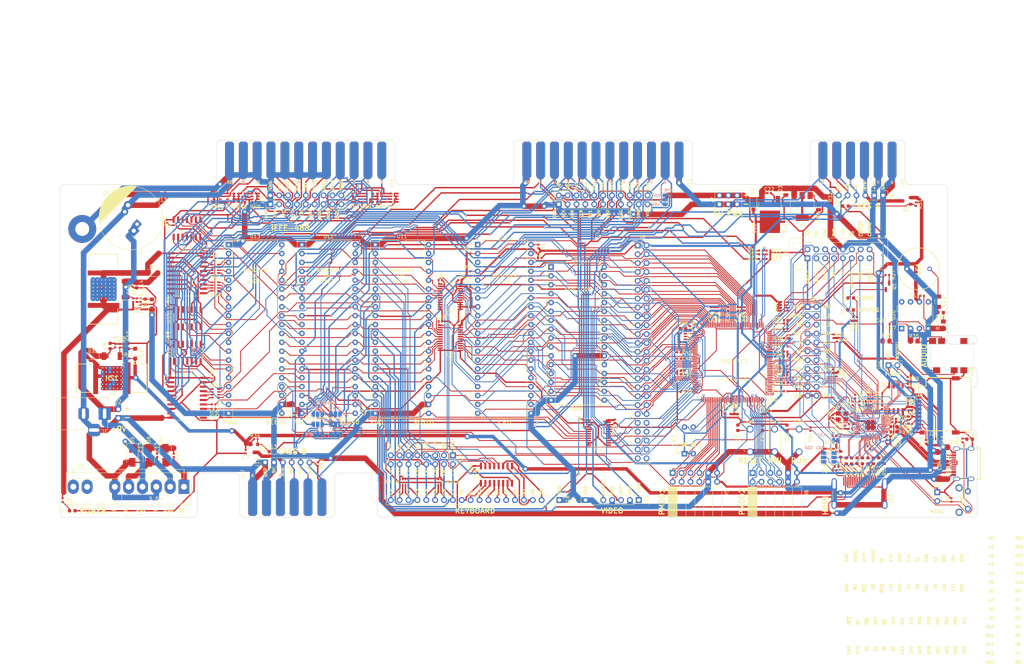
<source format=kicad_pcb>
(kicad_pcb (version 20211014) (generator pcbnew)
  (layers (0 "F.Cu" signal) (31 "B.Cu" signal) (34 "B.Paste" user) (35 "F.Paste" user) (36 "B.SilkS" user "B.Silkscreen") (37 "F.SilkS" user "F.Silkscreen") (38 "B.Mask" user) (39 "F.Mask" user) (44 "Edge.Cuts" user))
  (net 0 "")
  (net 1 "/IEEE/DIO8")
  (net 2 "/IEEE/DIO7")
  (net 3 "/IEEE/DIO6")
  (net 4 "/IEEE/DIO5")
  (net 5 "/IEEE/ATN")
  (net 6 "/IEEE/SRQ")
  (net 7 "/IEEE/IFC")
  (net 8 "/IEEE/NDAC")
  (net 9 "/IEEE/NRFD")
  (net 10 "/IEEE/DAV")
  (net 11 "/IEEE/EOI")
  (net 12 "/IEEE/DIO4")
  (net 13 "/IEEE/DIO3")
  (net 14 "/IEEE/DIO2")
  (net 15 "/IEEE/DIO1")
  (net 16 "/IO/KEY_COL7")
  (net 17 "/IO/KEY_COL6")
  (net 18 "/IO/KEY_COL5")
  (net 19 "/IO/KEY_COL4")
  (net 20 "/IO/KEY_COL3")
  (net 21 "/IO/KEY_COL2")
  (net 22 "/IEEE/DIO_IN4")
  (net 23 "/IEEE/DIO_IN3")
  (net 24 "/IEEE/DIO_IN1")
  (net 25 "/IEEE/DIO_IN2")
  (net 26 "/IEEE/DIO_IN8")
  (net 27 "/IEEE/DIO_IN7")
  (net 28 "/IEEE/DIO_IN5")
  (net 29 "/IEEE/DIO_IN6")
  (net 30 "/IEEE/ATN_IN")
  (net 31 "/IEEE/NDAC_IN")
  (net 32 "/IEEE/DAV_IN")
  (net 33 "/IEEE/NRFD_IN")
  (net 34 "/IEEE/EOI_IN")
  (net 35 "/IEEE/SRQ_IN")
  (net 36 "/IEEE/NDAC_OUT")
  (net 37 "/IEEE/DAV_OUT")
  (net 38 "/IEEE/DIO_OUT8")
  (net 39 "/IEEE/DIO_OUT7")
  (net 40 "/IEEE/DIO_OUT6")
  (net 41 "/IEEE/DIO_OUT5")
  (net 42 "/IEEE/DIO_OUT4")
  (net 43 "/IEEE/DIO_OUT3")
  (net 44 "/IEEE/DIO_OUT2")
  (net 45 "/IEEE/DIO_OUT1")
  (net 46 "/IO/VIA_CA1")
  (net 47 "/IO/GRAPHIC")
  (net 48 "/IEEE/ATN_OUT")
  (net 49 "/IEEE/NRFD_OUT")
  (net 50 "/IO/VIA_PA7")
  (net 51 "/IO/VIA_PA6")
  (net 52 "/IO/VIA_PA5")
  (net 53 "/IO/VIA_PA4")
  (net 54 "/IO/VIA_PA3")
  (net 55 "/IO/VIA_PA2")
  (net 56 "/IO/VIA_PA1")
  (net 57 "/IO/VIA_PA0")
  (net 58 "/IEEE/EOI_OUT")
  (net 59 "/IO/KEY_ROW3")
  (net 60 "/IO/KEY_ROW2")
  (net 61 "/IO/KEY_ROW1")
  (net 62 "/IO/KEY_ROW0")
  (net 63 "Net-(C7-Pad1)")
  (net 64 "Net-(C10-Pad1)")
  (net 65 "Net-(C11-Pad1)")
  (net 66 "Net-(C11-Pad2)")
  (net 67 "Net-(C13-Pad1)")
  (net 68 "Net-(C13-Pad2)")
  (net 69 "Net-(C55-Pad1)")
  (net 70 "Net-(C63-Pad1)")
  (net 71 "Net-(RN13-Pad4)")
  (net 72 "Net-(RN13-Pad3)")
  (net 73 "Net-(RN13-Pad2)")
  (net 74 "/CASS/CASS1_READ")
  (net 75 "/CASS/CASS_WRITE")
  (net 76 "/CASS/~{CASS2_MOTOR}")
  (net 77 "/Keyboard/R0")
  (net 78 "/Keyboard/R1")
  (net 79 "/Keyboard/R2")
  (net 80 "/Keyboard/R3")
  (net 81 "/Keyboard/R4")
  (net 82 "/Keyboard/R5")
  (net 83 "/Keyboard/R6")
  (net 84 "/Keyboard/R7")
  (net 85 "/Keyboard/R8")
  (net 86 "/Keyboard/R9")
  (net 87 "/CASS/~{CASS1_MOTOR}")
  (net 88 "/IO/BD0")
  (net 89 "/IO/BD1")
  (net 90 "/IO/BD2")
  (net 91 "/IO/BD3")
  (net 92 "/IO/BD4")
  (net 93 "/IO/BD5")
  (net 94 "/IO/BD6")
  (net 95 "/IO/BD7")
  (net 96 "/IO/BA0")
  (net 97 "/IO/BA1")
  (net 98 "/IO/BA2")
  (net 99 "/IO/BA3")
  (net 100 "Net-(C64-Pad1)")
  (net 101 "Net-(C64-Pad2)")
  (net 102 "Net-(C65-Pad2)")
  (net 103 "/MAGIC/PHI2")
  (net 104 "/MAGIC/~{VIA_CS}")
  (net 105 "/MAGIC/~{PIA2_CS}")
  (net 106 "/MAGIC/~{PIA1_CS}")
  (net 107 "/IO/BPHI2")
  (net 108 "/IO/BR~{W}")
  (net 109 "+9V_Unreg")
  (net 110 "/MAGIC/R~{W}")
  (net 111 "Net-(C66-Pad2)")
  (net 112 "Net-(C67-Pad1)")
  (net 113 "+5V")
  (net 114 "GND")
  (net 115 "/IO/KEY_COL1")
  (net 116 "/IO/KEY_COL0")
  (net 117 "/IO/B~{PIA1_CS}")
  (net 118 "/IEEE/IFC_OUT")
  (net 119 "Net-(C79-Pad2)")
  (net 120 "Net-(C80-Pad1)")
  (net 121 "Net-(D2-Pad2)")
  (net 122 "Net-(D3-Pad1)")
  (net 123 "/IO/B~{PIA2_CS}")
  (net 124 "/IO/DIAG")
  (net 125 "/IO/VIA_CB2")
  (net 126 "/CPU \\ RAM/D3")
  (net 127 "/CPU \\ RAM/D7")
  (net 128 "/CPU \\ RAM/D2")
  (net 129 "/CPU \\ RAM/D6")
  (net 130 "/CPU \\ RAM/D1")
  (net 131 "/CPU \\ RAM/D5")
  (net 132 "/CPU \\ RAM/D0")
  (net 133 "/CPU \\ RAM/D4")
  (net 134 "/CPU \\ RAM/A0")
  (net 135 "/CPU \\ RAM/A8")
  (net 136 "/CPU \\ RAM/A1")
  (net 137 "/CPU \\ RAM/A9")
  (net 138 "/CPU \\ RAM/A2")
  (net 139 "/CPU \\ RAM/A10")
  (net 140 "/CPU \\ RAM/A3")
  (net 141 "/CASS/CASS2_READ")
  (net 142 "/CASS/~{CASS1_SWITCH}")
  (net 143 "Net-(D10-Pad1)")
  (net 144 "Net-(D11-Pad2)")
  (net 145 "/CASS/~{CASS2_SWITCH}")
  (net 146 "/CPU \\ RAM/~{RES}")
  (net 147 "/CPU \\ RAM/~{NMI}")
  (net 148 "/CASS/CASS_A_READ")
  (net 149 "/CASS/CASS_A_~{SWITCH}")
  (net 150 "/CASS/CASS_B_READ")
  (net 151 "/CASS/CASS_B_~{SWITCH}")
  (net 152 "/IO/B~{VIA_CS}")
  (net 153 "/CPU \\ RAM/A11")
  (net 154 "/MAGIC/~{IO_OE}")
  (net 155 "/CASS/CASS_A_~{MOTOR}")
  (net 156 "Net-(D12-Pad2)")
  (net 157 "Net-(D13-Pad2)")
  (net 158 "/CPU \\ RAM/A4")
  (net 159 "/CPU \\ RAM/RAM_A10")
  (net 160 "/CPU \\ RAM/A12")
  (net 161 "/CPU \\ RAM/A5")
  (net 162 "/CPU \\ RAM/A13")
  (net 163 "/CPU \\ RAM/A6")
  (net 164 "/CPU \\ RAM/A14")
  (net 165 "/MAGIC/VERT")
  (net 166 "/CPU \\ RAM/A7")
  (net 167 "/IO/BVERT")
  (net 168 "Net-(D14-Pad2)")
  (net 169 "/CPU \\ RAM/RAM_A11")
  (net 170 "/MAGIC/BHORIZ")
  (net 171 "/MAGIC/HORIZ")
  (net 172 "/CPU \\ RAM/A15")
  (net 175 "Net-(D10-Pad2)")
  (net 176 "/CASS/CASS_A_MOTOR")
  (net 177 "/CASS/CASS_B_MOTOR")
  (net 178 "+6V")
  (net 179 "/MAGIC/BVIDEO")
  (net 180 "/MAGIC/MCU/DVI/HDMI_D2+")
  (net 181 "/MAGIC/MCU/DVI/HDMI_D2-")
  (net 182 "/MAGIC/MCU/DVI/HDMI_D1+")
  (net 183 "/MAGIC/MCU/DVI/HDMI_D1-")
  (net 184 "/MAGIC/MCU/DVI/HDMI_D0+")
  (net 185 "/MAGIC/MCU/DVI/HDMI_D0-")
  (net 186 "/MAGIC/MCU/DVI/HDMI_CK+")
  (net 187 "/MAGIC/MCU/DVI/HDMI_CK-")
  (net 188 "/MAGIC/MCU/DVI/HDMI_CEC")
  (net 189 "/MAGIC/MCU/DVI/SCL")
  (net 190 "/MAGIC/MCU/DVI/SDA")
  (net 191 "/MAGIC/MCU/USB/CC1")
  (net 192 "/MAGIC/MCU/USB/USB_D+")
  (net 193 "/MAGIC/MCU/USB/USB_D-")
  (net 194 "/MAGIC/MCU/USB/CC2")
  (net 195 "/MAGIC/MCU/MCU_USB_D+")
  (net 196 "/MAGIC/MCU/MCU_USB_D-")
  (net 197 "Net-(RN13-Pad1)")
  (net 198 "Net-(PT2-Pad2)")
  (net 199 "/MAGIC/MCU/XIN")
  (net 200 "/MAGIC/MCU/SD_DETECT")
  (net 201 "/MAGIC/MCU/SD_~{CS}")
  (net 202 "/MAGIC/MCU/XOUT")
  (net 203 "/MAGIC/FPGA/SWCLK")
  (net 204 "/MAGIC/FPGA/SWD")
  (net 205 "/MAGIC/MCU/GP25")
  (net 206 "/MAGIC/MCU/GP27")
  (net 207 "Net-(PT32-Pad2)")
  (net 208 "Net-(C8-Pad1)")
  (net 209 "Net-(PT34-Pad2)")
  (net 210 "/MAGIC/FPGA/~{TEST}")
  (net 211 "Net-(PT35-Pad2)")
  (net 212 "Net-(PT38-Pad2)")
  (net 213 "/CASS/CASS_B_~{MOTOR}")
  (net 214 "/CASS/VCC1")
  (net 215 "/MAGIC/FPGA/UART_RX")
  (net 216 "/MAGIC/FPGA/REF_RES")
  (net 217 "Net-(PT41-Pad2)")
  (net 218 "Net-(Q1-Pad1)")
  (net 219 "/MAGIC/FPGA/UART_TX")
  (net 220 "/MAGIC/VIDEO")
  (net 221 "/MAGIC/FPGA/~{RAM_OE}")
  (net 222 "/MAGIC/FPGA/~{CRESET}")
  (net 223 "/MAGIC/FPGA/CDONE")
  (net 224 "/MAGIC/FPGA/TCK")
  (net 225 "/MAGIC/FPGA/TDI")
  (net 226 "/MAGIC/FPGA/TDO")
  (net 227 "/MAGIC/FPGA/TMS")
  (net 228 "/MAGIC/FPGA/DIAG")
  (net 229 "/MAGIC/FPGA/GRAPHICS")
  (net 230 "/MAGIC/FPGA/VIA_CB2")
  (net 231 "/MAGIC/FPGA/~{RAM_WE}")
  (net 232 "/MAGIC/FPGA/~{VP}")
  (net 233 "/MAGIC/FPGA/RDY")
  (net 234 "/MAGIC/FPGA/~{SO}")
  (net 235 "/MAGIC/FPGA/~{IRQ}")
  (net 236 "/MAGIC/FPGA/~{ML}")
  (net 237 "/MAGIC/FPGA/BE")
  (net 238 "/MAGIC/FPGA/SYNC")
  (net 239 "/MAGIC/FPGA/NSTATUS")
  (net 240 "/MAGIC/FPGA/CBUS0")
  (net 241 "/MAGIC/FPGA/CBUS1")
  (net 242 "/MAGIC/FPGA/CBUS2")
  (net 243 "/MAGIC/FPGA/CSI")
  (net 244 "/MAGIC/FPGA/S1")
  (net 245 "/MAGIC/FPGA/S2")
  (net 246 "/MAGIC/FPGA/S3")
  (net 247 "/MAGIC/FPGA/S4")
  (net 248 "FPGA_VCCA")
  (net 249 "CHASSIS_GND")
  (net 250 "Net-(C17-Pad1)")
  (net 251 "/MAGIC/MCU/DVI/DVI_D2+")
  (net 252 "/MAGIC/MCU/DVI/DVI_D2-")
  (net 253 "/MAGIC/MCU/DVI/DVI_D1+")
  (net 254 "/MAGIC/MCU/DVI/DVI_D1-")
  (net 255 "/MAGIC/MCU/DVI/DVI_D0+")
  (net 256 "/MAGIC/FPGA/HOLD")
  (net 257 "/MAGIC/FPGA/I2C0_SDA")
  (net 258 "/MAGIC/MCU/DVI/DVI_D0-")
  (net 259 "/POWER/VAC1")
  (net 260 "/POWER/VAC2")
  (net 261 "/MAGIC/MCU/DVI/DVI_CK+")
  (net 262 "Net-(C12-Pad2)")
  (net 263 "/MAGIC/MCU/DVI/DVI_CK-")
  (net 264 "/MAGIC/MCU/Flash/~{CS}")
  (net 265 "Net-(R29-Pad1)")
  (net 266 "Net-(R30-Pad1)")
  (net 267 "/CPU \\ RAM/RAM_A16")
  (net 268 "/CPU \\ RAM/RAM_A15")
  (net 269 "+3V3")
  (net 270 "/MAGIC/MCU/Flash/SD3")
  (net 271 "/MAGIC/MCU/Flash/SCK")
  (net 272 "/MAGIC/MCU/Flash/SD0")
  (net 273 "/MAGIC/MCU/Flash/SD2")
  (net 274 "/MAGIC/MCU/Flash/SD1")
  (net 275 "/MAGIC/FPGA/~{SPI_ENA}")
  (net 276 "+1V2")
  (net 277 "/MAGIC/MCU/MCU_~{CRESET}")
  (net 278 "/Keyboard/VCC")
  (net 279 "/MAGIC/MCU/DVDD")
  (net 280 "MCU_IOVDD")
  (net 281 "/MAGIC/MCU/MCU_SPI0_SCK")
  (net 282 "/MAGIC/MCU/MCU_FPGA_CLK")
  (net 283 "/MAGIC/MCU/MCU_SPI1_SCK")
  (net 284 "/MAGIC/FPGA/FPGA_CLK")
  (net 285 "Net-(RN3-Pad1)")
  (net 286 "/MAGIC/MCU/MCU_TESTEN")
  (net 287 "Net-(RN3-Pad2)")
  (net 288 "Net-(RN3-Pad3)")
  (net 289 "Net-(RN3-Pad4)")
  (net 290 "Net-(RN4-Pad1)")
  (net 291 "Net-(RN4-Pad2)")
  (net 292 "Net-(RN4-Pad3)")
  (net 293 "Net-(C22-Pad1)")
  (net 294 "Net-(RN4-Pad4)")
  (net 295 "/CASS/VCC2")
  (net 300 "Net-(C12-Pad1)")
  (net 303 "/POWER/9V_UNFILT")
  (net 305 "/MAGIC/FPGA/SPI0_TX")
  (net 306 "/MAGIC/FPGA/SPI0_SCK")
  (net 307 "/MAGIC/FPGA/SPI0_RX")
  (net 308 "/MAGIC/FPGA/SPI0_~{CS}")
  (net 309 "/MAGIC/FPGA/CEC")
  (net 310 "/MAGIC/FPGA/SPI1_SCK")
  (net 311 "/MAGIC/FPGA/I2C1_SDA")
  (net 312 "/MAGIC/FPGA/I2C1_SCL")
  (net 313 "/MAGIC/FPGA/SPI1_~{READY}")
  (net 314 "/MAGIC/FPGA/SPI1_RX")
  (net 315 "/MAGIC/FPGA/SPI1_~{CS}")
  (net 316 "/MAGIC/FPGA/SPI1_TX")
  (net 317 "/MAGIC/MCU/MCU_SPI1_TX")
  (net 318 "/MAGIC/MCU/MCU_SPI1_~{CS}")
  (net 319 "/MAGIC/MCU/MCU_SPI0_~{CS}")
  (net 320 "/MAGIC/MCU/MCU_SPI0_TX")
  (net 322 "/MAGIC/FPGA/FPGA_SPI1_TX")
  (net 323 "/MAGIC/FPGA/FPGA_SPI0_TX")
  (net 324 "/MAGIC/FPGA/FPGA_SPI1_~{READY}")
  (net 325 "Net-(C54-Pad1)")
  (net 326 "/USER/VIDEO_OR_5V")
  (net 334 "/MAGIC/FPGA/L12")
  (net 337 "/MAGIC/FPGA/AUDIO")
  (net 338 "/MAGIC/FPGA/L13")
  (net 339 "/MAGIC/VCCA_1")
  (net 342 "/MAGIC/MCU/DVI/VCC")
  (net 343 "/MAGIC/FPGA/VCC_13")
  (net 344 "/MAGIC/FPGA/VCC_22")
  (net 345 "/MAGIC/FPGA/VCC_49")
  (net 346 "/MAGIC/FPGA/VCC_57")
  (net 347 "/MAGIC/FPGA/VCC_85")
  (net 348 "/MAGIC/FPGA/VCC_96")
  (net 349 "/MAGIC/FPGA/VCC_125")
  (net 350 "/MAGIC/FPGA/VCCIO_12")
  (net 351 "/MAGIC/FPGA/VCCIO_52")
  (net 352 "/MAGIC/FPGA/VCCIO_62")
  (net 353 "/MAGIC/FPGA/VCCIO_88")
  (net 354 "/MAGIC/FPGA/VCCIO_95")
  (net 355 "/MAGIC/FPGA/VCCIO_122")
  (net 356 "/MAGIC/FPGA/VCCIO_143")
  (net 357 "/MAGIC/FPGA/VCCIO_23")
  (net 358 "/USER/VCC")
  (net 359 "/MAGIC/VCCA_2")
  (net 360 "/MAGIC/FPGA/I2C0_SCL")
  (net 361 "/MAGIC/MCU/DVI/CEC")
  (net 362 "/MAGIC/MCU/MCU_I2C0_SDA")
  (net 363 "/MAGIC/MCU/MCU_I2C0_SCL")
  (net 365 "PD_GND")
  (net 366 "/IEEE/VCC")
  (net 367 "/Keyboard/VSS")
  (net 368 "Net-(C63-Pad2)")
  (net 369 "Net-(C67-Pad2)")
  (net 370 "/MAGIC/MCU/DVI/VSS")
  (net 371 "/MAGIC/MCU/USB/VBUS2")
  (net 372 "/MAGIC/MCU/USB/VBUS1")
  (net 373 "/MAGIC/FPGA/VSS")
  (net 375 "Net-(J20-Pad5)")
  (net 378 "Net-(J24-Pad1)")
  (net 379 "Net-(J24-Pad7)")
  (net 380 "Net-(J24-Pad8)")
  (net 381 "Net-(J25-PadA1_B12)")
  (net 383 "Net-(J25-PadA12_B1)")
  (net 385 "Net-(J26-Pad2)")
  (net 386 "/MAGIC/FPGA/PMOD2_6")
  (net 387 "/MAGIC/FPGA/PMOD2_5")
  (net 388 "/MAGIC/FPGA/PMOD2_4")
  (net 389 "/MAGIC/FPGA/PMOD2_3")
  (net 390 "/MAGIC/FPGA/PMOD2_2")
  (net 391 "/MAGIC/FPGA/PMOD2_1")
  (net 392 "/MAGIC/FPGA/PMOD1_8")
  (net 393 "/MAGIC/FPGA/PMOD1_7")
  (net 394 "/MAGIC/FPGA/PMOD1_6")
  (net 395 "/MAGIC/FPGA/PMOD1_5")
  (net 396 "/MAGIC/FPGA/PMOD1_4")
  (net 397 "/MAGIC/FPGA/PMOD1_3")
  (net 398 "/MAGIC/FPGA/PMOD1_2")
  (net 399 "/MAGIC/FPGA/PMOD1_1")
  (net 400 "/MAGIC/FPGA/PMOD2_8")
  (net 401 "/MAGIC/FPGA/PMOD2_7")
  (footprint "PET:PET_MountingHole_4mm" (layer "F.Cu") (at 332.4125 106.492)
    (fp_text reference "H1" hide)
    (fp_text value "MountingHole")
  )
  (footprint "Retrocomputing:CBM_PET_CASS_EDGE_CON_12P" (layer "F.Cu") (at 309.4255 92.522)
    (fp_text reference "J16")
    (fp_text value "CASS A")
    (fp_line (start 15.3924 -11.43) (end 14.5034 -10.541) (layer "Edge.Cuts") (width 0.1))
    (fp_line (start 19.812 -11.43) (end 22.606 -11.43) (layer "Edge.Cuts") (width 0.1))
    (fp_line (start 19.812 -11.43) (end 15.3924 -11.43) (layer "Edge.Cuts") (width 0.1))
    (fp_line (start -2.794 -11.43) (end 0 -11.43) (layer "Edge.Cuts") (width 0.1))
    (fp_line (start -3.683 0) (end -3.683 -10.541) (layer "Edge.Cuts") (width 0.1))
    (fp_line (start 14.5034 -1.143) (end 14.5034 -10.541) (layer "Edge.Cuts") (width 0.1))
    (fp_line (start 13.2334 -1.143) (end 13.2334 -10.541) (layer "Edge.Cuts") (width 0.1))
    (fp_line (start 12.3444 -11.43) (end 13.2334 -10.541) (layer "Edge.Cuts") (width 0.1))
    (fp_line (start 23.495 0) (end 23.495 -10.541) (layer "Edge.Cuts") (width 0.1))
    (fp_line (start 22.606 -11.43) (end 23.495 -10.541) (layer "Edge.Cuts") (width 0.1))
    (fp_line (start 0 -11.43) (end 12.3444 -11.43) (layer "Edge.Cuts") (width 0.1))
    (fp_line (start -2.794 -11.43) (end -3.683 -10.541) (layer "Edge.Cuts") (width 0.1))
    (fp_arc (start 14.5034 -1.143) (mid 13.8684 -0.508) (end 13.2334 -1.143) (layer "Edge.Cuts") (width 0.1))
    (fp_arc (start 24.765 1.27) (mid 23.866974 0.898026) (end 23.495 0) (layer "Edge.Cuts") (width 0.1))
    (fp_arc (start -3.683 0) (mid -4.054974 0.898026) (end -4.953 1.27) (layer "Edge.Cuts") (width 0.1))
  )
  (footprint "Capacitor_SMD:C_0402_1005Metric" (layer "F.Cu") (at 134.5689 114.0964 -90)
    (fp_text reference "C57")
    (fp_text value "100n")
  )
  (footprint "Package_SO:SOIC-14_3.9x8.7mm_P1.27mm" (layer "F.Cu") (at 127.5317 132.0393 90)
    (fp_text reference "U15")
    (fp_text value "SN74LS07")
  )
  (footprint "Package_SO:SOIC-20W_7.5x12.8mm_P1.27mm" (layer "F.Cu") (at 127.5317 119.1764)
    (fp_text reference "U14")
    (fp_text value "74LS245")
  )
  (footprint "Capacitor_SMD:C_0402_1005Metric" (layer "F.Cu") (at 240.8189 161.533 -90)
    (fp_text reference "C30")
    (fp_text value "100n")
  )
  (footprint "Package_SO:TSSOP-24_4.4x7.8mm_P0.65mm" (layer "F.Cu") (at 245.1939 164.783)
    (fp_text reference "U9")
    (fp_text value "SN74LVC4245APWR")
  )
  (footprint "Connector_BarrelJack:BarrelJack_Horizontal" (layer "F.Cu") (at 103.86 159.3525)
    (fp_text reference "J1")
    (fp_text value "9V POWER")
  )
  (footprint "Capacitor_SMD:C_0402_1005Metric" (layer "F.Cu") (at 205.5539 121.125 180)
    (fp_text reference "C25")
    (fp_text value "100n")
  )
  (footprint "Capacitor_SMD:C_0402_1005Metric" (layer "F.Cu") (at 249.8439 161.533 -90)
    (fp_text reference "C29")
    (fp_text value "100n")
  )
  (footprint "Resistor_SMD:R_0805_2012Metric" (layer "F.Cu") (at 120.2375 96.6)
    (fp_text reference "R13")
    (fp_text value "68")
  )
  (footprint "Package_DIP:DIP-40_W15.24mm_Socket" (layer "F.Cu") (at 160.3414 111)
    (fp_text reference "U12")
    (fp_text value "W65C22N")
  )
  (footprint "Package_DIP:DIP-40_W15.24mm_Socket" (layer "F.Cu") (at 181.3414 111)
    (fp_text reference "U11")
    (fp_text value "W65C21N")
  )
  (footprint "Capacitor_SMD:C_0402_1005Metric" (layer "F.Cu") (at 199.9514 132.925)
    (fp_text reference "C28")
    (fp_text value "100n")
  )
  (footprint "Package_SO:TSSOP-24_4.4x7.8mm_P0.65mm" (layer "F.Cu") (at 202.7914 125.875)
    (fp_text reference "U7")
    (fp_text value "SN74LVC4245APWR")
  )
  (footprint "Package_SO:TSSOP-24_4.4x7.8mm_P0.65mm" (layer "F.Cu") (at 202.7914 137.6606)
    (fp_text reference "U8")
    (fp_text value "SN74LVC4245APWR")
  )
  (footprint "Capacitor_SMD:C_0402_1005Metric" (layer "F.Cu") (at 158.0414 159.74 -90)
    (fp_text reference "C55")
    (fp_text value "100n")
  )
  (footprint "Retrocomputing:CBM_PET_USER_EDGE_CON_24P" (layer "F.Cu") (at 224.6911 92.522)
    (fp_text reference "J12")
    (fp_text value "USER")
    (fp_line (start 43.1292 -11.43) (end 43.688 -11.43) (layer "Edge.Cuts") (width 0.1))
    (fp_line (start 40.0812 -11.43) (end 40.9702 -10.541) (layer "Edge.Cuts") (width 0.1))
    (fp_line (start -2.794 -11.43) (end 0 -11.43) (layer "Edge.Cuts") (width 0.1))
    (fp_line (start 5.3086 -1.143) (end 5.3086 -10.541) (layer "Edge.Cuts") (width 0.1))
    (fp_line (start 40.9702 -1.143) (end 40.9702 -10.541) (layer "Edge.Cuts") (width 0.1))
    (fp_line (start 47.371 0) (end 47.371 -10.541) (layer "Edge.Cuts") (width 0.1))
    (fp_line (start 43.688 -11.43) (end 46.482 -11.43) (layer "Edge.Cuts") (width 0.1))
    (fp_line (start 7.4676 -11.43) (end 6.5786 -10.541) (layer "Edge.Cuts") (width 0.1))
    (fp_line (start 46.482 -11.43) (end 47.371 -10.541) (layer "Edge.Cuts") (width 0.1))
    (fp_line (start 42.2402 -1.143) (end 42.2402 -10.541) (layer "Edge.Cuts") (width 0.1))
    (fp_line (start 43.1292 -11.43) (end 42.2402 -10.541) (layer "Edge.Cuts") (width 0.1))
    (fp_line (start -2.794 -11.43) (end -3.683 -10.541) (layer "Edge.Cuts") (width 0.1))
    (fp_line (start 6.5786 -1.143) (end 6.5786 -10.541) (layer "Edge.Cuts") (width 0.1))
    (fp_line (start -3.683 0) (end -3.683 -10.541) (layer "Edge.Cuts") (width 0.1))
    (fp_line (start 4.4196 -11.43) (end 5.3086 -10.541) (layer "Edge.Cuts") (width 0.1))
    (fp_line (start 0 -11.43) (end 4.4196 -11.43) (layer "Edge.Cuts") (width 0.1))
    (fp_line (start 7.4676 -11.43) (end 40.0812 -11.43) (layer "Edge.Cuts") (width 0.1))
    (fp_arc (start 48.641 1.27) (mid 47.742974 0.898026) (end 47.371 0) (layer "Edge.Cuts") (width 0.1))
    (fp_arc (start 6.5786 -1.143) (mid 5.9436 -0.508) (end 5.3086 -1.143) (layer "Edge.Cuts") (width 0.1))
    (fp_arc (start -3.683 0) (mid -4.054974 0.898026) (end -4.953 1.27) (layer "Edge.Cuts") (width 0.1))
    (fp_arc (start 42.2402 -1.143) (mid 41.6052 -0.508) (end 40.9702 -1.143) (layer "Edge.Cuts") (width 0.1))
  )
  (footprint "Package_DIP:DIP-40_W15.24mm_Socket" (layer "F.Cu") (at 139.3414 111)
    (fp_text reference "U13")
    (fp_text value "W65C21N")
  )
  (footprint "Package_SO:SOIC-20W_7.5x12.8mm_P1.27mm" (layer "F.Cu") (at 127.4817 154.815)
    (fp_text reference "U17")
    (fp_text value "74LS245")
  )
  (footprint "Capacitor_SMD:C_0402_1005Metric" (layer "F.Cu") (at 134.5689 149.735 -90)
    (fp_text reference "C59")
    (fp_text value "100n")
  )
  (footprint "MountingHole:MountingHole_4mm_Pad" (layer "F.Cu") (at 97.4625 106.492)
    (fp_text reference "H2" hide)
    (fp_text value "MountingHole_Pad")
  )
  (footprint "Capacitor_SMD:C_0402_1005Metric" (layer "F.Cu") (at 121.7917 129.0843 90)
    (fp_text reference "C61")
    (fp_text value "100n")
  )
  (footprint "Package_SO:SOIC-14_3.9x8.7mm_P1.27mm" (layer "F.Cu") (at 127.5317 141.9521 90)
    (fp_text reference "U16")
    (fp_text value "SN74LS07")
  )
  (footprint "LED_SMD:LED_0603_1608Metric" (layer "F.Cu") (at 94.6 187.1402 180)
    (fp_text reference "D2")
    (fp_text value "LED_RED")
  )
  (footprint "Resistor_SMD:R_0402_1005Metric" (layer "F.Cu") (at 91.8125 184.1 -90)
    (fp_text reference "R5")
    (fp_text value "1k5")
  )
  (footprint "Capacitor_SMD:C_0402_1005Metric" (layer "F.Cu") (at 121.7917 138.9971 90)
    (fp_text reference "C58")
    (fp_text value "100n")
  )
  (footprint "Capacitor_SMD:C_0402_1005Metric" (layer "F.Cu") (at 121.7917 104.33 -90)
    (fp_text reference "C60")
    (fp_text value "100n")
  )
  (footprint "Capacitor_SMD:C_0402_1005Metric" (layer "F.Cu") (at 179.2489 158.463 90)
    (fp_text reference "C54")
    (fp_text value "100n")
  )
  (footprint "Capacitor_SMD:C_0402_1005Metric" (layer "F.Cu") (at 208.0314 128.775 180)
    (fp_text reference "C1")
    (fp_text value "100n")
  )
  (footprint "Capacitor_SMD:C_0402_1005Metric" (layer "F.Cu") (at 199.9289 121.1251)
    (fp_text reference "C26")
    (fp_text value "100n")
  )
  (footprint "Resistor_SMD:R_0402_1005Metric" (layer "F.Cu") (at 207.9914 118.62)
    (fp_text reference "R3")
    (fp_text value "4k7")
  )
  (footprint "Retrocomputing:CBM_PET_IEEE_EDGE_CON_24P" (layer "F.Cu") (at 139.6011 92.522)
    (fp_text reference "J11")
    (fp_text value "IEEE")
    (fp_line (start 46.482 -11.43) (end 47.371 -10.541) (layer "Edge.Cuts") (width 0.1))
    (fp_line (start 39.1668 -11.43) (end 38.2778 -10.541) (layer "Edge.Cuts") (width 0.1))
    (fp_line (start 38.2778 -1.143) (end 38.2778 -10.541) (layer "Edge.Cuts") (width 0.1))
    (fp_line (start -3.683 0) (end -3.683 -10.541) (layer "Edge.Cuts") (width 0.1))
    (fp_line (start -2.794 -11.43) (end -3.683 -10.541) (layer "Edge.Cuts") (width 0.1))
    (fp_line (start 8.382 -11.43) (end 9.271 -10.541) (layer "Edge.Cuts") (width 0.1))
    (fp_line (start 36.1188 -11.43) (end 11.43 -11.43) (layer "Edge.Cuts") (width 0.1))
    (fp_line (start 39.1668 -11.43) (end 43.688 -11.43) (layer "Edge.Cuts") (width 0.1))
    (fp_line (start 43.688 -11.43) (end 46.482 -11.43) (layer "Edge.Cuts") (width 0.1))
    (fp_line (start 10.541 -1.143) (end 10.541 -10.541) (layer "Edge.Cuts") (width 0.1))
    (fp_line (start 47.371 0) (end 47.371 -10.541) (layer "Edge.Cuts") (width 0.1))
    (fp_line (start 36.1188 -11.43) (end 37.0078 -10.541) (layer "Edge.Cuts") (width 0.1))
    (fp_line (start 9.271 -1.143) (end 9.271 -10.541) (layer "Edge.Cuts") (width 0.1))
    (fp_line (start -2.794 -11.43) (end 0 -11.43) (layer "Edge.Cuts") (width 0.1))
    (fp_line (start 11.43 -11.43) (end 10.541 -10.541) (layer "Edge.Cuts") (width 0.1))
    (fp_line (start 37.0078 -1.143) (end 37.0078 -10.541) (layer "Edge.Cuts") (width 0.1))
    (fp_line (start 0 -11.43) (end 8.382 -11.43) (layer "Edge.Cuts") (width 0.1))
    (fp_arc (start 38.2778 -1.143) (mid 37.6428 -0.508) (end 37.0078 -1.143) (layer "Edge.Cuts") (width 0.1))
    (fp_arc (start 48.641 1.27) (mid 47.742974 0.898026) (end 47.371 0) (layer "Edge.Cuts") (width 0.1))
    (fp_arc (start -3.683 0) (mid -4.054974 0.898026) (end -4.953 1.27) (layer "Edge.Cuts") (width 0.1))
    (fp_arc (start 10.541 -1.143) (mid 9.906 -0.508) (end 9.271 -1.143) (layer "Edge.Cuts") (width 0.1))
  )
  (footprint "Resistor_SMD:R_0402_1005Metric" (layer "F.Cu") (at 207.9914 113.535 180)
    (fp_text reference "R4")
    (fp_text value "4k7")
  )
  (footprint "Resistor_SMD:R_0402_1005Metric" (layer "F.Cu") (at 207.9914 122.95)
    (fp_text reference "R2")
    (fp_text value "4k7")
  )
  (footprint "JLCPCB:SW-TH_L6.0-W3.5-P6.50" (layer "F.Cu") (at 288.625 167.0301 90)
    (fp_text reference "SW1")
    (fp_text value "RESET")
  )
  (footprint "Capacitor_SMD:C_0402_1005Metric" (layer "F.Cu") (at 205.6314 132.925 180)
    (fp_text reference "C27")
    (fp_text value "100n")
  )
  (footprint "Capacitor_SMD:C_0402_1005Metric" (layer "F.Cu") (at 137.0414 159.7388 -90)
    (fp_text reference "C56")
    (fp_text value "100n")
  )
  (footprint "Resistor_SMD:R_0402_1005Metric" (layer "F.Cu") (at 135.0389 157.99)
    (fp_text reference "R30")
    (fp_text value "470")
  )
  (footprint "Resistor_SMD:R_0402_1005Metric" (layer "F.Cu") (at 135.0389 156.72)
    (fp_text reference "R29")
    (fp_text value "470")
  )
  (footprint "PET:CP_Radial_D18.0mm_P5.00mm_P7.50mm" (layer "F.Cu") (at 113.15 105.1212 135)
    (fp_text reference "C5")
    (fp_text value "470u")
  )
  (footprint "Package_SO:SOIC-16_3.9x9.9mm_P1.27mm" (layer "F.Cu") (at 216.0089 176.792 90)
    (fp_text reference "U19")
    (fp_text value "74LS145")
  )
  (footprint "Retrocomputing:CBM_PET_KEYBOARD_KEYED_20P" (layer "F.Cu") (at 234.02 184.0969 -90)
    (fp_text reference "J18")
    (fp_text value "KEYBOARD")
  )
  (footprint "Package_SO:SOIC-14_3.9x8.7mm_P1.27mm" (layer "F.Cu") (at 127.4324 106.325 90)
    (fp_text reference "U18")
    (fp_text value "SN74LS07")
  )
  (footprint "Resistor_SMD:R_0402_1005Metric" (layer "F.Cu") (at 311.5875 95.07 90)
    (fp_text reference "R32")
    (fp_text value "10k")
  )
  (footprint "Diode_SMD:D_SMA" (layer "F.Cu") (at 121.2675 171.292 -90)
    (fp_text reference "D4")
    (fp_text value "SS34")
  )
  (footprint "PET:PET_POWER_Molex_KK-396_A-41791-0009_1x09_P3.96mm_Vertical" (layer "F.Cu") (at 126.5775 180.2869 180)
    (fp_text reference "J3")
    (fp_text value "PET POWER")
  )
  (footprint "Capacitor_SMD:C_0402_1005Metric" (layer "F.Cu") (at 114.165 171.292 90)
    (fp_text reference "C13")
    (fp_text value "22n")
  )
  (footprint "Diode_SMD:D_SMA" (layer "F.Cu") (at 111.7975 171.292 -90)
    (fp_text reference "D5")
    (fp_text value "SS34")
  )
  (footprint "Capacitor_SMD:C_0402_1005Metric" (layer "F.Cu") (at 123.635 171.292 90)
    (fp_text reference "C11")
    (fp_text value "22n")
  )
  (footprint "Capacitor_SMD:C_0402_1005Metric" (layer "F.Cu") (at 118.9 171.292 -90)
    (fp_text reference "C12")
    (fp_text value "22n")
  )
  (footprint "Diode_SMD:D_SMA" (layer "F.Cu") (at 116.5325 171.292 -90)
    (fp_text reference "D6")
    (fp_text value "SS34")
  )
  (footprint "Connector_PinHeader_2.54mm:PinHeader_2x25_P2.54mm_Vertical" (layer "F.Cu") (at 256.425 111.195)
    (fp_text reference "J9")
    (fp_text value "BUS_EXPANSION")
  )
  (footprint "Package_DIP:DIP-40_W15.24mm_Socket" (layer "F.Cu") (at 210.6414 110.995)
    (fp_text reference "U2")
    (fp_text value "W65C02S")
  )
  (footprint "Package_DIP:DIP-32_W15.24mm_Socket" (layer "F.Cu") (at 231.6414 117.395)
    (fp_text reference "U1")
    (fp_text value "AS6C1008")
  )
  (footprint "Resistor_SMD:R_0805_2012Metric_Pad1.20x1.40mm_HandSolder" (layer "F.Cu") (at 327.51 138.58)
    (fp_text reference "R36")
    (fp_text value "12k")
  )
  (footprint "Capacitor_SMD:C_0402_1005Metric" (layer "F.Cu") (at 291.97 159.9863 -90)
    (fp_text reference "C47")
    (fp_text value "100n")
  )
  (footprint "Capacitor_SMD:C_0603_1608Metric" (layer "F.Cu") (at 113.05 122.575 -90)
    (fp_text reference "C14")
    (fp_text value "10u")
  )
  (footprint "PET:NetTie-2_SMD_Pad_0.28" (layer "F.Cu") (at 297.5 148.5363 180)
    (fp_text reference "PT23" hide)
    (fp_text value "PowerTie_2")
  )
  (footprint "Diode_SMD:D_SOD-123F" (layer "F.Cu") (at 100.1 142.9 180)
    (fp_text reference "D1")
    (fp_text value "SM4007")
  )
  (footprint "LED_SMD:LED_0603_1608Metric" (layer "F.Cu") (at 317.4 126.25)
    (fp_text reference "D10")
    (fp_text value "LED_GRN")
  )
  (footprint "PET:NetTie-2_SMD_Pad_1.6_to_0.4mm" (layer "F.Cu") (at 196.5914 156.72 45)
    (fp_text reference "PT13" hide)
    (fp_text value "PowerTie_2")
  )
  (footprint "PET:APEM_MJTP1117" (layer "F.Cu") (at 350.935 181.592 -90)
    (fp_text reference "SW5")
    (fp_text value "MENU")
  )
  (footprint "Capacitor_SMD:C_0603_1608Metric" (layer "F.Cu") (at 343.14 130.41)
    (fp_text reference "C65")
    (fp_text value "47n")
  )
  (footprint "Resistor_SMD:R_0402_1005Metric" (layer "F.Cu") (at 313.2431 169.6515 -90)
    (fp_text reference "R62")
    (fp_text value "2k2")
  )
  (footprint "Resistor_SMD:R_0805_2012Metric_Pad1.20x1.40mm_HandSolder" (layer "F.Cu") (at 335.51 138.582 180)
    (fp_text reference "R35")
    (fp_text value "4k7")
  )
  (footprint "Resistor_SMD:R_0402_1005Metric" (layer "F.Cu") (at 327.89 119.65 180)
    (fp_text reference "R27")
    (fp_text value "100k")
  )
  (footprint "Capacitor_SMD:C_0402_1005Metric" (layer "F.Cu") (at 268.2475 141.7863 180)
    (fp_text reference "C41")
    (fp_text value "10n")
  )
  (footprint "PET:NetTie-2_SMD_Pad_1.6_to_0.4mm" (layer "F.Cu") (at 114.16 173.392 90)
    (fp_text reference "PT10" hide)
    (fp_text value "PowerTie_2")
  )
  (footprint "PET:NetTie-2_SMD_Pad_0.28" (layer "F.Cu") (at 281.3 158.5843 90)
    (fp_text reference "PT25" hide)
    (fp_text value "PowerTie_2")
  )
  (footprint "Resistor_SMD:R_0603_1608Metric" (layer "F.Cu") (at 320.75 172.85 -90)
    (fp_text reference "R60")
    (fp_text value "270")
  )
  (footprint "PET:NetTie-2_SMD_Pad_1.6_to_0.4mm" (layer "F.Cu") (at 337.6875 98.917 180)
    (fp_text reference "PT38" hide)
    (fp_text value "PowerTie_2")
  )
  (footprint "Resistor_SMD:R_0402_1005Metric" (layer "F.Cu") (at 110.4301 143.585 180)
    (fp_text reference "R6")
    (fp_text value "300")
  )
  (footprint "Resistor_SMD:R_0402_1005Metric" (layer "F.Cu") (at 313.3849 148.1901 -90)
    (fp_text reference "R53")
    (fp_text value "2k2")
  )
  (footprint "Capacitor_SMD:C_1206_3216Metric" (layer "F.Cu") (at 342.365 127.32 90)
    (fp_text reference "C64")
    (fp_text value "47u 10V")
  )
  (footprint "Resistor_SMD:R_0402_1005Metric" (layer "F.Cu") (at 313.508 138.2081 -90)
    (fp_text reference "R41")
    (fp_text value "2k2")
  )
  (footprint "Capacitor_SMD:C_0402_1005Metric" (layer "F.Cu") (at 278.4875 129.3863 90)
    (fp_text reference "C53")
    (fp_text value "10n")
  )
  (footprint "Resistor_SMD:R_0402_1005Metric" (layer "F.Cu") (at 298.7875 150.5863 180)
    (fp_text reference "R23")
    (fp_text value "33")
  )
  (footprint "Resistor_SMD:R_0402_1005Metric" (layer "F.Cu") (at 334.5055 162.217 180)
    (fp_text reference "R69")
    (fp_text value "33")
  )
  (footprint "LED_SMD:LED_0603_1608Metric" (layer "F.Cu") (at 351.42 166.66 180)
    (fp_text reference "D14")
    (fp_text value "LED_GRN")
  )
  (footprint "PET:NetTie-2_SMD_Pad_0.28" (layer "F.Cu") (at 269.595 148.1113)
    (fp_text reference "PT20" hide)
    (fp_text value "PowerTie_2")
  )
  (footprint "Capacitor_SMD:C_0402_1005Metric" (layer "F.Cu") (at 298.7875 147.4563)
    (fp_text reference "C35")
    (fp_text value "100n")
  )
  (footprint "PET:NetTie-2_SMD_Pad_1.6_to_0.4mm" (layer "F.Cu") (at 145.374 167.876 45)
    (fp_text reference "PT41" hide)
    (fp_text value "PowerTie_2")
  )
  (footprint "Crystal:Crystal_SMD_3225-4Pin_3.2x2.5mm" (layer "F.Cu") (at 314.9346 160.167 180)
    (fp_text reference "Y1")
    (fp_text value "12 MHz")
  )
  (footprint "PET:NetTie-2_SMD_Pad_1.6_to_0.4mm" (layer "F.Cu") (at 311.075 187.942 90)
    (fp_text reference "PT49" hide)
    (fp_text value "PowerTie_2")
  )
  (footprint "Resistor_SMD:R_0402_1005Metric" (layer "F.Cu") (at 344.2375 175.717 90)
    (fp_text reference "R70")
    (fp_text value "56k")
  )
  (footprint "Resistor_SMD:R_0402_1005Metric" (layer "F.Cu") (at 147.14 166.6493)
    (fp_text reference "R34")
    (fp_text value "1k5")
  )
  (footprint "SamacSys_Parts:AT1220TT9R" (layer "F.Cu") (at 339.985 117.917 -90)
    (fp_text reference "LS1")
    (fp_text value "Speaker" hide)
  )
  (footprint "PET:NetTie-2_SMD_Pad_0.28" (layer "F.Cu") (at 297.325 141.5943 -135)
    (fp_text reference "PT21" hide)
    (fp_text value "PowerTie_2")
  )
  (footprint "JLCPCB:SOT-23_L2.9-W1.3-P1.90-LS2.4-BR" (layer "F.Cu") (at 333.3875 98.4801)
    (fp_text reference "Q2")
    (fp_text value "AO3401A")
  )
  (footprint "Retrocomputing:CBM_PET_CASS_EDGE_CON_12P" (layer "F.Cu") (at 166.0495 177.6102 180)
    (fp_text reference "J17")
    (fp_text value "CASS B")
    (fp_line (start 23.495 0) (end 23.495 -10.541) (layer "Edge.Cuts") (width 0.1))
    (fp_line (start 15.3924 -11.43) (end 14.5034 -10.541) (layer "Edge.Cuts") (width 0.1))
    (fp_line (start 0 -11.43) (end 12.3444 -11.43) (layer "Edge.Cuts") (width 0.1))
    (fp_line (start 19.812 -11.43) (end 15.3924 -11.43) (layer "Edge.Cuts") (width 0.1))
    (fp_line (start -3.683 0) (end -3.683 -10.541) (layer "Edge.Cuts") (width 0.1))
    (fp_line (start 22.606 -11.43) (end 23.495 -10.541) (layer "Edge.Cuts") (width 0.1))
    (fp_line (start -2.794 -11.43) (end 0 -11.43) (layer "Edge.Cuts") (width 0.1))
    (fp_line (start -2.794 -11.43) (end -3.683 -10.541) (layer "Edge.Cuts") (width 0.1))
    (fp_line (start 13.2334 -1.143) (end 13.2334 -10.541) (layer "Edge.Cuts") (width 0.1))
    (fp_line (start 14.5034 -1.143) (end 14.5034 -10.541) (layer "Edge.Cuts") (width 0.1))
    (fp_line (start 19.812 -11.43) (end 22.606 -11.43) (layer "Edge.Cuts") (width 0.1))
    (fp_line (start 12.3444 -11.43) (end 13.2334 -10.541) (layer "Edge.Cuts") (width 0.1))
    (fp_arc (start 24.765 1.27) (mid 23.866974 0.898026) (end 23.495 0) (layer "Edge.Cuts") (width 0.1))
    (fp_arc (start -3.683 0) (mid -4.054974 0.898026) (end -4.953 1.27) (layer "Edge.Cuts") (width 0.1))
    (fp_arc (start 14.5034 -1.143) (mid 13.8684 -0.508) (end 13.2334 -1.143) (layer "Edge.Cuts") (width 0.1))
  )
  (footprint "Connector_PinHeader_2.54mm:PinHeader_1x02_P2.54mm_Vertical" (layer "F.Cu") (at 107.8 160.6275 180)
    (fp_text reference "J2")
    (fp_text value "9V POWER")
  )
  (footprint "PET:NetTie-2_SMD_Pad_1.6_to_0.4mm" (layer "F.Cu") (at 118.885 169.192 -90)
    (fp_text reference "PT7" hide)
    (fp_text value "PowerTie_2")
  )
  (footprint "PET:PMOD_Socket_2x06_P2.54mm_Horizontal" (layer "F.Cu") (at 266.45 176.3268 90)
    (fp_text reference "J5")
    (fp_text value "PMOD1")
  )
  (footprint "Capacitor_SMD:C_0402_1005Metric" (layer "F.Cu") (at 329.8571 160.817)
    (fp_text reference "C70")
    (fp_text value "100n")
  )
  (footprint "Resistor_SMD:R_0402_1005Metric" (layer "F.Cu") (at 319.8571 156.417 -90)
    (fp_text reference "R45")
    (fp_text value "33")
  )
  (footprint "PET:NetTie-2_SMD_Pad_1.6_to_0.4mm" (layer "F.Cu") (at 322.2321 161.627 180)
    (fp_text reference "PT48" hide)
    (fp_text value "PowerTie_2")
  )
  (footprint "PET:NetTie-2_SMD_Pad_1.6_to_0.4mm" (layer "F.Cu") (at 339.59 134.98 90)
    (fp_text reference "PT45" hide)
    (fp_text value "PowerTie_2")
  )
  (footprint "Capacitor_SMD:C_0402_1005Metric" (layer "F.Cu") (at 111.775 122.45 -90)
    (fp_text reference "C15")
    (fp_text value "100n")
  )
  (footprint "JLCPCB:LQFN-56_L7.0-W7.0-P0.4-EP" (layer "F.Cu") (at 323.0521 162.627 -90)
    (fp_text reference "U21")
    (fp_text value "RP2040")
  )
  (footprint "LED_SMD:LED_0603_1608Metric" (layer "F.Cu") (at 317.36 129.685)
    (fp_text reference "D11")
    (fp_text value "LED_RED")
  )
  (footprint "Resistor_SMD:R_0402_1005Metric" (layer "F.Cu") (at 349.4 167.02 90)
    (fp_text reference "R55")
    (fp_text value "1k")
  )
  (footprint "Resistor_SMD:R_Array_Convex_4x0603" (layer "F.Cu") (at 146.9705 97.567 180)
    (fp_text reference "RN9")
    (fp_text value "10k")
  )
  (footprint "Resistor_SMD:R_0603_1608Metric" (layer "F.Cu") (at 322.3116 172.8533 -90)
    (fp_text reference "R59")
    (fp_text value "270")
  )
  (footprint "Diode_SMD:D_SOD-123F" (layer "F.Cu") (at 112.6 142.185 90)
    (fp_text reference "D3")
    (fp_text value "SM4007")
  )
  (footprint "Resistor_SMD:R_0402_1005Metric" (layer "F.Cu") (at 323.6571 154.442 -90)
    (fp_text reference "R42")
    (fp_text value "33")
  )
  (footprint "Capacitor_SMD:C_0402_1005Metric" (layer "F.Cu") (at 106.9109 139.875 90)
    (fp_text reference "C9")
    (fp_text value "100n")
  )
  (footprint "Capacitor_SMD:C_0402_1005Metric" (layer "F.Cu") (at 268.2475 148.1113 180)
    (fp_text reference "C37")
    (fp_text value "100n")
  )
  (footprint "Resistor_SMD:R_0402_1005Metric" (layer "F.Cu") (at 291.71 113.75 180)
    (fp_text reference "R15")
    (fp_text value "5.6k")
  )
  (footprint "SnapEDA:QFP50P2200X2200X160-144N" (layer "F.Cu") (at 283.55 144.7063 180)
    (fp_text reference "U10")
    (fp_text value "T8Q144C3")
  )
  (footprint "Resistor_SMD:R_Array_Convex_4x0603" (layer "F.Cu") (at 135.5589 153.543)
    (fp_text reference "RN13")
    (fp_text value "470")
  )
  (footprint "Resistor_SMD:R_0603_1608Metric" (layer "F.Cu") (at 317.6614 172.86 -90)
    (fp_text reference "R65")
    (fp_text value "270")
  )
  (footprint "Resistor_SMD:R_0402_1005Metric" (layer "F.Cu") (at 298.7875 137.7763)
    (fp_text reference "R20")
    (fp_text value "10k")
  )
  (footprint "Resistor_SMD:R_0402_1005Metric" (layer "F.Cu") (at 293.85 112.7)
    (fp_text reference "R19")
    (fp_text value "10k")
  )
  (footprint "PET:NetTie-2_SMD_Pad_1.6_to_0.4mm" (layer "F.Cu") (at 91.8125 181.89 -90)
    (fp_text reference "PT2" hide)
    (fp_text value "PowerTie_2")
  )
  (footprint "Resistor_SMD:R_Array_Convex_4x0603" (layer "F.Cu") (at 179.6785 97.567)
    (fp_text reference "RN7")
    (fp_text value "4.7k")
  )
  (footprint "LED_SMD:LED_0603_1608Metric" (layer "F.Cu") (at 315.9 99.937)
    (fp_text reference "D12")
    (fp_text value "LED_RED")
  )
  (footprint "Resistor_SMD:R_0402_1005Metric" (layer "F.Cu") (at 164.8611 173.827 -90)
    (fp_text reference "R33")
    (fp_text value "10k")
  )
  (footprint "Resistor_SMD:R_0402_1005Metric" (layer "F.Cu") (at 318.6321 154.467 -90)
    (fp_text reference "R46")
    (fp_text value "33")
  )
  (footprint "JLCPCB:SOT-23_L2.9-W1.3-P1.90-LS2.4-BR" (layer "F.Cu") (at 146.7 169.3 90)
    (fp_text reference "Q3")
    (fp_text value "AO3401A")
  )
  (footprint "Capacitor_SMD:C_0603_1608Metric" (layer "F.Cu") (at 292.1313 163.4 90)
    (fp_text reference "C4")
    (fp_text value "10u")
  )
  (footprint "PET:V1100SMDBL" (layer "F.Cu") (at 105.9301 149.2 180)
    (fp_text reference "HS1")
    (fp_text value "Heatsink_Pad" hide)
  )
  (footprint "Resistor_SMD:R_0603_1608Metric" (layer "F.Cu") (at 316.1114 172.85 -90)
    (fp_text reference "R66")
    (fp_text value "270")
  )
  (footprint "Diode_SMD:D_SOD-123F" (layer "F.Cu") (at 117.6634 119.0935 180)
    (fp_text reference "D7")
    (fp_text value "SM4007")
  )
  (footprint "PET:NetTie-2_SMD_Pad_1.6_to_0.4mm" (layer "F.Cu") (at 311.5875 97.325 90)
    (fp_text reference "PT39" hide)
    (fp_text value "PowerTie_2")
  )
  (footprint "Resistor_SMD:R_0402_1005Metric" (layer "F.Cu") (at 317.6821 159.85 -90)
    (fp_text reference "R48")
    (fp_text value "33")
  )
  (footprint "Capacitor_SMD:C_0402_1005Metric" (layer "F.Cu") (at 285.13 159.9863 -90)
    (fp_text reference "C32")
    (fp_text value "1u")
  )
  (footprint "PET:NetTie-2_SMD_Pad_0.28" (layer "F.Cu") (at 285.085 131.2643 -90)
    (fp_text reference "PT29" hide)
    (fp_text value "PowerTie_2")
  )
  (footprint "Resistor_SMD:R_0402_1005Metric" (layer "F.Cu") (at 313.3501 174.5365)
    (fp_text reference "R63")
    (fp_text value "2k2")
  )
  (footprint "Package_DIP:DIP-8_W7.62mm" (layer "F.Cu") (at 331.97 134.98 90)
    (fp_text reference "U20")
    (fp_text value "LM386")
  )
  (footprint "PET:NetTie-2_SMD_Pad_1.6_to_0.4mm" (layer "F.Cu") (at 120.275 160.53)
    (fp_text reference "PT11" hide)
    (fp_text value "PowerTie_2")
  )
  (footprint "Capacitor_SMD:C_0402_1005Metric" (layer "F.Cu") (at 284.05 159.9863 -90)
    (fp_text reference "C39")
    (fp_text value "10n")
  )
  (footprint "Capacitor_SMD:C_0805_2012Metric" (layer "F.Cu") (at 308.174 100.0785 90)
    (fp_text reference "C24")
    (fp_text value "22u")
  )
  (footprint "PET:NetTie-2_SMD_Pad_1.6_to_0.4mm" (layer "F.Cu") (at 159.6639 159.26 180)
    (fp_text reference "PT33" hide)
    (fp_text value "PowerTie_2")
  )
  (footprint "PET:NetTie-2_SMD_Pad_1.6_to_0.4mm" (layer "F.Cu") (at 123.635 173.392 90)
    (fp_text reference "PT5" hide)
    (fp_text value "PowerTie_2")
  )
  (footprint "Capacitor_SMD:C_0402_1005Metric" (layer "F.Cu") (at 327.7096 165.07 -90)
    (fp_text reference "C68")
    (fp_text value "2.2u 6.3V")
  )
  (footprint "PET:NetTie-2_SMD_Pad_1.6_to_0.4mm" (layer "F.Cu") (at 327.025 180.3639 180)
    (fp_text reference "PT50" hide)
    (fp_text value "PowerTie_2")
  )
  (footprint "Capacitor_SMD:C_0402_1005Metric" (layer "F.Cu") (at 337.84 125.617)
    (fp_text reference "C63")
    (fp_text value "100n")
  )
  (footprint "JLCPCB:SW-TH_L6.0-W3.5-P6.50" (layer "F.Cu") (at 295.6375 167.0301 90)
    (fp_text reference "SW2")
    (fp_text value "NMI")
  )
  (footprint "PET:NetTie-2_SMD_Pad_1.6_to_0.4mm" (layer "F.Cu") (at 118.9 173.392 90)
    (fp_text reference "PT8" hide)
    (fp_text value "PowerTie_2")
  )
  (footprint "Capacitor_SMD:C_0402_1005Metric" (layer "F.Cu") (at 268.2475 143.6263 180)
    (fp_text reference "C48")
    (fp_text value "100n")
  )
  (footprint "Capacitor_SMD:C_0402_1005Metric" (layer "F.Cu") (at 292.9663 159.9863 -90)
    (fp_text reference "C52")
    (fp_text value "10n")
  )
  (footprint "Resistor_SMD:R_0402_1005Metric" (layer "F.Cu") (at 312.6806 165.7045 180)
    (fp_text reference "R54")
    (fp_text value "10k")
  )
  (footprint "Resistor_SMD:R_Array_Convex_4x0603" (layer "F.Cu") (at 199.73 178.942 90)
    (fp_text reference "RN15")
    (fp_text value "10k")
  )
  (footprint "Resistor_SMD:R_Array_Convex_4x0603" (layer "F.Cu") (at 298.2675 128.6643 180)
    (fp_text reference "RN1")
    (fp_text value "10k")
  )
  (footprint "Capacitor_SMD:C_0603_1608Metric" (layer "F.Cu") (at 285.1 163.4 90)
    (fp_text reference "C3")
    (fp_text value "10u")
  )
  (footprint "PET:TO-252-2_ThermalVias" (layer "F.Cu") (at 105.9301 147.1 -90)
    (fp_text reference "U3")
    (fp_text value "LM317AG-TN3-R")
  )
  (footprint "Resistor_SMD:R_0402_1005Metric" (layer "F.Cu") (at 312.3599 147.1701 90)
    (fp_text reference "R52")
    (fp_text value "2k2")
  )
  (footprint "Resistor_SMD:R_0402_1005Metric" (layer "F.Cu") (at 291.71 112.7 180)
    (fp_text reference "R16")
    (fp_text value "5.6k")
  )
  (footprint "Connector_PinHeader_2.54mm:PinHeader_2x11_P2.54mm_Vertical" (layer "F.Cu") (at 305.0474 128.8081)
    (fp_text reference "J8")
    (fp_text value "FPGA_MCU")
  )
  (footprint "Capacitor_SMD:C_0402_1005Metric" (layer "F.Cu") (at 287.095 129.3843 90)
    (fp_text reference "C33")
    (fp_text value "1u")
  )
  (footprint "Capacitor_SMD:C_0402_1005Metric" (layer "F.Cu") (at 317.3246 163.68 180)
    (fp_text reference "C71")
    (fp_text value "100n")
  )
  (footprint "PET:NetTie-2_SMD_Pad_1.6_to_0.4mm" (layer "F.Cu") (at 334.51 134.98 135)
    (fp_text reference "PT46" hide)
    (fp_text value "PowerTie_2")
  )
  (footprint "Capacitor_SMD:C_0402_1005Metric" (layer "F.Cu") (at 298.7875 148.4343)
    (fp_text reference "C51")
    (fp_text value "100n")
  )
  (footprint "PET:NetTie-2_SMD_Pad_0.28" (layer "F.Cu") (at 270.375 143.6143)
    (fp_text reference "PT27" hide)
    (fp_text value "PowerTie_2")
  )
  (footprint "LED_SMD:LED_0603_1608Metric" (layer "F.Cu") (at 151.7346 170.242 180)
    (fp_text reference "D13")
    (fp_text value "LED_RED")
  )
  (footprint "Capacitor_SMD:C_0402_1005Metric" (layer "F.Cu") (at 268.2375 147.1113 180)
    (fp_text reference "C49")
    (fp_text value "100n")
  )
  (footprint "Resistor_SMD:R_Array_Convex_4x0603" (layer "F.Cu") (at 186.7147 97.567 180)
    (fp_text reference "RN12")
    (fp_text value "10k")
  )
  (footprint "PET:NetTie-2_SMD_Pad_1.6_to_0.4mm" (layer "F.Cu") (at 144.249 168.1612 -90)
    (fp_text reference "PT1" hide)
    (fp_text value "PowerTie_2")
  )
  (footprint "Diode_SMD:D_SOD-123F" (layer "F.Cu") (at 117.425 128.075 90)
    (fp_text reference "D8")
    (fp_text value "SM4007")
  )
  (footprint "PET:NetTie-2_SMD_Pad_1.6_to_0.4mm" (layer "F.Cu") (at 342.6 176.227)
    (fp_text reference "PT51" hide)
    (fp_text value "PowerTie_2")
  )
  (footprint "PET:NetTie-2_SMD_Pad_0.28" (layer "F.Cu") (at 270.405 146.9563)
    (fp_text reference "PT26" hide)
    (fp_text value "PowerTie_2")
  )
  (footprint "Capacitor_SMD:C_0402_1005Metric" (layer "F.Cu") (at 326.03 133.72)
    (fp_text reference "C66")
    (fp_text value "1u")
  )
  (footprint "Capacitor_SMD:C_0402_1005Metric" (layer "F.Cu") (at 271.375 134.8443 90)
    (fp_text reference "C19")
    (fp_text value "4.7u 10V")
  )
  (footprint "Capacitor_SMD:C_0402_1005Metric" (layer "F.Cu") (at 298.7875 142.9563)
    (fp_text reference "C40")
    (fp_text value "10n")
  )
  (footprint "PET:NetTie-2_SMD_Pad_1.6_to_0.4mm" (layer "F.Cu") (at 291.985 96.2348)
    (fp_text reference "PT12" hide)
    (fp_text value "PowerTie_2")
  )
  (footprint "Capacitor_SMD:C_0402_1005Metric" (layer "F.Cu") (at 333.95 157.9 -90)
    (fp_text reference "C83")
    (fp_text value "10u 6.3V")
  )
  (footprint "Connector_IDC:IDC-Header_2x08_P2.54mm_Vertical" (layer "F.Cu") (at 305.0125 114.892 90)
    (fp_text reference "J7")
    (fp_text value "PROG")
  )
  (footprint "Connector_PinHeader_2.54mm:PinHeader_2x08_P2.54mm_Vertical" (layer "F.Cu") (at 203.54 171.2851 -90)
    (fp_text reference "J19")
    (fp_text value "KEYBOARD_EX")
  )
  (footprint "PET:V1100SMDBL" (layer "F.Cu") (at 103.5563 123.7335 90)
    (fp_text reference "HS2" hide)
    (fp_text value "Heatsink_Pad" hide)
  )
  (footprint "Resistor_SMD:R_0402_1005Metric" (layer "F.Cu") (at 298.33 103.9385 90)
    (fp_text reference "R12")
    (fp_text value "120")
  )
  (footprint "Resistor_SMD:R_0402_1005Metric" (layer "F.Cu") (at 317.5071 162.417)
    (fp_text reference "R49")
    (fp_text value "1k")
  )
  (footprint "PET:NetTie-2_SMD_Pad_0.28" (layer "F.Cu") (at 297.525 147.4563 180)
    (fp_text reference "PT15" hide)
    (fp_text value "PowerTie_2")
  )
  (footprint "Resistor_SMD:R_0402_1005Metric" (layer "F.Cu") (at 291.71 115.1 180)
    (fp_text reference "R14")
    (fp_text value "5.6k")
  )
  (footprint "Capacitor_SMD:C_0402_1005Metric" (layer "F.Cu") (at 294.08 96.2348)
    (fp_text reference "C22")
    (fp_text value "100n")
  )
  (footprint "Resistor_SMD:R_0402_1005Metric" (layer "F.Cu") (at 305.9 163.7802 90)
    (fp_text reference "R51")
    (fp_text value "1k")
  )
  (footprint "Resistor_SMD:R_0402_1005Metric" (layer "F.Cu") (at 293.85 115.1)
    (fp_text reference "R17")
    (fp_text value "10k")
  )
  (footprint "Capacitor_SMD:C_0402_1005Metric" (layer "F.Cu") (at 286.0913 129.3843 90)
    (fp_text reference "C36")
    (fp_text value "100n")
  )
  (footprint "Resistor_SMD:R_0402_1005Metric" (layer "F.Cu") (at 293.85 113.75)
    (fp_text reference "R18")
    (fp_text value "10k")
  )
  (footprint "Resistor_SMD:R_0402_1005Metric" (layer "F.Cu") (at 322.452 154.442 -90)
    (fp_text reference "R44")
    (fp_text value "33")
  )
  (footprint "Capacitor_SMD:C_0402_1005Metric" (layer "F.Cu") (at 114.15 128.778 90)
    (fp_text reference "C16")
    (fp_text value "1u")
  )
  (footprint "Capacitor_SMD:C_0402_1005Metric" (layer "F.Cu") (at 281.3 159.9863 -90)
    (fp_text reference "C50")
    (fp_text value "100n")
  )
  (footprint "PET:PET_Video" (layer "F.Cu") (at 256.735 184.0969 -90)
    (fp_text reference "J21")
    (fp_text value "VIDEO")
  )
  (footprint "Resistor_SMD:R_0603_1608Metric" (layer "F.Cu") (at 329.7321 163.057)
    (fp_text reference "R38")
    (fp_text value "27")
  )
  (footprint "Capacitor_SMD:C_0402_1005Metric" (layer "F.Cu") (at 285.0875 129.3863 90)
    (fp_text reference "C44")
    (fp_text value "100n")
  )
  (footprint "JLCPCB:TF-SMD_TF-PUSH" (layer "F.Cu") (at 344.3545 156.867 90)
    (fp_text reference "J24")
    (fp_text value "MicroSD")
  )
  (footprint "Diode_SMD:D_SOD-123F" (layer "F.Cu") (at 289.54 99.5485 -90)
    (fp_text reference "D9")
    (fp_text value "SM4007")
  )
  (footprint "Resistor_SMD:R_0805_2012Metric_Pad1.20x1.40mm_HandSolder" (layer "F.Cu") (at 343.915 133.98 -90)
    (fp_text reference "R37")
    (fp_text value "10")
  )
  (footprint "Package_SO:SOIC-8_5.23x5.23mm_P1.27mm" (layer "F.Cu") (at 330.3321 154.967 -90)
    (fp_text reference "U22")
    (fp_text value "W25Q128JVS")
  )
  (footprint "Connector_HDMI:HDMI_A_Molex_208658-1001_Horizontal" (layer "F.Cu") (at 319.9 182.022 -90)
    (fp_text reference "J23")
    (fp_text value "NOT_HDMI_A")
  )
  (footprint "Capacitor_SMD:C_0402_1005Metric" (layer "F.Cu") (at 282.3 129.3863 90)
    (fp_text reference "C38")
    (fp_text value "100n")
  )
  (footprint "Connector_PinHeader_2.54mm:PinHeader_1x02_P2.54mm_Vertical" (layer "F.Cu") (at 328.2 145.53 90)
    (fp_text reference "J26")
    (fp_text value "FLASH")
  )
  (footprint "Resistor_SMD:R_Array_Convex_4x0603" (layer "F.Cu") (at 189.57 178.942 90)
    (fp_text reference "RN14")
    (fp_text value "10k")
  )
  (footprint "PET:NetTie-2_SMD_Pad_1.6_to_0.4mm" (layer "F.Cu") (at 166.0361 172.117 -135)
    (fp_text reference "PT40" hide)
    (fp_text value "PowerTie_2")
  )
  (footprint "Resistor_SMD:R_0402_1005Metric" (layer "F.Cu") (at 114.1475 126.885 -90)
    (fp_text reference "R10")
    (fp_text value "1.2k")
  )
  (footprint "Resistor_SMD:R_0402_1005Metric" (layer "F.Cu") (at 298.7875 145.7763 180)
    (fp_text reference "R24")
    (fp_text value "33")
  )
  (footprint "PET:NetTie-2_SMD_Pad_1.6_to_0.4mm" (layer "F.Cu") (at 345.14 168.94 -45)
    (fp_text reference "PT53" hide)
    (fp_text value "PowerTie_2")
  )
  (footprint "Package_TO_SOT_SMD:SOT-223-3_TabPin2" (layer "F.Cu") (at 303.4915 100.0535 -90)
    (fp_text reference "U6")
    (fp_text value "AMS1117-3.3")
  )
  (footprint "Capacitor_SMD:C_0402_1005Metric" (layer "F.Cu") (at 321.8371 156.417 90)
    (fp_text reference "C73")
    (fp_text value "100n")
  )
  (footprint "PET:PET_MountingHole_4mm" (layer "F.Cu") (at 332.4125 182.6902)
    (fp_text reference "H3" hide)
    (fp_text value "MountingHole")
  )
  (footprint "Resistor_SMD:R_0402_1005Metric" (layer "F.Cu") (at 313.2431 167.6865 90)
    (fp_text reference "R50")
    (fp_text value "15k")
  )
  (footprint "Resistor_SMD:R_0402_1005Metric" (layer "F.Cu") (at 112.0425 126.885 90)
    (fp_text reference "R9")
    (fp_text value "300")
  )
  (footprint "Resistor_SMD:R_Array_Convex_4x0603" (layer "F.Cu") (at 135.5589 122.983)
    (fp_text reference "RN4")
    (fp_text value "470")
  )
  (footprint "PET:NetTie-2_SMD_Pad_1.6_to_0.4mm" (layer "F.Cu") (at 204.81 187.942 90)
    (fp_text reference "PT42" hide)
    (fp_text value "PowerTie_2")
  )
  (footprint "Resistor_SMD:R_0402_1005Metric" (layer "F.Cu") (at 109.2734 139.915 90)
    (fp_text reference "R8")
    (fp_text value "5.1k")
  )
  (footprint "PET:NetTie-2_SMD_Pad_1.6_to_0.4mm" (layer "F.Cu") (at 112.6 145.6 90)
    (fp_text reference "PT3" hide)
    (fp_text value "PowerTie_2")
  )
  (footprint "Capacitor_SMD:C_0402_1005Metric" (layer "F.Cu") (at 209.7486 174.797 -90)
    (fp_text reference "C62")
    (fp_text value "100n")
  )
  (footprint "JLCPCB:USB-C_SMD-TYPE-C-31-M-12" (layer "F.Cu") (at 350.6625 173.675 90)
    (fp_text reference "J25")
    (fp_text value "USB2.0_HOST_TYPE_C")
  )
  (footprint "Resistor_SMD:R_0402_1005Metric" (layer "F.Cu") (at 323.1071 156.417 -90)
    (fp_text reference "R43")
    (fp_text value "33")
  )
  (footprint "Resistor_SMD:R_Array_Convex_4x0603" (layer "F.Cu") (at 182.8539 97.567 180)
    (fp_text reference "RN8")
    (fp_text value "4.7k")
  )
  (footprint "Inductor_SMD:L_0603_1608Metric" (layer "F.Cu") (at 269.3675 135.0143 180)
    (fp_text reference "FB1")
    (fp_text value "600 200ma")
  )
  (footprint "PET:NetTie-2_SMD_Pad_1.6_to_0.4mm" (layer "F.Cu") (at 119.3817 113.475)
    (fp_text reference "PT36" hide)
    (fp_text value "PowerTie_2")
  )
  (footprint "Capacitor_SMD:C_0603_1608Metric" (layer "F.Cu") (at 110.5967 140 90)
    (fp_text reference "C10")
    (fp_text value "10u")
  )
  (footprint "Capacitor_SMD:C_0603_1608Metric" (layer "F.Cu") (at 115.45 127.33 -90)
    (fp_text reference "C17")
    (fp_text value "10u")
  )
  (footprint "Resistor_SMD:R_0603_1608Metric" (layer "F.Cu") (at 329.7271 164.592)
    (fp_text reference "R39")
    (fp_text value "27")
  )
  (footprint "Resistor_SMD:R_0402_1005Metric" (layer "F.Cu") (at 333.7346 151.367 90)
    (fp_text reference "R72")
    (fp_text value "10k")
  )
  (footprint "PET:NetTie-2_SMD_Pad_0.28" (layer "F.Cu") (at 284.05 158.5843 90)
    (fp_text reference "PT22" hide)
    (fp_text value "PowerTie_2")
  )
  (footprint "Connector_PinHeader_2.54mm:PinHeader_2x03_P2.54mm_Vertical" (layer "F.Cu") (at 279.8046 99.442 90)
    (fp_text reference "J4")
    (fp_text value "5V PWR")
  )
  (footprint "Capacitor_SMD:C_0402_1005Metric" (layer "F.Cu") (at 282.97 159.9863 -90)
    (fp_text reference "C34")
    (fp_text value "100n")
  )
  (footprint "Resistor_SMD:R_0402_1005Metric" (layer "F.Cu") (at 333.7346 149.42 -90)
    (fp_text reference "R73")
    (fp_text value "1k")
  )
  (footprint "Resistor_SMD:R_Array_Convex_4x0603" (layer "F.Cu") (at 139.9343 97.567)
    (fp_text reference "RN6")
    (fp_text value "4.7k")
  )
  (footprint "PET:NetTie-2_SMD_Pad_1.6_to_0.4mm" (layer "F.Cu") (at 230.2086 187.942 90)
    (fp_text reference "PT14" hide)
    (fp_text value "PowerTie_2")
  )
  (footprint "Capacitor_SMD:C_0805_2012Metric" (layer "F.Cu") (at 298.82 95.8385 -90)
    (fp_text reference "C23")
    (fp_text value "22u")
  )
  (footprint "Connector_PinHeader_2.54mm:PinHeader_1x06_P2.54mm_Vertical" (layer "F.Cu") (at 326.6565 96.892 -90)
    (fp_text reference "J14")
    (fp_text value "CASS_A_HEADER")
  )
  (footprint "Capacitor_SMD:C_0402_1005Metric" (layer "F.Cu") (at 298.7875 152.9563)
    (fp_text reference "C21")
    (fp_text value "100n")
  )
  (footprint "Resistor_SMD:R_0402_1005Metric" (layer "F.Cu") (at 338.9125 167.417 90)
    (fp_text reference "R68")
    (fp_text value "10k")
  )
  (footprint "PET:TO-252-2_ThermalVias" (layer "F.Cu") (at 105.6563 123.7335 180)
    (fp_text reference "U4")
    (fp_text value "LM317AG-TN3-R")
  )
  (footprint "Resistor_SMD:R_0603_1608Metric" (layer "F.Cu") (at 323.8616 172.8533 -90)
    (fp_text reference "R58")
    (fp_text value "270")
  )
  (footprint "Resistor_SMD:R_Array_Convex_4x0603" (layer "F.Cu") (at 136.0735 97.567)
    (fp_text reference "RN10")
    (fp_text value "10k")
  )
  (footprint "Capacitor_SMD:C_0402_1005Metric" (layer "F.Cu") (at 298.7875 133.5935)
    (fp_text reference "C31")
    (fp_text value "100n")
  )
  (footprint "Resistor_SMD:R_Array_Convex_4x0603" (layer "F.Cu") (at 269.0875 137.6563 180)
    (fp_text reference "RN2")
    (fp_text value "10k")
  )
  (footprint "Connector_PinHeader_2.54mm:PinHeader_1x02_P2.54mm_Vertical" (layer "F.Cu") (at 342.17 181.847)
    (fp_text reference "J22")
    (fp_text value "MENU")
  )
  (footprint "PET:NetTie-2_SMD_Pad_1.6_to_0.4mm" (layer "F.Cu") (at 342.3822 170.392)
    (fp_text reference "PT52" hide)
    (fp_text value "PowerTie_2")
  )
  (footprint "Resistor_SMD:R_0402_1005Metric" (layer "F.Cu") (at 312.7031 175.5815)
    (fp_text reference "R64")
    (fp_text value "2k2")
  )
  (footprint "Capacitor_SMD:C_0402_1005Metric" (layer "F.Cu") (at 293.9625 159.9863 -90)
    (fp_text reference "C43")
    (fp_text value "1u")
  )
  (footprint "Capacitor_SMD:C_0402_1005Metric" (layer "F.Cu") (at 268.2475 153.1263 180)
    (fp_text reference "C20")
    (fp_text value "100n")
  )
  (footprint "PET:NetTie-2_SMD_Pad_1.6_to_0.4mm" (layer "F.Cu") (at 265.17 96.9 -135)
    (fp_text reference "PT37" hide)
    (fp_text value "PowerTie_2")
  )
  (footprint "PET:NetTie-2_SMD_Pad_1.6_to_0.4mm" (layer "F.Cu") (at 104.224 142.9 45)
    (fp_text reference "PT4" hide)
    (fp_text value "PowerTie_2")
  )
  (footprint "Resistor_SMD:R_0402_1005Metric" (layer "F.Cu") (at 298.7875 132.5843)
    (fp_text reference "R21")
    (fp_text value "100k")
  )
  (footprint "Capacitor_SMD:C_0402_1005Metric" (layer "F.Cu") (at 328.2071 167.992)
    (fp_text reference "C69")
    (fp_text value "2.2u 6.3V")
  )
  (footprint "PET:PET_MountingHole_4mm" (layer "F.Cu") (at 104.7625 169.9902)
    (fp_text reference "H4" hide)
    (fp_text value "MountingHole")
  )
  (footprint "Capacitor_SMD:C_0402_1005Metric" (layer "F.Cu") (at 326.3821 157.517 90)
    (fp_text reference "C77")
    (fp_text value "100n")
  )
  (footprint "Capacitor_SMD:C_0402_1005Metric" (layer "F.Cu") (at 228.3939 114.833)
    (fp_text reference "C2")
    (fp_text value "100n")
  )
  (footprint "Resistor_SMD:R_0402_1005Metric" (layer "F.Cu") (at 336.0525 99.427 -90)
    (fp_text reference "R31")
    (fp_text value "1k5")
  )
  (footprint "PET:NetTie-2_SMD_Pad_0.28" (layer "F.Cu") (at 282.3 131.0443 -90)
    (fp_text reference "PT18" hide)
    (fp_text value "PowerTie_2")
  )
  (footprint "Resistor_SMD:R_0402_1005Metric" (layer "F.Cu") (at 312.483 137.1881 90)
    (fp_text reference "R40")
    (fp_text value "2k2")
  )
  (footprint "Resistor_SMD:R_0402_1005Metric" (layer "F.Cu") (at 318.15 132.25 -90)
    (fp_text reference "R28")
    (fp_text value "1k")
  )
  (footprint "Capacitor_SMD:C_0402_1005Metric" (layer "F.Cu") (at 298.7875 141.5943)
    (fp_text reference "C45")
    (fp_text value "100n")
  )
  (footprint "Capacitor_SMD:C_0402_1005Metric" (layer "F.Cu") (at 329.8571 161.792)
    (fp_text reference "C74")
    (fp_text value "100n")
  )
  (footprint "Resistor_SMD:R_Array_Convex_4x0603" (layer "F.Cu") (at 175.8177 97.567)
    (fp_text reference "RN11")
    (fp_text value "10k")
  )
  (footprint "Resistor_SMD:R_0603_1608Metric" (layer "F.Cu") (at 319.2 172.85 -90)
    (fp_text reference "R61")
    (fp_text value "270")
  )
  (footprint "Capacitor_SMD:C_0402_1005Metric" (layer "F.Cu") (at 279.4875 129.3863 90)
    (fp_text reference "C46")
    (fp_text value "100n")
  )
  (footprint "PET:NetTie-2_SMD_Pad_1.6_to_0.4mm" (layer "F.Cu") (at 345.0615 178.093 45)
    (fp_text reference "PT54" hide)
    (fp_text value "PowerTie_2")
  )
  (footprint "Capacitor_SMD:C_0402_1005Metric" (layer "F.Cu") (at 334.55 160.2)
    (fp_text reference "C85")
    (fp_text value "100n")
  )
  (footprint "Capacitor_SMD:C_0402_1005Metric" (layer "F.Cu") (at 328.2071 166.942)
    (fp_text reference "C76")
    (fp_text value "100n")
  )
  (footprint "Resistor_SMD:R_0402_1005Metric" (layer "F.Cu") (at 317.9571 156.417 -90)
    (fp_text reference "R47")
    (fp_text value "33")
  )
  (footprint "Resistor_SMD:R_0603_1608Metric" (layer "F.Cu") (at 314.5181 170.9865 -90)
    (fp_text reference "R67")
    (fp_text value "270")
  )
  (footprint "Resistor_SMD:R_0402_1005Metric" (layer "F.Cu") (at 298.7875 135.2113 180)
    (fp_text reference "R25")
    (fp_text value "12k 1%")
  )
  (footprint "Resistor_SMD:R_0402_1005Metric" (layer "F.Cu") (at 113.0925 126.885 -90)
    (fp_text reference "R11")
    (fp_text value "3.9k")
  )
  (footprint "PET:NetTie-2_SMD_Pad_1.6_to_0.4mm" (layer "F.Cu") (at 337.05 127.36 90)
    (fp_text reference "PT44" hide)
    (fp_text value "PowerTie_2")
  )
  (footprint "PET:PMOD_Socket_2x06_P2.54mm_Horizontal" (layer "F.Cu") (at 289.31 176.3268 90)
    (fp_text reference "J6")
    (fp_text value "PMOD2")
  )
  (footprint "PET:NetTie-2_SMD_Pad_1.6_to_0.4mm" (layer "F.Cu") (at 280.387 158.6093 90)
    (fp_text reference "PT30" hide)
    (fp_text value "PowerTie_2")
  )
  (footprint "Capacitor_SMD:C_0402_1005Metric" (layer "F.Cu") (at 277.4875 129.3863 90)
    (fp_text reference "C42")
    (fp_text value "1u")
  )
  (footprint "Capacitor_SMD:C_0603_1608Metric" (layer "F.Cu") (at 299.1438 163.4052 90)
    (fp_text reference "C80")
    (fp_text value "10u")
  )
  (footprint "Capacitor_SMD:C_0603_1608Metric" (layer "F.Cu") (at 105.4367 140 90)
    (fp_text reference "C8")
    (fp_text value "10u")
  )
  (footprint "Capacitor_SMD:C_0402_1005Metric" (layer "F.Cu") (at 322.58 169 -45)
    (fp_text reference "C72")
    (fp_text value "100n")
  )
  (footprint "Capacitor_SMD:C_0603_1608Metric" (layer "F.Cu") (at 342.81 177.002 -90)
    (fp_text reference "C84")
    (fp_text value "4.7u 16V")
  )
  (footprint "Resistor_SMD:R_0402_1005Metric" (layer "F.Cu") (at 344.2375 170.91 -90)
    (fp_text reference "R71")
    (fp_text value "56k")
  )
  (footprint "Package_TO_SOT_SMD:SOT-23" (layer "F.Cu") (at 327.45 122.925 -90)
    (fp_text reference "Q1")
    (fp_text value "MMBT3904")
  )
  (footprint "SnapEDA:CUI_SJ-43504-SMT-TR" (layer "F.Cu") (at 349.7675 146.932 90)
    (fp_text reference "J20")
    (fp_text value "SJ-43504-SMT-TR")
    (fp_line (start 6.475 -9.75) (end 1.875 -9.75) (layer "Edge.Cuts") (width 0.1))
    (fp_line (start 0.875 -4.12) (end 0.575 -4.12) (layer "Edge.Cuts") (width 0.1))
    (fp_line (start 7.475 -5.42) (end 7.775 -5.42) (layer "Edge.Cuts") (width 0.1))
    (fp_line (start 7.775 -4.12) (end 7.475 -4.12) (layer "Edge.Cuts") (width 0.1))
    (fp_line (start 0.875 -9.75) (end 0.875 -5.42) (layer "Edge.Cuts") (width 0.1))
    (fp_line (start 7.475 -4.12) (end 7.475 1.5) (layer "Edge.Cuts") (width 0.1))
    (fp_line (start 0.875 1.5) (end 0.875 -4.12) (layer "Edge.Cuts") (width 0.1))
    (fp_line (start 7.475 -9.75) (end 7.475 -5.42) (layer "Edge.Cuts") (width 0.1))
    (fp_line (start 0.575 -5.42) (end 0.875 -5.42) (layer "Edge.Cuts") (width 0.1))
    (fp_arc (start 6.475 -9.75) (mid 6.975 -10.25) (end 7.475 -9.75) (layer "Edge.Cuts") (width 0.1))
    (fp_arc (start 0.875 -9.75) (mid 1.375 -10.25) (end 1.875 -9.75) (layer "Edge.Cuts") (width 0.1))
    (fp_arc (start 7.775 -5.42) (mid 8.425 -4.77) (end 7.775 -4.12) (layer "Edge.Cuts") (width 0.1))
    (fp_arc (start 0.575 -4.12) (mid -0.075 -4.77) (end 0.575 -5.42) (layer "Edge.Cuts") (width 0.1))
  )
  (footprint "PET:NetTie-2_SMD_Pad_1.6_to_0.4mm" (layer "F.Cu") (at 123.635 169.225 -90)
    (fp_text reference "PT6" hide)
    (fp_text value "PowerTie_2")
  )
  (footprint "PET:NetTie-2_SMD_Pad_0.28" (layer "F.Cu") (at 286.3 130.7343 -90)
    (fp_text reference "PT17" hide)
    (fp_text value "PowerTie_2")
  )
  (footprint "JLCPCB:SW-TH_L6.0-W3.5-P6.50" (layer "F.Cu") (at 302.65 167.0301 90)
    (fp_text reference "SW4")
    (fp_text value "RUN")
  )
  (footprint "PET:NetTie-2_SMD_Pad_0.28" (layer "F.Cu") (at 292.9663 158.5843 90)
    (fp_text reference "PT24" hide)
    (fp_text value "PowerTie_2")
  )
  (footprint "PET:NetTie-2_SMD_Pad_0.28" (layer "F.Cu") (at 297.325 142.9563 180)
    (fp_text reference "PT16" hide)
    (fp_text value "PowerTie_2")
  )
  (footprint "Resistor_SMD:R_0603_1608Metric" (layer "F.Cu") (at 325.4 172.85 -90)
    (fp_text reference "R57")
    (fp_text value "270")
  )
  (footprint "Capacitor_SMD:C_0402_1005Metric" (layer "F.Cu") (at 314.9346 157.942)
    (fp_text reference "C78")
    (fp_text value "30p")
  )
  (footprint "PET:NetTie-2_SMD_Pad_0.28" (layer "F.Cu") (at 269.575 141.7843)
    (fp_text reference "PT19" hide)
    (fp_text value "PowerTie_2")
  )
  (footprint "Button_Switch_THT:SW_DIP_SPSTx02_Slide_6.7x6.64mm_W7.62mm_P2.54mm_LowProfile" (layer "F.Cu") (at 269.8 170.8301 90)
    (fp_text reference "SW3")
    (fp_text value "CONFIG")
  )
  (footprint "PET:NetTie-2_SMD_Pad_0.28" (layer "F.Cu") (at 278.645 130.7143 -45)
    (fp_text reference "PT28" hide)
    (fp_text value "PowerTie_2")
  )
  (footprint "Capacitor_SMD:C_0402_1005Metric" (layer "F.Cu") (at 312.3046 160.167 -90)
    (fp_text reference "C79")
    (fp_text value "30p")
  )
  (footprint "Capacitor_SMD:C_0402_1005Metric" (layer "F.Cu") (at 328.99 133.72)
    (fp_text reference "C67")
    (fp_text value "22n")
  )
  (footprint "Capacitor_SMD:C_0402_1005Metric" (layer "F.Cu") (at 289.75 104.4485 180)
    (fp_text reference "C18")
    (fp_text value "1u")
  )
  (footprint "Connector_PinHeader_2.54mm:PinHeader_2x11_P2.54mm_Vertical" (layer "F.Cu") (at 233.8351 99.442 90)
    (fp_text reference "J13")
    (fp_text value "USER_HEADER")
  )
  (footprint "Capacitor_SMD:C_0402_1005Metric" (layer "F.Cu") (at 346.22 184.09 90)
    (fp_text reference "C81")
    (fp_text value "2.2u 6.3V")
  )
  (footprint "Capacitor_SMD:C_0402_1005Metric" (layer "F.Cu") (at 144.249 170.2362 -90)
    (fp_text reference "C7")
    (fp_text value "1u")
  )
  (footprint "Resistor_SMD:R_Array_Convex_4x0603" (layer "F.Cu") (at 341.2875 167.492 -90)
    (fp_text reference "RN16")
    (fp_text value "10k")
  )
  (footprint "PET:NetTie-2_SMD_Pad_1.6_to_0.4mm" (layer "F.Cu") (at 114.16 169.067 -90)
    (fp_text reference "PT9" hide)
    (fp_text value "PowerTie_2")
  )
  (footprint "Connector_PinHeader_2.54mm:PinHeader_1x06_P2.54mm_Vertical" (layer "F.Cu") (at 149.7935 173.317 90)
    (fp_text reference "J15")
    (fp_text value "CASS_B_HEADER")
  )
  (footprint "Resistor_SMD:R_Array_Convex_4x0603" (layer "F.Cu") (at 135.5589 117.913)
    (fp_text reference "RN3")
    (fp_text value "470")
  )
  (footprint "PET:NetTie-2_SMD_Pad_1.6_to_0.4mm" (layer "F.Cu") (at 181.3414 159.26 180)
    (fp_text reference "PT31" hide)
    (fp_text value "PowerTie_2")
  )
  (footprint "Connector_PinHeader_2.54mm:PinHeader_2x09_P2.54mm_Vertical" (layer "F.Cu") (at 151.2875 99.442 90)
    (fp_text reference "J10")
    (fp_text value "IEEE_HEADER")
  )
  (footprint "Package_TO_SOT_SMD:TO-252-2" (layer "F.Cu") (at 294.26 102.3485 -90)
    (fp_text reference "U5")
    (fp_text value "LM317AG-TN3-R")
  )
  (footprint "Capacitor_SMD:C_0402_1005Metric" (layer "F.Cu") (at 335 157.9 -90)
    (fp_text reference "C82")
    (fp_text value "100n")
  )
  (footprint "Resistor_SMD:R_0402_1005Metric" (layer "F.Cu") (at 319.2 132.25 -90)
    (fp_text reference "R26")
    (fp_text value "1k")
  )
  (footprint "Resistor_SMD:R_0402_1005Metric" (layer "F.Cu") (at 108.2101 139.915 90)
    (fp_text reference "R7")
    (fp_text value "1.5k")
  )
  (footprint "Resistor_SMD:R_0402_1005Metric" (layer "F.Cu") (at 298.7875 140.0943 180)
    (fp_text reference "R22")
    (fp_text value "33")
  )
  (footprint "Resistor_SMD:R_0402_1005Metric" (layer "F.Cu") (at 228.0389 111.503 90)
    (fp_text reference "R1")
    (fp_text value "4k7")
  )
  (footprint "Resistor_SMD:R_Array_Convex_4x0603" (layer "F.Cu") (at 143.1097 97.567 180)
    (fp_text reference "RN5")
    (fp_text value "4.7k")
  )
  (footprint "Resistor_SMD:R_0603_1608Metric" (layer "F.Cu") (at 326.95 172.85 -90)
    (fp_text reference "R56")
    (fp_text value "270")
  )
  (footprint "Capacitor_SMD:C_0402_1005Metric" (layer "F.Cu") (at 315.8846 163.19 -90)
    (fp_text reference "C75")
    (fp_text value "100n")
  )
  (footprint "Jumper:SolderJumper-3_P1.3mm_Open_RoundedPad1.0x1.5mm" (layer "B.Cu") (at 169.9368 159.5075 180)
    (fp_text reference "JP6" hide)
    (fp_text value "CASS A ~{SWITCH}")
  )
  (footprint "PET:NetTie-2_SMD_Pad_1.6_to_0.4mm" (layer "B.Cu") (at 154.5814 156.72 45)
    (fp_text reference "PT35" hide)
    (fp_text value "PowerTie_2")
  )
  (footprint "Jumper:SolderJumper-3_P1.3mm_Open_RoundedPad1.0x1.5mm" (layer "B.Cu") (at 309.6506 171.8845 -90)
    (fp_text reference "JP9" hide)
    (fp_text value "DVI_SDA")
  )
  (footprint "PET:NetTie-2_SMD_Pad_1.6_to_0.4mm" (layer "B.Cu") (at 160.3414 159.26)
    (fp_text reference "PT34" hide)
    (fp_text value "PowerTie_2")
  )
  (footprint "Jumper:SolderJumper-2_P1.3mm_Open_RoundedPad1.0x1.5mm" (layer "B.Cu") (at 313.0806 167.0945)
    (fp_text reference "JP8" hide)
    (fp_text value "DVI_CEC")
  )
  (footprint "Jumper:SolderJumper-3_P1.3mm_Open_RoundedPad1.0x1.5mm" (layer "B.Cu") (at 164.8568 162.4243 180)
    (fp_text reference "JP5" hide)
    (fp_text value "CASS B READ")
  )
  (footprint "Jumper:SolderJumper-3_P1.3mm_Open_RoundedPad1.0x1.5mm" (layer "B.Cu") (at 164.8568 165.3411 180)
    (fp_text reference "JP3" hide)
    (fp_text value "CASS B ~{MOTOR}")
  )
  (footprint "Jumper:SolderJumper-3_P1.3mm_Open_RoundedPad1.0x1.5mm" (layer "B.Cu") (at 264.2825 98.167 -90)
    (fp_text reference "JP1" hide)
    (fp_text value "VIDEO_OR_5V")
  )
  (footprint "PET:NetTie-2_SMD_Pad_1.6_to_0.4mm" (layer "B.Cu") (at 237.596 175.204 -135)
    (fp_text reference "PT43" hide)
    (fp_text value "PowerTie_2")
  )
  (footprint "Jumper:SolderJumper-3_P1.3mm_Open_RoundedPad1.0x1.5mm" (layer "B.Cu") (at 164.8568 159.5075 180)
    (fp_text reference "JP7" hide)
    (fp_text value "CASS B ~{SWITCH}")
  )
  (footprint "PET:NetTie-2_SMD_Pad_1.6_to_0.4mm" (layer "B.Cu") (at 329.4146 166.95 180)
    (fp_text reference "PT47" hide)
    (fp_text value "PowerTie_2")
  )
  (footprint "Jumper:SolderJumper-3_P1.3mm_Open_RoundedPad1.0x1.5mm" (layer "B.Cu") (at 312.6181 171.8945 -90)
    (fp_text reference "JP10" hide)
    (fp_text value "DVI_SCL")
  )
  (footprint "Jumper:SolderJumper-3_P1.3mm_Open_RoundedPad1.0x1.5mm" (layer "B.Cu") (at 169.9368 162.4243 180)
    (fp_text reference "JP4" hide)
    (fp_text value "CASS A READ")
  )
  (footprint "PET:NetTie-2_SMD_Pad_1.6_to_0.4mm" (layer "B.Cu") (at 196.5814 156.72 135)
    (fp_text reference "PT32" hide)
    (fp_text value "PowerTie_2")
  )
  (footprint "Jumper:SolderJumper-3_P1.3mm_Open_RoundedPad1.0x1.5mm" (layer "B.Cu") (at 169.9368 165.3411 180)
    (fp_text reference "JP2" hide)
    (fp_text value "CASS A ~{MOTOR}")
  )
  (gr_circle (center 294.2 152.2) (end 295.35 152.55) (layer "F.SilkS") (width 0.15) (fill none))
  (gr_poly (pts (xy 113.916301 188.141099) (xy 114.416301 188.141099) (xy 114.165001 188.641099)) (layer "F.SilkS") (width 0.125) (fill none))
  (gr_poly (pts (xy 122.336301 188.641099) (xy 121.836302 188.641099) (xy 122.087601 188.141099)) (layer "F.SilkS") (width 0.125) (fill none))
  (gr_arc (start 353.6125 187.77025) (mid 353.240526 188.668276) (end 352.3425 189.04025) (layer "Edge.Cuts") (width 0.1))
  (gr_arc (start 130.362501 187.77025) (mid 129.990544 188.668308) (end 129.092501 189.04025) (layer "Edge.Cuts") (width 0.1))
  (gr_line (start 353.6125 147.307) (end 353.6125 150.921185) (layer "Edge.Cuts") (width 0.1))
  (gr_arc locked (start 91.1125 95.062) (mid 91.484474 94.163974) (end 92.3825 93.792) (layer "Edge.Cuts") (width 0.1))
  (gr_line locked (start 91.1125 95.062) (end 91.1125 187.77025) (layer "Edge.Cuts") (width 0.1))
  (gr_line locked (start 134.6481 93.792) (end 92.3825 93.792) (layer "Edge.Cuts") (width 0.1))
  (gr_arc (start 183.194501 189.04025) (mid 182.296493 188.668273) (end 181.924501 187.77025) (layer "Edge.Cuts") (width 0.1))
  (gr_line (start 351.2675 146.057) (end 352.3625 146.057) (layer "Edge.Cuts") (width 0.1))
  (gr_arc locked (start 346.3725 136.972) (mid 345.474474 136.600026) (end 345.1025 135.702) (layer "Edge.Cuts") (width 0.1))
  (gr_line (start 352.7125 151.683185) (end 352.8505 151.683185) (layer "Edge.Cuts") (width 0.1))
  (gr_line (start 352.37 139.457) (end 351.2675 139.457) (layer "Edge.Cuts") (width 0.1))
  (gr_arc (start 130.362501 177.61025) (mid 130.734458 176.712192) (end 131.632501 176.34025) (layer "Edge.Cuts") (width 0.1))
  (gr_arc (start 180.654501 176.34025) (mid 181.552509 176.712227) (end 181.924501 177.61025) (layer "Edge.Cuts") (width 0.1))
  (gr_line (start 219.7381 93.792) (end 188.2421 93.792) (layer "Edge.Cuts") (width 0.1))
  (gr_arc (start 351.9505 152.445185) (mid 352.17369 151.906379) (end 352.7125 151.683185) (layer "Edge.Cuts") (width 0.1))
  (gr_line (start 130.362501 177.61025) (end 130.362501 187.77025) (layer "Edge.Cuts") (width 0.1))
  (gr_line locked (start 334.1905 93.792) (end 343.8425 93.792) (layer "Edge.Cuts") (width 0.1))
  (gr_arc (start 352.3625 146.057) (mid 353.246383 146.423117) (end 353.6125 147.307) (layer "Edge.Cuts") (width 0.1))
  (gr_line (start 351.9505 163.442) (end 351.9505 152.445185) (layer "Edge.Cuts") (width 0.1))
  (gr_line (start 181.924501 177.61025) (end 181.924501 187.77025) (layer "Edge.Cuts") (width 0.1))
  (gr_arc (start 353.6125 150.921185) (mid 353.389321 151.46001) (end 352.8505 151.683185) (layer "Edge.Cuts") (width 0.1))
  (gr_line (start 352.712499 164.203999) (end 352.848685 164.205) (layer "Edge.Cuts") (width 0.1))
  (gr_line (start 129.092501 189.04025) (end 92.3825 189.04025) (layer "Edge.Cuts") (width 0.1))
  (gr_line (start 353.6125 187.77025) (end 353.610685 164.967) (layer "Edge.Cuts") (width 0.1))
  (gr_line (start 183.194501 189.04025) (end 352.3425 189.04025) (layer "Edge.Cuts") (width 0.1))
  (gr_line (start 131.632501 176.34025) (end 141.284501 176.34025) (layer "Edge.Cuts") (width 0.1))
  (gr_arc (start 352.848685 164.205) (mid 353.38751 164.428179) (end 353.610685 164.967) (layer "Edge.Cuts") (width 0.1))
  (gr_arc locked (start 343.8425 93.792) (mid 344.740526 94.163974) (end 345.1125 95.062) (layer "Edge.Cuts") (width 0.1))
  (gr_line locked (start 345.1025 135.702) (end 345.1125 95.062) (layer "Edge.Cuts") (width 0.1))
  (gr_line (start 346.3725 136.972) (end 352.37 136.972) (layer "Edge.Cuts") (width 0.1))
  (gr_arc (start 352.37 136.972) (mid 353.6125 138.2145) (end 352.37 139.457) (layer "Edge.Cuts") (width 0.1))
  (gr_arc (start 352.712499 164.203999) (mid 352.173685 163.980814) (end 351.9505 163.442) (layer "Edge.Cuts") (width 0.1))
  (gr_line (start 304.4725 93.792) (end 273.3321 93.792) (layer "Edge.Cuts") (width 0.1))
  (gr_line (start 171.002501 176.34025) (end 180.654501 176.34025) (layer "Edge.Cuts") (width 0.1))
  (gr_arc locked (start 92.3825 189.04025) (mid 91.484474 188.668276) (end 91.1125 187.77025) (layer "Edge.Cuts") (width 0.1))
  (gr_text "C" (at 158.124701 177.075) (layer "B.SilkS") (effects (font (size 0.8 0.8)) (justify mirror)))
  (gr_text "SCL" (at 308.3875 169.135) (layer "B.SilkS") (effects (font (size 0.8 0.8) (thickness 0.2)) (justify mirror)))
  (gr_text "J" (at 240.5407 93) (layer "B.SilkS") (effects (font (size 0.8 0.8)) (justify mirror)))
  (gr_text "D" (at 317.3503 93.123) (layer "B.SilkS") (effects (font (size 0.8 0.8)) (justify mirror)))
  (gr_text "L" (at 232.6159 93) (layer "B.SilkS") (effects (font (size 0.8 0.8)) (justify mirror)))
  (gr_text "B" (at 179.2251 93) (layer "B.SilkS") (effects (font (size 0.8 0.8)) (justify mirror)))
  (gr_text "+5V" (at 261.775 99.442) (layer "B.SilkS") (effects (font (size 0.8 0.8) (thickness 0.2)) (justify mirror)))
  (gr_text "A" (at 183.1875 93) (layer "B.SilkS") (effects (font (size 0.8 0.8)) (justify mirror)))
  (gr_text "N" (at 224.6911 93) (layer "B.SilkS") (effects (font (size 0.8 0.8)) (justify mirror)))
  (gr_text "D" (at 256.3903 93.05) (layer "B.SilkS") (effects (font (size 0.8 0.8)) (justify mirror)))
  (gr_text "F" (at 248.4655 93) (layer "B.SilkS") (effects (font (size 0.8 0.8)) (justify mirror)))
  (gr_text "A" (at 166.049501 177.075) (layer "B.SilkS") (effects (font (size 0.8 0.8)) (justify mirror)))
  (gr_text "A" (at 329.2375 93.123) (layer "B.SilkS") (effects (font (size 0.8 0.8)) (justify mirror)))
  (gr_text "2" (at 165.7904 157.7993) (layer "B.SilkS") (effects (font (size 0.8 0.8) (thickness 0.2)) (justify mirror)))
  (gr_text "N" (at 139.6011 93) (layer "B.SilkS") (effects (font (size 0.8 0.8)) (justify mirror)))
  (gr_text "B" (at 164.5154 157.825) (layer "B.SilkS") (effects (font (size 0.8 0.8) (thickness 0.2)) (justify mirror)))
  (gr_text "2" (at 168.3204 157.7993) (layer "B.SilkS") (effects (font (size 0.8 0.8) (thickness 0.2)) (justify mirror)))
  (gr_text "E" (at 167.3379 93) (layer "B.SilkS") (effects (font (size 0.8 0.8)) (justify mirror)))
  (gr_text "H" (at 244.5031 93) (layer "B.SilkS") (effects (font (size 0.8 0.8)) (justify mirror)))
  (gr_text "D" (at 171.3003 93) (layer "B.SilkS") (effects (font (size 0.8 0.8)) (justify mirror)))
  (gr_text "K" (at 236.5783 93) (layer "B.SilkS") (effects (font (size 0.8 0.8)) (justify mirror)))
  (gr_text "SW" (at 172.92619 159.5075) (layer "B.SilkS") (effects (font (size 0.8 0.8) (thickness 0.2)) (justify mirror)))
  (gr_text "K" (at 151.4883 93) (layer "B.SilkS") (effects (font (size 0.8 0.8)) (justify mirror)))
  (gr_text "E" (at 252.4279 93) (layer "B.SilkS") (effects (font (size 0.8 0.8)) (justify mirror)))
  (gr_text "CEC" (at 308.9 165.4) (layer "B.SilkS") (effects (font (size 0.8 0.8) (thickness 0.2)) (justify mirror)))
  (gr_text "E" (at 313.3879 93.123) (layer "B.SilkS") (effects (font (size 0.8 0.8)) (justify mirror)))
  (gr_text "1" (at 170.8704 157.7993) (layer "B.SilkS") (effects (font (size 0.8 0.8) (thickness 0.2)) (justify mirror)))
  (gr_text "VID" (at 262.060714 96.892) (layer "B.SilkS") (effects (font (size 0.8 0.8) (thickness 0.2)) (justify mirror)))
  (gr_text "D" (at 154.162301 177.075) (layer "B.SilkS") (effects (font (size 0.8 0.8)) (justify mirror)))
  (gr_text "C" (at 260.3527 93.05) (layer "B.SilkS") (effects (font (size 0.8 0.8)) (justify mirror)))
  (gr_text "M" (at 143.5635 93) (layer "B.SilkS") (effects (font (size 0.8 0.8)) (justify mirror)))
  (gr_text "B" (at 162.087101 177.075) (layer "B.SilkS") (effects (font (size 0.8 0.8)) (justify mirror)))
  (gr_text "CASSETTE" (at 167.0554 156.313) (layer "B.SilkS") (effects (font (size 0.8 0.8) (thickness 0.2)) (justify mirror)))
  (gr_text "F" (at 309.4255 93.123) (layer "B.SilkS") (effects (font (size 0.8 0.8)) (justify mirror)))
  (gr_text "B" (at 325.2751 93.123) (layer "B.SilkS") (effects (font (size 0.8 0.8)) (justify mirror)))
  (gr_text "J" (at 155.4507 93) (layer "B.SilkS") (effects (font (size 0.8 0.8)) (justify mirror)))
  (gr_text "RD" (at 172.888095 162.4243) (layer "B.SilkS") (effects (font (size 0.8 0.8) (thickness 0.2)) (justify mirror)))
  (gr_text "M" (at 228.6535 93) (layer "B.SilkS") (effects (font (size 0.8 0.8)) (justify mirror)))
  (gr_text "F" (at 146.237501 177.075) (layer "B.SilkS") (effects (font (size 0.8 0.8)) (justify mirror)))
  (gr_text "C" (at 321.3127 93.123) (layer "B.SilkS") (effects (font (size 0.8 0.8)) (justify mirror)))
  (gr_text "A" (at 268.2775 93.123) (layer "B.SilkS") (effects (font (size 0.8 0.8)) (justify mirror)))
  (gr_text "F" (at 163.3755 93) (layer "B.SilkS") (effects (font (size 0.8 0.8)) (justify mirror)))
  (gr_text "1" (at 163.2404 157.7993) (layer "B.SilkS") (effects (font (size 0.8 0.8) (thickness 0.2)) (justify mirror)))
  (gr_text "B" (at 264.3151 93.123) (layer "B.SilkS") (effects (font (size 0.8 0.8)) (justify mirror)))
  (gr_text "A" (at 169.5954 157.825) (layer "B.SilkS") (effects (font (size 0.8 0.8) (thickness 0.2)) (justify mirror)))
  (gr_text "PIN 2" (at 264.425 95.4) (layer "B.SilkS") (effects (font (size 0.8 0.8) (thickness 0.2)) (justify mirror)))
  (gr_text "H" (at 159.4131 93) (layer "B.SilkS") (effects (font (size 0.8 0.8)) (justify mirror)))
  (gr_text "E" (at 150.199901 177.075) (layer "B.SilkS") (effects (font (size 0.8 0.8)) (justify mirror)))
  (gr_text "MTR" (at 162.4875 165.3411) (layer "B.SilkS") (effects (font (size 0.8 0.8) (thickness 0.2)) (justify mirror)))
  (gr_text "C" (at 175.2627 93) (layer "B.SilkS") (effects (font (size 0.8 0.8)) (justify mirror)))
  (gr_text "SDA" (at 305.42 169.125) (layer "B.SilkS") (effects (font (size 0.8 0.8) (thickness 0.2)) (justify mirror)))
  (gr_text "L" (at 147.5259 93) (layer "B.SilkS") (effects (font (size 0.8 0.8)) (justify mirror)))
  (gr_text "SYN" (at 319.46 226.986904 90) (layer "F.SilkS") (effects (font (size 0.8 0.8) (thickness 0.2))))
  (gr_text "BE" (at 319.46 219.014999 90) (layer "F.SilkS") (effects (font (size 0.8 0.8) (thickness 0.2))))
  (gr_text "~{ML}" (at 322.122 226.625 90) (layer "F.SilkS") (effects (font (size 0.8 0.8) (thickness 0.2))))
  (gr_text "~{WE}" (at 327.202 218.957857 90) (layer "F.SilkS") (effects (font (size 0.8 0.8) (thickness 0.2))))
  (gr_text "VERT" (at 321.3 200.472381 90) (layer "F.SilkS") (effects (font (size 0.8 0.8) (thickness 0.2))))
  (gr_text "2" (at 318.6425 208.422858 90) (layer "F.SilkS") (effects (font (size 0.8 0.8) (thickness 0.2))))
  (gr_text "HORIZ" (at 323.84 200.072381 90) (layer "F.SilkS") (effects (font (size 0.8 0.8) (thickness 0.2))))
  (gr_text "Φ" (at 318.68775 209.311858 90) (layer "F.SilkS") (effects (font (size 1 1) (thickness 0.25))))
  (gr_text "~{PIA1}" (at 321.422 209.278096 90) (layer "F.SilkS") (effects (font (size 0.8 0.8) (thickness 0.2))))
  (gr_text "~{PIA2}" (at 326.502 209.278096 90) (layer "F.SilkS") (effects (font (size 0.8 0.8) (thickness 0.2))))
  (gr_text "~{VIA}" (at 323.962 208.840001 90) (layer "F.SilkS") (effects (font (size 0.8 0.8) (thickness 0.2))))
  (gr_text "CB2" (at 332.16 227.025 90) (layer "F.SilkS") (effects (font (size 0.8 0.8) (thickness 0.2))))
  (gr_text "TX" (at 310.062679 149.128125) (layer "F.SilkS") (effects (font (size 0.8 0.8) (thickness 0.2))))
  (gr_text "A0" (at 357.601548 194.927) (layer "F.SilkS") (effects (font (size 0.8 0.8) (thickness 0.2))))
  (gr_text "C0" (at 185.760001 181.698095 90) (layer "F.SilkS") (effects (font (size 0.8 0.8) (thickness 0.2))))
  (gr_text "R0" (at 206.080001 181.698095 90) (layer "F.SilkS") (effects (font (size 0.8 0.8) (thickness 0.2))))
  (gr_text "R9" (at 228.940001 181.698095 90) (layer "F.SilkS") (effects (font (size 0.8 0.8) (thickness 0.2))))
  (gr_text "GND" (at 234.020001 181.26 90) (layer "F.SilkS") (effects (font (size 0.8 0.8) (thickness 0.2))))
  (gr_text "~{RES}" (at 317.042 218.634047 90) (layer "F.SilkS") (effects (font (size 0.8 0.8) (thickness 0.2))))
  (gr_text "GFX" (at 329.62 218.653095 90) (layer "F.SilkS") (effects (font (size 0.8 0.8) (thickness 0.2))))
  (gr_text "GND" (at 316.22 209.182858 90) (layer "F.SilkS") (effects (font (size 0.8 0.8) (thickness 0.2))))
  (gr_text "GND" (at 349.24 200.662858 90) (layer "F.SilkS") (effects (font (size 0.8 0.8) (thickness 0.2))))
  (gr_text "GND" (at 316.22 200.662858 90) (layer "F.SilkS") (effects (font (size 0.8 0.8) (thickness 0.2))))
  (gr_text "GND" (at 349.24 209.182858 90) (layer "F.SilkS") (effects (font (size 0.8 0.8) (thickness 0.2))))
  (gr_text "~{SO}" (at 324.662 226.644047 90) (layer "F.SilkS") (effects (font (size 0.8 0.8) (thickness 0.2))))
  (gr_text "⏚" (at 118.391101 187.14025) (layer "F.SilkS") (effects (font (size 1.25 1.25) (thickness 0.2))))
  (gr_text "AC" (at 110.206301 187.14025) (layer "F.SilkS") (effects (font (size 1 1) (thickness 0.2))))
  (gr_text "+9V" (at 122.086301 187.14025) (layer "F.SilkS") (effects (font (size 1 1) (thickness 0.2))))
  (gr_text "R7" (at 223.860001 181.698095 90) (layer "F.SilkS") (effects (font (size 0.8 0.8) (thickness 0.2))))
  (gr_text "C3" (at 193.380001 181.698095 90) (layer "F.SilkS") (effects (font (size 0.8 0.8) (thickness 0.2))))
  (gr_text "P09" (at 337.24 218.614999 90) (layer "F.SilkS") (effects (font (size 0.8 0.8) (thickness 0.2))))
  (gr_text "⏚" (at 106.511101 187.14025) (layer "F.SilkS") (effects (font (size 1.25 1.25) (thickness 0.2))))
  (gr_text "GND" (at 326.6565 94.088429 90) (layer "F.SilkS") (effects (font (size 0.8 0.8) (thickness 0.2))))
  (gr_text "3V3" (at 349.94 226.948809 90) (layer "F.SilkS") (effects (font (size 0.8 0.8) (thickness 0.2))))
  (gr_text "D2" (at 365.25 215.23) (layer "F.SilkS") (effects (font (size 0.8 0.8) (thickness 0.2))))
  (gr_text "SW" (at 162.493501 175.780095 90) (layer "F.SilkS") (effects (font (size 0.8 0.8) (thickness 0.2))))
  (gr_text "L12" (at 310.462679 131.348125) (layer "F.SilkS") (effects (font (size 0.8 0.8) (thickness 0.2))))
  (gr_text "RESET" (at 288.625 172.82335) (layer "F.SilkS") (effects (font (size 1.5 1.5) (thickness 0.3))))
  (gr_text "A1" (at 357.601548 197.467) (layer "F.SilkS") (effects (font (size 0.8 0.8) (thickness 0.2))))
  (gr_text "~{RES}" (at 203.7 168.4 90) (layer "F.SilkS") (effects (font (size 0.8 0.8) (thickness 0.2))))
  (gr_text "GND" (at 316.92 227.063095 90) (layer "F.SilkS") (effects (font (size 0.8 0.8) (thickness 0.2))))
  (gr_text "GND" (at 302.096251 128.808125) (layer "F.SilkS") (effects (font (size 0.8 0.8) (thickness 0.2))))
  (gr_text "PMOD2" (at 286.3 184.565607 90) (layer "F.SilkS") (effects (font (size 1.5 1.5) (thickness 0.3))))
  (gr_text "CASS B" (at 157.600001 170.242) (layer "F.SilkS") (effects (font (size 1.5 1.5) (thickness 0.3))))
  (gr_text "GND" (at 249.115001 181.26 90) (layer "F.SilkS") (effects (font (size 0.8 0.8) (thickness 0.2))))
  (gr_text "C1" (at 188.300001 181.698095 90) (layer "F.SilkS") (effects (font (size 0.8 0.8) (thickness 0.2))))
  (gr_text "DIA" (at 332.16 218.843571 90) (layer "F.SilkS") (effects (font (size 0.8 0.8) (thickness 0.2))))
  (gr_text "TX" (at 302.629584 138.968125) (layer "F.SilkS") (effects (font (size 0.8 0.8) (thickness 0.2))))
  (gr_text "C4" (at 195.920001 181.698095 90) (layer "F.SilkS") (effects (font (size 0.8 0.8) (thickness 0.2))))
  (gr_text "A2" (at 357.601548 200.007) (layer "F.SilkS") (effects (font (size 0.8 0.8) (thickness 0.2))))
  (gr_text "RDY" (at 324.54 218.634047 90) (layer "F.SilkS") (effects (font (size 0.8 0.8) (thickness 0.2))))
  (gr_text "$E840" (at 173.841271 161.783) (layer "F.SilkS") (effects (font (size 1.25 1.25) (thickness 0.2))))
  (gr_text "CLK" (at 334 200.758096 90) (layer "F.SilkS") (effects (font (size 0.8 0.8) (thickness 0.2))))
  (gr_text "R1" (at 208.620001 181.698095 90) (layer "F.SilkS") (effects (font (size 0.8 0.8) (thickness 0.2))))
  (gr_text "D1" (at 365.25 212.69) (layer "F.SilkS") (effects (font (size 0.8 0.8) (thickness 0.2))))
  (gr_text "1V2" (at 334.7 218.672142 90) (layer "F.SilkS") (effects (font (size 0.8 0.8) (thickness 0.2))))
  (gr_text "L66" (at 344.16 209.049525 90) (layer "F.SilkS") (effects (font (size 0.8 0.8) (thickness 0.2))))
  (gr_text "PA1" (at 254.1551 94.183667 90) (layer "F.SilkS") (effects (font (size 0.8 0.8) (thickness 0.2))))
  (gr_text "12" (at 224.6911 93.123) (layer "F.SilkS") (effects (font (size 0.8 0.8))))
  (gr_text "JLCJLCJLCJLC" (at 283.980042 149.478825) (layer "F.SilkS") (effects (font (size 1 1))))
  (gr_text "IEEE-488" (at 156.9814 106.225) (layer "F.SilkS") (effects (font (size 1.5 1.5) (thickness 0.3))))
  (gr_text "ONLY" (at 218.0125 121.5) (layer "F.SilkS") (effects (font (size 1 1))))
  (gr_text "SDA" (at 302.191489 144.048125) (layer "F.SilkS") (effects (font (size 0.8 0.8) (thickness 0.2))))
  (gr_text "GND" (at 310.596012 128.808125) (layer "F.SilkS") (effects (font (size 0.8 0.8) (thickness 0.2))))
  (gr_text "PA3" (at 249.0751 94.183667 90) (layer "F.SilkS") (effects (font (size 0.8 0.8) (thickness 0.2))))
  (gr_text "AUDIO" (at 338.4 142.757 90) (layer "F.SilkS") (effects (font (size 1.5 1.5) (thickness 0.3))))
  (gr_text "P00" (at 347.4 218.614999 90) (layer "F.SilkS") (effects (font (size 0.8 0.8) (thickness 0.2))))
  (gr_text "GND" (at 195.958 168.32381 90) (layer "F.SilkS") (effects (font (size 0.8 0.8) (thickness 0.2))))
  (gr_text "TX" (at 315.1725 119.303905 90) (layer "F.SilkS") (effects (font (size 0.8 0.8) (thickness 0.2))))
  (gr_text "~{CS}" (at 302.534346 134.010125) (layer "F.SilkS") (effects (font (size 0.8 0.8) (thickness 0.2))))
  (gr_text "R10" (at 357.163453 222.867) (layer "F.SilkS") (effects (font (size 0.8 0.8) (thickness 0.2))))
  (gr_text "A9" (at 357.601548 217.787) (layer "F.SilkS") (effects (font (size 0.8 0.8) (thickness 0.2))))
  (gr_text "PIA1" (at 181.922471 161.783) (layer "F.SilkS") (effects (font (size 1.25 1.25) (thickness 0.2))))
  (gr_text "P02" (at 344.86 218.614999 90) (layer "F.SilkS") (effects (font (size 0.8 0.8) (thickness 0.2))))
  (gr_text "VIA" (at 159.615347 161.783) (layer "F.SilkS") (effects (font (size 1.25 1.25) (thickness 0.2))))
  (gr_text "SRQ" (at 256.6951 102.276524 90) (layer "F.SilkS") (effects (font (size 0.8 0.8) (thickness 0.2))))
  (gr_text "+" (at 110.31 158.087501 180) (layer "F.SilkS") (effects (font (size 1.5 1.5) (thickness 0.3))))
  (gr_text "NSTATUS" (at 317.7125 121.170571 90) (layer "F.SilkS") (effects (font (size 0.8 0.8) (thickness 0.2))))
  (gr_text "2" (at 264.3151 93.123) (layer "F.SilkS") (effects (font (size 0.8 0.8))))
  (gr_text "N00" (at 347.4 227.025 90) (layer "F.SilkS") (effects (font (size 0.8 0.8) (thickness 0.2))))
  (gr_text "L13" (at 310.462679 133.888125) (layer "F.SilkS") (effects (font (size 0.8 0.8) (thickness 0.2))))
  (gr_text "+5V" (at 152.333501 176.161048 90) (layer "F.SilkS") (effects (font (size 0.8 0.8) (thickness 0.2))))
  (gr_text "N04" (at 342.32 227.025 90) (layer "F.SilkS") (effects (font (size 0.8 0.8) (thickness 0.2))))
  (gr_text "GFX" (at 235.1915 102.183334 90) (layer "F.SilkS") (effects (font (size 0.8 0.8) (thickness 0.2))))
  (gr_text "D0" (at 365.25 210.15) (layer "F.SilkS") (effects (font (size 0.8 0.8) (thickness 0.2))))
  (gr_text "DIO7" (at 166.5275 93.917 90) (layer "F.SilkS") (effects (font (size 0.8 0.8) (thickness 0.2))))
  (gr_text "GND" (at 357.10631 230.487) (layer "F.SilkS") (effects (font (size 0.8 0.8) (thickness 0.2))))
  (gr_text "K2" (at 190.878 168.761905 90) (layer "F.SilkS") (effects (font (size 0.8 0.8) (thickness 0.2))))
  (gr_text "HORIZ" (at 246.575001 180.669523 90) (layer "F.SilkS") (effects (font (size 0.8 0.8) (thickness 0.2))))
  (gr_text "CB0" (at 339.08 200.700953 90) (layer "F.SilkS") (effects (font (size 0.8 0.8) (thickness 0.2))))
  (gr_text "ATN" (at 152.6439 102.126191 90) (layer "F.SilkS") (effects (font (size 0.8 0.8) (thickness 0.2))))
  (gr_text "+5V" (at 198.498 168.32381 90) (layer "F.SilkS") (effects (font (size 0.8 0.8) (thickness 0.2))))
  (gr_text "GND" (at 241.495001 181.26 90) (layer "F.SilkS") (effects (font (size 0.8 0.8) (thickness 0.2))))
  (gr_text "D3" (at 365.25 217.77) (layer "F.SilkS") (effects (font (size 0.8 0.8) (thickness 0.2))))
  (gr_text "A13" (at 365.57381 197.45) (layer "F.SilkS") (effects (font (size 0.8 0.8) (thickness 0.2))))
  (gr_text "3V3" (at 310.481727 154.208125) (layer "F.SilkS") (effects (font (size 0.8 0.8) (thickness 0.2))))
  (gr_text "GND" (at 232.6515 102.278572 90) (layer "F.SilkS") (effects (font (size 0.8 0.8) (thickness 0.2))))
  (gr_text "+5V" (at 324.1165 94.088429 90) (layer "F.SilkS") (effects (font (size 0.8 0.8) (thickness 0.2))))
  (gr_text "A3" (at 357.601548 202.4895) (layer "F.SilkS") (effects (font (size 0.8 0.8) (thickness 0.2))))
  (gr_text "CPU" (at 218.3939 161.783) (layer "F.SilkS") (effects (font (size 1.25 1.25) (thickness 0.2))))
  (gr_text "+5V" (at 315.1725 107.425334 90) (layer "F.SilkS") (effects (font (size 0.8 0.8) (thickness 0.2))))
  (gr_text "C5" (at 198.460001 176.26 90) (layer "F.SilkS") (effects (font (size 0.8 0.8) (thickness 0.2))))
  (gr_text "C0" (at 185.760001 176.26 90) (layer "F.SilkS") (effects (font (size 0.8 0.8) (thickness 0.2))))
  (gr_text "RD1" (at 242.8115 102.240477 90) (layer "F.SilkS") (effects (font (size 0.8 0.8) (thickness 0.2))))
  (gr_text "SCK" (at 310.557917 146.588125) (layer "F.SilkS") (effects (font (size 0.8 0.8) (thickness 0.2))))
  (gr_text "DIAG" (at 251.6151 102.409858 90) (layer "F.SilkS") (effects (font (size 0.8 0.8) (thickness 0.2))))
  (gr_text "DIO5" (at 171.6075 93.917 90) (layer "F.SilkS") (effects (font (size 0.8 0.8) (thickness 0.2))))
  (gr_text "SWCLK" (at 307.585 120.52381 90) (layer "F.SilkS") (effects (font (size 0.8 0.8) (thickness 0.2))))
  (gr_text "6" (at 309.4255 93.123) (layer "F.SilkS") (effects (font (size 0.8 0.8))))
  (gr_text "11" (at 228.6535 93.123) (layer "F.SilkS") (effects (font (size 0.8 0.8))))
  (gr_text "~{IRQ}" (at 322.122 218.76738 90) (layer "F.SilkS") (effects (font (size 0.8 0.8) (thickness 0.2))))
  (gr_text "POWER" (at 100.55 187.14025) (layer "F.SilkS") (effects (font (size 1.5 1.5) (thickness 0.3))))
  (gr_text "1" (at 183.1875 93.123) (layer "F.SilkS") (effects (font (size 0.8 0.8))))
  (gr_text "DIO6" (at 169.0675 93.917 90) (layer "F.SilkS") (effects (font (size 0.8 0.8) (thickness 0.2))))
  (gr_text "GND" (at 305.0825 120.953715 90) (layer "F.SilkS") (effects (font (size 0.8 0.8) (thickness 0.2))))
  (gr_text "RD" (at 157.413501 175.742 90) (layer "F.SilkS") (effects (font (size 0.8 0.8) (thickness 0.2))))
  (gr_text "6" (at 146.237501 177.075) (layer "F.SilkS") (effects (font (size 0.8 0.8))))
  (gr_text "N06" (at 339.78 227.025 90) (layer "F.SilkS") (effects (font (size 0.8 0.8) (thickness 0.2))))
  (gr_text "PIA2" (at 139.802771 161.783) (layer "F.SilkS") (effects (font (size 1.25 1.25) (thickness 0.2))))
  (gr_text "R5" (at 218.780001 181.698095 90) (layer "F.SilkS") (effects (font (size 0.8 0.8) (thickness 0.2))))
  (gr_text "C6" (at 201.000001 176.26 90) (layer "F.SilkS") (effects (font (size 0.8 0.8) (thickness 0.2))))
  (gr_text "C1" (at 188.300001 176.26 90) (layer "F.SilkS") (effects (font (size 0.8 0.8) (thickness 0.2))))
  (gr_text "∿" (at 110.206301 188.342) (layer "F.SilkS") (effects (font (size 0.75 1.25) (thickness 0.125))))
  (gr_text "C2" (at 190.840001 176.26 90) (layer "F.SilkS") (effects (font (size 0.8 0.8) (thickness 0.2))))
  (gr_text "CA1" (at 259.2351 94.183667 90) (layer "F.SilkS") (effects (font (size 0.8 0.8) (thickness 0.2))))
  (gr_text "R15" (at 365.630953 205.07) (layer "F.SilkS") (effects (font (size 0.8 0.8) (thickness 0.2))))
  (gr_text "OR\n6520" (at 188.62 120.695) (layer "F.SilkS") (effects (font (size 1 1))))
  (gr_text "WR" (at 316.4965 94.450333 90) (layer "F.SilkS") (effects (font (size 0.8 0.8) (thickness 0.2))))
  (gr_text "DIO3" (at 165.3439 102.45 90) (layer "F.SilkS") (effects (font (size 0.8 0.8) (thickness 0.2))))
  (gr_text "RAM" (at 238.9075 157.993) (layer "F.SilkS") (effects (font (size 1.25 1.25) (thickness 0.2))))
  (gr_text "1" (at 166.049501 177.075) (layer "F.SilkS") (effects (font (size 0.8 0.8))))
  (gr_text "3V3" (at 302.210537 154.208125) (layer "F.SilkS") (effects (font (size 0.8 0.8) (thickness 0.2))))
  (gr_text "AUDIO" (at 301.54387 131.348125) (layer "F.SilkS") (effects (font (size 0.8 0.8) (thickness 0.2))))
  (gr_text "L75" (at 328.92 209.049525 90) (layer "F.SilkS") (effects (font (size 0.8 0.8) (thickness 0.2))))
  (gr_text "K3" (at 193.418 168.761905 90) (layer "F.SilkS") (effects (font (size 0.8 0.8) (thickness 0.2))))
  (gr_text "A8" (at 357.601548 215.247) (layer "F.SilkS") (effects (font (size 0.8 0.8) (thickness 0.2))))
  (gr_text "~{CS}" (at 310.157917 144.170125) (layer "F.SilkS") (effects (font (size 0.8 0.8) (thickness 0.2))))
  (gr_text "R6" (at 221.320001 181.698095 90) (layer "F.SilkS") (effects (font (size 0.8 0.8) (thickness 0.2))))
  (gr_text "TDO" (at 310.0925 107.520572 90) (layer "F.SilkS") (effects (font (size 0.8 0.8) (thickness 0.2))))
  (gr_text "GND" (at 328.2 142.51 90) (layer "F.SilkS") (effects (font (size 0.8 0.8) (thickness 0.2))))
  (gr_text "SCK" (at 302.134346 136.428125) (layer "F.SilkS") (effects (font (size 0.8 0.8) (thickness 0.2))))
  (gr_text "11" (at 143.5635 93.123) (layer "F.SilkS") (effects (font (size 0.8 0.8))))
  (gr_text "D7" (at 365.25 227.93) (layer "F.SilkS") (effects (font (size 0.8 0.8) (thickness 0.2))))
  (gr_text "A7" (at 357.601548 212.707) (layer "F.SilkS") (effects (font (size 0.8 0.8) (thickness 0.2))))
  (gr_text "10" (at 147.5259 93.123) (layer "F.SilkS") (effects (font (size 0.8 0.8))))
  (gr_text "CB2" (at 236.3751 94.126524 90) (layer "F.SilkS") (effects (font (size 0.8 0.8) (thickness 0.2))))
  (gr_text "~{IO}" (at 326.502 201.272381 90) (layer "F.SilkS") (effects (font (size 0.8 0.8) (thickness 0.2))))
  (gr_text "~{CRESET}" (at 320.3745 106.434857 90) (layer "F.SilkS") (effects (font (size 0.8 0.8) (thickness 0.2))))
  (gr_text "PA7" (at 238.9151 94.183667 90) (layer "F.SilkS") (effects (font (size 0.8 0.8) (thickness 0.2))))
  (gr_text "C7" (at 203.540001 181.698095 90) (layer "F.SilkS") (effects (font (size 0.8 0.8) (thickness 0.2))))
  (gr_text "C2" (at 190.840001 181.698095 90) (layer "F.SilkS") (effects (font (size 0.8 0.8) (thickness 0.2))))
  (gr_text "R8" (at 226.400001 181.698095 90) (layer "F.SilkS") (effects (font (size 0.8 0.8) (thickness 0.2))))
  (gr_text "~{VP}" (at 327.202 226.586904 90) (layer "F.SilkS") (effects (font (size 0.8 0.8) (thickness 0.2))))
  (gr_text "PA0" (at 256.6951 94.183667 90) (layer "F.SilkS") (effects (font (size 0.8 0.8) (thickness 0.2))))
  (gr_text "+9V" (at 114.166301 187.14025) (layer "F.SilkS") (effects (font (size 1 1) (thickness 0.2))))
  (gr_text "D5" (at 365.25 222.85) (layer "F.SilkS") (effects (font (size 0.8 0.8) (thickness 0.2))))
  (gr_text "PA4" (at 246.5351 94.183667 90) (layer "F.SilkS") (effects (font (size 0.8 0.8) (thickness 0.2))))
  (gr_text "5V PWR" (at 282.32955 102.23) (layer "F.SilkS") (effects (font (size 1.5 1.5) (thickness 0.3))))
  (gr_text "A6" (at 357.601548 210.167) (layer "F.SilkS") (effects (font (size 0.8 0.8) (thickness 0.2))))
  (gr_text "-" (at 287.4 99.53 180) (layer "F.SilkS") (effects (font (size 1.5 1.5) (thickness 0.3))))
  (gr_text "3V3" (at 349.94 218.672142 90) (layer "F.SilkS") (effects (font (size 0.8 0.8) (thickness 0.2))))
  (gr_text "SCL" (at 302.210537 146.588125) (layer "F.SilkS") (effects (font (size 0.8 0.8) (thickness 0.2))))
  (gr_text "2" (at 179.2251 93.123) (layer "F.SilkS") (effects (font (size 0.8 0.8))))
  (gr_text "RUN" (at 302.65 172.82335) (layer "F.SilkS") (effects (font (size 1.5 1.5) (thickness 0.3))))
  (gr_text "GND" (at 254.195001 181.26 90) (layer "F.SilkS") (effects (font (size 0.8 0.8) (thickness 0.2))))
  (gr_text "KEYBOARD" (at 209.895001 187.14025) (layer "F.SilkS") (effects (font (size 1.5 1.5) (thickness 0.3))))
  (gr_text "A4" (at 357.601548 205.087) (layer "F.SilkS") (effects (font (size 0.8 0.8) (thickness 0.2))))
  (gr_text "A11" (at 357.220596 225.407) (layer "F.SilkS") (effects (font (size 0.8 0.8) (thickness 0.2))))
  (gr_text "L64" (at 346.7 200.796191 90) (layer "F.SilkS") (effects (font (size 0.8 0.8) (thickness 0.2))))
  (gr_text "K1" (at 188.338 168.761905 90) (layer "F.SilkS") (effects (font (size 0.8 0.8) (thickness 0.2))))
  (gr_text "FLASH" (at 329.47 148) (layer "F.SilkS") (effects (font (size 1 1) (thickness 0.2))))
  (gr_text "PA5" (at 243.9951 94.183667 90) (layer "F.SilkS") (effects (font (size 0.8 0.8) (thickness 0.2))))
  (gr_text "AC" (at 126.046301 187.14025) (layer "F.SilkS") (effects (font (size 1 1) (thickness 0.2))))
  (gr_text "DIO1" (at 170.4239 102.45 90) (layer "F.SilkS") (effects (font (size 0.8 0.8) (thickness 0.2))))
  (gr_text "$E810" (at 195.122471 161.783) (layer "F.SilkS") (effects (font (size 1.25 1.25) (thickness 0.2))))
  (gr_text "PA2" (at 251.6151 94.183667 90) (layer "F.SilkS") (effects (font (size 0.8 0.8) (thickness 0.2))))
  (gr_text "A14" (at 365.57381 199.99) (layer "F.SilkS") (effects (font (size 0.8 0.8) (thickness 0.2))))
  (gr_text "R2" (at 211.160001 181.698095 90) (layer "F.SilkS") (effects (font (size 0.8 0.8) (thickness 0.2))))
  (gr_text "R16" (at 365.630953 207.61) (layer "F.SilkS") (effects (font (size 0.8 0.8) (thickness 0.2))))
  (gr_text "D6" (at 365.25 225.39) (layer "F.SilkS") (effects (font (size 0.8 0.8) (thickness 0.2))))
  (gr_text "RX" (at 310.157917 151.668125) (layer "F.SilkS") (effects (font (size 0.8 0.8) (thickness 0.2))))
  (gr_text "SRQ" (at 156.3675 94.107476 90) (layer "F.SilkS") (effects (font (size 0.8 0.8) (thickness 0.2))))
  (gr_text "C7" (at 203.540001 176.26 90) (layer "F.SilkS") (effects (font (size 0.8 0.8) (thickness 0.2))))
  (gr_text "P06" (at 339.78 218.614999 90) (layer "F.SilkS") (effects (font (size 0.8 0.8) (thickness 0.2))))
  (gr_text "OR\n6520" (at 146.62 120.695) (layer "F.SilkS") (effects (font (size 1 1))))
  (gr_text "~{CS}" (at 317.8345 107.863429 90) (layer "F.SilkS") (effects (font (size 0.8 0.8) (thickness 0.2))))
  (gr_text "GND" (at 331.46 209.182858 90) (layer "F.SilkS") (effects (font (size 0.8 0.8) (thickness 0.2))))
  (gr_text "CASS A" (at 321.7654 99.967) (layer "F.SilkS") (effects (font (size 1.5 1.5) (thickness 0.3))))
  (gr_text "NDAC" (at 158.9075 93.942 90) (layer "F.SilkS") (effects (font (size 0.8 0.8) (thickness 0.2))))
  (gr_text "-" (at 110.31 160.627501 180) (layer "F.SilkS") (effects (font (size 1.5 1.5) (thickness 0.3))))
  (gr_text "N09" (at 337.24 227.025 90) (layer "F.SilkS") (effects (font (size 0.8 0.8) (thickness 0.2))))
  (gr_text "~{ENA}" (at 320.3745 119.742 90) (layer "F.SilkS") (effects (font (size 0.8 0.8) (thickness 0.2))))
  (gr_text "BOOTSEL" (at 330.74 141.17 90) (layer "F.SilkS") (effects (font (size 0.8 0.8) (thickness 0.2))))
  (gr_text "WR" (at 159.953501 175.799143 90) (layer "F.SilkS") (effects (font (size 0.8 0.8) (thickness 0.2))))
  (gr_text "~{RDY}" (at 310.519822 141.630125) (layer "F.SilkS") (effects (font (size 0.8 0.8) (thickness 0.2))))
  (gr_text "SCL" (at 310.481727 138.968125) (layer "F.SilkS") (effects (font (size 0.8 0.8) (thickness 0.2))))
  (gr_text "DAV" (at 161.4475 94.221762 90) (layer "F.SilkS") (effects (font (size 0.8 0.8) (thickness 0.2))))
  (gr_text "P04" (at 342.32 218.614999 90) (layer "F.SilkS") (effects (font (size 0.8 0.8) (thickness 0.2))))
  (gr_text "∿" (at 126.046301 188.342) (layer "F.SilkS") (effects (font (size 0.75 1.25) (thickness 0.125)) (justify mirror)))
  (gr_text "GND" (at 331.46 200.662858 90) (layer "F.SilkS") (effects (font (size 0.8 0.8) (thickness 0.2))))
  (gr_text "1V2" (at 334.7 226.948809 90) (layer "F.SilkS") (effects (font (size 0.8 0.8) (thickness 0.2))))
  (gr_text "K0" (at 185.798 168.761905 90) (layer "F.SilkS") (effects (font (size 0.8 0.8) (thickness 0.2))))
  (gr_text "TMS" (at 312.6325 107.501524 90) (layer "F.SilkS") (effects (font (size 0.8 0.8) (thickness 0.2))))
  (gr_text "NMI" (at 295.6375 172.82335) (layer "F.SilkS") (effects (font (size 1.5 1.5) (thickness 0.3))))
  (gr_text "GND" (at 150.1039 102.278572 90) (layer "F.SilkS") (effects (font (size 0.8 0.8) (thickness 0.2))))
  (gr_text "+9V" (at 107.8 163.75) (layer "F.SilkS") (effects (font (size 1.5 1.5) (thickness 0.3))))
  (gr_text "SDA" (at 310.500774 136.428125) (layer "F.SilkS") (effects (font (size 0.8 0.8) (thickness 0.2))))
  (gr_text "S4" (at 341.62 208.725715 90) (layer "F.SilkS") (effects (font (size 0.8 0.8) (thickness 0.2))))
  (gr_text "GND" (at 149.793501 176.161048 90) (layer "F.SilkS") (effects (font (size 0.8 0.8) (thickness 0.2))))
  (gr_text "VIDEO" (at 249.110001 187.14025) (layer "F.SilkS") (effects (font (size 1.5 1.5) (thickness 0.3))))
  (gr_text "~{OE}" (at 329.742 226.625 90) (layer "F.SilkS") (effects (font (size 0.8 0.8) (thickness 0.2))))
  (gr_text "VIDEO" (at 256.735001 180.764762 90) (layer "F.SilkS") (effects (font (size 0.8 0.8) (thickness 0.2))))
  (gr_text "C6" (at 201.000001 181.698095 90) (layer "F.SilkS") (effects (font (size 0.8 0.8) (thickness 0.2))))
  (gr_text "MTR" (at 154.873501 176.103905 90) (layer "F.SilkS") (effects (font (size 0.8 0.8) (thickness 0.2))))
  (gr_text "SWD" (at 310.125 119.8 90) (layer "F.SilkS") (effects (font (size 0.8 0.8) (thickness 0.2))))
  (gr_text "VIDEO" (at 318.76 200.16762 90) (layer "F.SilkS") (effects (font (size 0.8 0.8) (thickness 0.2))))
  (gr_text "HOLD" (at 322.7925 120.180095 90) (layer "F.SilkS") (effects (font (size 0.8 0.8) (thickness 0.2))))
  (gr_text "RX" (at 302.534346 141.508125) (layer "F.SilkS") (effects (font (size 0.8 0.8) (thickness 0.2))))
  (gr_text "R11" (at 357.163453 227.947) (layer "F.SilkS") (effects (font (size 0.8 0.8) (thickness 0.2))))
  (gr_text "PMOD1" (at 263.35 184.565607 90) (layer "F.SilkS") (effects (font (size 1.5 1.5) (thickness 0.3))))
  (gr_text "WR" (at 245.3515 101.916667 90) (layer "F.SilkS") (effects (font (size 0.8 0.8) (thickness 0.2))))
  (gr_text "SW" (at 313.9565 94.469381 90) (layer "F.SilkS") (effects (font (size 0.8 0.8) (thickness 0.2))))
  (gr_text "3" (at 175.2627 93.123) (layer "F.SilkS") (effects (font (size 0.8 0.8))))
  (gr_text "A12" (at 365.57381 194.91) (layer "F.SilkS") (effects (font (size 0.8 0.8) (thickness 0.2))))
  (gr_text "A10" (at 357.220596 220.327) (layer "F.SilkS") (effects (font (size 0.8 0.8) (thickness 0.2))))
  (gr_text "C5" (at 198.460001 181.698095 90) (layer "F.SilkS") (effects (font (size 0.8 0.8) (thickness 0.2))))
  (gr_text "HOR" (at 237.7315 102.297619 90) (layer "F.SilkS") (effects (font (size 0.8 0.8) (thickness 0.2))))
  (gr_text "TCK" (at 305.0125 107.539619 90) (layer "F.SilkS") (effects (font (size 0.8 0.8) (thickness 0.2))))
  (gr_text "RD2" (at 247.8915 102.240477 90) (layer "F.SilkS") (effects (font (size 0.8 0.8) (thickness 0.2))))
  (gr_text "12" (at 139.6011 93.123) (layer "F.SilkS") (effects (font (size 0.8 0.8))))
  (gr_text "PA6" (at 241.4551 94.183667 90) (layer "F.SilkS") (effects (font (size 0.8 0.8) (thickness 0.2))))
  (gr_text "CDONE" (at 321.669524 126.25) (layer "F.SilkS") (effects (font (size 1 1) (thickness 0.2))))
  (gr_text "RD" (at 319.0365 94.507476 90) (layer "F.SilkS") (effects (font (size 0.8 0.8) (thickness 0.2))))
  (gr_text "MTR" (at 321.5765 94.145571 90) (layer "F.SilkS") (effects (font (size 0.8 0.8) (thickness 0.2))))
  (gr_text "+5V" (at 153.8275 94.088429 90) (layer "F.SilkS") (effects (font (size 0.8 0.8) (thickness 0.2))))
  (gr_text "VER" (at 240.2715 102.164286 90) (layer "F.SilkS") (effects (font (size 0.8 0.8) (thickness 0.2))))
  (gr_text "1" (at 329.2375 93.123) (layer "F.SilkS") (effects (font (size 0.8 0.8))))
  (gr_text "S1" (at 334 208.725715 90) (layer "F.SilkS") (effects (font (size 0.8 0.8) (thickness 0.2))))
  (gr_text "A5" (at 357.601548 207.627) (layer "F.SilkS") (effects (font (size 0.8 0.8) (thickness 0.2))))
  (gr_text "S2" (at 336.54 201.12 90) (layer "F.SilkS") (effects (font (size 0.8 0.8) (thickness 0.2))))
  (gr_text "1" (at 268.2775 93.123) (layer "F.SilkS") (effects (font (size 0.8 0.8))))
  (gr_text "DIO4" (at 162.8039 102.45 90) (layer "F.SilkS") (effects (font (size 0.8 0.8) (thickness 0.2))))
  (gr_text "$E820" (at 153.002771 161.783) (layer "F.SilkS") (effects (font (size 1.25 1.25) (thickness 0.2))))
  (gr_text "L53" (at 346.7 209.049525 90) (layer "F.SilkS") (effects (font (size 0.8 0.8) (thickness 0.2))))
  (gr_text "C3" (at 193.380001 176.26 90) (layer "F.SilkS") (effects (font (size 0.8 0.8) (thickness 0.2))))
  (gr_text "NSTATUS" (at 322.36 129.685) (layer "F.SilkS") (effects (font (size 1 1) (thickness 0.2))))
  (gr_text "TDI" (at 307.5525 107.749143 90) (layer "F.SilkS") (effects (font (size 0.8 0.8) (thickness 0.2))))
  (gr_text "L46" (at 302.229584 149.128125) (layer "F.SilkS") (effects (font (size 0.8 0.8) (thickness 0.2))))
  (gr_text "R~{W}" (at 365.326191 230.592) (layer "F.SilkS") (effects (font (size 0.8 0.8) (thickness 0.2))))
  (gr_text "OR\n6522" (at 167.62 120.695) (layer "F.SilkS") (effects (font (size 1 1))))
  (gr_text "DIO2" (at 167.8839 102.45 90) (layer "F.SilkS") (effects (font (size 0.8 0.8) (thickness 0.2))))
  (gr_text "VID" (at 259.2351 102.009858 90) (layer "F.SilkS") (effects (font (size 0.8 0.8) (thickness 0.2))))
  (gr_text "DIO8" (at 163.9875 93.917 90) (layer "F.SilkS") (effects (font (size 0.8 0.8) (thickness 0.2))))
  (gr_text "N02" (at 344.86 227.025 90) (layer "F.SilkS") (effects (font (size 0.8 0.8) (thickness 0.2))))
  (gr_text "CDONE" (at 322.7925 106.644381 90) (layer "F.SilkS") (effects (font (size 0.8 0.8) (thickness 0.2))))
  (gr_text "R76" (at 328.92 200.72 90) (layer "F.SilkS") (effects (font (size 0.8 0.8) (thickness 0.2))))
  (gr_text "R3" (at 213.700001 181.698095 90) (layer "F.SilkS") (effects (font (size 0.8 0.8) (thickness 0.2))))
  (gr_text "EOI" (at 160.2639 102.030953 90) (layer "F.SilkS") (effects (font (size 0.8 0.8) (thickness 0.2))))
  (gr_text "+5V" (at 233.8351 94.088429 90) (layer "F.SilkS") (effects (font (size 0.8 0.8) (thickness 0.2))))
  (gr_text "EOI" (at 254.1551 102.047953 90) (layer "F.SilkS") (effects (font (size 0.8 0.8) (thickness 0.2))))
  (gr_text "~{NMI}" (at 201.16 168.476191 90) (layer "F.SilkS") (effects (font (size 0.8 0.8) (thickness 0.2))))
  (gr_text "RX" (at 312.6325 119.399143 90) (layer "F.SilkS") (effects (font (size 0.8 0.8) (thickness 0.2))))
  (gr_text "GND" (at 151.2875 94.088429 90) (layer "F.SilkS") (effects (font (size 0.8 0.8) (thickness 0.2))))
  (gr_text "+" (at 287.4 96.99 180) (layer "F.SilkS") (effects (font (size 1.5 1.5) (thickness 0.3))))
  (gr_text "R4" (at 216.240001 181.698095 90) (layer "F.SilkS") (effects (font (size 0.8 0.8) (thickness 0.2))))
  (gr_text "VERT" (at 251.655001 181.069523 90) (layer "F.SilkS") (effects (font (size 0.8 0.8) (thickness 0.2))))
  (gr_text "S3" (at 341.62 201.12 90) (layer "F.SilkS") (effects (font (size 0.8 0.8) (thickness 0.2))))
  (gr_text "~{NMI}" (at 344.282 200.815239 90) (layer "F.SilkS") (effects (font (size 0.8 0.8) (thickness 0.2))))
  (gr_text "CB1" (at 339.08 209.144763 90) (layer "F.SilkS") (effects (font (size 0.8 0.8) (thickness 0.2))))
  (gr_text "CEC" (at 302.153394 151.668125) (layer "F.SilkS") (effects (font (size 0.8 0.8) (thickness 0.2))))
  (gr_text "MENU" (at 342.17 187.392) (layer "F.SilkS") (effects (font (size 1 1) (thickness 0.2))))
  (gr_text "D4" (at 365.25 220.31) (layer "F.SilkS") (effects (font (size 0.8 0.8) (thickness 0.2))))
  (gr_text "NRFD" (at 157.7239 102.621429 90) (layer "F.SilkS") (effects (font (size 0.8 0.8) (thickness 0.2))))
  (gr_text "A15" (at 365.57381 202.465) (layer "F.SilkS") (effects (font (size 0.8 0.8) (thickness 0.2))))
  (gr_text "C4" (at 195.920001 176.26 90) (layer "F.SilkS") (effects (font (size 0.8 0.8) (thickness 0.2))))
  (gr_text "IFC" (at 155.1839 101.992858 90) (layer "F.SilkS") (effects (font (size 0.8 0.8) (thickness 0.2))))
  (gr_text "HDMI" (at 310.175 185.67275 90) (layer "F.SilkS") (effects (font (size 1.5 1.5) (thickness 0.3))))
  (gr_text "NS" (at 336.54 208.76381 90) (layer "F.SilkS") (effects (font (size 0.8 0.8) (thickness 0.2))))
  (segment (start 173.2958 91.9345) (end 173.2958 92.4931) (width 0.4) (layer "F.Cu") (net 1))
  (segment (start 173.2958 92.4931) (end 176.7177 95.915) (width 0.4) (layer "F.Cu") (net 1))
  (segment (start 176.7177 96.367) (end 177.9766 96.367) (width 0.4) (layer "F.Cu") (net 1))
  (segment (start 127.501 123.643) (end 122.9033 123.643) (width 0.4) (layer "F.Cu") (net 1))
  (segment (start 126.539 141.796) (end 124.9917 143.3433) (width 0.4) (layer "F.Cu") (net 1))
  (segment (start 122.9033 123.643) (end 122.8817 123.6214) (width 0.4) (layer "F.Cu") (net 1))
  (segment (start 178.7785 96.367) (end 177.9766 96.367) (width 0.4) (layer "F.Cu") (net 1))
  (segment (start 124.9917 143.3433) (end 124.9917 144.4271) (width 0.4) (layer "F.Cu") (net 1))
  (segment (start 176.7177 95.915) (end 176.7177 96.367) (width 0.4) (layer "F.Cu") (net 1))
  (via (at 126.539 141.796) (size 0.6) (drill 0.3) (layers "F.Cu" "B.Cu") (net 1))
  (via (at 127.501 123.643) (size 0.6) (drill 0.3) (layers "F.Cu" "B.Cu") (net 1))
  (via (at 173.2958 91.9345) (size 0.6) (drill 0.3) (layers "F.Cu" "B.Cu") (net 1))
  (segment (start 165.2379 96.902) (end 165.2379 96.4102) (width 0.4) (layer "B.Cu") (net 1))
  (segment (start 156.5417 105.3555) (end 156.541 105.3562) (width 0.4) (layer "B.Cu") (net 1))
  (segment (start 151.884 105.473) (end 151.3987 105.9583) (width 0.4) (layer "B.Cu") (net 1))
  (segment (start 152.4392 105.473) (end 151.884 105.473) (width 0.4) (layer "B.Cu") (net 1))
  (segment (start 165.0885 96.902) (end 165.2379 96.902) (width 0.4) (layer "B.Cu") (net 1))
  (segment (start 159.5334 105.0546) (end 159.2325 105.3555) (width 0.4) (layer "B.Cu") (net 1))
  (segment (start 163.9875 96.902) (end 165.0885 96.902) (width 0.4) (layer "B.Cu") (net 1))
  (segment (start 144.8459 107.281) (end 143.9362 108.1907) (width 0.4) (layer "B.Cu") (net 1))
  (segment (start 160.1923 105.0546) (end 159.5334 105.0546) (width 0.4) (layer "B.Cu") (net 1))
  (segment (start 165.2379 96.4102) (end 170.5941 91.054) (width 0.4) (layer "B.Cu") (net 1))
  (segment (start 171.3003 91.054) (end 172.1808 91.9345) (width 0.4) (layer "B.Cu") (net 1))
  (segment (start 143.9362 108.1907) (end 142.2317 108.1907) (width 0.4) (layer "B.Cu") (net 1))
  (segment (start 127.501 140.834) (end 126.539 141.796) (width 0.4) (layer "B.Cu") (net 1))
  (segment (start 159.2325 105.3555) (end 156.5417 105.3555) (width 0.4) (layer "B.Cu") (net 1))
  (segment (start 151.0952 105.9598) (end 150.3205 105.9598) (width 0.4) (layer "B.Cu") (net 1))
  (segment (start 153.2499 105.3562) (end 153.2296 105.3765) (width 0.4) (layer "B.Cu") (net 1))
  (segment (start 156.541 105.3562) (end 153.2499 105.3562) (width 0.4) (layer "B.Cu") (net 1))
  (segment (start 127.501 123.643) (end 127.501 140.834) (width 0.4) (layer "B.Cu") (net 1))
  (segment (start 152.9887 105.4715) (end 152.4407 105.4715) (width 0.4) (layer "B.Cu") (net 1))
  (segment (start 153.2296 105.3765) (end 153.0837 105.3765) (width 0.4) (layer "B.Cu") (net 1))
  (segment (start 138.2565 108.9664) (end 127.501 119.7219) (width 0.4) (layer "B.Cu") (net 1))
  (segment (start 141.456 108.9664) (end 138.2565 108.9664) (width 0.4) (layer "B.Cu") (net 1))
  (segment (start 165.2379 96.902) (end 165.2575 96.9216) (width 0.4) (layer "B.Cu") (net 1))
  (segment (start 151.0967 105.9583) (end 151.0952 105.9598) (width 0.4) (layer "B.Cu") (net 1))
  (segment (start 148.9993 107.281) (end 144.8459 107.281) (width 0.4) (layer "B.Cu") (net 1))
  (segment (start 127.501 119.7219) (end 127.501 123.643) (width 0.4) (layer "B.Cu") (net 1))
  (segment (start 170.5941 91.054) (end 171.3003 91.054) (width 0.4) (layer "B.Cu") (net 1))
  (segment (start 151.3987 105.9583) (end 151.0967 105.9583) (width 0.4) (layer "B.Cu") (net 1))
  (segment (start 142.2317 108.1907) (end 141.456 108.9664) (width 0.4) (layer "B.Cu") (net 1))
  (segment (start 165.2575 96.9216) (end 165.2575 99.9894) (width 0.4) (layer "B.Cu") (net 1))
  (segment (start 152.4407 105.4715) (end 152.4392 105.473) (width 0.4) (layer "B.Cu") (net 1))
  (segment (start 165.2575 99.9894) (end 160.1923 105.0546) (width 0.4) (layer "B.Cu") (net 1))
  (segment (start 172.1808 91.9345) (end 173.2958 91.9345) (width 0.4) (layer "B.Cu") (net 1))
  (segment (start 150.3205 105.9598) (end 148.9993 107.281) (width 0.4) (layer "B.Cu") (net 1))
  (segment (start 153.0837 105.3765) (end 152.9887 105.4715) (width 0.4) (layer "B.Cu") (net 1))
  (segment (start 127.216 122.3514) (end 122.8817 122.3514) (width 0.4) (layer "F.Cu") (net 2))
  (segment (start 168.675 100.828) (end 170.54 100.828) (width 0.4) (layer "F.Cu") (net 2))
  (segment (start 128.827 137.9933) (end 128.827 139.4518) (width 0.4) (layer "F.Cu") (net 2))
  (segment (start 167.798 98.1458) (end 167.798 99.9508) (width 0.4) (layer "F.Cu") (net 2))
  (segment (start 166.5275 96.902) (end 167.7794 96.902) (width 0.4) (layer "F.Cu") (net 2))
  (segment (start 167.7794 97.4206) (end 167.4221 97.7779) (width 0.4) (layer "F.Cu") (net 2))
  (segment (start 177.86 97.967) (end 176.7177 97.967) (width 0.4) (layer "F.Cu") (net 2))
  (segment (start 167.4221 97.7779) (end 167.798 98.1458) (width 0.4) (layer "F.Cu") (net 2))
  (segment (start 128.2127 123.3481) (end 127.216 122.3514) (width 0.4) (layer "F.Cu") (net 2))
  (segment (start 178.7785 97.967) (end 177.86 97.967) (width 0.4) (layer "F.Cu") (net 2))
  (segment (start 167.798 99.9508) (end 168.675 100.828) (width 0.4) (layer "F.Cu") (net 2))
  (segment (start 128.2127 124.4458) (end 128.2127 123.3481) (width 0.4) (layer "F.Cu") (net 2))
  (segment (start 128.827 139.4518) (end 128.8017 139.4771) (width 0.4) (layer "F.Cu") (net 2))
  (segment (start 167.7794 96.902) (end 167.7794 97.4206) (width 0.4) (layer "F.Cu") (net 2))
  (via (at 170.54 100.828) (size 0.6) (drill 0.3) (layers "F.Cu" "B.Cu") (net 2))
  (via (at 128.827 137.9933) (size 0.6) (drill 0.3) (layers "F.Cu" "B.Cu") (net 2))
  (via (at 177.86 97.967) (size 0.6) (drill 0.3) (layers "F.Cu" "B.Cu") (net 2))
  (via (at 128.2127 124.4458) (size 0.6) (drill 0.3) (layers "F.Cu" "B.Cu") (net 2))
  (segment (start 128.2127 137.379) (end 128.2127 124.4458) (width 0.4) (layer "B.Cu") (net 2))
  (segment (start 176.0365 98.4084) (end 175.409 99.0359) (width 0.4) (layer "B.Cu") (net 2))
  (segment (start 145.535 116.6307) (end 153.5777 108.588) (width 0.4) (layer "B.Cu") (net 2))
  (segment (start 129.4734 142.6896) (end 131.669 140.494) (width 0.4) (layer "B.Cu") (net 2))
  (segment (start 128.5003 142.2331) (end 128.9568 142.6896) (width 0.4) (layer "B.Cu") (net 2))
  (segment (start 166.5275 96.902) (end 167.7794 96.902) (width 0.4) (layer "B.Cu") (net 2))
  (segment (start 174.1404 99.0375) (end 172.349 100.828) (width 0.4) (layer "B.Cu") (net 2))
  (segment (start 131.669 129.601) (end 138.773 122.497) (width 0.4) (layer "B.Cu") (net 2))
  (segment (start 145.535 116.735) (end 145.535 116.6307) (width 0.4) (layer "B.Cu") (net 2))
  (segment (start 173.3107 93.0061) (end 175.2627 91.054) (width 0.4) (layer "B.Cu") (net 2))
  (segment (start 175.409 99.0359) (end 174.3305 99.0359) (width 0.4) (layer "B.Cu") (net 2))
  (segment (start 176.3606 98.4084) (end 176.0365 98.4084) (width 0.4) (layer "B.Cu") (net 2))
  (segment (start 176.802 97.967) (end 176.3606 98.4084) (width 0.4) (layer "B.Cu") (net 2))
  (segment (start 138.773 122.497) (end 139.773 122.497) (width 0.4) (layer "B.Cu") (net 2))
  (segment (start 167.7794 96.902) (end 167.7794 96.3543) (width 0.4) (layer "B.Cu") (net 2))
  (segment (start 128.5003 138.32) (end 128.5003 142.2331) (width 0.4) (layer "B.Cu") (net 2))
  (segment (start 162.78 108.588) (end 170.54 100.828) (width 0.4) (layer "B.Cu") (net 2))
  (segment (start 174.3305 99.0359) (end 174.3289 99.0375) (width 0.4) (layer "B.Cu") (net 2))
  (segment (start 174.3289 99.0375) (end 174.1404 99.0375) (width 0.4) (layer "B.Cu") (net 2))
  (segment (start 128.827 137.9933) (end 128.5003 138.32) (width 0.4) (layer "B.Cu") (net 2))
  (segment (start 153.5777 108.588) (end 162.78 108.588) (width 0.4) (layer "B.Cu") (net 2))
  (segment (start 139.773 122.497) (end 145.535 116.735) (width 0.4) (layer "B.Cu") (net 2))
  (segment (start 128.9568 142.6896) (end 129.4734 142.6896) (width 0.4) (layer "B.Cu") (net 2))
  (segment (start 167.7794 96.3543) (end 171.1276 93.0061) (width 0.4) (layer "B.Cu") (net 2))
  (segment (start 128.827 137.9933) (end 128.2127 137.379) (width 0.4) (layer "B.Cu") (net 2))
  (segment (start 171.1276 93.0061) (end 173.3107 93.0061) (width 0.4) (layer "B.Cu") (net 2))
  (segment (start 172.349 100.828) (end 170.54 100.828) (width 0.4) (layer "B.Cu") (net 2))
  (segment (start 177.86 97.967) (end 176.802 97.967) (width 0.4) (layer "B.Cu") (net 2))
  (segment (start 131.669 140.494) (end 131.669 129.601) (width 0.4) (layer "B.Cu") (net 2))
  (segment (start 127.3084 121.0814) (end 129.3 123.073) (width 0.4) (layer "F.Cu") (net 3))
  (segment (start 130.0717 144.4271) (end 130.0717 142.8158) (width 0.4) (layer "F.Cu") (net 3))
  (segment (start 182.4272 99.5363) (end 182.952 99.0115) (width 0.4) (layer "F.Cu") (net 3))
  (segment (start 172.0322 107.8861) (end 180.382 99.5363) (width 0.4) (layer "F.Cu") (net 3))
  (segment (start 154.8853 107.8861) (end 172.0322 107.8861) (width 0.4) (layer "F.Cu") (net 3))
  (segment (start 183.7539 98.767) (end 182.952 98.767) (width 0.4) (layer "F.Cu") (net 3))
  (segment (start 122.8817 121.0814) (end 127.3084 121.0814) (width 0.4) (layer "F.Cu") (net 3))
  (segment (start 183.7539 98.767) (end 185.8147 98.767) (width 0.4) (layer "F.Cu") (net 3))
  (segment (start 182.952 99.0115) (end 182.952 98.767) (width 0.4) (layer "F.Cu") (net 3))
  (segment (start 180.382 99.5363) (end 182.4272 99.5363) (width 0.4) (layer "F.Cu") (net 3))
  (segment (start 130.0717 142.8158) (end 129.2022 141.9425) (width 0.4) (layer "F.Cu") (net 3))
  (via (at 129.2022 141.9425) (size 0.6) (drill 0.3) (layers "F.Cu" "B.Cu") (net 3))
  (via (at 180.382 99.5363) (size 0.6) (drill 0.3) (layers "F.Cu" "B.Cu") (net 3))
  (via (at 154.8853 107.8861) (size 0.6) (drill 0.3) (layers "F.Cu" "B.Cu") (net 3))
  (via (at 129.3 123.073) (size 0.6) (drill 0.3) (layers "F.Cu" "B.Cu") (net 3))
  (segment (start 170.3194 96.3834) (end 171.0536 95.6501) (width 0.4) (layer "B.Cu") (net 3))
  (segment (start 171.633 95.6501) (end 174.425 92.8588) (width 0.4) (layer "B.Cu") (net 3))
  (segment (start 179.225 91.054) (end 177.801 92.4784) (width 0.4) (layer "B.Cu") (net 3))
  (segment (start 130.236 140.9087) (end 129.2022 141.9425) (width 0.4) (layer "B.Cu") (net 3))
  (segment (start 174.425 92.8588) (end 177.42 92.8588) (width 0.4) (layer "B.Cu") (net 3))
  (segment (start 152.9542 107.8861) (end 140.9503 119.89) (width 0.4) (layer "B.Cu") (net 3))
  (segment (start 180.381 95.0592) (end 180.381 99.5353) (width 0.4) (layer "B.Cu") (net 3))
  (segment (start 177.801 92.4784) (end 180.381 95.0592) (width 0.4) (layer "B.Cu") (net 3))
  (segment (start 180.381 99.5353) (end 180.382 99.5363) (width 0.4) (layer "B.Cu") (net 3))
  (segment (start 134.355 119.89) (end 130.236 124.009) (width 0.4) (layer "B.Cu") (net 3))
  (segment (start 129.3 123.073) (end 130.236 124.009) (width 0.4) (layer "B.Cu") (net 3))
  (segment (start 169.0675 96.902) (end 170.3194 96.902) (width 0.4) (layer "B.Cu") (net 3))
  (segment (start 179.2251 91.054) (end 179.225 91.054) (width 0.4) (layer "B.Cu") (net 3))
  (segment (start 130.236 124.009) (end 130.236 140.9087) (width 0.4) (layer "B.Cu") (net 3))
  (segment (start 154.8853 107.8861) (end 152.9542 107.8861) (width 0.4) (layer "B.Cu") (net 3))
  (segment (start 170.3194 96.902) (end 170.3194 96.3834) (width 0.4) (layer "B.Cu") (net 3))
  (segment (start 177.42 92.8588) (end 177.801 92.4784) (width 0.4) (layer "B.Cu") (net 3))
  (segment (start 171.0536 95.6501) (end 171.633 95.6501) (width 0.4) (layer "B.Cu") (net 3))
  (segment (start 140.9503 119.89) (end 134.355 119.89) (width 0.4) (layer "B.Cu") (net 3))
  (segment (start 125.915 120.141) (end 125.924 120.141) (width 0.4) (layer "F.Cu") (net 4))
  (segment (start 132.437 139.85) (end 132.0641 139.4771) (width 0.4) (layer "F.Cu") (net 4))
  (segment (start 122.8817 119.8114) (end 125.5864 119.8114) (width 0.4) (layer "F.Cu") (net 4))
  (segment (start 184.5758 97.947) (end 184.6801 97.947) (width 0.4) (layer "F.Cu") (net 4))
  (segment (start 132.0641 139.4771) (end 131.3417 139.4771) (width 0.4) (layer "F.Cu") (net 4))
  (segment (start 185.8147 97.967) (end 185.0128 97.967) (width 0.4) (layer "F.Cu") (net 4))
  (segment (start 183.7539 97.967) (end 184.5558 97.967) (width 0.4) (layer "F.Cu") (net 4))
  (segment (start 125.5864 119.8114) (end 125.915 120.141) (width 0.4) (layer "F.Cu") (net 4))
  (segment (start 184.6801 97.947) (end 184.9928 97.947) (width 0.4) (layer "F.Cu") (net 4))
  (segment (start 184.5558 97.967) (end 184.5758 97.947) (width 0.4) (layer "F.Cu") (net 4))
  (segment (start 184.9928 97.947) (end 185.0128 97.967) (width 0.4) (layer "F.Cu") (net 4))
  (via (at 125.924 120.141) (size 0.6) (drill 0.3) (layers "F.Cu" "B.Cu") (net 4))
  (via (at 184.6801 97.947) (size 0.6) (drill 0.3) (layers "F.Cu" "B.Cu") (net 4))
  (via (at 132.437 139.85) (size 0.6) (drill 0.3) (layers "F.Cu" "B.Cu") (net 4))
  (segment (start 146.349 116.6698) (end 146.349 123.483) (width 0.4) (layer "B.Cu") (net 4))
  (segment (start 178.916 94.5036) (end 178.916 99.0103) (width 0.4) (layer "B.Cu") (net 4))
  (segment (start 183.188 97.947) (end 184.6801 97.947) (width 0.4) (layer "B.Cu") (net 4))
  (segment (start 176.2857 99.0103) (end 175.8744 99.4216) (width 0.4) (layer "B.Cu") (net 4))
  (segment (start 125.837 127.0047) (end 126.1292 126.7125) (width 0.4) (layer "B.Cu") (net 4))
  (segment (start 171.6075 96.902) (end 174.9186 93.5901) (width 0.4) (layer "B.Cu") (net 4))
  (segment (start 132.437 136.464) (end 132.437 139.85) (width 0.4) (layer "B.Cu") (net 4))
  (segment (start 178.916 99.0103) (end 176.2857 99.0103) (width 0.4) (layer "B.Cu") (net 4))
  (segment (start 178.0029 93.5901) (end 178.916 94.5036) (width 0.4) (layer "B.Cu") (net 4))
  (segment (start 132.437 139.85) (end 132.437 140.5812) (width 0.4) (layer "B.Cu") (net 4))
  (segment (start 181.2854 99.8476) (end 181.2866 99.8476) (width 0.4) (layer "B.Cu") (net 4))
  (segment (start 175.8744 99.4216) (end 174.4563 100.84) (width 0.4) (layer "B.Cu") (net 4))
  (segment (start 125.837 142.086) (end 125.837 127.0047) (width 0.4) (layer "B.Cu") (net 4))
  (segment (start 153.8289 109.1899) (end 146.349 116.6698) (width 0.4) (layer "B.Cu") (net 4))
  (segment (start 178.916 99.0103) (end 178.916 99.0829) (width 0.4) (layer "B.Cu") (net 4))
  (segment (start 181.2866 99.8476) (end 183.188 97.947) (width 0.4) (layer "B.Cu") (net 4))
  (segment (start 180.0845 100.2505) (end 180.8825 100.2505) (width 0.4) (layer "B.Cu") (net 4))
  (segment (start 127.0489 143.297) (end 125.837 142.086) (width 0.4) (layer "B.Cu") (net 4))
  (segment (start 146.349 123.483) (end 139.783 130.05) (width 0.4) (layer "B.Cu") (net 4))
  (segment (start 180.8825 100.2505) (end 181.2854 99.8476) (width 0.4) (layer "B.Cu") (net 4))
  (segment (start 183.1875 91.054) (end 183.188 91.0545) (width 0.4) (layer "B.Cu") (net 4))
  (segment (start 173.341 100.84) (end 172.65 101.53) (width 0.4) (layer "B.Cu") (net 4))
  (segment (start 178.916 99.0829) (end 180.0845 100.2505) (width 0.4) (layer "B.Cu") (net 4))
  (segment (start 126.1292 124.3571) (end 125.924 124.1519) (width 0.4) (layer "B.Cu") (net 4))
  (segment (start 139.783 130.05) (end 138.852 130.05) (width 0.4) (layer "B.Cu") (net 4))
  (segment (start 126.1292 126.7125) (end 126.1292 124.3571) (width 0.4) (layer "B.Cu") (net 4))
  (segment (start 129.7212 143.297) (end 127.0489 143.297) (width 0.4) (layer "B.Cu") (net 4))
  (segment (start 125.924 124.1519) (end 125.924 120.141) (width 0.4) (layer "B.Cu") (net 4))
  (segment (start 163.104 109.1899) (end 153.8289 109.1899) (width 0.4) (layer "B.Cu") (net 4))
  (segment (start 138.852 130.05) (end 132.437 136.464) (width 0.4) (layer "B.Cu") (net 4))
  (segment (start 172.65 101.53) (end 170.7639 101.53) (width 0.4) (layer "B.Cu") (net 4))
  (segment (start 170.7639 101.53) (end 163.104 109.1899) (width 0.4) (layer "B.Cu") (net 4))
  (segment (start 174.9186 93.5901) (end 178.0029 93.5901) (width 0.4) (layer "B.Cu") (net 4))
  (segment (start 174.4563 100.84) (end 173.341 100.84) (width 0.4) (layer "B.Cu") (net 4))
  (segment (start 132.437 140.5812) (end 129.7212 143.297) (width 0.4) (layer "B.Cu") (net 4))
  (segment (start 183.188 91.0545) (end 183.188 97.947) (width 0.4) (layer "B.Cu") (net 4))
  (segment (start 122.2685 150.37) (end 122.8317 150.37) (width 0.4) (layer "F.Cu") (net 5))
  (segment (start 121.3957 149.4972) (end 122.2685 150.37) (width 0.4) (layer "F.Cu") (net 5))
  (segment (start 126.1624 103.3169) (end 126.1624 103.85) (width 0.4) (layer "F.Cu") (net 5))
  (segment (start 136.9735 96.367) (end 139.0343 96.367) (width 0.4) (layer "F.Cu") (net 5))
  (segment (start 121.3957 148.5299) (end 121.3957 149.4972) (width 0.4) (layer "F.Cu") (net 5))
  (segment (start 134.5651 95.7151) (end 133.4487 96.8315) (width 0.4) (layer "F.Cu") (net 5))
  (segment (start 136.9735 96.367) (end 136.1716 96.367) (width 0.4) (layer "F.Cu") (net 5))
  (segment (start 133.4487 96.8315) (end 133.4487 99.4059) (width 0.4) (layer "F.Cu") (net 5))
  (segment (start 133.4487 99.4059) (end 133.5205 99.4777) (width 0.4) (layer "F.Cu") (net 5))
  (segment (start 139.0343 95.5832) (end 143.5635 91.054) (width 0.4) (layer "F.Cu") (net 5))
  (segment (start 128.3842 102.2477) (end 127.2316 102.2477) (width 0.4) (layer "F.Cu") (net 5))
  (segment (start 136.1716 96.367) (end 136.1716 96.1224) (width 0.4) (layer "F.Cu") (net 5))
  (segment (start 136.1716 96.1224) (end 135.7643 95.7151) (width 0.4) (layer "F.Cu") (net 5))
  (segment (start 135.7643 95.7151) (end 134.5651 95.7151) (width 0.4) (layer "F.Cu") (net 5))
  (segment (start 139.0343 96.367) (end 139.0343 95.5832) (width 0.4) (layer "F.Cu") (net 5))
  (segment (start 127.2316 102.2477) (end 126.1624 103.3169) (width 0.4) (layer "F.Cu") (net 5))
  (via (at 128.3842 102.2477) (size 0.6) (drill 0.3) (layers "F.Cu" "B.Cu") (net 5))
  (via (at 133.5205 99.4777) (size 0.6) (drill 0.3) (layers "F.Cu" "B.Cu") (net 5))
  (via (at 121.3957 148.5299) (size 0.6) (drill 0.3) (layers "F.Cu" "B.Cu") (net 5))
  (segment (start 142.3877 102.8081) (end 138.6968 99.1172) (width 0.4) (layer "B.Cu") (net 5))
  (segment (start 133.5205 99.4777) (end 130.7505 102.2477) (width 0.4) (layer "B.Cu") (net 5))
  (segment (start 152.3409 100.6939) (end 146.8417 100.6939) (width 0.4) (layer "B.Cu") (net 5))
  (segment (start 120.9408 109.6911) (end 120.9408 148.075) (width 0.4) (layer "B.Cu") (net 5))
  (segment (start 138.6968 99.1172) (end 134.7662 99.1172) (width 0.4) (layer "B.Cu") (net 5))
  (segment (start 134.4057 99.4777) (end 133.5205 99.4777) (width 0.4) (layer "B.Cu") (net 5))
  (segment (start 152.5756 99.442) (end 152.5756 100.4592) (width 0.4) (layer "B.Cu") (net 5))
  (segment (start 153.8275 99.442) (end 152.5756 99.442) (width 0.4) (layer "B.Cu") (net 5))
  (segment (start 152.5756 100.4592) (end 152.3409 100.6939) (width 0.4) (layer "B.Cu") (net 5))
  (segment (start 134.7662 99.1172) (end 134.4057 99.4777) (width 0.4) (layer "B.Cu") (net 5))
  (segment (start 128.3842 102.2477) (end 120.9408 109.6911) (width 0.4) (layer "B.Cu") (net 5))
  (segment (start 120.9408 148.075) (end 121.3957 148.5299) (width 0.4) (layer "B.Cu") (net 5))
  (segment (start 130.7505 102.2477) (end 128.3842 102.2477) (width 0.4) (layer "B.Cu") (net 5))
  (segment (start 146.8417 100.6939) (end 144.7275 102.8081) (width 0.4) (layer "B.Cu") (net 5))
  (segment (start 144.7275 102.8081) (end 142.3877 102.8081) (width 0.4) (layer "B.Cu") (net 5))
  (segment (start 156.3675 96.902) (end 155.1156 96.902) (width 0.4) (layer "F.Cu") (net 6))
  (segment (start 139.5354 97.167) (end 139.0343 97.167) (width 0.4) (layer "F.Cu") (net 6))
  (segment (start 208.7894 105.913) (end 229.545 105.913) (width 0.4) (layer "F.Cu") (net 6))
  (segment (start 259.6823 91.7244) (end 259.6823 92.8884) (width 0.4) (layer "F.Cu") (net 6))
  (segment (start 155.1156 96.902) (end 155.1156 96.3543) (width 0.4) (layer "F.Cu") (net 6))
  (segment (start 145.5176 93.0624) (end 145.5156 93.0624) (width 0.4) (layer "F.Cu") (net 6))
  (segment (start 136.1716 97.167) (end 136.1716 99.4178) (width 0.4) (layer "F.Cu") (net 6))
  (segment (start 147.5259 91.054) (end 145.5176 93.0624) (width 0.4) (layer "F.Cu") (net 6))
  (segment (start 139.836 96.8664) (end 139.5354 97.167) (width 0.4) (layer "F.Cu") (net 6))
  (segment (start 139.836 96.1215) (end 139.836 96.8664) (width 0.4) (layer "F.Cu") (net 6))
  (segment (start 149.5344 93.0624) (end 147.5259 91.054) (width 0.4) (layer "F.Cu") (net 6))
  (segment (start 144.9619 93.6161) (end 142.342 93.6161) (width 0.4) (layer "F.Cu") (net 6))
  (segment (start 136.9735 97.167) (end 136.1716 97.167) (width 0.4) (layer "F.Cu") (net 6))
  (segment (start 139.0343 97.167) (end 136.9735 97.167) (width 0.4) (layer "F.Cu") (net 6))
  (segment (start 120.5329 152.4777) (end 120.5329 142.7267) (width 0.4) (layer "F.Cu") (net 6))
  (segment (start 229.545 105.913) (end 229.7423 106.1103) (width 0.4) (layer "F.Cu") (net 6))
  (segment (start 136.1716 99.4178) (end 135.7039 99.8855) (width 0.4) (layer "F.Cu") (net 6))
  (segment (start 145.5156 93.0624) (end 144.9619 93.6161) (width 0.4) (layer "F.Cu") (net 6))
  (segment (start 122.8317 154.18) (end 122.2352 154.18) (width 0.4) (layer "F.Cu") (net 6))
  (segment (start 142.342 93.6161) (end 139.836 96.1215) (width 0.4) (layer "F.Cu") (net 6))
  (segment (start 260.3527 91.054) (end 259.6823 91.7244) (width 0.4) (layer "F.Cu") (net 6))
  (segment (start 151.8237 93.0624) (end 149.5344 93.0624) (width 0.4) (layer "F.Cu") (net 6))
  (segment (start 124.9556 152.9545) (end 123.7301 154.18) (width 0.4) (layer "F.Cu") (net 6))
  (segment (start 155.1156 96.3543) (end 151.8237 93.0624) (width 0.4) (layer "F.Cu") (net 6))
  (segment (start 123.7301 154.18) (end 122.8317 154.18) (width 0.4) (layer "F.Cu") (net 6))
  (segment (start 120.5329 142.7267) (end 121.6544 141.6052) (width 0.4) (layer "F.Cu") (net 6))
  (segment (start 122.2352 154.18) (end 120.5329 152.4777) (width 0.4) (layer "F.Cu") (net 6))
  (via (at 124.9556 152.9545) (size 0.6) (drill 0.3) (layers "F.Cu" "B.Cu") (net 6))
  (via (at 208.7894 105.913) (size 0.6) (drill 0.3) (layers "F.Cu" "B.Cu") (net 6))
  (via (at 121.6544 141.6052) (size 0.6) (drill 0.3) (layers "F.Cu" "B.Cu") (net 6))
  (via (at 229.7423 106.1103) (size 0.6) (drill 0.3) (layers "F.Cu" "B.Cu") (net 6))
  (via (at 259.6823 92.8884) (size 0.6) (drill 0.3) (layers "F.Cu" "B.Cu") (net 6))
  (via (at 135.7039 99.8855) (size 0.6) (drill 0.3) (layers "F.Cu" "B.Cu") (net 6))
  (segment (start 147.1031 116.7726) (end 154.0776 109.7981) (width 0.4) (layer "B.Cu") (net 6))
  (segment (start 121.6544 113.6854) (end 121.6544 141.6052) (width 0.4) (layer "B.Cu") (net 6))
  (segment (start 248.3694 105.2427) (end 247.5363 106.0758) (width 0.4) (layer "B.Cu") (net 6))
  (segment (start 139.8236 135.13) (end 147.1031 127.8505) (width 0.4) (layer "B.Cu") (net 6))
  (segment (start 166.4998 109.7981) (end 173.7644 102.5335) (width 0.4) (layer "B.Cu") (net 6))
  (segment (start 256.6951 100.0679) (end 256.6951 100.6939) (width 0.4) (layer "B.Cu") (net 6))
  (segment (start 124.9939 152.9545) (end 127.9789 149.9695) (width 0.4) (layer "B.Cu") (net 6))
  (segment (start 138.9001 135.13) (end 139.8236 135.13) (width 0.4) (layer "B.Cu") (net 6))
  (segment (start 257.0858 101.0846) (end 257.0858 103.1027) (width 0.4) (layer "B.Cu") (net 6))
  (segment (start 124.9556 152.9545) (end 124.9939 152.9545) (width 0.4) (layer "B.Cu") (net 6))
  (segment (start 257.9832 98.0703) (end 257.9832 94.5875) (width 0.4) (layer "B.Cu") (net 6))
  (segment (start 256.6951 99.3584) (end 257.9832 98.0703) (width 0.4) (layer "B.Cu") (net 6))
  (segment (start 256.6951 100.6939) (end 257.0858 101.0846) (width 0.4) (layer "B.Cu") (net 6))
  (segment (start 173.7644 102.5335) (end 174.51539 102.5335) (width 0.4) (layer "B.Cu") (net 6))
  (segment (start 247.5363 106.0758) (end 229.7768 106.0758) (width 0.4) (layer "B.Cu") (net 6))
  (segment (start 127.9789 146.0512) (end 138.9001 135.13) (width 0.4) (layer "B.Cu") (net 6))
  (segment (start 135.7039 99.8855) (end 135.4543 99.8855) (width 0.4) (layer "B.Cu") (net 6))
  (segment (start 174.51539 102.5335) (end 174.84989 102.199) (width 0.4) (layer "B.Cu") (net 6))
  (segment (start 256.6951 99.442) (end 256.6951 99.3584) (width 0.4) (layer "B.Cu") (net 6))
  (segment (start 147.1031 127.8505) (end 147.1031 116.7726) (width 0.4) (layer "B.Cu") (net 6))
  (segment (start 257.9832 94.5875) (end 259.6823 92.8884) (width 0.4) (layer "B.Cu") (net 6))
  (segment (start 127.9789 149.9695) (end 127.9789 146.0512) (width 0.4) (layer "B.Cu") (net 6))
  (segment (start 257.0858 103.1027) (end 254.9458 105.2427) (width 0.4) (layer "B.Cu") (net 6))
  (segment (start 256.6951 100.0679) (end 256.6951 99.442) (width 0.4) (layer "B.Cu") (net 6))
  (segment (start 205.0754 102.199) (end 208.7894 105.913) (width 0.4) (layer "B.Cu") (net 6))
  (segment (start 135.4543 99.8855) (end 121.6544 113.6854) (width 0.4) (layer "B.Cu") (net 6))
  (segment (start 154.0776 109.7981) (end 166.4998 109.7981) (width 0.4) (layer "B.Cu") (net 6))
  (segment (start 174.84989 102.199) (end 205.0754 102.199) (width 0.4) (layer "B.Cu") (net 6))
  (segment (start 229.7768 106.0758) (end 229.7423 106.1103) (width 0.4) (layer "B.Cu") (net 6))
  (segment (start 254.9458 105.2427) (end 248.3694 105.2427) (width 0.4) (layer "B.Cu") (net 6))
  (segment (start 127.4324 109.3172) (end 127.4324 108.8) (width 0.4) (layer "F.Cu") (net 7))
  (segment (start 152.3712 91.054) (end 151.4883 91.054) (width 0.4) (layer "F.Cu") (net 7))
  (segment (start 138.2324 98.767) (end 138.2324 99.8375) (width 0.4) (layer "F.Cu") (net 7))
  (segment (start 156.3675 98.1901) (end 156.9152 98.1901) (width 0.4) (layer "F.Cu") (net 7))
  (segment (start 126.4563 110.2933) (end 127.4324 109.3172) (width 0.4) (layer "F.Cu") (net 7))
  (segment (start 156.3675 99.442) (end 156.3675 98.1901) (width 0.4) (layer "F.Cu") (net 7))
  (segment (start 157.6375 97.4678) (end 157.6375 96.3203) (width 0.4) (layer "F.Cu") (net 7))
  (segment (start 136.9735 98.767) (end 138.2324 98.767) (width 0.4) (layer "F.Cu") (net 7))
  (segment (start 157.6375 96.3203) (end 152.3712 91.054) (width 0.4) (layer "F.Cu") (net 7))
  (segment (start 139.0343 98.767) (end 138.2324 98.767) (width 0.4) (layer "F.Cu") (net 7))
  (segment (start 156.9152 98.1901) (end 157.6375 97.4678) (width 0.4) (layer "F.Cu") (net 7))
  (via (at 138.2324 99.8375) (size 0.6) (drill 0.3) (layers "F.Cu" "B.Cu") (net 7))
  (via (at 126.4563 110.2933) (size 0.6) (drill 0.3) (layers "F.Cu" "B.Cu") (net 7))
  (segment (start 156.3675 99.442) (end 156.3675 100.6939) (width 0.4) (layer "B.Cu") (net 7))
  (segment (start 126.4563 110.2933) (end 136.1896 100.56) (width 0.4) (layer "B.Cu") (net 7))
  (segment (start 146.1632 103.3009) (end 145.0858 103.3009) (width 0.4) (layer "B.Cu") (net 7))
  (segment (start 144.9524 103.4343) (end 141.3135 103.4343) (width 0.4) (layer "B.Cu") (net 7))
  (segment (start 147.754 102.9689) (end 146.708 102.9689) (width 0.4) (layer "B.Cu") (net 7))
  (segment (start 138.2324 100.56) (end 138.2324 99.8375) (width 0.4) (layer "B.Cu") (net 7))
  (segment (start 138.4392 100.56) (end 138.2324 100.56) (width 0.4) (layer "B.Cu") (net 7))
  (segment (start 146.708 102.9689) (end 146.7068 102.9701) (width 0.4) (layer "B.Cu") (net 7))
  (segment (start 152.4335 102.7681) (end 148.8059 102.7681) (width 0.4) (layer "B.Cu") (net 7))
  (segment (start 141.3135 103.4343) (end 138.4392 100.56) (width 0.4) (layer "B.Cu") (net 7))
  (segment (start 148.6493 102.9247) (end 147.7982 102.9247) (width 0.4) (layer "B.Cu") (net 7))
  (segment (start 136.1896 100.56) (end 138.2324 100.56) (width 0.4) (layer "B.Cu") (net 7))
  (segment (start 156.3675 100.6939) (end 155.8489 100.6939) (width 0.4) (layer "B.Cu") (net 7))
  (segment (start 146.494 102.9701) (end 146.1632 103.3009) (width 0.4) (layer "B.Cu") (net 7))
  (segment (start 155.6386 100.4836) (end 153.754 102.367) (width 0.4) (layer "B.Cu") (net 7))
  (segment (start 153.754 102.367) (end 152.8346 102.367) (width 0.4) (layer "B.Cu") (net 7))
  (segment (start 152.8346 102.367) (end 152.4335 102.7681) (width 0.4) (layer "B.Cu") (net 7))
  (segment (start 155.8489 100.6939) (end 155.6386 100.4836) (width 0.4) (layer "B.Cu") (net 7))
  (segment (start 147.7982 102.9247) (end 147.754 102.9689) (width 0.4) (layer "B.Cu") (net 7))
  (segment (start 146.7068 102.9701) (end 146.494 102.9701) (width 0.4) (layer "B.Cu") (net 7))
  (segment (start 145.0858 103.3009) (end 144.9524 103.4343) (width 0.4) (layer "B.Cu") (net 7))
  (segment (start 148.8059 102.7681) (end 148.6493 102.9247) (width 0.4) (layer "B.Cu") (net 7))
  (segment (start 133.6054 106.213) (end 134.459 106.213) (width 0.4) (layer "F.Cu") (net 8))
  (segment (start 158.9075 94.5108) (end 158.9075 96.902) (width 0.4) (layer "F.Cu") (net 8))
  (segment (start 134.459 106.213) (end 140.2762 106.213) (width 0.4) (layer "F.Cu") (net 8))
  (segment (start 150.0356 97.2778) (end 150.0356 97.4206) (width 0.4) (layer "F.Cu") (net 8))
  (segment (start 157.6375 100.0104) (end 157.6375 98.5115) (width 0.4) (layer "F.Cu") (net 8))
  (segment (start 142.647 103.8422) (end 142.647 102.0715) (width 0.4) (layer "F.Cu") (net 8))
  (segment (start 145.0497 96.367) (end 145.0497 96.784) (width 0.4) (layer "F.Cu") (net 8))
  (segment (start 134.459 106.213) (end 134.459 107.8397) (width 0.4) (layer "F.Cu") (net 8))
  (segment (start 155.0975 98.905) (end 155.0975 99.9603) (width 0.4) (layer "F.Cu") (net 8))
  (segment (start 155.4507 91.054) (end 158.9075 94.5108) (width 0.4) (layer "F.Cu") (net 8))
  (segment (start 150.7689 98.1539) (end 154.3464 98.1539) (width 0.4) (layer "F.Cu") (net 8))
  (segment (start 146.0705 96.367) (end 146.0705 95.7762) (width 0.4) (layer "F.Cu") (net 8))
  (segment (start 156.926 100.7219) (end 157.6375 100.0104) (width 0.4) (layer "F.Cu") (net 8))
  (segment (start 123.3914 152.91) (end 122.8317 152.91) (width 0.4) (layer "F.Cu") (net 8))
  (segment (start 144.8116 96.367) (end 145.0497 96.367) (width 0.4) (layer "F.Cu") (net 8))
  (segment (start 154.3464 98.1539) (end 155.0975 98.905) (width 0.4) (layer "F.Cu") (net 8))
  (segment (start 155.8591 100.7219) (end 156.926 100.7219) (width 0.4) (layer "F.Cu") (net 8))
  (segment (start 157.6375 98.5115) (end 158.9075 97.2415) (width 0.4) (layer "F.Cu") (net 8))
  (segment (start 145.0497 96.367) (end 146.0705 96.367) (width 0.4) (layer "F.Cu") (net 8))
  (segment (start 131.2424 103.85) (end 133.6054 106.213) (width 0.4) (layer "F.Cu") (net 8))
  (segment (start 150.0356 97.4206) (end 150.7689 98.1539) (width 0.4) (layer "F.Cu") (net 8))
  (segment (start 147.7841 95.0263) (end 150.0356 97.2778) (width 0.4) (layer "F.Cu") (net 8))
  (segment (start 144.0097 96.367) (end 144.8116 96.367) (width 0.4) (layer "F.Cu") (net 8))
  (segment (start 155.0975 99.9603) (end 155.8591 100.7219) (width 0.4) (layer "F.Cu") (net 8))
  (segment (start 124.9556 151.3458) (end 123.3914 152.91) (width 0.4) (layer "F.Cu") (net 8))
  (segment (start 146.0705 95.7762) (end 146.8204 95.0263) (width 0.4) (layer "F.Cu") (net 8))
  (segment (start 140.2762 106.213) (end 142.647 103.8422) (width 0.4) (layer "F.Cu") (net 8))
  (segment (start 158.9075 97.2415) (end 158.9075 96.902) (width 0.4) (layer "F.Cu") (net 8))
  (segment (start 146.8204 95.0263) (end 147.7841 95.0263) (width 0.4) (layer "F.Cu") (net 8))
  (via (at 134.459 107.8397) (size 0.6) (drill 0.3) (layers "F.Cu" "B.Cu") (net 8))
  (via (at 124.9556 151.3458) (size 0.6) (drill 0.3) (layers "F.Cu" "B.Cu") (net 8))
  (via (at 142.647 102.0715) (size 0.6) (drill 0.3) (layers "F.Cu" "B.Cu") (net 8))
  (via (at 145.0497 96.784) (size 0.6) (drill 0.3) (layers "F.Cu" "B.Cu") (net 8))
  (segment (start 124.0121 142.6355) (end 124.9556 143.579) (width 0.4) (layer "B.Cu") (net 8))
  (segment (start 124.0121 118.0555) (end 124.0121 142.6355) (width 0.4) (layer "B.Cu") (net 8))
  (segment (start 142.647 99.1867) (end 145.0497 96.784) (width 0.4) (layer "B.Cu") (net 8))
  (segment (start 124.9556 143.579) (end 124.9556 151.3458) (width 0.4) (layer "B.Cu") (net 8))
  (segment (start 142.647 102.0715) (end 142.647 99.1867) (width 0.4) (layer "B.Cu") (net 8))
  (segment (start 134.459 107.8397) (end 134.2279 107.8397) (width 0.4) (layer "B.Cu") (net 8))
  (segment (start 134.2279 107.8397) (end 124.0121 118.0555) (width 0.4) (layer "B.Cu") (net 8))
  (segment (start 123.522 155.45) (end 122.8317 155.45) (width 0.4) (layer "F.Cu") (net 9))
  (segment (start 159.795 91.4362) (end 160.176 91.817) (width 0.4) (layer "F.Cu") (net 9))
  (segment (start 139.1417 104.2563) (end 139.1417 102.453) (width 0.4) (layer "F.Cu") (net 9))
  (segment (start 144.0097 97.167) (end 143.2078 97.167) (width 0.4) (layer "F.Cu") (net 9))
  (segment (start 158.9075 99.442) (end 158.9075 98.1901) (width 0.4) (layer "F.Cu") (net 9))
  (segment (start 128.7024 103.3573) (end 129.6067 102.453) (width 0.4) (layer "F.Cu") (net 9))
  (segment (start 124.268 154.704) (end 123.522 155.45) (width 0.4) (layer "F.Cu") (net 9))
  (segment (start 159.413 91.0545) (end 159.604 91.2451) (width 0.4) (layer "F.Cu") (net 9))
  (segment (start 145.3524 97.486) (end 144.7471 97.486) (width 0.4) (layer "F.Cu") (net 9))
  (segment (start 144.4281 97.167) (end 144.0097 97.167) (width 0.4) (layer "F.Cu") (net 9))
  (segment (start 144.7471 97.486) (end 144.4281 97.167) (width 0.4) (layer "F.Cu") (net 9))
  (segment (start 139.7738 102.453) (end 143.2078 99.019) (width 0.4) (layer "F.Cu") (net 9))
  (segment (start 145.6714 97.167) (end 145.3524 97.486) (width 0.4) (layer "F.Cu") (net 9))
  (segment (start 159.4131 91.0544) (end 159.413 91.0545) (width 0.4) (layer "F.Cu") (net 9))
  (segment (start 146.0705 97.167) (end 145.6714 97.167) (width 0.4) (layer "F.Cu") (net 9))
  (segment (start 143.2078 99.019) (end 143.2078 97.167) (width 0.4) (layer "F.Cu") (net 9))
  (segment (start 159.604 91.2451) (end 159.795 91.4362) (width 0.4) (layer "F.Cu") (net 9))
  (segment (start 139.1417 102.453) (end 139.7738 102.453) (width 0.4) (layer "F.Cu") (net 9))
  (segment (start 129.6067 102.453) (end 139.1417 102.453) (width 0.4) (layer "F.Cu") (net 9))
  (segment (start 160.176 97.4038) (end 159.39 98.1901) (width 0.4) (layer "F.Cu") (net 9))
  (segment (start 128.7024 103.85) (end 128.7024 103.3573) (width 0.4) (layer "F.Cu") (net 9))
  (segment (start 159.39 98.1901) (end 158.9075 98.1901) (width 0.4) (layer "F.Cu") (net 9))
  (segment (start 160.176 91.817) (end 160.176 97.4038) (width 0.4) (layer "F.Cu") (net 9))
  (segment (start 159.4131 91.054) (end 159.4131 91.0544) (width 0.4) (layer "F.Cu") (net 9))
  (via (at 124.268 154.704) (size 0.6) (drill 0.3) (layers "F.Cu" "B.Cu") (net 9))
  (via (at 139.1417 104.2563) (size 0.6) (drill 0.3) (layers "F.Cu" "B.Cu") (net 9))
  (segment (start 124.1873 143.6618) (end 124.1873 154.6233) (width 0.4) (layer "B.Cu") (net 9))
  (segment (start 124.1873 154.6233) (end 124.268 154.704) (width 0.4) (layer "B.Cu") (net 9))
  (segment (start 123.4102 142.8847) (end 124.1873 143.6618) (width 0.4) (layer "B.Cu") (net 9))
  (segment (start 123.4102 117.8036) (end 123.4102 142.8847) (width 0.4) (layer "B.Cu") (net 9))
  (segment (start 149.0551 103.37) (end 147.7203 104.7048) (width 0.4) (layer "B.Cu") (net 9))
  (segment (start 139.1417 104.5134) (end 136.7004 104.5134) (width 0.4) (layer "B.Cu") (net 9))
  (segment (start 139.1417 104.5134) (end 139.1417 104.2563) (width 0.4) (layer "B.Cu") (net 9))
  (segment (start 158.9075 100.3699) (end 155.7747 103.5027) (width 0.4) (layer "B.Cu") (net 9))
  (segment (start 155.7747 103.5027) (end 149.7691 103.5027) (width 0.4) (layer "B.Cu") (net 9))
  (segment (start 158.9075 99.442) (end 158.9075 100.3699) (width 0.4) (layer "B.Cu") (net 9))
  (segment (start 136.7004 104.5134) (end 123.4102 117.8036) (width 0.4) (layer "B.Cu") (net 9))
  (segment (start 149.7691 103.5027) (end 149.6364 103.37) (width 0.4) (layer "B.Cu") (net 9))
  (segment (start 140.7634 104.7048) (end 140.572 104.5134) (width 0.4) (layer "B.Cu") (net 9))
  (segment (start 147.7203 104.7048) (end 140.7634 104.7048) (width 0.4) (layer "B.Cu") (net 9))
  (segment (start 149.6364 103.37) (end 149.0551 103.37) (width 0.4) (layer "B.Cu") (net 9))
  (segment (start 140.572 104.5134) (end 139.1417 104.5134) (width 0.4) (layer "B.Cu") (net 9))
  (segment (start 149.3457 104.0719) (end 146.0705 100.7967) (width 0.4) (layer "F.Cu") (net 10))
  (segment (start 126.0334 154.1008) (end 123.4142 156.72) (width 0.4) (layer "F.Cu") (net 10))
  (segment (start 123.4142 156.72) (end 122.8317 156.72) (width 0.4) (layer "F.Cu") (net 10))
  (segment (start 129.9724 109.2958) (end 129.9724 108.8) (width 0.4) (layer "F.Cu") (net 10))
  (segment (start 146.0705 100.7967) (end 146.0705 98.767) (width 0.4) (layer "F.Cu") (net 10))
  (segment (start 144.0097 98.767) (end 144.0097 99.6067) (width 0.4) (layer "F.Cu") (net 10))
  (segment (start 161.4475 96.902) (end 161.4475 92.982) (width 0.4) (layer "F.Cu") (net 10))
  (segment (start 126.0334 150.9224) (end 126.0334 154.1008) (width 0.4) (layer "F.Cu") (net 10))
  (segment (start 132.303 110.7914) (end 131.468 110.7914) (width 0.4) (layer "F.Cu") (net 10))
  (segment (start 131.468 110.7914) (end 129.9724 109.2958) (width 0.4) (layer "F.Cu") (net 10))
  (segment (start 161.4475 92.982) (end 163.3755 91.054) (width 0.4) (layer "F.Cu") (net 10))
  (segment (start 140.2813 103.3351) (end 140.2813 105.2153) (width 0.4) (layer "F.Cu") (net 10))
  (segment (start 144.0097 99.6067) (end 140.2813 103.3351) (width 0.4) (layer "F.Cu") (net 10))
  (via (at 126.0334 150.9224) (size 0.6) (drill 0.3) (layers "F.Cu" "B.Cu") (net 10))
  (via (at 149.3457 104.0719) (size 0.6) (drill 0.3) (layers "F.Cu" "B.Cu") (net 10))
  (via (at 132.303 110.7914) (size 0.6) (drill 0.3) (layers "F.Cu" "B.Cu") (net 10))
  (via (at 140.2813 105.2153) (size 0.6) (drill 0.3) (layers "F.Cu" "B.Cu") (net 10))
  (segment (start 140.327 105.3067) (end 140.2813 105.261) (width 0.4) (layer "B.Cu") (net 10))
  (segment (start 135.3787 109.869) (end 133.2254 109.869) (width 0.4) (layer "B.Cu") (net 10))
  (segment (start 160.9287 98.1539) (end 160.1775 98.9051) (width 0.4) (layer "B.Cu") (net 10))
  (segment (start 161.4475 96.902) (end 161.4475 98.1539) (width 0.4) (layer "B.Cu") (net 10))
  (segment (start 133.2254 109.869) (end 132.303 110.7914) (width 0.4) (layer "B.Cu") (net 10))
  (segment (start 124.614 142.086) (end 126.0334 143.5054) (width 0.4) (layer "B.Cu") (net 10))
  (segment (start 149.3457 104.0719) (end 148.1109 105.3067) (width 0.4) (layer "B.Cu") (net 10))
  (segment (start 140.2813 105.261) (end 139.9867 105.261) (width 0.4) (layer "B.Cu") (net 10))
  (segment (start 132.303 110.7914) (end 124.614 118.4804) (width 0.4) (layer "B.Cu") (net 10))
  (segment (start 124.614 118.4804) (end 124.614 142.086) (width 0.4) (layer "B.Cu") (net 10))
  (segment (start 160.1775 98.9051) (end 160.1775 100.0174) (width 0.4) (layer "B.Cu") (net 10))
  (segment (start 139.9867 105.261) (end 135.3787 109.869) (width 0.4) (layer "B.Cu") (net 10))
  (segment (start 148.1109 105.3067) (end 140.327 105.3067) (width 0.4) (layer "B.Cu") (net 10))
  (segment (start 161.4475 98.1539) (end 160.9287 98.1539) (width 0.4) (layer "B.Cu") (net 10))
  (segment (start 149.4262 104.1524) (end 149.3457 104.0719) (width 0.4) (layer "B.Cu") (net 10))
  (segment (start 156.0425 104.1524) (end 149.4262 104.1524) (width 0.4) (layer "B.Cu") (net 10))
  (segment (start 126.0334 143.5054) (end 126.0334 150.9224) (width 0.4) (layer "B.Cu") (net 10))
  (segment (start 160.1775 100.0174) (end 156.0425 104.1524) (width 0.4) (layer "B.Cu") (net 10))
  (segment (start 140.2813 105.2153) (end 140.2813 105.261) (width 0.4) (layer "B.Cu") (net 10))
  (segment (start 170.58 102.7064) (end 170.58 102.708) (width 0.4) (layer "F.Cu") (net 11))
  (segment (start 165.2362 102.4755) (end 164.2406 102.4755) (width 0.4) (layer "F.Cu") (net 11))
  (segment (start 256.3903 94.0587) (end 256.3903 91.054) (width 0.4) (layer "F.Cu") (net 11))
  (segment (start 153.6537 102.0518) (end 150.8867 104.8188) (width 0.4) (layer "F.Cu") (net 11))
  (segment (start 254.1551 99.442) (end 254.1551 100.6939) (width 0.4) (layer "F.Cu") (net 11))
  (segment (start 144.0097 97.967) (end 144.1578 98.1151) (width 0.4) (layer "F.Cu") (net 11))
  (segment (start 145.9224 98.1151) (end 146.0705 97.967) (width 0.4) (layer "F.Cu") (net 11))
  (segment (start 229.358 102.595) (end 230.638 103.874) (width 0.4) (layer "F.Cu") (net 11))
  (segment (start 163.9882 102.2231) (end 163.3031 102.2231) (width 0.4) (layer "F.Cu") (net 11))
  (segment (start 255.9556 94.4934) (end 256.3903 94.0587) (width 0.4) (layer "F.Cu") (net 11))
  (segment (start 170.58 102.708) (end 170.3515 102.4785) (width 0.4) (layer "F.Cu") (net 11))
  (segment (start 161.4475 98.1901) (end 161.9953 98.1901) (width 0.4) (layer "F.Cu") (net 11))
  (segment (start 145.3764 104.0044) (end 145.3764 104.0028) (width 0.4) (layer "F.Cu") (net 11))
  (segment (start 122.2871 151.64) (end 122.8317 151.64) (width 0.4) (layer "F.Cu") (net 11))
  (segment (start 162.6994 95.6925) (end 167.3379 91.054) (width 0.4) (layer "F.Cu") (net 11))
  (segment (start 146.1908 104.8188) (end 145.3764 104.0044) (width 0.4) (layer "F.Cu") (net 11))
  (segment (start 162.9313 102.477) (end 158.777 102.477) (width 0.4) (layer "F.Cu") (net 11))
  (segment (start 144.1578 98.1151) (end 145.2351 98.1151) (width 0.4) (layer "F.Cu") (net 11))
  (segment (start 163.0295 102.3788) (end 162.9313 102.477) (width 0.4) (layer "F.Cu") (net 11))
  (segment (start 163.3031 102.2231) (end 163.1474 102.3788) (width 0.4) (layer "F.Cu") (net 11))
  (segment (start 168.5866 102.477) (end 165.2377 102.477) (width 0.4) (layer "F.Cu") (net 11))
  (segment (start 165.2377 102.477) (end 165.2362 102.4755) (width 0.4) (layer "F.Cu") (net 11))
  (segment (start 168.5881 102.4785) (end 168.5866 102.477) (width 0.4) (layer "F.Cu") (net 11))
  (segment (start 161.9953 98.1901) (end 162.6994 97.486) (width 0.4) (layer "F.Cu") (net 11))
  (segment (start 150.8867 104.8188) (end 146.1908 104.8188) (width 0.4) (layer "F.Cu") (net 11))
  (segment (start 124.8924 110.5844) (end 125.3263 111.0183) (width 0.4) (layer "F.Cu") (net 11))
  (segment (start 254.0701 100.6939) (end 254.1551 100.6939) (width 0.4) (layer "F.Cu") (net 11))
  (segment (start 170.3515 102.4785) (end 168.5881 102.4785) (width 0.4) (layer "F.Cu") (net 11))
  (segment (start 161.4475 99.442) (end 161.4475 98.1901) (width 0.4) (layer "F.Cu") (net 11))
  (segment (start 121.2707 150.6236) (end 122.2871 151.64) (width 0.4) (layer "F.Cu") (net 11))
  (segment (start 158.3518 102.0518) (end 153.6537 102.0518) (width 0.4) (layer "F.Cu") (net 11))
  (segment (start 145.2351 103.8615) (end 145.3764 104.0028) (width 0.4) (layer "F.Cu") (net 11))
  (segment (start 124.8924 108.8) (end 124.8924 110.5844) (width 0.4) (layer "F.Cu") (net 11))
  (segment (start 252.168 102.596) (end 254.0701 100.6939) (width 0.4) (layer "F.Cu") (net 11))
  (segment (start 163.1474 102.3788) (end 163.0295 102.3788) (width 0.4) (layer "F.Cu") (net 11))
  (segment (start 145.2351 98.1151) (end 145.2351 103.8615) (width 0.4) (layer "F.Cu") (net 11))
  (segment (start 158.777 102.477) (end 158.3518 102.0518) (width 0.4) (layer "F.Cu") (net 11))
  (segment (start 145.2351 98.1151) (end 145.9224 98.1151) (width 0.4) (layer "F.Cu") (net 11))
  (segment (start 207.278 102.595) (end 229.358 102.595) (width 0.4) (layer "F.Cu") (net 11))
  (segment (start 162.6994 97.486) (end 162.6994 95.6925) (width 0.4) (layer "F.Cu") (net 11))
  (segment (start 164.2406 102.4755) (end 163.9882 102.2231) (width 0.4) (layer "F.Cu") (net 11))
  (via (at 158.777 102.477) (size 0.6) (drill 0.3) (layers "F.Cu" "B.Cu") (net 11))
  (via (at 170.58 102.7064) (size 0.6) (drill 0.3) (layers "F.Cu" "B.Cu") (net 11))
  (via (at 207.278 102.595) (size 0.6) (drill 0.3) (layers "F.Cu" "B.Cu") (net 11))
  (via (at 252.168 102.596) (size 0.6) (drill 0.3) (layers "F.Cu" "B.Cu") (net 11))
  (via (at 125.3263 111.0183) (size 0.6) (drill 0.3) (layers "F.Cu" "B.Cu") (net 11))
  (via (at 145.3764 104.0028) (size 0.6) (drill 0.3) (layers "F.Cu" "B.Cu") (net 11))
  (via (at 121.2707 150.6236) (size 0.6) (drill 0.3) (layers "F.Cu" "B.Cu") (net 11))
  (via (at 255.9556 94.4934) (size 0.6) (drill 0.3) (layers "F.Cu" "B.Cu") (net 11))
  (via (at 230.638 103.874) (size 0.6) (drill 0.3) (layers "F.Cu" "B.Cu") (net 11))
  (segment (start 238.974 104.005) (end 246.631 104.005) (width 0.4) (layer "B.Cu") (net 11))
  (segment (start 134.6914 103.5107) (end 140.5368 103.5107) (width 0.4) (layer "B.Cu") (net 11))
  (segment (start 141.0623 104.0362) (end 145.343 104.0362) (width 0.4) (layer "B.Cu") (net 11))
  (segment (start 255.4252 97.4085) (end 255.4252 95.0238) (width 0.4) (layer "B.Cu") (net 11))
  (segment (start 238.844 103.874) (end 238.974 104.005) (width 0.4) (layer "B.Cu") (net 11))
  (segment (start 173.7385 101.5935) (end 206.2775 101.5935) (width 0.4) (layer "B.Cu") (net 11))
  (segment (start 254.1551 98.1901) (end 254.6436 98.1901) (width 0.4) (layer "B.Cu") (net 11))
  (segment (start 161.4475 99.8074) (end 161.4475 99.442) (width 0.4) (layer "B.Cu") (net 11))
  (segment (start 125.3263 111.0183) (end 127.1838 111.0183) (width 0.4) (layer "B.Cu") (net 11))
  (segment (start 159.6162 101.6385) (end 160.7953 100.4594) (width 0.4) (layer "B.Cu") (net 11))
  (segment (start 246.631 104.005) (end 248.04 102.596) (width 0.4) (layer "B.Cu") (net 11))
  (segment (start 254.1551 99.442) (end 254.1551 98.1901) (width 0.4) (layer "B.Cu") (net 11))
  (segment (start 160.7953 100.4594) (end 161.4475 99.8074) (width 0.4) (layer "B.Cu") (net 11))
  (segment (start 125.3263 111.0183) (end 122.3564 113.9882) (width 0.4) (layer "B.Cu") (net 11))
  (segment (start 248.04 102.596) (end 252.168 102.596) (width 0.4) (layer "B.Cu") (net 11))
  (segment (start 170.58 102.708) (end 171.147 102.142) (width 0.4) (layer "B.Cu") (net 11))
  (segment (start 170.58 102.7064) (end 170.58 102.708) (width 0.4) (layer "B.Cu") (net 11))
  (segment (start 145.343 104.0362) (end 145.3764 104.0028) (width 0.4) (layer "B.Cu") (net 11))
  (segment (start 159.6158 101.6385) (end 159.6162 101.6385) (width 0.4) (layer "B.Cu") (net 11))
  (segment (start 171.147 102.142) (end 173.19 102.142) (width 0.4) (layer "B.Cu") (net 11))
  (segment (start 173.19 102.142) (end 173.7385 101.5935) (width 0.4) (layer "B.Cu") (net 11))
  (segment (start 122.3564 149.5379) (end 121.2707 150.6236) (width 0.4) (layer "B.Cu") (net 11))
  (segment (start 127.1838 111.0183) (end 134.6914 103.5107) (width 0.4) (layer "B.Cu") (net 11))
  (segment (start 255.4252 95.0238) (end 255.9556 94.4934) (width 0.4) (layer "B.Cu") (net 11))
  (segment (start 158.777 102.477) (end 159.6158 101.6385) (width 0.4) (layer "B.Cu") (net 11))
  (segment (start 206.2775 101.5935) (end 207.278 102.595) (width 0.4) (layer "B.Cu") (net 11))
  (segment (start 122.3564 113.9882) (end 122.3564 149.5379) (width 0.4) (layer "B.Cu") (net 11))
  (segment (start 140.5368 103.5107) (end 141.0623 104.0362) (width 0.4) (layer "B.Cu") (net 11))
  (segment (start 254.6436 98.1901) (end 255.4252 97.4085) (width 0.4) (layer "B.Cu") (net 11))
  (segment (start 230.638 103.874) (end 238.844 103.874) (width 0.4) (layer "B.Cu") (net 11))
  (segment (start 171.3003 95.0456) (end 171.3003 91.054) (width 0.4) (layer "F.Cu") (net 12))
  (segment (start 171.3003 95.0456) (end 166.5557 95.0456) (width 0.4) (layer "F.Cu") (net 12))
  (segment (start 165.2394 97.486) (end 164.5353 98.1901) (width 0.4) (layer "F.Cu") (net 12))
  (segment (start 122.8817 118.5414) (end 125.7917 118.5414) (width 0.4) (layer "F.Cu") (net 12))
  (segment (start 127.5317 133.8697) (end 127.5317 134.5143) (width 0.4) (layer "F.Cu") (net 12))
  (segment (start 164.5353 98.1901) (end 163.9875 98.1901) (width 0.4) (layer "F.Cu") (net 12))
  (segment (start 166.5557 95.0456) (end 165.2394 96.3619) (width 0.4) (layer "F.Cu") (net 12))
  (segment (start 125.7917 118.5414) (end 126.2104 118.9601) (width 0.4) (layer "F.Cu") (net 12))
  (segment (start 165.2394 96.3619) (end 165.2394 97.486) (width 0.4) (layer "F.Cu") (net 12))
  (segment (start 163.9875 99.442) (end 163.9875 98.1901) (width 0.4) (layer "F.Cu") (net 12))
  (segment (start 175.9158 97.167) (end 175.9158 96.1467) (width 0.4) (layer "F.Cu") (net 12))
  (segment (start 178.7785 97.167) (end 176.7177 97.167) (width 0.4) (layer "F.Cu") (net 12))
  (segment (start 174.8147 95.0456) (end 171.3003 95.0456) (width 0.4) (layer "F.Cu") (net 12))
  (segment (start 126.766 133.105) (end 127.5317 133.8697) (width 0.4) (layer "F.Cu") (net 12))
  (segment (start 176.7177 97.167) (end 175.9158 97.167) (width 0.4) (layer "F.Cu") (net 12))
  (segment (start 175.9158 96.1467) (end 174.8147 95.0456) (width 0.4) (layer "F.Cu") (net 12))
  (via (at 126.2104 118.9601) (size 0.6) (drill 0.3) (layers "F.Cu" "B.Cu") (net 12))
  (via (at 126.766 133.105) (size 0.6) (drill 0.3) (layers "F.Cu" "B.Cu") (net 12))
  (segment (start 156.2933 104.7528) (end 157.9232 104.7528) (width 0.4) (layer "B.Cu") (net 12))
  (segment (start 156.2918 104.7543) (end 156.2933 104.7528) (width 0.4) (layer "B.Cu") (net 12))
  (segment (start 138.1564 108.3645) (end 138.2614 108.2595) (width 0.4) (layer "B.Cu") (net 12))
  (segment (start 126.766 133.105) (end 126.766 119.45) (width 0.4) (layer "B.Cu") (net 12))
  (segment (start 157.9232 104.7528) (end 162.7356 99.9407) (width 0.4) (layer "B.Cu") (net 12))
  (segment (start 153.0007 104.7543) (end 156.2918 104.7543) (width 0.4) (layer "B.Cu") (net 12))
  (segment (start 162.7356 99.9407) (end 162.7356 99.442) (width 0.4) (layer "B.Cu") (net 12))
  (segment (start 152.9804 104.7746) (end 153.0007 104.7543) (width 0.4) (layer "B.Cu") (net 12))
  (segment (start 126.7003 119.45) (end 126.2104 118.9601) (width 0.4) (layer "B.Cu") (net 12))
  (segment (start 152.8345 104.7746) (end 152.9804 104.7746) (width 0.4) (layer "B.Cu") (net 12))
  (segment (start 151.6347 104.8711) (end 152.19 104.8711) (width 0.4) (layer "B.Cu") (net 12))
  (segment (start 150.0713 105.3579) (end 150.846 105.3579) (width 0.4) (layer "B.Cu") (net 12))
  (segment (start 138.0038 108.366) (end 138.0053 108.3645) (width 0.4) (layer "B.Cu") (net 12))
  (segment (start 150.8475 105.3564) (end 151.1494 105.3564) (width 0.4) (layer "B.Cu") (net 12))
  (segment (start 140.8875 108.2595) (end 141.8599 107.2871) (width 0.4) (layer "B.Cu") (net 12))
  (segment (start 126.766 119.45) (end 137.85 108.366) (width 0.4) (layer "B.Cu") (net 12))
  (segment (start 137.85 108.366) (end 138.0038 108.366) (width 0.4) (layer "B.Cu") (net 12))
  (segment (start 148.7501 106.6791) (end 150.0713 105.3579) (width 0.4) (layer "B.Cu") (net 12))
  (segment (start 150.846 105.3579) (end 150.8475 105.3564) (width 0.4) (layer "B.Cu") (net 12))
  (segment (start 126.766 119.45) (end 126.7003 119.45) (width 0.4) (layer "B.Cu") (net 12))
  (segment (start 151.1494 105.3564) (end 151.6347 104.8711) (width 0.4) (layer "B.Cu") (net 12))
  (segment (start 143.8189 107.2871) (end 144.4269 106.6791) (width 0.4) (layer "B.Cu") (net 12))
  (segment (start 141.8599 107.2871) (end 143.8189 107.2871) (width 0.4) (layer "B.Cu") (net 12))
  (segment (start 138.2614 108.2595) (end 140.8875 108.2595) (width 0.4) (layer "B.Cu") (net 12))
  (segment (start 163.9875 99.442) (end 162.7356 99.442) (width 0.4) (layer "B.Cu") (net 12))
  (segment (start 144.4269 106.6791) (end 148.7501 106.6791) (width 0.4) (layer "B.Cu") (net 12))
  (segment (start 138.0053 108.3645) (end 138.1564 108.3645) (width 0.4) (layer "B.Cu") (net 12))
  (segment (start 152.1915 104.8696) (end 152.7395 104.8696) (width 0.4) (layer "B.Cu") (net 12))
  (segment (start 152.7395 104.8696) (end 152.8345 104.7746) (width 0.4) (layer "B.Cu") (net 12))
  (segment (start 152.19 104.8711) (end 152.1915 104.8696) (width 0.4) (layer "B.Cu") (net 12))
  (segment (start 129.3624 121.9824) (end 130.01 122.63) (width 0.4) (layer "F.Cu") (net 13))
  (segment (start 176.7177 98.767) (end 177.5196 98.767) (width 0.4) (layer "F.Cu") (net 13))
  (segment (start 126.4312 118.2104) (end 126.4549 118.2104) (width 0.4) (layer "F.Cu") (net 13))
  (segment (start 178.7785 98.767) (end 177.5196 98.767) (width 0.4) (layer "F.Cu") (net 13))
  (segment (start 126.4549 118.2104) (end 126.9123 118.6678) (width 0.4) (layer "F.Cu") (net 13))
  (segment (start 173.8727 103.4084) (end 177.5196 99.7615) (width 0.4) (layer "F.Cu") (net 13))
  (segment (start 176.2715 94.2975) (end 175.2627 93.2887) (width 0.4) (layer "F.Cu") (net 13))
  (segment (start 165.318 103.4084) (end 173.8727 103.4084) (width 0.4) (layer "F.Cu") (net 13))
  (segment (start 128.8017 127.8313) (end 128.8017 129.5643) (width 0.4) (layer "F.Cu") (net 13))
  (segment (start 126.9123 118.6678) (end 126.9123 118.6917) (width 0.4) (layer "F.Cu") (net 13))
  (segment (start 164.1809 103.4084) (end 165.318 103.4084) (width 0.4) (layer "F.Cu") (net 13))
  (segment (start 129.3624 121.1424) (end 129.3624 121.9824) (width 0.4) (layer "F.Cu") (net 13))
  (segment (start 163.7409 102.9684) (end 164.1809 103.4084) (width 0.4) (layer "F.Cu") (net 13))
  (segment (start 126.9123 118.6917) (end 129.3624 121.1424) (width 0.4) (layer "F.Cu") (net 13))
  (segment (start 130.01 122.63) (end 130.01 126.623) (width 0.4) (layer "F.Cu") (net 13))
  (segment (start 175.2627 93.2887) (end 175.2627 91.054) (width 0.4) (layer "F.Cu") (net 13))
  (segment (start 125.4924 117.2714) (end 126.4312 118.2104) (width 0.4) (layer "F.Cu") (net 13))
  (segment (start 130.01 126.623) (end 128.8017 127.8313) (width 0.4) (layer "F.Cu") (net 13))
  (segment (start 122.8817 117.2714) (end 125.4924 117.2714) (width 0.4) (layer "F.Cu") (net 13))
  (segment (start 165.318 103.455) (end 165.318 103.4084) (width 0.4) (layer "F.Cu") (net 13))
  (segment (start 177.5196 99.7615) (end 177.5196 98.767) (width 0.4) (layer "F.Cu") (net 13))
  (via (at 165.318 103.455) (size 0.6) (drill 0.3) (layers "F.Cu" "B.Cu") (net 13))
  (via (at 163.7409 102.9684) (size 0.6) (drill 0.3) (layers "F.Cu" "B.Cu") (net 13))
  (via (at 176.2715 94.2975) (size 0.6) (drill 0.3) (layers "F.Cu" "B.Cu") (net 13))
  (via (at 129.3624 121.1424) (size 0.6) (drill 0.3) (layers "F.Cu" "B.Cu") (net 13))
  (segment (start 176.2715 94.2975) (end 176.2715 94.2976) (width 0.4) (layer "B.Cu") (net 13))
  (segment (start 151.5951 107.1621) (end 151.5936 107.1636) (width 0.4) (layer "B.Cu") (net 13))
  (segment (start 166.5275 100.1818) (end 163.7409 102.9684) (width 0.4) (layer "B.Cu") (net 13))
  (segment (start 152.9376 106.6768) (end 152.3824 106.6768) (width 0.4) (layer "B.Cu") (net 13))
  (segment (start 176.0349 94.2976) (end 172.1605 98.172) (width 0.4) (layer "B.Cu") (net 13))
  (segment (start 152.9391 106.6753) (end 152.9376 106.6768) (width 0.4) (layer "B.Cu") (net 13))
  (segment (start 153.5821 106.5803) (end 153.4871 106.6753) (width 0.4) (layer "B.Cu") (net 13))
  (segment (start 162.2145 106.5585) (end 159.7317 106.5585) (width 0.4) (layer "B.Cu") (net 13))
  (segment (start 172.1605 98.172) (end 167.7975 98.172) (width 0.4) (layer "B.Cu") (net 13))
  (segment (start 151.5936 107.1636) (end 151.0426 107.1636) (width 0.4) (layer "B.Cu") (net 13))
  (segment (start 153.4871 106.6753) (end 152.9391 106.6753) (width 0.4) (layer "B.Cu") (net 13))
  (segment (start 159.7309 106.5593) (end 157.0401 106.5593) (width 0.4) (layer "B.Cu") (net 13))
  (segment (start 165.318 103.455) (end 162.2145 106.5585) (width 0.4) (layer "B.Cu") (net 13))
  (segment (start 153.728 106.5803) (end 153.5821 106.5803) (width 0.4) (layer "B.Cu") (net 13))
  (segment (start 176.2715 94.2976) (end 176.0349 94.2976) (width 0.4) (layer "B.Cu") (net 13))
  (segment (start 143.3282 114.878) (end 135.6278 114.878) (width 0.4) (layer "B.Cu") (net 13))
  (segment (start 154.6546 106.5606) (end 153.7477 106.5606) (width 0.4) (layer "B.Cu") (net 13))
  (segment (start 151.8971 107.1621) (end 151.5951 107.1621) (width 0.4) (layer "B.Cu") (net 13))
  (segment (start 157.0394 106.56) (end 154.6552 106.56) (width 0.4) (layer "B.Cu") (net 13))
  (segment (start 152.3824 106.6768) (end 151.8971 107.1621) (width 0.4) (layer "B.Cu") (net 13))
  (segment (start 166.5275 99.442) (end 166.5275 100.1818) (width 0.4) (layer "B.Cu") (net 13))
  (segment (start 153.7477 106.5606) (end 153.728 106.5803) (width 0.4) (layer "B.Cu") (net 13))
  (segment (start 135.6278 114.878) (end 129.3624 121.1424) (width 0.4) (layer "B.Cu") (net 13))
  (segment (start 151.0426 107.1636) (end 143.3282 114.878) (width 0.4) (layer "B.Cu") (net 13))
  (segment (start 154.6552 106.56) (end 154.6546 106.5606) (width 0.4) (layer "B.Cu") (net 13))
  (segment (start 167.7975 98.172) (end 166.5275 99.442) (width 0.4) (layer "B.Cu") (net 13))
  (segment (start 159.7317 106.5585) (end 159.7309 106.5593) (width 0.4) (layer "B.Cu") (net 13))
  (segment (start 157.0401 106.5593) (end 157.0394 106.56) (width 0.4) (layer "B.Cu") (net 13))
  (segment (start 182.952 96.1467) (end 182.952 97.167) (width 0.4) (layer "F.Cu") (net 14))
  (segment (start 170.3194 98.8942) (end 171.0235 98.1901) (width 0.4) (layer "F.Cu") (net 14))
  (segment (start 126.5908 116.0014) (end 129.67 119.0806) (width 0.4) (layer "F.Cu") (net 14))
  (segment (start 169.0675 99.442) (end 170.3194 99.442) (width 0.4) (layer "F.Cu") (net 14))
  (segment (start 170.3194 99.442) (end 170.3194 98.8942) (width 0.4) (layer "F.Cu") (net 14))
  (segment (start 171.0235 98.1901) (end 173.3111 98.1901) (width 0.4) (layer "F.Cu") (net 14))
  (segment (start 183.7539 97.167) (end 185.8147 97.167) (width 0.4) (layer "F.Cu") (net 14))
  (segment (start 173.3111 98.1901) (end 173.8339 97.6673) (width 0.4) (layer "F.Cu") (net 14))
  (segment (start 179.2251 91.054) (end 177.464 92.8152) (width 0.4) (layer "F.Cu") (net 14))
  (segment (start 177.464 95.1094) (end 177.8023 95.4477) (width 0.4) (layer "F.Cu") (net 14))
  (segment (start 182.253 95.4477) (end 182.952 96.1467) (width 0.4) (layer "F.Cu") (net 14))
  (segment (start 176.8509 95.0131) (end 177.464 95.0131) (width 0.4) (layer "F.Cu") (net 14))
  (segment (start 177.8023 95.4477) (end 182.253 95.4477) (width 0.4) (layer "F.Cu") (net 14))
  (segment (start 122.8817 116.0014) (end 126.5908 116.0014) (width 0.4) (layer "F.Cu") (net 14))
  (segment (start 177.464 95.0131) (end 177.464 95.1094) (width 0.4) (layer "F.Cu") (net 14))
  (segment (start 177.464 92.8152) (end 177.464 95.0131) (width 0.4) (layer "F.Cu") (net 14))
  (segment (start 183.7539 97.167) (end 182.952 97.167) (width 0.4) (layer "F.Cu") (net 14))
  (segment (start 130.0717 134.5143) (end 130.0717 133.6457) (width 0.4) (layer "F.Cu") (net 14))
  (segment (start 130.0717 133.6457) (end 129.533 133.108) (width 0.4) (layer "F.Cu") (net 14))
  (via (at 129.533 133.108) (size 0.6) (drill 0.3) (layers "F.Cu" "B.Cu") (net 14))
  (via (at 176.8509 95.0131) (size 0.6) (drill 0.3) (layers "F.Cu" "B.Cu") (net 14))
  (via (at 129.67 119.0806) (size 0.6) (drill 0.3) (layers "F.Cu" "B.Cu") (net 14))
  (via (at 173.8339 97.6673) (size 0.6) (drill 0.3) (layers "F.Cu" "B.Cu") (net 14))
  (segment (start 150.7931 106.5619) (end 150.7933 106.5617) (width 0.4) (layer "B.Cu") (net 14))
  (segment (start 146.4125 108.1839) (end 148.3201 108.1839) (width 0.4) (layer "B.Cu") (net 14))
  (segment (start 159.4825 105.9566) (end 161.7944 105.9566) (width 0.4) (layer "B.Cu") (net 14))
  (segment (start 150.5695 106.5619) (end 150.7931 106.5619) (width 0.4) (layer "B.Cu") (net 14))
  (segment (start 129.533 124.725) (end 129.533 133.108) (width 0.4) (layer "B.Cu") (net 14))
  (segment (start 167.8983 99.8528) (end 167.8982 99.8528) (width 0.4) (layer "B.Cu") (net 14))
  (segment (start 144.5609 108.4171) (end 146.1793 108.4171) (width 0.4) (layer "B.Cu") (net 14))
  (segment (start 148.3201 108.1839) (end 148.6211 107.8829) (width 0.4) (layer "B.Cu") (net 14))
  (segment (start 152.6884 106.0749) (end 152.6899 106.0734) (width 0.4) (layer "B.Cu") (net 14))
  (segment (start 154.406 105.9581) (end 156.7902 105.9581) (width 0.4) (layer "B.Cu") (net 14))
  (segment (start 152.6899 106.0734) (end 153.2379 106.0734) (width 0.4) (layer "B.Cu") (net 14))
  (segment (start 153.4985 105.9587) (end 154.4054 105.9587) (width 0.4) (layer "B.Cu") (net 14))
  (segment (start 150.7933 106.5617) (end 151.3444 106.5617) (width 0.4) (layer "B.Cu") (net 14))
  (segment (start 149.2485 107.8829) (end 150.5695 106.5619) (width 0.4) (layer "B.Cu") (net 14))
  (segment (start 139.0732 109.5685) (end 142.1317 109.5685) (width 0.4) (layer "B.Cu") (net 14))
  (segment (start 142.9076 108.7926) (end 144.1854 108.7926) (width 0.4) (layer "B.Cu") (net 14))
  (segment (start 159.4817 105.9574) (end 159.4825 105.9566) (width 0.4) (layer "B.Cu") (net 14))
  (segment (start 152.1332 106.0749) (end 152.6884 106.0749) (width 0.4) (layer "B.Cu") (net 14))
  (segment (start 156.7902 105.9581) (end 156.7909 105.9574) (width 0.4) (layer "B.Cu") (net 14))
  (segment (start 129.67 119.0806) (end 129.67 118.5489) (width 0.4) (layer "B.Cu") (net 14))
  (segment (start 151.3459 106.5602) (end 151.6479 106.5602) (width 0.4) (layer "B.Cu") (net 14))
  (segment (start 128.595 123.787) (end 129.533 124.725) (width 0.4) (layer "B.Cu") (net 14))
  (segment (start 176.488 95.0132) (end 173.8339 97.6673) (width 0.4) (layer "B.Cu") (net 14))
  (segment (start 146.1793 108.4171) (end 146.4125 108.1839) (width 0.4) (layer "B.Cu") (net 14))
  (segment (start 167.8982 99.8528) (end 167.8156 99.7702) (width 0.4) (layer "B.Cu") (net 14))
  (segment (start 129.67 119.0806) (end 128.595 120.1556) (width 0.4) (layer "B.Cu") (net 14))
  (segment (start 142.1317 109.5685) (end 142.9076 108.7926) (width 0.4) (layer "B.Cu") (net 14))
  (segment (start 169.0675 99.442) (end 167.8156 99.442) (width 0.4) (layer "B.Cu") (net 14))
  (segment (start 128.595 120.1556) (end 128.595 123.787) (width 0.4) (layer "B.Cu") (net 14))
  (segment (start 129.8308 118.3881) (end 129.8308 118.2432) (width 0.4) (layer "B.Cu") (net 14))
  (segment (start 176.8509 95.0131) (end 176.8509 95.0132) (width 0.4) (layer "B.Cu") (net 14))
  (segment (start 176.8509 95.0132) (end 176.488 95.0132) (width 0.4) (layer "B.Cu") (net 14))
  (segment (start 151.6479 106.5602) (end 152.1332 106.0749) (width 0.4) (layer "B.Cu") (net 14))
  (segment (start 129.67 118.5489) (end 129.8308 118.3881) (width 0.4) (layer "B.Cu") (net 14))
  (segment (start 153.2379 106.0734) (end 153.3329 105.9784) (width 0.4) (layer "B.Cu") (net 14))
  (segment (start 148.6211 107.8829) (end 149.2485 107.8829) (width 0.4) (layer "B.Cu") (net 14))
  (segment (start 139.0717 109.57) (end 139.0732 109.5685) (width 0.4) (layer "B.Cu") (net 14))
  (segment (start 129.8308 118.2432) (end 138.504 109.57) (width 0.4) (layer "B.Cu") (net 14))
  (segment (start 154.4054 105.9587) (end 154.406 105.9581) (width 0.4) (layer "B.Cu") (net 14))
  (segment (start 156.7909 105.9574) (end 159.4817 105.9574) (width 0.4) (layer "B.Cu") (net 14))
  (segment (start 138.504 109.57) (end 139.0717 109.57) (width 0.4) (layer "B.Cu") (net 14))
  (segment (start 161.7944 105.9566) (end 162.2841 105.4669) (width 0.4) (layer "B.Cu") (net 14))
  (segment (start 167.8156 99.7702) (end 167.8156 99.442) (width 0.4) (layer "B.Cu") (net 14))
  (segment (start 162.2841 105.4669) (end 167.8983 99.8528) (width 0.4) (layer "B.Cu") (net 14))
  (segment (start 153.4788 105.9784) (end 153.4985 105.9587) (width 0.4) (layer "B.Cu") (net 14))
  (segment (start 144.1854 108.7926) (end 144.5609 108.4171) (width 0.4) (layer "B.Cu") (net 14))
  (segment (start 153.3329 105.9784) (end 153.4788 105.9784) (width 0.4) (layer "B.Cu") (net 14))
  (segment (start 151.3444 106.5617) (end 151.3459 106.5602) (width 0.4) (layer "B.Cu") (net 14))
  (segment (start 131.3417 127.8622) (end 131.3417 129.5643) (width 0.4) (layer "F.Cu") (net 15))
  (segment (start 183.7539 95.0139) (end 183.7539 96.367) (width 0.4) (layer "F.Cu") (net 15))
  (segment (start 183.1875 94.4475) (end 183.7539 95.0139) (width 0.4) (layer "F.Cu") (net 15))
  (segment (start 130.621 127.1415) (end 131.3417 127.8622) (width 0.4) (layer "F.Cu") (net 15))
  (segment (start 130.621 119.039) (end 126.3134 114.7314) (width 0.4) (layer "F.Cu") (net 15))
  (segment (start 183.7539 96.367) (end 185.0128 96.367) (width 0.4) (layer "F.Cu") (net 15))
  (segment (start 182.8895 94.7458) (end 183.1875 94.4475) (width 0.4) (layer "F.Cu") (net 15))
  (segment (start 178.166 94.7458) (end 182.8895 94.7458) (width 0.4) (layer "F.Cu") (net 15))
  (segment (start 185.8147 96.367) (end 185.0128 96.367) (width 0.4) (layer "F.Cu") (net 15))
  (segment (start 130.621 121.951) (end 130.621 127.1415) (width 0.4) (layer "F.Cu") (net 15))
  (segment (start 183.1875 91.054) (end 183.1875 94.4475) (width 0.4) (layer "F.Cu") (net 15))
  (segment (start 130.621 121.951) (end 130.621 119.039) (width 0.4) (layer "F.Cu") (net 15))
  (segment (start 126.3134 114.7314) (end 122.8817 114.7314) (width 0.4) (layer "F.Cu") (net 15))
  (via (at 178.166 94.7458) (size 0.6) (drill 0.3) (layers "F.Cu" "B.Cu") (net 15))
  (via (at 130.621 121.951) (size 0.6) (drill 0.3) (layers "F.Cu" "B.Cu") (net 15))
  (segment (start 170.3556 99.442) (end 170.3556 99.9606) (width 0.4) (layer "B.Cu") (net 15))
  (segment (start 153.8313 107.1822) (end 153.7363 107.2772) (width 0.4) (layer "B.Cu") (net 15))
  (segment (start 151.8428 107.7655) (end 151.6685 107.7655) (width 0.4) (layer "B.Cu") (net 15))
  (segment (start 174.4774 98.434) (end 178.166 94.7458) (width 0.4) (layer "B.Cu") (net 15))
  (segment (start 170.3556 99.9606) (end 163.1553 107.1604) (width 0.4) (layer "B.Cu") (net 15))
  (segment (start 173.8674 98.434) (end 174.4774 98.434) (width 0.4) (layer "B.Cu") (net 15))
  (segment (start 159.9801 107.1612) (end 157.2893 107.1612) (width 0.4) (layer "B.Cu") (net 15))
  (segment (start 171.6075 99.442) (end 170.3556 99.442) (width 0.4) (layer "B.Cu") (net 15))
  (segment (start 157.2893 107.1612) (end 157.2886 107.1619) (width 0.4) (layer "B.Cu") (net 15))
  (segment (start 154.9038 107.1625) (end 153.9969 107.1625) (width 0.4) (layer "B.Cu") (net 15))
  (segment (start 154.9044 107.1619) (end 154.9038 107.1625) (width 0.4) (layer "B.Cu") (net 15))
  (segment (start 159.9809 107.1604) (end 159.9801 107.1612) (width 0.4) (layer "B.Cu") (net 15))
  (segment (start 171.6075 99.442) (end 172.8594 99.442) (width 0.4) (layer "B.Cu") (net 15))
  (segment (start 153.7363 107.2772) (end 153.1883 107.2772) (width 0.4) (layer "B.Cu") (net 15))
  (segment (start 142.086 117.348) (end 135.223 117.348) (width 0.4) (layer "B.Cu") (net 15))
  (segment (start 153.9969 107.1625) (end 153.9772 107.1822) (width 0.4) (layer "B.Cu") (net 15))
  (segment (start 163.1553 107.1604) (end 159.9809 107.1604) (width 0.4) (layer "B.Cu") (net 15))
  (segment (start 153.9772 107.1822) (end 153.8313 107.1822) (width 0.4) (layer "B.Cu") (net 15))
  (segment (start 152.6316 107.2787) (end 152.1463 107.764) (width 0.4) (layer "B.Cu") (net 15))
  (segment (start 151.6685 107.7655) (end 142.086 117.348) (width 0.4) (layer "B.Cu") (net 15))
  (segment (start 153.1868 107.2787) (end 152.6316 107.2787) (width 0.4) (layer "B.Cu") (net 15))
  (segment (start 157.2886 107.1619) (end 154.9044 107.1619) (width 0.4) (layer "B.Cu") (net 15))
  (segment (start 135.223 117.348) (end 130.621 121.951) (width 0.4) (layer "B.Cu") (net 15))
  (segment (start 152.1463 107.764) (end 151.8443 107.764) (width 0.4) (layer "B.Cu") (net 15))
  (segment (start 151.8443 107.764) (end 151.8428 107.7655) (width 0.4) (layer "B.Cu") (net 15))
  (segment (start 172.8594 99.442) (end 173.8674 98.434) (width 0.4) (layer "B.Cu") (net 15))
  (segment (start 153.1883 107.2772) (end 153.1868 107.2787) (width 0.4) (layer "B.Cu") (net 15))
  (segment (start 200.93 179.842) (end 200.93 180.6439) (width 0.4) (layer "F.Cu") (net 16))
  (segment (start 203.54 184.0969) (end 203.54 182.845) (width 0.4) (layer "F.Cu") (net 16))
  (segment (start 203.54 182.845) (end 203.1311 182.845) (width 0.4) (layer "F.Cu") (net 16))
  (segment (start 203.1311 182.845) (end 200.93 180.6439) (width 0.4) (layer "F.Cu") (net 16))
  (segment (start 183.2642 163.8481) (end 183.7744 163.3379) (width 0.4) (layer "B.Cu") (net 16))
  (segment (start 185.8514 185.9717) (end 184.5081 184.6284) (width 0.4) (layer "B.Cu") (net 16))
  (segment (start 184.5081 184.6284) (end 184.5081 176.4765) (width 0.4) (layer "B.Cu") (net 16))
  (segment (start 183.2642 175.2326) (end 183.2642 163.8481) (width 0.4) (layer "B.Cu") (net 16))
  (segment (start 203.54 173.8251) (end 203.54 184.0969) (width 0.4) (layer "B.Cu") (net 16))
  (segment (start 202.2881 184.6446) (end 200.961 185.9717) (width 0.4) (layer "B.Cu") (net 16))
  (segment (start 183.7744 163.3379) (end 183.7744 154.073) (width 0.4) (layer "B.Cu") (net 16))
  (segment (start 202.2881 184.0969) (end 202.2881 184.6446) (width 0.4) (layer "B.Cu") (net 16))
  (segment (start 200.961 185.9717) (end 185.8514 185.9717) (width 0.4) (layer "B.Cu") (net 16))
  (segment (start 203.54 184.0969) (end 202.2881 184.0969) (width 0.4) (layer "B.Cu") (net 16))
  (segment (start 183.7744 154.073) (end 181.3414 151.64) (width 0.4) (layer "B.Cu") (net 16))
  (segment (start 184.5081 176.4765) (end 183.2642 175.2326) (width 0.4) (layer "B.Cu") (net 16))
  (segment (start 200.13 181.975) (end 200.13 179.842) (width 0.4) (layer "F.Cu") (net 17))
  (segment (start 200.13 179.842) (end 200.13 179.0401) (width 0.4) (layer "F.Cu") (net 17))
  (segment (start 184.4018 167.7751) (end 184.4018 175.2968) (width 0.4) (layer "F.Cu") (net 17))
  (segment (start 201 184.0969) (end 201 182.845) (width 0.4) (layer "F.Cu") (net 17))
  (segment (start 184.6971 167.4798) (end 184.4018 167.7751) (width 0.4) (layer "F.Cu") (net 17))
  (segment (start 188.1451 179.0401) (end 200.13 179.0401) (width 0.4) (layer "F.Cu") (net 17))
  (segment (start 201 182.845) (end 200.13 181.975) (width 0.4) (layer "F.Cu") (net 17))
  (segment (start 184.4018 175.2968) (end 188.1451 179.0401) (width 0.4) (layer "F.Cu") (net 17))
  (via (at 184.6971 167.4798) (size 0.6) (drill 0.3) (layers "F.Cu" "B.Cu") (net 17))
  (segment (start 201 173.8251) (end 201 184.0969) (width 0.4) (layer "B.Cu") (net 17))
  (segment (start 181.3414 149.1) (end 182.5433 149.1) (width 0.4) (layer "B.Cu") (net 17))
  (segment (start 184.9934 167.1835) (end 184.9934 151.5501) (width 0.4) (layer "B.Cu") (net 17))
  (segment (start 184.6971 167.4798) (end 184.9934 167.1835) (width 0.4) (layer "B.Cu") (net 17))
  (segment (start 184.9934 151.5501) (end 182.5433 149.1) (width 0.4) (layer "B.Cu") (net 17))
  (segment (start 190.65 146.428) (end 190.518 146.56) (width 0.4) (layer "F.Cu") (net 18))
  (segment (start 199.33 181.975) (end 199.33 179.842) (width 0.4) (layer "F.Cu") (net 18))
  (segment (start 198.46 182.845) (end 199.33 181.975) (width 0.4) (layer "F.Cu") (net 18))
  (segment (start 198.46 184.0969) (end 198.46 182.845) (width 0.4) (layer "F.Cu") (net 18))
  (segment (start 190.518 146.56) (end 181.3414 146.56) (width 0.4) (layer "F.Cu") (net 18))
  (via (at 190.65 146.428) (size 0.6) (drill 0.3) (layers "F.Cu" "B.Cu") (net 18))
  (segment (start 198.46 173.8251) (end 197.2081 173.8251) (width 0.4) (layer "B.Cu") (net 18))
  (segment (start 195.354 172.555) (end 194.65 171.851) (width 0.4) (layer "B.Cu") (net 18))
  (segment (start 194.65 168.403) (end 190.65 164.403) (width 0.4) (layer "B.Cu") (net 18))
  (segment (start 198.46 184.0969) (end 198.46 173.8251) (width 0.4) (layer "B.Cu") (net 18))
  (segment (start 197.2081 173.8251) (end 197.2081 173.2961) (width 0.4) (layer "B.Cu") (net 18))
  (segment (start 196.467 172.555) (end 195.354 172.555) (width 0.4) (layer "B.Cu") (net 18))
  (segment (start 194.65 171.851) (end 194.65 168.403) (width 0.4) (layer "B.Cu") (net 18))
  (segment (start 190.65 164.403) (end 190.65 146.428) (width 0.4) (layer "B.Cu") (net 18))
  (segment (start 197.2081 173.2961) (end 196.467 172.555) (width 0.4) (layer "B.Cu") (net 18))
  (segment (start 194.6681 173.8251) (end 194.6681 173.2774) (width 0.4) (layer "F.Cu") (net 19))
  (segment (start 198.1211 180.6439) (end 195.92 182.845) (width 0.4) (layer "F.Cu") (net 19))
  (segment (start 198.53 180.6439) (end 198.1211 180.6439) (width 0.4) (layer "F.Cu") (net 19))
  (segment (start 194.6681 173.2774) (end 193.9457 172.555) (width 0.4) (layer "F.Cu") (net 19))
  (segment (start 195.92 173.8251) (end 194.6681 173.8251) (width 0.4) (layer "F.Cu") (net 19))
  (segment (start 195.92 184.0969) (end 195.92 182.845) (width 0.4) (layer "F.Cu") (net 19))
  (segment (start 198.53 179.842) (end 198.53 180.6439) (width 0.4) (layer "F.Cu") (net 19))
  (segment (start 193.9457 172.555) (end 185.112 172.555) (width 0.4) (layer "F.Cu") (net 19))
  (via (at 185.112 172.555) (size 0.6) (drill 0.3) (layers "F.Cu" "B.Cu") (net 19))
  (segment (start 184.497 170.1483) (end 184.497 171.94) (width 0.4) (layer "B.Cu") (net 19))
  (segment (start 195.92 173.8251) (end 195.92 184.0969) (width 0.4) (layer "B.Cu") (net 19))
  (segment (start 181.3414 145.2219) (end 181.7111 145.2219) (width 0.4) (layer "B.Cu") (net 19))
  (segment (start 181.7111 145.2219) (end 185.6045 149.1153) (width 0.4) (layer "B.Cu") (net 19))
  (segment (start 185.6045 169.0408) (end 184.497 170.1483) (width 0.4) (layer "B.Cu") (net 19))
  (segment (start 184.497 171.94) (end 185.112 172.555) (width 0.4) (layer "B.Cu") (net 19))
  (segment (start 185.6045 149.1153) (end 185.6045 169.0408) (width 0.4) (layer "B.Cu") (net 19))
  (segment (start 181.3414 144.02) (end 181.3414 145.2219) (width 0.4) (layer "B.Cu") (net 19))
  (segment (start 190.77 180.6439) (end 191.1789 180.6439) (width 0.4) (layer "F.Cu") (net 20))
  (segment (start 191.1789 180.6439) (end 193.38 182.845) (width 0.4) (layer "F.Cu") (net 20))
  (segment (start 190.77 179.842) (end 190.77 180.6439) (width 0.4) (layer "F.Cu") (net 20))
  (segment (start 193.38 184.0969) (end 193.38 182.845) (width 0.4) (layer "F.Cu") (net 20))
  (segment (start 185.4879 146.4548) (end 181.715 142.6819) (width 0.4) (layer "B.Cu") (net 20))
  (segment (start 181.3414 141.48) (end 181.3414 142.6819) (width 0.4) (layer "B.Cu") (net 20))
  (segment (start 181.715 142.6819) (end 181.3414 142.6819) (width 0.4) (layer "B.Cu") (net 20))
  (segment (start 187.7449 185.3506) (end 187.03 184.6357) (width 0.4) (layer "B.Cu") (net 20))
  (segment (start 192.1281 184.6446) (end 191.4221 185.3506) (width 0.4) (layer "B.Cu") (net 20))
  (segment (start 187.03 184.6357) (end 187.03 149.6897) (width 0.4) (layer "B.Cu") (net 20))
  (segment (start 193.38 173.8251) (end 193.38 184.0969) (width 0.4) (layer "B.Cu") (net 20))
  (segment (start 187.03 149.6897) (end 185.4879 148.1476) (width 0.4) (layer "B.Cu") (net 20))
  (segment (start 193.38 184.0969) (end 192.1281 184.0969) (width 0.4) (layer "B.Cu") (net 20))
  (segment (start 191.4221 185.3506) (end 187.7449 185.3506) (width 0.4) (layer "B.Cu") (net 20))
  (segment (start 192.1281 184.0969) (end 192.1281 184.6446) (width 0.4) (layer "B.Cu") (net 20))
  (segment (start 185.4879 148.1476) (end 185.4879 146.4548) (width 0.4) (layer "B.Cu") (net 20))
  (segment (start 189.97 179.842) (end 189.97 181.975) (width 0.4) (layer "F.Cu") (net 21))
  (segment (start 189.97 181.975) (end 190.84 182.845) (width 0.4) (layer "F.Cu") (net 21))
  (segment (start 190.84 184.0969) (end 190.84 182.845) (width 0.4) (layer "F.Cu") (net 21))
  (segment (start 188.592 141.934) (end 181.829 135.172) (width 0.4) (layer "B.Cu") (net 21))
  (segment (start 180.099 135.88) (end 180.099 137.6976) (width 0.4) (layer "B.Cu") (net 21))
  (segment (start 192.11 171.822) (end 192.11 170.78) (width 0.4) (layer "B.Cu") (net 21))
  (segment (start 188.592 148.4069) (end 188.592 141.934) (width 0.4) (layer "B.Cu") (net 21))
  (segment (start 190.84 173.8251) (end 190.84 172.5732) (width 0.4) (layer "B.Cu") (net 21))
  (segment (start 190.84 184.0969) (end 190.84 173.8251) (width 0.4) (layer "B.Cu") (net 21))
  (segment (start 180.808 135.172) (end 180.099 135.88) (width 0.4) (layer "B.Cu") (net 21))
  (segment (start 181.829 135.172) (end 180.808 135.172) (width 0.4) (layer "B.Cu") (net 21))
  (segment (start 190.84 172.5732) (end 191.3588 172.5732) (width 0.4) (layer "B.Cu") (net 21))
  (segment (start 180.099 137.6976) (end 181.3414 138.94) (width 0.4) (layer "B.Cu") (net 21))
  (segment (start 192.11 170.78) (end 188.595 167.265) (width 0.4) (layer "B.Cu") (net 21))
  (segment (start 191.3588 172.5732) (end 192.11 171.822) (width 0.4) (layer "B.Cu") (net 21))
  (segment (start 188.595 148.4099) (end 188.592 148.4069) (width 0.4) (layer "B.Cu") (net 21))
  (segment (start 188.595 167.265) (end 188.595 148.4099) (width 0.4) (layer "B.Cu") (net 21))
  (segment (start 138.2145 120.1417) (end 138.2145 121.16) (width 0.25) (layer "F.Cu") (net 22))
  (segment (start 136.4589 119.113) (end 137.1858 119.113) (width 0.25) (layer "F.Cu") (net 22))
  (segment (start 139.3414 121.16) (end 138.2145 121.16) (width 0.25) (layer "F.Cu") (net 22))
  (segment (start 137.1858 119.113) (end 138.2145 120.1417) (width 0.25) (layer "F.Cu") (net 22))
  (segment (start 139.3414 118.62) (end 138.2145 118.62) (width 0.25) (layer "F.Cu") (net 23))
  (segment (start 136.4589 118.313) (end 137.9075 118.313) (width 0.25) (layer "F.Cu") (net 23))
  (segment (start 137.9075 118.313) (end 138.2145 118.62) (width 0.25) (layer "F.Cu") (net 23))
  (segment (start 139.3414 113.54) (end 139.3414 114.6669) (width 0.25) (layer "F.Cu") (net 24))
  (segment (start 137.1858 116.4449) (end 138.9638 114.6669) (width 0.25) (layer "F.Cu") (net 24))
  (segment (start 138.9638 114.6669) (end 139.3414 114.6669) (width 0.25) (layer "F.Cu") (net 24))
  (segment (start 136.4589 116.713) (end 137.1858 116.713) (width 0.25) (layer "F.Cu") (net 24))
  (segment (start 137.1858 116.713) (end 137.1858 116.4449) (width 0.25) (layer "F.Cu") (net 24))
  (segment (start 136.4589 117.513) (end 137.1859 117.513) (width 0.25) (layer "F.Cu") (net 25))
  (segment (start 137.186 117.5129) (end 138.2145 116.4844) (width 0.25) (layer "F.Cu") (net 25))
  (segment (start 138.2145 116.4844) (end 138.2145 116.08) (width 0.25) (layer "F.Cu") (net 25))
  (segment (start 139.3414 116.08) (end 138.2145 116.08) (width 0.25) (layer "F.Cu") (net 25))
  (segment (start 137.1859 117.513) (end 137.186 117.5129) (width 0.25) (layer "F.Cu") (net 25))
  (segment (start 136.4589 127.5441) (end 139.1079 130.1931) (width 0.25) (layer "F.Cu") (net 26))
  (segment (start 139.1079 130.1931) (end 139.3414 130.1931) (width 0.25) (layer "F.Cu") (net 26))
  (segment (start 139.3414 131.32) (end 139.3414 130.1931) (width 0.25) (layer "F.Cu") (net 26))
  (segment (start 136.4589 124.183) (end 136.4589 127.5441) (width 0.25) (layer "F.Cu") (net 26))
  (segment (start 137.1858 125.731) (end 137.1858 123.383) (width 0.25) (layer "F.Cu") (net 27))
  (segment (start 139.1079 127.6531) (end 137.1858 125.731) (width 0.25) (layer "F.Cu") (net 27))
  (segment (start 136.4589 123.383) (end 137.1858 123.383) (width 0.25) (layer "F.Cu") (net 27))
  (segment (start 139.3414 128.78) (end 139.3414 127.6531) (width 0.25) (layer "F.Cu") (net 27))
  (segment (start 139.3414 127.6531) (end 139.1079 127.6531) (width 0.25) (layer "F.Cu") (net 27))
  (segment (start 139.3414 123.7) (end 137.4244 121.783) (width 0.25) (layer "F.Cu") (net 28))
  (segment (start 137.4244 121.783) (end 136.4589 121.783) (width 0.25) (layer "F.Cu") (net 28))
  (segment (start 139.1079 125.1131) (end 139.3414 125.1131) (width 0.25) (layer "F.Cu") (net 29))
  (segment (start 136.4589 122.583) (end 137.1858 122.583) (width 0.25) (layer "F.Cu") (net 29))
  (segment (start 139.3414 126.24) (end 139.3414 125.1131) (width 0.25) (layer "F.Cu") (net 29))
  (segment (start 137.9268 123.324) (end 137.9268 123.932) (width 0.25) (layer "F.Cu") (net 29))
  (segment (start 137.1858 122.583) (end 137.9268 123.324) (width 0.25) (layer "F.Cu") (net 29))
  (segment (start 137.9268 123.932) (end 139.1079 125.1131) (width 0.25) (layer "F.Cu") (net 29))
  (segment (start 136.4589 152.343) (end 137.1858 152.343) (width 0.25) (layer "F.Cu") (net 30))
  (segment (start 137.1858 151.6303) (end 136.8835 151.328) (width 0.25) (layer "F.Cu") (net 30))
  (segment (start 137.1858 152.343) (end 137.1858 151.6303) (width 0.25) (layer "F.Cu") (net 30))
  (via (at 136.8835 151.328) (size 0.6) (drill 0.3) (layers "F.Cu" "B.Cu") (net 30))
  (segment (start 148.2067 118.2681) (end 154.3479 112.1269) (width 0.25) (layer "B.Cu") (net 30))
  (segment (start 154.5814 111) (end 154.5814 112.1269) (width 0.25) (layer "B.Cu") (net 30))
  (segment (start 154.3479 112.1269) (end 154.5814 112.1269) (width 0.25) (layer "B.Cu") (net 30))
  (segment (start 136.8835 151.328) (end 136.8835 139.7882) (width 0.25) (layer "B.Cu") (net 30))
  (segment (start 148.2067 129.1975) (end 148.2067 118.2681) (width 0.25) (layer "B.Cu") (net 30))
  (segment (start 139.7342 137.67) (end 148.2067 129.1975) (width 0.25) (layer "B.Cu") (net 30))
  (segment (start 139.0017 137.67) (end 139.7342 137.67) (width 0.25) (layer "B.Cu") (net 30))
  (segment (start 136.8835 139.7882) (end 139.0017 137.67) (width 0.25) (layer "B.Cu") (net 30))
  (segment (start 151.058 141.61) (end 151.058 135.721) (width 0.25) (layer "F.Cu") (net 31))
  (segment (start 159.214 133.86) (end 160.3414 133.86) (width 0.25) (layer "F.Cu") (net 31))
  (segment (start 154.11 132.669) (end 158.024 132.669) (width 0.25) (layer "F.Cu") (net 31))
  (segment (start 136.4589 153.943) (end 137.805 153.943) (width 0.25) (layer "F.Cu") (net 31))
  (segment (start 151.058 135.721) (end 154.11 132.669) (width 0.25) (layer "F.Cu") (net 31))
  (segment (start 139.758 152.91) (end 151.058 141.61) (width 0.25) (layer "F.Cu") (net 31))
  (segment (start 138.838 152.91) (end 139.758 152.91) (width 0.25) (layer "F.Cu") (net 31))
  (segment (start 137.805 153.943) (end 138.838 152.91) (width 0.25) (layer "F.Cu") (net 31))
  (segment (start 158.024 132.669) (end 159.214 133.86) (width 0.25) (layer "F.Cu") (net 31))
  (segment (start 147.404 157.99) (end 152.412 152.982) (width 0.25) (layer "F.Cu") (net 32))
  (segment (start 155.134 152.982) (end 156.476 151.64) (width 0.25) (layer "F.Cu") (net 32))
  (segment (start 152.412 152.982) (end 155.134 152.982) (width 0.25) (layer "F.Cu") (net 32))
  (segment (start 156.476 151.64) (end 160.3414 151.64) (width 0.25) (layer "F.Cu") (net 32))
  (segment (start 135.5489 157.99) (end 147.404 157.99) (width 0.25) (layer "F.Cu") (net 32))
  (segment (start 152.2541 147.9094) (end 144.7135 155.45) (width 0.25) (layer "F.Cu") (net 33))
  (segment (start 158.0239 147.9094) (end 152.2541 147.9094) (width 0.25) (layer "F.Cu") (net 33))
  (segment (start 159.2145 149.1) (end 158.0239 147.9094) (width 0.25) (layer "F.Cu") (net 33))
  (segment (start 160.3414 149.1) (end 159.2145 149.1) (width 0.25) (layer "F.Cu") (net 33))
  (segment (start 136.8189 155.45) (end 135.5489 156.72) (width 0.25) (layer "F.Cu") (net 33))
  (segment (start 144.7135 155.45) (end 136.8189 155.45) (width 0.25) (layer "F.Cu") (net 33))
  (segment (start 138.933 150.37) (end 139.676 150.37) (width 0.25) (layer "F.Cu") (net 34))
  (segment (start 136.4589 153.143) (end 137.1858 153.143) (width 0.25) (layer "F.Cu") (net 34))
  (segment (start 158.913 127.641) (end 176.206 127.641) (width 0.25) (layer "F.Cu") (net 34))
  (segment (start 177.345 128.78) (end 180.2145 128.78) (width 0.25) (layer "F.Cu") (net 34))
  (segment (start 139.676 150.37) (end 142.798 147.248) (width 0.25) (layer "F.Cu") (net 34))
  (segment (start 176.206 127.641) (end 177.345 128.78) (width 0.25) (layer "F.Cu") (net 34))
  (segment (start 137.1858 153.143) (end 138.1 152.2288) (width 0.25) (layer "F.Cu") (net 34))
  (segment (start 138.1 151.203) (end 138.933 150.37) (width 0.25) (layer "F.Cu") (net 34))
  (segment (start 142.798 141.481) (end 154.086 130.193) (width 0.25) (layer "F.Cu") (net 34))
  (segment (start 156.361 130.193) (end 158.913 127.641) (width 0.25) (layer "F.Cu") (net 34))
  (segment (start 142.798 147.248) (end 142.798 141.481) (width 0.25) (layer "F.Cu") (net 34))
  (segment (start 154.086 130.193) (end 156.361 130.193) (width 0.25) (layer "F.Cu") (net 34))
  (segment (start 138.1 152.2288) (end 138.1 151.203) (width 0.25) (layer "F.Cu") (net 34))
  (segment (start 181.3414 128.78) (end 180.2145 128.78) (width 0.25) (layer "F.Cu") (net 34))
  (segment (start 136.4589 154.743) (end 137.6515 154.743) (width 0.25) (layer "F.Cu") (net 35))
  (segment (start 139.3414 154.18) (end 138.2145 154.18) (width 0.25) (layer "F.Cu") (net 35))
  (segment (start 137.6515 154.743) (end 138.2145 154.18) (width 0.25) (layer "F.Cu") (net 35))
  (segment (start 139.8733 108.4666) (end 134.1805 108.4666) (width 0.25) (layer "F.Cu") (net 36))
  (segment (start 144.9466 113.5399) (end 139.8733 108.4666) (width 0.25) (layer "F.Cu") (net 36))
  (segment (start 144.9466 113.54) (end 144.9466 113.5399) (width 0.25) (layer "F.Cu") (net 36))
  (segment (start 154.5814 113.54) (end 144.9466 113.54) (width 0.25) (layer "F.Cu") (net 36))
  (segment (start 129.9724 104.2585) (end 129.9724 103.85) (width 0.25) (layer "F.Cu") (net 36))
  (segment (start 134.1805 108.4666) (end 129.9724 104.2585) (width 0.25) (layer "F.Cu") (net 36))
  (segment (start 128.7991 147.4304) (end 124.047 147.4304) (width 0.25) (layer "F.Cu") (net 37))
  (segment (start 124.047 147.4304) (end 123.4469 146.8303) (width 0.25) (layer "F.Cu") (net 37))
  (segment (start 128.7024 108.8) (end 128.7024 109.9782) (width 0.25) (layer "F.Cu") (net 37))
  (segment (start 128.7024 109.9782) (end 126.9538 111.7268) (width 0.25) (layer "F.Cu") (net 37))
  (via (at 123.4469 146.8303) (size 0.6) (drill 0.3) (layers "F.Cu" "B.Cu") (net 37))
  (via (at 128.7991 147.4304) (size 0.6) (drill 0.3) (layers "F.Cu" "B.Cu") (net 37))
  (via (at 126.9538 111.7268) (size 0.6) (drill 0.3) (layers "F.Cu" "B.Cu") (net 37))
  (segment (start 122.8833 115.7973) (end 122.8833 146.2667) (width 0.25) (layer "B.Cu") (net 37))
  (segment (start 138.0887 156.72) (end 139.3414 156.72) (width 0.25) (layer "B.Cu") (net 37))
  (segment (start 122.8833 146.2667) (end 123.4469 146.8303) (width 0.25) (layer "B.Cu") (net 37))
  (segment (start 128.7991 147.4304) (end 138.0887 156.72) (width 0.25) (layer "B.Cu") (net 37))
  (segment (start 126.9538 111.7268) (end 122.8833 115.7973) (width 0.25) (layer "B.Cu") (net 37))
  (segment (start 123.722 144.813) (end 125.4255 146.5175) (width 0.25) (layer "F.Cu") (net 38))
  (segment (start 125.4255 146.5175) (end 128.8503 146.5175) (width 0.25) (layer "F.Cu") (net 38))
  (segment (start 123.7217 144.6197) (end 123.722 144.62) (width 0.25) (layer "F.Cu") (net 38))
  (segment (start 128.8518 146.519) (end 130.337 146.519) (width 0.25) (layer "F.Cu") (net 38))
  (segment (start 123.7217 144.4271) (end 123.7217 144.6197) (width 0.25) (layer "F.Cu") (net 38))
  (segment (start 123.722 144.62) (end 123.722 144.813) (width 0.25) (layer "F.Cu") (net 38))
  (segment (start 128.8503 146.5175) (end 128.8518 146.519) (width 0.25) (layer "F.Cu") (net 38))
  (via (at 130.337 146.519) (size 0.6) (drill 0.3) (layers "F.Cu" "B.Cu") (net 38))
  (segment (start 138.2145 151.64) (end 137.8996 151.9549) (width 0.25) (layer "B.Cu") (net 38))
  (segment (start 135.7729 151.9549) (end 130.337 146.519) (width 0.25) (layer "B.Cu") (net 38))
  (segment (start 137.8996 151.9549) (end 135.7729 151.9549) (width 0.25) (layer "B.Cu") (net 38))
  (segment (start 139.3414 151.64) (end 138.2145 151.64) (width 0.25) (layer "B.Cu") (net 38))
  (segment (start 134.5795 145.3697) (end 130.0735 140.8637) (width 0.25) (layer "F.Cu") (net 39))
  (segment (start 139.7464 145.3697) (end 134.5795 145.3697) (width 0.25) (layer "F.Cu") (net 39))
  (segment (start 130.0735 140.8637) (end 128.5211 140.8637) (width 0.25) (layer "F.Cu") (net 39))
  (segment (start 139.3414 147.9731) (end 139.6231 147.9731) (width 0.25) (layer "F.Cu") (net 39))
  (segment (start 128.5211 140.8637) (end 127.5317 139.8743) (width 0.25) (layer "F.Cu") (net 39))
  (segment (start 140.4994 146.1227) (end 139.7464 145.3697) (width 0.25) (layer "F.Cu") (net 39))
  (segment (start 140.4994 147.0968) (end 140.4994 146.1227) (width 0.25) (layer "F.Cu") (net 39))
  (segment (start 139.3414 149.1) (end 139.3414 147.9731) (width 0.25) (layer "F.Cu") (net 39))
  (segment (start 127.5317 139.8743) (end 127.5317 139.4771) (width 0.25) (layer "F.Cu") (net 39))
  (segment (start 139.6231 147.9731) (end 140.4994 147.0968) (width 0.25) (layer "F.Cu") (net 39))
  (segment (start 135.1307 146.56) (end 129.8863 141.3156) (width 0.25) (layer "F.Cu") (net 40))
  (segment (start 128.5753 141.6829) (end 128.5753 144.2007) (width 0.25) (layer "F.Cu") (net 40))
  (segment (start 129.8863 141.3156) (end 128.9426 141.3156) (width 0.25) (layer "F.Cu") (net 40))
  (segment (start 128.9426 141.3156) (end 128.5753 141.6829) (width 0.25) (layer "F.Cu") (net 40))
  (segment (start 139.3414 146.56) (end 135.1307 146.56) (width 0.25) (layer "F.Cu") (net 40))
  (segment (start 128.5753 144.2007) (end 128.8017 144.4271) (width 0.25) (layer "F.Cu") (net 40))
  (segment (start 130.0717 139.8837) (end 130.0717 139.4771) (width 0.25) (layer "F.Cu") (net 41))
  (segment (start 139.3414 144.02) (end 134.208 144.02) (width 0.25) (layer "F.Cu") (net 41))
  (segment (start 134.208 144.02) (end 130.0717 139.8837) (width 0.25) (layer "F.Cu") (net 41))
  (segment (start 128.2837 136.9957) (end 126.2617 134.9737) (width 0.25) (layer "F.Cu") (net 42))
  (segment (start 133.7302 136.9957) (end 128.2837 136.9957) (width 0.25) (layer "F.Cu") (net 42))
  (segment (start 138.2145 141.48) (end 133.7302 136.9957) (width 0.25) (layer "F.Cu") (net 42))
  (segment (start 126.2617 134.9737) (end 126.2617 134.5143) (width 0.25) (layer "F.Cu") (net 42))
  (segment (start 139.3414 141.48) (end 138.2145 141.48) (width 0.25) (layer "F.Cu") (net 42))
  (segment (start 134.4179 135.2097) (end 139.7471 135.2097) (width 0.25) (layer "F.Cu") (net 43))
  (segment (start 128.7863 131.1992) (end 130.4074 131.1992) (width 0.25) (layer "F.Cu") (net 43))
  (segment (start 127.5317 129.9446) (end 128.7863 131.1992) (width 0.25) (layer "F.Cu") (net 43))
  (segment (start 139.7471 135.2097) (end 140.5188 135.9814) (width 0.25) (layer "F.Cu") (net 43))
  (segment (start 139.3414 138.94) (end 139.3414 137.8131) (width 0.25) (layer "F.Cu") (net 43))
  (segment (start 139.5749 137.8131) (end 139.3414 137.8131) (width 0.25) (layer "F.Cu") (net 43))
  (segment (start 140.5188 135.9814) (end 140.5188 136.8692) (width 0.25) (layer "F.Cu") (net 43))
  (segment (start 130.4074 131.1992) (end 134.4179 135.2097) (width 0.25) (layer "F.Cu") (net 43))
  (segment (start 127.5317 129.5643) (end 127.5317 129.9446) (width 0.25) (layer "F.Cu") (net 43))
  (segment (start 140.5188 136.8692) (end 139.5749 137.8131) (width 0.25) (layer "F.Cu") (net 43))
  (segment (start 128.8017 134.9347) (end 128.8017 134.5143) (width 0.25) (layer "F.Cu") (net 44))
  (segment (start 130.267 136.4) (end 128.8017 134.9347) (width 0.25) (layer "F.Cu") (net 44))
  (segment (start 139.3414 136.4) (end 130.267 136.4) (width 0.25) (layer "F.Cu") (net 44))
  (segment (start 130.0717 129.9447) (end 130.0717 129.5643) (width 0.25) (layer "F.Cu") (net 45))
  (segment (start 133.987 133.86) (end 130.0717 129.9447) (width 0.25) (layer "F.Cu") (net 45))
  (segment (start 139.3414 133.86) (end 133.987 133.86) (width 0.25) (layer "F.Cu") (net 45))
  (segment (start 259.682 106.0995) (end 250.2993 106.0995) (width 0.4) (layer "F.Cu") (net 46))
  (segment (start 250.2993 106.0995) (end 250.1444 105.9446) (width 0.4) (layer "F.Cu") (net 46))
  (segment (start 178.0012 112.2179) (end 176.7833 111) (width 0.4) (layer "F.Cu") (net 46))
  (segment (start 175.5814 111) (end 176.7833 111) (width 0.4) (layer "F.Cu") (net 46))
  (segment (start 216.27 112.2179) (end 178.0012 112.2179) (width 0.4) (layer "F.Cu") (net 46))
  (via (at 216.27 112.2179) (size 0.6) (drill 0.3) (layers "F.Cu" "B.Cu") (net 46))
  (via (at 250.1444 105.9446) (size 0.6) (drill 0.3) (layers "F.Cu" "B.Cu") (net 46))
  (via (at 259.682 106.0995) (size 0.6) (drill 0.3) (layers "F.Cu" "B.Cu") (net 46))
  (segment (start 246.3198 107.6501) (end 246.0473 107.3776) (width 0.4) (layer "B.Cu") (net 46))
  (segment (start 249.2865 105.9446) (end 247.581 107.6501) (width 0.4) (layer "B.Cu") (net 46))
  (segment (start 264.3151 91.9914) (end 264.5534 91.9914) (width 0.4) (layer "B.Cu") (net 46))
  (segment (start 238.9469 107.4981) (end 220.9898 107.4981) (width 0.4) (layer "B.Cu") (net 46))
  (segment (start 259.2351 95.6501) (end 259.7537 95.6501) (width 0.4) (layer "B.Cu") (net 46))
  (segment (start 250.1444 105.9446) (end 249.2865 105.9446) (width 0.4) (layer "B.Cu") (net 46))
  (segment (start 264.5534 91.9914) (end 266.0921 93.5301) (width 0.4) (layer "B.Cu") (net 46))
  (segment (start 260.0813 95.9777) (end 264.0679 91.9914) (width 0.4) (layer "B.Cu") (net 46))
  (segment (start 260.106 106.0995) (end 259.682 106.0995) (width 0.4) (layer "B.Cu") (net 46))
  (segment (start 259.2351 96.902) (end 259.2351 95.6501) (width 0.4) (layer "B.Cu") (net 46))
  (segment (start 239.0674 107.3776) (end 238.9469 107.4981) (width 0.4) (layer "B.Cu") (net 46))
  (segment (start 246.0473 107.3776) (end 239.0674 107.3776) (width 0.4) (layer "B.Cu") (net 46))
  (segment (start 264.0679 91.9914) (end 264.3151 91.9914) (width 0.4) (layer "B.Cu") (net 46))
  (segment (start 266.0921 100.1134) (end 260.106 106.0995) (width 0.4) (layer "B.Cu") (net 46))
  (segment (start 220.9898 107.4981) (end 216.27 112.2179) (width 0.4) (layer "B.Cu") (net 46))
  (segment (start 247.581 107.6501) (end 246.3198 107.6501) (width 0.4) (layer "B.Cu") (net 46))
  (segment (start 259.7537 95.6501) (end 260.0813 95.9777) (width 0.4) (layer "B.Cu") (net 46))
  (segment (start 266.0921 93.5301) (end 266.0921 100.1134) (width 0.4) (layer "B.Cu") (net 46))
  (segment (start 264.3151 91.9914) (end 264.3151 91.054) (width 0.4) (layer "B.Cu") (net 46))
  (segment (start 286.7903 115.1) (end 291.2 115.1) (width 0.4) (layer "F.Cu") (net 47))
  (segment (start 236.375 99.5495) (end 236.3751 99.5494) (width 0.4) (layer "F.Cu") (net 47))
  (segment (start 228.6535 92.8527) (end 228.3196 93.1866) (width 0.4) (layer "F.Cu") (net 47))
  (segment (start 228.3196 93.1866) (end 226.8266 94.6796) (width 0.4) (layer "F.Cu") (net 47))
  (segment (start 185.8882 100.9044) (end 179.9655 106.8271) (width 0.4) (layer "F.Cu") (net 47))
  (segment (start 275.2143 103.524) (end 286.7903 115.1) (width 0.4) (layer "F.Cu") (net 47))
  (segment (start 192.3635 100.9044) (end 185.8882 100.9044) (width 0.4) (layer "F.Cu") (net 47))
  (segment (start 228.3196 93.1866) (end 233.305 98.172) (width 0.4) (layer "F.Cu") (net 47))
  (segment (start 236.2674 99.5495) (end 236.375 99.5495) (width 0.4) (layer "F.Cu") (net 47))
  (segment (start 254.089 103.524) (end 275.2143 103.524) (width 0.4) (layer "F.Cu") (net 47))
  (segment (start 233.305 98.172) (end 234.89 98.172) (width 0.4) (layer "F.Cu") (net 47))
  (segment (start 236.375 99.5495) (end 236.375 102.4695) (width 0.4) (layer "F.Cu") (net 47))
  (segment (start 228.6535 91.054) (end 228.6535 92.8527) (width 0.4) (layer "F.Cu") (net 47))
  (segment (start 234.89 98.172) (end 236.2674 99.5495) (width 0.4) (layer "F.Cu") (net 47))
  (segment (start 198.5883 94.6796) (end 192.3635 100.9044) (width 0.4) (layer "F.Cu") (net 47))
  (segment (start 226.8266 94.6796) (end 198.5883 94.6796) (width 0.4) (layer "F.Cu") (net 47))
  (segment (start 236.3751 99.5494) (end 236.3751 99.442) (width 0.4) (layer "F.Cu") (net 47))
  (segment (start 236.375 102.4695) (end 238.4955 104.59) (width 0.4) (layer "F.Cu") (net 47))
  (via (at 238.4955 104.59) (size 0.6) (drill 0.3) (layers "F.Cu" "B.Cu") (net 47))
  (via (at 254.089 103.524) (size 0.6) (drill 0.3) (layers "F.Cu" "B.Cu") (net 47))
  (via (at 179.9655 106.8271) (size 0.6) (drill 0.3) (layers "F.Cu" "B.Cu") (net 47))
  (segment (start 179.9655 106.8271) (end 176.7833 110.0093) (width 0.4) (layer "B.Cu") (net 47))
  (segment (start 176.7833 111.5098) (end 175.955 112.3381) (width 0.4) (layer "B.Cu") (net 47))
  (segment (start 175.955 112.3381) (end 175.5814 112.3381) (width 0.4) (layer "B.Cu") (net 47))
  (segment (start 254.089 103.524) (end 248.3859 103.524) (width 0.4) (layer "B.Cu") (net 47))
  (segment (start 248.3859 103.524) (end 247.2669 104.643) (width 0.4) (layer "B.Cu") (net 47))
  (segment (start 176.7833 110.0093) (end 176.7833 111.5098) (width 0.4) (layer "B.Cu") (net 47))
  (segment (start 238.5485 104.643) (end 238.4955 104.59) (width 0.4) (layer "B.Cu") (net 47))
  (segment (start 247.2669 104.643) (end 238.5485 104.643) (width 0.4) (layer "B.Cu") (net 47))
  (segment (start 175.5814 113.54) (end 175.5814 112.3381) (width 0.4) (layer "B.Cu") (net 47))
  (segment (start 134.4393 110.2443) (end 135.579 111.384) (width 0.25) (layer "F.Cu") (net 48))
  (segment (start 137.679 111.384) (end 137.6809 111.3859) (width 0.25) (layer "F.Cu") (net 48))
  (segment (start 131.3322 107.1416) (end 131.3344 107.1416) (width 0.25) (layer "F.Cu") (net 48))
  (segment (start 126.301 105.69) (end 129.8806 105.69) (width 0.25) (layer "F.Cu") (net 48))
  (segment (start 140.777 114.157) (end 140.777 120.31) (width 0.25) (layer "F.Cu") (net 48))
  (segment (start 135.579 111.384) (end 137.679 111.384) (width 0.25) (layer "F.Cu") (net 48))
  (segment (start 134.4371 110.2443) (end 134.4393 110.2443) (width 0.25) (layer "F.Cu") (net 48))
  (segment (start 145.5545 125.087) (end 145.9016 125.4341) (width 0.25) (layer "F.Cu") (net 48))
  (segment (start 129.8806 105.69) (end 131.3322 107.1416) (width 0.25) (layer "F.Cu") (net 48))
  (segment (start 140.777 120.31) (end 145.5545 125.087) (width 0.25) (layer "F.Cu") (net 48))
  (segment (start 124.8924 104.2824) (end 126.301 105.69) (width 0.25) (layer "F.Cu") (net 48))
  (segment (start 124.8924 103.85) (end 124.8924 104.2824) (width 0.25) (layer "F.Cu") (net 48))
  (segment (start 145.9016 125.4341) (end 150.332 129.864) (width 0.25) (layer "F.Cu") (net 48))
  (segment (start 131.3344 107.1416) (end 134.4371 110.2443) (width 0.25) (layer "F.Cu") (net 48))
  (via (at 140.777 114.157) (size 0.6) (drill 0.3) (layers "F.Cu" "B.Cu") (net 48))
  (via (at 150.332 129.864) (size 0.6) (drill 0.3) (layers "F.Cu" "B.Cu") (net 48))
  (via (at 137.6809 111.3859) (size 0.6) (drill 0.3) (layers "F.Cu" "B.Cu") (net 48))
  (segment (start 160.3414 138.94) (end 159.2145 138.94) (width 0.25) (layer "B.Cu") (net 48))
  (segment (start 150.332 129.864) (end 150.332 131.205) (width 0.25) (layer "B.Cu") (net 48))
  (segment (start 150.332 131.205) (end 154.257 135.13) (width 0.25) (layer "B.Cu") (net 48))
  (segment (start 154.257 135.13) (end 155.4045 135.13) (width 0.25) (layer "B.Cu") (net 48))
  (segment (start 137.6809 111.4779) (end 137.6809 111.3859) (width 0.25) (layer "B.Cu") (net 48))
  (segment (start 139.668 112.272) (end 138.474 112.272) (width 0.25) (layer "B.Cu") (net 48))
  (segment (start 140.777 113.381) (end 139.668 112.272) (width 0.25) (layer "B.Cu") (net 48))
  (segment (start 138.474 112.272) (end 137.6809 111.4779) (width 0.25) (layer "B.Cu") (net 48))
  (segment (start 155.4045 135.13) (end 159.2145 138.94) (width 0.25) (layer "B.Cu") (net 48))
  (segment (start 140.777 114.157) (end 140.777 113.381) (width 0.25) (layer "B.Cu") (net 48))
  (segment (start 127.4324 104.2566) (end 128.3357 105.1599) (width 0.25) (layer "F.Cu") (net 49))
  (segment (start 127.4324 103.85) (end 127.4324 104.2566) (width 0.25) (layer "F.Cu") (net 49))
  (segment (start 140.4668 109.6992) (end 140.4668 109.6993) (width 0.25) (layer "F.Cu") (net 49))
  (segment (start 153.3695 122.602) (end 153.3695 124.3568) (width 0.25) (layer "F.Cu") (net 49))
  (segment (start 129.9918 105.1599) (end 134.5311 109.6992) (width 0.25) (layer "F.Cu") (net 49))
  (segment (start 140.4668 109.6993) (end 153.3695 122.602) (width 0.25) (layer "F.Cu") (net 49))
  (segment (start 128.3357 105.1599) (end 129.9918 105.1599) (width 0.25) (layer "F.Cu") (net 49))
  (segment (start 134.5311 109.6992) (end 140.4668 109.6992) (width 0.25) (layer "F.Cu") (net 49))
  (via (at 153.3695 124.3568) (size 0.6) (drill 0.3) (layers "F.Cu" "B.Cu") (net 49))
  (segment (start 153.3695 131.7056) (end 153.3695 124.3568) (width 0.25) (layer "B.Cu") (net 49))
  (segment (start 155.4045 132.59) (end 154.2539 132.59) (width 0.25) (layer "B.Cu") (net 49))
  (segment (start 154.2539 132.59) (end 153.3695 131.7056) (width 0.25) (layer "B.Cu") (net 49))
  (segment (start 159.2145 136.4) (end 155.4045 132.59) (width 0.25) (layer "B.Cu") (net 49))
  (segment (start 160.3414 136.4) (end 159.2145 136.4) (width 0.25) (layer "B.Cu") (net 49))
  (segment (start 224.588 98.0489) (end 205.453 98.0489) (width 0.4) (layer "F.Cu") (net 50))
  (segment (start 234.5494 93.2405) (end 237.6632 96.3543) (width 0.4) (layer "F.Cu") (net 50))
  (segment (start 233.4526 93.2405) (end 234.5494 93.2405) (width 0.4) (layer "F.Cu") (net 50))
  (segment (start 205.453 98.0489) (end 198.109 105.393) (width 0.4) (layer "F.Cu") (net 50))
  (segment (start 226.844 95.793) (end 224.588 98.0489) (width 0.4) (layer "F.Cu") (net 50))
  (segment (start 238.9151 96.902) (end 237.6632 96.902) (width 0.4) (layer "F.Cu") (net 50))
  (segment (start 168.67 131.32) (end 160.3414 131.32) (width 0.4) (layer "F.Cu") (net 50))
  (segment (start 237.6632 96.3543) (end 237.6632 96.902) (width 0.4) (layer "F.Cu") (net 50))
  (via (at 226.844 95.793) (size 0.6) (drill 0.3) (layers "F.Cu" "B.Cu") (net 50))
  (via (at 168.67 131.32) (size 0.6) (drill 0.3) (layers "F.Cu" "B.Cu") (net 50))
  (via (at 198.109 105.393) (size 0.6) (drill 0.3) (layers "F.Cu" "B.Cu") (net 50))
  (via (at 233.4526 93.2405) (size 0.6) (drill 0.3) (layers "F.Cu" "B.Cu") (net 50))
  (segment (start 197.066 114.755) (end 198.109 113.712) (width 0.4) (layer "B.Cu") (net 50))
  (segment (start 232.569 91.1009) (end 232.6159 91.054) (width 0.4) (layer "B.Cu") (net 50))
  (segment (start 178.7058 111.4672) (end 180.375 109.798) (width 0.4) (layer "B.Cu") (net 50))
  (segment (start 192.744 114.755) (end 197.066 114.755) (width 0.4) (layer "B.Cu") (net 50))
  (segment (start 198.109 113.712) (end 198.109 105.393) (width 0.4) (layer "B.Cu") (net 50))
  (segment (start 168.67 131.32) (end 175.02 124.97) (width 0.4) (layer "B.Cu") (net 50))
  (segment (start 180.375 109.798) (end 187.788 109.798) (width 0.4) (layer "B.Cu") (net 50))
  (segment (start 226.844 95.793) (end 229.082 95.793) (width 0.4) (layer "B.Cu") (net 50))
  (segment (start 176.023 124.97) (end 178.7058 122.2872) (width 0.4) (layer "B.Cu") (net 50))
  (segment (start 232.569 92.3569) (end 232.569 91.1009) (width 0.4) (layer "B.Cu") (net 50))
  (segment (start 178.7058 122.2872) (end 178.7058 111.4672) (width 0.4) (layer "B.Cu") (net 50))
  (segment (start 229.2289 95.6463) (end 230.0783 94.7969) (width 0.4) (layer "B.Cu") (net 50))
  (segment (start 230.0783 94.7969) (end 232.5188 92.3569) (width 0.4) (layer "B.Cu") (net 50))
  (segment (start 229.082 95.793) (end 229.2287 95.6463) (width 0.4) (layer "B.Cu") (net 50))
  (segment (start 232.5188 92.3569) (end 232.569 92.3569) (width 0.4) (layer "B.Cu") (net 50))
  (segment (start 233.4526 93.2405) (end 232.569 92.3569) (width 0.4) (layer "B.Cu") (net 50))
  (segment (start 229.2287 95.6463) (end 229.2289 95.6463) (width 0.4) (layer "B.Cu") (net 50))
  (segment (start 187.788 109.798) (end 192.744 114.755) (width 0.4) (layer "B.Cu") (net 50))
  (segment (start 175.02 124.97) (end 176.023 124.97) (width 0.4) (layer "B.Cu") (net 50))
  (segment (start 224.884 96.1821) (end 200.204 96.1821) (width 0.4) (layer "F.Cu") (net 51))
  (segment (start 168.823 116.0674) (end 168.1446 116.7458) (width 0.4) (layer "F.Cu") (net 51))
  (segment (start 200.204 96.1821) (end 191.024 105.363) (width 0.4) (layer "F.Cu") (net 51))
  (segment (start 168.823 112.985) (end 168.823 116.0674) (width 0.4) (layer "F.Cu") (net 51))
  (via (at 191.024 105.363) (size 0.6) (drill 0.3) (layers "F.Cu" "B.Cu") (net 51))
  (via (at 168.823 112.985) (size 0.6) (drill 0.3) (layers "F.Cu" "B.Cu") (net 51))
  (via (at 168.1446 116.7458) (size 0.6) (drill 0.3) (layers "F.Cu" "B.Cu") (net 51))
  (via (at 224.884 96.1821) (size 0.6) (drill 0.3) (layers "F.Cu" "B.Cu") (net 51))
  (segment (start 235.4812 92.1511) (end 235.4812 92.151) (width 0.4) (layer "B.Cu") (net 51))
  (segment (start 235.4801 92.1522) (end 235.4801 92.1521) (width 0.4) (layer "B.Cu") (net 51))
  (segment (start 235.4782 92.154) (end 235.4783 92.154) (width 0.4) (layer "B.Cu") (net 51))
  (segment (start 233.7433 93.9424) (end 234.1545 93.5312) (width 0.4) (layer "B.Cu") (net 51))
  (segment (start 231.832 93.8945) (end 233.1141 93.8945) (width 0.4) (layer "B.Cu") (net 51))
  (segment (start 235.4784 92.1538) (end 235.4785 92.1538) (width 0.4) (layer "B.Cu") (net 51))
  (segment (start 235.4785 92.1538) (end 235.4785 92.1537) (width 0.4) (layer "B.Cu") (net 51))
  (segment (start 235.4764 92.1558) (end 235.4765 92.1558) (width 0.4) (layer "B.Cu") (net 51))
  (segment (start 235.4815 92.1508) (end 235.4815 92.1507) (width 0.4) (layer "B.Cu") (net 51))
  (segment (start 235.4791 92.1532) (end 235.4791 92.1531) (width 0.4) (layer "B.Cu") (net 51))
  (segment (start 235.4809 92.1514) (end 235.4809 92.1513) (width 0.4) (layer "B.Cu") (net 51))
  (segment (start 235.4766 92.1557) (end 235.4766 92.1556) (width 0.4) (layer "B.Cu") (net 51))
  (segment (start 235.4838 92.1484) (end 235.4839 92.1484) (width 0.4) (layer "B.Cu") (net 51))
  (segment (start 235.4779 92.1543) (end 235.478 92.1543) (width 0.4) (layer "B.Cu") (net 51))
  (segment (start 235.4772 92.1551) (end 235.4772 92.155) (width 0.4) (layer "B.Cu") (net 51))
  (segment (start 235.4734 92.1588) (end 235.4735 92.1588) (width 0.4) (layer "B.Cu") (net 51))
  (segment (start 235.4813 92.1509) (end 235.4814 92.1509) (width 0.4) (layer "B.Cu") (net 51))
  (segment (start 235.4771 92.1551) (end 235.4772 92.1551) (width 0.4) (layer "B.Cu") (net 51))
  (segment (start 235.4822 92.1501) (end 235.4822 92.15) (width 0.4) (layer "B.Cu") (net 51))
  (segment (start 235.4805 92.1518) (end 235.4805 92.1517) (width 0.4) (layer "B.Cu") (net 51))
  (segment (start 235.481 92.1512) (end 235.4811 92.1512) (width 0.4) (layer "B.Cu") (net 51))
  (segment (start 235.4814 92.1509) (end 235.4814 92.1508) (width 0.4) (layer "B.Cu") (net 51))
  (segment (start 241.4551 95.6501) (end 241.0299 95.2247) (width 0.4) (layer "B.Cu") (net 51))
  (segment (start 235.4734 92.1589) (end 235.4734 92.1588) (width 0.4) (layer "B.Cu") (net 51))
  (segment (start 235.4819 92.1504) (end 235.4819 92.1503) (width 0.4) (layer "B.Cu") (net 51))
  (segment (start 235.4737 92.1585) (end 235.4738 92.1585) (width 0.4) (layer "B.Cu") (net 51))
  (segment (start 224.884 96.1821) (end 225.206 96.5045) (width 0.4) (layer "B.Cu") (net 51))
  (segment (start 235.4802 92.152) (end 235.4803 92.152) (width 0.4) (layer "B.Cu") (net 51))
  (segment (start 235.4829 92.1493) (end 235.483 92.1493) (width 0.4) (layer "B.Cu") (net 51))
  (segment (start 235.4761 92.1561) (end 235.4762 92.1561) (width 0.4) (layer "B.Cu") (net 51))
  (segment (start 235.482 92.1502) (end 235.4821 92.1502) (width 0.4) (layer "B.Cu") (net 51))
  (segment (start 235.4773 92.155) (end 235.4773 92.1549) (width 0.4) (layer "B.Cu") (net 51))
  (segment (start 235.4811 92.1512) (end 235.4811 92.1511) (width 0.4) (layer "B.Cu") (net 51))
  (segment (start 235.4745 92.1578) (end 235.4745 92.1577) (width 0.4) (layer "B.Cu") (net 51))
  (segment (start 235.4769 92.1554) (end 235.4769 92.1553) (width 0.4) (layer "B.Cu") (net 51))
  (segment (start 235.477 92.1552) (end 235.4771 92.1552) (width 0.4) (layer "B.Cu") (net 51))
  (segment (start 235.4778 92.1544) (end 235.4779 92.1544) (width 0.4) (layer "B.Cu") (net 51))
  (segment (start 235.4737 92.1586) (end 235.4737 92.1585) (width 0.4) (layer "B.Cu") (net 51))
  (segment (start 233.1141 93.8945) (end 233.162 93.9424) (width 0.4) (layer "B.Cu") (net 51))
  (segment (start 235.4813 92.151) (end 235.4813 92.1509) (width 0.4) (layer "B.Cu") (net 51))
  (segment (start 235.4758 92.1564) (end 235.4759 92.1564) (width 0.4) (layer "B.Cu") (net 51))
  (segment (start 235.4741 92.1581) (end 235.4742 92.1581) (width 0.4) (layer "B.Cu") (net 51))
  (segment (start 235.4763 92.156) (end 235.4763 92.1559) (width 0.4) (layer "B.Cu") (net 51))
  (segment (start 235.484 92.1483) (end 236.5783 91.054) (width 0.4) (layer "B.Cu") (net 51))
  (segment (start 235.4836 92.1487) (end 235.4836 92.1486) (width 0.4) (layer "B.Cu") (net 51))
  (segment (start 235.4735 92.1587) (end 235.4736 92.1587) (width 0.4) (layer "B.Cu") (net 51))
  (segment (start 235.4804 92.1519) (end 235.4804 92.1518) (width 0.4) (layer "B.Cu") (net 51))
  (segment (start 235.4757 92.1565) (end 235.4758 92.1565) (width 0.4) (layer "B.Cu") (net 51))
  (segment (start 168.823 112.465) (end 175.925 105.363) (width 0.4) (layer "B.Cu") (net 51))
  (segment (start 235.4769 92.1553) (end 235.477 92.1553) (width 0.4) (layer "B.Cu") (net 51))
  (segment (start 235.4831 92.1492) (end 235.4831 92.1491) (width 0.4) (layer "B.Cu") (net 51))
  (segment (start 235.48 92.1522) (end 235.4801 92.1522) (width 0.4) (layer "B.Cu") (net 51))
  (segment (start 235.476 92.1562) (end 235.4761 92.1562) (width 0.4) (layer "B.Cu") (net 51))
  (segment (start 235.4775 92.1547) (end 235.4776 92.1547) (width 0.4) (layer "B.Cu") (net 51))
  (segment (start 235.4763 92.1559) (end 235.4764 92.1559) (width 0.4) (layer "B.Cu") (net 51))
  (segment (start 235.4832 92.1491) (end 235.4832 92.149) (width 0.4) (layer "B.Cu") (net 51))
  (segment (start 235.4795 92.1528) (end 235.4795 92.1527) (width 0.4) (layer "B.Cu") (net 51))
  (segment (start 235.4765 92.1558) (end 235.4765 92.1557) (width 0.4) (layer "B.Cu") (net 51))
  (segment (start 235.4782 92.1541) (end 235.4782 92.154) (width 0.4) (layer "B.Cu") (net 51))
  (segment (start 235.4808 92.1515) (end 235.4808 92.1514) (width 0.4) (layer "B.Cu") (net 51))
  (segment (start 235.48 92.1523) (end 235.48 92.1522) (width 0.4) (layer "B.Cu") (net 51))
  (segment (start 235.4752 92.157) (end 235.4753 92.157) (width 0.4) (layer "B.Cu") (net 51))
  (segment (start 235.4766 92.1556) (end 235.4767 92.1556) (width 0.4) (layer "B.Cu") (net 51))
  (segment (start 235.4743 92.1579) (end 235.4744 92.1579) (width 0.4) (layer "B.Cu") (net 51))
  (segment (start 241.0299 95.2247) (end 240.6045 94.7994) (width 0.4) (layer "B.Cu") (net 51))
  (segment (start 235.4762 92.1561) (end 235.4762 92.156) (width 0.4) (layer "B.Cu") (net 51))
  (segment (start 235.4829 92.1494) (end 235.4829 92.1493) (width 0.4) (layer "B.Cu") (net 51))
  (segment (start 235.4786 92.1537) (end 235.4786 92.1536) (width 0.4) (layer "B.Cu") (net 51))
  (segment (start 240.6045 94.7994) (end 239.754 93.9487) (width 0.4) (layer "B.Cu") (net 51))
  (segment (start 235.4767 92.1556) (end 235.4767 92.1555) (width 0.4) (layer "B.Cu") (net 51))
  (segment (start 235.478 92.1543) (end 235.478 92.1542) (width 0.4) (layer "B.Cu") (net 51))
  (segment (start 160.715 127.5781) (end 168.1446 120.1485) (width 0.4) (layer "B.Cu") (net 51))
  (segment (start 235.4821 92.1501) (end 235.4822 92.1501) (width 0.4) (layer "B.Cu") (net 51))
  (segment (start 235.4811 92.1511) (end 235.4812 92.1511) (width 0.4) (layer "B.Cu") (net 51))
  (segment (start 235.4833 92.149) (end 235.4833 92.1489) (width 0.4) (layer "B.Cu") (net 51))
  (segment (start 235.4835 92.1488) (end 235.4835 92.1487) (width 0.4) (layer "B.Cu") (net 51))
  (segment (start 235.4796 92.1527) (end 235.4796 92.1526) (width 0.4) (layer "B.Cu") (net 51))
  (segment (start 235.4822 92.15) (end 235.4823 92.15) (width 0.4) (layer "B.Cu") (net 51))
  (segment (start 235.4773 92.1549) (end 235.4774 92.1549) (width 0.4) (layer "B.Cu") (net 51))
  (segment (start 229.222 96.5045) (end 231.832 93.8945) (width 0.4) (layer "B.Cu") (net 51))
  (segment (start 235.475 92.1572) (end 235.4751 92.1572) (width 0.4) (layer "B.Cu") (net 51))
  (segment (start 235.4795 92.1527) (end 235.4796 92.1527) (width 0.4) (layer "B.Cu") (net 51))
  (segment (start 235.4821 92.1502) (end 235.4821 92.1501) (width 0.4) (layer "B.Cu") (net 51))
  (segment (start 235.474 92.1582) (end 235.4741 92.1582) (width 0.4) (layer "B.Cu") (net 51))
  (segment (start 235.4839 92.1484) (end 235.4839 92.1483) (width 0.4) (layer "B.Cu") (net 51))
  (segment (start 235.4759 92.1564) (end 235.4759 92.1563) (width 0.4) (layer "B.Cu") (net 51))
  (segment (start 235.4739 92.1583) (end 235.474 92.1583) (width 0.4) (layer "B.Cu") (net 51))
  (segment (start 235.4753 92.157) (end 235.4753 92.1569) (width 0.4) (layer "B.Cu") (net 51))
  (segment (start 235.4783 92.1539) (end 235.4784 92.1539) (width 0.4) (layer "B.Cu") (net 51))
  (segment (start 235.4828 92.1495) (end 235.4828 92.1494) (width 0.4) (layer "B.Cu") (net 51))
  (segment (start 235.4751 92.1571) (end 235.4752 92.1571) (width 0.4) (layer "B.Cu") (net 51))
  (segment (start 235.4742 92.158) (end 235.4743 92.158) (width 0.4) (layer "B.Cu") (net 51))
  (segment (start 235.4789 92.1533) (end 235.479 92.1533) (width 0.4) (layer "B.Cu") (net 51))
  (segment (start 235.4827 92.1496) (end 235.4827 92.1495) (width 0.4) (layer "B.Cu") (net 51))
  (segment (start 234.1545 93.478) (end 235.4734 92.1589) (width 0.4) (layer "B.Cu") (net 51))
  (segment (start 235.4827 92.1495) (end 235.4828 92.1495) (width 0.4) (layer "B.Cu") (net 51))
  (segment (start 235.4799 92.1524) (end 235.4799 92.1523) (width 0.4) (layer "B.Cu") (net 51))
  (segment (start 235.4759 92.1563) (end 235.476 92.1563) (width 0.4) (layer "B.Cu") (net 51))
  (segment (start 235.479 92.1532) (end 235.4791 92.1532) (width 0.4) (layer "B.Cu") (net 51))
  (segment (start 235.4816 92.1507) (end 235.4816 92.1506) (width 0.4) (layer "B.Cu") (net 51))
  (segment (start 235.4738 92.1584) (end 235.4739 92.1584) (width 0.4) (layer "B.Cu") (net 51))
  (segment (start 235.4771 92.1552) (end 235.4771 92.1551) (width 0.4) (layer "B.Cu") (net 51))
  (segment (start 235.4756 92.1567) (end 235.4756 92.1566) (width 0.4) (layer "B.Cu") (net 51))
  (segment (start 235.4785 92.1537) (end 235.4786 92.1537) (width 0.4) (layer "B.Cu") (net 51))
  (segment (start 235.4774 92.1549) (end 235.4774 92.1548) (width 0.4) (layer "B.Cu") (net 51))
  (segment (start 235.4798 92.1524) (end 235.4799 92.1524) (width 0.4) (layer "B.Cu") (net 51))
  (segment (start 175.925 105.363) (end 191.024 105.363) (width 0.4) (layer "B.Cu") (net 51))
  (segment (start 234.1545 93.5312) (end 234.1545 93.478) (width 0.4) (layer "B.Cu") (net 51))
  (segment (start 235.4788 92.1534) (end 235.4789 92.1534) (width 0.4) (layer "B.Cu") (net 51))
  (segment (start 235.4754 92.1569) (end 235.4754 92.1568) (width 0.4) (layer "B.Cu") (net 51))
  (segment (start 160.3414 128.78) (end 160.3414 127.5781) (width 0.4) (layer "B.Cu") (net 51))
  (segment (start 239.754 93.9487) (end 239.421 93.9487) (width 0.4) (layer "B.Cu") (net 51))
  (segment (start 235.4797 92.1526) (end 235.4797 92.1525) (width 0.4) (layer "B.Cu") (net 51))
  (segment (start 235.4823 92.15) (end 235.4823 92.1499) (width 0.4) (layer "B.Cu") (net 51))
  (segment (start 239.421 93.9487) (end 236.578 91.1059) (width 0.4) (layer "B.Cu") (net 51))
  (segment (start 235.4825 92.1497) (end 235.4826 92.1497) (width 0.4) (layer "B.Cu") (net 51))
  (segment (start 241.4551 96.902) (end 241.4551 95.6501) (width 0.4) (layer "B.Cu") (net 51))
  (segment (start 235.4807 92.1515) (end 235.4808 92.1515) (width 0.4) (layer "B.Cu") (net 51))
  (segment (start 235.4834 92.1489) (end 235.4834 92.1488) (width 0.4) (layer "B.Cu") (net 51))
  (segment (start 235.4826 92.1497) (end 235.4826 92.1496) (width 0.4) (layer "B.Cu") (net 51))
  (segment (start 235.4787 92.1535) (end 235.4788 92.1535) (width 0.4) (layer "B.Cu") (net 51))
  (segment (start 235.4828 92.1494) (end 235.4829 92.1494) (width 0.4) (layer "B.Cu") (net 51))
  (segment (start 235.4833 92.1489) (end 235.4834 92.1489) (width 0.4) (layer "B.Cu") (net 51))
  (segment (start 235.4819 92.1503) (end 235.482 92.1503) (width 0.4) (layer "B.Cu") (net 51))
  (segment (start 235.4747 92.1576) (end 235.4747 92.1575) (width 0.4) (layer "B.Cu") (net 51))
  (segment (start 235.4818 92.1505) (end 235.4818 92.1504) (width 0.4) (layer "B.Cu") (net 51))
  (segment (start 233.162 93.9424) (end 233.7433 93.9424) (width 0.4) (layer "B.Cu") (net 51))
  (segment (start 235.4818 92.1504) (end 235.4819 92.1504) (width 0.4) (layer "B.Cu") (net 51))
  (segment (start 235.474 92.1583) (end 235.474 92.1582) (width 0.4) (layer "B.Cu") (net 51))
  (segment (start 235.4801 92.1521) (end 235.4802 92.1521) (width 0.4) (layer "B.Cu") (net 51))
  (segment (start 235.476 92.1563) (end 235.476 92.1562) (width 0.4) (layer "B.Cu") (net 51))
  (segment (start 235.4794 92.1528) (end 235.4795 92.1528) (width 0.4) (layer "B.Cu") (net 51))
  (segment (start 235.4794 92.1529) (end 235.4794 92.1528) (width 0.4) (layer "B.Cu") (net 51))
  (segment (start 235.483 92.1493) (end 235.483 92.1492) (width 0.4) (layer "B.Cu") (net 51))
  (segment (start 235.4831 92.1491) (end 235.4832 92.1491) (width 0.4) (layer "B.Cu") (net 51))
  (segment (start 235.4755 92.1567) (end 235.4756 92.1567) (width 0.4) (layer "B.Cu") (net 51))
  (segment (start 235.4809 92.1513) (end 235.481 92.1513) (width 0.4) (layer "B.Cu") (net 51))
  (segment (start 235.4783 92.154) (end 235.4783 92.1539) (width 0.4) (layer "B.Cu") (net 51))
  (segment (start 235.4784 92.1539) (end 235.4784 92.1538) (width 0.4) (layer "B.Cu") (net 51))
  (segment (start 235.4749 92.1574) (end 235.4749 92.1573) (width 0.4) (layer "B.Cu") (net 51))
  (segment (start 235.4806 92.1516) (end 235.4807 92.1516) (width 0.4) (layer "B.Cu") (net 51))
  (segment (start 235.4793 92.1529) (end 235.4794 92.1529) (width 0.4) (layer "B.Cu") (net 51))
  (segment (start 235.4748 92.1574) (end 235.4749 92.1574) (width 0.4) (layer "B.Cu") (net 51))
  (segment (start 235.4747 92.1575) (end 235.4748 92.1575) (width 0.4) (layer "B.Cu") (net 51))
  (segment (start 235.4781 92.1542) (end 235.4781 92.1541) (width 0.4) (layer "B.Cu") (net 51))
  (segment (start 235.4735 92.1588) (end 235.4735 92.1587) (width 0.4) (layer "B.Cu") (net 51))
  (segment (start 235.4761 92.1562) (end 235.4761 92.1561) (width 0.4) (layer "B.Cu") (net 51))
  (segment (start 235.4802 92.1521) (end 235.4802 92.152) (width 0.4) (layer "B.Cu") (net 51))
  (segment (start 235.4815 92.1507) (end 235.4816 92.1507) (width 0.4) (layer "B.Cu") (net 51))
  (segment (start 235.4768 92.1555) (end 235.4768 92.1554) (width 0.4) (layer "B.Cu") (net 51))
  (segment (start 235.477 92.1553) (end 235.477 92.1552) (width 0.4) (layer "B.Cu") (net 51))
  (segment (start 235.482 92.1503) (end 235.482 92.1502) (width 0.4) (layer "B.Cu") (net 51))
  (segment (start 235.4756 92.1566) (end 235.4757 92.1566) (width 0.4) (layer "B.Cu") (net 51))
  (segment (start 235.4789 92.1534) (end 235.4789 92.1533) (width 0.4) (layer "B.Cu") (net 51))
  (segment (start 235.4765 92.1557) (end 235.4766 92.1557) (width 0.4) (layer "B.Cu") (net 51))
  (segment (start 235.4817 92.1505) (end 235.4818 92.1505) (width 0.4) (layer "B.Cu") (net 51))
  (segment (start 235.4748 92.1575) (end 235.4748 92.1574) (width 0.4) (layer "B.Cu") (net 51))
  (segment (start 235.4753 92.1569) (end 235.4754 92.1569) (width 0.4) (layer "B.Cu") (net 51))
  (segment (start 235.4835 92.1487) (end 235.4836 92.1487) (width 0.4) (layer "B.Cu") (net 51))
  (segment (start 235.4816 92.1506) (end 235.4817 92.1506) (width 0.4) (layer "B.Cu") (net 51))
  (segment (start 235.4804 92.1518) (end 235.4805 92.1518) (width 0.4) (layer "B.Cu") (net 51))
  (segment (start 235.4777 92.1545) (end 235.4778 92.1545) (width 0.4) (layer "B.Cu") (net 51))
  (segment (start 168.823 112.985) (end 168.823 112.465) (width 0.4) (layer "B.Cu") (net 51))
  (segment (start 235.4738 92.1585) (end 235.4738 92.1584) (width 0.4) (layer "B.Cu") (net 51))
  (segment (start 235.4817 92.1506) (end 235.4817 92.1505) (width 0.4) (layer "B.Cu") (net 51))
  (segment (start 235.4776 92.1547) (end 235.4776 92.1546) (width 0.4) (layer "B.Cu") (net 51))
  (segment (start 235.4837 92.1485) (end 235.4838 92.1485) (width 0.4) (layer "B.Cu") (net 51))
  (segment (start 235.4799 92.1523) (end 235.48 92.1523) (width 0.4) (layer "B.Cu") (net 51))
  (segment (start 235.4779 92.1544) (end 235.4779 92.1543) (width 0.4) (layer "B.Cu") (net 51))
  (segment (start 235.484 92.1482) (end 235.484 92.1483) (width 0.4) (layer "B.Cu") (net 51))
  (segment (start 235.4741 92.1582) (end 235.4741 92.1581) (width 0.4) (layer "B.Cu") (net 51))
  (segment (start 235.475 92.1573) (end 235.475 92.1572) (width 0.4) (layer "B.Cu") (net 51))
  (segment (start 235.4744 92.1578) (end 235.4745 92.1578) (width 0.4) (layer "B.Cu") (net 51))
  (segment (start 235.4807 92.1516) (end 235.4807 92.1515) (width 0.4) (layer "B.Cu") (net 51))
  (segment (start 236.578 91.1059) (end 236.578 91.054) (width 0.4) (layer "B.Cu") (net 51))
  (segment (start 235.4814 92.1508) (end 235.4815 92.1508) (width 0.4) (layer "B.Cu") (net 51))
  (segment (start 235.4736 92.1587) (end 235.4736 92.1586) (width 0.4) (layer "B.Cu") (net 51))
  (segment (start 235.4768 92.1554) (end 235.4769 92.1554) (width 0.4) (layer "B.Cu") (net 51))
  (segment (start 235.4776 92.1546) (end 235.4777 92.1546) (width 0.4) (layer "B.Cu") (net 51))
  (segment (start 235.4834 92.1488) (end 235.4835 92.1488) (width 0.4) (layer "B.Cu") (net 51))
  (segment (start 235.4749 92.1573) (end 235.475 92.1573) (width 0.4) (layer "B.Cu") (net 51))
  (segment (start 236.578 91.054) (end 235.484 92.1482) (width 0.4) (layer "B.Cu") (net 51))
  (segment (start 235.4777 92.1546) (end 235.4777 92.1545) (width 0.4) (layer "B.Cu") (net 51))
  (segment (start 235.4745 92.1577) (end 235.4746 92.1577) (width 0.4) (layer "B.Cu") (net 51))
  (segment (start 235.4826 92.1496) (end 235.4827 92.1496) (width 0.4) (layer "B.Cu") (net 51))
  (segment (start 235.4836 92.1486) (end 235.4837 92.1486) (width 0.4) (layer "B.Cu") (net 51))
  (segment (start 235.4788 92.1535) (end 235.4788 92.1534) (width 0.4) (layer "B.Cu") (net 51))
  (segment (start 235.4791 92.1531) (end 235.4792 92.1531) (width 0.4) (layer "B.Cu") (net 51))
  (segment (start 235.4832 92.149) (end 235.4833 92.149) (width 0.4) (layer "B.Cu") (net 51))
  (segment (start 235.483 92.1492) (end 235.4831 92.1492) (width 0.4) (layer "B.Cu") (net 51))
  (segment (start 235.4758 92.1565) (end 235.4758 92.1564) (width 0.4) (layer "B.Cu") (net 51))
  (segment (start 235.4755 92.1568) (end 235.4755 92.1567) (width 0.4) (layer "B.Cu") (net 51))
  (segment (start 235.4757 92.1566) (end 235.4757 92.1565) (width 0.4) (layer "B.Cu") (net 51))
  (segment (start 235.4796 92.1526) (end 235.4797 92.1526) (width 0.4) (layer "B.Cu") (net 51))
  (segment (start 160.3414 127.5781) (end 160.715 127.5781) (width 0.4) (layer "B.Cu") (net 51))
  (segment (start 235.4803 92.152) (end 235.4803 92.1519) (width 0.4) (layer "B.Cu") (net 51))
  (segment (start 235.4787 92.1536) (end 235.4787 92.1535) (width 0.4) (layer "B.Cu") (net 51))
  (segment (start 235.4786 92.1536) (end 235.4787 92.1536) (width 0.4) (layer "B.Cu") (net 51))
  (segment (start 235.4792 92.1531) (end 235.4792 92.153) (width 0.4) (layer "B.Cu") (net 51))
  (segment (start 235.479 92.1533) (end 235.479 92.1532) (width 0.4) (layer "B.Cu") (net 51))
  (segment (start 235.4746 92.1577) (end 235.4746 92.1576) (width 0.4) (layer "B.Cu") (net 51))
  (segment (start 235.4825 92.1498) (end 235.4825 92.1497) (width 0.4) (layer "B.Cu") (net 51))
  (segment (start 235.4823 92.1499) (end 235.4824 92.1499) (width 0.4) (layer "B.Cu") (net 51))
  (segment (start 235.4774 92.1548) (end 235.4775 92.1548) (width 0.4) (layer "B.Cu") (net 51))
  (segment (start 235.4739 92.1584) (end 235.4739 92.1583) (width 0.4) (layer "B.Cu") (net 51))
  (segment (start 235.4781 92.1541) (end 235.4782 92.1541) (width 0.4) (layer "B.Cu") (net 51))
  (segment (start 235.4744 92.1579) (end 235.4744 92.1578) (width 0.4) (layer "B.Cu") (net 51))
  (segment (start 235.4837 92.1486) (end 235.4837 92.1485) (width 0.4) (layer "B.Cu") (net 51))
  (segment (start 235.4792 92.153) (end 235.4793 92.153) (width 0.4) (layer "B.Cu") (net 51))
  (segment (start 225.206 96.5045) (end 229.222 96.5045) (width 0.4) (layer "B.Cu") (net 51))
  (segment (start 235.4775 92.1548) (end 235.4775 92.1547) (width 0.4) (layer "B.Cu") (net 51))
  (segment (start 235.4805 92.1517) (end 235.4806 92.1517) (width 0.4) (layer "B.Cu") (net 51))
  (segment (start 235.4742 92.1581) (end 235.4742 92.158) (width 0.4) (layer "B.Cu") (net 51))
  (segment (start 235.4812 92.151) (end 235.4813 92.151) (width 0.4) (layer "B.Cu") (net 51))
  (segment (start 235.4778 92.1545) (end 235.4778 92.1544) (width 0.4) (layer "B.Cu") (net 51))
  (segment (start 235.4808 92.1514) (end 235.4809 92.1514) (width 0.4) (layer "B.Cu") (net 51))
  (segment (start 235.4762 92.156) (end 235.4763 92.156) (width 0.4) (layer "B.Cu") (net 51))
  (segment (start 168.1446 120.1485) (end 168.1446 116.7458) (width 0.4) (layer "B.Cu") (net 51))
  (segment (start 235.4797 92.1525) (end 235.4798 92.1525) (width 0.4) (layer "B.Cu") (net 51))
  (segment (start 235.4751 92.1572) (end 235.4751 92.1571) (width 0.4) (layer "B.Cu") (net 51))
  (segment (start 235.4754 92.1568) (end 235.4755 92.1568) (width 0.4) (layer "B.Cu") (net 51))
  (segment (start 235.4839 92.1483) (end 235.484 92.1483) (width 0.4) (layer "B.Cu") (net 51))
  (segment (start 235.4803 92.1519) (end 235.4804 92.1519) (width 0.4) (layer "B.Cu") (net 51))
  (segment (start 235.4798 92.1525) (end 235.4798 92.1524) (width 0.4) (layer "B.Cu") (net 51))
  (segment (start 235.4824 92.1499) (end 235.4824 92.1498) (width 0.4) (layer "B.Cu") (net 51))
  (segment (start 235.4743 92.158) (end 235.4743 92.1579) (width 0.4) (layer "B.Cu") (net 51))
  (segment (start 235.4806 92.1517) (end 235.4806 92.1516) (width 0.4) (layer "B.Cu") (net 51))
  (segment (start 235.4746 92.1576) (end 235.4747 92.1576) (width 0.4) (layer "B.Cu") (net 51))
  (segment (start 235.4767 92.1555) (end 235.4768 92.1555) (width 0.4) (layer "B.Cu") (net 51))
  (segment (start 235.478 92.1542) (end 235.4781 92.1542) (width 0.4) (layer "B.Cu") (net 51))
  (segment (start 235.4838 92.1485) (end 235.4838 92.1484) (width 0.4) (layer "B.Cu") (net 51))
  (segment (start 235.4793 92.153) (end 235.4793 92.1529) (width 0.4) (layer "B.Cu") (net 51))
  (segment (start 235.4824 92.1498) (end 235.4825 92.1498) (width 0.4) (layer "B.Cu") (net 51))
  (segment (start 235.4764 92.1559) (end 235.4764 92.1558) (width 0.4) (layer "B.Cu") (net 51))
  (segment (start 235.4752 92.1571) (end 235.4752 92.157) (width 0.4) (layer "B.Cu") (net 51))
  (segment (start 235.4736 92.1586) (end 235.4737 92.1586) (width 0.4) (layer "B.Cu") (net 51))
  (segment (start 235.4772 92.155) (end 235.4773 92.155) (width 0.4) (layer "B.Cu") (net 51))
  (segment (start 235.481 92.1513) (end 235.481 92.1512) (width 0.4) (layer "B.Cu") (net 51))
  (segment (start 158.674 122.166) (end 157.602 123.238) (width 0.4) (layer "F.Cu") (net 52))
  (segment (start 243.9951 96.902) (end 242.7432 96.902) (width 0.4) (layer "F.Cu") (net 52))
  (segment (start 242.7432 96.902) (end 242.7432 96.3541) (width 0.4) (layer "F.Cu") (net 52))
  (segment (start 242.7432 96.3541) (end 241.534 95.1449) (width 0.4) (layer "F.Cu") (net 52))
  (segment (start 241.2238 95.1448) (end 241.2205 95.1415) (width 0.4) (layer "F.Cu") (net 52))
  (segment (start 241.2205 95.1415) (end 239.9473 95.1415) (width 0.4) (layer "F.Cu") (net 52))
  (segment (start 241.534 95.1449) (end 241.5339 95.1448) (width 0.4) (layer "F.Cu") (net 52))
  (segment (start 241.5339 95.1448) (end 241.2238 95.1448) (width 0.4) (layer "F.Cu") (net 52))
  (via (at 239.9473 95.1415) (size 0.6) (drill 0.3) (layers "F.Cu" "B.Cu") (net 52))
  (via (at 157.602 123.238) (size 0.6) (drill 0.3) (layers "F.Cu" "B.Cu") (net 52))
  (via (at 158.674 122.166) (size 0.6) (drill 0.3) (layers "F.Cu" "B.Cu") (net 52))
  (segment (start 208.095 110.394) (end 217.191 101.298) (width 0.4) (layer "B.Cu") (net 52))
  (segment (start 158.674 113.507) (end 159.912 112.27) (width 0.4) (layer "B.Cu") (net 52))
  (segment (start 241.6 92.1133) (end 240.5407 91.054) (width 0.4) (layer "B.Cu") (net 52))
  (segment (start 158.674 122.166) (end 158.674 113.507) (width 0.4) (layer "B.Cu") (net 52))
  (segment (start 206.912 110.394) (end 208.095 110.394) (width 0.4) (layer "B.Cu") (net 52))
  (segment (start 159.4021 125.0381) (end 160.3414 125.0381) (width 0.4) (layer "B.Cu") (net 52))
  (segment (start 243.327 93.8405) (end 241.6 92.1133) (width 0.4) (layer "B.Cu") (net 52))
  (segment (start 199.3245 102.8075) (end 200.4143 103.8973) (width 0.4) (layer "B.Cu") (net 52))
  (segment (start 175.089212 102.8075) (end 199.3245 102.8075) (width 0.4) (layer "B.Cu") (net 52))
  (segment (start 157.602 123.238) (end 159.4021 125.0381) (width 0.4) (layer "B.Cu") (net 52))
  (segment (start 233.9925 94.5443) (end 234.9733 93.564) (width 0.4) (layer "B.Cu") (net 52))
  (segment (start 200.4162 103.8973) (end 206.912 110.394) (width 0.4) (layer "B.Cu") (net 52))
  (segment (start 225.4102 101.298) (end 230.9747 95.7335) (width 0.4) (layer "B.Cu") (net 52))
  (segment (start 238.185 93.564) (end 239.7627 95.1415) (width 0.4) (layer "B.Cu") (net 52))
  (segment (start 174.761312 103.1354) (end 175.089212 102.8075) (width 0.4) (layer "B.Cu") (net 52))
  (segment (start 232.1638 94.5443) (end 233.9925 94.5443) (width 0.4) (layer "B.Cu") (net 52))
  (segment (start 217.191 101.298) (end 225.4102 101.298) (width 0.4) (layer "B.Cu") (net 52))
  (segment (start 239.7627 95.1415) (end 239.9473 95.1415) (width 0.4) (layer "B.Cu") (net 52))
  (segment (start 174.3626 103.1354) (end 174.761312 103.1354) (width 0.4) (layer "B.Cu") (net 52))
  (segment (start 159.912 112.27) (end 165.229 112.27) (width 0.4) (layer "B.Cu") (net 52))
  (segment (start 200.4143 103.8973) (end 200.4162 103.8973) (width 0.4) (layer "B.Cu") (net 52))
  (segment (start 230.9747 95.7335) (end 232.1638 94.5443) (width 0.4) (layer "B.Cu") (net 52))
  (segment (start 243.327 93.8406) (end 243.327 93.8405) (width 0.4) (layer "B.Cu") (net 52))
  (segment (start 243.9951 94.5088) (end 243.327 93.8406) (width 0.4) (layer "B.Cu") (net 52))
  (segment (start 160.3414 126.24) (end 160.3414 125.0381) (width 0.4) (layer "B.Cu") (net 52))
  (segment (start 165.229 112.27) (end 174.3626 103.1354) (width 0.4) (layer "B.Cu") (net 52))
  (segment (start 234.9733 93.564) (end 238.185 93.564) (width 0.4) (layer "B.Cu") (net 52))
  (segment (start 243.9951 96.902) (end 243.9951 94.5088) (width 0.4) (layer "B.Cu") (net 52))
  (segment (start 160.7139 122.4981) (end 160.3414 122.4981) (width 0.4) (layer "F.Cu") (net 53))
  (segment (start 179.2838 107.989) (end 179.4257 108.1309) (width 0.4) (layer "F.Cu") (net 53))
  (segment (start 179.5104 108.1309) (end 179.652 108.2725) (width 0.4) (layer "F.Cu") (net 53))
  (segment (start 179.652 108.2725) (end 180.3136 108.2725) (width 0.4) (layer "F.Cu") (net 53))
  (segment (start 187.774 107.989) (end 214.341 107.989) (width 0.4) (layer "F.Cu") (net 53))
  (segment (start 187.49 108.274) (end 187.774 107.989) (width 0.4) (layer "F.Cu") (net 53))
  (segment (start 240.763 102.664) (end 242.541 102.664) (width 0.4) (layer "F.Cu") (net 53))
  (segment (start 180.3151 108.274) (end 187.49 108.274) (width 0.4) (layer "F.Cu") (net 53))
  (segment (start 245.245 99.9598) (end 245.245 98.903) (width 0.4) (layer "F.Cu") (net 53))
  (segment (start 246.0165 98.1539) (end 246.5351 98.1539) (width 0.4) (layer "F.Cu") (net 53))
  (segment (start 246.0051 98.1425) (end 246.0165 98.1539) (width 0.4) (layer "F.Cu") (net 53))
  (segment (start 245.245 98.903) (end 246.0051 98.1425) (width 0.4) (layer "F.Cu") (net 53))
  (segment (start 179.4257 108.1309) (end 179.5104 108.1309) (width 0.4) (layer "F.Cu") (net 53))
  (segment (start 176.0425 107.989) (end 179.2838 107.989) (width 0.4) (layer "F.Cu") (net 53))
  (segment (start 161.656 121.556) (end 160.7139 122.4981) (width 0.4) (layer "F.Cu") (net 53))
  (segment (start 246.5351 96.902) (end 246.5351 98.1539) (width 0.4) (layer "F.Cu") (net 53))
  (segment (start 160.3414 123.7) (end 160.3414 122.4981) (width 0.4) (layer "F.Cu") (net 53))
  (segment (start 242.541 102.664) (end 245.245 99.9598) (width 0.4) (layer "F.Cu") (net 53))
  (segment (start 180.3136 108.2725) (end 180.3151 108.274) (width 0.4) (layer "F.Cu") (net 53))
  (segment (start 175.2986 107.8936) (end 175.3492 107.9437) (width 0.4) (layer "F.Cu") (net 53))
  (segment (start 175.9972 107.9437) (end 176.0425 107.989) (width 0.4) (layer "F.Cu") (net 53))
  (segment (start 175.3492 107.9437) (end 175.9972 107.9437) (width 0.4) (layer "F.Cu") (net 53))
  (via (at 175.2986 107.8936) (size 0.6) (drill 0.3) (layers "F.Cu" "B.Cu") (net 53))
  (via (at 240.763 102.664) (size 0.6) (drill 0.3) (layers "F.Cu" "B.Cu") (net 53))
  (via (at 214.341 107.989) (size 0.6) (drill 0.3) (layers "F.Cu" "B.Cu") (net 53))
  (via (at 161.656 121.556) (size 0.6) (drill 0.3) (layers "F.Cu" "B.Cu") (net 53))
  (segment (start 161.656 121.556) (end 167.649 115.563) (width 0.4) (layer "B.Cu") (net 53))
  (segment (start 170.127 113.525) (end 170.127 113.15) (width 0.4) (layer "B.Cu") (net 53))
  (segment (start 240.67 102.571) (end 240.763 102.664) (width 0.4) (layer "B.Cu") (net 53))
  (segment (start 246.535 93.0859) (end 244.5031 91.054) (width 0.4) (layer "B.Cu") (net 53))
  (segment (start 246.535 95.6501) (end 246.535 93.0859) (width 0.4) (layer "B.Cu") (net 53))
  (segment (start 219.76 102.571) (end 240.67 102.571) (width 0.4) (layer "B.Cu") (net 53))
  (segment (start 246.5351 96.902) (end 246.5351 95.6501) (width 0.4) (layer "B.Cu") (net 53))
  (segment (start 214.341 107.989) (end 219.76 102.571) (width 0.4) (layer "B.Cu") (net 53))
  (segment (start 170.127 113.15) (end 175.2986 107.9784) (width 0.4) (layer "B.Cu") (net 53))
  (segment (start 167.649 115.563) (end 168.922 114.289) (width 0.4) (layer "B.Cu") (net 53))
  (segment (start 246.5351 95.6501) (end 246.535 95.6501) (width 0.4) (layer "B.Cu") (net 53))
  (segment (start 169.363 114.289) (end 170.127 113.525) (width 0.4) (layer "B.Cu") (net 53))
  (segment (start 175.2986 107.9784) (end 175.2986 107.8936) (width 0.4) (layer "B.Cu") (net 53))
  (segment (start 168.922 114.289) (end 169.363 114.289) (width 0.4) (layer "B.Cu") (net 53))
  (segment (start 174.446 107.838) (end 174.4 107.792) (width 0.4) (layer "F.Cu") (net 54))
  (segment (start 189.63 107.354) (end 199.736 107.354) (width 0.4) (layer "F.Cu") (net 54))
  (segment (start 174.4 107.792) (end 174.9977 107.177) (width 0.4) (layer "F.Cu") (net 54))
  (segment (start 179.6749 107.529) (end 186.5885 107.529) (width 0.4) (layer "F.Cu") (net 54))
  (segment (start 249.0751 96.902) (end 249.0751 98.1539) (width 0.4) (layer "F.Cu") (net 54))
  (segment (start 202.876 104.741) (end 219.818 104.741) (width 0.4) (layer "F.Cu") (net 54))
  (segment (start 200.7892 106.822) (end 202.876 104.741) (width 0.4) (layer "F.Cu") (net 54))
  (segment (start 179.3229 107.177) (end 179.6749 107.529) (width 0.4) (layer "F.Cu") (net 54))
  (segment (start 247.823 98.888) (end 248.5565 98.1539) (width 0.4) (layer "F.Cu") (net 54))
  (segment (start 248.5565 98.1539) (end 249.0751 98.1539) (width 0.4) (layer "F.Cu") (net 54))
  (segment (start 186.73 107.387) (end 189.596 107.387) (width 0.4) (layer "F.Cu") (net 54))
  (segment (start 245.697 102.662) (end 247.823 100.537) (width 0.4) (layer "F.Cu") (net 54))
  (segment (start 200.268 106.822) (end 200.7892 106.822) (width 0.4) (layer "F.Cu") (net 54))
  (segment (start 186.5885 107.529) (end 186.73 107.387) (width 0.4) (layer "F.Cu") (net 54))
  (segment (start 247.823 100.537) (end 247.823 98.888) (width 0.4) (layer "F.Cu") (net 54))
  (segment (start 189.596 107.387) (end 189.63 107.354) (width 0.4) (layer "F.Cu") (net 54))
  (segment (start 174.9977 107.177) (end 179.3229 107.177) (width 0.4) (layer "F.Cu") (net 54))
  (segment (start 199.736 107.354) (end 200.268 106.822) (width 0.4) (layer "F.Cu") (net 54))
  (via (at 245.697 102.662) (size 0.6) (drill 0.3) (layers "F.Cu" "B.Cu") (net 54))
  (via (at 174.446 107.838) (size 0.6) (drill 0.3) (layers "F.Cu" "B.Cu") (net 54))
  (via (at 219.818 104.741) (size 0.6) (drill 0.3) (layers "F.Cu" "B.Cu") (net 54))
  (segment (start 169.525 112.759) (end 169.525 113.276) (width 0.4) (layer "B.Cu") (net 54))
  (segment (start 244.994 103.366) (end 239.296 103.366) (width 0.4) (layer "B.Cu") (net 54))
  (segment (start 169.114 113.687) (end 167.8144 113.687) (width 0.4) (layer "B.Cu") (net 54))
  (segment (start 249.0751 94.5714) (end 249.075 94.5713) (width 0.4) (layer "B.Cu") (net 54))
  (segment (start 249.075 91.6641) (end 248.4655 91.054) (width 0.4) (layer "B.Cu") (net 54))
  (segment (start 167.8144 113.687) (end 160.3414 121.16) (width 0.4) (layer "B.Cu") (net 54))
  (segment (start 249.075 94.5713) (end 249.075 91.6641) (width 0.4) (layer "B.Cu") (net 54))
  (segment (start 245.697 102.662) (end 244.994 103.366) (width 0.4) (layer "B.Cu") (net 54))
  (segment (start 239.296 103.366) (end 239.103 103.173) (width 0.4) (layer "B.Cu") (net 54))
  (segment (start 174.446 107.838) (end 169.525 112.759) (width 0.4) (layer "B.Cu") (net 54))
  (segment (start 169.525 113.276) (end 169.114 113.687) (width 0.4) (layer "B.Cu") (net 54))
  (segment (start 239.103 103.173) (end 221.387 103.173) (width 0.4) (layer "B.Cu") (net 54))
  (segment (start 221.387 103.173) (end 219.818 104.741) (width 0.4) (layer "B.Cu") (net 54))
  (segment (start 249.0751 96.902) (end 249.0751 94.5714) (width 0.4) (layer "B.Cu") (net 54))
  (segment (start 245.1678 108.669) (end 245.1678 108.2422) (width 0.4) (layer "F.Cu") (net 55))
  (segment (start 251.0965 98.1539) (end 251.6151 98.1539) (width 0.4) (layer "F.Cu") (net 55))
  (segment (start 250.363 98.8875) (end 251.0965 98.1539) (width 0.4) (layer "F.Cu") (net 55))
  (segment (start 245.9078 106.6581) (end 249.677 102.8889) (width 0.4) (layer "F.Cu") (net 55))
  (segment (start 245.1191 108.7177) (end 245.1678 108.669) (width 0.4) (layer "F.Cu") (net 55))
  (segment (start 249.677 102.8871) (end 250.363 102.201) (width 0.4) (layer "F.Cu") (net 55))
  (segment (start 245.1678 108.2422) (end 245.9078 107.5022) (width 0.4) (layer "F.Cu") (net 55))
  (segment (start 249.677 102.8889) (end 249.677 102.8871) (width 0.4) (layer "F.Cu") (net 55))
  (segment (start 251.6151 96.902) (end 251.6151 98.1539) (width 0.4) (layer "F.Cu") (net 55))
  (segment (start 245.9078 107.5022) (end 245.9078 106.6581) (width 0.4) (layer "F.Cu") (net 55))
  (segment (start 250.363 102.201) (end 250.363 98.8875) (width 0.4) (layer "F.Cu") (net 55))
  (via (at 245.1191 108.7177) (size 0.6) (drill 0.3) (layers "F.Cu" "B.Cu") (net 55))
  (segment (start 239.3346 108.8767) (end 239.6299 108.5814) (width 0.4) (layer "B.Cu") (net 55))
  (segment (start 224.113 108.8767) (end 239.3346 108.8767) (width 0.4) (layer "B.Cu") (net 55))
  (segment (start 175.803178 104.637) (end 198.346 104.637) (width 0.4) (layer "B.Cu") (net 55))
  (segment (start 239.6299 108.5814) (end 244.9828 108.5814) (width 0.4) (layer "B.Cu") (net 55))
  (segment (start 160.3414 118.62) (end 161.820178 118.62) (width 0.4) (layer "B.Cu") (net 55))
  (segment (start 198.346 104.637) (end 198.829 105.12) (width 0.4) (layer "B.Cu") (net 55))
  (segment (start 244.9828 108.5814) (end 245.1191 108.7177) (width 0.4) (layer "B.Cu") (net 55))
  (segment (start 215.6647 117.325) (end 224.113 108.8767) (width 0.4) (layer "B.Cu") (net 55))
  (segment (start 251.6151 91.8668) (end 252.4279 91.054) (width 0.4) (layer "B.Cu") (net 55))
  (segment (start 161.820178 118.62) (end 175.803178 104.637) (width 0.4) (layer "B.Cu") (net 55))
  (segment (start 198.829 105.12) (end 198.829 105.985) (width 0.4) (layer "B.Cu") (net 55))
  (segment (start 198.829 105.985) (end 210.169 117.325) (width 0.4) (layer "B.Cu") (net 55))
  (segment (start 251.6151 96.902) (end 251.6151 91.8668) (width 0.4) (layer "B.Cu") (net 55))
  (segment (start 210.169 117.325) (end 215.6647 117.325) (width 0.4) (layer "B.Cu") (net 55))
  (segment (start 254.1551 96.902) (end 255.407 96.902) (width 0.4) (layer "F.Cu") (net 56))
  (segment (start 259.805 95.6189) (end 260.63 96.4441) (width 0.4) (layer "F.Cu") (net 56))
  (segment (start 255.407 96.3543) (end 256.1424 95.6189) (width 0.4) (layer "F.Cu") (net 56))
  (segment (start 256.1424 95.6189) (end 259.805 95.6189) (width 0.4) (layer "F.Cu") (net 56))
  (segment (start 255.407 96.902) (end 255.407 96.3543) (width 0.4) (layer "F.Cu") (net 56))
  (via (at 260.63 96.4441) (size 0.6) (drill 0.3) (layers "F.Cu" "B.Cu") (net 56))
  (segment (start 198.572 104.012) (end 175.580356 104.012) (width 0.4) (layer "B.Cu") (net 56))
  (segment (start 163.512356 116.08) (end 160.3414 116.08) (width 0.4) (layer "B.Cu") (net 56))
  (segment (start 260.63 97.3325) (end 259.772 98.1901) (width 0.4) (layer "B.Cu") (net 56))
  (segment (start 258.716 98.1901) (end 257.968 98.9384) (width 0.4) (layer "B.Cu") (net 56))
  (segment (start 249.399 107.75) (end 248.3322 107.75) (width 0.4) (layer "B.Cu") (net 56))
  (segment (start 257.968 98.9384) (end 257.968 103.089) (width 0.4) (layer "B.Cu") (net 56))
  (segment (start 259.772 98.1901) (end 258.716 98.1901) (width 0.4) (layer "B.Cu") (net 56))
  (segment (start 175.580356 104.012) (end 163.512356 116.08) (width 0.4) (layer "B.Cu") (net 56))
  (segment (start 245.798 107.9795) (end 239.3166 107.9795) (width 0.4) (layer "B.Cu") (net 56))
  (segment (start 251.2068 105.9422) (end 249.399 107.75) (width 0.4) (layer "B.Cu") (net 56))
  (segment (start 260.63 96.4441) (end 260.63 97.3325) (width 0.4) (layer "B.Cu") (net 56))
  (segment (start 254.1551 96.902) (end 254.1551 93.2892) (width 0.4) (layer "B.Cu") (net 56))
  (segment (start 246.0705 108.252) (end 245.798 107.9795) (width 0.4) (layer "B.Cu") (net 56))
  (segment (start 209.297 114.737) (end 198.572 104.012) (width 0.4) (layer "B.Cu") (net 56))
  (segment (start 239.1353 108.1608) (end 223.9777 108.1608) (width 0.4) (layer "B.Cu") (net 56))
  (segment (start 254.1551 93.2892) (end 256.3903 91.054) (width 0.4) (layer "B.Cu") (net 56))
  (segment (start 248.3322 107.75) (end 247.8302 108.252) (width 0.4) (layer "B.Cu") (net 56))
  (segment (start 223.9777 108.1608) (end 217.4015 114.737) (width 0.4) (layer "B.Cu") (net 56))
  (segment (start 257.968 103.089) (end 255.1148 105.9422) (width 0.4) (layer "B.Cu") (net 56))
  (segment (start 217.4015 114.737) (end 209.297 114.737) (width 0.4) (layer "B.Cu") (net 56))
  (segment (start 255.1148 105.9422) (end 251.2068 105.9422) (width 0.4) (layer "B.Cu") (net 56))
  (segment (start 247.8302 108.252) (end 246.0705 108.252) (width 0.4) (layer "B.Cu") (net 56))
  (segment (start 239.3166 107.9795) (end 239.1353 108.1608) (width 0.4) (layer "B.Cu") (net 56))
  (segment (start 248.1203 104.6407) (end 248.1216 104.6407) (width 0.4) (layer "B.Cu") (net 57))
  (segment (start 256.6951 94.7116) (end 260.3527 91.054) (width 0.4) (layer "B.Cu") (net 57))
  (segment (start 256.6951 96.902) (end 256.6951 94.7116) (width 0.4) (layer "B.Cu") (net 57))
  (segment (start 256.6951 98.104081) (end 256.6951 96.902) (width 0.4) (layer "B.Cu") (net 57))
  (segment (start 207.878 112.212) (end 214.365 112.212) (width 0.4) (layer "B.Cu") (net 57))
  (segment (start 200.1651 104.4992) (end 200.1652 104.4992) (width 0.4) (layer "B.Cu") (net 57))
  (segment (start 256.645281 98.1539) (end 256.6951 98.104081) (width 0.4) (layer "B.Cu") (net 57))
  (segment (start 245.9301 105.342) (end 245.9316 105.3405) (width 0.4) (layer "B.Cu") (net 57))
  (segment (start 165.204534 113.54) (end 175.334534 103.41) (width 0.4) (layer "B.Cu") (net 57))
  (segment (start 256.1514 98.1539) (end 256.645281 98.1539) (width 0.4) (layer "B.Cu") (net 57))
  (segment (start 256.0932 101.2622) (end 256.0932 101.2602) (width 0.4) (layer "B.Cu") (net 57))
  (segment (start 255.428 98.8773) (end 256.1514 98.1539) (width 0.4) (layer "B.Cu") (net 57))
  (segment (start 160.3414 113.54) (end 165.204534 113.54) (width 0.4) (layer "B.Cu") (net 57))
  (segment (start 254.937 104.381) (end 256.4625 102.8555) (width 0.4) (layer "B.Cu") (net 57))
  (segment (start 256.4625 101.6315) (end 256.0932 101.2622) (width 0.4) (layer "B.Cu") (net 57))
  (segment (start 255.428 100.595) (end 255.428 98.8773) (width 0.4) (layer "B.Cu") (net 57))
  (segment (start 256.0932 101.2602) (end 255.428 100.595) (width 0.4) (layer "B.Cu") (net 57))
  (segment (start 175.334534 103.41) (end 199.0759 103.41) (width 0.4) (layer "B.Cu") (net 57))
  (segment (start 248.1216 104.6407) (end 248.381 104.381) (width 0.4) (layer "B.Cu") (net 57))
  (segment (start 248.381 104.381) (end 254.937 104.381) (width 0.4) (layer "B.Cu") (net 57))
  (segment (start 256.4625 102.8555) (end 256.4625 101.6315) (width 0.4) (layer "B.Cu") (net 57))
  (segment (start 214.365 112.212) (end 221.235 105.342) (width 0.4) (layer "B.Cu") (net 57))
  (segment (start 200.1652 104.4992) (end 207.878 112.212) (width 0.4) (layer "B.Cu") (net 57))
  (segment (start 247.4205 105.3405) (end 248.1203 104.6407) (width 0.4) (layer "B.Cu") (net 57))
  (segment (start 199.0759 103.41) (end 200.1651 104.4992) (width 0.4) (layer "B.Cu") (net 57))
  (segment (start 245.9316 105.3405) (end 247.4205 105.3405) (width 0.4) (layer "B.Cu") (net 57))
  (segment (start 221.235 105.342) (end 245.9301 105.342) (width 0.4) (layer "B.Cu") (net 57))
  (segment (start 134.4716 112.774) (end 134.705 112.774) (width 0.25) (layer "F.Cu") (net 58))
  (segment (start 134.4701 112.7725) (end 134.4716 112.774) (width 0.25) (layer "F.Cu") (net 58))
  (segment (start 149.385 129.947) (end 149.387 129.947) (width 0.25) (layer "F.Cu") (net 58))
  (segment (start 146.885 132.447) (end 149.385 129.947) (width 0.25) (layer "F.Cu") (net 58))
  (segment (start 123.6224 108.8) (end 123.6224 110.2774) (width 0.25) (layer "F.Cu") (net 58))
  (segment (start 138.875 132.447) (end 146.885 132.447) (width 0.25) (layer "F.Cu") (net 58))
  (segment (start 134.705 112.774) (end 135.387 113.456) (width 0.25) (layer "F.Cu") (net 58))
  (segment (start 131.7279 112.4717) (end 132.0287 112.7725) (width 0.25) (layer "F.Cu") (net 58))
  (segment (start 135.387 128.96) (end 138.875 132.447) (width 0.25) (layer "F.Cu") (net 58))
  (segment (start 135.387 113.456) (end 135.387 128.96) (width 0.25) (layer "F.Cu") (net 58))
  (segment (start 125.8185 112.4717) (end 131.7279 112.4717) (width 0.25) (layer "F.Cu") (net 58))
  (segment (start 132.0287 112.7725) (end 134.4701 112.7725) (width 0.25) (layer "F.Cu") (net 58))
  (segment (start 123.6224 110.2774) (end 125.8185 112.4717) (width 0.25) (layer "F.Cu") (net 58))
  (via (at 149.387 129.947) (size 0.6) (drill 0.3) (layers "F.Cu" "B.Cu") (net 58))
  (segment (start 179.7059 106.2002) (end 178.4294 107.459) (width 0.25) (layer "B.Cu") (net 58))
  (segment (start 149.996 129.314) (end 149.705 129.604) (width 0.25) (layer "B.Cu") (net 58))
  (segment (start 158.415 122.792) (end 158.167 122.545) (width 0.25) (layer "B.Cu") (net 58))
  (segment (start 158.934 122.792) (end 158.415 122.792) (width 0.25) (layer "B.Cu") (net 58))
  (segment (start 190.39 105.99) (end 190.321 105.92) (width 0.25) (layer "B.Cu") (net 58))
  (segment (start 192.0639 105.344) (end 191.407 105.99) (width 0.25) (layer "B.Cu") (net 58))
  (segment (start 154.11 122.545) (end 154.106 122.55) (width 0.25) (layer "B.Cu") (net 58))
  (segment (start 167.911 116.09) (end 163.199 120.801) (width 0.25) (layer "B.Cu") (net 58))
  (segment (start 191.407 105.99) (end 190.39 105.99) (width 0.25) (layer "B.Cu") (net 58))
  (segment (start 159.181 122.545) (end 158.934 122.792) (width 0.25) (layer "B.Cu") (net 58))
  (segment (start 190.321 105.92) (end 186.495 105.92) (width 0.25) (layer "B.Cu") (net 58))
  (segment (start 161.555 122.545) (end 159.181 122.545) (width 0.25) (layer "B.Cu") (net 58))
  (segment (start 168.308 116.09) (end 167.911 116.09) (width 0.25) (layer "B.Cu") (net 58))
  (segment (start 196.3482 112.4131) (end 193.392 109.4569) (width 0.25) (layer "B.Cu") (net 58))
  (segment (start 163.199 120.901) (end 161.555 122.545) (width 0.25) (layer "B.Cu") (net 58))
  (segment (start 149.387 129.922) (end 149.387 129.947) (width 0.25) (layer "B.Cu") (net 58))
  (segment (start 176.9379 107.4591) (end 169.581 114.816) (width 0.25) (layer "B.Cu") (net 58))
  (segment (start 154.106 122.55) (end 149.996 126.66) (width 0.25) (layer "B.Cu") (net 58))
  (segment (start 186.2148 106.2002) (end 179.7059 106.2002) (width 0.25) (layer "B.Cu") (net 58))
  (segment (start 149.705 129.604) (end 149.387 129.922) (width 0.25) (layer "B.Cu") (net 58))
  (segment (start 193.392 109.4569) (end 193.392 105.69) (width 0.25) (layer "B.Cu") (net 58))
  (segment (start 176.9379 107.459) (end 176.9379 107.4591) (width 0.25) (layer "B.Cu") (net 58))
  (segment (start 163.199 120.801) (end 163.199 120.901) (width 0.25) (layer "B.Cu") (net 58))
  (segment (start 149.996 126.66) (end 149.996 129.314) (width 0.25) (layer "B.Cu") (net 58))
  (segment (start 193.392 105.69) (end 193.045 105.344) (width 0.25) (layer "B.Cu") (net 58))
  (segment (start 196.5814 112.4131) (end 196.3482 112.4131) (width 0.25) (layer "B.Cu") (net 58))
  (segment (start 169.581 114.816) (end 168.308 116.09) (width 0.25) (layer "B.Cu") (net 58))
  (segment (start 178.4294 107.459) (end 176.9379 107.459) (width 0.25) (layer "B.Cu") (net 58))
  (segment (start 158.167 122.545) (end 154.11 122.545) (width 0.25) (layer "B.Cu") (net 58))
  (segment (start 193.045 105.344) (end 192.0639 105.344) (width 0.25) (layer "B.Cu") (net 58))
  (segment (start 196.5814 113.54) (end 196.5814 112.4131) (width 0.25) (layer "B.Cu") (net 58))
  (segment (start 186.495 105.92) (end 186.2148 106.2002) (width 0.25) (layer "B.Cu") (net 58))
  (segment (start 210.949 172.462) (end 211.2806 172.1304) (width 0.25) (layer "F.Cu") (net 59))
  (segment (start 194.5569 171.2851) (end 194.5569 170.9193) (width 0.25) (layer "F.Cu") (net 59))
  (segment (start 202.555 172.462) (end 210.949 172.462) (width 0.25) (layer "F.Cu") (net 59))
  (segment (start 202.363 172.27) (end 202.555 172.462) (width 0.25) (layer "F.Cu") (net 59))
  (segment (start 193.38 171.2851) (end 194.5569 171.2851) (width 0.25) (layer "F.Cu") (net 59))
  (segment (start 214.9414 172.1304) (end 216.6439 173.8329) (width 0.25) (layer "F.Cu") (net 59))
  (segment (start 201.556 170.108) (end 202.363 170.915) (width 0.25) (layer "F.Cu") (net 59))
  (segment (start 195.3682 170.108) (end 201.556 170.108) (width 0.25) (layer "F.Cu") (net 59))
  (segment (start 194.5569 170.9193) (end 195.3682 170.108) (width 0.25) (layer "F.Cu") (net 59))
  (segment (start 211.2806 172.1304) (end 214.9414 172.1304) (width 0.25) (layer "F.Cu") (net 59))
  (segment (start 216.6439 173.8329) (end 216.6439 174.317) (width 0.25) (layer "F.Cu") (net 59))
  (segment (start 202.363 170.915) (end 202.363 172.27) (width 0.25) (layer "F.Cu") (net 59))
  (segment (start 189.119 148.1888) (end 189.119 129.831) (width 0.25) (layer "B.Cu") (net 59))
  (segment (start 193.38 171.2851) (end 193.38 170.1082) (width 0.25) (layer "B.Cu") (net 59))
  (segment (start 181.3414 121.16) (end 181.3414 122.2869) (width 0.25) (layer "B.Cu") (net 59))
  (segment (start 193.0742 170.1082) (end 189.7606 166.7946) (width 0.25) (layer "B.Cu") (net 59))
  (segment (start 181.5749 122.2869) (end 181.3414 122.2869) (width 0.25) (layer "B.Cu") (net 59))
  (segment (start 193.38 170.1082) (end 193.0742 170.1082) (width 0.25) (layer "B.Cu") (net 59))
  (segment (start 189.7606 166.7946) (end 189.1219 165.5172) (width 0.25) (layer "B.Cu") (net 59))
  (segment (start 189.1219 165.5172) (end 189.1219 148.1917) (width 0.25) (layer "B.Cu") (net 59))
  (segment (start 189.119 129.831) (end 181.5749 122.2869) (width 0.25) (layer "B.Cu") (net 59))
  (segment (start 189.1219 148.1917) (end 189.119 148.1888) (width 0.25) (layer "B.Cu") (net 59))
  (segment (start 190.84 171.2851) (end 192.0169 171.2851) (width 0.25) (layer "F.Cu") (net 60))
  (segment (start 192.0169 171.2851) (end 192.0169 170.954) (width 0.25) (layer "F.Cu") (net 60))
  (segment (start 192.0169 170.954) (end 193.3179 169.652) (width 0.25) (layer "F.Cu") (net 60))
  (segment (start 193.3179 169.652) (end 193.318 169.6519) (width 0.25) (layer "F.Cu") (net 60))
  (segment (start 214.2294 172.7584) (end 215.3739 173.9029) (width 0.25) (layer "F.Cu") (net 60))
  (segment (start 193.318 169.6519) (end 193.318 169.5589) (width 0.25) (layer "F.Cu") (net 60))
  (segment (start 193.318 169.5589) (end 193.318 169.466) (width 0.25) (layer "F.Cu") (net 60))
  (segment (start 193.318 169.5589) (end 205.8914 169.5589) (width 0.25) (layer "F.Cu") (net 60))
  (segment (start 213.8235 172.7584) (end 214.2294 172.7584) (width 0.25) (layer "F.Cu") (net 60))
  (segment (start 215.3739 173.9029) (end 215.3739 174.317) (width 0.25) (layer "F.Cu") (net 60))
  (via (at 213.8235 172.7584) (size 0.6) (drill 0.3) (layers "F.Cu" "B.Cu") (net 60))
  (via (at 205.8914 169.5589) (size 0.6) (drill 0.3) (layers "F.Cu" "B.Cu") (net 60))
  (via (at 193.318 169.466) (size 0.6) (drill 0.3) (layers "F.Cu" "B.Cu") (net 60))
  (segment (start 193.318 169.466) (end 189.9232 166.0712) (width 0.25) (layer "B.Cu") (net 60))
  (segment (start 210.624 169.5589) (end 205.8914 169.5589) (width 0.25) (layer "B.Cu") (net 60))
  (segment (start 189.571 148.0017) (end 189.571 127.743) (width 0.25) (layer "B.Cu") (net 60))
  (segment (start 181.5749 119.7469) (end 181.3414 119.7469) (width 0.25) (layer "B.Cu") (net 60))
  (segment (start 189.9232 166.0712) (end 189.5738 165.3724) (width 0.25) (layer "B.Cu") (net 60))
  (segment (start 213.8235 172.7584) (end 210.624 169.5589) (width 0.25) (layer "B.Cu") (net 60))
  (segment (start 189.5738 165.3724) (end 189.5738 148.0045) (width 0.25) (layer "B.Cu") (net 60))
  (segment (start 181.3414 118.62) (end 181.3414 119.7469) (width 0.25) (layer "B.Cu") (net 60))
  (segment (start 189.5738 148.0045) (end 189.571 148.0017) (width 0.25) (layer "B.Cu") (net 60))
  (segment (start 189.571 127.743) (end 181.5749 119.7469) (width 0.25) (layer "B.Cu") (net 60))
  (segment (start 192.5653 167.816) (end 192.679 167.816) (width 0.25) (layer "F.Cu") (net 61))
  (segment (start 189.4769 170.9044) (end 192.5653 167.816) (width 0.25) (layer "F.Cu") (net 61))
  (segment (start 189.4769 171.2851) (end 189.4769 170.9044) (width 0.25) (layer "F.Cu") (net 61))
  (segment (start 214.1038 173.9252) (end 214.1039 173.9252) (width 0.25) (layer "F.Cu") (net 61))
  (segment (start 203.2142 167.8598) (end 203.0594 167.705) (width 0.25) (layer "F.Cu") (net 61))
  (segment (start 203.0594 167.705) (end 192.79 167.705) (width 0.25) (layer "F.Cu") (net 61))
  (segment (start 212.9556 172.777) (end 214.1038 173.9252) (width 0.25) (layer "F.Cu") (net 61))
  (segment (start 188.3 171.2851) (end 189.4769 171.2851) (width 0.25) (layer "F.Cu") (net 61))
  (segment (start 192.79 167.705) (end 192.679 167.816) (width 0.25) (layer "F.Cu") (net 61))
  (segment (start 214.1039 173.9252) (end 214.1039 174.317) (width 0.25) (layer "F.Cu") (net 61))
  (segment (start 212.786 172.777) (end 212.9556 172.777) (width 0.25) (layer "F.Cu") (net 61))
  (via (at 203.2142 167.8598) (size 0.6) (drill 0.3) (layers "F.Cu" "B.Cu") (net 61))
  (via (at 192.679 167.816) (size 0.6) (drill 0.3) (layers "F.Cu" "B.Cu") (net 61))
  (via (at 212.786 172.777) (size 0.6) (drill 0.3) (layers "F.Cu" "B.Cu") (net 61))
  (segment (start 212.786 172.777) (end 208.218 172.777) (width 0.25) (layer "B.Cu") (net 61))
  (segment (start 203.258 167.816) (end 203.2142 167.8598) (width 0.25) (layer "B.Cu") (net 61))
  (segment (start 208.218 172.777) (end 203.258 167.816) (width 0.25) (layer "B.Cu") (net 61))
  (segment (start 190.023 147.8146) (end 190.023 125.655) (width 0.25) (layer "B.Cu") (net 61))
  (segment (start 192.679 167.816) (end 190.0257 165.1627) (width 0.25) (layer "B.Cu") (net 61))
  (segment (start 190.0257 165.1627) (end 190.0257 147.8173) (width 0.25) (layer "B.Cu") (net 61))
  (segment (start 190.023 125.655) (end 181.5749 117.2069) (width 0.25) (layer "B.Cu") (net 61))
  (segment (start 181.3414 116.08) (end 181.3414 117.2069) (width 0.25) (layer "B.Cu") (net 61))
  (segment (start 190.0257 147.8173) (end 190.023 147.8146) (width 0.25) (layer "B.Cu") (net 61))
  (segment (start 181.5749 117.2069) (end 181.3414 117.2069) (width 0.25) (layer "B.Cu") (net 61))
  (segment (start 186.9369 171.2851) (end 186.9369 170.9195) (width 0.25) (layer "F.Cu") (net 62))
  (segment (start 202.363 173.441) (end 202.363 174.313) (width 0.25) (layer "F.Cu") (net 62))
  (segment (start 200.306 172.545) (end 201.467 172.545) (width 0.25) (layer "F.Cu") (net 62))
  (segment (start 202.363 174.313) (end 203.052 175.002) (width 0.25) (layer "F.Cu") (net 62))
  (segment (start 204.028 175.002) (end 206.056 172.974) (width 0.25) (layer "F.Cu") (net 62))
  (segment (start 186.9369 170.9195) (end 191.1594 166.698) (width 0.25) (layer "F.Cu") (net 62))
  (segment (start 203.052 175.002) (end 204.028 175.002) (width 0.25) (layer "F.Cu") (net 62))
  (segment (start 206.056 172.974) (end 211.932 172.974) (width 0.25) (layer "F.Cu") (net 62))
  (segment (start 191.1594 166.698) (end 194.129 166.698) (width 0.25) (layer "F.Cu") (net 62))
  (segment (start 212.8339 173.8759) (end 212.8339 174.317) (width 0.25) (layer "F.Cu") (net 62))
  (segment (start 201.467 172.545) (end 202.363 173.441) (width 0.25) (layer "F.Cu") (net 62))
  (segment (start 211.932 172.974) (end 212.8339 173.8759) (width 0.25) (layer "F.Cu") (net 62))
  (segment (start 199.73 171.97) (end 200.306 172.545) (width 0.25) (layer "F.Cu") (net 62))
  (segment (start 185.76 171.2851) (end 186.9369 171.2851) (width 0.25) (layer "F.Cu") (net 62))
  (via (at 199.73 171.97) (size 0.6) (drill 0.3) (layers "F.Cu" "B.Cu") (net 62))
  (via (at 194.129 166.698) (size 0.6) (drill 0.3) (layers "F.Cu" "B.Cu") (net 62))
  (segment (start 197.862 168.981) (end 197.127 168.981) (width 0.25) (layer "B.Cu") (net 62))
  (segment (start 194.129 158.2325) (end 191.276 155.376) (width 0.25) (layer "B.Cu") (net 62))
  (segment (start 199.73 170.85) (end 197.862 168.981) (width 0.25) (layer "B.Cu") (net 62))
  (segment (start 191.276 146.168) (end 191.269 146.16) (width 0.25) (layer "B.Cu") (net 62))
  (segment (start 199.73 171.97) (end 199.73 170.85) (width 0.25) (layer "B.Cu") (net 62))
  (segment (start 181.3414 113.54) (end 181.3414 114.6669) (width 0.25) (layer "B.Cu") (net 62))
  (segment (start 191.269 146.16) (end 191.269 131.235) (width 0.25) (layer "B.Cu") (net 62))
  (segment (start 191.269 131.235) (end 190.664 130.63) (width 0.25) (layer "B.Cu") (net 62))
  (segment (start 195.1183 166.975) (end 194.407 166.975) (width 0.25) (layer "B.Cu") (net 62))
  (segment (start 194.129 166.698) (end 194.129 158.2325) (width 0.25) (layer "B.Cu") (net 62))
  (segment (start 191.276 155.376) (end 191.276 146.168) (width 0.25) (layer "B.Cu") (net 62))
  (segment (start 190.664 123.756) (end 181.5749 114.6669) (width 0.25) (layer "B.Cu") (net 62))
  (segment (start 194.407 166.975) (end 194.129 166.698) (width 0.25) (layer "B.Cu") (net 62))
  (segment (start 181.5749 114.6669) (end 181.3414 114.6669) (width 0.25) (layer "B.Cu") (net 62))
  (segment (start 190.664 130.63) (end 190.664 123.756) (width 0.25) (layer "B.Cu") (net 62))
  (segment (start 197.127 168.981) (end 195.1183 166.975) (width 0.25) (layer "B.Cu") (net 62))
  (segment (start 144.249 169.7562) (end 144.249 169.8612) (width 0.25) (layer "F.Cu") (net 63))
  (segment (start 110.5967 140.775) (end 110.6067 140.785) (width 0.25) (layer "F.Cu") (net 64))
  (segment (start 108.21 140.425) (end 108.2101 140.425) (width 0.25) (layer "F.Cu") (net 64))
  (segment (start 109.6234 140.775) (end 110.5967 140.775) (width 0.25) (layer "F.Cu") (net 64))
  (segment (start 108.2101 142.9) (end 109.235 142.9) (width 0.25) (layer "F.Cu") (net 64))
  (segment (start 109.2734 140.425) (end 108.2101 140.425) (width 0.25) (layer "F.Cu") (net 64))
  (segment (start 109.235 142.9) (end 109.92 143.585) (width 0.25) (layer "F.Cu") (net 64))
  (segment (start 108.21 142.9) (end 108.21 140.425) (width 0.25) (layer "F.Cu") (net 64))
  (segment (start 110.6067 140.785) (end 112.6 140.785) (width 0.25) (layer "F.Cu") (net 64))
  (segment (start 108.2101 142.9) (end 108.21 142.9) (width 0.25) (layer "F.Cu") (net 64))
  (segment (start 109.92 143.585) (end 109.9201 143.585) (width 0.25) (layer "F.Cu") (net 64))
  (segment (start 109.2734 140.425) (end 109.6234 140.775) (width 0.25) (layer "F.Cu") (net 64))
  (segment (start 123.635 171.692) (end 123.635 171.772) (width 0.25) (layer "F.Cu") (net 65))
  (segment (start 123.635 170.925) (end 123.635 170.812) (width 0.25) (layer "F.Cu") (net 66))
  (segment (start 114.165 171.697) (end 114.165 171.772) (width 0.25) (layer "F.Cu") (net 67))
  (segment (start 114.16 171.692) (end 114.165 171.697) (width 0.25) (layer "F.Cu") (net 67))
  (segment (start 114.165 170.772) (end 114.165 170.812) (width 0.25) (layer "F.Cu") (net 68))
  (segment (start 114.16 170.767) (end 114.165 170.772) (width 0.25) (layer "F.Cu") (net 68))
  (segment (start 157.9639 159.26) (end 158.0414 159.26) (width 0.25) (layer "F.Cu") (net 69))
  (segment (start 337.093 125.617) (end 337.05 125.66) (width 0.25) (layer "F.Cu") (net 70))
  (segment (start 337.36 125.617) (end 337.093 125.617) (width 0.25) (layer "F.Cu") (net 70))
  (segment (start 133.225 155.45) (end 132.1317 155.45) (width 0.25) (layer "F.Cu") (net 71))
  (segment (start 133.932 154.743) (end 133.225 155.45) (width 0.25) (layer "F.Cu") (net 71))
  (segment (start 134.6589 154.743) (end 133.932 154.743) (width 0.25) (layer "F.Cu") (net 71))
  (segment (start 134.6589 153.943) (end 132.3687 153.943) (width 0.25) (layer "F.Cu") (net 72))
  (segment (start 132.3687 153.943) (end 132.1317 154.18) (width 0.25) (layer "F.Cu") (net 72))
  (segment (start 132.3647 153.143) (end 132.1317 152.91) (width 0.25) (layer "F.Cu") (net 73))
  (segment (start 134.6589 153.143) (end 132.3647 153.143) (width 0.25) (layer "F.Cu") (net 73))
  (segment (start 209.107 109.344) (end 210.206 109.344) (width 0.4) (layer "F.Cu") (net 74))
  (segment (start 239.712 93.2468) (end 239.712 91.8827) (width 0.4) (layer "F.Cu") (net 74))
  (segment (start 196.5814 111) (end 207.451 111) (width 0.4) (layer "F.Cu") (net 74))
  (segment (start 165.2768 155.7698) (end 165.2768 155.7438) (width 0.4) (layer "F.Cu") (net 74))
  (segment (start 239.712 91.8827) (end 240.5407 91.054) (width 0.4) (layer "F.Cu") (net 74))
  (segment (start 238.672 94.2867) (end 237.744 94.2867) (width 0.4) (layer "F.Cu") (net 74))
  (segment (start 184.719 111) (end 196.5814 111) (width 0.4) (layer "F.Cu") (net 74))
  (segment (start 170.331 160.824) (end 165.2768 155.7698) (width 0.4) (layer "F.Cu") (net 74))
  (segment (start 239.712 93.2468) (end 238.672 94.2867) (width 0.4) (layer "F.Cu") (net 74))
  (segment (start 207.451 111) (end 209.107 109.344) (width 0.4) (layer "F.Cu") (net 74))
  (via (at 239.712 93.2468) (size 0.6) (drill 0.3) (layers "F.Cu" "B.Cu") (net 74))
  (via (at 237.744 94.2867) (size 0.6) (drill 0.3) (layers "F.Cu" "B.Cu") (net 74))
  (via (at 165.2768 155.7438) (size 0.6) (drill 0.3) (layers "F.Cu" "B.Cu") (net 74))
  (via (at 210.206 109.344) (size 0.6) (drill 0.3) (layers "F.Cu" "B.Cu") (net 74))
  (via (at 184.719 111) (size 0.6) (drill 0.3) (layers "F.Cu" "B.Cu") (net 74))
  (via (at 170.331 160.824) (size 0.6) (drill 0.3) (layers "F.Cu" "B.Cu") (net 74))
  (segment (start 230.104022 97.452) (end 230.1073 97.452) (width 0.4) (layer "B.Cu") (net 74))
  (segment (start 243.9951 99.442) (end 243.9951 98.1901) (width 0.4) (layer "B.Cu") (net 74))
  (segment (start 168.0879 153.3968) (end 168.0879 134.4981) (width 0.4) (layer "B.Cu") (net 74))
  (segment (start 179.566 123.98) (end 179.566 113.594) (width 0.4) (layer "B.Cu") (net 74))
  (segment (start 183.381 112.338) (end 184.719 111) (width 0.4) (layer "B.Cu") (net 74))
  (segment (start 225.658522 101.8975) (end 230.104022 97.452) (width 0.4) (layer "B.Cu") (net 74))
  (segment (start 171.2368 161.7298) (end 170.331 160.824) (width 0.4) (layer "B.Cu") (net 74))
  (segment (start 235.15 94.2867) (end 237.744 94.2867) (width 0.4) (layer "B.Cu") (net 74))
  (segment (start 159.114 158.739) (end 159.8128 158.0402) (width 0.4) (layer "B.Cu") (net 74))
  (segment (start 165.2768 155.7438) (end 165.7409 155.7438) (width 0.4) (layer "B.Cu") (net 74))
  (segment (start 233.787 95.6501) (end 235.15 94.2867) (width 0.4) (layer "B.Cu") (net 74))
  (segment (start 242.725 97.4384) (end 242.725 95.9949) (width 0.4) (layer "B.Cu") (net 74))
  (segment (start 180.821 112.338) (end 183.381 112.338) (width 0.4) (layer "B.Cu") (net 74))
  (segment (start 161.5219 158.0904) (end 162.5707 158.0904) (width 0.4) (layer "B.Cu") (net 74))
  (segment (start 162.5707 158.0904) (end 164.9173 155.7438) (width 0.4) (layer "B.Cu") (net 74))
  (segment (start 210.206 109.344) (end 217.6525 101.8975) (width 0.4) (layer "B.Cu") (net 74))
  (segment (start 175.076 127.51) (end 176.036 127.51) (width 0.4) (layer "B.Cu") (net 74))
  (segment (start 165.7409 155.7438) (end 168.0879 153.3968) (width 0.4) (layer "B.Cu") (net 74))
  (segment (start 164.9173 155.7438) (end 165.2768 155.7438) (width 0.4) (layer "B.Cu") (net 74))
  (segment (start 231.9092 95.6501) (end 233.787 95.6501) (width 0.4) (layer "B.Cu") (net 74))
  (segment (start 159.8128 158.0402) (end 161.4717 158.0402) (width 0.4) (layer "B.Cu") (net 74))
  (segment (start 217.6525 101.8975) (end 225.658522 101.8975) (width 0.4) (layer "B.Cu") (net 74))
  (segment (start 161.4717 158.0402) (end 161.5219 158.0904) (width 0.4) (layer "B.Cu") (net 74))
  (segment (start 168.0879 134.4981) (end 175.076 127.51) (width 0.4) (layer "B.Cu") (net 74))
  (segment (start 242.725 95.9949) (end 239.977 93.2468) (width 0.4) (layer "B.Cu") (net 74))
  (segment (start 159.114 159.772) (end 159.114 158.739) (width 0.4) (layer "B.Cu") (net 74))
  (segment (start 239.977 93.2468) (end 239.712 93.2468) (width 0.4) (layer "B.Cu") (net 74))
  (segment (start 179.566 113.594) (end 180.821 112.338) (width 0.4) (layer "B.Cu") (net 74))
  (segment (start 176.036 127.51) (end 179.566 123.98) (width 0.4) (layer "B.Cu") (net 74))
  (segment (start 171.2368 162.4243) (end 171.2368 161.7298) (width 0.4) (layer "B.Cu") (net 74))
  (segment (start 163.5568 162.4243) (end 161.7663 162.4243) (width 0.4) (layer "B.Cu") (net 74))
  (segment (start 161.7663 162.4243) (end 159.114 159.772) (width 0.4) (layer "B.Cu") (net 74))
  (segment (start 243.9951 98.1901) (end 243.4765 98.1901) (width 0.4) (layer "B.Cu") (net 74))
  (segment (start 243.4765 98.1901) (end 242.725 97.4384) (width 0.4) (layer "B.Cu") (net 74))
  (segment (start 230.1073 97.452) (end 231.9092 95.6501) (width 0.4) (layer "B.Cu") (net 74))
  (segment (start 274.968 108.889) (end 277.174 106.683) (width 0.4) (layer "F.Cu") (net 75))
  (segment (start 244.922 110.049) (end 246.082 108.889) (width 0.4) (layer "F.Cu") (net 75))
  (segment (start 242.852 110.049) (end 243.277 110.049) (width 0.4) (layer "F.Cu") (net 75))
  (segment (start 316.4965 95.6401) (end 313.3879 92.5315) (width 0.4) (layer "F.Cu") (net 75))
  (segment (start 316.4965 96.892) (end 316.4965 95.6401) (width 0.4) (layer "F.Cu") (net 75))
  (segment (start 244.503 91.0541) (end 244.5031 91.054) (width 0.4) (layer "F.Cu") (net 75))
  (segment (start 238.817 110.5956) (end 238.817 110.5961) (width 0.4) (layer "F.Cu") (net 75))
  (segment (start 231.8797 106.0505) (end 231.8812 106.052) (width 0.4) (layer "F.Cu") (net 75))
  (segment (start 245.845 100.208) (end 245.486 100.567) (width 0.4) (layer "F.Cu") (net 75))
  (segment (start 159.9535 174.5689) (end 162.0871 176.7025) (width 0.4) (layer "F.Cu") (net 75))
  (segment (start 240.6623 111.3585) (end 241.2101 111.3585) (width 0.4) (layer "F.Cu") (net 75))
  (segment (start 240.6607 111.3601) (end 240.6623 111.3585) (width 0.4) (layer "F.Cu") (net 75))
  (segment (start 159.9535 173.9151) (end 159.9535 173.317) (width 0.4) (layer "F.Cu") (net 75))
  (segment (start 244.503 92.9227) (end 244.503 91.0541) (width 0.4) (layer "F.Cu") (net 75))
  (segment (start 246.535 99.4421) (end 246.535 99.4491) (width 0.4) (layer "F.Cu") (net 75))
  (segment (start 245.486 101.881) (end 243.277 104.0908) (width 0.4) (layer "F.Cu") (net 75))
  (segment (start 231.4835 106.0505) (end 231.8797 106.0505) (width 0.4) (layer "F.Cu") (net 75))
  (segment (start 313.3879 92.5315) (end 313.3879 91.054) (width 0.4) (layer "F.Cu") (net 75))
  (segment (start 162.0871 176.7025) (end 162.0871 179.0782) (width 0.4) (layer "F.Cu") (net 75))
  (segment (start 245.845 100.14) (end 245.845 100.208) (width 0.4) (layer "F.Cu") (net 75))
  (segment (start 246.082 108.889) (end 274.968 108.889) (width 0.4) (layer "F.Cu") (net 75))
  (segment (start 238.817 110.5961) (end 239.581 111.3601) (width 0.4) (layer "F.Cu") (net 75))
  (segment (start 159.9535 173.317) (end 159.9535 171.1748) (width 0.4) (layer "F.Cu") (net 75))
  (segment (start 246.5351 99.442) (end 246.535 99.4421) (width 0.4) (layer "F.Cu") (net 75))
  (segment (start 202.233 104.006) (end 229.438 104.006) (width 0.4) (layer "F.Cu") (net 75))
  (segment (start 159.9535 171.1748) (end 158.8755 170.0968) (width 0.4) (layer "F.Cu") (net 75))
  (segment (start 229.438 104.006) (end 231.4835 106.0505) (width 0.4) (layer "F.Cu") (net 75))
  (segment (start 189.305 106.686) (end 189.316 106.697) (width 0.4) (layer "F.Cu") (net 75))
  (segment (start 238.8159 110.5945) (end 238.817 110.5956) (width 0.4) (layer "F.Cu") (net 75))
  (segment (start 243.277 110.049) (end 244.922 110.049) (width 0.4) (layer "F.Cu") (net 75))
  (segment (start 241.2526 111.316) (end 241.585 111.316) (width 0.4) (layer "F.Cu") (net 75))
  (segment (start 245.486 100.567) (end 245.486 101.881) (width 0.4) (layer "F.Cu") (net 75))
  (segment (start 159.9535 173.9151) (end 159.9535 174.5689) (width 0.4) (layer "F.Cu") (net 75))
  (segment (start 241.585 111.316) (end 242.852 110.049) (width 0.4) (layer "F.Cu") (net 75))
  (segment (start 199.541 106.697) (end 202.233 104.006) (width 0.4) (layer "F.Cu") (net 75))
  (segment (start 189.316 106.697) (end 199.541 106.697) (width 0.4) (layer "F.Cu") (net 75))
  (segment (start 246.535 99.4491) (end 245.845 100.14) (width 0.4) (layer "F.Cu") (net 75))
  (segment (start 239.581 111.3601) (end 240.6607 111.3601) (width 0.4) (layer "F.Cu") (net 75))
  (segment (start 234.2743 106.052) (end 238.8159 110.5945) (width 0.4) (layer "F.Cu") (net 75))
  (segment (start 241.2101 111.3585) (end 241.2526 111.316) (width 0.4) (layer "F.Cu") (net 75))
  (segment (start 243.277 104.0908) (end 243.277 110.049) (width 0.4) (layer "F.Cu") (net 75))
  (segment (start 231.8812 106.052) (end 234.2743 106.052) (width 0.4) (layer "F.Cu") (net 75))
  (via (at 244.503 92.9227) (size 0.6) (drill 0.3) (layers "F.Cu" "B.Cu") (net 75))
  (via (at 277.174 106.683) (size 0.6) (drill 0.3) (layers "F.Cu" "B.Cu") (net 75))
  (via (at 189.305 106.686) (size 0.6) (drill 0.3) (layers "F.Cu" "B.Cu") (net 75))
  (via (at 158.8755 170.0968) (size 0.6) (drill 0.3) (layers "F.Cu" "B.Cu") (net 75))
  (segment (start 277.174 106.683) (end 281.509 102.348) (width 0.4) (layer "B.Cu") (net 75))
  (segment (start 177.404 112.451) (end 177.406 112.45) (width 0.4) (layer "B.Cu") (net 75))
  (segment (start 188.462 107.065) (end 189.072 106.454) (width 0.4) (layer "B.Cu") (net 75))
  (segment (start 316.4965 96.892) (end 316.496 96.892) (width 0.4) (layer "B.Cu") (net 75))
  (segment (start 189.072 106.454) (end 189.218 106.6) (width 0.4) (layer "B.Cu") (net 75))
  (segment (start 159.9658 142.6819) (end 158.4481 144.1996) (width 0.4) (layer "B.Cu") (net 75))
  (segment (start 281.509 102.348) (end 311.8647 102.348) (width 0.4) (layer "B.Cu") (net 75))
  (segment (start 186.096 107.941) (end 187.848 107.065) (width 0.4) (layer "B.Cu") (net 75))
  (segment (start 158.4481 144.1996) (end 158.4481 165.7913) (width 0.4) (layer "B.Cu") (net 75))
  (segment (start 166.043 125.4214) (end 166.043 123.903) (width 0.4) (layer "B.Cu") (net 75))
  (segment (start 178.5277 109.8823) (end 180.469 107.941) (width 0.4) (layer "B.Cu") (net 75))
  (segment (start 158.1552 169.3765) (end 158.8755 170.0968) (width 0.4) (layer "B.Cu") (net 75))
  (segment (start 180.469 107.941) (end 186.096 107.941) (width 0.4) (layer "B.Cu") (net 75))
  (segment (start 187.848 107.065) (end 188.462 107.065) (width 0.4) (layer "B.Cu") (net 75))
  (segment (start 313.3879 91.054) (end 313.388 91.054) (width 0.4) (layer "B.Cu") (net 75))
  (segment (start 311.8647 102.348) (end 312.8973 103.3806) (width 0.4) (layer "B.Cu") (net 75))
  (segment (start 170.8144 118.8248) (end 171.1212 118.8248) (width 0.4) (layer "B.Cu") (net 75))
  (segment (start 314.597 98.791) (end 316.496 96.892) (width 0.4) (layer "B.Cu") (net 75))
  (segment (start 170.4031 119.5429) (end 170.4031 119.2361) (width 0.4) (layer "B.Cu") (net 75))
  (segment (start 165.7657 125.6995) (end 165.7657 125.6987) (width 0.4) (layer "B.Cu") (net 75))
  (segment (start 313.388 91.054) (end 316.496 94.1626) (width 0.4) (layer "B.Cu") (net 75))
  (segment (start 316.496 94.1626) (end 316.496 96.892) (width 0.4) (layer "B.Cu") (net 75))
  (segment (start 177.4691 111.5059) (end 177.4691 110.9416) (width 0.4) (layer "B.Cu") (net 75))
  (segment (start 189.218 106.6) (end 189.22 106.6) (width 0.4) (layer "B.Cu") (net 75))
  (segment (start 244.503 92.9227) (end 245.283 93.7028) (width 0.4) (layer "B.Cu") (net 75))
  (segment (start 245.283 93.7028) (end 245.283 97.456) (width 0.4) (layer "B.Cu") (net 75))
  (segment (start 170.4031 119.2361) (end 170.8144 118.8248) (width 0.4) (layer "B.Cu") (net 75))
  (segment (start 160.3414 142.6819) (end 159.9658 142.6819) (width 0.4) (layer "B.Cu") (net 75))
  (segment (start 171.1212 118.8248) (end 175.136 114.81) (width 0.4) (layer "B.Cu") (net 75))
  (segment (start 164.134 137.6894) (end 164.134 127.3325) (width 0.4) (layer "B.Cu") (net 75))
  (segment (start 313.8929 103.3806) (end 314.597 102.6765) (width 0.4) (layer "B.Cu") (net 75))
  (segment (start 159.9535 174.5689) (end 162.0871 176.7025) (width 0.4) (layer "B.Cu") (net 75))
  (segment (start 312.8973 103.3806) (end 313.8929 103.3806) (width 0.4) (layer "B.Cu") (net 75))
  (segment (start 158.1552 166.0842) (end 158.1552 169.3765) (width 0.4) (layer "B.Cu") (net 75))
  (segment (start 175.136 114.81) (end 176.062 114.81) (width 0.4) (layer "B.Cu") (net 75))
  (segment (start 161.5433 140.9821) (end 161.1913 140.6301) (width 0.4) (layer "B.Cu") (net 75))
  (segment (start 161.1913 140.6301) (end 164.134 137.6894) (width 0.4) (layer "B.Cu") (net 75))
  (segment (start 158.4481 165.7913) (end 158.1552 166.0842) (width 0.4) (layer "B.Cu") (net 75))
  (segment (start 189.22 106.6) (end 189.305 106.686) (width 0.4) (layer "B.Cu") (net 75))
  (segment (start 177.4075 111.7227) (end 177.4075 111.5675) (width 0.4) (layer "B.Cu") (net 75))
  (segment (start 246.0165 98.1901) (end 246.5351 98.1901) (width 0.4) (layer "B.Cu") (net 75))
  (segment (start 177.406 112.45) (end 177.406 111.7257) (width 0.4) (layer "B.Cu") (net 75))
  (segment (start 165.7657 125.6987) (end 166.043 125.4214) (width 0.4) (layer "B.Cu") (net 75))
  (segment (start 166.043 123.903) (end 170.4031 119.5429) (width 0.4) (layer "B.Cu") (net 75))
  (segment (start 161.5433 141.48) (end 161.5433 140.9821) (width 0.4) (layer "B.Cu") (net 75))
  (segment (start 160.3414 141.48) (end 161.5433 141.48) (width 0.4) (layer "B.Cu") (net 75))
  (segment (start 177.406 111.7257) (end 177.4075 111.7227) (width 0.4) (layer "B.Cu") (net 75))
  (segment (start 246.5351 99.442) (end 246.5351 98.1901) (width 0.4) (layer "B.Cu") (net 75))
  (segment (start 176.062 114.81) (end 177.404 113.468) (width 0.4) (layer "B.Cu") (net 75))
  (segment (start 162.0871 176.7025) (end 162.0871 179.0782) (width 0.4) (layer "B.Cu") (net 75))
  (segment (start 177.4691 110.9416) (end 178.5277 109.8823) (width 0.4) (layer "B.Cu") (net 75))
  (segment (start 160.3414 141.48) (end 160.3414 142.6819) (width 0.4) (layer "B.Cu") (net 75))
  (segment (start 177.4075 111.5675) (end 177.4691 111.5059) (width 0.4) (layer "B.Cu") (net 75))
  (segment (start 164.134 127.3325) (end 165.7657 125.6995) (width 0.4) (layer "B.Cu") (net 75))
  (segment (start 159.9535 173.317) (end 159.9535 174.5689) (width 0.4) (layer "B.Cu") (net 75))
  (segment (start 245.283 97.456) (end 246.0165 98.1901) (width 0.4) (layer "B.Cu") (net 75))
  (segment (start 314.597 102.6765) (end 314.597 98.791) (width 0.4) (layer "B.Cu") (net 75))
  (segment (start 177.404 113.468) (end 177.404 112.451) (width 0.4) (layer "B.Cu") (net 75))
  (segment (start 166.0034 163.7294) (end 166.0034 159.0454) (width 0.4) (layer "F.Cu") (net 76))
  (segment (start 166.0034 159.0454) (end 162.3303 155.3723) (width 0.4) (layer "F.Cu") (net 76))
  (via (at 166.0034 163.7294) (size 0.6) (drill 0.3) (layers "F.Cu" "B.Cu") (net 76))
  (via (at 162.3303 155.3723) (size 0.6) (drill 0.3) (layers "F.Cu" "B.Cu") (net 76))
  (segment (start 166.1568 165.3411) (end 166.1568 163.8828) (width 0.4) (layer "B.Cu") (net 76))
  (segment (start 168.6368 165.3411) (end 166.1568 165.3411) (width 0.4) (layer "B.Cu") (net 76))
  (segment (start 160.3414 144.02) (end 160.3414 145.2219) (width 0.4) (layer "B.Cu") (net 76))
  (segment (start 160.3414 145.2219) (end 160.715 145.2219) (width 0.4) (layer "B.Cu") (net 76))
  (segment (start 166.1568 163.8828) (end 166.0034 163.7294) (width 0.4) (layer "B.Cu") (net 76))
  (segment (start 160.715 145.2219) (end 162.3303 146.8372) (width 0.4) (layer "B.Cu") (net 76))
  (segment (start 162.3303 146.8372) (end 162.3303 155.3723) (width 0.4) (layer "B.Cu") (net 76))
  (segment (start 207.3319 184.0969) (end 207.3319 183.2538) (width 0.4) (layer "F.Cu") (net 77))
  (segment (start 211.3187 179.267) (end 211.5639 179.267) (width 0.4) (layer "F.Cu") (net 77))
  (segment (start 206.08 184.0969) (end 207.3319 184.0969) (width 0.4) (layer "F.Cu") (net 77))
  (segment (start 207.3319 183.2538) (end 211.3187 179.267) (width 0.4) (layer "F.Cu") (net 77))
  (segment (start 212.8339 179.806) (end 212.8339 179.267) (width 0.4) (layer "F.Cu") (net 78))
  (segment (start 208.62 184.0969) (end 208.62 182.845) (width 0.4) (layer "F.Cu") (net 78))
  (segment (start 208.62 182.845) (end 209.7949 182.845) (width 0.4) (layer "F.Cu") (net 78))
  (segment (start 209.7949 182.845) (end 212.8339 179.806) (width 0.4) (layer "F.Cu") (net 78))
  (segment (start 211.16 182.845) (end 214.1039 179.9011) (width 0.4) (layer "F.Cu") (net 79))
  (segment (start 211.16 184.0969) (end 211.16 182.845) (width 0.4) (layer "F.Cu") (net 79))
  (segment (start 214.1039 179.9011) (end 214.1039 179.267) (width 0.4) (layer "F.Cu") (net 79))
  (segment (start 213.7 182.845) (end 215.3739 181.1711) (width 0.4) (layer "F.Cu") (net 80))
  (segment (start 215.3739 181.1711) (end 215.3739 179.267) (width 0.4) (layer "F.Cu") (net 80))
  (segment (start 213.7 184.0969) (end 213.7 182.845) (width 0.4) (layer "F.Cu") (net 80))
  (segment (start 216.24 182.845) (end 216.6439 182.4411) (width 0.4) (layer "F.Cu") (net 81))
  (segment (start 216.24 184.0969) (end 216.24 182.845) (width 0.4) (layer "F.Cu") (net 81))
  (segment (start 216.6439 182.4411) (end 216.6439 179.267) (width 0.4) (layer "F.Cu") (net 81))
  (segment (start 217.9139 181.9789) (end 217.9139 179.267) (width 0.4) (layer "F.Cu") (net 82))
  (segment (start 218.78 182.845) (end 217.9139 181.9789) (width 0.4) (layer "F.Cu") (net 82))
  (segment (start 218.78 184.0969) (end 218.78 182.845) (width 0.4) (layer "F.Cu") (net 82))
  (segment (start 221.32 182.845) (end 219.1839 180.7089) (width 0.4) (layer "F.Cu") (net 83))
  (segment (start 219.1839 180.7089) (end 219.1839 179.267) (width 0.4) (layer "F.Cu") (net 83))
  (segment (start 221.32 184.0969) (end 221.32 182.845) (width 0.4) (layer "F.Cu") (net 83))
  (segment (start 223.8599 177.723) (end 223.86 177.723) (width 0.4) (layer "F.Cu") (net 84))
  (segment (start 220.4539 174.317) (end 223.8599 177.723) (width 0.4) (layer "F.Cu") (net 84))
  (segment (start 223.86 177.723) (end 223.86 184.0969) (width 0.4) (layer "F.Cu") (net 84))
  (segment (start 226.4 184.0969) (end 225.1481 184.0969) (width 0.4) (layer "F.Cu") (net 85))
  (segment (start 223.297 185.411) (end 222.572 184.686) (width 0.4) (layer "F.Cu") (net 85))
  (segment (start 225.1481 184.6155) (end 224.3506 185.411) (width 0.4) (layer "F.Cu") (net 85))
  (segment (start 225.1481 184.0969) (end 225.1481 184.6155) (width 0.4) (layer "F.Cu") (net 85))
  (segment (start 219.1839 175.0319) (end 219.1839 174.317) (width 0.4) (layer "F.Cu") (net 85))
  (segment (start 222.572 184.686) (end 222.572 178.4212) (width 0.4) (layer "F.Cu") (net 85))
  (segment (start 222.572 178.4212) (end 219.1839 175.0319) (width 0.4) (layer "F.Cu") (net 85))
  (segment (start 224.3506 185.411) (end 223.297 185.411) (width 0.4) (layer "F.Cu") (net 85))
  (segment (start 222.361 175.274) (end 222.361 174.445) (width 0.4) (layer "F.Cu") (net 86))
  (segment (start 228.94 184.0969) (end 228.94 181.853) (width 0.4) (layer "F.Cu") (net 86))
  (segment (start 222.361 174.445) (end 220.854 172.939) (width 0.4) (layer "F.Cu") (net 86))
  (segment (start 217.914 174.3169) (end 217.9139 174.317) (width 0.4) (layer "F.Cu") (net 86))
  (segment (start 220.854 172.939) (end 218.797 172.939) (width 0.4) (layer "F.Cu") (net 86))
  (segment (start 218.797 172.939) (end 217.914 173.823) (width 0.4) (layer "F.Cu") (net 86))
  (segment (start 228.94 181.853) (end 222.361 175.274) (width 0.4) (layer "F.Cu") (net 86))
  (segment (start 217.914 173.823) (end 217.914 174.3169) (width 0.4) (layer "F.Cu") (net 86))
  (segment (start 171.2368 165.9133) (end 170.6571 166.493) (width 0.4) (layer "B.Cu") (net 87))
  (segment (start 171.5184 165.3411) (end 180.1395 156.72) (width 0.4) (layer "B.Cu") (net 87))
  (segment (start 170.6571 166.493) (end 164.1456 166.493) (width 0.4) (layer "B.Cu") (net 87))
  (segment (start 171.2368 165.3411) (end 171.5184 165.3411) (width 0.4) (layer "B.Cu") (net 87))
  (segment (start 171.2368 165.3411) (end 171.2368 165.9133) (width 0.4) (layer "B.Cu") (net 87))
  (segment (start 164.1456 166.493) (end 163.5568 165.9042) (width 0.4) (layer "B.Cu") (net 87))
  (segment (start 163.5568 165.9042) (end 163.5568 165.3411) (width 0.4) (layer "B.Cu") (net 87))
  (segment (start 181.3414 156.72) (end 180.1395 156.72) (width 0.4) (layer "B.Cu") (net 87))
  (segment (start 175.5814 128.78) (end 174.4545 128.78) (width 0.25) (layer "F.Cu") (net 88))
  (segment (start 198.817 131.935) (end 198.817 134.972) (width 0.25) (layer "F.Cu") (net 88))
  (segment (start 198.817 134.972) (end 199.2296 135.3856) (width 0.25) (layer "F.Cu") (net 88))
  (segment (start 196.581 129.699) (end 196.581 128.7804) (width 0.25) (layer "F.Cu") (net 88))
  (segment (start 174.0855 129.149) (end 174.4545 128.78) (width 0.25) (layer "F.Cu") (net 88))
  (segment (start 196.581 129.699) (end 196.343 129.937) (width 0.25) (layer "F.Cu") (net 88))
  (segment (start 199.2296 135.3856) (end 199.9289 135.3856) (width 0.25) (layer "F.Cu") (net 88))
  (segment (start 196.581 128.7804) (end 196.5814 128.78) (width 0.25) (layer "F.Cu") (net 88))
  (segment (start 196.343 129.937) (end 176.7384 129.937) (width 0.25) (layer "F.Cu") (net 88))
  (segment (start 196.581 129.699) (end 198.817 131.935) (width 0.25) (layer "F.Cu") (net 88))
  (segment (start 176.7384 129.937) (end 175.5814 128.78) (width 0.25) (layer "F.Cu") (net 88))
  (segment (start 161.9006 129.149) (end 174.0855 129.149) (width 0.25) (layer "F.Cu") (net 88))
  (via (at 161.9006 129.149) (size 0.6) (drill 0.3) (layers "F.Cu" "B.Cu") (net 88))
  (segment (start 161.1427 129.9069) (end 161.9006 129.149) (width 0.25) (layer "B.Cu") (net 88))
  (segment (start 156.8352 129.9069) (end 161.1427 129.9069) (width 0.25) (layer "B.Cu") (net 88))
  (segment (start 155.7083 128.78) (end 156.8352 129.9069) (width 0.25) (layer "B.Cu") (net 88))
  (segment (start 154.5814 128.78) (end 155.7083 128.78) (width 0.25) (layer "B.Cu") (net 88))
  (segment (start 197.7083 133.292) (end 197.7083 134.5253) (width 0.25) (layer "F.Cu") (net 89))
  (segment (start 177.8503 132.462) (end 194.3125 132.462) (width 0.25) (layer "F.Cu") (net 89))
  (segment (start 197.7083 134.5253) (end 199.2186 136.0356) (width 0.25) (layer "F.Cu") (net 89))
  (segment (start 194.3125 132.462) (end 195.4545 131.32) (width 0.25) (layer "F.Cu") (net 89))
  (segment (start 175.5814 131.32) (end 174.4545 131.32) (width 0.25) (layer "F.Cu") (net 89))
  (segment (start 173.2775 132.497) (end 174.4545 131.32) (width 0.25) (layer "F.Cu") (net 89))
  (segment (start 154.5814 131.32) (end 158.317 131.32) (width 0.25) (layer "F.Cu") (net 89))
  (segment (start 196.5814 131.32) (end 195.4545 131.32) (width 0.25) (layer "F.Cu") (net 89))
  (segment (start 196.8632 132.4469) (end 197.7083 133.292) (width 0.25) (layer "F.Cu") (net 89))
  (segment (start 159.494 132.497) (end 173.2775 132.497) (width 0.25) (layer "F.Cu") (net 89))
  (segment (start 199.2186 136.0356) (end 199.9289 136.0356) (width 0.25) (layer "F.Cu") (net 89))
  (segment (start 196.5814 132.4469) (end 196.8632 132.4469) (width 0.25) (layer "F.Cu") (net 89))
  (segment (start 196.5814 131.32) (end 196.5814 132.4469) (width 0.25) (layer "F.Cu") (net 89))
  (segment (start 158.317 131.32) (end 159.494 132.497) (width 0.25) (layer "F.Cu") (net 89))
  (segment (start 176.7083 131.32) (end 177.8503 132.462) (width 0.25) (layer "F.Cu") (net 89))
  (segment (start 175.5814 131.32) (end 176.7083 131.32) (width 0.25) (layer "F.Cu") (net 89))
  (segment (start 173.2639 135.0506) (end 174.4545 133.86) (width 0.25) (layer "F.Cu") (net 90))
  (segment (start 176.7083 133.86) (end 177.8989 135.0506) (width 0.25) (layer "F.Cu") (net 90))
  (segment (start 196.5814 133.86) (end 195.4545 133.86) (width 0.25) (layer "F.Cu") (net 90))
  (segment (start 155.7083 133.86) (end 156.8989 135.0506) (width 0.25) (layer "F.Cu") (net 90))
  (segment (start 196.5814 133.86) (end 196.5814 134.9869) (width 0.25) (layer "F.Cu") (net 90))
  (segment (start 154.5814 133.86) (end 155.7083 133.86) (width 0.25) (layer "F.Cu") (net 90))
  (segment (start 194.2639 135.0506) (end 195.4545 133.86) (width 0.25) (layer "F.Cu") (net 90))
  (segment (start 175.5814 133.86) (end 176.7083 133.86) (width 0.25) (layer "F.Cu") (net 90))
  (segment (start 175.5814 133.86) (end 174.4545 133.86) (width 0.25) (layer "F.Cu") (net 90))
  (segment (start 199.2225 136.6856) (end 197.5238 134.9869) (width 0.25) (layer "F.Cu") (net 90))
  (segment (start 156.8989 135.0506) (end 173.2639 135.0506) (width 0.25) (layer "F.Cu") (net 90))
  (segment (start 177.8989 135.0506) (end 194.2639 135.0506) (width 0.25) (layer "F.Cu") (net 90))
  (segment (start 199.9289 136.6856) (end 199.2225 136.6856) (width 0.25) (layer "F.Cu") (net 90))
  (segment (start 197.5238 134.9869) (end 196.5814 134.9869) (width 0.25) (layer "F.Cu") (net 90))
  (segment (start 177.8439 137.5356) (end 194.3189 137.5356) (width 0.25) (layer "F.Cu") (net 91))
  (segment (start 197.7083 136.4) (end 198.6439 137.3356) (width 0.25) (layer "F.Cu") (net 91))
  (segment (start 196.5814 136.4) (end 197.7083 136.4) (width 0.25) (layer "F.Cu") (net 91))
  (segment (start 196.5814 136.4) (end 195.4545 136.4) (width 0.25) (layer "F.Cu") (net 91))
  (segment (start 198.6439 137.3356) (end 199.9289 137.3356) (width 0.25) (layer "F.Cu") (net 91))
  (segment (start 173.2639 137.5906) (end 174.4545 136.4) (width 0.25) (layer "F.Cu") (net 91))
  (segment (start 154.5814 136.4) (end 155.7083 136.4) (width 0.25) (layer "F.Cu") (net 91))
  (segment (start 175.018 136.4) (end 174.4545 136.4) (width 0.25) (layer "F.Cu") (net 91))
  (segment (start 194.3189 137.5356) (end 195.4545 136.4) (width 0.25) (layer "F.Cu") (net 91))
  (segment (start 176.7083 136.4) (end 177.8439 137.5356) (width 0.25) (layer "F.Cu") (net 91))
  (segment (start 175.018 136.4) (end 175.5814 136.4) (width 0.25) (layer "F.Cu") (net 91))
  (segment (start 175.5814 136.4) (end 176.7083 136.4) (width 0.25) (layer "F.Cu") (net 91))
  (segment (start 155.7083 136.4) (end 156.8989 137.5906) (width 0.25) (layer "F.Cu") (net 91))
  (segment (start 156.8989 137.5906) (end 173.2639 137.5906) (width 0.25) (layer "F.Cu") (net 91))
  (segment (start 196.5814 138.94) (end 197.7083 138.94) (width 0.25) (layer "F.Cu") (net 92))
  (segment (start 175.5814 138.94) (end 174.4545 138.94) (width 0.25) (layer "F.Cu") (net 92))
  (segment (start 173.2639 140.1306) (end 174.4545 138.94) (width 0.25) (layer "F.Cu") (net 92))
  (segment (start 197.7083 138.94) (end 198.6633 137.986) (width 0.25) (layer "F.Cu") (net 92))
  (segment (start 176.7083 138.94) (end 177.8989 140.1306) (width 0.25) (layer "F.Cu") (net 92))
  (segment (start 199.9285 137.986) (end 199.9289 137.9856) (width 0.25) (layer "F.Cu") (net 92))
  (segment (start 155.7083 138.94) (end 156.8989 140.1306) (width 0.25) (layer "F.Cu") (net 92))
  (segment (start 196.5814 138.94) (end 195.4545 138.94) (width 0.25) (layer "F.Cu") (net 92))
  (segment (start 177.8989 140.1306) (end 194.2639 140.1306) (width 0.25) (layer "F.Cu") (net 92))
  (segment (start 156.8989 140.1306) (end 173.2639 140.1306) (width 0.25) (layer "F.Cu") (net 92))
  (segment (start 194.2639 140.1306) (end 195.4545 138.94) (width 0.25) (layer "F.Cu") (net 92))
  (segment (start 175.5814 138.94) (end 176.7083 138.94) (width 0.25) (layer "F.Cu") (net 92))
  (segment (start 154.5814 138.94) (end 155.7083 138.94) (width 0.25) (layer "F.Cu") (net 92))
  (segment (start 198.6633 137.986) (end 199.9285 137.986) (width 0.25) (layer "F.Cu") (net 92))
  (segment (start 177.8836 142.6553) (end 194.2792 142.6553) (width 0.25) (layer "F.Cu") (net 93))
  (segment (start 199.9289 138.6356) (end 199.9289 138.6357) (width 0.25) (layer "F.Cu") (net 93))
  (segment (start 199.1517 138.6357) (end 197.4343 140.3531) (width 0.25) (layer "F.Cu") (net 93))
  (segment (start 173.2639 142.6706) (end 174.4545 141.48) (width 0.25) (layer "F.Cu") (net 93))
  (segment (start 155.7083 141.48) (end 156.8989 142.6706) (width 0.25) (layer "F.Cu") (net 93))
  (segment (start 176.7083 141.48) (end 177.8836 142.6553) (width 0.25) (layer "F.Cu") (net 93))
  (segment (start 199.9289 138.6357) (end 199.1517 138.6357) (width 0.25) (layer "F.Cu") (net 93))
  (segment (start 197.4343 140.3531) (end 196.5814 140.3531) (width 0.25) (layer "F.Cu") (net 93))
  (segment (start 196.5814 141.48) (end 196.5814 140.3531) (width 0.25) (layer "F.Cu") (net 93))
  (segment (start 175.5814 141.48) (end 174.4545 141.48) (width 0.25) (layer "F.Cu") (net 93))
  (segment (start 175.5814 141.48) (end 176.7083 141.48) (width 0.25) (layer "F.Cu") (net 93))
  (segment (start 156.8989 142.6706) (end 173.2639 142.6706) (width 0.25) (layer "F.Cu") (net 93))
  (segment (start 196.5814 141.48) (end 195.4545 141.48) (width 0.25) (layer "F.Cu") (net 93))
  (segment (start 154.5814 141.48) (end 155.7083 141.48) (width 0.25) (layer "F.Cu") (net 93))
  (segment (start 194.2792 142.6553) (end 195.4545 141.48) (width 0.25) (layer "F.Cu") (net 93))
  (segment (start 176.7083 144.02) (end 177.8439 145.1556) (width 0.25) (layer "F.Cu") (net 94))
  (segment (start 154.5814 144.02) (end 155.7083 144.02) (width 0.25) (layer "F.Cu") (net 94))
  (segment (start 156.8514 145.1631) (end 173.3114 145.1631) (width 0.25) (layer "F.Cu") (net 94))
  (segment (start 196.8632 142.8931) (end 196.5814 142.8931) (width 0.25) (layer "F.Cu") (net 94))
  (segment (start 194.3189 145.1556) (end 195.4545 144.02) (width 0.25) (layer "F.Cu") (net 94))
  (segment (start 155.7083 144.02) (end 156.8514 145.1631) (width 0.25) (layer "F.Cu") (net 94))
  (segment (start 196.5814 144.02) (end 195.4545 144.02) (width 0.25) (layer "F.Cu") (net 94))
  (segment (start 173.3114 145.1631) (end 174.4545 144.02) (width 0.25) (layer "F.Cu") (net 94))
  (segment (start 199.1831 139.2856) (end 197.7083 140.7604) (width 0.25) (layer "F.Cu") (net 94))
  (segment (start 175.5814 144.02) (end 176.7083 144.02) (width 0.25) (layer "F.Cu") (net 94))
  (segment (start 177.8439 145.1556) (end 194.3189 145.1556) (width 0.25) (layer "F.Cu") (net 94))
  (segment (start 175.5814 144.02) (end 174.4545 144.02) (width 0.25) (layer "F.Cu") (net 94))
  (segment (start 199.9289 139.2856) (end 199.1831 139.2856) (width 0.25) (layer "F.Cu") (net 94))
  (segment (start 196.5814 144.02) (end 196.5814 142.8931) (width 0.25) (layer "F.Cu") (net 94))
  (segment (start 197.7083 142.048) (end 196.8632 142.8931) (width 0.25) (layer "F.Cu") (net 94))
  (segment (start 197.7083 140.7604) (end 197.7083 142.048) (width 0.25) (layer "F.Cu") (net 94))
  (segment (start 158.516 146.56) (end 159.664 147.708) (width 0.25) (layer "F.Cu") (net 95))
  (segment (start 176.7083 146.56) (end 177.8553 147.707) (width 0.25) (layer "F.Cu") (net 95))
  (segment (start 194.3075 147.707) (end 195.4545 146.56) (width 0.25) (layer "F.Cu") (net 95))
  (segment (start 198.2916 140.8811) (end 198.2916 143.9564) (width 0.25) (layer "F.Cu") (net 95))
  (segment (start 199.9289 139.9356) (end 199.2371 139.9356) (width 0.25) (layer "F.Cu") (net 95))
  (segment (start 177.8553 147.707) (end 194.3075 147.707) (width 0.25) (layer "F.Cu") (net 95))
  (segment (start 174.4334 147.708) (end 175.5814 146.56) (width 0.25) (layer "F.Cu") (net 95))
  (segment (start 196.5814 146.56) (end 195.4545 146.56) (width 0.25) (layer "F.Cu") (net 95))
  (segment (start 196.5814 146.56) (end 196.5814 145.4331) (width 0.25) (layer "F.Cu") (net 95))
  (segment (start 154.5814 146.56) (end 158.516 146.56) (width 0.25) (layer "F.Cu") (net 95))
  (segment (start 159.664 147.708) (end 174.4334 147.708) (width 0.25) (layer "F.Cu") (net 95))
  (segment (start 175.5814 146.56) (end 176.7083 146.56) (width 0.25) (layer "F.Cu") (net 95))
  (segment (start 198.2916 143.9564) (end 196.8149 145.4331) (width 0.25) (layer "F.Cu") (net 95))
  (segment (start 199.2371 139.9356) (end 198.2916 140.8811) (width 0.25) (layer "F.Cu") (net 95))
  (segment (start 196.8149 145.4331) (end 196.5814 145.4331) (width 0.25) (layer "F.Cu") (net 95))
  (segment (start 154.5814 121.16) (end 154.5814 120.0331) (width 0.25) (layer "F.Cu") (net 96))
  (segment (start 174.7847 115.283) (end 171.8094 112.307) (width 0.25) (layer "F.Cu") (net 96))
  (segment (start 196.8149 120.0331) (end 196.5814 120.0331) (width 0.25) (layer "F.Cu") (net 96))
  (segment (start 176.1983 114.8996) (end 197.0462 114.8996) (width 0.25) (layer "F.Cu") (net 96))
  (segment (start 197.7083 122.1219) (end 197.7083 121.16) (width 0.25) (layer "F.Cu") (net 96))
  (segment (start 175.5814 115.5165) (end 176.1983 114.8996) (width 0.25) (layer "F.Cu") (net 96))
  (segment (start 159.913 112.307) (end 155.755 116.466) (width 0.25) (layer "F.Cu") (net 96))
  (segment (start 155.755 116.466) (end 155.755 119.093) (width 0.25) (layer "F.Cu") (net 96))
  (segment (start 196.5814 121.16) (end 196.5814 120.0331) (width 0.25) (layer "F.Cu") (net 96))
  (segment (start 199.9289 123.6) (end 199.1864 123.6) (width 0.25) (layer "F.Cu") (net 96))
  (segment (start 197.73 115.5834) (end 197.73 119.118) (width 0.25) (layer "F.Cu") (net 96))
  (segment (start 155.755 119.093) (end 154.8149 120.0331) (width 0.25) (layer "F.Cu") (net 96))
  (segment (start 175.5814 115.5165) (end 175.5814 114.9531) (width 0.25) (layer "F.Cu") (net 96))
  (segment (start 197.0462 114.8996) (end 197.73 115.5834) (width 0.25) (layer "F.Cu") (net 96))
  (segment (start 196.5814 121.16) (end 197.7083 121.16) (width 0.25) (layer "F.Cu") (net 96))
  (segment (start 175.5814 114.9531) (end 175.1146 114.9531) (width 0.25) (layer "F.Cu") (net 96))
  (segment (start 154.8149 120.0331) (end 154.5814 120.0331) (width 0.25) (layer "F.Cu") (net 96))
  (segment (start 199.1864 123.6) (end 197.7083 122.1219) (width 0.25) (layer "F.Cu") (net 96))
  (segment (start 171.8094 112.307) (end 159.913 112.307) (width 0.25) (layer "F.Cu") (net 96))
  (segment (start 175.1146 114.9531) (end 174.7847 115.283) (width 0.25) (layer "F.Cu") (net 96))
  (segment (start 197.73 119.118) (end 196.8149 120.0331) (width 0.25) (layer "F.Cu") (net 96))
  (segment (start 175.5814 116.08) (end 175.5814 115.5165) (width 0.25) (layer "F.Cu") (net 96))
  (segment (start 174.2269 119.975) (end 174.7847 119.417) (width 0.25) (layer "F.Cu") (net 97))
  (segment (start 154.5814 123.7) (end 155.7083 123.7) (width 0.25) (layer "F.Cu") (net 97))
  (segment (start 196.5814 123.7) (end 195.4545 123.7) (width 0.25) (layer "F.Cu") (net 97))
  (segment (start 171.5433 119.975) (end 174.2269 119.975) (width 0.25) (layer "F.Cu") (net 97))
  (segment (start 177.8353 119.747) (end 176.7083 118.62) (width 0.25) (layer "F.Cu") (net 97))
  (segment (start 159.4333 119.975) (end 170.6668 119.975) (width 0.25) (layer "F.Cu") (net 97))
  (segment (start 155.7083 123.7) (end 159.4333 119.975) (width 0.25) (layer "F.Cu") (net 97))
  (segment (start 195.4545 123.7) (end 191.5015 119.747) (width 0.25) (layer "F.Cu") (net 97))
  (segment (start 199.9289 124.25) (end 198.2583 124.25) (width 0.25) (layer "F.Cu") (net 97))
  (segment (start 198.2583 124.25) (end 197.7083 123.7) (width 0.25) (layer "F.Cu") (net 97))
  (segment (start 170.6668 119.975) (end 170.8454 120.1536) (width 0.25) (layer "F.Cu") (net 97))
  (segment (start 170.8454 120.1536) (end 171.3647 120.1536) (width 0.25) (layer "F.Cu") (net 97))
  (segment (start 175.5814 118.62) (end 175.5814 119.7469) (width 0.25) (layer "F.Cu") (net 97))
  (segment (start 174.7847 119.417) (end 175.1146 119.7469) (width 0.25) (layer "F.Cu") (net 97))
  (segment (start 175.1146 119.7469) (end 175.5814 119.7469) (width 0.25) (layer "F.Cu") (net 97))
  (segment (start 196.5814 123.7) (end 197.7083 123.7) (width 0.25) (layer "F.Cu") (net 97))
  (segment (start 191.5015 119.747) (end 177.8353 119.747) (width 0.25) (layer "F.Cu") (net 97))
  (segment (start 175.5814 118.62) (end 176.7083 118.62) (width 0.25) (layer "F.Cu") (net 97))
  (segment (start 171.3647 120.1536) (end 171.5433 119.975) (width 0.25) (layer "F.Cu") (net 97))
  (segment (start 199.9289 124.9) (end 199.9253 124.8964) (width 0.25) (layer "F.Cu") (net 98))
  (segment (start 175.5814 121.16) (end 176.7083 121.16) (width 0.25) (layer "F.Cu") (net 98))
  (segment (start 177.8353 122.287) (end 193.015 122.287) (width 0.25) (layer "F.Cu") (net 98))
  (segment (start 176.7083 121.16) (end 177.8353 122.287) (width 0.25) (layer "F.Cu") (net 98))
  (segment (start 199.9253 124.8964) (end 198.206 124.8964) (width 0.25) (layer "F.Cu") (net 98))
  (via (at 198.206 124.8964) (size 0.6) (drill 0.3) (layers "F.Cu" "B.Cu") (net 98))
  (via (at 193.015 122.287) (size 0.6) (drill 0.3) (layers "F.Cu" "B.Cu") (net 98))
  (segment (start 195.6244 124.8964) (end 198.206 124.8964) (width 0.25) (layer "B.Cu") (net 98))
  (segment (start 193.015 122.287) (end 195.6244 124.8964) (width 0.25) (layer "B.Cu") (net 98))
  (segment (start 197.8503 125.55) (end 197.3427 125.0424) (width 0.25) (layer "F.Cu") (net 99))
  (segment (start 178.0507 125.0424) (end 176.7083 123.7) (width 0.25) (layer "F.Cu") (net 99))
  (segment (start 199.9289 125.55) (end 197.8503 125.55) (width 0.25) (layer "F.Cu") (net 99))
  (segment (start 175.5814 123.7) (end 176.7083 123.7) (width 0.25) (layer "F.Cu") (net 99))
  (segment (start 197.3427 125.0424) (end 178.0507 125.0424) (width 0.25) (layer "F.Cu") (net 99))
  (segment (start 340.93 127.36) (end 342.365 128.795) (width 0.25) (layer "F.Cu") (net 100))
  (segment (start 339.59 127.36) (end 340.93 127.36) (width 0.25) (layer "F.Cu") (net 100))
  (segment (start 342.365 128.795) (end 342.365 130.41) (width 0.25) (layer "F.Cu") (net 100))
  (segment (start 339.985 117.917) (end 342.365 120.297) (width 0.25) (layer "F.Cu") (net 101))
  (segment (start 342.365 120.297) (end 342.365 125.845) (width 0.25) (layer "F.Cu") (net 101))
  (segment (start 343.915 132.98) (end 343.915 130.41) (width 0.25) (layer "F.Cu") (net 102))
  (segment (start 244.834 123.2104) (end 243.6482 122.0246) (width 0.25) (layer "F.Cu") (net 103))
  (segment (start 243.6482 122.0246) (end 236.4321 122.0246) (width 0.25) (layer "F.Cu") (net 103))
  (segment (start 247.01 165.108) (end 246.8109 164.9089) (width 0.25) (layer "F.Cu") (net 103))
  (segment (start 258.421 122.6891) (end 257.6019 123.5082) (width 0.25) (layer "F.Cu") (net 103))
  (segment (start 283.8 134.036) (end 283.834 134.002) (width 0.25) (layer "F.Cu") (net 103))
  (segment (start 283.834 134.002) (end 283.834 127.713) (width 0.25) (layer "F.Cu") (net 103))
  (segment (start 257.6019 123.5082) (end 257.6019 123.895) (width 0.25) (layer "F.Cu") (net 103))
  (segment (start 283.834 127.713) (end 278.8101 122.6891) (width 0.25) (layer "F.Cu") (net 103))
  (segment (start 278.8101 122.6891) (end 258.421 122.6891) (width 0.25) (layer "F.Cu") (net 103))
  (segment (start 283.8 134.0363) (end 283.8 134.036) (width 0.25) (layer "F.Cu") (net 103))
  (segment (start 248.0564 165.108) (end 247.01 165.108) (width 0.25) (layer "F.Cu") (net 103))
  (segment (start 256.425 123.895) (end 257.6019 123.895) (width 0.25) (layer "F.Cu") (net 103))
  (via (at 246.8109 164.9089) (size 0.6) (drill 0.3) (layers "F.Cu" "B.Cu") (net 103))
  (via (at 244.834 123.2104) (size 0.6) (drill 0.3) (layers "F.Cu" "B.Cu") (net 103))
  (via (at 236.4321 122.0246) (size 0.6) (drill 0.3) (layers "F.Cu" "B.Cu") (net 103))
  (segment (start 243.5516 160.2616) (end 243.5516 130.2335) (width 0.25) (layer "B.Cu") (net 103))
  (segment (start 245.4436 123.82) (end 244.834 123.2104) (width 0.25) (layer "B.Cu") (net 103))
  (segment (start 246.8109 164.9089) (end 246.8109 163.5209) (width 0.25) (layer "B.Cu") (net 103))
  (segment (start 244.2495 125.0141) (end 245.4436 123.82) (width 0.25) (layer "B.Cu") (net 103))
  (segment (start 246.8109 163.5209) (end 243.5516 160.2616) (width 0.25) (layer "B.Cu") (net 103))
  (segment (start 244.2495 129.5356) (end 244.2495 125.0141) (width 0.25) (layer "B.Cu") (net 103))
  (segment (start 233.0225 118.615) (end 236.4321 122.0246) (width 0.25) (layer "B.Cu") (net 103))
  (segment (start 256.425 123.895) (end 255.2481 123.895) (width 0.25) (layer "B.Cu") (net 103))
  (segment (start 255.1731 123.82) (end 245.4436 123.82) (width 0.25) (layer "B.Cu") (net 103))
  (segment (start 255.2481 123.895) (end 255.1731 123.82) (width 0.25) (layer "B.Cu") (net 103))
  (segment (start 225.8814 118.615) (end 233.0225 118.615) (width 0.25) (layer "B.Cu") (net 103))
  (segment (start 243.5516 130.2335) (end 244.2495 129.5356) (width 0.25) (layer "B.Cu") (net 103))
  (segment (start 248.0564 167.058) (end 250.2562 167.058) (width 0.25) (layer "F.Cu") (net 104))
  (segment (start 271.931 152.4563) (end 271.4852 152.0105) (width 0.25) (layer "F.Cu") (net 104))
  (segment (start 250.2562 167.058) (end 252.9333 164.3809) (width 0.25) (layer "F.Cu") (net 104))
  (segment (start 272.88 152.4563) (end 271.931 152.4563) (width 0.25) (layer "F.Cu") (net 104))
  (via (at 252.9333 164.3809) (size 0.6) (drill 0.3) (layers "F.Cu" "B.Cu") (net 104))
  (via (at 271.4852 152.0105) (size 0.6) (drill 0.3) (layers "F.Cu" "B.Cu") (net 104))
  (segment (start 263.3961 160.0996) (end 263.2181 160.0996) (width 0.25) (layer "B.Cu") (net 104))
  (segment (start 252.9333 163.7704) (end 252.9333 164.3809) (width 0.25) (layer "B.Cu") (net 104))
  (segment (start 263.2181 160.0996) (end 262.5927 160.725) (width 0.25) (layer "B.Cu") (net 104))
  (segment (start 262.5927 160.725) (end 255.9787 160.725) (width 0.25) (layer "B.Cu") (net 104))
  (segment (start 271.4852 152.0105) (end 263.3961 160.0996) (width 0.25) (layer "B.Cu") (net 104))
  (segment (start 255.9787 160.725) (end 252.9333 163.7704) (width 0.25) (layer "B.Cu") (net 104))
  (segment (start 275.8 156.207) (end 275.8 155.3763) (width 0.25) (layer "F.Cu") (net 105))
  (segment (start 250.96 167.708) (end 252.864 165.805) (width 0.25) (layer "F.Cu") (net 105))
  (segment (start 252.864 165.805) (end 264.2766 165.805) (width 0.25) (layer "F.Cu") (net 105))
  (segment (start 270.869 161.138) (end 275.8 156.207) (width 0.25) (layer "F.Cu") (net 105))
  (segment (start 248.0564 167.708) (end 250.96 167.708) (width 0.25) (layer "F.Cu") (net 105))
  (segment (start 268.9436 161.138) (end 270.869 161.138) (width 0.25) (layer "F.Cu") (net 105))
  (segment (start 264.2766 165.805) (end 268.9436 161.138) (width 0.25) (layer "F.Cu") (net 105))
  (segment (start 272.88 150.9563) (end 274.2951 150.9563) (width 0.25) (layer "F.Cu") (net 106))
  (segment (start 250.6048 165.758) (end 251.3437 165.0191) (width 0.25) (layer "F.Cu") (net 106))
  (segment (start 248.0564 165.758) (end 250.6048 165.758) (width 0.25) (layer "F.Cu") (net 106))
  (via (at 274.2951 150.9563) (size 0.6) (drill 0.3) (layers "F.Cu" "B.Cu") (net 106))
  (via (at 251.3437 165.0191) (size 0.6) (drill 0.3) (layers "F.Cu" "B.Cu") (net 106))
  (segment (start 253.5244 165.0191) (end 251.3437 165.0191) (width 0.25) (layer "B.Cu") (net 106))
  (segment (start 274.2951 150.9563) (end 261.9575 163.2939) (width 0.25) (layer "B.Cu") (net 106))
  (segment (start 261.9575 163.2939) (end 255.2496 163.2939) (width 0.25) (layer "B.Cu") (net 106))
  (segment (start 255.2496 163.2939) (end 253.5244 165.0191) (width 0.25) (layer "B.Cu") (net 106))
  (segment (start 173.2639 150.2906) (end 174.4545 149.1) (width 0.25) (layer "F.Cu") (net 107))
  (segment (start 226.5714 152.905) (end 202.993 152.905) (width 0.25) (layer "F.Cu") (net 107))
  (segment (start 196.5814 149.1) (end 195.4545 149.1) (width 0.25) (layer "F.Cu") (net 107))
  (segment (start 154.5814 149.1) (end 155.7083 149.1) (width 0.25) (layer "F.Cu") (net 107))
  (segment (start 175.5814 149.1) (end 174.4545 149.1) (width 0.25) (layer "F.Cu") (net 107))
  (segment (start 176.7083 149.1) (end 177.8469 150.2386) (width 0.25) (layer "F.Cu") (net 107))
  (segment (start 177.8469 150.2386) (end 194.3159 150.2386) (width 0.25) (layer "F.Cu") (net 107))
  (segment (start 238.1244 164.458) (end 226.5714 152.905) (width 0.25) (layer "F.Cu") (net 107))
  (segment (start 194.3159 150.2386) (end 195.4545 149.1) (width 0.25) (layer "F.Cu") (net 107))
  (segment (start 175.5814 149.1) (end 176.7083 149.1) (width 0.25) (layer "F.Cu") (net 107))
  (segment (start 242.3314 164.458) (end 238.1244 164.458) (width 0.25) (layer "F.Cu") (net 107))
  (segment (start 155.7083 149.1) (end 156.8989 150.2906) (width 0.25) (layer "F.Cu") (net 107))
  (segment (start 156.8989 150.2906) (end 173.2639 150.2906) (width 0.25) (layer "F.Cu") (net 107))
  (segment (start 202.993 152.905) (end 200.603 150.515) (width 0.25) (layer "F.Cu") (net 107))
  (via (at 200.603 150.515) (size 0.6) (drill 0.3) (layers "F.Cu" "B.Cu") (net 107))
  (segment (start 196.5814 149.1) (end 199.188 149.1) (width 0.25) (layer "B.Cu") (net 107))
  (segment (start 199.188 149.1) (end 200.603 150.515) (width 0.25) (layer "B.Cu") (net 107))
  (segment (start 155.048 155.307) (end 154.394 155.307) (width 0.25) (layer "F.Cu") (net 108))
  (segment (start 177.5792 158.0312) (end 177.2326 157.6846) (width 0.25) (layer "F.Cu") (net 108))
  (segment (start 165.0182 152.3325) (end 164.4907 152.86) (width 0.25) (layer "F.Cu") (net 108))
  (segment (start 170.3675 156.72) (end 165.98 152.3325) (width 0.25) (layer "F.Cu") (net 108))
  (segment (start 179.6833 160.397) (end 178.16 158.8737) (width 0.25) (layer "F.Cu") (net 108))
  (segment (start 175.5814 156.72) (end 170.3675 156.72) (width 0.25) (layer "F.Cu") (net 108))
  (segment (start 178.16 158.6116) (end 177.5792 158.0312) (width 0.25) (layer "F.Cu") (net 108))
  (segment (start 165.98 152.3325) (end 165.0182 152.3325) (width 0.25) (layer "F.Cu") (net 108))
  (segment (start 194.3175 160.397) (end 179.6833 160.397) (width 0.25) (layer "F.Cu") (net 108))
  (segment (start 178.16 158.8737) (end 178.16 158.6116) (width 0.25) (layer "F.Cu") (net 108))
  (segment (start 196.5814 159.26) (end 197.7083 159.26) (width 0.25) (layer "F.Cu") (net 108))
  (segment (start 175.5814 156.72) (end 176.7083 156.72) (width 0.25) (layer "F.Cu") (net 108))
  (segment (start 176.7083 157.1607) (end 176.7083 156.72) (width 0.25) (layer "F.Cu") (net 108))
  (segment (start 236.053 165.758) (end 230.6776 160.3826) (width 0.25) (layer "F.Cu") (net 108))
  (segment (start 153.397 157.1822) (end 154.3479 158.1331) (width 0.25) (layer "F.Cu") (net 108))
  (segment (start 198.8309 160.3826) (end 197.7083 159.26) (width 0.25) (layer "F.Cu") (net 108))
  (segment (start 154.3479 158.1331) (end 154.5814 158.1331) (width 0.25) (layer "F.Cu") (net 108))
  (segment (start 154.394 155.307) (end 153.397 156.304) (width 0.25) (layer "F.Cu") (net 108))
  (segment (start 195.4545 159.26) (end 194.3175 160.397) (width 0.25) (layer "F.Cu") (net 108))
  (segment (start 164.4907 152.86) (end 157.495 152.86) (width 0.25) (layer "F.Cu") (net 108))
  (segment (start 154.5814 159.26) (end 154.5814 158.1331) (width 0.25) (layer "F.Cu") (net 108))
  (segment (start 230.6776 160.3826) (end 198.8309 160.3826) (width 0.25) (layer "F.Cu") (net 108))
  (segment (start 242.3314 165.758) (end 236.053 165.758) (width 0.25) (layer "F.Cu") (net 108))
  (segment (start 177.2326 157.6846) (end 176.7083 157.1607) (width 0.25) (layer "F.Cu") (net 108))
  (segment (start 153.397 156.304) (end 153.397 157.1822) (width 0.25) (layer "F.Cu") (net 108))
  (segment (start 196.5814 159.26) (end 195.4545 159.26) (width 0.25) (layer "F.Cu") (net 108))
  (segment (start 157.495 152.86) (end 155.048 155.307) (width 0.25) (layer "F.Cu") (net 108))
  (segment (start 107.8 158.0875) (end 103.86 158.0875) (width 1.6) (layer "F.Cu") (net 109))
  (segment (start 103.86 158.0875) (end 103.4555 158.0875) (width 1.6) (layer "F.Cu") (net 109))
  (segment (start 113.05 121.8) (end 116.3569 121.8) (width 1.6) (layer "F.Cu") (net 109))
  (segment (start 97.7419 141.3322) (end 99.9322 141.3322) (width 1.6) (layer "F.Cu") (net 109))
  (segment (start 109.8563 121.4535) (end 111.2585 121.4535) (width 1.6) (layer "F.Cu") (net 109))
  (segment (start 103.86 158.0875) (end 103.86 159.3525) (width 1.6) (layer "F.Cu") (net 109))
  (segment (start 112.6178 121.8) (end 111.945 121.8) (width 0.5608) (layer "F.Cu") (net 109))
  (segment (start 103.6501 142.9) (end 104.224 142.9) (width 1.6) (layer "F.Cu") (net 109))
  (segment (start 111.2585 121.4535) (end 111.775 121.97) (width 0.5608) (layer "F.Cu") (net 109))
  (segment (start 101.5 142.9) (end 103.6501 142.9) (width 1.6) (layer "F.Cu") (net 109))
  (segment (start 99.9322 141.3322) (end 101.5 142.9) (width 1.6) (layer "F.Cu") (net 109))
  (segment (start 97.1481 141.926) (end 97.7419 141.3322) (width 1.6) (layer "F.Cu") (net 109))
  (segment (start 116.3569 121.8) (end 119.0634 119.0935) (width 1.6) (layer "F.Cu") (net 109))
  (segment (start 112.6178 121.8) (end 113.05 121.8) (width 1.6) (layer "F.Cu") (net 109))
  (segment (start 97.1481 151.7801) (end 97.1481 141.926) (width 1.6) (layer "F.Cu") (net 109))
  (segment (start 103.4555 158.0875) (end 97.1481 151.7801) (width 1.6) (layer "F.Cu") (net 109))
  (segment (start 111.945 121.8) (end 111.775 121.97) (width 0.5608) (layer "F.Cu") (net 109))
  (segment (start 109.8563 123.163) (end 109.8563 121.4535) (width 1.6) (layer "F.Cu") (net 109))
  (via (at 109.8563 123.163) (size 1.6) (drill 0.8) (layers "F.Cu" "B.Cu") (net 109))
  (segment (start 104.5074 162.7518) (end 108.1343 162.7518) (width 1.6) (layer "B.Cu") (net 109))
  (segment (start 109.8563 123.163) (end 112.211 120.8083) (width 1.6) (layer "B.Cu") (net 109))
  (segment (start 103.86 162.1044) (end 104.5074 162.7518) (width 1.6) (layer "B.Cu") (net 109))
  (segment (start 103.86 159.3525) (end 103.86 162.1044) (width 1.6) (layer "B.Cu") (net 109))
  (segment (start 112.211 110.1246) (end 110.6541 108.5676) (width 1.6) (layer "B.Cu") (net 109))
  (segment (start 112.211 120.8083) (end 112.211 110.1246) (width 1.6) (layer "B.Cu") (net 109))
  (segment (start 122.6175 180.2869) (end 122.6175 177.235) (width 1.6) (layer "B.Cu") (net 109))
  (segment (start 112.211 107.0107) (end 110.6541 108.5676) (width 1.6) (layer "B.Cu") (net 109))
  (segment (start 109.8563 154.1793) (end 109.8563 123.163) (width 1.6) (layer "B.Cu") (net 109))
  (segment (start 107.8 158.0875) (end 107.8 156.2356) (width 1.6) (layer "B.Cu") (net 109))
  (segment (start 108.1343 162.7518) (end 122.6175 177.235) (width 1.6) (layer "B.Cu") (net 109))
  (segment (start 113.15 105.1212) (end 112.211 106.0602) (width 1.6) (layer "B.Cu") (net 109))
  (segment (start 107.8 156.2356) (end 109.8563 154.1793) (width 1.6) (layer "B.Cu") (net 109))
  (segment (start 112.211 106.0602) (end 112.211 107.0107) (width 1.6) (layer "B.Cu") (net 109))
  (segment (start 282.935 132.615) (end 282.935 128.096) (width 0.25) (layer "F.Cu") (net 110))
  (segment (start 282.898 128.058) (end 282.532 127.692) (width 0.25) (layer "F.Cu") (net 110))
  (segment (start 199.9289 134.7356) (end 199.9293 134.736) (width 0.25) (layer "F.Cu") (net 110))
  (segment (start 282.898 128.059) (end 282.898 128.058) (width 0.25) (layer "F.Cu") (net 110))
  (segment (start 243.1445 128.85) (end 249.472 128.85) (width 0.25) (layer "F.Cu") (net 110))
  (segment (start 225.8814 126.235) (end 233.8113 126.235) (width 0.25) (layer "F.Cu") (net 110))
  (segment (start 246.8164 166.3086) (end 246.9158 166.408) (width 0.25) (layer "F.Cu") (net 110))
  (segment (start 282.8 132.75) (end 282.935 132.615) (width 0.25) (layer "F.Cu") (net 110))
  (segment (start 249.472 128.85) (end 251.2156 127.1064) (width 0.25) (layer "F.Cu") (net 110))
  (segment (start 246.9158 166.408) (end 248.0564 166.408) (width 0.25) (layer "F.Cu") (net 110))
  (segment (start 233.8113 126.235) (end 236.4263 128.85) (width 0.25) (layer "F.Cu") (net 110))
  (segment (start 258.41 125.26) (end 257.6019 126.0681) (width 0.25) (layer "F.Cu") (net 110))
  (segment (start 280.099 125.26) (end 258.41 125.26) (width 0.25) (layer "F.Cu") (net 110))
  (segment (start 282.532 127.692) (end 280.099 125.26) (width 0.25) (layer "F.Cu") (net 110))
  (segment (start 282.8 134.0363) (end 282.8 132.75) (width 0.25) (layer "F.Cu") (net 110))
  (segment (start 257.6019 126.0681) (end 257.6019 126.435) (width 0.25) (layer "F.Cu") (net 110))
  (segment (start 199.9293 134.736) (end 202.7376 134.736) (width 0.25) (layer "F.Cu") (net 110))
  (segment (start 236.4263 128.85) (end 243.1445 128.85) (width 0.25) (layer "F.Cu") (net 110))
  (segment (start 282.935 128.096) (end 282.898 128.059) (width 0.25) (layer "F.Cu") (net 110))
  (segment (start 202.7376 134.736) (end 203.0086 135.006) (width 0.25) (layer "F.Cu") (net 110))
  (segment (start 256.425 126.435) (end 257.6019 126.435) (width 0.25) (layer "F.Cu") (net 110))
  (via (at 203.0086 135.006) (size 0.6) (drill 0.3) (layers "F.Cu" "B.Cu") (net 110))
  (via (at 251.2156 127.1064) (size 0.6) (drill 0.3) (layers "F.Cu" "B.Cu") (net 110))
  (via (at 246.8164 166.3086) (size 0.6) (drill 0.3) (layers "F.Cu" "B.Cu") (net 110))
  (via (at 243.1445 128.85) (size 0.6) (drill 0.3) (layers "F.Cu" "B.Cu") (net 110))
  (segment (start 210.144 140.065) (end 205.086 135.006) (width 0.25) (layer "B.Cu") (net 110))
  (segment (start 243.0997 160.6573) (end 246.0421 163.5997) (width 0.25) (layer "B.Cu") (net 110))
  (segment (start 224.7545 126.7984) (end 211.4879 140.065) (width 0.25) (layer "B.Cu") (net 110))
  (segment (start 243.0997 128.8948) (end 243.0997 160.6573) (width 0.25) (layer "B.Cu") (net 110))
  (segment (start 246.0421 165.5343) (end 246.8164 166.3086) (width 0.25) (layer "B.Cu") (net 110))
  (segment (start 211.4879 140.065) (end 210.144 140.065) (width 0.25) (layer "B.Cu") (net 110))
  (segment (start 205.086 135.006) (end 203.0086 135.006) (width 0.25) (layer "B.Cu") (net 110))
  (segment (start 225.8814 126.235) (end 224.7545 126.235) (width 0.25) (layer "B.Cu") (net 110))
  (segment (start 243.1445 128.85) (end 243.0997 128.8948) (width 0.25) (layer "B.Cu") (net 110))
  (segment (start 251.887 126.435) (end 251.2156 127.1064) (width 0.25) (layer "B.Cu") (net 110))
  (segment (start 246.0421 163.5997) (end 246.0421 165.5343) (width 0.25) (layer "B.Cu") (net 110))
  (segment (start 256.425 126.435) (end 251.887 126.435) (width 0.25) (layer "B.Cu") (net 110))
  (segment (start 224.7545 126.235) (end 224.7545 126.7984) (width 0.25) (layer "B.Cu") (net 110))
  (segment (start 326.51 133.72) (end 326.51 138.58) (width 0.25) (layer "F.Cu") (net 111))
  (segment (start 338.32 134.634) (end 336.756 133.07) (width 0.25) (layer "F.Cu") (net 112))
  (segment (start 328.51 138.58) (end 338.0639 148.1339) (width 0.25) (layer "F.Cu") (net 112))
  (segment (start 336.756 133.07) (end 329.084 133.07) (width 0.25) (layer "F.Cu") (net 112))
  (segment (start 328.51 133.72) (end 328.51 138.58) (width 0.25) (layer "F.Cu") (net 112))
  (segment (start 343.4175 138.582) (end 343.4175 137.3801) (width 0.25) (layer "F.Cu") (net 112))
  (segment (start 340.394 137.38) (end 338.32 135.308) (width 0.25) (layer "F.Cu") (net 112))
  (segment (start 328.51 133.643) (end 328.51 133.72) (width 0.25) (layer "F.Cu") (net 112))
  (segment (start 338.0639 148.1339) (end 347.0175 148.1339) (width 0.25) (layer "F.Cu") (net 112))
  (segment (start 340.3941 137.3801) (end 340.394 137.38) (width 0.25) (layer "F.Cu") (net 112))
  (segment (start 329.084 133.07) (end 328.51 133.643) (width 0.25) (layer "F.Cu") (net 112))
  (segment (start 338.32 135.308) (end 338.32 134.634) (width 0.25) (layer "F.Cu") (net 112))
  (segment (start 347.0175 146.932) (end 347.0175 148.1339) (width 0.25) (layer "F.Cu") (net 112))
  (segment (start 343.4175 137.3801) (end 340.3941 137.3801) (width 0.25) (layer "F.Cu") (net 112))
  (segment (start 315.1725 112.352) (end 315.1725 112.2365) (width 1.6) (layer "F.Cu") (net 113))
  (segment (start 154.5814 156.72) (end 157.1897 156.72) (width 1.6) (layer "F.Cu") (net 113))
  (segment (start 311.075 187.942) (end 230.2086 187.942) (width 1.6) (layer "F.Cu") (net 113))
  (segment (start 196.5814 156.72) (end 194.7795 156.72) (width 1.6) (layer "F.Cu") (net 113))
  (segment (start 104.1463 126.3835) (end 103.8514 126.6784) (width 1.6) (layer "F.Cu") (net 113))
  (segment (start 103.5563 123.7335) (end 103.6163 123.7335) (width 1.6) (layer "F.Cu") (net 113))
  (segment (start 104.7608 129.578) (end 103.5563 128.3735) (width 1.6) (layer "F.Cu") (net 113))
  (segment (start 106.5063 121.0835) (end 105.3263 121.0835) (width 1.6) (layer "F.Cu") (net 113))
  (segment (start 150.1999 177.8461) (end 150.1999 179.0782) (width 1.6) (layer "F.Cu") (net 113))
  (segment (start 341.489 170.261) (end 342.252 170.261) (width 1.6) (layer "F.Cu") (net 113))
  (segment (start 116.2634 116.5933) (end 116.2634 119.0935) (width 1.6) (layer "F.Cu") (net 113))
  (segment (start 178.429 172.117) (end 168.544 172.117) (width 1.6) (layer "F.Cu") (net 113))
  (segment (start 104.1463 125.3235) (end 104.1463 126.3835) (width 1.6) (layer "F.Cu") (net 113))
  (segment (start 342.6 176.227) (end 342.81 176.227) (width 0.9016) (layer "F.Cu") (net 113))
  (segment (start 183.103 176.788) (end 178.578 172.266) (width 1.6) (layer "F.Cu") (net 113))
  (segment (start 92.1229 181.89) (end 91.8125 181.89) (width 0.3998) (layer "F.Cu") (net 113))
  (segment (start 92.22 181.7929) (end 92.1229 181.89) (width 0.3998) (layer "F.Cu") (net 113))
  (segment (start 196.5814 156.72) (end 196.5914 156.72) (width 1.6) (layer "F.Cu") (net 113))
  (segment (start 186.984 187.942) (end 183.103 184.061) (width 1.6) (layer "F.Cu") (net 113))
  (segment (start 103.2612 126.6784) (end 102.9663 126.3835) (width 1.6) (layer "F.Cu") (net 113))
  (segment (start 301.1915 96.9035) (end 301.1915 94.9016) (width 1.6) (layer "F.Cu") (net 113))
  (segment (start 307.1663 94.9016) (end 301.1915 94.9016) (width 1.6) (layer "F.Cu") (net 113))
  (segment (start 301.1784 94.8885) (end 301.1915 94.9016) (width 1.6) (layer "F.Cu") (net 113))
  (segment (start 204.81 187.942) (end 186.984 187.942) (width 1.6) (layer "F.Cu") (net 113))
  (segment (start 279.8046 96.902) (end 265.172 96.902) (width 1.6) (layer "F.Cu") (net 113))
  (segment (start 325.2751 93.8749) (end 325.2751 91.054) (width 1.6) (layer "F.Cu") (net 113))
  (segment (start 289.54 98.1485) (end 291.0919 98.1485) (width 1.6) (layer "F.Cu") (net 113))
  (segment (start 103.5563 126.6784) (end 103.2612 126.6784) (width 1.6) (layer "F.Cu") (net 113))
  (segment (start 311.1746 187.8424) (end 311.075 187.942) (width 0.3998) (layer "F.Cu") (net 113))
  (segment (start 289.54 98.1485) (end 287.9881 98.1485) (width 1.6) (layer "F.Cu") (net 113))
  (segment (start 309.5897 97.325) (end 307.1663 94.9016) (width 1.6) (layer "F.Cu") (net 113))
  (segment (start 102.9663 124.2635) (end 103.4963 123.7335) (width 1.6) (layer "F.Cu") (net 113))
  (segment (start 103.4963 123.7335) (end 102.9663 123.2035) (width 1.6) (layer "F.Cu") (net 113))
  (segment (start 311.5875 97.325) (end 309.5897 97.325) (width 1.6) (layer "F.Cu") (net 113))
  (segment (start 103.5563 119.0935) (end 109.1082 119.0935) (width 1.6) (layer "F.Cu") (net 113))
  (segment (start 291.985 95.7206) (end 292.817 94.8885) (width 1.6) (layer "F.Cu") (net 113))
  (segment (start 315.1725 112.2365) (end 311.5875 108.6515) (width 1.6) (layer "F.Cu") (net 113))
  (segment (start 102.9663 121.0835) (end 103.5563 120.4935) (width 1.6) (layer "F.Cu") (net 113))
  (segment (start 103.5563 123.7335) (end 103.4963 123.7335) (width 1.6) (layer "F.Cu") (net 113))
  (segment (start 117.3993 129.5007) (end 114.3927 129.5007) (width 0.5608) (layer "F.Cu") (net 113))
  (segment (start 178.578 172.266) (end 178.429 172.117) (width 1.6) (layer "F.Cu") (net 113))
  (segment (start 341.908 175.535) (end 342.6 176.227) (width 0.3998) (layer "F.Cu") (net 113))
  (segment (start 152.3335 175.7125) (end 150.1999 177.8461) (width 1.6) (layer "F.Cu") (net 113))
  (segment (start 298.82 94.8885) (end 301.1784 94.8885) (width 1.6) (layer "F.Cu") (net 113))
  (segment (start 139.3414 159.26) (end 137.0426 159.26) (width 0.5608) (layer "F.Cu") (net 113))
  (segment (start 117.425 129.475) (end 117.3993 129.5007) (width 1.6) (layer "F.Cu") (net 113))
  (segment (start 160.3414 159.26) (end 159.6639 159.26) (width 1.6) (layer "F.Cu") (net 113))
  (segment (start 103.6163 123.7335) (end 104.1463 123.2035) (width 1.6) (layer "F.Cu") (net 113))
  (segment (start 313.4174 187.8424) (end 311.1746 187.8424) (width 0.3998) (layer "F.Cu") (net 113))
  (segment (start 311.5875 108.6515) (end 311.5875 97.325) (width 1.6) (layer "F.Cu") (net 113))
  (segment (start 265.172 96.902) (end 265.17 96.9) (width 1.6) (layer "F.Cu") (net 113))
  (segment (start 286.7416 96.902) (end 284.8846 96.902) (width 1.6) (layer "F.Cu") (net 113))
  (segment (start 92.22 142.1188) (end 92.22 181.7929) (width 1.6) (layer "F.Cu") (net 113))
  (segment (start 104.1463 124.2635) (end 103.6163 123.7335) (width 1.6) (layer "F.Cu") (net 113))
  (segment (start 284.8846 96.902) (end 282.3446 96.902) (width 1.6) (layer "F.Cu") (net 113))
  (segment (start 324.1165 96.892) (end 324.1165 95.0335) (width 1.6) (layer "F.Cu") (net 113))
  (segment (start 342.252 170.261) (end 342.382 170.392) (width 1.6) (layer "F.Cu") (net 113))
  (segment (start 157.1897 156.72) (end 157.4142 156.4955) (width 1.6) (layer "F.Cu") (net 113))
  (segment (start 194.7795 156.72) (end 192.2395 159.26) (width 1.6) (layer "F.Cu") (net 113))
  (segment (start 105.3263 124.2635) (end 104.1463 124.2635) (width 1.6) (layer "F.Cu") (net 113))
  (segment (start 103.8514 126.6784) (end 103.5563 126.6784) (width 1.6) (layer "F.Cu") (net 113))
  (segment (start 119.3817 113.475) (end 116.2634 116.5933) (width 1.6) (layer "F.Cu") (net 113))
  (segment (start 117.425 131.1041) (end 117.425 129.475) (width 1.6) (layer "F.Cu") (net 113))
  (segment (start 102.9663 122.1435) (end 101.7863 122.1435) (width 1.6) (layer "F.Cu") (net 113))
  (segment (start 291.98 98.1485) (end 291.0919 98.1485) (width 1.6) (layer "F.Cu") (net 113))
  (segment (start 112.0425 129.578) (end 112.0425 129.258) (width 0.5408) (layer "F.Cu") (net 113))
  (segment (start 107.3103 129.578) (end 104.7608 129.578) (width 1.6) (layer "F.Cu") (net 113))
  (segment (start 112.0425 129.258) (end 114.15 129.258) (width 0.5608) (layer "F.Cu") (net 113))
  (segment (start 159.1531 158.1562) (end 159.6639 158.667) (width 1.6) (layer "F.Cu") (net 113))
  (segment (start 168.544 172.117) (end 166.0361 172.117) (width 1.6) (layer "F.Cu") (net 113))
  (segment (start 100.6063 122.1435) (end 101.7863 122.1435) (width 1.6) (layer "F.Cu") (net 113))
  (segment (start 287.9881 98.1485) (end 286.7416 96.902) (width 1.6) (layer "F.Cu") (net 113))
  (segment (start 103.5563 120.4935) (end 103.5563 119.0935) (width 1.6) (layer "F.Cu") (net 113))
  (segment (start 230.2086 187.942) (end 204.81 187.942) (width 1.6) (layer "F.Cu") (net 113))
  (segment (start 112.0425 129.258) (end 112.0425 127.395) (width 0.5408) (layer "F.Cu") (net 113))
  (segment (start 291.985 96.2348) (end 291.98 96.2398) (width 1.6) (layer "F.Cu") (net 113))
  (segment (start 282.3446 96.902) (end 279.8046 96.902) (width 1.6) (layer "F.Cu") (net 113))
  (segment (start 342.382 170.392) (end 342.3822 170.392) (width 1.6) (layer "F.Cu") (net 113))
  (segment (start 341.133 169.905) (end 341.489 170.261) (width 0.3998) (layer "F.Cu") (net 113))
  (segment (start 114.3927 129.5007) (end 114.15 129.258) (width 0.5608) (layer "F.Cu") (net 113))
  (segment (start 104.7608 129.578) (end 92.22 142.1188) (width 1.6) (layer "F.Cu") (net 113))
  (segment (start 291.985 96.2348) (end 291.985 95.7206) (width 1.6) (layer "F.Cu") (net 113))
  (segment (start 103.5563 126.6784) (end 103.5563 128.3735) (width 1.6) (layer "F.Cu") (net 113))
  (segment (start 159.6639 158.667) (end 159.6639 159.26) (width 1.6) (layer "F.Cu") (net 113))
  (segment (start 183.103 184.061) (end 183.103 176.788) (width 1.6) (layer "F.Cu") (net 113))
  (segment (start 157.4142 156.4955) (end 159.0749 158.1562) (width 0.3998) (layer "F.Cu") (net 113))
  (segment (start 109.1082 119.0935) (end 116.2634 119.0935) (width 1.6) (layer "F.Cu") (net 113))
  (segment (start 340.174 175.535) (end 341.908 175.535) (width 0.3998) (layer "F.Cu") (net 113))
  (segment (start 159.0749 158.1562) (end 159.1531 158.1562) (width 0.3998) (layer "F.Cu") (net 113))
  (segment (start 324.1165 95.0335) (end 325.2751 93.8749) (width 1.6) (layer "F.Cu") (net 113))
  (segment (start 291.98 96.2398) (end 291.98 98.1485) (width 1.6) (layer "F.Cu") (net 113))
  (segment (start 104.1463 121.0835) (end 103.5563 120.4935) (width 1.6) (layer "F.Cu") (net 113))
  (segment (start 292.817 94.8885) (end 298.82 94.8885) (width 1.6) (layer "F.Cu") (net 113))
  (segment (start 107.3103 129.578) (end 112.0425 129.578) (width 0.5608) (layer "F.Cu") (net 113))
  (segment (start 137.0426 159.26) (end 137.0414 159.2588) (width 0.5608) (layer "F.Cu") (net 113))
  (segment (start 152.3335 173.317) (end 152.3335 175.7125) (width 1.6) (layer "F.Cu") (net 113))
  (segment (start 192.2395 159.26) (end 181.3414 159.26) (width 1.6) (layer "F.Cu") (net 113))
  (via (at 340.174 175.535) (size 1.6) (drill 0.8) (layers "F.Cu" "B.Cu") (net 113))
  (via (at 117.425 131.1041) (size 1.6) (drill 0.8) (layers "F.Cu" "B.Cu") (net 113))
  (via (at 341.133 169.905) (size 1.6) (drill 0.8) (layers "F.Cu" "B.Cu") (net 113))
  (via (at 168.544 172.117) (size 1.6) (drill 0.8) (layers "F.Cu" "B.Cu") (net 113))
  (via (at 313.4174 187.8424) (size 1.6) (drill 0.8) (layers "F.Cu" "B.Cu") (net 113))
  (segment (start 330.168 115.809) (end 324.213 109.854) (width 1.6) (layer "B.Cu") (net 113))
  (segment (start 106.5063 122.1435) (end 106.5063 123.2035) (width 1.6) (layer "B.Cu") (net 113))
  (segment (start 100.6063 123.2035) (end 100.6063 124.2635) (width 1.6) (layer "B.Cu") (net 113))
  (segment (start 105.3263 124.2635) (end 105.3263 123.2035) (width 1.6) (layer "B.Cu") (net 113))
  (segment (start 316.91 110.499) (end 322.278 110.499) (width 1.6) (layer "B.Cu") (net 113))
  (segment (start 152.3335 173.317) (end 152.3335 171.4651) (width 1.6) (layer "B.Cu") (net 113))
  (segment (start 340.174 169.905) (end 340.174 175.535) (width 1.6) (layer "B.Cu") (net 113))
  (segment (start 106.5063 126.3835) (end 106.5063 125.3235) (width 1.6) (layer "B.Cu") (net 113))
  (segment (start 126.9749 159.26) (end 117.425 149.7101) (width 1.6) (layer "B.Cu") (net 113))
  (segment (start 154.5814 156.72) (end 154.511 156.72) (width 1.6) (layer "B.Cu") (net 113))
  (segment (start 152.3335 175.1695) (end 152.3335 173.317) (width 1.6) (layer "B.Cu") (net 113))
  (segment (start 152.78 158.452) (end 152.78 158.8136) (width 1.6) (layer "B.Cu") (net 113))
  (segment (start 105.3263 121.0835) (end 105.3263 122.1435) (width 1.6) (layer "B.Cu") (net 113))
  (segment (start 152.3335 159.26) (end 139.3414 159.26) (width 1.6) (layer "B.Cu") (net 113))
  (segment (start 168.345 171.4651) (end 152.3335 171.4651) (width 1.6) (layer "B.Cu") (net 113))
  (segment (start 322.923 109.854) (end 323.6802 109.854) (width 1.6) (layer "B.Cu") (net 113))
  (segment (start 117.425 149.7101) (end 117.425 131.1041) (width 1.6) (layer "B.Cu") (net 113))
  (segment (start 100.6063 121.0835) (end 100.6063 122.1435) (width 1.6) (layer "B.Cu") (net 113))
  (segment (start 100.6063 122.1435) (end 100.6063 123.2035) (width 1.6) (layer "B.Cu") (net 113))
  (segment (start 101.7863 126.3835) (end 101.7863 125.3235) (width 1.6) (layer "B.Cu") (net 113))
  (segment (start 101.7863 123.2035) (end 101.7863 124.2635) (width 1.6) (layer "B.Cu") (net 113))
  (segment (start 315.1725 112.2355) (end 316.91 110.499) (width 1.6) (layer "B.Cu") (net 113))
  (segment (start 323.6802 99.1802) (end 324.1165 98.7439) (width 1.6) (layer "B.Cu") (net 113))
  (segment (start 323.6802 109.854) (end 323.6802 99.1802) (width 1.6) (layer "B.Cu") (net 113))
  (segment (start 100.6063 126.3835) (end 100.6063 125.3235) (width 1.6) (layer "B.Cu") (net 113))
  (segment (start 340.174 152.3241) (end 330.168 142.3181) (width 1.6) (layer "B.Cu") (net 113))
  (segment (start 152.3335 159.26) (end 152.3335 171.4651) (width 1.6) (layer "B.Cu") (net 113))
  (segment (start 152.3336 159.26) (end 152.3335 159.26) (width 1.6) (layer "B.Cu") (net 113))
  (segment (start 139.3414 159.26) (end 126.9749 159.26) (width 1.6) (layer "B.Cu") (net 113))
  (segment (start 322.278 110.499) (end 322.923 109.854) (width 1.6) (layer "B.Cu") (net 113))
  (segment (start 168.345 171.4651) (end 168.345 171.465) (width 1.6) (layer "B.Cu") (net 113))
  (segment (start 105.3263 126.3835) (end 105.3263 125.3235) (width 1.6) (layer "B.Cu") (net 113))
  (segment (start 324.1165 96.892) (end 324.1165 98.7439) (width 1.6) (layer "B.Cu") (net 113))
  (segment (start 168.544 172.117) (end 168.345 171.917) (width 1.6) (layer "B.Cu") (net 113))
  (segment (start 324.1165 96.892) (end 324.1165 95.0335) (width 1.6) (layer "B.Cu") (net 113))
  (segment (start 340.174 169.905) (end 340.174 152.3241) (width 1.6) (layer "B.Cu") (net 113))
  (segment (start 105.3263 124.2635) (end 105.3263 125.3235) (width 1.6) (layer "B.Cu") (net 113))
  (segment (start 150.2 179.0782) (end 150.2 177.302) (width 1.6) (layer "B.Cu") (net 113))
  (segment (start 100.6063 125.3235) (end 100.6063 124.2635) (width 1.6) (layer "B.Cu") (net 113))
  (segment (start 175.952 162.847) (end 179.5395 159.2605) (width 1.6) (layer "B.Cu") (net 113))
  (segment (start 104.1463 124.2635) (end 104.1463 125.3235) (width 1.6) (layer "B.Cu") (net 113))
  (segment (start 315.1725 112.352) (end 315.1725 112.2355) (width 1.6) (layer "B.Cu") (net 113))
  (segment (start 340.174 169.905) (end 341.133 169.905) (width 1.6) (layer "B.Cu") (net 113))
  (segment (start 168.345 171.917) (end 168.345 171.4651) (width 1.6) (layer "B.Cu") (net 113))
  (segment (start 150.2 177.302) (end 152.3335 175.1695) (width 1.6) (layer "B.Cu") (net 113))
  (segment (start 150.1999 179.0782) (end 150.2 179.0782) (width 1.6) (layer "B.Cu") (net 113))
  (segment (start 106.5063 124.2635) (end 106.5063 125.3235) (width 1.6) (layer "B.Cu") (net 113))
  (segment (start 325.2751 93.8749) (end 325.2751 91.054) (width 1.6) (layer "B.Cu") (net 113))
  (segment (start 102.9663 124.2635) (end 102.9663 125.3235) (width 1.6) (layer "B.Cu") (net 113))
  (segment (start 102.9663 121.0835) (end 102.9663 122.1435) (width 1.6) (layer "B.Cu") (net 113))
  (segment (start 181.3414 159.26) (end 179.5395 159.26) (width 1.6) (layer "B.Cu") (net 113))
  (segment (start 179.5395 159.2605) (end 179.5395 159.26) (width 1.6) (layer "B.Cu") (net 113))
  (segment (start 101.7863 122.1435) (end 101.7863 123.2035) (width 1.6) (layer "B.Cu") (net 113))
  (segment (start 105.3263 123.2035) (end 105.3263 122.1435) (width 1.6) (layer "B.Cu") (net 113))
  (segment (start 324.1165 95.0335) (end 325.2751 93.8749) (width 1.6) (layer "B.Cu") (net 113))
  (segment (start 101.7863 124.2635) (end 101.7863 125.3235) (width 1.6) (layer "B.Cu") (net 113))
  (segment (start 315.427 187.8424) (end 313.4174 187.8424) (width 1.6) (layer "B.Cu") (net 113))
  (segment (start 175.952 163.857) (end 175.952 162.847) (width 1.6) (layer "B.Cu") (net 113))
  (segment (start 324.213 109.854) (end 323.6802 109.854) (width 1.6) (layer "B.Cu") (net 113))
  (segment (start 104.1463 121.0835) (end 104.1463 122.1435) (width 1.6) (layer "B.Cu") (net 113))
  (segment (start 154.511 156.72) (end 152.78 158.452) (width 1.6) (layer "B.Cu") (net 113))
  (segment (start 106.5063 121.0835) (end 106.5063 122.1435) (width 1.6) (layer "B.Cu") (net 113))
  (segment (start 330.168 142.3181) (end 330.168 115.809) (width 1.6) (layer "B.Cu") (net 113))
  (segment (start 327.7344 175.535) (end 315.427 187.8424) (width 1.6) (layer "B.Cu") (net 113))
  (segment (start 104.1463 123.2035) (end 104.1463 122.1435) (width 1.6) (layer "B.Cu") (net 113))
  (segment (start 101.7863 121.0835) (end 101.7863 122.1435) (width 1.6) (layer "B.Cu") (net 113))
  (segment (start 168.345 171.465) (end 175.952 163.857) (width 1.6) (layer "B.Cu") (net 113))
  (segment (start 106.5063 123.2035) (end 106.5063 124.2635) (width 1.6) (layer "B.Cu") (net 113))
  (segment (start 152.78 158.8136) (end 152.3336 159.26) (width 1.6) (layer "B.Cu") (net 113))
  (segment (start 340.174 175.535) (end 327.7344 175.535) (width 1.6) (layer "B.Cu") (net 113))
  (segment (start 328.687 166.942) (end 328.687 167.9919) (width 0.4) (layer "F.Cu") (net 114))
  (segment (start 352.028 169.17) (end 352.208 168.99) (width 0.4) (layer "F.Cu") (net 114))
  (segment (start 334.2304 161.1567) (end 335.03 160.3571) (width 0.4) (layer "F.Cu") (net 114))
  (segment (start 127.133 145.814) (end 126.262 144.943) (width 0.4) (layer "F.Cu") (net 114))
  (segment (start 267.7675 153.1263) (end 267.7675 161.4275) (width 0.4) (layer "F.Cu") (net 114))
  (segment (start 321.9571 161.352) (end 322.2321 161.627) (width 0.4) (layer "F.Cu") (net 114))
  (segment (start 278.4875 128.9063) (end 279.4875 128.9063) (width 0.4) (layer "F.Cu") (net 114))
  (segment (start 334.7295 164.742) (end 337.8545 164.742) (width 0.4) (layer "F.Cu") (net 114))
  (segment (start 127.248 141.506) (end 126.833 141.091) (width 0.4) (layer "F.Cu") (net 114))
  (segment (start 299.2675 148.4343) (end 299.2675 147.4565) (width 0.4) (layer "F.Cu") (net 114))
  (segment (start 267.7575 147.67) (end 266.9798 147.67) (width 0.4) (layer "F.Cu") (net 114))
  (segment (start 252.7432 113.6249) (end 255.1731 111.195) (width 0.4) (layer "F.Cu") (net 114))
  (segment (start 160.8344 160.4901) (end 158.3115 160.4901) (width 0.4) (layer "F.Cu") (net 114))
  (segment (start 186.8128 98.366) (end 186.8128 97.967) (width 0.4) (layer "F.Cu") (net 114))
  (segment (start 137.2845 160.4619) (end 157.7995 160.4619) (width 0.4) (layer "F.Cu") (net 114))
  (segment (start 299.2675 147.4565) (end 299.268 147.456) (width 0.4) (layer "F.Cu") (net 114))
  (segment (start 342.17 181.847) (end 342.17 180.5951) (width 0.4) (layer "F.Cu") (net 114))
  (segment (start 305.0474 128.8081) (end 303.7955 128.8081) (width 0.4) (layer "F.Cu") (net 114))
  (segment (start 335.03 160.2) (end 335.03 160.0177) (width 0.4) (layer "F.Cu") (net 114))
  (segment (start 205.654 143.34) (end 205.654 141.5059) (width 0.4) (layer "F.Cu") (net 114))
  (segment (start 187.2138 97.167) (end 186.8128 97.167) (width 0.4) (layer "F.Cu") (net 114))
  (segment (start 122.8317 157.99) (end 122.2281 157.99) (width 0.4) (layer "F.Cu") (net 114))
  (segment (start 288.4885 161.7145) (end 286.0105 161.7145) (width 0.4) (layer "F.Cu") (net 114))
  (segment (start 251.4163 163.265) (end 250.1643 162.013) (width 0.4) (layer "F.Cu") (net 114))
  (segment (start 277.4875 128.9063) (end 278.4875 128.9063) (width 0.4) (layer "F.Cu") (net 114))
  (segment (start 321.7772 163.902) (end 323.0522 163.902) (width 0.4) (layer "F.Cu") (net 114))
  (segment (start 314.217 163.67) (end 315.8846 163.67) (width 0.4) (layer "F.Cu") (net 114))
  (segment (start 245.156 163.126) (end 245.156 165.751) (width 0.4) (layer "F.Cu") (net 114))
  (segment (start 298.82 96.7885) (end 297.5419 98.0666) (width 0.4) (layer "F.Cu") (net 114))
  (segment (start 175.7196 98.767) (end 175.7196 99.3138) (width 0.4) (layer "F.Cu") (net 114))
  (segment (start 312.187 159.687) (end 311.592 160.282) (width 0.4) (layer "F.Cu") (net 114))
  (segment (start 199.9289 141.2356) (end 199.9289 140.5856) (width 0.4) (layer "F.Cu") (net 114))
  (segment (start 267.5386 161.6564) (end 265.93 163.265) (width 0.4) (layer "F.Cu") (net 114))
  (segment (start 126.262 144.943) (end 126.262 144.4271) (width 0.4) (layer "F.Cu") (net 114))
  (segment (start 186.8128 97.167) (end 186.8128 96.367) (width 0.4) (layer "F.Cu") (net 114))
  (segment (start 200.4314 129.9525) (end 200.4314 132.925) (width 0.4) (layer "F.Cu") (net 114))
  (segment (start 281.3 160.4663) (end 281.1621 160.3284) (width 0.4) (layer "F.Cu") (net 114))
  (segment (start 303.753 113.225) (end 303.753 107.094) (width 0.4) (layer "F.Cu") (net 114))
  (segment (start 303.921 106.926) (end 303.922 106.926) (width 0.4) (layer "F.Cu") (net 114))
  (segment (start 132.182 114.731) (end 131.627 114.177) (width 0.4) (layer "F.Cu") (net 114))
  (segment (start 342.17 181.847) (end 343.4219 181.847) (width 0.4) (layer "F.Cu") (net 114))
  (segment (start 292.9663 160.4663) (end 293.9625 160.4663) (width 0.4) (layer "F.Cu") (net 114))
  (segment (start 286.0105 161.7145) (end 286.0105 161.3468) (width 0.4) (layer "F.Cu") (net 114))
  (segment (start 332.2503 162.2627) (end 331.7795 161.792) (width 0.4) (layer "F.Cu") (net 114))
  (segment (start 299.2675 142.2753) (end 299.8868 142.2753) (width 0.4) (layer "F.Cu") (net 114))
  (segment (start 328.687 165.85) (end 328.968 165.85) (width 0.4) (layer "F.Cu") (net 114))
  (segment (start 123.722 134.5143) (end 123.722 133.6469) (width 0.4) (layer "F.Cu") (net 114))
  (segment (start 147.4696 97.167) (end 147.4696 96.367) (width 0.4) (layer "F.Cu") (net 114))
  (segment (start 282.3 128.9063) (end 282.3 128.344) (width 0.4) (layer "F.Cu") (net 114))
  (segment (start 203.6851 141.2356) (end 199.9289 141.2356) (width 0.4) (layer "F.Cu") (net 114))
  (segment (start 147.4696 96.367) (end 147.0686 96.367) (width 0.4) (layer "F.Cu") (net 114))
  (segment (start 306.9434 96.9035) (end 306.9434 97.9011) (width 0.4) (layer "F.Cu") (net 114))
  (segment (start 122.8317 159.26) (end 122.8317 160.53) (width 0.4) (layer "F.Cu") (net 114))
  (segment (start 299.2975 133.5935) (end 299.2675 133.5935) (width 0.4) (layer "F.Cu") (net 114))
  (segment (start 323.0522 161.352) (end 324.3272 161.352) (width 0.4) (layer "F.Cu") (net 114))
  (segment (start 242.3314 161.858) (end 240.9739 161.858) (width 0.4) (layer "F.Cu") (net 114))
  (segment (start 286.0105 161.7145) (end 285.1 162.625) (width 0.4) (layer "F.Cu") (net 114))
  (segment (start 305.7915 96.9035) (end 306.9434 96.9035) (width 0.4) (layer "F.Cu") (net 114))
  (segment (start 135.1735 98.767) (end 135.1735 97.967) (width 0.4) (layer "F.Cu") (net 114))
  (segment (start 132.182 114.7311) (end 132.182 114.731) (width 0.4) (layer "F.Cu") (net 114))
  (segment (start 294.36 113.225) (end 303.753 113.225) (width 0.4) (layer "F.Cu") (net 114))
  (segment (start 299.2975 132.5843) (end 300.0193 132.5843) (width 0.4) (layer "F.Cu") (net 114))
  (segment (start 122.2092 128.1868) (end 121.7917 128.6043) (width 0.4) (layer "F.Cu") (net 114))
  (segment (start 267.7675 143.6263) (end 267.7672 143.626) (width 0.4) (layer "F.Cu") (net 114))
  (segment (start 330.337 161.792) (end 330.3371 161.792) (width 0.4) (layer "F.Cu") (net 114))
  (segment (start 303.753 107.094) (end 303.921 106.926) (width 0.4) (layer "F.Cu") (net 114))
  (segment (start 114.343 127.5905) (end 114.1475 127.395) (width 0.4) (layer "F.Cu") (net 114))
  (segment (start 147.6701 97.167) (end 147.4696 97.167) (width 0.4) (layer "F.Cu") (net 114))
  (segment (start 205.6539 129.45) (end 205.6539 128.8) (width 0.4) (layer "F.Cu") (net 114))
  (segment (start 250.1643 162.013) (end 249.8439 162.013) (width 0.4) (layer "F.Cu") (net 114))
  (segment (start 322.2321 162.1721) (end 322.687 162.627) (width 0.4) (layer "F.Cu") (net 114))
  (segment (start 125.219 106.474) (end 124.156 105.411) (width 0.4) (layer "F.Cu") (net 114))
  (segment (start 335.03 160.2419) (end 335.03 160.2) (width 0.4) (layer "F.Cu") (net 114))
  (segment (start 113.0925 127.395) (end 114.1475 127.395) (width 0.4) (layer "F.Cu") (net 114))
  (segment (start 131.3417 144.4271) (end 131.3417 145.0677) (width 0.4) (layer "F.Cu") (net 114))
  (segment (start 204.021 127.5) (end 203.538 127.017) (width 0.4) (layer "F.Cu") (net 114))
  (segment (start 249.8439 162.013) (end 249.3489 162.508) (width 0.4) (layer "F.Cu") (net 114))
  (segment (start 321.623 155.7229) (end 321.8371 155.937) (width 0.4) (layer "F.Cu") (net 114))
  (segment (start 170.9228 155.5129) (end 167.386 151.9761) (width 0.4) (layer "F.Cu") (net 114))
  (segment (start 303.1457 160.4663) (end 308.868 154.744) (width 0.4) (layer "F.Cu") (net 114))
  (segment (start 168.5507 101.5528) (end 168.4401 101.4422) (width 0.4) (layer "F.Cu") (net 114))
  (segment (start 129.469 106.474) (end 125.219 106.474) (width 0.4) (layer "F.Cu") (net 114))
  (segment (start 175.2951 98.767) (end 175.7196 98.3425) (width 0.4) (layer "F.Cu") (net 114))
  (segment (start 175.2667 98.767) (end 175.7196 98.767) (width 0.4) (layer "F.Cu") (net 114))
  (segment (start 335.03 160.2419) (end 335.6526 160.2419) (width 0.4) (layer "F.Cu") (net 114))
  (segment (start 135.334 148.917) (end 135.334 149.609) (width 0.4) (layer "F.Cu") (net 114))
  (segment (start 341.2902 180.5951) (end 342.17 180.5951) (width 0.4) (layer "F.Cu") (net 114))
  (segment (start 106.7409 139.225) (end 106.9109 139.395) (width 0.4) (layer "F.Cu") (net 114))
  (segment (start 194.742 151.773) (end 196.145 150.37) (width 0.4) (layer "F.Cu") (net 114))
  (segment (start 345.9525 149.2419) (end 339.9063 149.2419) (width 0.4) (layer "F.Cu") (net 114))
  (segment (start 316.0346 161.017) (end 315.7846 161.017) (width 0.4) (layer "F.Cu") (net 114))
  (segment (start 131.627 114.177) (end 130.2317 114.177) (width 0.4) (layer "F.Cu") (net 114))
  (segment (start 203.8388 134.2376) (end 202.5262 132.925) (width 0.4) (layer "F.Cu") (net 114))
  (segment (start 296.54 98.1485) (end 297.5419 98.1485) (width 0.4) (layer "F.Cu") (net 114))
  (segment (start 323.443 169.959) (end 322.919 169.435) (width 0.4) (layer "F.Cu") (net 114))
  (segment (start 346.0664 183.61) (end 344.3034 181.847) (width 0.4) (layer "F.Cu") (net 114))
  (segment (start 176.118 99.7122) (end 176.5763 99.7122) (width 0.4) (layer "F.Cu") (net 114))
  (segment (start 134.729 150.215) (end 134.5689 150.215) (width 0.4) (layer "F.Cu") (net 114))
  (segment (start 346.22 183.61) (end 346.0664 183.61) (width 0.4) (layer "F.Cu") (net 114))
  (segment (start 205.6539 127.5) (end 205.6539 128.15) (width 0.4) (layer "F.Cu") (net 114))
  (segment (start 299.2677 147.4563) (end 299.268 147.456) (width 0.4) (layer "F.Cu") (net 114))
  (segment (start 134.3183 98.7137) (end 134.3716 98.767) (width 0.4) (layer "F.Cu") (net 114))
  (segment (start 256.425 111.195) (end 255.1731 111.195) (width 0.4) (layer "F.Cu") (net 114))
  (segment (start 202.5262 132.925) (end 200.4314 132.925) (width 0.4) (layer "F.Cu") (net 114))
  (segment (start 335 158.38) (end 333.95 158.38) (width 0.4) (layer "F.Cu") (net 114))
  (segment (start 277.3538 128.7726) (end 277.4875 128.9063) (width 0.4) (layer "F.Cu") (net 114))
  (segment (start 344.3034 181.3444) (end 347.6467 178.0011) (width 0.4) (layer "F.Cu") (net 114))
  (segment (start 295.5381 97.2129) (end 294.56 96.2348) (width 0.4) (layer "F.Cu") (net 114))
  (segment (start 187.2138 97.967) (end 186.8128 97.967) (width 0.4) (layer "F.Cu") (net 114))
  (segment (start 350.2175 164.742) (end 347.4544 164.742) (width 0.4) (layer "F.Cu") (net 114))
  (segment (start 131.3417 145.0677) (end 131.342 145.068) (width 0.4) (layer "F.Cu") (net 114))
  (segment (start 303.922 106.926) (end 309.302 101.544) (width 0.4) (layer "F.Cu") (net 114))
  (segment (start 298.3303 98.9369) (end 297.5419 98.1485) (width 0.4) (layer "F.Cu") (net 114))
  (segment (start 312.6167 154.9467) (end 312.414 154.744) (width 0.4) (layer "F.Cu") (net 114))
  (segment (start 288.4885 161.3408) (end 288.4885 161.7145) (width 0.4) (layer "F.Cu") (net 114))
  (segment (start 303.753 113.632) (end 303.753 113.225) (width 0.4) (layer "F.Cu") (net 114))
  (segment (start 282.97 160.4663) (end 284.05 160.4663) (width 0.4) (layer "F.Cu") (net 114))
  (segment (start 299.2675 152.9563) (end 301.8817 152.9563) (width 0.4) (layer "F.Cu") (net 114))
  (segment (start 135.1735 97.167) (end 135.1735 96.367) (width 0.4) (layer "F.Cu") (net 114))
  (segment (start 201.074 121.7902) (end 201.074 122.95) (width 0.4) (layer "F.Cu") (net 114))
  (segment (start 289.27 104.4485) (end 288.5271 103.7056) (width 0.4) (layer "F.Cu") (net 114))
  (segment (start 329.707 162.58) (end 330.337 161.95) (width 0.4) (layer "F.Cu") (net 114))
  (segment (start 297.5419 98.0666) (end 297.5419 98.1485) (width 0.4) (layer "F.Cu") (net 114))
  (segment (start 329.702 165.116) (end 329.702 164.398) (width 0.4) (layer "F.Cu") (net 114))
  (segment (start 352.027 169.17) (end 352.028 169.17) (width 0.4) (layer "F.Cu") (net 114))
  (segment (start 295.5381 98.1485) (end 295.5381 97.2129) (width 0.4) (layer "F.Cu") (net 114))
  (segment (start 203.538 127.017) (end 203.538 125.414) (width 0.4) (layer "F.Cu") (net 114))
  (segment (start 131.2424 108.2474) (end 129.469 106.474) (width 0.4) (layer "F.Cu") (net 114))
  (segment (start 267.7675 150.6546) (end 267.4621 150.3492) (width 0.4) (layer "F.Cu") (net 114))
  (segment (start 203.6851 135.6311) (end 203.8388 135.4774) (width 0.4) (layer "F.Cu") (net 114))
  (segment (start 286.0105 161.3468) (end 285.13 160.4663) (width 0.4) (layer "F.Cu") (net 114))
  (segment (start 199.9289 122.95) (end 201.074 122.95) (width 0.4) (layer "F.Cu") (net 114))
  (segment (start 299.2675 147.4563) (end 299.2677 147.4563) (width 0.4) (layer "F.Cu") (net 114))
  (segment (start 147.6701 97.167) (end 147.4696 97.3675) (width 0.4) (layer "F.Cu") (net 114))
  (segment (start 326.3821 155.2239) (end 326.392 155.214) (width 0.4) (layer "F.Cu") (net 114))
  (segment (start 285.088 128.9043) (end 285.088 128.088) (width 0.4) (layer "F.Cu") (net 114))
  (segment (start 187.6147 98.767) (end 187.2138 98.767) (width 0.4) (layer "F.Cu") (net 114))
  (segment (start 322.687 162.627) (end 323.0522 162.627) (width 0.4) (layer "F.Cu") (net 114))
  (segment (start 174.9177 96.367) (end 174.9177 97.167) (width 0.4) (layer "F.Cu") (net 114))
  (segment (start 291.877 162.3707) (end 292.1313 162.625) (width 0.4) (layer "F.Cu") (net 114))
  (segment (start 306.2993 128.8081) (end 307.5874 128.8081) (width 0.4) (layer "F.Cu") (net 114))
  (segment (start 291.97 160.4663) (end 289.363 160.4663) (width 0.4) (layer "F.Cu") (net 114))
  (segment (start 226.3335 150.3565) (end 218.6197 150.3565) (width 0.4) (layer "F.Cu") (net 114))
  (segment (start 345.9525 162.2904) (end 345.9525 149.2419) (width 0.4) (layer "F.Cu") (net 114))
  (segment (start 326.381 166.184) (end 327.0756 166.184) (width 0.4) (layer "F.Cu") (net 114))
  (segment (start 309.302 101.544) (end 309.302 100.256) (width 0.4) (layer "F.Cu") (net 114))
  (segment (start 236.4425 162.013) (end 228.955 154.5255) (width 0.4) (layer "F.Cu") (net 114))
  (segment (start 216.0612 147.798) (end 210.112 147.798) (width 0.4) (layer "F.Cu") (net 114))
  (segment (start 351.8466 169.3509) (end 351.8469 169.3509) (width 0.4) (layer "F.Cu") (net 114))
  (segment (start 122.8817 125.047) (end 124.1302 126.2955) (width 0.4) (layer "F.Cu") (net 114))
  (segment (start 308.868 153.718) (end 308.07 152.92) (width 0.4) (layer "F.Cu") (net 114))
  (segment (start 299.2675 141.5943) (end 299.2675 142.2753) (width 0.4) (layer "F.Cu") (net 114))
  (segment (start 168.4401 101.4422) (end 150.9402 101.4422) (width 0.4) (layer "F.Cu") (net 114))
  (segment (start 117.7121 128.0605) (end 118.6854 129.0339) (width 0.4) (layer "F.Cu") (net 114))
  (segment (start 123.722 133.6469) (end 124.9917 132.3772) (width 0.4) (layer "F.Cu") (net 114))
  (segment (start 313.8346 159.317) (end 313.8346 159.067) (width 0.4) (layer "F.Cu") (net 114))
  (segment (start 240.8189 162.013) (end 236.4425 162.013) (width 0.4) (layer "F.Cu") (net 114))
  (segment (start 332.2503 162.2627) (end 333.3563 161.1567) (width 0.4) (layer "F.Cu") (net 114))
  (segment (start 111.775 122.93) (end 112.195 123.35) (width 0.4) (layer "F.Cu") (net 114))
  (segment (start 335.03 160.0177) (end 333.95 158.9377) (width 0.4) (layer "F.Cu") (net 114))
  (segment (start 336.2936 150.2849) (end 336.5595 150.2849) (width 0.4) (layer "F.Cu") (net 114))
  (segment (start 351.8469 169.3509) (end 351.847 169.351) (width 0.4) (layer "F.Cu") (net 114))
  (segment (start 267.7675 141.7863) (end 267.7672 141.786) (width 0.4) (layer "F.Cu") (net 114))
  (segment (start 207.5514 128.775) (end 205.6539 128.775) (width 0.4) (layer "F.Cu") (net 114))
  (segment (start 349.7675 148.2089) (end 348.9563 149.0201) (width 0.4) (layer "F.Cu") (net 114))
  (segment (start 314.4546 157.942) (end 314.466 157.9296) (width 0.4) (layer "F.Cu") (net 114))
  (segment (start 115.45 128.105) (end 117.6676 128.105) (width 0.4) (layer "F.Cu") (net 114))
  (segment (start 337.8545 150.1418) (end 336.7026 150.1418) (width 0.4) (layer "F.Cu") (net 114))
  (segment (start 121.7917 138.5171) (end 122.2188 138.09) (width 0.4) (layer "F.Cu") (net 114))
  (segment (start 132.1817 114.7314) (end 132.182 114.7311) (width 0.4) (layer "F.Cu") (net 114))
  (segment (start 205.6539 127.5) (end 204.021 127.5) (width 0.4) (layer "F.Cu") (net 114))
  (segment (start 117.6676 128.105) (end 117.7121 128.0605) (width 0.4) (layer "F.Cu") (net 114))
  (segment (start 131.0529 161.2759) (end 135.9843 161.2759) (width 0.4) (layer "F.Cu") (net 114))
  (segment (start 313.8346 158.3151) (end 314.0815 158.3151) (width 0.4) (layer "F.Cu") (net 114))
  (segment (start 245.156 163.126) (end 243.888 161.858) (width 0.4) (layer "F.Cu") (net 114))
  (segment (start 131.2424 108.8) (end 131.2424 108.2474) (width 0.4) (layer "F.Cu") (net 114))
  (segment (start 132.1317 150.37) (end 134.4139 150.37) (width 0.4) (layer "F.Cu") (net 114))
  (segment (start 245.156 165.751) (end 244.897 166.009) (width 0.4) (layer "F.Cu") (net 114))
  (segment (start 328.968 165.85) (end 329.702 165.116) (width 0.4) (layer "F.Cu") (net 114))
  (segment (start 315.7846 161.017) (end 313.8346 159.067) (width 0.4) (layer "F.Cu") (net 114))
  (segment (start 124.1302 128.1868) (end 122.2092 128.1868) (width 0.4) (layer "F.Cu") (net 114))
  (segment (start 352.208 166.7325) (end 352.2075 166.732) (width 0.4) (layer "F.Cu") (net 114))
  (segment (start 344.3034 181.847) (end 344.3034 181.3444) (width 0.4) (layer "F.Cu") (net 114))
  (segment (start 267.7675 153.1263) (end 267.7675 150.6546) (width 0.4) (layer "F.Cu") (net 114))
  (segment (start 333.3563 161.1567) (end 334.2304 161.1567) (width 0.4) (layer "F.Cu") (net 114))
  (segment (start 150.9402 101.4422) (end 148.6724 99.1744) (width 0.4) (layer "F.Cu") (net 114))
  (segment (start 300.0193 132.5843) (end 303.7955 128.8081) (width 0.4) (layer "F.Cu") (net 114))
  (segment (start 287.206 122.377) (end 287.112 122.377) (width 0.4) (layer "F.Cu") (net 114))
  (segment (start 311.592 161.045) (end 314.217 163.67) (width 0.4) (layer "F.Cu") (net 114))
  (segment (start 286.0913 128.9043) (end 287.095 128.9043) (width 0.4) (layer "F.Cu") (net 114))
  (segment (start 267.7675 161.4275) (end 267.5386 161.6564) (width 0.4) (layer "F.Cu") (net 114))
  (segment (start 125.8529 156.0759) (end 131.5588 150.37) (width 0.4) (layer "F.Cu") (net 114))
  (segment (start 330.337 161.95) (end 330.337 161.792) (width 0.4) (layer "F.Cu") (net 114))
  (segment (start 131.342 145.068) (end 131.485 145.068) (width 0.4) (layer "F.Cu") (net 114))
  (segment (start 321.623 155.1436) (end 321.623 155.7229) (width 0.4) (layer "F.Cu") (net 114))
  (segment (start 175.2667 98.767) (end 175.2951 98.767) (width 0.4) (layer "F.Cu") (net 114))
  (segment (start 205.6539 128.15) (end 205.6539 128.775) (width 0.4) (layer "F.Cu") (net 114))
  (segment (start 280.4573 158.6796) (end 280.387 158.6093) (width 0.4) (layer "F.Cu") (net 114))
  (segment (start 285.088 128.9058) (end 285.088 128.9043) (width 0.4) (layer "F.Cu") (net 114))
  (segment (start 248.0564 168.358) (end 247.246 168.358) (width 0.4) (layer "F.Cu") (net 114))
  (segment (start 298.3303 103.4282) (end 298.9917 103.4282) (width 0.4) (layer "F.Cu") (net 114))
  (segment (start 314.0815 158.3151) (end 314.4546 157.942) (width 0.4) (layer "F.Cu") (net 114))
  (segment (start 328.4271 147.009) (end 328.4271 151.367) (width 0.4) (layer "F.Cu") (net 114))
  (segment (start 299.2975 133.5935) (end 299.2975 135.2113) (width 0.4) (layer "F.Cu") (net 114))
  (segment (start 243.199 167.708) (end 242.3314 167.708) (width 0.4) (layer "F.Cu") (net 114))
  (segment (start 175.7196 99.3138) (end 176.118 99.7122) (width 0.4) (layer "F.Cu") (net 114))
  (segment (start 265.93 163.265) (end 251.4163 163.265) (width 0.4) (layer "F.Cu") (net 114))
  (segment (start 293.7168 99.9698) (end 295.5381 98.1485) (width 0.4) (layer "F.Cu") (net 114))
  (segment (start 298.3303 103.4282) (end 298.3303 98.9369) (width 0.4) (layer "F.Cu") (net 114))
  (segment (start 324.3272 163.902) (end 323.0522 163.902) (width 0.4) (layer "F.Cu") (net 114))
  (segment (start 187.6147 97.167) (end 187.2138 97.167) (width 0.4) (layer "F.Cu") (net 114))
  (segment (start 199.9289 128.8) (end 199.9289 129.45) (width 0.4) (layer "F.Cu") (net 114))
  (segment (start 114.343 128.105) (end 114.15 128.298) (width 0.4) (layer "F.Cu") (net 114))
  (segment (start 132.3366 114.5764) (end 132.182 114.731) (width 0.4) (layer "F.Cu") (net 114))
  (segment (start 187.2138 98.767) (end 186.8128 98.767) (width 0.4) (layer "F.Cu") (net 114))
  (segment (start 131.3417 133.8866) (end 129.8323 132.3772) (width 0.4) (layer "F.Cu") (net 114))
  (segment (start 129.8323 132.3772) (end 124.9917 132.3772) (width 0.4) (layer "F.Cu") (net 114))
  (segment (start 205.6539 141.5059) (end 205.6539 141.2356) (width 0.4) (layer "F.Cu") (net 114))
  (segment (start 280.4573 160.3284) (end 280.4573 158.6796) (width 0.4) (layer "F.Cu") (net 114))
  (segment (start 174.9177 97.167) (end 174.9177 97.967) (width 0.4) (layer "F.Cu") (net 114))
  (segment (start 311.5179 126.1299) (end 311.5192 126.1299) (width 0.4) (layer "F.Cu") (net 114))
  (segment (start 147.4696 97.3675) (end 147.4696 97.967) (width 0.4) (layer "F.Cu") (net 114))
  (segment (start 312.414 154.744) (end 308.868 154.744) (width 0.4) (layer "F.Cu") (net 114))
  (segment (start 129.4681 177.3432) (end 129.4681 181.5128) (width 0.4) (layer "F.Cu") (net 114))
  (segment (start 271.375 134.3643) (end 271.0407 134.031) (width 0.4) (layer "F.Cu") (net 114))
  (segment (start 148.6724 99.1744) (end 148.6724 98.767) (width 0.4) (layer "F.Cu") (net 114))
  (segment (start 267.7675 148.1113) (end 267.7575 148.1013) (width 0.4) (layer "F.Cu") (net 114))
  (segment (start 126.2617 144.4271) (end 126.262 144.4271) (width 0.4) (layer "F.Cu") (net 114))
  (segment (start 196.145 150.37) (end 197.052 150.37) (width 0.4) (layer "F.Cu") (net 114))
  (segment (start 267.7672 143.626) (end 266.981 143.626) (width 0.4) (layer "F.Cu") (net 114))
  (segment (start 133.0049 111.2918) (end 133.0049 110.5007) (width 0.4) (layer "F.Cu") (net 114))
  (segment (start 248.0564 162.508) (end 245.774 162.508) (width 0.4) (layer "F.Cu") (net 114))
  (segment (start 203.8388 135.4774) (end 203.8388 134.2376) (width 0.4) (layer "F.Cu") (net 114))
  (segment (start 131.342 145.068) (end 130.595 145.814) (width 0.4) (layer "F.Cu") (net 114))
  (segment (start 313.8346 159.067) (end 313.8346 158.3151) (width 0.4) (layer "F.Cu") (net 114))
  (segment (start 123.722 134.5143) (end 123.7217 134.5143) (width 0.4) (layer "F.Cu") (net 114))
  (segment (start 294.36 115.223) (end 287.206 122.377) (width 0.4) (layer "F.Cu") (net 114))
  (segment (start 117.7121 128.0605) (end 118.4329 127.3397) (width 0.4) (layer "F.Cu") (net 114))
  (segment (start 322.7772 161.627) (end 323.0522 161.352) (width 0.4) (layer "F.Cu") (net 114))
  (segment (start 118.6854 136.5559) (end 116.0163 139.225) (width 0.4) (layer "F.Cu") (net 114))
  (segment (start 147.4172 97.967) (end 147.0686 98.3156) (width 0.4) (layer "F.Cu") (net 114))
  (segment (start 242.3314 168.358) (end 242.3314 167.708) (width 0.4) (layer "F.Cu") (net 114))
  (segment (start 147.0686 98.3156) (end 147.0686 98.767) (width 0.4) (layer "F.Cu") (net 114))
  (segment (start 328.2 145.53) (end 328.2 146.7819) (width 0.4) (layer "F.Cu") (net 114))
  (segment (start 203.8388 134.2376) (end 205.1514 132.925) (width 0.4) (layer "F.Cu") (net 114))
  (segment (start 328.387 165.55) (end 328.687 165.85) (width 0.4) (layer "F.Cu") (net 114))
  (segment (start 125.8529 156.0759) (end 131.0529 161.2759) (width 0.4) (layer "F.Cu") (net 114))
  (segment (start 133.0049 110.5007) (end 131.3042 108.8) (width 0.4) (layer "F.Cu") (net 114))
  (segment (start 124.9917 132.3772) (end 124.9917 129.5643) (width 0.4) (layer "F.Cu") (net 114))
  (segment (start 179.2489 157.983) (end 188.6094 157.983) (width 0.4) (layer "F.Cu") (net 114))
  (segment (start 288.4885 161.7145) (end 288.4885 161.7974) (width 0.4) (layer "F.Cu") (net 114))
  (segment (start 298.9917 103.4282) (end 302.6565 107.094) (width 0.4) (layer "F.Cu") (net 114))
  (segment (start 336.5595 150.2849) (end 336.7026 150.1418) (width 0.4) (layer "F.Cu") (net 114))
  (segment (start 205.654 141.5059) (end 205.6539 141.5059) (width 0.4) (layer "F.Cu") (net 114))
  (segment (start 352.208 166.7325) (end 350.2175 164.742) (width 0.4) (layer "F.Cu") (net 114))
  (segment locked (start 294.36 112.7) (end 294.36 113.75) (width 0.4) (layer "F.Cu") (net 114))
  (segment (start 136.0951 170.7162) (end 129.4681 177.3432) (width 0.4) (layer "F.Cu") (net 114))
  (segment (start 114.343 128.105) (end 115.45 128.105) (width 0.4) (layer "F.Cu") (net 114))
  (segment (start 339.9063 149.2419) (end 339.0064 150.1418) (width 0.4) (layer "F.Cu") (net 114))
  (segment (start 135.9843 170.6054) (end 136.0951 170.7162) (width 0.4) (layer "F.Cu") (net 114))
  (segment (start 292.378 162.3783) (end 292.1313 162.625) (width 0.4) (layer "F.Cu") (net 114))
  (segment (start 321.7772 161.352) (end 321.9571 161.352) (width 0.4) (layer "F.Cu") (net 114))
  (segment (start 124.107 138.09) (end 123.722 138.09) (width 0.4) (layer "F.Cu") (net 114))
  (segment (start 185.348 99.8607) (end 185.9431 99.8607) (width 0.4) (layer "F.Cu") (net 114))
  (segment (start 147.8705 97.967) (end 147.4696 97.967) (width 0.4) (layer "F.Cu") (net 114))
  (segment (start 174.9177 98.767) (end 175.2667 98.767) (width 0.4) (layer "F.Cu") (net 114))
  (segment (start 348.9563 149.0201) (end 348.9563 149.2419) (width 0.4) (layer "F.Cu") (net 114))
  (segment (start 327.0756 166.184) (end 327.7096 165.55) (width 0.4) (layer "F.Cu") (net 114))
  (segment (start 187.6147 96.367) (end 186.8128 96.367) (width 0.4) (layer "F.Cu") (net 114))
  (segment (start 126.262 143.274) (end 127.248 142.288) (width 0.4) (layer "F.Cu") (net 114))
  (segment (start 322.2321 161.627) (end 322.7772 161.627) (width 0.4) (layer "F.Cu") (net 114))
  (segment (start 197.052 150.37) (end 199.9289 147.4931) (width 0.4) (layer "F.Cu") (net 114))
  (segment (start 332.2503 162.2627) (end 334.7295 164.742) (width 0.4) (layer "F.Cu") (net 114))
  (segment (start 158.3115 160.4901) (end 158.0414 160.22) (width 0.4) (layer "F.Cu") (net 114))
  (segment (start 299.1438 162.6302) (end 298.8919 162.3783) (width 0.4) (layer "F.Cu") (net 114))
  (segment (start 135.1735 98.767) (end 134.3716 98.767) (width 0.4) (layer "F.Cu") (net 114))
  (segment (start 110.5967 139.225) (end 109.4534 139.225) (width 0.4) (layer "F.Cu") (net 114))
  (segment (start 328.687 165.85) (end 328.687 166.942) (width 0.4) (layer "F.Cu") (net 114))
  (segment (start 124.1302 126.2955) (end 125.3848 126.2955) (width 0.4) (layer "F.Cu") (net 114))
  (segment (start 230.082 113.6249) (end 252.7432 113.6249) (width 0.4) (layer "F.Cu") (net 114))
  (segment (start 307.5874 128.8081) (end 308.8393 128.8081) (width 0.4) (layer "F.Cu") (net 114))
  (segment (start 313.8346 159.317) (end 312.6746 159.317) (width 0.4) (layer "F.Cu") (net 114))
  (segment (start 130.595 145.814) (end 127.133 145.814) (width 0.4) (layer "F.Cu") (net 114))
  (segment (start 288.7833 99.9698) (end 293.7168 99.9698) (width 0.4) (layer "F.Cu") (net 114))
  (segment (start 124.992 138.974) (end 124.107 138.09) (width 0.4) (layer "F.Cu") (net 114))
  (segment (start 131.485 145.068) (end 135.334 148.917) (width 0.4) (layer "F.Cu") (net 114))
  (segment (start 352.208 168.99) (end 352.208 166.7325) (width 0.4) (layer "F.Cu") (net 114))
  (segment (start 298.8919 162.3783) (end 292.378 162.3783) (width 0.4) (layer "F.Cu") (net 114))
  (segment (start 118.4329 127.3397) (end 118.4329 125.9917) (width 0.4) (layer "F.Cu") (net 114))
  (segment (start 147.0686 96.367) (end 147.0686 95.7716) (width 0.4) (layer "F.Cu") (net 114))
  (segment (start 292.9663 160.4663) (end 291.97 160.4663) (width 0.4) (layer "F.Cu") (net 114))
  (segment (start 326.3821 157.037) (end 326.3821 155.2239) (width 0.4) (layer "F.Cu") (net 114))
  (segment locked (start 294.36 113.75) (end 294.36 115.1) (width 0.4) (layer "F.Cu") (net 114))
  (segment (start 187.2138 98.767) (end 186.8128 98.366) (width 0.4) (layer "F.Cu") (net 114))
  (segment (start 147.8705 98.767) (end 148.6724 98.767) (width 0.4) (layer "F.Cu") (net 114))
  (segment (start 186.8128 98.991) (end 186.8128 98.767) (width 0.4) (layer "F.Cu") (net 114))
  (segment (start 330.3371 161.792) (end 330.3371 160.817) (width 0.4) (layer "F.Cu") (net 114))
  (segment (start 126.262 144.4271) (end 126.262 143.274) (width 0.4) (layer "F.Cu") (net 114))
  (segment (start 173.4806 101.5528) (end 168.5507 101.5528) (width 0.4) (layer "F.Cu") (net 114))
  (segment (start 122.3927 105.411) (end 124.156 105.411) (width 0.4) (layer "F.Cu") (net 114))
  (segment (start 316.8346 163.67) (end 315.8846 163.67) (width 0.4) (layer "F.Cu") (net 114))
  (segment (start 205.6539 128.775) (end 205.6539 128.8) (width 0.4) (layer "F.Cu") (net 114))
  (segment (start 137.0414 160.2188) (end 137.2845 160.4619) (width 0.4) (layer "F.Cu") (net 114))
  (segment (start 118.6854 129.0339) (end 118.6854 136.5559) (width 0.4) (layer "F.Cu") (net 114))
  (segment (start 200.4089 121.1251) (end 201.074 121.7902) (width 0.4) (layer "F.Cu") (net 114))
  (segment (start 299.2675 142.2753) (end 299.2675 142.9563) (width 0.4) (layer "F.Cu") (net 114))
  (segment (start 228.8739 114.833) (end 230.082 113.6249) (width 0.4) (layer "F.Cu") (net 114))
  (segment (start 289.363 160.4663) (end 288.4885 161.3408) (width 0.4) (layer "F.Cu") (net 114))
  (segment (start 109.2734 139.405) (end 108.2101 139.405) (width 0.4) (layer "F.Cu") (net 114))
  (segment (start 322.919 169.435) (end 322.919 169.3394) (width 0.4) (layer "F.Cu") (net 114))
  (segment (start 147.4696 97.967) (end 147.4172 97.967) (width 0.4) (layer "F.Cu") (net 114))
  (segment (start 116.0163 139.225) (end 110.5967 139.225) (width 0.4) (layer "F.Cu") (net 114))
  (segment (start 347.4544 149.2419) (end 345.9525 149.2419) (width 0.4) (layer "F.Cu") (net 114))
  (segment (start 108.2101 139.405) (end 106.9209 139.405) (width 0.4) (layer "F.Cu") (net 114))
  (segment (start 323.0522 162.627) (end 324.3272 162.627) (width 0.4) (layer "F.Cu") (net 114))
  (segment (start 131.5588 150.37) (end 132.1317 150.37) (width 0.4) (layer "F.Cu") (net 114))
  (segment (start 329.707 164.393) (end 329.707 162.58) (width 0.4) (layer "F.Cu") (net 114))
  (segment (start 147.8705 98.767) (end 147.0686 98.767) (width 0.4) (layer "F.Cu") (net 114))
  (segment (start 247.246 168.358) (end 244.897 166.009) (width 0.4) (layer "F.Cu") (net 114))
  (segment (start 244.897 166.009) (end 243.199 167.708) (width 0.4) (layer "F.Cu") (net 114))
  (segment (start 276.6391 128.7726) (end 277.3538 128.7726) (width 0.4) (layer "F.Cu") (net 114))
  (segment (start 335.03 160.3571) (end 335.03 160.2419) (width 0.4) (layer "F.Cu") (net 114))
  (segment (start 267.7575 147.1113) (end 267.7575 147.67) (width 0.4) (layer "F.Cu") (net 114))
  (segment (start 122.2188 138.09) (end 123.722 138.09) (width 0.4) (layer "F.Cu") (net 114))
  (segment (start 306.9434 97.9011) (end 308.174 99.1285) (width 0.4) (layer "F.Cu") (net 114))
  (segment (start 134.171 98.7137) (end 134.3183 98.7137) (width 0.4) (layer "F.Cu") (net 114))
  (segment (start 121.7917 104.81) (end 122.3927 105.411) (width 0.4) (layer "F.Cu") (net 114))
  (segment (start 347.4544 149.2419) (end 348.9563 149.2419) (width 0.4) (layer "F.Cu") (net 114))
  (segment (start 343.4219 181.847) (end 344.3034 181.847) (width 0.4) (layer "F.Cu") (net 114))
  (segment (start 175.7196 98.3425) (end 175.7196 97.967) (width 0.4) (layer "F.Cu") (net 114))
  (segment (start 240.9739 161.858) (end 240.8189 162.013) (width 0.4) (layer "F.Cu") (net 114))
  (segment (start 347.4544 163.7923) (end 345.9525 162.2904) (width 0.4) (layer "F.Cu") (net 114))
  (segment (start 293.9625 160.4663) (end 303.1457 160.4663) (width 0.4) (layer "F.Cu") (net 114))
  (segment (start 228.955 154.5255) (end 228.955 152.978) (width 0.4) (layer "F.Cu") (net 114))
  (segment (start 336.8545 160.2419) (end 335.6526 160.2419) (width 0.4) (layer "F.Cu") (net 114))
  (segment (start 204.3841 124.5679) (end 204.3841 124.0599) (width 0.4) (layer "F.Cu") (net 114))
  (segment (start 311.5192 126.1299) (end 315.6611 121.988) (width 0.4) (layer "F.Cu") (net 114))
  (segment (start 301.8817 152.9563) (end 301.918 152.92) (width 0.4) (layer "F.Cu") (net 114))
  (segment (start 114.343 128.105) (end 114.343 127.5905) (width 0.4) (layer "F.Cu") (net 114))
  (segment (start 135.1735 97.967) (end 135.1735 97.167) (width 0.4) (layer "F.Cu") (net 114))
  (segment (start 210.112 147.798) (end 205.654 143.34) (width 0.4) (layer "F.Cu") (net 114))
  (segment (start 314.466 157.9296) (end 314.466 157.102) (width 0.4) (layer "F.Cu") (net 114))
  (segment (start 282.3 128.344) (end 282.274 128.317) (width 0.4) (layer "F.Cu") (net 114))
  (segment (start 302.6565 107.094) (end 303.753 107.094) (width 0.4) (layer "F.Cu") (net 114))
  (segment (start 308.868 154.744) (end 308.868 153.718) (width 0.4) (layer "F.Cu") (net 114))
  (segment (start 123.9388 157.99) (end 125.8529 156.0759) (width 0.4) (layer "F.Cu") (net 114))
  (segment (start 349.7675 146.932) (end 349.7675 148.2089) (width 0.4) (layer "F.Cu") (net 114))
  (segment (start 204.3841 124.0599) (end 204.844 123.6) (width 0.4) (layer "F.Cu") (net 114))
  (segment (start 327.7096 165.55) (end 328.387 165.55) (width 0.4) (layer "F.Cu") (net 114))
  (segment (start 124.992 139.3676) (end 124.992 138.974) (width 0.4) (layer "F.Cu") (net 114))
  (segment (start 352.2075 166.732) (end 352.2075 166.66) (width 0.4) (layer "F.Cu") (net 114))
  (segment (start 179.2489 157.983) (end 176.7788 155.5129) (width 0.4) (layer "F.Cu") (net 114))
  (segment (start 228.955 152.978) (end 226.3335 150.3565) (width 0.4) (layer "F.Cu") (net 114))
  (segment (start 299.268 147.456) (end 300.075 147.456) (width 0.4) (layer "F.Cu") (net 114))
  (segment (start 218.6197 150.3565) (end 216.0612 147.798) (width 0.4) (layer "F.Cu") (net 114))
  (segment (start 205.1514 132.925) (end 205.1514 129.9516) (width 0.4) (layer "F.Cu") (net 114))
  (segment (start 129.4681 181.5128) (end 123.8407 187.1402) (width 0.4) (layer "F.Cu") (net 114))
  (segment (start 331.7795 161.792) (end 330.3371 161.792) (width 0.4) (layer "F.Cu") (net 114))
  (segment (start 204.844 123.6) (end 205.6539 123.6) (width 0.4) (layer "F.Cu") (net 114))
  (segment (start 203.9554 141.5059) (end 203.6851 141.2356) (width 0.4) (layer "F.Cu") (net 114))
  (segment (start 322.2321 161.627) (end 322.2321 162.1721) (width 0.4) (layer "F.Cu") (net 114))
  (segment (start 147.8705 97.167) (end 147.6701 97.167) (width 0.4) (layer "F.Cu") (net 114))
  (segment (start 351.847 169.351) (end 352.027 169.17) (width 0.4) (layer "F.Cu") (net 114))
  (segment (start 122.8317 159.26) (end 122.8317 157.99) (width 0.4) (layer "F.Cu") (net 114))
  (segment (start 126.083 141.091) (end 124.992 140) (width 0.4) (layer "F.Cu") (net 114))
  (segment (start 124.9917 129.0483) (end 124.1302 128.1868) (width 0.4) (layer "F.Cu") (net 114))
  (segment (start 299.2975 132.5843) (end 299.2975 133.5935) (width 0.4) (layer "F.Cu") (net 114))
  (segment (start 326.4995 121.988) (end 326.5 121.9875) (width 0.4) (layer "F.Cu") (net 114))
  (segment (start 135.334 149.609) (end 134.729 150.215) (width 0.4) (layer "F.Cu") (net 114))
  (segment (start 187.6147 97.967) (end 187.2138 97.967) (width 0.4) (layer "F.Cu") (net 114))
  (segment (start 161.8125 159.512) (end 160.8344 160.4901) (width 0.4) (layer "F.Cu") (net 114))
  (segment (start 122.8317 157.99) (end 123.9388 157.99) (width 0.4) (layer "F.Cu") (net 114))
  (segment (start 134.4139 150.37) (end 134.5689 150.215) (width 0.4) (layer "F.Cu") (net 114))
  (segment (start 109.4534 139.225) (end 109.2734 139.405) (width 0.4) (layer "F.Cu") (net 114))
  (segment (start 205.6539 141.5059) (end 203.9554 141.5059) (width 0.4) (layer "F.Cu") (net 114))
  (segment (start 267.7575 148.1013) (end 267.7575 147.67) (width 0.4) (layer "F.Cu") (net 114))
  (segment (start 281.1621 160.3284) (end 280.4573 160.3284) (width 0.4) (layer "F.Cu") (net 114))
  (segment (start 144.249 170.7162) (end 136.0951 170.7162) (width 0.4) (layer "F.Cu") (net 114))
  (segment (start 122.8817 124.8914) (end 122.8817 125.047) (width 0.4) (layer "F.Cu") (net 114))
  (segment (start 305.012 114.892) (end 303.753 113.632) (width 0.4) (layer "F.Cu") (net 114))
  (segment (start 135.9843 161.2759) (end 137.0414 160.2188) (width 0.4) (layer "F.Cu") (net 114))
  (segment (start 194.742 151.8504) (end 194.742 151.773) (width 0.4) (layer "F.Cu") (net 114))
  (segment (start 147.8705 96.367) (end 147.4696 96.367) (width 0.4) (layer "F.Cu") (net 114))
  (segment (start 311.592 160.282) (end 311.592 161.045) (width 0.4) (layer "F.Cu") (net 114))
  (segment (start 308.07 152.92) (end 301.918 152.92) (width 0.4) (layer "F.Cu") (net 114))
  (segment (start 296.54 98.1485) (end 295.5381 98.1485) (width 0.4) (layer "F.Cu") (net 114))
  (segment (start 106.9209 139.405) (end 106.9109 139.395) (width 0.4) (layer "F.Cu") (net 114))
  (segment (start 267.7672 141.786) (end 266.982 141.786) (width 0.4) (layer "F.Cu") (net 114))
  (segment (start 288.5271 100.226) (end 288.7833 99.9698) (width 0.4) (layer "F.Cu") (net 114))
  (segment (start 328.687 166.942) (end 328.6871 166.942) (width 0.4) (layer "F.Cu") (net 114))
  (segment (start 326.392 153.4021) (end 326.392 155.214) (width 0.4) (layer "F.Cu") (net 114))
  (segment (start 328.6871 167.992) (end 341.2902 180.5951) (width 0.4) (layer "F.Cu") (net 114))
  (segment (start 322.2321 162.1721) (end 321.7772 162.627) (width 0.4) (layer "F.Cu") (net 114))
  (segment (start 118.4329 125.9917) (end 115.7912 123.35) (width 0.4) (layer "F.Cu") (net 114))
  (segment (start 161.8125 157.3885) (end 161.8125 159.512) (width 0.4) (layer "F.Cu") (net 114))
  (segment (start 124.992 140) (end 124.992 139.3676) (width 0.4) (layer "F.Cu") (net 114))
  (segment (start 301.918 151.675) (end 301.918 152.92) (width 0.4) (layer "F.Cu") (net 114))
  (segment (start 329.702 164.398) (end 329.707 164.393) (width 0.4) (layer "F.Cu") (net 114))
  (segment (start 245.774 162.508) (end 245.156 163.126) (width 0.4) (layer "F.Cu") (net 114))
  (segment (start 309.302 100.256) (end 308.174 99.1285) (width 0.4) (layer "F.Cu") (net 114))
  (segment (start 122.8317 160.53) (end 121.975 160.53) (width 0.4) (layer "F.Cu") (net 114))
  (segment (start 285.088 128.9043) (end 286.0913 128.9043) (width 0.4) (layer "F.Cu") (net 114))
  (segment (start 203.6851 141.2356) (end 203.6851 135.6311) (width 0.4) (layer "F.Cu") (net 114))
  (segment (start 289.0618 162.3707) (end 291.877 162.3707) (width 0.4) (layer "F.Cu") (net 114))
  (segment (start 243.888 161.858) (end 242.3314 161.858) (width 0.4) (layer "F.Cu") (net 114))
  (segment (start 135.9843 161.2759) (end 135.9843 170.6054) (width 0.4) (layer "F.Cu") (net 114))
  (segment (start 124.1302 126.2955) (end 124.1302 128.1868) (width 0.4) (layer "F.Cu") (net 114))
  (segment (start 305.0125 114.892) (end 305.012 114.892) (width 0.4) (layer "F.Cu") (net 114))
  (segment (start 112.195 123.35) (end 113.05 123.35) (width 0.4) (layer "F.Cu") (net 114))
  (segment (start 288.4885 161.7974) (end 289.0618 162.3707) (width 0.4) (layer "F.Cu") (net 114))
  (segment (start 123.8407 187.1402) (end 95.3875 187.1402) (width 0.4) (layer "F.Cu") (net 114))
  (segment (start 174.9177 97.967) (end 175.7196 97.967) (width 0.4) (layer "F.Cu") (net 114))
  (segment (start 131.3042 108.8) (end 131.2424 108.8) (width 0.4) (layer "F.Cu") (net 114))
  (segment (start 204.5 121.6989) (end 204.5 123.256) (width 0.4) (layer "F.Cu") (net 114))
  (segment (start 271.0407 134.031) (end 270.365 134.031) (width 0.4) (layer "F.Cu") (net 114))
  (segment (start 315.6611 121.988) (end 326.4995 121.988) (width 0.4) (layer "F.Cu") (net 114))
  (segment (start 281.3 160.4663) (end 282.97 160.4663) (width 0.4) (layer "F.Cu") (net 114))
  (segment (start 312.6746 159.317) (end 312.3046 159.687) (width 0.4) (layer "F.Cu") (net 114))
  (segment (start 328.687 167.9919) (end 328.6871 167.992) (width 0.4) (layer "F.Cu") (net 114))
  (segment (start 203.538 125.414) (end 201.074 122.95) (width 0.4) (layer "F.Cu") (net 114))
  (segment (start 205.1514 129.9516) (end 205.6539 129.45) (width 0.4) (layer "F.Cu") (net 114))
  (segment (start 124.992 139.4768) (end 124.992 139.3676) (width 0.4) (layer "F.Cu") (net 114))
  (segment (start 126.833 141.091) (end 126.083 141.091) (width 0.4) (layer "F.Cu") (net 114))
  (segment (start 124.9917 139.4771) (end 124.992 139.4768) (width 0.4) (layer "F.Cu") (net 114))
  (segment (start 199.9289 129.45) (end 200.4314 129.9525) (width 0.4) (layer "F.Cu") (net 114))
  (segment (start 124.9917 129.5643) (end 124.9917 129.0483) (width 0.4) (layer "F.Cu") (net 114))
  (segment (start 185.9431 99.8607) (end 186.8128 98.991) (width 0.4) (layer "F.Cu") (net 114))
  (segment (start 288.5271 103.7056) (end 288.5271 100.226) (width 0.4) (layer "F.Cu") (net 114))
  (segment (start 249.3489 162.508) (end 248.0564 162.508) (width 0.4) (layer "F.Cu") (net 114))
  (segment (start 176.7788 155.5129) (end 170.9228 155.5129) (width 0.4) (layer "F.Cu") (net 114))
  (segment (start 205.0739 121.125) (end 204.5 121.6989) (width 0.4) (layer "F.Cu") (net 114))
  (segment (start 127.248 142.288) (end 127.248 141.506) (width 0.4) (layer "F.Cu") (net 114))
  (segment (start 199.9289 147.4931) (end 199.9289 141.2356) (width 0.4) (layer "F.Cu") (net 114))
  (segment (start 337.8545 150.1418) (end 339.0064 150.1418) (width 0.4) (layer "F.Cu") (net 114))
  (segment (start 316.8446 163.68) (end 316.8346 163.67) (width 0.4) (layer "F.Cu") (net 114))
  (segment (start 328.4271 151.367) (end 326.392 153.4021) (width 0.4) (layer "F.Cu") (net 114))
  (segment (start 157.7995 160.4619) (end 158.0414 160.22) (width 0.4) (layer "F.Cu") (net 114))
  (segment (start 285.0875 128.9063) (end 285.088 128.9058) (width 0.4) (layer "F.Cu") (net 114))
  (segment (start 322.919 169.3394) (end 322.9194 169.3394) (width 0.4) (layer "F.Cu") (net 114))
  (segment (start 308.8393 128.8081) (end 311.5179 126.1299) (width 0.4) (layer "F.Cu") (net 114))
  (segment (start 187.2138 97.167) (end 187.2138 97.967) (width 0.4) (layer "F.Cu") (net 114))
  (segment (start 333.95 158.9377) (end 333.95 158.38) (width 0.4) (layer "F.Cu") (net 114))
  (segment (start 312.3046 159.687) (end 312.187 159.687) (width 0.4) (layer "F.Cu") (net 114))
  (segment (start 122.2281 157.99) (end 116.0163 151.7782) (width 0.4) (layer "F.Cu") (net 114))
  (segment (start 134.5689 114.5764) (end 132.3366 114.5764) (width 0.4) (layer "F.Cu") (net 114))
  (segment (start 204.5 123.256) (end 204.844 123.6) (width 0.4) (layer "F.Cu") (net 114))
  (segment (start 123.722 138.09) (end 123.722 134.5143) (width 0.4) (layer "F.Cu") (net 114))
  (segment (start 188.6094 157.983) (end 194.742 151.8504) (width 0.4) (layer "F.Cu") (net 114))
  (segment (start 175.7196 99.3138) (end 173.4806 101.5528) (width 0.4) (layer "F.Cu") (net 114))
  (segment (start 116.0163 151.7782) (end 116.0163 139.225) (width 0.4) (layer "F.Cu") (net 114))
  (segment (start 284.05 160.4663) (end 285.13 160.4663) (width 0.4) (layer "F.Cu") (net 114))
  (segment (start 203.538 125.414) (end 204.3841 124.5679) (width 0.4) (layer "F.Cu") (net 114))
  (segment (start 347.4544 164.742) (end 347.4544 163.7923) (width 0.4) (layer "F.Cu") (net 114))
  (segment (start 305.0474 128.8081) (end 306.2993 128.8081) (width 0.4) (layer "F.Cu") (net 114))
  (segment (start 115.7912 123.35) (end 113.05 123.35) (width 0.4) (layer "F.Cu") (net 114))
  (segment (start 105.4367 139.225) (end 106.7409 139.225) (width 0.4) (layer "F.Cu") (net 114))
  (segment (start 328.2 146.7819) (end 328.4271 147.009) (width 0.4) (layer "F.Cu") (net 114))
  (segment (start 298.33 103.4285) (end 298.3303 103.4282) (width 0.4) (layer "F.Cu") (net 114))
  (segment (start 131.3417 134.5143) (end 131.3417 133.8866) (width 0.4) (layer "F.Cu") (net 114))
  (segment (start 294.36 115.1) (end 294.36 115.223) (width 0.4) (layer "F.Cu") (net 114))
  (via (at 133.0049 111.2918) (size 0.6) (drill 0.3) (layers "F.Cu" "B.Cu") (net 114))
  (via (at 321.623 155.1436) (size 0.6) (drill 0.3) (layers "F.Cu" "B.Cu") (net 114))
  (via (at 299.8868 142.2753) (size 0.6) (drill 0.3) (layers "F.Cu" "B.Cu") (net 114))
  (via (at 300.075 147.456) (size 0.6) (drill 0.3) (layers "F.Cu" "B.Cu") (net 114))
  (via (at 125.3848 126.2955) (size 0.6) (drill 0.3) (layers "F.Cu" "B.Cu") (net 114))
  (via (at 326.381 166.184) (size 0.6) (drill 0.3) (layers "F.Cu" "B.Cu") (net 114))
  (via (at 161.8125 157.3885) (size 0.6) (drill 0.3) (layers "F.Cu" "B.Cu") (net 114))
  (via (at 176.5763 99.7122) (size 0.6) (drill 0.3) (layers "F.Cu" "B.Cu") (net 114))
  (via (at 301.918 151.675) (size 0.6) (drill 0.3) (layers "F.Cu" "B.Cu") (net 114))
  (via (at 266.982 141.786) (size 0.6) (drill 0.3) (layers "F.Cu" "B.Cu") (net 114))
  (via (at 147.0686 95.7716) (size 0.6) (drill 0.3) (layers "F.Cu" "B.Cu") (net 114))
  (via (at 185.348 99.8607) (size 0.6) (drill 0.3) (layers "F.Cu" "B.Cu") (net 114))
  (via (at 167.386 151.9761) (size 0.6) (drill 0.3) (layers "F.Cu" "B.Cu") (net 114))
  (via (at 276.6391 128.7726) (size 0.6) (drill 0.3) (layers "F.Cu" "B.Cu") (net 114))
  (via (at 267.5386 161.6564) (size 0.6) (drill 0.3) (layers "F.Cu" "B.Cu") (net 114))
  (via (at 336.2936 150.2849) (size 0.6) (drill 0.3) (layers "F.Cu" "B.Cu") (net 114))
  (via (at 323.443 169.959) (size 0.6) (drill 0.3) (layers "F.Cu" "B.Cu") (net 114))
  (via (at 270.365 134.031) (size 0.6) (drill 0.3) (layers "F.Cu" "B.Cu") (net 114))
  (via (at 134.171 98.7137) (size 0.6) (drill 0.3) (layers "F.Cu" "B.Cu") (net 114))
  (via (at 326.392 155.214) (size 0.6) (drill 0.3) (layers "F.Cu" "B.Cu") (net 114))
  (via (at 314.466 157.102) (size 0.6) (drill 0.3) (layers "F.Cu" "B.Cu") (net 114))
  (via (at 267.4621 150.3492) (size 0.6) (drill 0.3) (layers "F.Cu" "B.Cu") (net 114))
  (via (at 280.4573 160.3284) (size 0.6) (drill 0.3) (layers "F.Cu" "B.Cu") (net 114))
  (via (at 312.6167 154.9467) (size 0.6) (drill 0.3) (layers "F.Cu" "B.Cu") (net 114))
  (via (at 266.981 143.626) (size 0.6) (drill 0.3) (layers "F.Cu" "B.Cu") (net 114))
  (via (at 285.088 128.088) (size 0.6) (drill 0.3) (layers "F.Cu" "B.Cu") (net 114))
  (via (at 130.2317 114.177) (size 0.6) (drill 0.3) (layers "F.Cu" "B.Cu") (net 114))
  (via (at 266.9798 147.67) (size 0.6) (drill 0.3) (layers "F.Cu" "B.Cu") (net 114))
  (via (at 287.112 122.377) (size 0.6) (drill 0.3) (layers "F.Cu" "B.Cu") (net 114))
  (via (at 124.156 105.411) (size 0.6) (drill 0.3) (layers "F.Cu" "B.Cu") (net 114))
  (via (at 282.274 128.317) (size 0.6) (drill 0.3) (layers "F.Cu" "B.Cu") (net 114))
  (segment (start 165.5917 155.0419) (end 167.386 153.2476) (width 0.4) (layer "B.Cu") (net 114))
  (segment (start 324.3272 163.902) (end 324.418 163.902) (width 0.4) (layer "B.Cu") (net 114))
  (segment (start 184.3458 100.8629) (end 185.348 99.8607) (width 0.4) (layer "B.Cu") (net 114))
  (segment (start 350.935 178.0011) (end 351.8466 178.0011) (width 0.4) (layer "B.Cu") (net 114))
  (segment (start 300.075 148.1107) (end 300.075 147.456) (width 0.4) (layer "B.Cu") (net 114))
  (segment (start 318.716 161.352) (end 321.7772 161.352) (width 0.4) (layer "B.Cu") (net 114))
  (segment (start 325.9032 167.4988) (end 325.9032 166.6628) (width 0.4) (layer "B.Cu") (net 114))
  (segment (start 177.727 100.8629) (end 184.3458 100.8629) (width 0.4) (layer "B.Cu") (net 114))
  (segment (start 281.9825 128.6085) (end 282.274 128.317) (width 0.4) (layer "B.Cu") (net 114))
  (segment (start 269.8 170.2291) (end 269.8 169.6282) (width 0.4) (layer "B.Cu") (net 114))
  (segment (start 128.4075 100.8946) (end 130.5884 98.7137) (width 0.4) (layer "B.Cu") (net 114))
  (segment (start 301.918 151.675) (end 300.0765 149.8345) (width 0.4) (layer "B.Cu") (net 114))
  (segment (start 282.503 128.088) (end 282.274 128.317) (width 0.4) (layer "B.Cu") (net 114))
  (segment (start 267.5386 161.6564) (end 267.5386 162.6699) (width 0.4) (layer "B.Cu") (net 114))
  (segment (start 161.8125 157.3885) (end 162.3167 157.3885) (width 0.4) (layer "B.Cu") (net 114))
  (segment (start 323.443 169.959) (end 325.9032 167.4988) (width 0.4) (layer "B.Cu") (net 114))
  (segment (start 275.8544 164.9313) (end 280.4573 160.3284) (width 0.4) (layer "B.Cu") (net 114))
  (segment (start 269.8 164.9313) (end 269.8 169.6282) (width 0.4) (layer "B.Cu") (net 114))
  (segment (start 266.981 147.67) (end 266.981 149.8681) (width 0.4) (layer "B.Cu") (net 114))
  (segment (start 285.088 124.402) (end 285.088 128.088) (width 0.4) (layer "B.Cu") (net 114))
  (segment (start 176.5763 99.7122) (end 177.727 100.8629) (width 0.4) (layer "B.Cu") (net 114))
  (segment (start 314.466 157.102) (end 318.716 161.352) (width 0.4) (layer "B.Cu") (net 114))
  (segment (start 321.7772 163.902) (end 321.7772 162.627) (width 0.4) (layer "B.Cu") (net 114))
  (segment (start 276.6391 128.6085) (end 281.9825 128.6085) (width 0.4) (layer "B.Cu") (net 114))
  (segment (start 125.222 126.1327) (end 125.3848 126.2955) (width 0.4) (layer "B.Cu") (net 114))
  (segment (start 130.5884 98.7137) (end 134.171 98.7137) (width 0.4) (layer "B.Cu") (net 114))
  (segment (start 142.3426 98.4986) (end 134.3861 98.4986) (width 0.4) (layer "B.Cu") (net 114))
  (segment (start 350.935 178.0011) (end 350.935 181.592) (width 0.4) (layer "B.Cu") (net 114))
  (segment (start 269.974 134.031) (end 270.365 134.031) (width 0.4) (layer "B.Cu") (net 114))
  (segment (start 124.156 105.1456) (end 128.4075 100.8946) (width 0.4) (layer "B.Cu") (net 114))
  (segment (start 350.5447 178.0011) (end 350.5447 169.3509) (width 0.4) (layer "B.Cu") (net 114))
  (segment (start 266.981 147.67) (end 266.9798 147.67) (width 0.4) (layer "B.Cu") (net 114))
  (segment (start 325.9032 166.6628) (end 326.381 166.184) (width 0.4) (layer "B.Cu") (net 114))
  (segment (start 347.6467 169.3509) (end 349.0486 169.3509) (width 0.4) (layer "B.Cu") (net 114))
  (segment (start 275.496 128.6085) (end 275.496 128.448) (width 0.4) (layer "B.Cu") (net 114))
  (segment (start 305.0474 128.8081) (end 305.0474 114.9269) (width 0.4) (layer "B.Cu") (net 114))
  (segment (start 300.075 142.4635) (end 299.8868 142.2753) (width 0.4) (layer "B.Cu") (net 114))
  (segment (start 350.5447 169.3509) (end 349.0486 169.3509) (width 0.4) (layer "B.Cu") (net 114))
  (segment (start 270.365 134.031) (end 275.496 128.9) (width 0.4) (layer "B.Cu") (net 114))
  (segment (start 257.6769 111.7427) (end 257.6769 111.195) (width 0.4) (layer "B.Cu") (net 114))
  (segment (start 266.981 143.626) (end 266.981 147.67) (width 0.4) (layer "B.Cu") (net 114))
  (segment (start 267.5386 162.6699) (end 269.8 164.9313) (width 0.4) (layer "B.Cu") (net 114))
  (segment (start 275.496 128.6085) (end 276.6391 128.6085) (width 0.4) (layer "B.Cu") (net 114))
  (segment (start 266.982 141.786) (end 266.981 141.788) (width 0.4) (layer "B.Cu") (net 114))
  (segment (start 256.425 111.195) (end 257.6769 111.195) (width 0.4) (layer "B.Cu") (net 114))
  (segment (start 266.981 149.8681) (end 267.4621 150.3492) (width 0.4) (layer "B.Cu") (net 114))
  (segment (start 312.6167 155.2527) (end 312.6167 154.9467) (width 0.4) (layer "B.Cu") (net 114))
  (segment (start 329.4519 146.0777) (end 333.6591 150.2849) (width 0.4) (layer "B.Cu") (net 114))
  (segment (start 285.088 128.088) (end 282.503 128.088) (width 0.4) (layer "B.Cu") (net 114))
  (segment (start 270.5371 170.2291) (end 271.1381 170.8301) (width 0.4) (layer "B.Cu") (net 114))
  (segment (start 328.2 145.53) (end 329.4519 145.53) (width 0.4) (layer "B.Cu") (net 114))
  (segment (start 329.4519 145.53) (end 329.4519 146.0777) (width 0.4) (layer "B.Cu") (net 114))
  (segment (start 305.0474 114.9269) (end 305.0125 114.892) (width 0.4) (layer "B.Cu") (net 114))
  (segment (start 129.999 114.177) (end 125.222 118.954) (width 0.4) (layer "B.Cu") (net 114))
  (segment (start 269.8 170.2291) (end 270.5371 170.2291) (width 0.4) (layer "B.Cu") (net 114))
  (segment (start 347.6467 178.0011) (end 350.5447 178.0011) (width 0.4) (layer "B.Cu") (net 114))
  (segment (start 300.0765 148.1122) (end 300.075 148.1107) (width 0.4) (layer "B.Cu") (net 114))
  (segment (start 134.3861 98.4986) (end 134.171 98.7137) (width 0.4) (layer "B.Cu") (net 114))
  (segment (start 124.156 105.411) (end 124.156 105.1456) (width 0.4) (layer "B.Cu") (net 114))
  (segment (start 351.8466 169.3509) (end 350.5447 169.3509) (width 0.4) (layer "B.Cu") (net 114))
  (segment (start 259.494 112.447) (end 258.3812 112.447) (width 0.4) (layer "B.Cu") (net 114))
  (segment (start 300.075 147.456) (end 300.075 142.4635) (width 0.4) (layer "B.Cu") (net 114))
  (segment (start 167.386 153.2476) (end 167.386 151.9761) (width 0.4) (layer "B.Cu") (net 114))
  (segment (start 164.6633 155.0419) (end 165.5917 155.0419) (width 0.4) (layer "B.Cu") (net 114))
  (segment (start 326.392 155.214) (end 326.3226 155.1436) (width 0.4) (layer "B.Cu") (net 114))
  (segment (start 266.982 137.022) (end 269.974 134.031) (width 0.4) (layer "B.Cu") (net 114))
  (segment (start 326.381 165.865) (end 326.381 166.184) (width 0.4) (layer "B.Cu") (net 114))
  (segment (start 324.418 163.902) (end 326.381 165.865) (width 0.4) (layer "B.Cu") (net 114))
  (segment (start 269.8 170.8301) (end 269.8 170.2291) (width 0.4) (layer "B.Cu") (net 114))
  (segment (start 266.982 141.786) (end 266.982 137.022) (width 0.4) (layer "B.Cu") (net 114))
  (segment (start 272.34 170.8301) (end 271.1381 170.8301) (width 0.4) (layer "B.Cu") (net 114))
  (segment (start 350.5447 178.0011) (end 350.935 178.0011) (width 0.4) (layer "B.Cu") (net 114))
  (segment (start 258.3812 112.447) (end 257.6769 111.7427) (width 0.4) (layer "B.Cu") (net 114))
  (segment (start 287.112 122.377) (end 285.088 124.402) (width 0.4) (layer "B.Cu") (net 114))
  (segment (start 275.496 128.9) (end 275.496 128.6085) (width 0.4) (layer "B.Cu") (net 114))
  (segment (start 314.466 157.102) (end 312.6167 155.2527) (width 0.4) (layer "B.Cu") (net 114))
  (segment (start 276.6391 128.6085) (end 276.6391 128.7726) (width 0.4) (layer "B.Cu") (net 114))
  (segment (start 147.0686 95.7716) (end 145.0696 95.7716) (width 0.4) (layer "B.Cu") (net 114))
  (segment (start 162.3167 157.3885) (end 164.6633 155.0419) (width 0.4) (layer "B.Cu") (net 114))
  (segment (start 130.2317 114.177) (end 130.2317 114.065) (width 0.4) (layer "B.Cu") (net 114))
  (segment (start 130.2317 114.177) (end 129.999 114.177) (width 0.4) (layer "B.Cu") (net 114))
  (segment (start 145.0696 95.7716) (end 142.3426 98.4986) (width 0.4) (layer "B.Cu") (net 114))
  (segment (start 125.222 118.954) (end 125.222 126.1327) (width 0.4) (layer "B.Cu") (net 114))
  (segment (start 275.496 128.448) (end 259.494 112.447) (width 0.4) (layer "B.Cu") (net 114))
  (segment (start 266.981 141.788) (end 266.981 143.626) (width 0.4) (layer "B.Cu") (net 114))
  (segment (start 333.6591 150.2849) (end 336.2936 150.2849) (width 0.4) (layer "B.Cu") (net 114))
  (segment (start 130.2317 114.065) (end 133.0049 111.2918) (width 0.4) (layer "B.Cu") (net 114))
  (segment (start 269.8 164.9313) (end 275.8544 164.9313) (width 0.4) (layer "B.Cu") (net 114))
  (segment (start 326.3226 155.1436) (end 321.623 155.1436) (width 0.4) (layer "B.Cu") (net 114))
  (segment (start 300.0765 149.8345) (end 300.0765 148.1122) (width 0.4) (layer "B.Cu") (net 114))
  (segment (start 188.3 184.0969) (end 188.3 182.845) (width 0.4) (layer "F.Cu") (net 115))
  (segment (start 189.17 181.975) (end 188.3 182.845) (width 0.4) (layer "F.Cu") (net 115))
  (segment (start 189.17 179.842) (end 189.17 181.975) (width 0.4) (layer "F.Cu") (net 115))
  (segment (start 189.5684 170.0332) (end 187.9931 168.4579) (width 0.4) (layer "B.Cu") (net 115))
  (segment (start 188.3 173.8251) (end 188.3 172.5732) (width 0.4) (layer "B.Cu") (net 115))
  (segment (start 181.3414 136.4) (end 181.3414 137.6019) (width 0.4) (layer "B.Cu") (net 115))
  (segment (start 187.9931 149.5102) (end 186.7285 148.2456) (width 0.4) (layer "B.Cu") (net 115))
  (segment (start 186.7285 148.2456) (end 186.7285 142.6154) (width 0.4) (layer "B.Cu") (net 115))
  (segment (start 188.3 172.5732) (end 188.8477 172.5732) (width 0.4) (layer "B.Cu") (net 115))
  (segment (start 186.7285 142.6154) (end 181.715 137.6019) (width 0.4) (layer "B.Cu") (net 115))
  (segment (start 188.8477 172.5732) (end 189.5684 171.8525) (width 0.4) (layer "B.Cu") (net 115))
  (segment (start 187.9931 168.4579) (end 187.9931 149.5102) (width 0.4) (layer "B.Cu") (net 115))
  (segment (start 189.5684 171.8525) (end 189.5684 170.0332) (width 0.4) (layer "B.Cu") (net 115))
  (segment (start 181.715 137.6019) (end 181.3414 137.6019) (width 0.4) (layer "B.Cu") (net 115))
  (segment (start 188.3 184.0969) (end 188.3 173.8251) (width 0.4) (layer "B.Cu") (net 115))
  (segment (start 185.76 184.0969) (end 185.76 182.845) (width 0.4) (layer "F.Cu") (net 116))
  (segment (start 188.37 179.842) (end 188.37 180.6439) (width 0.4) (layer "F.Cu") (net 116))
  (segment (start 188.37 180.6439) (end 186.1689 182.845) (width 0.4) (layer "F.Cu") (net 116))
  (segment (start 186.1689 182.845) (end 185.76 182.845) (width 0.4) (layer "F.Cu") (net 116))
  (segment (start 179.456 134.5435) (end 180.1395 133.86) (width 0.4) (layer "B.Cu") (net 116))
  (segment (start 181.805 150.37) (end 180.868 150.37) (width 0.4) (layer "B.Cu") (net 116))
  (segment (start 185.76 173.8251) (end 184.5081 173.8251) (width 0.4) (layer "B.Cu") (net 116))
  (segment (start 184.39 152.955) (end 181.805 150.37) (width 0.4) (layer "B.Cu") (net 116))
  (segment (start 179.456 148.957) (end 179.456 134.5435) (width 0.4) (layer "B.Cu") (net 116))
  (segment (start 183.8661 173.1831) (end 183.8661 165.5818) (width 0.4) (layer "B.Cu") (net 116))
  (segment (start 180.868 150.37) (end 179.456 148.957) (width 0.4) (layer "B.Cu") (net 116))
  (segment (start 185.76 184.0969) (end 185.76 173.8251) (width 0.4) (layer "B.Cu") (net 116))
  (segment (start 184.39 165.0579) (end 184.39 152.955) (width 0.4) (layer "B.Cu") (net 116))
  (segment (start 181.3414 133.86) (end 180.1395 133.86) (width 0.4) (layer "B.Cu") (net 116))
  (segment (start 183.8661 165.5818) (end 184.39 165.0579) (width 0.4) (layer "B.Cu") (net 116))
  (segment (start 184.5081 173.8251) (end 183.8661 173.1831) (width 0.4) (layer "B.Cu") (net 116))
  (segment (start 208.4278 155.5881) (end 227.3594 155.5881) (width 0.25) (layer "F.Cu") (net 117))
  (segment (start 236.8793 165.108) (end 242.3314 165.108) (width 0.25) (layer "F.Cu") (net 117))
  (segment (start 207.0197 154.18) (end 208.4278 155.5881) (width 0.25) (layer "F.Cu") (net 117))
  (segment (start 196.5814 154.18) (end 207.0197 154.18) (width 0.25) (layer "F.Cu") (net 117))
  (segment (start 227.3594 155.5881) (end 236.8793 165.108) (width 0.25) (layer "F.Cu") (net 117))
  (segment (start 153.4545 125.9231) (end 139.7456 112.2142) (width 0.25) (layer "F.Cu") (net 118))
  (segment (start 134.5642 111.9963) (end 131.5059 111.9963) (width 0.25) (layer "F.Cu") (net 118))
  (segment (start 127.0897 107.4661) (end 126.1624 108.3934) (width 0.25) (layer "F.Cu") (net 118))
  (segment (start 196.5814 127.3669) (end 196.1146 127.3669) (width 0.25) (layer "F.Cu") (net 118))
  (segment (start 126.1624 108.3934) (end 126.1624 108.8) (width 0.25) (layer "F.Cu") (net 118))
  (segment (start 199.8889 126.24) (end 199.9289 126.2) (width 0.25) (layer "F.Cu") (net 118))
  (segment (start 129.117 107.4661) (end 127.0897 107.4661) (width 0.25) (layer "F.Cu") (net 118))
  (segment (start 156.8989 125.0494) (end 173.2639 125.0494) (width 0.25) (layer "F.Cu") (net 118))
  (segment (start 195.7849 127.0372) (end 195.4324 127.39) (width 0.25) (layer "F.Cu") (net 118))
  (segment (start 173.2639 125.0494) (end 174.4545 126.24) (width 0.25) (layer "F.Cu") (net 118))
  (segment (start 129.3373 107.6864) (end 129.117 107.4661) (width 0.25) (layer "F.Cu") (net 118))
  (segment (start 154.5814 126.24) (end 153.4545 126.24) (width 0.25) (layer "F.Cu") (net 118))
  (segment (start 139.7456 112.2142) (end 134.7821 112.2142) (width 0.25) (layer "F.Cu") (net 118))
  (segment (start 195.4324 127.39) (end 177.8583 127.39) (width 0.25) (layer "F.Cu") (net 118))
  (segment (start 196.5814 126.24) (end 199.8889 126.24) (width 0.25) (layer "F.Cu") (net 118))
  (segment (start 153.4545 126.24) (end 153.4545 125.9231) (width 0.25) (layer "F.Cu") (net 118))
  (segment (start 134.7821 112.2142) (end 134.5642 111.9963) (width 0.25) (layer "F.Cu") (net 118))
  (segment (start 196.1146 127.3669) (end 195.7849 127.0372) (width 0.25) (layer "F.Cu") (net 118))
  (segment (start 131.5059 111.9963) (end 129.3373 109.8277) (width 0.25) (layer "F.Cu") (net 118))
  (segment (start 129.3373 109.8277) (end 129.3373 107.6864) (width 0.25) (layer "F.Cu") (net 118))
  (segment (start 175.5814 126.24) (end 174.4545 126.24) (width 0.25) (layer "F.Cu") (net 118))
  (segment (start 177.8583 127.39) (end 176.7083 126.24) (width 0.25) (layer "F.Cu") (net 118))
  (segment (start 196.5814 126.24) (end 196.5814 127.3669) (width 0.25) (layer "F.Cu") (net 118))
  (segment (start 175.5814 126.24) (end 176.7083 126.24) (width 0.25) (layer "F.Cu") (net 118))
  (segment (start 154.5814 126.24) (end 155.7083 126.24) (width 0.25) (layer "F.Cu") (net 118))
  (segment (start 155.7083 126.24) (end 156.8989 125.0494) (width 0.25) (layer "F.Cu") (net 118))
  (segment (start 316.524 161.9439) (end 313.9778 161.9439) (width 0.25) (layer "F.Cu") (net 119))
  (segment (start 313.8346 161.017) (end 313.8346 161.8007) (width 0.25) (layer "F.Cu") (net 119))
  (segment (start 313.9778 161.9439) (end 313.8346 161.8007) (width 0.25) (layer "F.Cu") (net 119))
  (segment (start 312.3046 160.647) (end 312.4377 160.647) (width 0.25) (layer "F.Cu") (net 119))
  (segment (start 312.4377 160.647) (end 312.8077 161.017) (width 0.25) (layer "F.Cu") (net 119))
  (segment (start 313.8346 161.017) (end 312.8077 161.017) (width 0.25) (layer "F.Cu") (net 119))
  (segment (start 316.9971 162.417) (end 316.524 161.9439) (width 0.25) (layer "F.Cu") (net 119))
  (segment (start 302.6218 163.78) (end 302.622 163.7802) (width 0.25) (layer "F.Cu") (net 120))
  (segment (start 305.3898 163.78) (end 305.9 164.2902) (width 0.25) (layer "F.Cu") (net 120))
  (segment (start 302.6218 163.78) (end 305.3898 163.78) (width 0.25) (layer "F.Cu") (net 120))
  (segment (start 299.544 163.78) (end 302.6218 163.78) (width 0.25) (layer "F.Cu") (net 120))
  (segment (start 299.1438 164.1802) (end 299.544 163.78) (width 0.25) (layer "F.Cu") (net 120))
  (segment (start 91.8125 184.61) (end 93.8125 186.61) (width 0.25) (layer "F.Cu") (net 121))
  (segment (start 93.8125 186.61) (end 93.8125 187.1402) (width 0.25) (layer "F.Cu") (net 121))
  (segment (start 112.6 143.585) (end 112.6 143.9) (width 0.25) (layer "F.Cu") (net 122))
  (segment (start 110.9401 143.585) (end 112.6 143.585) (width 0.25) (layer "F.Cu") (net 122))
  (segment (start 211.1399 167.058) (end 208.7983 164.7164) (width 0.25) (layer "F.Cu") (net 123))
  (segment (start 158.3686 164.7164) (end 157.7264 164.0742) (width 0.25) (layer "F.Cu") (net 123))
  (segment (start 242.3314 167.058) (end 211.1399 167.058) (width 0.25) (layer "F.Cu") (net 123))
  (segment (start 208.7983 164.7164) (end 158.3686 164.7164) (width 0.25) (layer "F.Cu") (net 123))
  (via (at 157.7264 164.0742) (size 0.6) (drill 0.3) (layers "F.Cu" "B.Cu") (net 123))
  (segment (start 153.4156 153.0142) (end 153.4156 151.1561) (width 0.25) (layer "B.Cu") (net 123))
  (segment (start 154.5814 154.18) (end 153.4156 153.0142) (width 0.25) (layer "B.Cu") (net 123))
  (segment (start 157.7264 153.0663) (end 157.7264 164.0742) (width 0.25) (layer "B.Cu") (net 123))
  (segment (start 155.1597 150.4996) (end 157.7264 153.0663) (width 0.25) (layer "B.Cu") (net 123))
  (segment (start 153.4156 151.1561) (end 154.0721 150.4996) (width 0.25) (layer "B.Cu") (net 123))
  (segment (start 154.0721 150.4996) (end 155.1597 150.4996) (width 0.25) (layer "B.Cu") (net 123))
  (segment (start 245.4801 115.9201) (end 245.2071 116.1931) (width 0.4) (layer "F.Cu") (net 124))
  (segment (start 288.704 112.7) (end 291.2 112.7) (width 0.4) (layer "F.Cu") (net 124))
  (segment (start 228.4282 117.345) (end 216.9315 117.345) (width 0.4) (layer "F.Cu") (net 124))
  (segment (start 181.3414 131.32) (end 182.5433 131.32) (width 0.4) (layer "F.Cu") (net 124))
  (segment (start 269.455 106.077) (end 268.081 104.703) (width 0.4) (layer "F.Cu") (net 124))
  (segment (start 281.496 108.584) (end 284.587 108.584) (width 0.4) (layer "F.Cu") (net 124))
  (segment (start 288.2307 112.2593) (end 288.6419 112.6705) (width 0.4) (layer "F.Cu") (net 124))
  (segment (start 253.223 104.703) (end 251.419 102.898) (width 0.4) (layer "F.Cu") (net 124))
  (segment (start 288.6745 112.6705) (end 288.704 112.7) (width 0.4) (layer "F.Cu") (net 124))
  (segment (start 286.6455 110.642) (end 288.2307 112.2268) (width 0.4) (layer "F.Cu") (net 124))
  (segment (start 191.9534 131.5085) (end 182.7318 131.5085) (width 0.4) (layer "F.Cu") (net 124))
  (segment (start 216.9315 117.345) (end 214.9682 119.3083) (width 0.4) (layer "F.Cu") (net 124))
  (segment (start 252.4279 91.054) (end 252.428 91.054) (width 0.4) (layer "F.Cu") (net 124))
  (segment (start 288.2307 112.2268) (end 288.2307 112.2593) (width 0.4) (layer "F.Cu") (net 124))
  (segment (start 245.2071 116.1931) (end 229.5801 116.1931) (width 0.4) (layer "F.Cu") (net 124))
  (segment (start 251.419 100.89) (end 251.6151 100.6939) (width 0.4) (layer "F.Cu") (net 124))
  (segment (start 182.7318 131.5085) (end 182.5433 131.32) (width 0.4) (layer "F.Cu") (net 124))
  (segment (start 285.7153 109.7118) (end 286.6455 110.642) (width 0.4) (layer "F.Cu") (net 124))
  (segment (start 252.428 91.054) (end 250.847 92.6351) (width 0.4) (layer "F.Cu") (net 124))
  (segment (start 251.6151 99.442) (end 251.6151 100.6939) (width 0.4) (layer "F.Cu") (net 124))
  (segment (start 288.6419 112.6705) (end 288.6745 112.6705) (width 0.4) (layer "F.Cu") (net 124))
  (segment (start 268.081 104.703) (end 253.223 104.703) (width 0.4) (layer "F.Cu") (net 124))
  (segment (start 251.419 102.898) (end 251.419 100.89) (width 0.4) (layer "F.Cu") (net 124))
  (segment (start 285.7151 109.7118) (end 285.7153 109.7118) (width 0.4) (layer "F.Cu") (net 124))
  (segment (start 229.5801 116.1931) (end 228.4282 117.345) (width 0.4) (layer "F.Cu") (net 124))
  (segment (start 284.587 108.584) (end 285.7151 109.7118) (width 0.4) (layer "F.Cu") (net 124))
  (via (at 250.847 92.6351) (size 0.6) (drill 0.3) (layers "F.Cu" "B.Cu") (net 124))
  (via (at 191.9534 131.5085) (size 0.6) (drill 0.3) (layers "F.Cu" "B.Cu") (net 124))
  (via (at 281.496 108.584) (size 0.6) (drill 0.3) (layers "F.Cu" "B.Cu") (net 124))
  (via (at 245.4801 115.9201) (size 0.6) (drill 0.3) (layers "F.Cu" "B.Cu") (net 124))
  (via (at 214.9682 119.3083) (size 0.6) (drill 0.3) (layers "F.Cu" "B.Cu") (net 124))
  (via (at 269.455 106.077) (size 0.6) (drill 0.3) (layers "F.Cu" "B.Cu") (net 124))
  (segment (start 197.1116 127.51) (end 204.7366 119.885) (width 0.4) (layer "B.Cu") (net 124))
  (segment (start 250.847 92.6351) (end 250.345 93.1368) (width 0.4) (layer "B.Cu") (net 124))
  (segment (start 251.0299 111.8425) (end 251.7838 111.0886) (width 0.4) (layer "B.Cu") (net 124))
  (segment (start 281.496 108.584) (end 271.107 108.584) (width 0.4) (layer "B.Cu") (net 124))
  (segment (start 214.3915 119.885) (end 214.9682 119.3083) (width 0.4) (layer "B.Cu") (net 124))
  (segment (start 250.345 97.4383) (end 251.0965 98.1901) (width 0.4) (layer "B.Cu") (net 124))
  (segment (start 263.3447 109.0879) (end 265.5006 106.932) (width 0.4) (layer "B.Cu") (net 124))
  (segment (start 252.2106 111.0886) (end 254.2113 109.0879) (width 0.4) (layer "B.Cu") (net 124))
  (segment (start 265.5006 106.932) (end 269.455 106.932) (width 0.4) (layer "B.Cu") (net 124))
  (segment (start 245.4801 114.7069) (end 248.3445 111.8425) (width 0.4) (layer "B.Cu") (net 124))
  (segment (start 191.9534 131.5085) (end 195.9519 127.51) (width 0.4) (layer "B.Cu") (net 124))
  (segment (start 245.4801 115.9201) (end 245.4801 114.7069) (width 0.4) (layer "B.Cu") (net 124))
  (segment (start 248.3445 111.8425) (end 251.0299 111.8425) (width 0.4) (layer "B.Cu") (net 124))
  (segment (start 254.2113 109.0879) (end 263.3447 109.0879) (width 0.4) (layer "B.Cu") (net 124))
  (segment (start 269.455 106.932) (end 269.455 106.077) (width 0.4) (layer "B.Cu") (net 124))
  (segment (start 204.7366 119.885) (end 214.3915 119.885) (width 0.4) (layer "B.Cu") (net 124))
  (segment (start 251.0965 98.1901) (end 251.6151 98.1901) (width 0.4) (layer "B.Cu") (net 124))
  (segment (start 271.107 108.584) (end 269.455 106.932) (width 0.4) (layer "B.Cu") (net 124))
  (segment (start 251.7838 111.0886) (end 252.2106 111.0886) (width 0.4) (layer "B.Cu") (net 124))
  (segment (start 251.6151 99.442) (end 251.6151 98.1901) (width 0.4) (layer "B.Cu") (net 124))
  (segment (start 195.9519 127.51) (end 197.1116 127.51) (width 0.4) (layer "B.Cu") (net 124))
  (segment (start 250.345 93.1368) (end 250.345 97.4383) (width 0.4) (layer "B.Cu") (net 124))
  (segment (start 232.3789 98.3344) (end 232.3789 100.8822) (width 0.4) (layer "F.Cu") (net 125))
  (segment (start 232.3789 100.8822) (end 232.0501 101.211) (width 0.4) (layer "F.Cu") (net 125))
  (segment (start 203.284 101.211) (end 198.4 106.095) (width 0.4) (layer "F.Cu") (net 125))
  (segment (start 288.6944 113.75) (end 285.4873 110.5429) (width 0.4) (layer "F.Cu") (net 125))
  (segment (start 232.3254 98.2809) (end 232.3789 98.3344) (width 0.4) (layer "F.Cu") (net 125))
  (segment (start 192.89 106.095) (end 192.765 105.97) (width 0.4) (layer "F.Cu") (net 125))
  (segment (start 266.4112 107.7003) (end 265.6591 106.9482) (width 0.4) (layer "F.Cu") (net 125))
  (segment (start 232.0501 101.211) (end 203.284 101.211) (width 0.4) (layer "F.Cu") (net 125))
  (segment (start 228.939 94.8945) (end 232.3254 98.2809) (width 0.4) (layer "F.Cu") (net 125))
  (segment (start 291.2 113.75) (end 288.6944 113.75) (width 0.4) (layer "F.Cu") (net 125))
  (segment (start 198.4 106.095) (end 192.89 106.095) (width 0.4) (layer "F.Cu") (net 125))
  (segment (start 265.6591 106.9482) (end 246.6104 106.9482) (width 0.4) (layer "F.Cu") (net 125))
  (segment (start 232.3789 100.8822) (end 238.2929 106.7962) (width 0.4) (layer "F.Cu") (net 125))
  (via (at 192.765 105.97) (size 0.6) (drill 0.3) (layers "F.Cu" "B.Cu") (net 125))
  (via (at 246.6104 106.9482) (size 0.6) (drill 0.3) (layers "F.Cu" "B.Cu") (net 125))
  (via (at 238.2929 106.7962) (size 0.6) (drill 0.3) (layers "F.Cu" "B.Cu") (net 125))
  (via (at 266.4112 107.7003) (size 0.6) (drill 0.3) (layers "F.Cu" "B.Cu") (net 125))
  (via (at 285.4873 110.5429) (size 0.6) (drill 0.3) (layers "F.Cu" "B.Cu") (net 125))
  (via (at 232.3254 98.2809) (size 0.6) (drill 0.3) (layers "F.Cu" "B.Cu") (net 125))
  (via (at 228.939 94.8945) (size 0.6) (drill 0.3) (layers "F.Cu" "B.Cu") (net 125))
  (segment (start 178.0094 111.9716) (end 178.055 111.927) (width 0.4) (layer "B.Cu") (net 125))
  (segment (start 178.007 112.699) (end 178.007 111.9743) (width 0.4) (layer "B.Cu") (net 125))
  (segment (start 162.736 156.1181) (end 164.4141 154.44) (width 0.4) (layer "B.Cu") (net 125))
  (segment (start 166.0661 153.7164) (end 166.4773 153.3052) (width 0.4) (layer "B.Cu") (net 125))
  (segment (start 161.4885 156.72) (end 161.5219 156.6866) (width 0.4) (layer "B.Cu") (net 125))
  (segment (start 165.5135 153.7164) (end 166.0661 153.7164) (width 0.4) (layer "B.Cu") (net 125))
  (segment (start 166.8195 130.7305) (end 175.119 122.43) (width 0.4) (layer "B.Cu") (net 125))
  (segment (start 164.4141 154.44) (end 164.7899 154.44) (width 0.4) (layer "B.Cu") (net 125))
  (segment (start 178.1039 111.1586) (end 180.1991 109.062) (width 0.4) (layer "B.Cu") (net 125))
  (segment (start 228.6535 94.609) (end 228.939 94.8945) (width 0.4) (layer "B.Cu") (net 125))
  (segment (start 162.4357 156.1181) (end 162.736 156.1181) (width 0.4) (layer "B.Cu") (net 125))
  (segment (start 176.061 122.43) (end 178.006 120.486) (width 0.4) (layer "B.Cu") (net 125))
  (segment (start 246.6104 106.9482) (end 246.3906 106.7284) (width 0.4) (layer "B.Cu") (net 125))
  (segment (start 161.5219 156.6866) (end 161.8672 156.6866) (width 0.4) (layer "B.Cu") (net 125))
  (segment (start 228.6535 91.054) (end 228.6535 94.609) (width 0.4) (layer "B.Cu") (net 125))
  (segment (start 238.3607 106.7284) (end 238.2929 106.7962) (width 0.4) (layer "B.Cu") (net 125))
  (segment (start 285.4873 110.5429) (end 269.2538 110.5429) (width 0.4) (layer "B.Cu") (net 125))
  (segment (start 235.1232 96.902) (end 235.1232 97.4498) (width 0.4) (layer "B.Cu") (net 125))
  (segment (start 235.1232 97.4498) (end 234.4191 98.1539) (width 0.4) (layer "B.Cu") (net 125))
  (segment (start 178.055 111.7711) (end 178.1039 111.7222) (width 0.4) (layer "B.Cu") (net 125))
  (segment (start 269.2538 110.5429) (end 266.4112 107.7003) (width 0.4) (layer "B.Cu") (net 125))
  (segment (start 232.4524 98.1539) (end 232.3254 98.2809) (width 0.4) (layer "B.Cu") (net 125))
  (segment (start 178.055 111.927) (end 178.055 111.7711) (width 0.4) (layer "B.Cu") (net 125))
  (segment (start 166.8195 147.4583) (end 166.8195 130.7305) (width 0.4) (layer "B.Cu") (net 125))
  (segment (start 246.3906 106.7284) (end 238.3607 106.7284) (width 0.4) (layer "B.Cu") (net 125))
  (segment (start 166.818 147.4598) (end 166.8195 147.4583) (width 0.4) (layer "B.Cu") (net 125))
  (segment (start 186.581 109.062) (end 192.765 105.97) (width 0.4) (layer "B.Cu") (net 125))
  (segment (start 178.006 112.7) (end 178.007 112.699) (width 0.4) (layer "B.Cu") (net 125))
  (segment (start 160.3414 156.72) (end 161.4885 156.72) (width 0.4) (layer "B.Cu") (net 125))
  (segment (start 178.0094 111.9719) (end 178.0094 111.9716) (width 0.4) (layer "B.Cu") (net 125))
  (segment (start 166.818 151.1251) (end 166.818 147.4598) (width 0.4) (layer "B.Cu") (net 125))
  (segment (start 164.7899 154.44) (end 165.5135 153.7164) (width 0.4) (layer "B.Cu") (net 125))
  (segment (start 178.1039 111.7222) (end 178.1039 111.1586) (width 0.4) (layer "B.Cu") (net 125))
  (segment (start 178.006 120.486) (end 178.006 112.7) (width 0.4) (layer "B.Cu") (net 125))
  (segment (start 175.119 122.43) (end 176.061 122.43) (width 0.4) (layer "B.Cu") (net 125))
  (segment (start 166.4773 153.3052) (end 166.4773 151.4658) (width 0.4) (layer "B.Cu") (net 125))
  (segment (start 180.1991 109.062) (end 186.581 109.062) (width 0.4) (layer "B.Cu") (net 125))
  (segment (start 178.007 111.9743) (end 178.0094 111.9719) (width 0.4) (layer "B.Cu") (net 125))
  (segment (start 236.3751 96.902) (end 235.1232 96.902) (width 0.4) (layer "B.Cu") (net 125))
  (segment (start 161.8672 156.6866) (end 162.4357 156.1181) (width 0.4) (layer "B.Cu") (net 125))
  (segment (start 234.4191 98.1539) (end 232.4524 98.1539) (width 0.4) (layer "B.Cu") (net 125))
  (segment (start 166.4773 151.4658) (end 166.818 151.1251) (width 0.4) (layer "B.Cu") (net 125))
  (segment (start 232.7683 150.415) (end 232.8368 150.3465) (width 0.25) (layer "F.Cu") (net 126))
  (segment (start 231.6414 150.415) (end 232.7683 150.415) (width 0.25) (layer "F.Cu") (net 126))
  (segment (start 232.8368 150.3465) (end 245.1268 150.3465) (width 0.25) (layer "F.Cu") (net 126))
  (segment (start 206.4167 137.9856) (end 205.6539 137.9856) (width 0.25) (layer "F.Cu") (net 126))
  (segment (start 207.0292 138.5981) (end 206.4167 137.9856) (width 0.25) (layer "F.Cu") (net 126))
  (segment (start 274.1361 142.8669) (end 273.7255 142.4563) (width 0.25) (layer "F.Cu") (net 126))
  (segment (start 207.0292 138.9185) (end 207.0292 138.5981) (width 0.25) (layer "F.Cu") (net 126))
  (segment (start 273.7255 142.4563) (end 272.88 142.4563) (width 0.25) (layer "F.Cu") (net 126))
  (via (at 274.1361 142.8669) (size 0.6) (drill 0.3) (layers "F.Cu" "B.Cu") (net 126))
  (via (at 207.0292 138.9185) (size 0.6) (drill 0.3) (layers "F.Cu" "B.Cu") (net 126))
  (via (at 245.1268 150.3465) (size 0.6) (drill 0.3) (layers "F.Cu" "B.Cu") (net 126))
  (segment (start 222.58 136.9584) (end 211.8099 147.7285) (width 0.25) (layer "B.Cu") (net 126))
  (segment (start 225.8814 137.5219) (end 226.1149 137.5219) (width 0.25) (layer "B.Cu") (net 126))
  (segment (start 263.1862 152.3393) (end 268.3053 152.3393) (width 0.25) (layer "B.Cu") (net 126))
  (segment (start 230.5145 147.3135) (end 230.5145 148.443) (width 0.25) (layer "B.Cu") (net 126))
  (segment (start 272.0689 148.5757) (end 274.4263 148.5757) (width 0.25) (layer "B.Cu") (net 126))
  (segment (start 231.6414 150.415) (end 231.6414 149.2881) (width 0.25) (layer "B.Cu") (net 126))
  (segment (start 229.2025 140.6095) (end 229.2025 146.0015) (width 0.25) (layer "B.Cu") (net 126))
  (segment (start 231.3596 149.2881) (end 231.6414 149.2881) (width 0.25) (layer "B.Cu") (net 126))
  (segment (start 258.3766 149.295) (end 257.7881 149.295) (width 0.25) (layer "B.Cu") (net 126))
  (segment (start 268.3053 152.3393) (end 272.0689 148.5757) (width 0.25) (layer "B.Cu") (net 126))
  (segment (start 226.1149 137.5219) (end 229.2025 140.6095) (width 0.25) (layer "B.Cu") (net 126))
  (segment (start 207.0292 144.561) (end 207.0292 138.9185) (width 0.25) (layer "B.Cu") (net 126))
  (segment (start 246.1952 149.279) (end 251.191 149.279) (width 0.25) (layer "B.Cu") (net 126))
  (segment (start 225.8814 136.395) (end 225.8814 136.9584) (width 0.25) (layer "B.Cu") (net 126))
  (segment (start 245.1268 150.3465) (end 246.1952 149.279) (width 0.25) (layer "B.Cu") (net 126))
  (segment (start 258.965 149.295) (end 260.1419 149.295) (width 0.25) (layer "B.Cu") (net 126))
  (segment (start 230.5145 148.443) (end 231.3596 149.2881) (width 0.25) (layer "B.Cu") (net 126))
  (segment (start 258.3766 149.295) (end 258.965 149.295) (width 0.25) (layer "B.Cu") (net 126))
  (segment (start 252.385 150.473) (end 256.9779 150.473) (width 0.25) (layer "B.Cu") (net 126))
  (segment (start 211.8099 147.7285) (end 210.1967 147.7285) (width 0.25) (layer "B.Cu") (net 126))
  (segment (start 225.8814 136.9584) (end 225.8814 137.5219) (width 0.25) (layer "B.Cu") (net 126))
  (segment (start 257.7881 149.6628) (end 257.7881 149.295) (width 0.25) (layer "B.Cu") (net 126))
  (segment (start 274.7677 147.6133) (end 274.1361 146.9817) (width 0.25) (layer "B.Cu") (net 126))
  (segment (start 260.1419 149.295) (end 263.1862 152.3393) (width 0.25) (layer "B.Cu") (net 126))
  (segment (start 229.2025 146.0015) (end 230.5145 147.3135) (width 0.25) (layer "B.Cu") (net 126))
  (segment (start 274.7677 148.2343) (end 274.7677 147.6133) (width 0.25) (layer "B.Cu") (net 126))
  (segment (start 251.191 149.279) (end 252.385 150.473) (width 0.25) (layer "B.Cu") (net 126))
  (segment (start 225.8814 136.9584) (end 222.58 136.9584) (width 0.25) (layer "B.Cu") (net 126))
  (segment (start 210.1967 147.7285) (end 207.0292 144.561) (width 0.25) (layer "B.Cu") (net 126))
  (segment (start 256.9779 150.473) (end 257.7881 149.6628) (width 0.25) (layer "B.Cu") (net 126))
  (segment (start 274.1361 146.9817) (end 274.1361 142.8669) (width 0.25) (layer "B.Cu") (net 126))
  (segment (start 274.4263 148.5757) (end 274.7677 148.2343) (width 0.25) (layer "B.Cu") (net 126))
  (segment (start 225.8814 146.555) (end 225.8814 146.9239) (width 0.25) (layer "F.Cu") (net 127))
  (segment (start 245.7545 155.495) (end 244.4845 154.225) (width 0.25) (layer "F.Cu") (net 127))
  (segment (start 244.4845 154.225) (end 231.278 154.225) (width 0.25) (layer "F.Cu") (net 127))
  (segment (start 271.5652 149.7223) (end 267.2025 149.7223) (width 0.25) (layer "F.Cu") (net 127))
  (segment (start 272.88 149.4563) (end 271.8312 149.4563) (width 0.25) (layer "F.Cu") (net 127))
  (segment (start 210.2712 145.285) (end 207.7874 142.8012) (width 0.25) (layer "F.Cu") (net 127))
  (segment (start 271.8312 149.4563) (end 271.5652 149.7223) (width 0.25) (layer "F.Cu") (net 127))
  (segment (start 206.3512 140.5856) (end 205.6539 140.5856) (width 0.25) (layer "F.Cu") (net 127))
  (segment (start 227.296 148.863) (end 226.1149 147.6819) (width 0.25) (layer "F.Cu") (net 127))
  (segment (start 267.2025 149.7223) (end 260.8057 156.1191) (width 0.25) (layer "F.Cu") (net 127))
  (segment (start 227.296 150.243) (end 227.296 148.863) (width 0.25) (layer "F.Cu") (net 127))
  (segment (start 207.7874 142.0218) (end 206.3512 140.5856) (width 0.25) (layer "F.Cu") (net 127))
  (segment (start 260.8057 156.9523) (end 259.4799 158.2781) (width 0.25) (layer "F.Cu") (net 127))
  (segment (start 224.2425 145.285) (end 210.2712 145.285) (width 0.25) (layer "F.Cu") (net 127))
  (segment (start 258.965 159.455) (end 258.965 158.2781) (width 0.25) (layer "F.Cu") (net 127))
  (segment (start 246.8814 155.495) (end 245.7545 155.495) (width 0.25) (layer "F.Cu") (net 127))
  (segment (start 226.1149 147.6819) (end 225.8814 147.6819) (width 0.25) (layer "F.Cu") (net 127))
  (segment (start 259.4799 158.2781) (end 258.965 158.2781) (width 0.25) (layer "F.Cu") (net 127))
  (segment (start 231.278 154.225) (end 227.296 150.243) (width 0.25) (layer "F.Cu") (net 127))
  (segment (start 207.7874 142.8012) (end 207.7874 142.0218) (width 0.25) (layer "F.Cu") (net 127))
  (segment (start 225.8814 146.9239) (end 224.2425 145.285) (width 0.25) (layer "F.Cu") (net 127))
  (segment (start 225.8814 146.9239) (end 225.8814 147.6819) (width 0.25) (layer "F.Cu") (net 127))
  (segment (start 260.8057 156.1191) (end 260.8057 156.9523) (width 0.25) (layer "F.Cu") (net 127))
  (segment (start 248.0083 155.495) (end 248.0083 155.9023) (width 0.25) (layer "B.Cu") (net 127))
  (segment (start 246.8814 155.495) (end 248.0083 155.495) (width 0.25) (layer "B.Cu") (net 127))
  (segment (start 258.965 159.455) (end 257.7881 159.455) (width 0.25) (layer "B.Cu") (net 127))
  (segment (start 248.0083 155.9023) (end 250.292 158.185) (width 0.25) (layer "B.Cu") (net 127))
  (segment (start 256.8839 158.185) (end 257.7881 159.0892) (width 0.25) (layer "B.Cu") (net 127))
  (segment (start 257.7881 159.0892) (end 257.7881 159.455) (width 0.25) (layer "B.Cu") (net 127))
  (segment (start 250.292 158.185) (end 256.8839 158.185) (width 0.25) (layer "B.Cu") (net 127))
  (segment (start 206.6 137.531) (end 206.404 137.336) (width 0.25) (layer "F.Cu") (net 128))
  (segment (start 244.5082 146.6287) (end 236.5727 146.6287) (width 0.25) (layer "F.Cu") (net 128))
  (segment (start 206.404 137.336) (end 205.6543 137.336) (width 0.25) (layer "F.Cu") (net 128))
  (segment (start 245.7545 147.875) (end 244.5082 146.6287) (width 0.25) (layer "F.Cu") (net 128))
  (segment (start 261.391 145.506) (end 261.202 145.506) (width 0.25) (layer "F.Cu") (net 128))
  (segment (start 205.6543 137.336) (end 205.6539 137.3356) (width 0.25) (layer "F.Cu") (net 128))
  (segment (start 224.7545 133.855) (end 221.0785 137.531) (width 0.25) (layer "F.Cu") (net 128))
  (segment (start 270.197 140.7) (end 266.197 140.7) (width 0.25) (layer "F.Cu") (net 128))
  (segment (start 259.953 146.755) (end 258.965 146.755) (width 0.25) (layer "F.Cu") (net 128))
  (segment (start 266.197 140.7) (end 261.391 145.506) (width 0.25) (layer "F.Cu") (net 128))
  (segment (start 272.8797 140.956) (end 271.092 140.956) (width 0.25) (layer "F.Cu") (net 128))
  (segment (start 221.0785 137.531) (end 206.6 137.531) (width 0.25) (layer "F.Cu") (net 128))
  (segment (start 246.8814 147.875) (end 248.0083 147.875) (width 0.25) (layer "F.Cu") (net 128))
  (segment (start 272.88 140.9563) (end 272.8797 140.956) (width 0.25) (layer "F.Cu") (net 128))
  (segment (start 225.8814 133.855) (end 224.7545 133.855) (width 0.25) (layer "F.Cu") (net 128))
  (segment (start 270.332 140.835) (end 270.197 140.7) (width 0.25) (layer "F.Cu") (net 128))
  (segment (start 271.092 140.956) (end 270.971 140.835) (width 0.25) (layer "F.Cu") (net 128))
  (segment (start 258.965 146.755) (end 257.77 147.95) (width 0.25) (layer "F.Cu") (net 128))
  (segment (start 261.202 145.506) (end 259.953 146.755) (width 0.25) (layer "F.Cu") (net 128))
  (segment (start 257.77 147.95) (end 248.0833 147.95) (width 0.25) (layer "F.Cu") (net 128))
  (segment (start 248.0833 147.95) (end 248.0083 147.875) (width 0.25) (layer "F.Cu") (net 128))
  (segment (start 246.8814 147.875) (end 245.7545 147.875) (width 0.25) (layer "F.Cu") (net 128))
  (segment (start 270.971 140.835) (end 270.332 140.835) (width 0.25) (layer "F.Cu") (net 128))
  (via (at 236.5727 146.6287) (size 0.6) (drill 0.3) (layers "F.Cu" "B.Cu") (net 128))
  (segment (start 227.0083 133.855) (end 229.5983 136.445) (width 0.25) (layer "B.Cu") (net 128))
  (segment (start 234.758 144.8129) (end 236.5727 146.6287) (width 0.25) (layer "B.Cu") (net 128))
  (segment (start 234.758 139.167) (end 234.758 144.8129) (width 0.25) (layer "B.Cu") (net 128))
  (segment (start 232.036 136.445) (end 234.758 139.167) (width 0.25) (layer "B.Cu") (net 128))
  (segment (start 229.5983 136.445) (end 232.036 136.445) (width 0.25) (layer "B.Cu") (net 128))
  (segment (start 225.8814 133.855) (end 227.0083 133.855) (width 0.25) (layer "B.Cu") (net 128))
  (segment (start 272.88 148.9563) (end 271.6921 148.9563) (width 0.25) (layer "F.Cu") (net 129))
  (segment (start 257.7874 158.0926) (end 258.965 156.915) (width 0.25) (layer "F.Cu") (net 129))
  (segment (start 218.2429 144.015) (end 216.8298 142.6019) (width 0.25) (layer "F.Cu") (net 129))
  (segment (start 246.8814 152.955) (end 245.7545 152.955) (width 0.25) (layer "F.Cu") (net 129))
  (segment (start 271.378 149.2704) (end 267.0147 149.2704) (width 0.25) (layer "F.Cu") (net 129))
  (segment (start 225.8814 144.015) (end 218.2429 144.015) (width 0.25) (layer "F.Cu") (net 129))
  (segment (start 228.1025 144.015) (end 225.8814 144.015) (width 0.25) (layer "F.Cu") (net 129))
  (segment (start 271.6921 148.9563) (end 271.378 149.2704) (width 0.25) (layer "F.Cu") (net 129))
  (segment (start 209.0142 142.6019) (end 206.3479 139.9356) (width 0.25) (layer "F.Cu") (net 129))
  (segment (start 245.0605 152.261) (end 245.7545 152.955) (width 0.25) (layer "F.Cu") (net 129))
  (segment (start 267.0147 149.2704) (end 260.1419 156.1432) (width 0.25) (layer "F.Cu") (net 129))
  (segment (start 258.965 156.915) (end 260.1419 156.915) (width 0.25) (layer "F.Cu") (net 129))
  (segment (start 246.8814 152.955) (end 248.0083 152.955) (width 0.25) (layer "F.Cu") (net 129))
  (segment (start 253.1459 158.0926) (end 257.7874 158.0926) (width 0.25) (layer "F.Cu") (net 129))
  (segment (start 229.8294 145.7419) (end 228.1025 144.015) (width 0.25) (layer "F.Cu") (net 129))
  (segment (start 232.8141 152.261) (end 245.0605 152.261) (width 0.25) (layer "F.Cu") (net 129))
  (segment (start 216.8298 142.6019) (end 209.0142 142.6019) (width 0.25) (layer "F.Cu") (net 129))
  (segment (start 248.0083 152.955) (end 253.1459 158.0926) (width 0.25) (layer "F.Cu") (net 129))
  (segment (start 206.3479 139.9356) (end 205.6539 139.9356) (width 0.25) (layer "F.Cu") (net 129))
  (segment (start 260.1419 156.1432) (end 260.1419 156.915) (width 0.25) (layer "F.Cu") (net 129))
  (via (at 232.8141 152.261) (size 0.6) (drill 0.3) (layers "F.Cu" "B.Cu") (net 129))
  (via (at 229.8294 145.7419) (size 0.6) (drill 0.3) (layers "F.Cu" "B.Cu") (net 129))
  (segment (start 230.6925 146.605) (end 229.8294 145.7419) (width 0.25) (layer "B.Cu") (net 129))
  (segment (start 232.8141 152.261) (end 232.8141 147.4516) (width 0.25) (layer "B.Cu") (net 129))
  (segment (start 231.9675 146.605) (end 230.6925 146.605) (width 0.25) (layer "B.Cu") (net 129))
  (segment (start 232.8141 147.4516) (end 231.9675 146.605) (width 0.25) (layer "B.Cu") (net 129))
  (segment (start 252.05 144.036) (end 253.419 145.406) (width 0.25) (layer "F.Cu") (net 130))
  (segment (start 257.774 145.406) (end 258.965 144.215) (width 0.25) (layer "F.Cu") (net 130))
  (segment (start 230.49 145.8302) (end 231.4079 146.7481) (width 0.25) (layer "F.Cu") (net 130))
  (segment (start 224.754 131.315) (end 220.944 135.125) (width 0.25) (layer "F.Cu") (net 130))
  (segment (start 230.49 144.843) (end 230.49 145.8302) (width 0.25) (layer "F.Cu") (net 130))
  (segment (start 207.6184 136.6856) (end 205.6539 136.6856) (width 0.25) (layer "F.Cu") (net 130))
  (segment (start 271.378 139.95) (end 271.023 139.595) (width 0.25) (layer "F.Cu") (net 130))
  (segment (start 235.534 144.036) (end 252.05 144.036) (width 0.25) (layer "F.Cu") (net 130))
  (segment (start 225.8814 131.315) (end 224.754 131.315) (width 0.25) (layer "F.Cu") (net 130))
  (segment (start 220.944 135.125) (end 209.179 135.125) (width 0.25) (layer "F.Cu") (net 130))
  (segment (start 272.88 139.9563) (end 272.8737 139.95) (width 0.25) (layer "F.Cu") (net 130))
  (segment (start 263.585 139.595) (end 258.965 144.215) (width 0.25) (layer "F.Cu") (net 130))
  (segment (start 231.6414 147.875) (end 231.6414 146.7481) (width 0.25) (layer "F.Cu") (net 130))
  (segment (start 253.419 145.406) (end 257.774 145.406) (width 0.25) (layer "F.Cu") (net 130))
  (segment (start 231.296 144.036) (end 230.49 144.843) (width 0.25) (layer "F.Cu") (net 130))
  (segment (start 235.534 144.036) (end 231.296 144.036) (width 0.25) (layer "F.Cu") (net 130))
  (segment (start 271.023 139.595) (end 263.585 139.595) (width 0.25) (layer "F.Cu") (net 130))
  (segment (start 272.8737 139.95) (end 271.378 139.95) (width 0.25) (layer "F.Cu") (net 130))
  (segment (start 231.4079 146.7481) (end 231.6414 146.7481) (width 0.25) (layer "F.Cu") (net 130))
  (segment (start 209.179 135.125) (end 207.6184 136.6856) (width 0.25) (layer "F.Cu") (net 130))
  (via (at 235.534 144.036) (size 0.6) (drill 0.3) (layers "F.Cu" "B.Cu") (net 130))
  (segment (start 227.0083 131.315) (end 229.5983 133.905) (width 0.25) (layer "B.Cu") (net 130))
  (segment (start 232.027 133.905) (end 235.534 137.412) (width 0.25) (layer "B.Cu") (net 130))
  (segment (start 235.534 137.412) (end 235.534 144.036) (width 0.25) (layer "B.Cu") (net 130))
  (segment (start 225.8814 131.315) (end 227.0083 131.315) (width 0.25) (layer "B.Cu") (net 130))
  (segment (start 229.5983 133.905) (end 232.027 133.905) (width 0.25) (layer "B.Cu") (net 130))
  (segment (start 215.3962 140.205) (end 216.6662 141.475) (width 0.25) (layer "F.Cu") (net 131))
  (segment (start 231.6414 152.955) (end 232.7683 152.955) (width 0.25) (layer "F.Cu") (net 131))
  (segment (start 260.1419 153.6212) (end 260.1419 154.375) (width 0.25) (layer "F.Cu") (net 131))
  (segment (start 225.8814 141.475) (end 224.7545 141.475) (width 0.25) (layer "F.Cu") (net 131))
  (segment (start 272.88 145.9563) (end 267.8068 145.9563) (width 0.25) (layer "F.Cu") (net 131))
  (segment (start 233.125 153.3117) (end 244.8281 153.3117) (width 0.25) (layer "F.Cu") (net 131))
  (segment (start 267.8068 145.9563) (end 260.1419 153.6212) (width 0.25) (layer "F.Cu") (net 131))
  (segment (start 216.6662 141.475) (end 224.7545 141.475) (width 0.25) (layer "F.Cu") (net 131))
  (segment (start 205.6539 139.2856) (end 206.4506 139.2856) (width 0.25) (layer "F.Cu") (net 131))
  (segment (start 207.37 140.205) (end 215.3962 140.205) (width 0.25) (layer "F.Cu") (net 131))
  (segment (start 258.965 154.375) (end 260.1419 154.375) (width 0.25) (layer "F.Cu") (net 131))
  (segment (start 232.7683 152.955) (end 233.125 153.3117) (width 0.25) (layer "F.Cu") (net 131))
  (segment (start 206.4506 139.2856) (end 207.37 140.205) (width 0.25) (layer "F.Cu") (net 131))
  (via (at 244.8281 153.3117) (size 0.6) (drill 0.3) (layers "F.Cu" "B.Cu") (net 131))
  (segment (start 225.8814 142.6019) (end 226.1632 142.6019) (width 0.25) (layer "B.Cu") (net 131))
  (segment (start 256.9633 155.5656) (end 257.7881 154.7408) (width 0.25) (layer "B.Cu") (net 131))
  (segment (start 227.0083 147.388) (end 231.6414 152.0211) (width 0.25) (layer "B.Cu") (net 131))
  (segment (start 257.7881 154.7408) (end 257.7881 154.375) (width 0.25) (layer "B.Cu") (net 131))
  (segment (start 258.965 154.375) (end 257.7881 154.375) (width 0.25) (layer "B.Cu") (net 131))
  (segment (start 250.7113 154.1389) (end 252.138 155.5656) (width 0.25) (layer "B.Cu") (net 131))
  (segment (start 225.8814 141.475) (end 225.8814 142.6019) (width 0.25) (layer "B.Cu") (net 131))
  (segment (start 227.0083 143.447) (end 227.0083 147.388) (width 0.25) (layer "B.Cu") (net 131))
  (segment (start 226.1632 142.6019) (end 227.0083 143.447) (width 0.25) (layer "B.Cu") (net 131))
  (segment (start 245.6553 154.1389) (end 250.7113 154.1389) (width 0.25) (layer "B.Cu") (net 131))
  (segment (start 252.138 155.5656) (end 256.9633 155.5656) (width 0.25) (layer "B.Cu") (net 131))
  (segment (start 231.6414 152.955) (end 231.6414 152.0211) (width 0.25) (layer "B.Cu") (net 131))
  (segment (start 244.8281 153.3117) (end 245.6553 154.1389) (width 0.25) (layer "B.Cu") (net 131))
  (segment (start 246.447 141.512) (end 244.803 139.868) (width 0.25) (layer "F.Cu") (net 132))
  (segment (start 275.45 136.75) (end 274.7437 137.4563) (width 0.25) (layer "F.Cu") (net 132))
  (segment (start 248.659 142.94) (end 247.23 141.512) (width 0.25) (layer "F.Cu") (net 132))
  (segment (start 258.965 141.675) (end 257.7 142.94) (width 0.25) (layer "F.Cu") (net 132))
  (segment (start 247.23 141.512) (end 246.447 141.512) (width 0.25) (layer "F.Cu") (net 132))
  (segment (start 275.45 135.675) (end 275.45 136.75) (width 0.25) (layer "F.Cu") (net 132))
  (segment (start 274.7437 137.4563) (end 272.88 137.4563) (width 0.25) (layer "F.Cu") (net 132))
  (segment (start 210.2772 132.585) (end 206.8266 136.0356) (width 0.25) (layer "F.Cu") (net 132))
  (segment (start 224.7545 128.775) (end 220.9445 132.585) (width 0.25) (layer "F.Cu") (net 132))
  (segment (start 257.7 142.94) (end 248.659 142.94) (width 0.25) (layer "F.Cu") (net 132))
  (segment (start 274.871 135.096) (end 275.45 135.675) (width 0.25) (layer "F.Cu") (net 132))
  (segment (start 244.803 139.868) (end 239.0422 139.868) (width 0.25) (layer "F.Cu") (net 132))
  (segment (start 274.396 135.096) (end 274.871 135.096) (width 0.25) (layer "F.Cu") (net 132))
  (segment (start 225.8814 128.775) (end 224.7545 128.775) (width 0.25) (layer "F.Cu") (net 132))
  (segment (start 259.0366 141.675) (end 267.8399 132.8717) (width 0.25) (layer "F.Cu") (net 132))
  (segment (start 258.965 141.675) (end 259.0366 141.675) (width 0.25) (layer "F.Cu") (net 132))
  (segment (start 206.8266 136.0356) (end 205.6539 136.0356) (width 0.25) (layer "F.Cu") (net 132))
  (segment (start 220.9445 132.585) (end 210.2772 132.585) (width 0.25) (layer "F.Cu") (net 132))
  (segment (start 248.659 142.94) (end 248.322 143.277) (width 0.25) (layer "F.Cu") (net 132))
  (segment (start 272.1717 132.8717) (end 274.396 135.096) (width 0.25) (layer "F.Cu") (net 132))
  (segment (start 267.8399 132.8717) (end 272.1717 132.8717) (width 0.25) (layer "F.Cu") (net 132))
  (via (at 248.322 143.277) (size 0.6) (drill 0.3) (layers "F.Cu" "B.Cu") (net 132))
  (via (at 239.0422 139.868) (size 0.6) (drill 0.3) (layers "F.Cu" "B.Cu") (net 132))
  (segment (start 248.322 143.277) (end 247.3909 144.2081) (width 0.25) (layer "B.Cu") (net 132))
  (segment (start 239.0422 139.868) (end 239.0422 138.4192) (width 0.25) (layer "B.Cu") (net 132))
  (segment (start 232.074 131.451) (end 230.826 131.451) (width 0.25) (layer "B.Cu") (net 132))
  (segment (start 247.3909 144.2081) (end 246.8814 144.2081) (width 0.25) (layer "B.Cu") (net 132))
  (segment (start 230.826 131.451) (end 228.15 128.775) (width 0.25) (layer "B.Cu") (net 132))
  (segment (start 239.0422 138.4192) (end 232.074 131.451) (width 0.25) (layer "B.Cu") (net 132))
  (segment (start 228.15 128.775) (end 225.8814 128.775) (width 0.25) (layer "B.Cu") (net 132))
  (segment (start 246.8814 145.335) (end 246.8814 144.2081) (width 0.25) (layer "B.Cu") (net 132))
  (segment (start 272.88 144.4563) (end 271.7757 144.4563) (width 0.25) (layer "F.Cu") (net 133))
  (segment (start 246.8814 150.415) (end 245.7545 150.415) (width 0.25) (layer "F.Cu") (net 133))
  (segment (start 271.3175 144.9155) (end 267.3143 144.9155) (width 0.25) (layer "F.Cu") (net 133))
  (segment (start 267.3128 144.917) (end 267.06 144.917) (width 0.25) (layer "F.Cu") (net 133))
  (segment (start 245.3059 149.639) (end 234.829 149.639) (width 0.25) (layer "F.Cu") (net 133))
  (segment (start 204.9564 138.6356) (end 204.4045 139.1875) (width 0.25) (layer "F.Cu") (net 133))
  (segment (start 258.965 151.835) (end 257.7742 153.0258) (width 0.25) (layer "F.Cu") (net 133))
  (segment (start 267.3143 144.9155) (end 267.3128 144.917) (width 0.25) (layer "F.Cu") (net 133))
  (segment (start 231.308 149.145) (end 229.857 147.693) (width 0.25) (layer "F.Cu") (net 133))
  (segment (start 267.06 144.917) (end 260.142 151.835) (width 0.25) (layer "F.Cu") (net 133))
  (segment (start 260.142 151.835) (end 258.965 151.835) (width 0.25) (layer "F.Cu") (net 133))
  (segment (start 245.7545 150.415) (end 245.7545 150.0876) (width 0.25) (layer "F.Cu") (net 133))
  (segment (start 252.7834 150.415) (end 246.8814 150.415) (width 0.25) (layer "F.Cu") (net 133))
  (segment (start 271.7757 144.4563) (end 271.3175 144.9155) (width 0.25) (layer "F.Cu") (net 133))
  (segment (start 234.829 149.639) (end 234.335 149.145) (width 0.25) (layer "F.Cu") (net 133))
  (segment (start 205.6539 138.6356) (end 204.9564 138.6356) (width 0.25) (layer "F.Cu") (net 133))
  (segment (start 204.4045 139.1875) (end 204.4045 140.773) (width 0.25) (layer "F.Cu") (net 133))
  (segment (start 245.7545 150.0876) (end 245.3059 149.639) (width 0.25) (layer "F.Cu") (net 133))
  (segment (start 234.335 149.145) (end 231.308 149.145) (width 0.25) (layer "F.Cu") (net 133))
  (segment (start 255.3942 153.0258) (end 252.7834 150.415) (width 0.25) (layer "F.Cu") (net 133))
  (segment (start 257.7742 153.0258) (end 255.3942 153.0258) (width 0.25) (layer "F.Cu") (net 133))
  (via (at 229.857 147.693) (size 0.6) (drill 0.3) (layers "F.Cu" "B.Cu") (net 133))
  (via (at 204.4045 140.773) (size 0.6) (drill 0.3) (layers "F.Cu" "B.Cu") (net 133))
  (segment (start 216.511 148.4604) (end 216.511 148.8732) (width 0.25) (layer "B.Cu") (net 133))
  (segment (start 228.002 140.9529) (end 226.1391 139.09) (width 0.25) (layer "B.Cu") (net 133))
  (segment (start 216.511 148.8732) (end 215.1472 150.237) (width 0.25) (layer "B.Cu") (net 133))
  (segment (start 225.8814 138.935) (end 225.8814 139.09) (width 0.25) (layer "B.Cu") (net 133))
  (segment (start 204.4045 144.4555) (end 204.4045 140.773) (width 0.25) (layer "B.Cu") (net 133))
  (segment (start 229.857 147.693) (end 228.002 145.838) (width 0.25) (layer "B.Cu") (net 133))
  (segment (start 215.1472 150.237) (end 210.186 150.237) (width 0.25) (layer "B.Cu") (net 133))
  (segment (start 225.8814 139.09) (end 216.511 148.4604) (width 0.25) (layer "B.Cu") (net 133))
  (segment (start 228.002 145.838) (end 228.002 140.9529) (width 0.25) (layer "B.Cu") (net 133))
  (segment (start 226.1391 139.09) (end 225.8814 139.09) (width 0.25) (layer "B.Cu") (net 133))
  (segment (start 210.186 150.237) (end 204.4045 144.4555) (width 0.25) (layer "B.Cu") (net 133))
  (segment (start 245.0483 126.4694) (end 239.6629 126.4694) (width 0.25) (layer "F.Cu") (net 134))
  (segment (start 260.5615 126.417) (end 260.2014 126.7771) (width 0.25) (layer "F.Cu") (net 134))
  (segment (start 281.8 134.0363) (end 281.8 131.431) (width 0.25) (layer "F.Cu") (net 134))
  (segment (start 281.649 128.091) (end 280.063 126.505) (width 0.25) (layer "F.Cu") (net 134))
  (segment (start 281.649 131.277) (end 281.649 128.091) (width 0.25) (layer "F.Cu") (net 134))
  (segment (start 205.7725 124.3686) (end 205.6539 124.25) (width 0.25) (layer "F.Cu") (net 134))
  (segment (start 260.2014 126.7771) (end 260.2014 126.8599) (width 0.25) (layer "F.Cu") (net 134))
  (segment (start 256.425 128.975) (end 257.6019 128.975) (width 0.25) (layer "F.Cu") (net 134))
  (segment (start 275.158 126.417) (end 260.5615 126.417) (width 0.25) (layer "F.Cu") (net 134))
  (segment (start 239.6629 126.4694) (end 238.6939 125.5004) (width 0.25) (layer "F.Cu") (net 134))
  (segment (start 280.062 126.505) (end 279.976 126.42) (width 0.25) (layer "F.Cu") (net 134))
  (segment (start 207.3034 124.3686) (end 205.7725 124.3686) (width 0.25) (layer "F.Cu") (net 134))
  (segment (start 281.665 131.296) (end 281.665 131.293) (width 0.25) (layer "F.Cu") (net 134))
  (segment (start 257.6019 128.6092) (end 257.6019 128.975) (width 0.25) (layer "F.Cu") (net 134))
  (segment (start 260.2014 126.8599) (end 259.262 127.8) (width 0.25) (layer "F.Cu") (net 134))
  (segment (start 279.976 126.42) (end 275.161 126.42) (width 0.25) (layer "F.Cu") (net 134))
  (segment (start 281.8 131.431) (end 281.665 131.296) (width 0.25) (layer "F.Cu") (net 134))
  (segment (start 259.262 127.8) (end 258.4111 127.8) (width 0.25) (layer "F.Cu") (net 134))
  (segment (start 275.161 126.42) (end 275.158 126.417) (width 0.25) (layer "F.Cu") (net 134))
  (segment (start 281.665 131.293) (end 281.649 131.277) (width 0.25) (layer "F.Cu") (net 134))
  (segment (start 280.063 126.505) (end 280.062 126.505) (width 0.25) (layer "F.Cu") (net 134))
  (segment (start 258.4111 127.8) (end 257.6019 128.6092) (width 0.25) (layer "F.Cu") (net 134))
  (via (at 245.0483 126.4694) (size 0.6) (drill 0.3) (layers "F.Cu" "B.Cu") (net 134))
  (via (at 238.6939 125.5004) (size 0.6) (drill 0.3) (layers "F.Cu" "B.Cu") (net 134))
  (via (at 207.3034 124.3686) (size 0.6) (drill 0.3) (layers "F.Cu" "B.Cu") (net 134))
  (segment (start 238.3337 125.5004) (end 238.6939 125.5004) (width 0.25) (layer "B.Cu") (net 134))
  (segment (start 209.0797 129.1898) (end 209.0797 126.1449) (width 0.25) (layer "B.Cu") (net 134))
  (segment (start 245.139 126.3787) (end 245.0483 126.4694) (width 0.25) (layer "B.Cu") (net 134))
  (segment (start 210.6414 131.315) (end 211.2049 131.315) (width 0.25) (layer "B.Cu") (net 134))
  (segment (start 211.2049 131.315) (end 209.0797 129.1898) (width 0.25) (layer "B.Cu") (net 134))
  (segment (start 231.6414 119.935) (end 232.7683 119.935) (width 0.25) (layer "B.Cu") (net 134))
  (segment (start 209.0797 126.1449) (end 207.3034 124.3686) (width 0.25) (layer "B.Cu") (net 134))
  (segment (start 251.3412 128.975) (end 248.7449 126.3787) (width 0.25) (layer "B.Cu") (net 134))
  (segment (start 248.7449 126.3787) (end 245.139 126.3787) (width 0.25) (layer "B.Cu") (net 134))
  (segment (start 223.1483 119.935) (end 211.7683 131.315) (width 0.25) (layer "B.Cu") (net 134))
  (segment (start 232.7683 119.935) (end 238.3337 125.5004) (width 0.25) (layer "B.Cu") (net 134))
  (segment (start 231.6414 119.935) (end 223.1483 119.935) (width 0.25) (layer "B.Cu") (net 134))
  (segment (start 211.2049 131.315) (end 211.7683 131.315) (width 0.25) (layer "B.Cu") (net 134))
  (segment (start 256.425 128.975) (end 251.3412 128.975) (width 0.25) (layer "B.Cu") (net 134))
  (segment (start 231.6414 140.255) (end 232.7683 140.255) (width 0.25) (layer "F.Cu") (net 135))
  (segment (start 257.6019 148.9291) (end 258.581 147.95) (width 0.25) (layer "F.Cu") (net 135))
  (segment (start 259.514 147.95) (end 261.022 146.442) (width 0.25) (layer "F.Cu") (net 135))
  (segment (start 257.6019 149.295) (end 257.6019 148.9291) (width 0.25) (layer "F.Cu") (net 135))
  (segment (start 270.9563 141.4563) (end 272.88 141.4563) (width 0.25) (layer "F.Cu") (net 135))
  (segment (start 261.624 145.957) (end 266.43 141.151) (width 0.25) (layer "F.Cu") (net 135))
  (segment (start 261.022 146.325) (end 261.39 145.957) (width 0.25) (layer "F.Cu") (net 135))
  (segment (start 233.8723 141.359) (end 245.3786 141.359) (width 0.25) (layer "F.Cu") (net 135))
  (segment (start 258.581 147.95) (end 259.514 147.95) (width 0.25) (layer "F.Cu") (net 135))
  (segment (start 256.425 149.295) (end 257.6019 149.295) (width 0.25) (layer "F.Cu") (net 135))
  (segment (start 261.39 145.957) (end 261.624 145.957) (width 0.25) (layer "F.Cu") (net 135))
  (segment (start 261.022 146.442) (end 261.022 146.325) (width 0.25) (layer "F.Cu") (net 135))
  (segment (start 232.7683 140.255) (end 233.8723 141.359) (width 0.25) (layer "F.Cu") (net 135))
  (segment (start 266.43 141.151) (end 270.008 141.151) (width 0.25) (layer "F.Cu") (net 135))
  (segment (start 270.787 141.287) (end 270.9563 141.4563) (width 0.25) (layer "F.Cu") (net 135))
  (segment (start 270.145 141.287) (end 270.787 141.287) (width 0.25) (layer "F.Cu") (net 135))
  (segment (start 270.008 141.151) (end 270.145 141.287) (width 0.25) (layer "F.Cu") (net 135))
  (via (at 245.3786 141.359) (size 0.6) (drill 0.3) (layers "F.Cu" "B.Cu") (net 135))
  (segment (start 231.6414 140.255) (end 230.5145 140.255) (width 0.25) (layer "B.Cu") (net 135))
  (segment (start 203.7775 144.7711) (end 203.7775 140.5055) (width 0.25) (layer "B.Cu") (net 135))
  (segment (start 245.6876 141.668) (end 245.3786 141.359) (width 0.25) (layer "B.Cu") (net 135))
  (segment (start 256.425 149.295) (end 255.248 149.295) (width 0.25) (layer "B.Cu") (net 135))
  (segment (start 221.197 135.26) (end 226.3989 135.26) (width 0.25) (layer "B.Cu") (net 135))
  (segment (start 206.7696 138.2916) (end 207.2889 138.2916) (width 0.25) (layer "B.Cu") (net 135))
  (segment (start 230.5145 139.3756) (end 230.5145 140.255) (width 0.25) (layer "B.Cu") (net 135))
  (segment (start 255.248 149.295) (end 247.621 141.668) (width 0.25) (layer "B.Cu") (net 135))
  (segment (start 207.2889 138.2916) (end 207.3038 138.3065) (width 0.25) (layer "B.Cu") (net 135))
  (segment (start 211.297 145.16) (end 221.197 135.26) (width 0.25) (layer "B.Cu") (net 135))
  (segment (start 207.3458 138.3065) (end 207.8323 138.793) (width 0.25) (layer "B.Cu") (net 135))
  (segment (start 203.7775 140.5055) (end 205.9775 138.3065) (width 0.25) (layer "B.Cu") (net 135))
  (segment (start 208.974 139.934) (end 208.974 143.9067) (width 0.25) (layer "B.Cu") (net 135))
  (segment (start 208.974 143.9067) (end 208.9755 143.9082) (width 0.25) (layer "B.Cu") (net 135))
  (segment (start 205.9775 138.3065) (end 206.7547 138.3065) (width 0.25) (layer "B.Cu") (net 135))
  (segment (start 208.9755 143.9082) (end 208.9755 143.9975) (width 0.25) (layer "B.Cu") (net 135))
  (segment (start 226.3989 135.26) (end 230.5145 139.3756) (width 0.25) (layer "B.Cu") (net 135))
  (segment (start 210.137 145.16) (end 211.297 145.16) (width 0.25) (layer "B.Cu") (net 135))
  (segment (start 206.7547 138.3065) (end 206.7696 138.2916) (width 0.25) (layer "B.Cu") (net 135))
  (segment (start 247.621 141.668) (end 245.6876 141.668) (width 0.25) (layer "B.Cu") (net 135))
  (segment (start 207.3038 138.3065) (end 207.3458 138.3065) (width 0.25) (layer "B.Cu") (net 135))
  (segment (start 208.9755 143.9975) (end 210.137 145.16) (width 0.25) (layer "B.Cu") (net 135))
  (segment (start 210.6414 151.635) (end 203.7775 144.7711) (width 0.25) (layer "B.Cu") (net 135))
  (segment (start 207.8323 138.793) (end 208.974 139.934) (width 0.25) (layer "B.Cu") (net 135))
  (segment (start 246.5385 126.2685) (end 251.6863 126.2685) (width 0.25) (layer "F.Cu") (net 136))
  (segment (start 280.761 131.67) (end 280.8 131.709) (width 0.25) (layer "F.Cu") (net 136))
  (segment (start 233.0506 122.7573) (end 243.0273 122.7573) (width 0.25) (layer "F.Cu") (net 136))
  (segment (start 256.425 131.515) (end 256.425 130.3381) (width 0.25) (layer "F.Cu") (net 136))
  (segment (start 206.622 124.9) (end 206.906 125.183) (width 0.25) (layer "F.Cu") (net 136))
  (segment (start 280.749 128.564) (end 280.749 131.649) (width 0.25) (layer "F.Cu") (net 136))
  (segment (start 205.6539 124.9) (end 206.622 124.9) (width 0.25) (layer "F.Cu") (net 136))
  (segment (start 258.4102 130.34) (end 259.262 130.34) (width 0.25) (layer "F.Cu") (net 136))
  (segment (start 257.6019 131.515) (end 257.6019 131.1483) (width 0.25) (layer "F.Cu") (net 136))
  (segment (start 279.575 127.39) (end 280.749 128.564) (width 0.25) (layer "F.Cu") (net 136))
  (segment (start 256.425 131.515) (end 257.6019 131.515) (width 0.25) (layer "F.Cu") (net 136))
  (segment (start 280.761 131.661) (end 280.761 131.67) (width 0.25) (layer "F.Cu") (net 136))
  (segment (start 280.8 131.709) (end 280.8 134.0363) (width 0.25) (layer "F.Cu") (net 136))
  (segment (start 262.211 127.39) (end 279.575 127.39) (width 0.25) (layer "F.Cu") (net 136))
  (segment (start 243.0273 122.7573) (end 246.5385 126.2685) (width 0.25) (layer "F.Cu") (net 136))
  (segment (start 280.749 131.649) (end 280.761 131.661) (width 0.25) (layer "F.Cu") (net 136))
  (segment (start 251.6863 126.2685) (end 255.7559 130.3381) (width 0.25) (layer "F.Cu") (net 136))
  (segment (start 259.262 130.34) (end 262.197 127.404) (width 0.25) (layer "F.Cu") (net 136))
  (segment (start 257.6019 131.1483) (end 258.4102 130.34) (width 0.25) (layer "F.Cu") (net 136))
  (segment (start 232.7683 122.475) (end 233.0506 122.7573) (width 0.25) (layer "F.Cu") (net 136))
  (segment (start 231.6414 122.475) (end 232.7683 122.475) (width 0.25) (layer "F.Cu") (net 136))
  (segment (start 262.197 127.404) (end 262.211 127.39) (width 0.25) (layer "F.Cu") (net 136))
  (segment (start 255.7559 130.3381) (end 256.425 130.3381) (width 0.25) (layer "F.Cu") (net 136))
  (via (at 206.906 125.183) (size 0.6) (drill 0.3) (layers "F.Cu" "B.Cu") (net 136))
  (segment (start 210.3596 132.7281) (end 208.4522 130.8207) (width 0.25) (layer "B.Cu") (net 136))
  (segment (start 210.6414 132.7281) (end 210.3596 132.7281) (width 0.25) (layer "B.Cu") (net 136))
  (segment (start 223.1483 122.475) (end 211.7683 133.855) (width 0.25) (layer "B.Cu") (net 136))
  (segment (start 208.4522 126.6006) (end 207.0346 125.183) (width 0.25) (layer "B.Cu") (net 136))
  (segment (start 208.4522 130.8207) (end 208.4522 126.6006) (width 0.25) (layer "B.Cu") (net 136))
  (segment (start 207.0346 125.183) (end 206.906 125.183) (width 0.25) (layer "B.Cu") (net 136))
  (segment (start 210.6414 133.855) (end 211.7683 133.855) (width 0.25) (layer "B.Cu") (net 136))
  (segment (start 210.6414 133.855) (end 210.6414 132.7281) (width 0.25) (layer "B.Cu") (net 136))
  (segment (start 231.6414 122.475) (end 223.1483 122.475) (width 0.25) (layer "B.Cu") (net 136))
  (segment (start 231.6414 142.795) (end 223.5821 142.795) (width 0.25) (layer "F.Cu") (net 137))
  (segment (start 256.425 151.835) (end 257.6019 151.835) (width 0.25) (layer "F.Cu") (net 137))
  (segment (start 271.636 143.956) (end 271.257 144.336) (width 0.25) (layer "F.Cu") (net 137))
  (segment (start 252.4351 149.022) (end 236.7867 149.022) (width 0.25) (layer "F.Cu") (net 137))
  (segment (start 272.8797 143.956) (end 271.636 143.956) (width 0.25) (layer "F.Cu") (net 137))
  (segment (start 256.425 151.835) (end 255.2481 151.835) (width 0.25) (layer "F.Cu") (net 137))
  (segment (start 272.88 143.9563) (end 272.8797 143.956) (width 0.25) (layer "F.Cu") (net 137))
  (segment (start 260.292 150.565) (end 258.5061 150.565) (width 0.25) (layer "F.Cu") (net 137))
  (segment (start 255.2481 151.835) (end 252.4351 149.022) (width 0.25) (layer "F.Cu") (net 137))
  (segment (start 257.6019 151.4692) (end 257.6019 151.835) (width 0.25) (layer "F.Cu") (net 137))
  (segment (start 258.5061 150.565) (end 257.6019 151.4692) (width 0.25) (layer "F.Cu") (net 137))
  (segment (start 236.7867 149.022) (end 236.7448 148.9801) (width 0.25) (layer "F.Cu") (net 137))
  (segment (start 271.257 144.336) (end 266.521 144.336) (width 0.25) (layer "F.Cu") (net 137))
  (segment (start 266.521 144.336) (end 260.292 150.565) (width 0.25) (layer "F.Cu") (net 137))
  (via (at 223.5821 142.795) (size 0.6) (drill 0.3) (layers "F.Cu" "B.Cu") (net 137))
  (via (at 236.7448 148.9801) (size 0.6) (drill 0.3) (layers "F.Cu" "B.Cu") (net 137))
  (segment (start 231.6414 142.795) (end 231.6414 143.9219) (width 0.25) (layer "B.Cu") (net 137))
  (segment (start 210.6414 154.175) (end 212.2021 154.175) (width 0.25) (layer "B.Cu") (net 137))
  (segment (start 236.7448 148.7941) (end 236.7448 148.9801) (width 0.25) (layer "B.Cu") (net 137))
  (segment (start 231.8726 143.9219) (end 236.7448 148.7941) (width 0.25) (layer "B.Cu") (net 137))
  (segment (start 231.6414 143.9219) (end 231.8726 143.9219) (width 0.25) (layer "B.Cu") (net 137))
  (segment (start 212.2021 154.175) (end 223.5821 142.795) (width 0.25) (layer "B.Cu") (net 137))
  (segment (start 206.3661 125.55) (end 205.6539 125.55) (width 0.25) (layer "F.Cu") (net 138))
  (segment (start 263.9481 128.4328) (end 259.5959 132.785) (width 0.25) (layer "F.Cu") (net 138))
  (segment (start 258.5061 132.785) (end 257.6019 133.6892) (width 0.25) (layer "F.Cu") (net 138))
  (segment (start 255.2481 134.055) (end 252.5581 131.365) (width 0.25) (layer "F.Cu") (net 138))
  (segment (start 207.1833 126.1495) (end 206.9656 126.1495) (width 0.25) (layer "F.Cu") (net 138))
  (segment (start 278.3 132.1893) (end 274.5435 128.4328) (width 0.25) (layer "F.Cu") (net 138))
  (segment (start 239.2793 131.365) (end 239.0481 131.1338) (width 0.25) (layer "F.Cu") (net 138))
  (segment (start 256.425 134.055) (end 257.6019 134.055) (width 0.25) (layer "F.Cu") (net 138))
  (segment (start 252.5581 131.365) (end 239.2793 131.365) (width 0.25) (layer "F.Cu") (net 138))
  (segment (start 207.8253 126.7915) (end 207.1833 126.1495) (width 0.25) (layer "F.Cu") (net 138))
  (segment (start 206.9656 126.1495) (end 206.3661 125.55) (width 0.25) (layer "F.Cu") (net 138))
  (segment (start 257.6019 133.6892) (end 257.6019 134.055) (width 0.25) (layer "F.Cu") (net 138))
  (segment (start 207.8253 126.8726) (end 207.8253 126.7915) (width 0.25) (layer "F.Cu") (net 138))
  (segment (start 274.5435 128.4328) (end 263.9481 128.4328) (width 0.25) (layer "F.Cu") (net 138))
  (segment (start 256.425 134.055) (end 255.2481 134.055) (width 0.25) (layer "F.Cu") (net 138))
  (segment (start 259.5959 132.785) (end 258.5061 132.785) (width 0.25) (layer "F.Cu") (net 138))
  (segment (start 278.3 134.0363) (end 278.3 132.1893) (width 0.25) (layer "F.Cu") (net 138))
  (via (at 207.8253 126.8726) (size 0.6) (drill 0.3) (layers "F.Cu" "B.Cu") (net 138))
  (via (at 239.0481 131.1338) (size 0.6) (drill 0.3) (layers "F.Cu" "B.Cu") (net 138))
  (segment (start 210.6414 136.395) (end 211.2049 136.395) (width 0.25) (layer "B.Cu") (net 138))
  (segment (start 211.7683 136.395) (end 223.1483 125.015) (width 0.25) (layer "B.Cu") (net 138))
  (segment (start 211.2049 136.395) (end 211.7683 136.395) (width 0.25) (layer "B.Cu") (net 138))
  (segment (start 232.7683 125.015) (end 232.7683 125.0151) (width 0.25) (layer "B.Cu") (net 138))
  (segment (start 207.8253 133.0154) (end 207.8253 126.8726) (width 0.25) (layer "B.Cu") (net 138))
  (segment (start 231.6414 125.015) (end 232.7683 125.015) (width 0.25) (layer "B.Cu") (net 138))
  (segment (start 211.2049 136.395) (end 207.8253 133.0154) (width 0.25) (layer "B.Cu") (net 138))
  (segment (start 223.1483 125.015) (end 231.6414 125.015) (width 0.25) (layer "B.Cu") (net 138))
  (segment (start 232.9294 125.0151) (end 239.0481 131.1338) (width 0.25) (layer "B.Cu") (net 138))
  (segment (start 232.7683 125.0151) (end 232.9294 125.0151) (width 0.25) (layer "B.Cu") (net 138))
  (segment (start 272.88 145.4563) (end 267.5633 145.4563) (width 0.25) (layer "F.Cu") (net 139))
  (segment (start 259.8215 153.1981) (end 258.4641 153.1981) (width 0.25) (layer "F.Cu") (net 139))
  (segment (start 257.6019 154.0603) (end 257.6019 154.375) (width 0.25) (layer "F.Cu") (net 139))
  (segment (start 258.4641 153.1981) (end 257.6019 154.0603) (width 0.25) (layer "F.Cu") (net 139))
  (segment (start 267.5633 145.4563) (end 259.8215 153.1981) (width 0.25) (layer "F.Cu") (net 139))
  (segment (start 252.415 151.5419) (end 255.2481 154.375) (width 0.25) (layer "F.Cu") (net 139))
  (segment (start 230.0637 151.5419) (end 252.415 151.5419) (width 0.25) (layer "F.Cu") (net 139))
  (segment (start 256.425 154.375) (end 255.2481 154.375) (width 0.25) (layer "F.Cu") (net 139))
  (segment (start 256.425 154.375) (end 257.6019 154.375) (width 0.25) (layer "F.Cu") (net 139))
  (via (at 230.0637 151.5419) (size 0.6) (drill 0.3) (layers "F.Cu" "B.Cu") (net 139))
  (segment (start 210.6414 156.715) (end 211.7683 156.715) (width 0.25) (layer "B.Cu") (net 139))
  (segment (start 228.7006 152.905) (end 230.0637 151.5419) (width 0.25) (layer "B.Cu") (net 139))
  (segment (start 211.7683 156.715) (end 215.5783 152.905) (width 0.25) (layer "B.Cu") (net 139))
  (segment (start 215.5783 152.905) (end 228.7006 152.905) (width 0.25) (layer "B.Cu") (net 139))
  (segment (start 265.6596 129.365) (end 274.057 129.365) (width 0.25) (layer "F.Cu") (net 140))
  (segment (start 226.224 132.585) (end 224.98 132.585) (width 0.25) (layer "F.Cu") (net 140))
  (segment (start 205.709 126.2555) (end 205.764 126.311) (width 0.25) (layer "F.Cu") (net 140))
  (segment (start 259.7946 135.23) (end 265.6596 129.365) (width 0.25) (layer "F.Cu") (net 140))
  (segment (start 257.79 135.23) (end 259.7946 135.23) (width 0.25) (layer "F.Cu") (net 140))
  (segment (start 256.425 136.595) (end 257.79 135.23) (width 0.25) (layer "F.Cu") (net 140))
  (segment (start 205.6539 126.2004) (end 205.709 126.2555) (width 0.25) (layer "F.Cu") (net 140))
  (segment (start 230.5145 127.555) (end 230.5145 128.2945) (width 0.25) (layer "F.Cu") (net 140))
  (segment (start 206.782 126.6862) (end 206.8942 126.7984) (width 0.25) (layer "F.Cu") (net 140))
  (segment (start 206.782 126.636) (end 206.782 126.6862) (width 0.25) (layer "F.Cu") (net 140))
  (segment (start 230.5145 128.2945) (end 226.224 132.585) (width 0.25) (layer "F.Cu") (net 140))
  (segment (start 205.764 126.311) (end 206.456 126.311) (width 0.25) (layer "F.Cu") (net 140))
  (segment (start 231.6414 127.555) (end 230.5145 127.555) (width 0.25) (layer "F.Cu") (net 140))
  (segment (start 205.6539 126.2) (end 205.6539 126.2004) (width 0.25) (layer "F.Cu") (net 140))
  (segment (start 224.98 132.585) (end 220.88 136.685) (width 0.25) (layer "F.Cu") (net 140))
  (segment (start 256.425 136.595) (end 255.2481 136.595) (width 0.25) (layer "F.Cu") (net 140))
  (segment (start 220.88 136.685) (end 213.905 136.685) (width 0.25) (layer "F.Cu") (net 140))
  (segment (start 255.2481 136.595) (end 252.5596 133.9065) (width 0.25) (layer "F.Cu") (net 140))
  (segment (start 206.456 126.311) (end 206.782 126.636) (width 0.25) (layer "F.Cu") (net 140))
  (segment (start 239.8995 133.9065) (end 239.0437 133.0507) (width 0.25) (layer "F.Cu") (net 140))
  (segment (start 277.3 132.608) (end 277.3 134.0363) (width 0.25) (layer "F.Cu") (net 140))
  (segment (start 274.057 129.365) (end 277.3 132.608) (width 0.25) (layer "F.Cu") (net 140))
  (segment (start 252.5596 133.9065) (end 239.8995 133.9065) (width 0.25) (layer "F.Cu") (net 140))
  (via (at 239.0437 133.0507) (size 0.6) (drill 0.3) (layers "F.Cu" "B.Cu") (net 140))
  (via (at 206.8942 126.7984) (size 0.6) (drill 0.3) (layers "F.Cu" "B.Cu") (net 140))
  (via (at 213.905 136.685) (size 0.6) (drill 0.3) (layers "F.Cu" "B.Cu") (net 140))
  (segment (start 210.6414 137.8081) (end 210.6414 137.808) (width 0.25) (layer "B.Cu") (net 140))
  (segment (start 210.6414 138.935) (end 210.6414 137.8081) (width 0.25) (layer "B.Cu") (net 140))
  (segment (start 210.6414 137.808) (end 210.36 137.808) (width 0.25) (layer "B.Cu") (net 140))
  (segment (start 207.1984 127.1026) (end 206.8942 126.7984) (width 0.25) (layer "B.Cu") (net 140))
  (segment (start 208.8786 136.3271) (end 208.8781 136.3271) (width 0.25) (layer "B.Cu") (net 140))
  (segment (start 210.36 137.808) (end 208.8786 136.3271) (width 0.25) (layer "B.Cu") (net 140))
  (segment (start 208.8781 136.3271) (end 207.606 135.055) (width 0.25) (layer "B.Cu") (net 140))
  (segment (start 233.7171 127.8235) (end 233.8155 127.8235) (width 0.25) (layer "B.Cu") (net 140))
  (segment (start 207.606 135.0549) (end 207.311 134.76) (width 0.25) (layer "B.Cu") (net 140))
  (segment (start 207.606 135.055) (end 207.606 135.0549) (width 0.25) (layer "B.Cu") (net 140))
  (segment (start 233.8155 127.8235) (end 239.0437 133.0507) (width 0.25) (layer "B.Cu") (net 140))
  (segment (start 233.4486 127.555) (end 233.7171 127.8235) (width 0.25) (layer "B.Cu") (net 140))
  (segment (start 207.311 127.326) (end 207.1984 127.2134) (width 0.25) (layer "B.Cu") (net 140))
  (segment (start 207.311 134.76) (end 207.311 127.326) (width 0.25) (layer "B.Cu") (net 140))
  (segment (start 212.782 137.808) (end 210.6414 137.808) (width 0.25) (layer "B.Cu") (net 140))
  (segment (start 207.1984 127.2134) (end 207.1984 127.1026) (width 0.25) (layer "B.Cu") (net 140))
  (segment (start 213.905 136.685) (end 212.782 137.808) (width 0.25) (layer "B.Cu") (net 140))
  (segment (start 231.6414 127.555) (end 233.4486 127.555) (width 0.25) (layer "B.Cu") (net 140))
  (segment (start 168.4063 160.9543) (end 168.4063 160.449) (width 0.4) (layer "F.Cu") (net 141))
  (segment (start 162.1373 154.18) (end 160.3414 154.18) (width 0.4) (layer "F.Cu") (net 141))
  (segment (start 248.4655 92.2856) (end 248.4655 91.054) (width 0.4) (layer "F.Cu") (net 141))
  (segment (start 247.902 92.8478) (end 248.4655 92.2856) (width 0.4) (layer "F.Cu") (net 141))
  (segment (start 169.3245 161.8725) (end 227.5089 161.8725) (width 0.4) (layer "F.Cu") (net 141))
  (segment (start 249.0751 102.6397) (end 249.0751 99.442) (width 0.4) (layer "F.Cu") (net 141))
  (segment (start 244.0075 107.7073) (end 249.0751 102.6397) (width 0.4) (layer "F.Cu") (net 141))
  (segment (start 168.4063 160.9543) (end 169.3245 161.8725) (width 0.4) (layer "F.Cu") (net 141))
  (segment (start 244.0075 109.3152) (end 244.0075 107.7073) (width 0.4) (layer "F.Cu") (net 141))
  (segment (start 168.4063 160.449) (end 162.1373 154.18) (width 0.4) (layer "F.Cu") (net 141))
  (via (at 168.4063 160.9543) (size 0.6) (drill 0.3) (layers "F.Cu" "B.Cu") (net 141))
  (via (at 227.5089 161.8725) (size 0.6) (drill 0.3) (layers "F.Cu" "B.Cu") (net 141))
  (via (at 247.902 92.8478) (size 0.6) (drill 0.3) (layers "F.Cu" "B.Cu") (net 141))
  (via (at 244.0075 109.3152) (size 0.6) (drill 0.3) (layers "F.Cu" "B.Cu") (net 141))
  (segment (start 239.4193 129.2038) (end 239.7559 129.5404) (width 0.4) (layer "B.Cu") (net 141))
  (segment (start 239.7559 129.5404) (end 239.7559 153.3927) (width 0.4) (layer "B.Cu") (net 141))
  (segment (start 247.813 97.4452) (end 248.5574 98.1901) (width 0.4) (layer "B.Cu") (net 141))
  (segment (start 231.2761 161.8725) (end 227.5089 161.8725) (width 0.4) (layer "B.Cu") (net 141))
  (segment (start 168.4063 162.4243) (end 166.1568 162.4243) (width 0.4) (layer "B.Cu") (net 141))
  (segment (start 168.4063 162.4243) (end 168.4063 160.9543) (width 0.4) (layer "B.Cu") (net 141))
  (segment (start 239.7559 153.3927) (end 231.2761 161.8725) (width 0.4) (layer "B.Cu") (net 141))
  (segment (start 249.0751 99.442) (end 249.0751 98.1901) (width 0.4) (layer "B.Cu") (net 141))
  (segment (start 244.0075 109.3152) (end 239.8647 109.3152) (width 0.4) (layer "B.Cu") (net 141))
  (segment (start 168.6368 162.4243) (end 168.4063 162.4243) (width 0.4) (layer "B.Cu") (net 141))
  (segment (start 248.5574 98.1901) (end 249.0751 98.1901) (width 0.4) (layer "B.Cu") (net 141))
  (segment (start 239.3234 112.7359) (end 239.4193 112.8318) (width 0.4) (layer "B.Cu") (net 141))
  (segment (start 247.813 92.9365) (end 247.813 97.4452) (width 0.4) (layer "B.Cu") (net 141))
  (segment (start 239.4193 112.8318) (end 239.4193 129.2038) (width 0.4) (layer "B.Cu") (net 141))
  (segment (start 247.902 92.8478) (end 247.813 92.9365) (width 0.4) (layer "B.Cu") (net 141))
  (segment (start 239.8647 109.3152) (end 239.3234 109.8565) (width 0.4) (layer "B.Cu") (net 141))
  (segment (start 239.3234 109.8565) (end 239.3234 112.7359) (width 0.4) (layer "B.Cu") (net 141))
  (segment (start 174.297 145.222) (end 176.079 145.222) (width 0.4) (layer "B.Cu") (net 142))
  (segment (start 170.038 152.9369) (end 165.6049 157.37) (width 0.4) (layer "B.Cu") (net 142))
  (segment (start 181.3414 123.7) (end 181.3414 124.9019) (width 0.4) (layer "B.Cu") (net 142))
  (segment (start 165.176 157.37) (end 163.5568 158.9892) (width 0.4) (layer "B.Cu") (net 142))
  (segment (start 178.659 132.26) (end 180.938 129.982) (width 0.4) (layer "B.Cu") (net 142))
  (segment (start 165.6049 157.37) (end 165.176 157.37) (width 0.4) (layer "B.Cu") (net 142))
  (segment (start 180.83 125.038) (end 177.098 128.77) (width 0.4) (layer "B.Cu") (net 142))
  (segment (start 181.839 129.982) (end 182.543 129.278) (width 0.4) (layer "B.Cu") (net 142))
  (segment (start 176.079 145.222) (end 178.659 142.642) (width 0.4) (layer "B.Cu") (net 142))
  (segment (start 175.966 135.198) (end 175.084 135.198) (width 0.4) (layer "B.Cu") (net 142))
  (segment (start 175.084 135.198) (end 170.038 140.244) (width 0.4) (layer "B.Cu") (net 142))
  (segment (start 172.493 158.2503) (end 172.493 147.026) (width 0.4) (layer "B.Cu") (net 142))
  (segment (start 181.3414 125.038) (end 181.3414 124.9019) (width 0.4) (layer "B.Cu") (net 142))
  (segment (start 178.659 142.642) (end 178.659 132.26) (width 0.4) (layer "B.Cu") (net 142))
  (segment (start 170.038 140.244) (end 170.038 152.9369) (width 0.4) (layer "B.Cu") (net 142))
  (segment (start 171.2368 159.5075) (end 172.493 158.2503) (width 0.4) (layer "B.Cu") (net 142))
  (segment (start 172.493 147.026) (end 174.297 145.222) (width 0.4) (layer "B.Cu") (net 142))
  (segment (start 180.938 129.982) (end 181.839 129.982) (width 0.4) (layer "B.Cu") (net 142))
  (segment (start 181.839 125.038) (end 181.3414 125.038) (width 0.4) (layer "B.Cu") (net 142))
  (segment (start 182.543 129.278) (end 182.543 125.742) (width 0.4) (layer "B.Cu") (net 142))
  (segment (start 181.3414 125.038) (end 180.83 125.038) (width 0.4) (layer "B.Cu") (net 142))
  (segment (start 177.098 134.066) (end 175.966 135.198) (width 0.4) (layer "B.Cu") (net 142))
  (segment (start 182.543 125.742) (end 181.839 125.038) (width 0.4) (layer "B.Cu") (net 142))
  (segment (start 177.098 128.77) (end 177.098 134.066) (width 0.4) (layer "B.Cu") (net 142))
  (segment (start 163.5568 158.9892) (end 163.5568 159.5075) (width 0.4) (layer "B.Cu") (net 142))
  (segment (start 319 123.8625) (end 316.6125 126.25) (width 0.25) (layer "F.Cu") (net 143))
  (segment (start 327.45 123.8625) (end 319 123.8625) (width 0.25) (layer "F.Cu") (net 143))
  (segment (start 318.15 131.74) (end 318.15 129.6967) (width 0.25) (layer "F.Cu") (net 144))
  (segment (start 318.15 129.6967) (end 318.1475 129.6855) (width 0.25) (layer "F.Cu") (net 144))
  (segment (start 318.1475 129.6855) (end 318.1475 129.685) (width 0.25) (layer "F.Cu") (net 144))
  (segment (start 166.1568 159.5075) (end 168.6368 159.5075) (width 0.4) (layer "B.Cu") (net 145))
  (segment (start 168.6368 155.1892) (end 168.6368 159.5075) (width 0.4) (layer "B.Cu") (net 145))
  (segment (start 176.049 142.75) (end 175.107 142.75) (width 0.4) (layer "B.Cu") (net 145))
  (segment (start 180.9658 127.4419) (end 178.054 130.3537) (width 0.4) (layer "B.Cu") (net 145))
  (segment (start 170.6429 153.1831) (end 168.6368 155.1892) (width 0.4) (layer "B.Cu") (net 145))
  (segment (start 178.054 130.3537) (end 178.054 140.745) (width 0.4) (layer "B.Cu") (net 145))
  (segment (start 181.3414 126.24) (end 181.3414 127.4419) (width 0.4) (layer "B.Cu") (net 145))
  (segment (start 181.3414 127.4419) (end 180.9658 127.4419) (width 0.4) (layer "B.Cu") (net 145))
  (segment (start 175.107 142.75) (end 170.6429 147.2141) (width 0.4) (layer "B.Cu") (net 145))
  (segment (start 178.054 140.745) (end 176.049 142.75) (width 0.4) (layer "B.Cu") (net 145))
  (segment (start 170.6429 147.2141) (end 170.6429 153.1831) (width 0.4) (layer "B.Cu") (net 145))
  (segment (start 280.1119 146.9864) (end 275.0273 146.9864) (width 0.25) (layer "F.Cu") (net 146))
  (segment (start 204.356 126.788) (end 204.357 126.789) (width 0.25) (layer "F.Cu") (net 146))
  (segment (start 204.419 126.85) (end 204.356 126.788) (width 0.25) (layer "F.Cu") (net 146))
  (segment (start 285.1 164.175) (end 288.2022 164.175) (width 0.25) (layer "F.Cu") (net 146))
  (segment (start 203.54 171.2851) (end 204.7169 171.2851) (width 0.25) (layer "F.Cu") (net 146))
  (segment (start 275.3723 179.232) (end 274.5579 180.0464) (width 0.25) (layer "F.Cu") (net 146))
  (segment (start 281.094 173.5473) (end 281.094 176.0494) (width 0.25) (layer "F.Cu") (net 146))
  (segment (start 228.0389 110.993) (end 227.0103 110.993) (width 0.25) (layer "F.Cu") (net 146))
  (segment (start 279.6397 177.5037) (end 276.2884 177.5037) (width 0.25) (layer "F.Cu") (net 146))
  (segment (start 259.2507 173.3319) (end 248.9262 173.3319) (width 0.25) (layer "F.Cu") (net 146))
  (segment (start 286.8 131.127) (end 286.8 134.0363) (width 0.25) (layer "F.Cu") (net 146))
  (segment (start 204.7214 171.2896) (end 204.7169 171.2851) (width 0.25) (layer "F.Cu") (net 146))
  (segment (start 286.3183 153.1928) (end 280.1119 146.9864) (width 0.25) (layer "F.Cu") (net 146))
  (segment (start 276.2884 177.5037) (end 275.3723 178.4198) (width 0.25) (layer "F.Cu") (net 146))
  (segment (start 281.094 176.0494) (end 279.6397 177.5037) (width 0.25) (layer "F.Cu") (net 146))
  (segment (start 227.0103 110.993) (end 227.0083 110.995) (width 0.25) (layer "F.Cu") (net 146))
  (segment (start 256.425 121.355) (end 257.275 120.505) (width 0.25) (layer "F.Cu") (net 146))
  (segment (start 205.6539 126.85) (end 204.419 126.85) (width 0.25) (layer "F.Cu") (net 146))
  (segment (start 257.275 120.505) (end 258.0841 120.505) (width 0.25) (layer "F.Cu") (net 146))
  (segment (start 265.9652 180.0464) (end 259.2507 173.3319) (width 0.25) (layer "F.Cu") (net 146))
  (segment (start 288.2022 164.175) (end 288.597 163.7802) (width 0.25) (layer "F.Cu") (net 146))
  (segment (start 285.495714 126.247) (end 287.73 128.480497) (width 0.25) (layer "F.Cu") (net 146))
  (segment (start 258.4341 120.155) (end 279.403714 120.155) (width 0.25) (layer "F.Cu") (net 146))
  (segment (start 274.5579 180.0464) (end 265.9652 180.0464) (width 0.25) (layer "F.Cu") (net 146))
  (segment (start 287.73 130.197) (end 286.8 131.127) (width 0.25) (layer "F.Cu") (net 146))
  (segment (start 275.3723 178.4198) (end 275.3723 179.232) (width 0.25) (layer "F.Cu") (net 146))
  (segment (start 225.8814 110.995) (end 227.0083 110.995) (width 0.25) (layer "F.Cu") (net 146))
  (segment (start 246.8839 171.2896) (end 204.7214 171.2896) (width 0.25) (layer "F.Cu") (net 146))
  (segment (start 248.9262 173.3319) (end 246.8839 171.2896) (width 0.25) (layer "F.Cu") (net 146))
  (segment (start 279.403714 120.155) (end 285.495714 126.247) (width 0.25) (layer "F.Cu") (net 146))
  (segment (start 287.73 128.480497) (end 287.73 130.197) (width 0.25) (layer "F.Cu") (net 146))
  (segment (start 258.0841 120.505) (end 258.4341 120.155) (width 0.25) (layer "F.Cu") (net 146))
  (via (at 281.094 173.5473) (size 0.6) (drill 0.3) (layers "F.Cu" "B.Cu") (net 146))
  (via (at 204.357 126.789) (size 0.6) (drill 0.3) (layers "F.Cu" "B.Cu") (net 146))
  (via (at 286.3183 153.1928) (size 0.6) (drill 0.3) (layers "F.Cu" "B.Cu") (net 146))
  (via (at 275.0273 146.9864) (size 0.6) (drill 0.3) (layers "F.Cu" "B.Cu") (net 146))
  (segment (start 207.0438 123.7417) (end 204.357 126.4285) (width 0.25) (layer "B.Cu") (net 146))
  (segment (start 266.3071 135.5124) (end 268.1295 133.69) (width 0.25) (layer "B.Cu") (net 146))
  (segment (start 202.38 166.5396) (end 202.38 128.766) (width 0.25) (layer "B.Cu") (net 146))
  (segment (start 288.597 163.7802) (end 287.6959 163.7802) (width 0.25) (layer "B.Cu") (net 146))
  (segment (start 258.5061 122.625) (end 257.6019 121.7208) (width 0.25) (layer "B.Cu") (net 146))
  (segment (start 225.8814 112.1219) (end 225.2381 112.1219) (width 0.25) (layer "B.Cu") (net 146))
  (segment (start 268.1295 131.3751) (end 259.3794 122.625) (width 0.25) (layer "B.Cu") (net 146))
  (segment (start 271.0629 140.4414) (end 271.0629 147.6644) (width 0.25) (layer "B.Cu") (net 146))
  (segment (start 273.8799 137.6244) (end 271.0629 140.4414) (width 0.25) (layer "B.Cu") (net 146))
  (segment (start 286.3183 153.1928) (end 286.3183 162.4026) (width 0.25) (layer "B.Cu") (net 146))
  (segment (start 207.5631 123.7417) (end 207.0438 123.7417) (width 0.25) (layer "B.Cu") (net 146))
  (segment (start 204.357 126.4285) (end 204.357 126.789) (width 0.25) (layer "B.Cu") (net 146))
  (segment (start 203.54 170.1082) (end 202.5703 169.1385) (width 0.25) (layer "B.Cu") (net 146))
  (segment (start 281.094 173.5473) (end 287.6959 166.9454) (width 0.25) (layer "B.Cu") (net 146))
  (segment (start 268.1295 133.69) (end 268.1295 131.3751) (width 0.25) (layer "B.Cu") (net 146))
  (segment (start 266.3071 150.1497) (end 266.3071 135.5124) (width 0.25) (layer "B.Cu") (net 146))
  (segment (start 212.536 124.824) (end 208.6454 124.824) (width 0.25) (layer "B.Cu") (net 146))
  (segment (start 202.5703 166.7299) (end 202.38 166.5396) (width 0.25) (layer "B.Cu") (net 146))
  (segment (start 202.38 128.766) (end 204.357 126.789) (width 0.25) (layer "B.Cu") (net 146))
  (segment (start 256.425 121.355) (end 257.6019 121.355) (width 0.25) (layer "B.Cu") (net 146))
  (segment (start 286.3183 162.4026) (end 287.6959 163.7802) (width 0.25) (layer "B.Cu") (net 146))
  (segment (start 267.7511 150.9762) (end 267.1336 150.9762) (width 0.25) (layer "B.Cu") (net 146))
  (segment (start 202.5703 169.1385) (end 202.5703 166.7299) (width 0.25) (layer "B.Cu") (net 146))
  (segment (start 259.3794 122.625) (end 258.5061 122.625) (width 0.25) (layer "B.Cu") (net 146))
  (segment (start 225.2381 112.1219) (end 212.536 124.824) (width 0.25) (layer "B.Cu") (net 146))
  (segment (start 274.3871 137.6244) (end 273.8799 137.6244) (width 0.25) (layer "B.Cu") (net 146))
  (segment (start 267.1336 150.9762) (end 266.3071 150.1497) (width 0.25) (layer "B.Cu") (net 146))
  (segment (start 208.6454 124.824) (end 207.5631 123.7417) (width 0.25) (layer "B.Cu") (net 146))
  (segment (start 275.0273 146.9864) (end 275.0273 138.2646) (width 0.25) (layer "B.Cu") (net 146))
  (segment (start 275.0273 138.2646) (end 274.3871 137.6244) (width 0.25) (layer "B.Cu") (net 146))
  (segment (start 271.0629 147.6644) (end 267.7511 150.9762) (width 0.25) (layer "B.Cu") (net 146))
  (segment (start 257.6019 121.7208) (end 257.6019 121.355) (width 0.25) (layer "B.Cu") (net 146))
  (segment (start 203.54 171.2851) (end 203.54 170.1082) (width 0.25) (layer "B.Cu") (net 146))
  (segment (start 287.6959 166.9454) (end 287.6959 163.7802) (width 0.25) (layer "B.Cu") (net 146))
  (segment (start 225.8814 110.995) (end 225.8814 112.1219) (width 0.25) (layer "B.Cu") (net 146))
  (segment (start 295.6095 163.7802) (end 295.2147 164.175) (width 0.25) (layer "F.Cu") (net 147))
  (segment (start 226.811 114.854) (end 227.467 115.511) (width 0.25) (layer "F.Cu") (net 147))
  (segment (start 202.4968 168.8853) (end 252.0017 168.8853) (width 0.25) (layer "F.Cu") (net 147))
  (segment (start 285.864094 125.344) (end 278.160094 117.64) (width 0.25) (layer "F.Cu") (net 147))
  (segment (start 288.698998 130.52087) (end 288.698998 128.177998) (width 0.25) (layer "F.Cu") (net 147))
  (segment (start 288.451874 130.769056) (end 288.451874 130.768524) (width 0.25) (layer "F.Cu") (net 147))
  (segment (start 288.451874 130.768524) (end 288.452253 130.768145) (width 0.25) (layer "F.Cu") (net 147))
  (segment (start 257.275 117.965) (end 256.425 118.815) (width 0.25) (layer "F.Cu") (net 147))
  (segment (start 238.2432 114.7788) (end 248.2874 114.7788) (width 0.25) (layer "F.Cu") (net 147))
  (segment (start 285.865 125.344) (end 285.864094 125.344) (width 0.25) (layer "F.Cu") (net 147))
  (segment (start 288.451497 130.769433) (end 288.451874 130.769056) (width 0.25) (layer "F.Cu") (net 147))
  (segment (start 227.467 115.511) (end 237.511 115.511) (width 0.25) (layer "F.Cu") (net 147))
  (segment (start 288.451497 130.769503) (end 288.451497 130.769433) (width 0.25) (layer "F.Cu") (net 147))
  (segment (start 288.452253 130.767615) (end 288.698998 130.52087) (width 0.25) (layer "F.Cu") (net 147))
  (segment (start 278.160094 117.64) (end 258.4111 117.64) (width 0.25) (layer "F.Cu") (net 147))
  (segment (start 210.6414 123.695) (end 209.2464 123.695) (width 0.25) (layer "F.Cu") (net 147))
  (segment (start 295.2147 164.175) (end 292.1313 164.175) (width 0.25) (layer "F.Cu") (net 147))
  (segment (start 288.452253 130.768145) (end 288.452253 130.767615) (width 0.25) (layer "F.Cu") (net 147))
  (segment (start 258.0861 117.965) (end 257.275 117.965) (width 0.25) (layer "F.Cu") (net 147))
  (segment (start 287.8 131.421) (end 288.451497 130.769503) (width 0.25) (layer "F.Cu") (net 147))
  (segment (start 287.8 134.0363) (end 287.8 131.421) (width 0.25) (layer "F.Cu") (net 147))
  (segment (start 221.544 114.854) (end 226.811 114.854) (width 0.25) (layer "F.Cu") (net 147))
  (segment (start 201.9434 168.3319) (end 202.4968 168.8853) (width 0.25) (layer "F.Cu") (net 147))
  (segment (start 288.698998 128.177998) (end 285.865 125.344) (width 0.25) (layer "F.Cu") (net 147))
  (segment (start 237.511 115.511) (end 238.2432 114.7788) (width 0.25) (layer "F.Cu") (net 147))
  (segment (start 252.4878 168.3992) (end 271.4633 168.3992) (width 0.25) (layer "F.Cu") (net 147))
  (segment (start 280.73 166.8193) (end 289.487 166.8193) (width 0.25) (layer "F.Cu") (net 147))
  (segment (start 252.0017 168.8853) (end 252.4878 168.3992) (width 0.25) (layer "F.Cu") (net 147))
  (segment (start 209.2464 123.695) (end 208.5014 122.95) (width 0.25) (layer "F.Cu") (net 147))
  (segment (start 289.487 166.8193) (end 292.1313 164.175) (width 0.25) (layer "F.Cu") (net 147))
  (segment (start 258.4111 117.64) (end 258.0861 117.965) (width 0.25) (layer "F.Cu") (net 147))
  (via (at 248.2874 114.7788) (size 0.6) (drill 0.3) (layers "F.Cu" "B.Cu") (net 147))
  (via (at 271.4633 168.3992) (size 0.6) (drill 0.3) (layers "F.Cu" "B.Cu") (net 147))
  (via (at 221.544 114.854) (size 0.6) (drill 0.3) (layers "F.Cu" "B.Cu") (net 147))
  (via (at 280.73 166.8193) (size 0.6) (drill 0.3) (layers "F.Cu" "B.Cu") (net 147))
  (via (at 201.9434 168.3319) (size 0.6) (drill 0.3) (layers "F.Cu" "B.Cu") (net 147))
  (segment (start 206.8566 123.2898) (end 209.1093 123.2898) (width 0.25) (layer "B.Cu") (net 147))
  (segment (start 201.9162 168.3319) (end 201.9162 169.192) (width 0.25) (layer "B.Cu") (net 147))
  (segment (start 252.3236 118.815) (end 248.2874 114.7788) (width 0.25) (layer "B.Cu") (net 147))
  (segment (start 201.9162 169.192) (end 201 170.1082) (width 0.25) (layer "B.Cu") (net 147))
  (segment (start 201 171.2851) (end 201 170.1082) (width 0.25) (layer "B.Cu") (net 147))
  (segment (start 201.9162 168.3319) (end 201.9162 128.2302) (width 0.25) (layer "B.Cu") (net 147))
  (segment (start 210.6414 123.695) (end 209.5145 123.695) (width 0.25) (layer "B.Cu") (net 147))
  (segment (start 201.9162 168.3319) (end 201.9434 168.3319) (width 0.25) (layer "B.Cu") (net 147))
  (segment (start 201.9162 128.2302) (end 206.8566 123.2898) (width 0.25) (layer "B.Cu") (net 147))
  (segment (start 212.704 123.695) (end 210.6414 123.695) (width 0.25) (layer "B.Cu") (net 147))
  (segment (start 209.1093 123.2898) (end 209.5145 123.695) (width 0.25) (layer "B.Cu") (net 147))
  (segment (start 256.425 118.815) (end 252.3236 118.815) (width 0.25) (layer "B.Cu") (net 147))
  (segment (start 280.73 166.8193) (end 273.0432 166.8193) (width 0.25) (layer "B.Cu") (net 147))
  (segment (start 221.544 114.854) (end 212.704 123.695) (width 0.25) (layer "B.Cu") (net 147))
  (segment (start 273.0432 166.8193) (end 271.4633 168.3992) (width 0.25) (layer "B.Cu") (net 147))
  (segment (start 227.1671 163.0591) (end 226.0376 164.1895) (width 0.4) (layer "F.Cu") (net 148))
  (segment (start 169.5295 164.1895) (end 169.215 163.875) (width 0.4) (layer "F.Cu") (net 148))
  (segment (start 319.0365 96.892) (end 319.0365 95.6401) (width 0.4) (layer "F.Cu") (net 148))
  (segment (start 317.3503 93.9539) (end 317.3503 91.054) (width 0.4) (layer "F.Cu") (net 148))
  (segment (start 319.0365 95.6401) (end 317.3503 93.9539) (width 0.4) (layer "F.Cu") (net 148))
  (segment (start 243.208 125.2504) (end 240.2889 125.2504) (width 0.4) (layer "F.Cu") (net 148))
  (segment (start 226.0376 164.1895) (end 169.5295 164.1895) (width 0.4) (layer "F.Cu") (net 148))
  (via (at 243.208 125.2504) (size 0.6) (drill 0.3) (layers "F.Cu" "B.Cu") (net 148))
  (via (at 169.215 163.875) (size 0.6) (drill 0.3) (layers "F.Cu" "B.Cu") (net 148))
  (via (at 227.1671 163.0591) (size 0.6) (drill 0.3) (layers "F.Cu" "B.Cu") (net 148))
  (via (at 240.2889 125.2504) (size 0.6) (drill 0.3) (layers "F.Cu" "B.Cu") (net 148))
  (segment (start 263.4015 107.5045) (end 264.6361 106.2699) (width 0.4) (layer "B.Cu") (net 148))
  (segment (start 264.6361 106.2699) (end 266.3381 106.2699) (width 0.4) (layer "B.Cu") (net 148))
  (segment (start 317.35 93.9533) (end 319.036 95.6401) (width 0.4) (layer "B.Cu") (net 148))
  (segment (start 244.7118 118.3051) (end 244.7118 114.6203) (width 0.4) (layer "B.Cu") (net 148))
  (segment (start 169.9368 162.4243) (end 169.9368 163.5762) (width 0.4) (layer "B.Cu") (net 148))
  (segment (start 317.3503 91.054) (end 317.35 91.0543) (width 0.4) (layer "B.Cu") (net 148))
  (segment (start 267.233 105.375) (end 271.384 105.375) (width 0.4) (layer "B.Cu") (net 148))
  (segment (start 231.0334 163.0591) (end 227.1671 163.0591) (width 0.4) (layer "B.Cu") (net 148))
  (segment (start 243.717 124.343) (end 244.11 123.95) (width 0.4) (layer "B.Cu") (net 148))
  (segment (start 261.698 107.506) (end 261.9009 107.506) (width 0.4) (layer "B.Cu") (net 148))
  (segment (start 314.1421 103.9825) (end 315.1989 102.9257) (width 0.4) (layer "B.Cu") (net 148))
  (segment (start 240.3596 125.3211) (end 240.3596 153.7329) (width 0.4) (layer "B.Cu") (net 148))
  (segment (start 259.7499 108.1558) (end 259.7514 108.1543) (width 0.4) (layer "B.Cu") (net 148))
  (segment (start 261.9009 107.506) (end 261.9024 107.5045) (width 0.4) (layer "B.Cu") (net 148))
  (segment (start 240.2889 125.2504) (end 240.3596 125.3211) (width 0.4) (layer "B.Cu") (net 148))
  (segment (start 266.3381 106.2699) (end 267.233 105.375) (width 0.4) (layer "B.Cu") (net 148))
  (segment (start 301.16 102.95) (end 301.943 103.732) (width 0.4) (layer "B.Cu") (net 148))
  (segment (start 243.208 125.2504) (end 243.717 124.7424) (width 0.4) (layer "B.Cu") (net 148))
  (segment (start 240.3596 153.7329) (end 231.0334 163.0591) (width 0.4) (layer "B.Cu") (net 148))
  (segment (start 261.9024 107.5045) (end 263.4015 107.5045) (width 0.4) (layer "B.Cu") (net 148))
  (segment (start 254.2922 108.1558) (end 259.7499 108.1558) (width 0.4) (layer "B.Cu") (net 148))
  (segment (start 319.0365 96.8846) (end 319.036 96.8841) (width 0.4) (layer "B.Cu") (net 148))
  (segment (start 315.1989 102.9257) (end 315.1989 102.5261) (width 0.4) (layer "B.Cu") (net 148))
  (segment (start 243.717 124.7424) (end 243.717 124.343) (width 0.4) (layer "B.Cu") (net 148))
  (segment (start 244.7118 114.6203) (end 248.5452 110.7869) (width 0.4) (layer "B.Cu") (net 148))
  (segment (start 250.8396 110.4867) (end 251.9613 110.4867) (width 0.4) (layer "B.Cu") (net 148))
  (segment (start 315.1989 102.5261) (end 319.036 98.6891) (width 0.4) (layer "B.Cu") (net 148))
  (segment (start 301.943 103.732) (end 312.3976 103.732) (width 0.4) (layer "B.Cu") (net 148))
  (segment (start 250.5394 110.7869) (end 250.8396 110.4867) (width 0.4) (layer "B.Cu") (net 148))
  (segment (start 312.3976 103.732) (end 312.6481 103.9825) (width 0.4) (layer "B.Cu") (net 148))
  (segment (start 281.292 107.385) (end 285.726 102.95) (width 0.4) (layer "B.Cu") (net 148))
  (segment (start 273.394 107.385) (end 281.292 107.385) (width 0.4) (layer "B.Cu") (net 148))
  (segment (start 261.0497 108.1543) (end 261.698 107.506) (width 0.4) (layer "B.Cu") (net 148))
  (segment (start 169.215 163.875) (end 169.5128 163.5762) (width 0.4) (layer "B.Cu") (net 148))
  (segment (start 271.384 105.375) (end 273.394 107.385) (width 0.4) (layer "B.Cu") (net 148))
  (segment (start 244.11 123.95) (end 244.11 118.9069) (width 0.4) (layer "B.Cu") (net 148))
  (segment (start 251.9613 110.4867) (end 254.2922 108.1558) (width 0.4) (layer "B.Cu") (net 148))
  (segment (start 319.036 95.6401) (end 319.036 96.8841) (width 0.4) (layer "B.Cu") (net 148))
  (segment (start 259.7514 108.1543) (end 261.0497 108.1543) (width 0.4) (layer "B.Cu") (net 148))
  (segment (start 317.35 91.0543) (end 317.35 93.9533) (width 0.4) (layer "B.Cu") (net 148))
  (segment (start 244.11 118.9069) (end 244.7118 118.3051) (width 0.4) (layer "B.Cu") (net 148))
  (segment (start 319.036 98.6891) (end 319.036 96.8841) (width 0.4) (layer "B.Cu") (net 148))
  (segment (start 169.5128 163.5762) (end 169.9368 163.5762) (width 0.4) (layer "B.Cu") (net 148))
  (segment (start 319.0365 96.892) (end 319.0365 96.8846) (width 0.4) (layer "B.Cu") (net 148))
  (segment (start 285.726 102.95) (end 301.16 102.95) (width 0.4) (layer "B.Cu") (net 148))
  (segment (start 312.6481 103.9825) (end 314.1421 103.9825) (width 0.4) (layer "B.Cu") (net 148))
  (segment (start 248.5452 110.7869) (end 250.5394 110.7869) (width 0.4) (layer "B.Cu") (net 148))
  (segment (start 313.9565 96.892) (end 313.9565 95.6401) (width 0.4) (layer "F.Cu") (net 149))
  (segment (start 227.7746 122.425) (end 229.0536 123.704) (width 0.4) (layer "F.Cu") (net 149))
  (segment (start 229.0536 123.704) (end 242.5102 123.704) (width 0.4) (layer "F.Cu") (net 149))
  (segment (start 171.9549 152.91) (end 192.6177 152.91) (width 0.4) (layer "F.Cu") (net 149))
  (segment (start 311.5875 94.56) (end 311.5875 93.216) (width 0.4) (layer "F.Cu") (net 149))
  (segment (start 242.5102 123.704) (end 242.7042 123.51) (width 0.4) (layer "F.Cu") (net 149))
  (segment (start 212.2639 122.425) (end 227.7746 122.425) (width 0.4) (layer "F.Cu") (net 149))
  (segment (start 313.9565 95.6401) (end 312.8764 94.56) (width 0.4) (layer "F.Cu") (net 149))
  (segment (start 312.8764 94.56) (end 311.5875 94.56) (width 0.4) (layer "F.Cu") (net 149))
  (segment (start 171.7247 153.1402) (end 171.9549 152.91) (width 0.4) (layer "F.Cu") (net 149))
  (segment (start 311.5875 93.216) (end 309.4255 91.054) (width 0.4) (layer "F.Cu") (net 149))
  (via (at 192.6177 152.91) (size 0.6) (drill 0.3) (layers "F.Cu" "B.Cu") (net 149))
  (via (at 171.7247 153.1402) (size 0.6) (drill 0.3) (layers "F.Cu" "B.Cu") (net 149))
  (via (at 242.7042 123.51) (size 0.6) (drill 0.3) (layers "F.Cu" "B.Cu") (net 149))
  (via (at 212.2639 122.425) (size 0.6) (drill 0.3) (layers "F.Cu" "B.Cu") (net 149))
  (segment (start 196.1265 132.59) (end 192.6177 136.0988) (width 0.4) (layer "B.Cu") (net 149))
  (segment (start 266.6245 101.631) (end 281.9724 101.631) (width 0.4) (layer "B.Cu") (net 149))
  (segment (start 312.7046 96.8916) (end 312.7046 96.892) (width 0.4) (layer "B.Cu") (net 149))
  (segment (start 283.6146 98.8759) (end 284.3185 98.172) (width 0.4) (layer "B.Cu") (net 149))
  (segment (start 308.3593 92.1202) (end 308.146 92.3334) (width 0.4) (layer "B.Cu") (net 149))
  (segment (start 242.7042 123.51) (end 242.7042 115.7768) (width 0.4) (layer "B.Cu") (net 149))
  (segment (start 242.7042 115.7768) (end 248.8964 109.5846) (width 0.4) (layer "B.Cu") (net 149))
  (segment (start 281.9724 101.631) (end 283.6146 99.9888) (width 0.4) (layer "B.Cu") (net 149))
  (segment (start 192.6177 136.0988) (end 192.6177 152.91) (width 0.4) (layer "B.Cu") (net 149))
  (segment (start 308.146 92.3334) (end 312.7046 96.8916) (width 0.4) (layer "B.Cu") (net 149))
  (segment (start 212.2639 122.425) (end 204.4075 122.425) (width 0.4) (layer "B.Cu") (net 149))
  (segment (start 309.4255 91.054) (end 308.3593 92.1202) (width 0.4) (layer "B.Cu") (net 149))
  (segment (start 260.7527 107.5028) (end 266.6245 101.631) (width 0.4) (layer "B.Cu") (net 149))
  (segment (start 169.9368 154.9281) (end 171.7247 153.1402) (width 0.4) (layer "B.Cu") (net 149))
  (segment (start 313.9565 96.892) (end 312.7046 96.892) (width 0.4) (layer "B.Cu") (net 149))
  (segment (start 197.0576 132.59) (end 196.1265 132.59) (width 0.4) (layer "B.Cu") (net 149))
  (segment (start 248.8964 109.5846) (end 251.588 109.5846) (width 0.4) (layer "B.Cu") (net 149))
  (segment (start 199.6914 129.9562) (end 197.0576 132.59) (width 0.4) (layer "B.Cu") (net 149))
  (segment (start 204.4075 122.425) (end 199.6914 127.1411) (width 0.4) (layer "B.Cu") (net 149))
  (segment (start 284.3185 98.172) (end 302.3074 98.172) (width 0.4) (layer "B.Cu") (net 149))
  (segment (start 302.3074 98.172) (end 308.146 92.3334) (width 0.4) (layer "B.Cu") (net 149))
  (segment (start 169.9368 159.5075) (end 169.9368 154.9281) (width 0.4) (layer "B.Cu") (net 149))
  (segment (start 253.6698 107.5028) (end 260.7527 107.5028) (width 0.4) (layer "B.Cu") (net 149))
  (segment (start 251.588 109.5846) (end 253.6698 107.5028) (width 0.4) (layer "B.Cu") (net 149))
  (segment (start 199.6914 127.1411) (end 199.6914 129.9562) (width 0.4) (layer "B.Cu") (net 149))
  (segment (start 283.6146 99.9888) (end 283.6146 98.8759) (width 0.4) (layer "B.Cu") (net 149))
  (segment (start 157.4135 173.317) (end 157.4135 174.5689) (width 0.4) (layer "F.Cu") (net 150))
  (segment (start 158.1247 175.2801) (end 158.1247 179.0782) (width 0.4) (layer "F.Cu") (net 150))
  (segment (start 157.4135 170.507) (end 158.8574 169.0631) (width 0.4) (layer "F.Cu") (net 150))
  (segment (start 157.4135 173.317) (end 157.4135 170.507) (width 0.4) (layer "F.Cu") (net 150))
  (segment (start 157.4135 174.5689) (end 158.1247 175.2801) (width 0.4) (layer "F.Cu") (net 150))
  (via (at 158.8574 169.0631) (size 0.6) (drill 0.3) (layers "F.Cu" "B.Cu") (net 150))
  (segment (start 164.8568 163.5762) (end 162.5431 163.5762) (width 0.4) (layer "B.Cu") (net 150))
  (segment (start 164.8568 162.4243) (end 164.8568 163.5762) (width 0.4) (layer "B.Cu") (net 150))
  (segment (start 158.1247 175.2801) (end 157.4135 174.5689) (width 0.4) (layer "B.Cu") (net 150))
  (segment (start 158.7571 168.9628) (end 158.8574 169.0631) (width 0.4) (layer "B.Cu") (net 150))
  (segment (start 157.4135 173.317) (end 157.4135 174.5689) (width 0.4) (layer "B.Cu") (net 150))
  (segment (start 158.7571 167.3622) (end 158.7571 168.9628) (width 0.4) (layer "B.Cu") (net 150))
  (segment (start 158.1247 179.0782) (end 158.1247 175.2801) (width 0.4) (layer "B.Cu") (net 150))
  (segment (start 162.5431 163.5762) (end 158.7571 167.3622) (width 0.4) (layer "B.Cu") (net 150))
  (segment (start 167.7156 161.3532) (end 169.7736 163.4112) (width 0.4) (layer "F.Cu") (net 151))
  (segment (start 164.7654 174.337) (end 164.8611 174.337) (width 0.4) (layer "F.Cu") (net 151))
  (segment (start 163.7454 173.317) (end 164.7654 174.337) (width 0.4) (layer "F.Cu") (net 151))
  (segment (start 162.4935 173.317) (end 163.7454 173.317) (width 0.4) (layer "F.Cu") (net 151))
  (segment (start 169.7736 163.4112) (end 177.323 163.4112) (width 0.4) (layer "F.Cu") (net 151))
  (segment (start 164.8611 174.337) (end 164.8611 177.8898) (width 0.4) (layer "F.Cu") (net 151))
  (segment (start 164.8611 177.8898) (end 166.0495 179.0782) (width 0.4) (layer "F.Cu") (net 151))
  (segment (start 167.4633 161.3532) (end 167.7156 161.3532) (width 0.4) (layer "F.Cu") (net 151))
  (via (at 177.323 163.4112) (size 0.6) (drill 0.3) (layers "F.Cu" "B.Cu") (net 151))
  (via (at 167.4633 161.3532) (size 0.6) (drill 0.3) (layers "F.Cu" "B.Cu") (net 151))
  (segment (start 166.0495 178.1245) (end 166.0495 179.0782) (width 0.4) (layer "B.Cu") (net 151))
  (segment (start 162.4935 174.5689) (end 162.4939 174.5689) (width 0.4) (layer "B.Cu") (net 151))
  (segment (start 164.8568 160.6594) (end 166.7695 160.6594) (width 0.4) (layer "B.Cu") (net 151))
  (segment (start 165.1896 177.2645) (end 177.323 165.1311) (width 0.4) (layer "B.Cu") (net 151))
  (segment (start 164.8568 159.5075) (end 164.8568 160.6594) (width 0.4) (layer "B.Cu") (net 151))
  (segment (start 165.1896 177.2645) (end 166.0495 178.1245) (width 0.4) (layer "B.Cu") (net 151))
  (segment (start 162.4939 174.5689) (end 165.1896 177.2645) (width 0.4) (layer "B.Cu") (net 151))
  (segment (start 166.7695 160.6594) (end 167.4633 161.3532) (width 0.4) (layer "B.Cu") (net 151))
  (segment (start 177.323 165.1311) (end 177.323 163.4112) (width 0.4) (layer "B.Cu") (net 151))
  (segment (start 162.4935 173.317) (end 162.4935 174.5689) (width 0.4) (layer "B.Cu") (net 151))
  (segment (start 177.2087 158.5902) (end 179.5435 160.925) (width 0.25) (layer "F.Cu") (net 152))
  (segment (start 235.1729 166.408) (end 242.3314 166.408) (width 0.25) (layer "F.Cu") (net 152))
  (segment (start 229.6899 160.925) (end 235.1729 166.408) (width 0.25) (layer "F.Cu") (net 152))
  (segment (start 179.5435 160.925) (end 229.6899 160.925) (width 0.25) (layer "F.Cu") (net 152))
  (via (at 177.2087 158.5902) (size 0.6) (drill 0.3) (layers "F.Cu" "B.Cu") (net 152))
  (segment (start 175.5814 155.3069) (end 175.8631 155.3069) (width 0.25) (layer "B.Cu") (net 152))
  (segment (start 175.8631 155.3069) (end 177.2087 156.6525) (width 0.25) (layer "B.Cu") (net 152))
  (segment (start 175.5814 154.18) (end 175.5814 155.3069) (width 0.25) (layer "B.Cu") (net 152))
  (segment (start 177.2087 156.6525) (end 177.2087 158.5902) (width 0.25) (layer "B.Cu") (net 152))
  (segment (start 228.9346 158.082) (end 229.0218 158.1692) (width 0.25) (layer "F.Cu") (net 153))
  (segment (start 260.0009 155.645) (end 258.5061 155.645) (width 0.25) (layer "F.Cu") (net 153))
  (segment (start 257.6019 156.5492) (end 257.6019 156.915) (width 0.25) (layer "F.Cu") (net 153))
  (segment (start 250.384 157.391) (end 234.7143 157.391) (width 0.25) (layer "F.Cu") (net 153))
  (segment (start 212.9413 158.082) (end 228.9346 158.082) (width 0.25) (layer "F.Cu") (net 153))
  (segment (start 271.4187 148.4563) (end 271.0565 148.8185) (width 0.25) (layer "F.Cu") (net 153))
  (segment (start 272.88 148.4563) (end 271.4187 148.4563) (width 0.25) (layer "F.Cu") (net 153))
  (segment (start 211.7683 159.255) (end 212.9413 158.082) (width 0.25) (layer "F.Cu") (net 153))
  (segment (start 266.8274 148.8185) (end 260.0009 155.645) (width 0.25) (layer "F.Cu") (net 153))
  (segment (start 210.6414 159.255) (end 211.7683 159.255) (width 0.25) (layer "F.Cu") (net 153))
  (segment (start 258.5061 155.645) (end 257.6019 156.5492) (width 0.25) (layer "F.Cu") (net 153))
  (segment (start 256.425 156.915) (end 257.6019 156.915) (width 0.25) (layer "F.Cu") (net 153))
  (segment (start 271.0565 148.8185) (end 266.8274 148.8185) (width 0.25) (layer "F.Cu") (net 153))
  (via (at 250.384 157.391) (size 0.6) (drill 0.3) (layers "F.Cu" "B.Cu") (net 153))
  (via (at 234.7143 157.391) (size 0.6) (drill 0.3) (layers "F.Cu" "B.Cu") (net 153))
  (via (at 229.0218 158.1692) (size 0.6) (drill 0.3) (layers "F.Cu" "B.Cu") (net 153))
  (segment (start 229.024 158.167) (end 233.672 158.167) (width 0.25) (layer "B.Cu") (net 153))
  (segment (start 250.86 156.915) (end 250.384 157.391) (width 0.25) (layer "B.Cu") (net 153))
  (segment (start 234.58 157.26) (end 234.711 157.391) (width 0.25) (layer "B.Cu") (net 153))
  (segment (start 256.425 156.915) (end 250.86 156.915) (width 0.25) (layer "B.Cu") (net 153))
  (segment (start 234.711 157.391) (end 234.7143 157.391) (width 0.25) (layer "B.Cu") (net 153))
  (segment (start 233.672 158.167) (end 234.58 157.26) (width 0.25) (layer "B.Cu") (net 153))
  (segment (start 229.0218 158.1692) (end 229.024 158.167) (width 0.25) (layer "B.Cu") (net 153))
  (segment (start 205.6539 135.3856) (end 204.9233 135.3856) (width 0.25) (layer "F.Cu") (net 154))
  (segment (start 257.3094 170.8377) (end 221.7416 170.8377) (width 0.25) (layer "F.Cu") (net 154))
  (segment (start 257.5741 171.1024) (end 257.3094 170.8377) (width 0.25) (layer "F.Cu") (net 154))
  (segment (start 275.3 155.3763) (end 275.3 154.1124) (width 0.25) (layer "F.Cu") (net 154))
  (segment (start 204.9233 135.3856) (end 204.4086 135.9003) (width 0.25) (layer "F.Cu") (net 154))
  (segment (start 221.7416 170.8377) (end 221.5554 170.6515) (width 0.25) (layer "F.Cu") (net 154))
  (via (at 257.5741 171.1024) (size 0.6) (drill 0.3) (layers "F.Cu" "B.Cu") (net 154))
  (via (at 275.3 154.1124) (size 0.6) (drill 0.3) (layers "F.Cu" "B.Cu") (net 154))
  (via (at 204.4086 135.9003) (size 0.6) (drill 0.3) (layers "F.Cu" "B.Cu") (net 154))
  (via (at 221.5554 170.6515) (size 0.6) (drill 0.3) (layers "F.Cu" "B.Cu") (net 154))
  (segment (start 221.5554 168.5715) (end 210.9689 157.985) (width 0.25) (layer "B.Cu") (net 154))
  (segment (start 266.0082 164.2688) (end 266.0082 162.2823) (width 0.25) (layer "B.Cu") (net 154))
  (segment (start 257.7922 170.8843) (end 259.3927 170.8843) (width 0.25) (layer "B.Cu") (net 154))
  (segment (start 257.5741 171.1024) (end 257.7922 170.8843) (width 0.25) (layer "B.Cu") (net 154))
  (segment (start 275.2999 154.1124) (end 275.3 154.1124) (width 0.25) (layer "B.Cu") (net 154))
  (segment (start 203.3096 136.9993) (end 204.4086 135.9003) (width 0.25) (layer "B.Cu") (net 154))
  (segment (start 221.5554 170.6515) (end 221.5554 168.5715) (width 0.25) (layer "B.Cu") (net 154))
  (segment (start 267.2724 161.0181) (end 269.4618 161.0181) (width 0.25) (layer "B.Cu") (net 154))
  (segment (start 210.9689 157.985) (end 210.255 157.985) (width 0.25) (layer "B.Cu") (net 154))
  (segment (start 259.3927 170.8843) (end 266.0082 164.2688) (width 0.25) (layer "B.Cu") (net 154))
  (segment (start 275.2999 155.18) (end 275.2999 154.1124) (width 0.25) (layer "B.Cu") (net 154))
  (segment (start 210.255 157.985) (end 203.3096 151.0396) (width 0.25) (layer "B.Cu") (net 154))
  (segment (start 203.3096 151.0396) (end 203.3096 136.9993) (width 0.25) (layer "B.Cu") (net 154))
  (segment (start 266.0082 162.2823) (end 267.2724 161.0181) (width 0.25) (layer "B.Cu") (net 154))
  (segment (start 269.4618 161.0181) (end 275.2999 155.18) (width 0.25) (layer "B.Cu") (net 154))
  (segment (start 232.975 186.052) (end 304.926 186.052) (width 0.4) (layer "F.Cu") (net 155))
  (segment (start 326.7221 108.092) (end 320.1641 101.534) (width 0.4) (layer "F.Cu") (net 155))
  (segment (start 320.1641 101.534) (end 316.7105 101.534) (width 0.4) (layer "F.Cu") (net 155))
  (segment (start 326.393 113.943) (end 326.7221 113.6139) (width 0.4) (layer "F.Cu") (net 155))
  (segment (start 307.753 183.225) (end 315.175 183.225) (width 0.4) (layer "F.Cu") (net 155))
  (segment (start 316.7105 101.534) (end 315.1125 99.937) (width 0.4) (layer "F.Cu") (net 155))
  (segment (start 326.7221 113.6139) (end 326.7221 108.092) (width 0.4) (layer "F.Cu") (net 155))
  (segment (start 304.926 186.052) (end 307.753 183.225) (width 0.4) (layer "F.Cu") (net 155))
  (via (at 232.975 186.052) (size 0.6) (drill 0.3) (layers "F.Cu" "B.Cu") (net 155))
  (via (at 326.393 113.943) (size 0.6) (drill 0.3) (layers "F.Cu" "B.Cu") (net 155))
  (via (at 315.175 183.225) (size 0.6) (drill 0.3) (layers "F.Cu" "B.Cu") (net 155))
  (segment (start 182.5433 159.7578) (end 182.03 160.2721) (width 0.4) (layer "B.Cu") (net 155))
  (segment (start 326.66 146.258) (end 329.1695 148.7675) (width 0.4) (layer "B.Cu") (net 155))
  (segment (start 181.8175 155.4515) (end 182.5433 156.1773) (width 0.4) (layer "B.Cu") (net 155))
  (segment (start 185.358 187.204) (end 231.822 187.204) (width 0.4) (layer "B.Cu") (net 155))
  (segment (start 170.4859 164.189) (end 171.035 164.189) (width 0.4) (layer "B.Cu") (net 155))
  (segment (start 337.293 155.8048) (end 337.293 163.3552) (width 0.4) (layer "B.Cu") (net 155))
  (segment (start 337.293 163.3552) (end 317.4232 183.225) (width 0.4) (layer "B.Cu") (net 155))
  (segment (start 182.0164 161.9011) (end 182.0164 176.5361) (width 0.4) (layer "B.Cu") (net 155))
  (segment (start 169.9368 165.3411) (end 169.9368 164.1892) (width 0.4) (layer "B.Cu") (net 155))
  (segment (start 326.393 113.943) (end 326.658 114.207) (width 0.4) (layer "B.Cu") (net 155))
  (segment (start 178.628 155.45) (end 181.7603 155.45) (width 0.4) (layer "B.Cu") (net 155))
  (segment (start 173.616 158.0164) (end 173.616 154.405) (width 0.4) (layer "B.Cu") (net 155))
  (segment (start 176.143 152.965) (end 178.628 155.45) (width 0.4) (layer "B.Cu") (net 155))
  (segment (start 169.9368 164.1892) (end 170.4857 164.1892) (width 0.4) (layer "B.Cu") (net 155))
  (segment (start 170.4857 164.1892) (end 170.4859 164.189) (width 0.4) (layer "B.Cu") (net 155))
  (segment (start 317.4232 183.225) (end 315.175 183.225) (width 0.4) (layer "B.Cu") (net 155))
  (segment (start 326.658 146.257) (end 326.66 146.258) (width 0.4) (layer "B.Cu") (net 155))
  (segment (start 182.0164 176.5361) (end 182.3832 176.9029) (width 0.4) (layer "B.Cu") (net 155))
  (segment (start 173.616 154.405) (end 175.056 152.965) (width 0.4) (layer "B.Cu") (net 155))
  (segment (start 330.2557 148.7675) (end 337.293 155.8048) (width 0.4) (layer "B.Cu") (net 155))
  (segment (start 182.685 181.5143) (end 182.685 184.531) (width 0.4) (layer "B.Cu") (net 155))
  (segment (start 175.056 152.965) (end 176.143 152.965) (width 0.4) (layer "B.Cu") (net 155))
  (segment (start 182.4488 178.5845) (end 182.4488 181.2781) (width 0.4) (layer "B.Cu") (net 155))
  (segment (start 171.035 164.189) (end 173.0142 162.2098) (width 0.4) (layer "B.Cu") (net 155))
  (segment (start 182.3832 178.5189) (end 182.4488 178.5845) (width 0.4) (layer "B.Cu") (net 155))
  (segment (start 173.0142 158.6182) (end 173.616 158.0164) (width 0.4) (layer "B.Cu") (net 155))
  (segment (start 329.1695 148.7675) (end 330.2557 148.7675) (width 0.4) (layer "B.Cu") (net 155))
  (segment (start 182.685 184.531) (end 185.358 187.204) (width 0.4) (layer "B.Cu") (net 155))
  (segment (start 181.7618 155.4515) (end 181.8175 155.4515) (width 0.4) (layer "B.Cu") (net 155))
  (segment (start 326.658 114.207) (end 326.658 146.257) (width 0.4) (layer "B.Cu") (net 155))
  (segment (start 231.822 187.204) (end 232.975 186.052) (width 0.4) (layer "B.Cu") (net 155))
  (segment (start 173.0142 162.2098) (end 173.0142 158.6182) (width 0.4) (layer "B.Cu") (net 155))
  (segment (start 182.03 160.2721) (end 182.03 161.8875) (width 0.4) (layer "B.Cu") (net 155))
  (segment (start 182.03 161.8875) (end 182.0164 161.9011) (width 0.4) (layer "B.Cu") (net 155))
  (segment (start 182.5433 156.1773) (end 182.5433 159.7578) (width 0.4) (layer "B.Cu") (net 155))
  (segment (start 182.3832 176.9029) (end 182.3832 178.5189) (width 0.4) (layer "B.Cu") (net 155))
  (segment (start 181.7603 155.45) (end 181.7618 155.4515) (width 0.4) (layer "B.Cu") (net 155))
  (segment (start 182.4488 181.2781) (end 182.685 181.5143) (width 0.4) (layer "B.Cu") (net 155))
  (segment (start 333.2037 99.937) (end 333.7106 99.4301) (width 0.25) (layer "F.Cu") (net 156))
  (segment (start 316.6875 99.937) (end 333.2037 99.937) (width 0.25) (layer "F.Cu") (net 156))
  (segment (start 334.5375 99.4301) (end 333.7106 99.4301) (width 0.25) (layer "F.Cu") (net 156))
  (segment (start 335.8713 99.937) (end 335.3644 99.4301) (width 0.25) (layer "F.Cu") (net 156))
  (segment (start 334.5375 99.4301) (end 335.3644 99.4301) (width 0.25) (layer "F.Cu") (net 156))
  (segment (start 336.0525 99.937) (end 335.8713 99.937) (width 0.25) (layer "F.Cu") (net 156))
  (segment (start 147.65 168.15) (end 148.8551 168.15) (width 0.25) (layer "F.Cu") (net 157))
  (segment (start 148.8551 168.15) (end 150.9471 170.242) (width 0.25) (layer "F.Cu") (net 157))
  (segment (start 147.65 168.15) (end 147.65 166.6493) (width 0.25) (layer "F.Cu") (net 157))
  (segment (start 273.664 130.301) (end 276.3 132.937) (width 0.25) (layer "F.Cu") (net 158))
  (segment (start 267.101 130.301) (end 273.664 130.301) (width 0.25) (layer "F.Cu") (net 158))
  (segment (start 245.1396 132.1445) (end 245.2591 132.264) (width 0.25) (layer "F.Cu") (net 158))
  (segment (start 257.6019 138.8201) (end 258.464 137.958) (width 0.25) (layer "F.Cu") (net 158))
  (segment (start 236.368 132.1445) (end 245.1396 132.1445) (width 0.25) (layer "F.Cu") (net 158))
  (segment (start 258.464 137.958) (end 259.444 137.958) (width 0.25) (layer "F.Cu") (net 158))
  (segment (start 257.6019 139.135) (end 257.6019 138.8201) (width 0.25) (layer "F.Cu") (net 158))
  (segment (start 276.3 132.937) (end 276.3 134.0363) (width 0.25) (layer "F.Cu") (net 158))
  (segment (start 256.425 139.135) (end 257.6019 139.135) (width 0.25) (layer "F.Cu") (net 158))
  (segment (start 259.444 137.958) (end 267.101 130.301) (width 0.25) (layer "F.Cu") (net 158))
  (via (at 245.2591 132.264) (size 0.6) (drill 0.3) (layers "F.Cu" "B.Cu") (net 158))
  (via (at 236.368 132.1445) (size 0.6) (drill 0.3) (layers "F.Cu" "B.Cu") (net 158))
  (segment (start 231.6414 130.095) (end 230.5145 130.095) (width 0.25) (layer "B.Cu") (net 158))
  (segment (start 253.4746 139.135) (end 256.425 139.135) (width 0.25) (layer "B.Cu") (net 158))
  (segment (start 246.6208 133.9818) (end 248.3214 133.9818) (width 0.25) (layer "B.Cu") (net 158))
  (segment (start 230.5145 130.095) (end 228.0635 127.644) (width 0.25) (layer "B.Cu") (net 158))
  (segment (start 231.6414 130.095) (end 234.3185 130.095) (width 0.25) (layer "B.Cu") (net 158))
  (segment (start 228.0635 127.644) (end 225.419 127.644) (width 0.25) (layer "B.Cu") (net 158))
  (segment (start 245.2591 132.6201) (end 246.6208 133.9818) (width 0.25) (layer "B.Cu") (net 158))
  (segment (start 225.419 127.644) (end 211.7683 141.2937) (width 0.25) (layer "B.Cu") (net 158))
  (segment (start 234.3185 130.095) (end 236.368 132.1445) (width 0.25) (layer "B.Cu") (net 158))
  (segment (start 210.6414 141.475) (end 211.7683 141.475) (width 0.25) (layer "B.Cu") (net 158))
  (segment (start 211.7683 141.2937) (end 211.7683 141.475) (width 0.25) (layer "B.Cu") (net 158))
  (segment (start 245.2591 132.264) (end 245.2591 132.6201) (width 0.25) (layer "B.Cu") (net 158))
  (segment (start 248.3214 133.9818) (end 253.4746 139.135) (width 0.25) (layer "B.Cu") (net 158))
  (segment (start 231.6414 145.335) (end 244.1664 145.335) (width 0.25) (layer "F.Cu") (net 159))
  (segment (start 272.0492 149.9563) (end 272.88 149.9563) (width 0.25) (layer "F.Cu") (net 159))
  (segment (start 271.0742 150.4569) (end 271.5486 150.4569) (width 0.25) (layer "F.Cu") (net 159))
  (segment (start 244.1664 145.335) (end 244.637 145.8056) (width 0.25) (layer "F.Cu") (net 159))
  (segment (start 271.5486 150.4569) (end 272.0492 149.9563) (width 0.25) (layer "F.Cu") (net 159))
  (via (at 271.0742 150.4569) (size 0.6) (drill 0.3) (layers "F.Cu" "B.Cu") (net 159))
  (via (at 244.637 145.8056) (size 0.6) (drill 0.3) (layers "F.Cu" "B.Cu") (net 159))
  (segment (start 268.4887 153.0424) (end 253.8883 153.0424) (width 0.25) (layer "B.Cu") (net 159))
  (segment (start 244.4998 145.9428) (end 244.637 145.8056) (width 0.25) (layer "B.Cu") (net 159))
  (segment (start 244.4998 150.6065) (end 244.4998 145.9428) (width 0.25) (layer "B.Cu") (net 159))
  (segment (start 252.4895 151.6436) (end 245.5369 151.6436) (width 0.25) (layer "B.Cu") (net 159))
  (segment (start 253.8883 153.0424) (end 252.4895 151.6436) (width 0.25) (layer "B.Cu") (net 159))
  (segment (start 271.0742 150.4569) (end 268.4887 153.0424) (width 0.25) (layer "B.Cu") (net 159))
  (segment (start 245.5369 151.6436) (end 244.4998 150.6065) (width 0.25) (layer "B.Cu") (net 159))
  (segment (start 279.79 126.869) (end 281.199 128.278) (width 0.25) (layer "F.Cu") (net 160))
  (segment (start 238.3302 140.6545) (end 244.6305 140.6545) (width 0.25) (layer "F.Cu") (net 160))
  (segment (start 258.965 128.975) (end 260.8283 127.1117) (width 0.25) (layer "F.Cu") (net 160))
  (segment (start 281.213 131.477) (end 281.213 131.483) (width 0.25) (layer "F.Cu") (net 160))
  (segment (start 260.8283 127.1117) (end 261.071 126.869) (width 0.25) (layer "F.Cu") (net 160))
  (segment (start 281.199 131.463) (end 281.213 131.477) (width 0.25) (layer "F.Cu") (net 160))
  (segment (start 281.3 131.57) (end 281.3 134.0363) (width 0.25) (layer "F.Cu") (net 160))
  (segment (start 281.213 131.483) (end 281.3 131.57) (width 0.25) (layer "F.Cu") (net 160))
  (segment (start 261.071 126.869) (end 279.79 126.869) (width 0.25) (layer "F.Cu") (net 160))
  (segment (start 281.199 128.278) (end 281.199 131.463) (width 0.25) (layer "F.Cu") (net 160))
  (via (at 244.6305 140.6545) (size 0.6) (drill 0.3) (layers "F.Cu" "B.Cu") (net 160))
  (via (at 260.8283 127.1117) (size 0.6) (drill 0.3) (layers "F.Cu" "B.Cu") (net 160))
  (via (at 238.3302 140.6545) (size 0.6) (drill 0.3) (layers "F.Cu" "B.Cu") (net 160))
  (segment (start 232.4313 154.225) (end 237.3717 149.2846) (width 0.25) (layer "B.Cu") (net 160))
  (segment (start 259.3785 125.165) (end 260.8283 126.6148) (width 0.25) (layer "B.Cu") (net 160))
  (segment (start 237.3717 141.613) (end 238.3302 140.6545) (width 0.25) (layer "B.Cu") (net 160))
  (segment (start 227.0083 156.715) (end 229.4983 154.225) (width 0.25) (layer "B.Cu") (net 160))
  (segment (start 259.5131 132.6996) (end 252.0221 132.6996) (width 0.25) (layer "B.Cu") (net 160))
  (segment (start 225.8814 156.715) (end 227.0083 156.715) (width 0.25) (layer "B.Cu") (net 160))
  (segment (start 252.0221 132.6996) (end 248.2532 128.9307) (width 0.25) (layer "B.Cu") (net 160))
  (segment (start 246.8814 119.935) (end 248.0083 119.935) (width 0.25) (layer "B.Cu") (net 160))
  (segment (start 237.3717 149.2846) (end 237.3717 141.613) (width 0.25) (layer "B.Cu") (net 160))
  (segment (start 258.5341 125.165) (end 259.3785 125.165) (width 0.25) (layer "B.Cu") (net 160))
  (segment (start 258.965 130.1519) (end 259.3328 130.1519) (width 0.25) (layer "B.Cu") (net 160))
  (segment (start 246.4064 128.9307) (end 244.6305 130.7066) (width 0.25) (layer "B.Cu") (net 160))
  (segment (start 260.1575 132.0552) (end 259.5131 132.6996) (width 0.25) (layer "B.Cu") (net 160))
  (segment (start 260.8283 126.6148) (end 260.8283 127.1117) (width 0.25) (layer "B.Cu") (net 160))
  (segment (start 250.6983 122.625) (end 256.8559 122.625) (width 0.25) (layer "B.Cu") (net 160))
  (segment (start 229.4983 154.225) (end 232.4313 154.225) (width 0.25) (layer "B.Cu") (net 160))
  (segment (start 258.965 128.975) (end 258.965 130.1519) (width 0.25) (layer "B.Cu") (net 160))
  (segment (start 248.2532 128.9307) (end 246.4064 128.9307) (width 0.25) (layer "B.Cu") (net 160))
  (segment (start 257.695 124.3259) (end 258.5341 125.165) (width 0.25) (layer "B.Cu") (net 160))
  (segment (start 244.6305 130.7066) (end 244.6305 140.6545) (width 0.25) (layer "B.Cu") (net 160))
  (segment (start 257.695 123.4641) (end 257.695 124.3259) (width 0.25) (layer "B.Cu") (net 160))
  (segment (start 248.0083 119.935) (end 250.6983 122.625) (width 0.25) (layer "B.Cu") (net 160))
  (segment (start 256.8559 122.625) (end 257.695 123.4641) (width 0.25) (layer "B.Cu") (net 160))
  (segment (start 259.3328 130.1519) (end 260.1575 130.9766) (width 0.25) (layer "B.Cu") (net 160))
  (segment (start 260.1575 130.9766) (end 260.1575 132.0552) (width 0.25) (layer "B.Cu") (net 160))
  (segment (start 267.2242 131.7143) (end 266.8569 132.0816) (width 0.25) (layer "F.Cu") (net 161))
  (segment (start 236.2103 136.077) (end 245.42 136.077) (width 0.25) (layer "F.Cu") (net 161))
  (segment (start 260.14 139.622) (end 259.261 140.5) (width 0.25) (layer "F.Cu") (net 161))
  (segment (start 232.7683 132.635) (end 236.2103 136.077) (width 0.25) (layer "F.Cu") (net 161))
  (segment (start 275.3 134.0363) (end 275.3 133.208) (width 0.25) (layer "F.Cu") (net 161))
  (segment (start 273.692 131.6) (end 267.341 131.6) (width 0.25) (layer "F.Cu") (net 161))
  (segment (start 256.425 141.675) (end 257.6019 141.675) (width 0.25) (layer "F.Cu") (net 161))
  (segment (start 266.8569 132.0842) (end 260.14 138.802) (width 0.25) (layer "F.Cu") (net 161))
  (segment (start 267.2267 131.7143) (end 267.2242 131.7143) (width 0.25) (layer "F.Cu") (net 161))
  (segment (start 259.261 140.5) (end 258.4102 140.5) (width 0.25) (layer "F.Cu") (net 161))
  (segment (start 275.3 133.208) (end 273.692 131.6) (width 0.25) (layer "F.Cu") (net 161))
  (segment (start 266.8569 132.0816) (end 266.8569 132.0842) (width 0.25) (layer "F.Cu") (net 161))
  (segment (start 257.6019 141.3083) (end 257.6019 141.675) (width 0.25) (layer "F.Cu") (net 161))
  (segment (start 260.14 138.802) (end 260.14 139.622) (width 0.25) (layer "F.Cu") (net 161))
  (segment (start 267.341 131.6) (end 267.2267 131.7143) (width 0.25) (layer "F.Cu") (net 161))
  (segment (start 258.4102 140.5) (end 257.6019 141.3083) (width 0.25) (layer "F.Cu") (net 161))
  (segment (start 231.6414 132.635) (end 232.7683 132.635) (width 0.25) (layer "F.Cu") (net 161))
  (via (at 245.42 136.077) (size 0.6) (drill 0.3) (layers "F.Cu" "B.Cu") (net 161))
  (segment (start 245.42 136.077) (end 245.932 136.588) (width 0.25) (layer "B.Cu") (net 161))
  (segment (start 225.4239 130.1259) (end 211.7683 143.7815) (width 0.25) (layer "B.Cu") (net 161))
  (segment (start 254.3773 141.675) (end 256.425 141.675) (width 0.25) (layer "B.Cu") (net 161))
  (segment (start 245.932 136.588) (end 249.2903 136.588) (width 0.25) (layer "B.Cu") (net 161))
  (segment (start 210.6414 144.015) (end 211.7683 144.015) (width 0.25) (layer "B.Cu") (net 161))
  (segment (start 230.5145 132.635) (end 228.0054 130.1259) (width 0.25) (layer "B.Cu") (net 161))
  (segment (start 249.2903 136.588) (end 254.3773 141.675) (width 0.25) (layer "B.Cu") (net 161))
  (segment (start 228.0054 130.1259) (end 225.4239 130.1259) (width 0.25) (layer "B.Cu") (net 161))
  (segment (start 231.6414 132.635) (end 230.5145 132.635) (width 0.25) (layer "B.Cu") (net 161))
  (segment (start 211.7683 143.7815) (end 211.7683 144.015) (width 0.25) (layer "B.Cu") (net 161))
  (segment (start 263.8029 127.854) (end 260.1419 131.515) (width 0.25) (layer "F.Cu") (net 162))
  (segment (start 258.965 131.515) (end 260.1419 131.515) (width 0.25) (layer "F.Cu") (net 162))
  (segment (start 229.5908 173.8574) (end 248.5651 173.8574) (width 0.25) (layer "F.Cu") (net 162))
  (segment (start 229.0303 173.2969) (end 229.5908 173.8574) (width 0.25) (layer "F.Cu") (net 162))
  (segment (start 280.3 134.0363) (end 280.3 128.751) (width 0.25) (layer "F.Cu") (net 162))
  (segment (start 279.403 127.854) (end 263.8029 127.854) (width 0.25) (layer "F.Cu") (net 162))
  (segment (start 280.3 128.751) (end 279.403 127.854) (width 0.25) (layer "F.Cu") (net 162))
  (via (at 248.5651 173.8574) (size 0.6) (drill 0.3) (layers "F.Cu" "B.Cu") (net 162))
  (via (at 229.0303 173.2969) (size 0.6) (drill 0.3) (layers "F.Cu" "B.Cu") (net 162))
  (segment (start 256.9791 130.3381) (end 250.7914 130.3381) (width 0.25) (layer "B.Cu") (net 162))
  (segment (start 244.0035 130.4329) (end 246.8814 127.555) (width 0.25) (layer "B.Cu") (net 162))
  (segment (start 244.0035 160.0744) (end 244.0035 130.4329) (width 0.25) (layer "B.Cu") (net 162))
  (segment (start 225.8814 155.3019) (end 225.5997 155.3019) (width 0.25) (layer "B.Cu") (net 162))
  (segment (start 247.4944 172.7867) (end 247.4944 163.5653) (width 0.25) (layer "B.Cu") (net 162))
  (segment (start 224.7231 168.9897) (end 229.0303 173.2969) (width 0.25) (layer "B.Cu") (net 162))
  (segment (start 225.8814 154.175) (end 225.8814 155.3019) (width 0.25) (layer "B.Cu") (net 162))
  (segment (start 258.965 131.515) (end 257.7881 131.515) (width 0.25) (layer "B.Cu") (net 162))
  (segment (start 250.7914 130.3381) (end 248.0083 127.555) (width 0.25) (layer "B.Cu") (net 162))
  (segment (start 247.4944 163.5653) (end 244.0035 160.0744) (width 0.25) (layer "B.Cu") (net 162))
  (segment (start 225.5997 155.3019) (end 224.7231 156.1785) (width 0.25) (layer "B.Cu") (net 162))
  (segment (start 224.7231 156.1785) (end 224.7231 168.9897) (width 0.25) (layer "B.Cu") (net 162))
  (segment (start 257.7881 131.1471) (end 256.9791 130.3381) (width 0.25) (layer "B.Cu") (net 162))
  (segment (start 257.7881 131.515) (end 257.7881 131.1471) (width 0.25) (layer "B.Cu") (net 162))
  (segment (start 246.8814 127.555) (end 248.0083 127.555) (width 0.25) (layer "B.Cu") (net 162))
  (segment (start 248.5651 173.8574) (end 247.4944 172.7867) (width 0.25) (layer "B.Cu") (net 162))
  (segment (start 274.676 136.824) (end 274.141 136.824) (width 0.25) (layer "F.Cu") (net 163))
  (segment (start 234.2973 136.704) (end 245.68 136.704) (width 0.25) (layer "F.Cu") (net 163))
  (segment (start 273.7107 136.9563) (end 272.88 136.9563) (width 0.25) (layer "F.Cu") (net 163))
  (segment (start 224.2429 138.6532) (end 219.9443 138.6532) (width 0.25) (layer "F.Cu") (net 163))
  (segment (start 258.537 142.899) (end 259.451 142.899) (width 0.25) (layer "F.Cu") (net 163))
  (segment (start 274.141 136.824) (end 274.107 136.79) (width 0.25) (layer "F.Cu") (net 163))
  (segment (start 274.671 135.546) (end 274.975 135.85) (width 0.25) (layer "F.Cu") (net 163))
  (segment (start 232.2049 135.175) (end 232.7683 135.175) (width 0.25) (layer "F.Cu") (net 163))
  (segment (start 230.5145 135.175) (end 228.0245 137.665) (width 0.25) (layer "F.Cu") (net 163))
  (segment (start 274.975 135.85) (end 274.975 136.525) (width 0.25) (layer "F.Cu") (net 163))
  (segment (start 273.877 136.79) (end 273.7107 136.9563) (width 0.25) (layer "F.Cu") (net 163))
  (segment (start 274.107 136.79) (end 273.877 136.79) (width 0.25) (layer "F.Cu") (net 163))
  (segment (start 268.981 133.37) (end 271.995 133.37) (width 0.25) (layer "F.Cu") (net 163))
  (segment (start 257.6019 143.8341) (end 258.537 142.899) (width 0.25) (layer "F.Cu") (net 163))
  (segment (start 231.6414 135.175) (end 230.5145 135.175) (width 0.25) (layer "F.Cu") (net 163))
  (segment (start 257.6019 144.215) (end 257.6019 143.8341) (width 0.25) (layer "F.Cu") (net 163))
  (segment (start 274.975 136.525) (end 274.676 136.824) (width 0.25) (layer "F.Cu") (net 163))
  (segment (start 245.68 136.704) (end 245.864 136.52) (width 0.25) (layer "F.Cu") (net 163))
  (segment (start 274.171 135.546) (end 274.671 135.546) (width 0.25) (layer "F.Cu") (net 163))
  (segment (start 271.995 133.37) (end 274.171 135.546) (width 0.25) (layer "F.Cu") (net 163))
  (segment (start 259.451 142.899) (end 268.981 133.37) (width 0.25) (layer "F.Cu") (net 163))
  (segment (start 228.0245 137.665) (end 225.2311 137.665) (width 0.25) (layer "F.Cu") (net 163))
  (segment (start 245.864 136.52) (end 247.3372 136.52) (width 0.25) (layer "F.Cu") (net 163))
  (segment (start 256.425 144.215) (end 257.6019 144.215) (width 0.25) (layer "F.Cu") (net 163))
  (segment (start 232.7683 135.175) (end 234.2973 136.704) (width 0.25) (layer "F.Cu") (net 163))
  (segment (start 232.2049 135.175) (end 231.6414 135.175) (width 0.25) (layer "F.Cu") (net 163))
  (segment (start 247.3372 136.52) (end 248.6536 137.8364) (width 0.25) (layer "F.Cu") (net 163))
  (segment (start 225.2311 137.665) (end 224.2429 138.6532) (width 0.25) (layer "F.Cu") (net 163))
  (via (at 248.6536 137.8364) (size 0.6) (drill 0.3) (layers "F.Cu" "B.Cu") (net 163))
  (via (at 219.9443 138.6532) (size 0.6) (drill 0.3) (layers "F.Cu" "B.Cu") (net 163))
  (segment (start 219.9443 138.6532) (end 219.6701 138.6532) (width 0.25) (layer "B.Cu") (net 163))
  (segment (start 256.425 144.215) (end 255.2481 144.215) (width 0.25) (layer "B.Cu") (net 163))
  (segment (start 210.6414 146.555) (end 211.7683 146.555) (width 0.25) (layer "B.Cu") (net 163))
  (segment (start 219.6701 138.6532) (end 211.7683 146.555) (width 0.25) (layer "B.Cu") (net 163))
  (segment (start 248.8695 137.8364) (end 255.2481 144.215) (width 0.25) (layer "B.Cu") (net 163))
  (segment (start 248.6536 137.8364) (end 248.8695 137.8364) (width 0.25) (layer "B.Cu") (net 163))
  (segment (start 277.8 134.0363) (end 277.8 132.3997) (width 0.25) (layer "F.Cu") (net 164))
  (segment (start 245.7545 130.095) (end 235.4071 130.095) (width 0.25) (layer "F.Cu") (net 164))
  (segment (start 218.9056 151.635) (end 225.8814 151.635) (width 0.25) (layer "F.Cu") (net 164))
  (segment (start 265.298 128.8989) (end 260.1419 134.055) (width 0.25) (layer "F.Cu") (net 164))
  (segment (start 223.7546 136.8492) (end 223.7546 137.6211) (width 0.25) (layer "F.Cu") (net 164))
  (segment (start 215.8841 148.6135) (end 218.9056 151.635) (width 0.25) (layer "F.Cu") (net 164))
  (segment (start 258.965 134.055) (end 260.1419 134.055) (width 0.25) (layer "F.Cu") (net 164))
  (segment (start 225.4788 135.125) (end 223.7546 136.8492) (width 0.25) (layer "F.Cu") (net 164))
  (segment (start 226.4116 135.125) (end 225.4788 135.125) (width 0.25) (layer "F.Cu") (net 164))
  (segment (start 230.1716 131.365) (end 226.4116 135.125) (width 0.25) (layer "F.Cu") (net 164))
  (segment (start 234.1371 131.365) (end 230.1716 131.365) (width 0.25) (layer "F.Cu") (net 164))
  (segment (start 235.4071 130.095) (end 234.1371 131.365) (width 0.25) (layer "F.Cu") (net 164))
  (segment (start 274.2992 128.8989) (end 265.298 128.8989) (width 0.25) (layer "F.Cu") (net 164))
  (segment (start 246.8814 130.095) (end 245.7545 130.095) (width 0.25) (layer "F.Cu") (net 164))
  (segment (start 277.8 132.3997) (end 274.2992 128.8989) (width 0.25) (layer "F.Cu") (net 164))
  (via (at 223.7546 137.6211) (size 0.6) (drill 0.3) (layers "F.Cu" "B.Cu") (net 164))
  (via (at 215.8841 148.6135) (size 0.6) (drill 0.3) (layers "F.Cu" "B.Cu") (net 164))
  (segment (start 258.965 134.055) (end 257.7881 134.055) (width 0.25) (layer "B.Cu") (net 164))
  (segment (start 257.7881 134.4208) (end 256.9649 135.244) (width 0.25) (layer "B.Cu") (net 164))
  (segment (start 215.8841 147.0308) (end 223.7546 139.1603) (width 0.25) (layer "B.Cu") (net 164))
  (segment (start 215.8841 148.6135) (end 215.8841 147.0308) (width 0.25) (layer "B.Cu") (net 164))
  (segment (start 253.1573 135.244) (end 248.0083 130.095) (width 0.25) (layer "B.Cu") (net 164))
  (segment (start 257.7881 134.055) (end 257.7881 134.4208) (width 0.25) (layer "B.Cu") (net 164))
  (segment (start 246.8814 130.095) (end 248.0083 130.095) (width 0.25) (layer "B.Cu") (net 164))
  (segment (start 256.9649 135.244) (end 253.1573 135.244) (width 0.25) (layer "B.Cu") (net 164))
  (segment (start 223.7546 139.1603) (end 223.7546 137.6211) (width 0.25) (layer "B.Cu") (net 164))
  (segment (start 272.88 151.9563) (end 273.7107 151.9563) (width 0.25) (layer "F.Cu") (net 165))
  (segment (start 248.0564 163.808) (end 249.467 163.808) (width 0.25) (layer "F.Cu") (net 165))
  (segment (start 273.7107 151.9563) (end 274.0135 152.2591) (width 0.25) (layer "F.Cu") (net 165))
  (segment (start 274.0135 152.2591) (end 274.1261 152.2591) (width 0.25) (layer "F.Cu") (net 165))
  (segment (start 249.467 163.808) (end 249.5426 163.8836) (width 0.25) (layer "F.Cu") (net 165))
  (via (at 274.1261 152.2591) (size 0.6) (drill 0.3) (layers "F.Cu" "B.Cu") (net 165))
  (via (at 249.5426 163.8836) (size 0.6) (drill 0.3) (layers "F.Cu" "B.Cu") (net 165))
  (segment (start 257.695 167.5339) (end 256.7811 168.4478) (width 0.25) (layer "B.Cu") (net 165))
  (segment (start 256.7811 168.4478) (end 256.425 168.4478) (width 0.25) (layer "B.Cu") (net 165))
  (segment (start 274.1261 152.2591) (end 260.5802 165.805) (width 0.25) (layer "B.Cu") (net 165))
  (segment (start 258.5341 165.805) (end 257.695 166.6441) (width 0.25) (layer "B.Cu") (net 165))
  (segment (start 260.5802 165.805) (end 258.5341 165.805) (width 0.25) (layer "B.Cu") (net 165))
  (segment (start 257.695 166.6441) (end 257.695 167.5339) (width 0.25) (layer "B.Cu") (net 165))
  (segment (start 256.425 169.615) (end 256.425 168.4478) (width 0.25) (layer "B.Cu") (net 165))
  (segment (start 249.5426 163.8836) (end 250.2527 164.5937) (width 0.25) (layer "B.Cu") (net 165))
  (segment (start 250.2527 164.8436) (end 253.8569 168.4478) (width 0.25) (layer "B.Cu") (net 165))
  (segment (start 253.8569 168.4478) (end 256.425 168.4478) (width 0.25) (layer "B.Cu") (net 165))
  (segment (start 250.2527 164.5937) (end 250.2527 164.8436) (width 0.25) (layer "B.Cu") (net 165))
  (segment (start 232.8973 137.844) (end 232.7683 137.715) (width 0.25) (layer "F.Cu") (net 166))
  (segment (start 270.3821 140.25) (end 270.383 140.2509) (width 0.25) (layer "F.Cu") (net 166))
  (segment (start 270.383 140.2509) (end 270.383 140.251) (width 0.25) (layer "F.Cu") (net 166))
  (segment (start 230.0641 139.2928) (end 229.1748 140.1825) (width 0.25) (layer "F.Cu") (net 166))
  (segment (start 228.2491 140.1825) (end 228.2476 140.184) (width 0.25) (layer "F.Cu") (net 166))
  (segment (start 272.8797 140.456) (end 272.88 140.4563) (width 0.25) (layer "F.Cu") (net 166))
  (segment (start 230.4074 138.9495) (end 230.0641 139.2928) (width 0.25) (layer "F.Cu") (net 166))
  (segment (start 270.383 140.251) (end 271.043 140.251) (width 0.25) (layer "F.Cu") (net 166))
  (segment (start 258.465 145.39) (end 259.452 145.39) (width 0.25) (layer "F.Cu") (net 166))
  (segment (start 256.425 146.755) (end 257.6019 146.755) (width 0.25) (layer "F.Cu") (net 166))
  (segment (start 257.6019 146.2531) (end 258.465 145.39) (width 0.25) (layer "F.Cu") (net 166))
  (segment (start 229.1748 140.1825) (end 228.2491 140.1825) (width 0.25) (layer "F.Cu") (net 166))
  (segment (start 257.6019 146.755) (end 257.6019 146.2531) (width 0.25) (layer "F.Cu") (net 166))
  (segment (start 271.043 140.251) (end 271.249 140.456) (width 0.25) (layer "F.Cu") (net 166))
  (segment (start 231.6414 137.715) (end 230.4074 138.9495) (width 0.25) (layer "F.Cu") (net 166))
  (segment (start 264.592 140.25) (end 270.3821 140.25) (width 0.25) (layer "F.Cu") (net 166))
  (segment (start 228.2476 140.184) (end 220.6436 140.184) (width 0.25) (layer "F.Cu") (net 166))
  (segment (start 245.399 137.844) (end 232.8973 137.844) (width 0.25) (layer "F.Cu") (net 166))
  (segment (start 231.6414 137.715) (end 232.7683 137.715) (width 0.25) (layer "F.Cu") (net 166))
  (segment (start 259.452 145.39) (end 264.592 140.25) (width 0.25) (layer "F.Cu") (net 166))
  (segment (start 271.249 140.456) (end 272.8797 140.456) (width 0.25) (layer "F.Cu") (net 166))
  (via (at 220.6436 140.184) (size 0.6) (drill 0.3) (layers "F.Cu" "B.Cu") (net 166))
  (via (at 245.399 137.844) (size 0.6) (drill 0.3) (layers "F.Cu" "B.Cu") (net 166))
  (segment (start 246.54 138.985) (end 245.399 137.844) (width 0.25) (layer "B.Cu") (net 166))
  (segment (start 256.425 146.755) (end 255.2481 146.755) (width 0.25) (layer "B.Cu") (net 166))
  (segment (start 247.4781 138.985) (end 246.54 138.985) (width 0.25) (layer "B.Cu") (net 166))
  (segment (start 255.2481 146.755) (end 247.4781 138.985) (width 0.25) (layer "B.Cu") (net 166))
  (segment (start 211.7683 149.095) (end 211.7683 149.0593) (width 0.25) (layer "B.Cu") (net 166))
  (segment (start 210.6414 149.095) (end 211.7683 149.095) (width 0.25) (layer "B.Cu") (net 166))
  (segment (start 211.7683 149.0593) (end 220.6436 140.184) (width 0.25) (layer "B.Cu") (net 166))
  (segment (start 241.7702 176.56) (end 243.385 176.56) (width 0.4) (layer "F.Cu") (net 167))
  (segment (start 241.4551 99.442) (end 241.4551 100.6939) (width 0.4) (layer "F.Cu") (net 167))
  (segment (start 173.858 146.713) (end 161.6963 146.713) (width 0.4) (layer "F.Cu") (net 167))
  (segment (start 241.0061 163.2919) (end 241.0061 163.2916) (width 0.4) (layer "F.Cu") (net 167))
  (segment (start 240.0311 109.9666) (end 240.1208 110.0563) (width 0.4) (layer "F.Cu") (net 167))
  (segment (start 160.3414 146.56) (end 161.5433 146.56) (width 0.4) (layer "F.Cu") (net 167))
  (segment (start 236.5783 94.1431) (end 236.5783 91.054) (width 0.4) (layer "F.Cu") (net 167))
  (segment (start 243.385 176.56) (end 250.4031 183.5781) (width 0.4) (layer "F.Cu") (net 167))
  (segment (start 242.3314 163.158) (end 241.1393 163.158) (width 0.4) (layer "F.Cu") (net 167))
  (segment (start 241.7702 176.56) (end 236.5902 181.74) (width 0.4) (layer "F.Cu") (net 167))
  (segment (start 240.3863 95.854) (end 239.6513 95.854) (width 0.4) (layer "F.Cu") (net 167))
  (segment (start 251.655 184.0969) (end 250.4031 184.0969) (width 0.4) (layer "F.Cu") (net 167))
  (segment (start 241.1393 163.158) (end 241.0061 163.2919) (width 0.4) (layer "F.Cu") (net 167))
  (segment (start 236.5902 181.74) (end 235.677 181.74) (width 0.4) (layer "F.Cu") (net 167))
  (segment (start 250.4031 183.5781) (end 250.4031 184.0969) (width 0.4) (layer "F.Cu") (net 167))
  (segment (start 239.6513 95.854) (end 238.8288 95.0315) (width 0.4) (layer "F.Cu") (net 167))
  (segment (start 161.6963 146.713) (end 161.5433 146.56) (width 0.4) (layer "F.Cu") (net 167))
  (segment (start 241.4551 100.6939) (end 240.0311 102.1179) (width 0.4) (layer "F.Cu") (net 167))
  (segment (start 237.4667 95.0315) (end 236.5783 94.1431) (width 0.4) (layer "F.Cu") (net 167))
  (segment (start 240.0311 102.1179) (end 240.0311 109.9666) (width 0.4) (layer "F.Cu") (net 167))
  (segment (start 238.8288 95.0315) (end 237.4667 95.0315) (width 0.4) (layer "F.Cu") (net 167))
  (via (at 240.1208 110.0563) (size 0.6) (drill 0.3) (layers "F.Cu" "B.Cu") (net 167))
  (via (at 173.858 146.713) (size 0.6) (drill 0.3) (layers "F.Cu" "B.Cu") (net 167))
  (via (at 235.677 181.74) (size 0.6) (drill 0.3) (layers "F.Cu" "B.Cu") (net 167))
  (via (at 241.0061 163.2916) (size 0.6) (drill 0.3) (layers "F.Cu" "B.Cu") (net 167))
  (via (at 240.3863 95.854) (size 0.6) (drill 0.3) (layers "F.Cu" "B.Cu") (net 167))
  (via (at 241.7702 176.56) (size 0.6) (drill 0.3) (layers "F.Cu" "B.Cu") (net 167))
  (segment (start 229.1918 186.5929) (end 234.0447 181.74) (width 0.4) (layer "B.Cu") (net 167))
  (segment (start 185.6065 186.5929) (end 229.1918 186.5929) (width 0.4) (layer "B.Cu") (net 167))
  (segment (start 241.7702 164.0557) (end 241.7702 176.56) (width 0.4) (layer "B.Cu") (net 167))
  (segment (start 183.6526 184.639) (end 185.6065 186.5929) (width 0.4) (layer "B.Cu") (net 167))
  (segment (start 240.2032 96.0371) (end 240.3863 95.854) (width 0.4) (layer "B.Cu") (net 167))
  (segment (start 174.974 147.83) (end 173.858 146.713) (width 0.4) (layer "B.Cu") (net 167))
  (segment (start 240.9073 98.1901) (end 240.2032 97.486) (width 0.4) (layer "B.Cu") (net 167))
  (segment (start 183.6526 177.3211) (end 183.6526 184.639) (width 0.4) (layer "B.Cu") (net 167))
  (segment (start 241.0061 163.2916) (end 241.7702 164.0557) (width 0.4) (layer "B.Cu") (net 167))
  (segment (start 182.6183 163.2185) (end 182.6183 176.2868) (width 0.4) (layer "B.Cu") (net 167))
  (segment (start 181.3414 154.18) (end 181.3414 152.9781) (width 0.4) (layer "B.Cu") (net 167))
  (segment (start 183.1572 154.7939) (end 183.1572 162.6796) (width 0.4) (layer "B.Cu") (net 167))
  (segment (start 240.1208 110.0563) (end 240.1208 123.9543) (width 0.4) (layer "B.Cu") (net 167))
  (segment (start 182.6183 176.2868) (end 183.6526 177.3211) (width 0.4) (layer "B.Cu") (net 167))
  (segment (start 177.485 149.298) (end 176.018 147.83) (width 0.4) (layer "B.Cu") (net 167))
  (segment (start 240.2032 97.486) (end 240.2032 96.0371) (width 0.4) (layer "B.Cu") (net 167))
  (segment (start 241.4551 98.1901) (end 240.9073 98.1901) (width 0.4) (layer "B.Cu") (net 167))
  (segment (start 183.1572 162.6796) (end 182.6183 163.2185) (width 0.4) (layer "B.Cu") (net 167))
  (segment (start 180.9087 152.9781) (end 177.485 149.5544) (width 0.4) (layer "B.Cu") (net 167))
  (segment (start 241.0061 124.8396) (end 241.0061 163.2916) (width 0.4) (layer "B.Cu") (net 167))
  (segment (start 241.4551 99.442) (end 241.4551 98.1901) (width 0.4) (layer "B.Cu") (net 167))
  (segment (start 176.018 147.83) (end 174.974 147.83) (width 0.4) (layer "B.Cu") (net 167))
  (segment (start 177.485 149.5544) (end 177.485 149.298) (width 0.4) (layer "B.Cu") (net 167))
  (segment (start 182.5433 154.18) (end 183.1572 154.7939) (width 0.4) (layer "B.Cu") (net 167))
  (segment (start 234.0447 181.74) (end 235.677 181.74) (width 0.4) (layer "B.Cu") (net 167))
  (segment (start 181.3414 154.18) (end 182.5433 154.18) (width 0.4) (layer "B.Cu") (net 167))
  (segment (start 181.3414 152.9781) (end 180.9087 152.9781) (width 0.4) (layer "B.Cu") (net 167))
  (segment (start 240.1208 123.9543) (end 241.0061 124.8396) (width 0.4) (layer "B.Cu") (net 167))
  (segment (start 350.4825 166.51) (end 350.6325 166.66) (width 0.25) (layer "F.Cu") (net 168))
  (segment (start 349.4 166.51) (end 350.4825 166.51) (width 0.25) (layer "F.Cu") (net 168))
  (segment (start 272.88 147.9563) (end 274.1018 147.9563) (width 0.25) (layer "F.Cu") (net 169))
  (segment (start 274.1018 147.9563) (end 274.1329 147.9252) (width 0.25) (layer "F.Cu") (net 169))
  (via (at 274.1329 147.9252) (size 0.6) (drill 0.3) (layers "F.Cu" "B.Cu") (net 169))
  (segment (start 248.0083 140.255) (end 255.6941 147.9408) (width 0.25) (layer "B.Cu") (net 169))
  (segment (start 272.0803 147.9252) (end 274.1329 147.9252) (width 0.25) (layer "B.Cu") (net 169))
  (segment (start 268.1196 151.8859) (end 272.0803 147.9252) (width 0.25) (layer "B.Cu") (net 169))
  (segment (start 246.8814 140.255) (end 248.0083 140.255) (width 0.25) (layer "B.Cu") (net 169))
  (segment (start 262.8068 147.9408) (end 266.7519 151.8859) (width 0.25) (layer "B.Cu") (net 169))
  (segment (start 255.6941 147.9408) (end 262.8068 147.9408) (width 0.25) (layer "B.Cu") (net 169))
  (segment (start 266.7519 151.8859) (end 268.1196 151.8859) (width 0.25) (layer "B.Cu") (net 169))
  (segment (start 234.633 95.3716) (end 235.149 95.3716) (width 0.4) (layer "F.Cu") (net 170))
  (segment (start 232.616 93.3544) (end 232.7507 93.4891) (width 0.4) (layer "F.Cu") (net 170))
  (segment (start 232.616 91.0541) (end 232.616 93.3544) (width 0.4) (layer "F.Cu") (net 170))
  (segment (start 243.49 163.808) (end 242.3314 163.808) (width 0.4) (layer "F.Cu") (net 170))
  (segment (start 243.631 163.949) (end 243.49 163.808) (width 0.4) (layer "F.Cu") (net 170))
  (segment (start 238.9151 100.6939) (end 239.4189 101.1977) (width 0.4) (layer "F.Cu") (net 170))
  (segment (start 232.6159 91.054) (end 232.616 91.0541) (width 0.4) (layer "F.Cu") (net 170))
  (segment (start 233.162 93.9424) (end 233.2039 93.9424) (width 0.4) (layer "F.Cu") (net 170))
  (segment (start 239.4189 110.3469) (end 239.8302 110.7582) (width 0.4) (layer "F.Cu") (net 170))
  (segment (start 240.5557 110.614) (end 241.295 110.614) (width 0.4) (layer "F.Cu") (net 170))
  (segment (start 232.7507 93.4891) (end 232.7507 93.5311) (width 0.4) (layer "F.Cu") (net 170))
  (segment (start 240.4115 110.7582) (end 240.5557 110.614) (width 0.4) (layer "F.Cu") (net 170))
  (segment (start 232.7507 93.5311) (end 233.162 93.9424) (width 0.4) (layer "F.Cu") (net 170))
  (segment (start 239.4189 101.1977) (end 239.4189 110.3469) (width 0.4) (layer "F.Cu") (net 170))
  (segment (start 233.2039 93.9424) (end 234.633 95.3716) (width 0.4) (layer "F.Cu") (net 170))
  (segment (start 238.9151 99.442) (end 238.9151 100.6939) (width 0.4) (layer "F.Cu") (net 170))
  (segment (start 239.8302 110.7582) (end 240.4115 110.7582) (width 0.4) (layer "F.Cu") (net 170))
  (via (at 241.295 110.614) (size 0.6) (drill 0.3) (layers "F.Cu" "B.Cu") (net 170))
  (via (at 235.149 95.3716) (size 0.6) (drill 0.3) (layers "F.Cu" "B.Cu") (net 170))
  (via (at 243.631 163.949) (size 0.6) (drill 0.3) (layers "F.Cu" "B.Cu") (net 170))
  (segment (start 238.9151 99.442) (end 238.9151 98.1901) (width 0.4) (layer "B.Cu") (net 170))
  (segment (start 241.295 124.2774) (end 241.6611 124.6435) (width 0.4) (layer "B.Cu") (net 170))
  (segment (start 238.9151 98.1901) (end 238.3965 98.1901) (width 0.4) (layer "B.Cu") (net 170))
  (segment (start 241.6611 124.6435) (end 241.6611 161.9791) (width 0.4) (layer "B.Cu") (net 170))
  (segment (start 241.6611 161.9791) (end 243.631 163.949) (width 0.4) (layer "B.Cu") (net 170))
  (segment (start 241.295 110.614) (end 241.295 124.2774) (width 0.4) (layer "B.Cu") (net 170))
  (segment (start 238.3965 98.1901) (end 237.645 97.4384) (width 0.4) (layer "B.Cu") (net 170))
  (segment (start 236.665 95.3716) (end 235.149 95.3716) (width 0.4) (layer "B.Cu") (net 170))
  (segment (start 237.645 96.3519) (end 236.665 95.3716) (width 0.4) (layer "B.Cu") (net 170))
  (segment (start 246.575 184.0969) (end 246.575 182.845) (width 0.4) (layer "B.Cu") (net 170))
  (segment (start 243.631 179.901) (end 243.631 163.949) (width 0.4) (layer "B.Cu") (net 170))
  (segment (start 237.645 97.4384) (end 237.645 96.3519) (width 0.4) (layer "B.Cu") (net 170))
  (segment (start 246.575 182.845) (end 243.631 179.901) (width 0.4) (layer "B.Cu") (net 170))
  (segment (start 274.1951 155.3763) (end 274.1567 155.4147) (width 0.25) (layer "F.Cu") (net 171))
  (segment (start 248.0564 164.458) (end 248.9949 164.458) (width 0.25) (layer "F.Cu") (net 171))
  (segment (start 248.9949 164.458) (end 249.3065 164.7696) (width 0.25) (layer "F.Cu") (net 171))
  (segment (start 274.8 155.3763) (end 274.1951 155.3763) (width 0.25) (layer "F.Cu") (net 171))
  (via (at 274.1567 155.4147) (size 0.6) (drill 0.3) (layers "F.Cu" "B.Cu") (net 171))
  (via (at 249.3065 164.7696) (size 0.6) (drill 0.3) (layers "F.Cu" "B.Cu") (net 171))
  (segment (start 258.4778 168.4013) (end 259.3084 168.4013) (width 0.25) (layer "B.Cu") (net 171))
  (segment (start 272.1555 155.4147) (end 274.1567 155.4147) (width 0.25) (layer "B.Cu") (net 171))
  (segment (start 257.695 170.0459) (end 257.695 169.1841) (width 0.25) (layer "B.Cu") (net 171))
  (segment (start 255.3695 170.8326) (end 256.9083 170.8326) (width 0.25) (layer "B.Cu") (net 171))
  (segment (start 262.3306 165.3791) (end 262.3306 165.2396) (width 0.25) (layer "B.Cu") (net 171))
  (segment (start 256.9083 170.8326) (end 257.695 170.0459) (width 0.25) (layer "B.Cu") (net 171))
  (segment (start 257.695 169.1841) (end 258.4778 168.4013) (width 0.25) (layer "B.Cu") (net 171))
  (segment (start 249.3065 164.7696) (end 255.3695 170.8326) (width 0.25) (layer "B.Cu") (net 171))
  (segment (start 262.3306 165.2396) (end 272.1555 155.4147) (width 0.25) (layer "B.Cu") (net 171))
  (segment (start 259.3084 168.4013) (end 262.3306 165.3791) (width 0.25) (layer "B.Cu") (net 171))
  (segment (start 230.9433 139.1281) (end 228.8588 141.2126) (width 0.25) (layer "F.Cu") (net 172))
  (segment (start 276.8 132.801) (end 273.825 129.826) (width 0.25) (layer "F.Cu") (net 172))
  (segment (start 228.8588 141.2126) (end 227.3751 141.2126) (width 0.25) (layer "F.Cu") (net 172))
  (segment (start 259.5535 136.595) (end 260.1419 136.595) (width 0.25) (layer "F.Cu") (net 172))
  (segment (start 266.9099 129.826) (end 260.1419 136.595) (width 0.25) (layer "F.Cu") (net 172))
  (segment (start 252.4489 137.7719) (end 251.0927 139.1281) (width 0.25) (layer "F.Cu") (net 172))
  (segment (start 256.9791 137.7719) (end 252.4489 137.7719) (width 0.25) (layer "F.Cu") (net 172))
  (segment (start 259.5535 136.595) (end 258.965 136.595) (width 0.25) (layer "F.Cu") (net 172))
  (segment (start 251.0927 139.1281) (end 230.9433 139.1281) (width 0.25) (layer "F.Cu") (net 172))
  (segment (start 257.7881 136.9629) (end 256.9791 137.7719) (width 0.25) (layer "F.Cu") (net 172))
  (segment (start 258.965 136.595) (end 257.7881 136.595) (width 0.25) (layer "F.Cu") (net 172))
  (segment (start 257.7881 136.595) (end 257.7881 136.9629) (width 0.25) (layer "F.Cu") (net 172))
  (segment (start 276.8 134.0363) (end 276.8 132.801) (width 0.25) (layer "F.Cu") (net 172))
  (segment (start 273.825 129.826) (end 266.9099 129.826) (width 0.25) (layer "F.Cu") (net 172))
  (via (at 227.3751 141.2126) (size 0.6) (drill 0.3) (layers "F.Cu" "B.Cu") (net 172))
  (segment (start 225.4273 140.33) (end 226.4925 140.33) (width 0.25) (layer "B.Cu") (net 172))
  (segment (start 224.7448 147.065) (end 224.7448 141.0125) (width 0.25) (layer "B.Cu") (net 172))
  (segment (start 225.8814 147.9681) (end 225.6479 147.9681) (width 0.25) (layer "B.Cu") (net 172))
  (segment (start 225.6479 147.9681) (end 224.7448 147.065) (width 0.25) (layer "B.Cu") (net 172))
  (segment (start 224.7448 141.0125) (end 225.4273 140.33) (width 0.25) (layer "B.Cu") (net 172))
  (segment (start 226.4925 140.33) (end 227.3751 141.2126) (width 0.25) (layer "B.Cu") (net 172))
  (segment (start 225.8814 149.095) (end 225.8814 147.9681) (width 0.25) (layer "B.Cu") (net 172))
  (segment (start 319.2 127.2625) (end 318.1875 126.25) (width 0.25) (layer "F.Cu") (net 175))
  (segment (start 319.2 131.74) (end 319.2 127.2625) (width 0.25) (layer "F.Cu") (net 175))
  (segment (start 321.3127 91.5189) (end 321.3127 91.054) (width 1) (layer "F.Cu") (net 176))
  (segment (start 321.576 95.3396) (end 321.576 91.783) (width 1) (layer "F.Cu") (net 176))
  (segment (start 323.1645 98.48) (end 321.5765 96.892) (width 1) (layer "F.Cu") (net 176))
  (segment (start 321.5765 96.892) (end 321.5765 95.3401) (width 1) (layer "F.Cu") (net 176))
  (segment (start 332.2375 98.48) (end 323.1645 98.48) (width 1) (layer "F.Cu") (net 176))
  (segment (start 321.576 91.783) (end 321.3127 91.5189) (width 1) (layer "F.Cu") (net 176))
  (segment (start 321.5765 95.3401) (end 321.576 95.3396) (width 1) (layer "F.Cu") (net 176))
  (segment (start 321.5765 96.892) (end 321.5765 91.3178) (width 1) (layer "B.Cu") (net 176))
  (segment (start 321.5765 91.3178) (end 321.3127 91.054) (width 1) (layer "B.Cu") (net 176))
  (segment (start 146.6999 170.45) (end 147.8018 170.45) (width 1) (layer "F.Cu") (net 177))
  (segment (start 154.8735 178.367) (end 154.8735 173.317) (width 1) (layer "F.Cu") (net 177))
  (segment (start 154.1623 179.0782) (end 154.8735 178.367) (width 1) (layer "F.Cu") (net 177))
  (segment (start 148.9037 171.5519) (end 147.8018 170.45) (width 1) (layer "F.Cu") (net 177))
  (segment (start 154.8735 173.317) (end 153.1084 171.5519) (width 1) (layer "F.Cu") (net 177))
  (segment (start 153.1084 171.5519) (end 148.9037 171.5519) (width 1) (layer "F.Cu") (net 177))
  (segment (start 154.8735 173.317) (end 154.8735 178.367) (width 1) (layer "B.Cu") (net 177))
  (segment (start 154.8735 178.367) (end 154.1623 179.0782) (width 1) (layer "B.Cu") (net 177))
  (segment (start 144.249 167.526) (end 144.249 168.013) (width 1) (layer "F.Cu") (net 178))
  (segment (start 336.0432 126.4692) (end 336.0432 116.491) (width 1) (layer "F.Cu") (net 178))
  (segment (start 253.232 175.172) (end 260.08 182.02) (width 1) (layer "F.Cu") (net 178))
  (segment (start 224.261 175.172) (end 253.232 175.172) (width 1) (layer "F.Cu") (net 178))
  (segment (start 106.4601 147.43) (end 107.5201 147.43) (width 1) (layer "F.Cu") (net 178))
  (segment (start 106.4601 148.61) (end 107.5201 148.61) (width 1) (layer "F.Cu") (net 178))
  (segment (start 105.4001 148.67) (end 105.9301 149.2) (width 1) (layer "F.Cu") (net 178))
  (segment (start 106.1951 149.465) (end 105.9301 149.465) (width 1) (layer "F.Cu") (net 178))
  (segment (start 105.6051 149.79) (end 105.4001 149.79) (width 1) (layer "F.Cu") (net 178))
  (segment (start 98.7 142.9) (end 99.9001 144.1001) (width 1) (layer "F.Cu") (net 178))
  (segment (start 146.15 165.625) (end 207.3994 165.625) (width 1) (layer "F.Cu") (net 178))
  (segment (start 107.5201 150.97) (end 108.5801 150.97) (width 1) (layer "F.Cu") (net 178))
  (segment (start 102.649 146.25) (end 103.2801 146.25) (width 1) (layer "F.Cu") (net 178))
  (segment (start 106.4601 152.15) (end 105.4001 152.15) (width 1) (layer "F.Cu") (net 178))
  (segment (start 100.4991 144.1001) (end 102.649 146.25) (width 1) (layer "F.Cu") (net 178))
  (segment (start 103.2801 150.97) (end 104.3401 150.97) (width 1) (layer "F.Cu") (net 178))
  (segment (start 207.3994 165.625) (end 207.6729 165.8985) (width 1) (layer "F.Cu") (net 178))
  (segment (start 107.5201 147.43) (end 108.5801 147.43) (width 1) (layer "F.Cu") (net 178))
  (segment (start 107.5201 148.61) (end 108.5801 148.61) (width 1) (layer "F.Cu") (net 178))
  (segment (start 145.511 168.15) (end 145.374 168.013) (width 1) (layer "F.Cu") (net 178))
  (segment (start 105.9301 149.2) (end 106.4601 148.67) (width 1) (layer "F.Cu") (net 178))
  (segment (start 106.4601 147.43) (end 105.4001 147.43) (width 1) (layer "F.Cu") (net 178))
  (segment (start 108.5801 146.25) (end 107.5201 146.25) (width 1) (layer "F.Cu") (net 178))
  (segment (start 144.249 168.013) (end 144.249 168.1612) (width 1) (layer "F.Cu") (net 178))
  (segment (start 336.0432 116.491) (end 327.928 116.491) (width 1) (layer "F.Cu") (net 178))
  (segment (start 106.4601 149.79) (end 106.4601 149.73) (width 1) (layer "F.Cu") (net 178))
  (segment (start 106.4601 152.15) (end 107.5201 152.15) (width 1) (layer "F.Cu") (net 178))
  (segment (start 105.4001 147.43) (end 104.3401 147.43) (width 1) (layer "F.Cu") (net 178))
  (segment (start 104.3401 148.61) (end 103.2801 148.61) (width 1) (layer "F.Cu") (net 178))
  (segment (start 105.4001 150.97) (end 106.4601 150.97) (width 1) (layer "F.Cu") (net 178))
  (segment (start 105.9301 149.465) (end 105.9301 149.2) (width 1) (layer "F.Cu") (net 178))
  (segment (start 327.928 116.491) (end 325.314 119.105) (width 1) (layer "F.Cu") (net 178))
  (segment (start 260.08 182.02) (end 314.49 182.02) (width 1) (layer "F.Cu") (net 178))
  (segment (start 334.5375 97.5301) (end 336.4102 97.5301) (width 1) (layer "F.Cu") (net 178))
  (segment (start 105.4001 146.25) (end 104.3401 146.25) (width 1) (layer "F.Cu") (net 178))
  (segment (start 144.249 167.526) (end 146.15 165.625) (width 1) (layer "F.Cu") (net 178))
  (segment (start 109.9801 148.61) (end 110.5701 149.2) (width 1) (layer "F.Cu") (net 178))
  (segment (start 112.6 149.0525) (end 112.7753 149.0525) (width 1) (layer "F.Cu") (net 178))
  (segment (start 103.2801 148.61) (end 101.8801 148.61) (width 1) (layer "F.Cu") (net 178))
  (segment (start 336.933 127.36) (end 336.826 127.252) (width 1) (layer "F.Cu") (net 178))
  (segment (start 103.2801 149.79) (end 104.3401 149.79) (width 1) (layer "F.Cu") (net 178))
  (segment (start 145.75 168.15) (end 145.511 168.15) (width 1) (layer "F.Cu") (net 178))
  (segment (start 336.0432 116.491) (end 337.6875 114.8467) (width 1) (layer "F.Cu") (net 178))
  (segment (start 336.826 127.252) (end 336.0432 126.4692) (width 1) (layer "F.Cu") (net 178))
  (segment (start 145.374 168.013) (end 144.249 168.013) (width 1) (layer "F.Cu") (net 178))
  (segment (start 141.0175 164.2945) (end 144.249 167.526) (width 1) (layer "F.Cu") (net 178))
  (segment (start 108.5801 148.61) (end 109.9801 148.61) (width 1) (layer "F.Cu") (net 178))
  (segment (start 337.05 127.36) (end 336.933 127.36) (width 1) (layer "F.Cu") (net 178))
  (segment (start 112.6 145.6) (end 112.6 149.0525) (width 1) (layer "F.Cu") (net 178))
  (segment (start 105.4001 146.25) (end 106.4601 146.25) (width 1) (layer "F.Cu") (net 178))
  (segment (start 105.4001 150.97) (end 104.3401 150.97) (width 1) (layer "F.Cu") (net 178))
  (segment (start 336.4102 97.5301) (end 337.6875 98.8074) (width 1) (layer "F.Cu") (net 178))
  (segment (start 337.6875 114.8467) (end 337.6875 98.917) (width 1) (layer "F.Cu") (net 178))
  (segment (start 104.3401 147.43) (end 103.2801 147.43) (width 1) (layer "F.Cu") (net 178))
  (segment (start 110.7176 149.0525) (end 110.5701 149.2) (width 1) (layer "F.Cu") (net 178))
  (segment (start 104.3401 146.25) (end 103.2801 146.25) (width 1) (layer "F.Cu") (net 178))
  (segment (start 105.9301 149.465) (end 105.6051 149.79) (width 1) (layer "F.Cu") (net 178))
  (segment (start 108.5801 149.79) (end 107.5201 149.79) (width 1) (layer "F.Cu") (net 178))
  (segment (start 140.27 164.2945) (end 141.0175 164.2945) (width 1) (layer "F.Cu") (net 178))
  (segment (start 106.4601 148.67) (end 106.4601 148.61) (width 1) (layer "F.Cu") (net 178))
  (segment (start 108.5801 152.15) (end 107.5201 152.15) (width 1) (layer "F.Cu") (net 178))
  (segment (start 105.4001 152.15) (end 104.3401 152.15) (width 1) (layer "F.Cu") (net 178))
  (segment (start 107.5201 149.79) (end 106.4601 149.79) (width 1) (layer "F.Cu") (net 178))
  (segment (start 105.4001 148.61) (end 105.4001 148.67) (width 1) (layer "F.Cu") (net 178))
  (segment (start 337.6875 98.8074) (end 337.6875 98.917) (width 1) (layer "F.Cu") (net 178))
  (segment (start 101.8801 148.61) (end 101.2901 149.2) (width 1) (layer "F.Cu") (net 178))
  (segment (start 106.4601 150.97) (end 107.5201 150.97) (width 1) (layer "F.Cu") (net 178))
  (segment (start 112.6 149.0525) (end 110.7176 149.0525) (width 1) (layer "F.Cu") (net 178))
  (segment (start 103.2801 152.15) (end 104.3401 152.15) (width 1) (layer "F.Cu") (net 178))
  (segment (start 99.9001 144.1001) (end 100.4991 144.1001) (width 1) (layer "F.Cu") (net 178))
  (segment (start 104.3401 148.61) (end 105.4001 148.61) (width 1) (layer "F.Cu") (net 178))
  (segment (start 145.374 167.876) (end 145.374 168.013) (width 1) (layer "F.Cu") (net 178))
  (segment (start 106.4601 146.25) (end 107.5201 146.25) (width 1) (layer "F.Cu") (net 178))
  (segment (start 105.4001 149.79) (end 104.3401 149.79) (width 1) (layer "F.Cu") (net 178))
  (segment (start 106.4601 149.73) (end 106.1951 149.465) (width 1) (layer "F.Cu") (net 178))
  (via (at 140.27 164.2945) (size 1.6) (drill 0.8) (layers "F.Cu" "B.Cu") (net 178))
  (via (at 112.7753 149.0525) (size 1.6) (drill 0.8) (layers "F.Cu" "B.Cu") (net 178))
  (via (at 314.49 182.02) (size 1.6) (drill 0.8) (layers "F.Cu" "B.Cu") (net 178))
  (via (at 325.314 119.105) (size 1.6) (drill 0.8) (layers "F.Cu" "B.Cu") (net 178))
  (via (at 224.261 175.172) (size 1.6) (drill 0.8) (layers "F.Cu" "B.Cu") (net 178))
  (via (at 207.6729 165.8985) (size 1.6) (drill 0.8) (layers "F.Cu" "B.Cu") (net 178))
  (segment (start 333.696 154.572) (end 325.314 146.19) (width 1) (layer "B.Cu") (net 178))
  (segment (start 314.49 182.02) (end 317.335 182.02) (width 1) (layer "B.Cu") (net 178))
  (segment (start 207.6739 165.8995) (end 207.6729 165.8985) (width 1) (layer "B.Cu") (net 178))
  (segment (start 128.0173 164.2945) (end 112.7753 149.0525) (width 1) (layer "B.Cu") (net 178))
  (segment (start 317.335 182.02) (end 336.375 162.98) (width 1) (layer "B.Cu") (net 178))
  (segment (start 334.7845 154.572) (end 333.696 154.572) (width 1) (layer "B.Cu") (net 178))
  (segment (start 325.314 146.19) (end 325.314 119.105) (width 1) (layer "B.Cu") (net 178))
  (segment (start 336.375 156.1625) (end 334.7845 154.572) (width 1) (layer "B.Cu") (net 178))
  (segment (start 214.9875 165.8995) (end 207.674 165.8995) (width 1) (layer "B.Cu") (net 178))
  (segment (start 105.4001 146.25) (end 105.4001 147.43) (width 1) (layer "B.Cu") (net 178))
  (segment (start 336.375 162.98) (end 336.375 156.1625) (width 1) (layer "B.Cu") (net 178))
  (segment (start 105.4001 152.15) (end 105.4001 150.97) (width 1) (layer "B.Cu") (net 178))
  (segment (start 224.261 175.172) (end 214.9875 165.8995) (width 1) (layer "B.Cu") (net 178))
  (segment (start 207.674 165.8995) (end 207.6739 165.8995) (width 1) (layer "B.Cu") (net 178))
  (segment (start 106.4601 150.97) (end 106.4601 149.79) (width 1) (layer "B.Cu") (net 178))
  (segment (start 103.2801 147.43) (end 103.2801 148.61) (width 1) (layer "B.Cu") (net 178))
  (segment (start 140.27 164.2945) (end 128.0173 164.2945) (width 1) (layer "B.Cu") (net 178))
  (segment (start 242.3314 162.508) (end 243.546 162.508) (width 0.4) (layer "F.Cu") (net 179))
  (segment (start 243.546 162.508) (end 243.666 162.628) (width 0.4) (layer "F.Cu") (net 179))
  (via (at 243.666 162.628) (size 0.6) (drill 0.3) (layers "F.Cu" "B.Cu") (net 179))
  (segment (start 244.48 163.442) (end 244.48 170.7648) (width 0.4) (layer "B.Cu") (net 179))
  (segment (start 260.487 100.363) (end 260.487 99.442) (width 0.4) (layer "B.Cu") (net 179))
  (segment (start 242.263 124.3943) (end 242.263 161.225) (width 0.4) (layer "B.Cu") (net 179))
  (segment (start 242.263 161.225) (end 243.666 162.628) (width 0.4) (layer "B.Cu") (net 179))
  (segment (start 242.0023 115.534) (end 242.0023 124.1336) (width 0.4) (layer "B.Cu") (net 179))
  (segment (start 264.5524 100.378) (end 260.502 100.378) (width 0.4) (layer "B.Cu") (net 179))
  (segment (start 243.666 162.628) (end 244.48 163.442) (width 0.4) (layer "B.Cu") (net 179))
  (segment (start 248.8697 108.6666) (end 242.0023 115.534) (width 0.4) (layer "B.Cu") (net 179))
  (segment (start 252.8093 106.5441) (end 250.6868 108.6666) (width 0.4) (layer "B.Cu") (net 179))
  (segment (start 256.735 184.0969) (end 256.735 182.845) (width 0.4) (layer "B.Cu") (net 179))
  (segment (start 242.0023 124.1336) (end 242.263 124.3943) (width 0.4) (layer "B.Cu") (net 179))
  (segment (start 250.6868 108.6666) (end 248.8697 108.6666) (width 0.4) (layer "B.Cu") (net 179))
  (segment (start 264.9205 100.3765) (end 264.5539 100.3765) (width 0.4) (layer "B.Cu") (net 179))
  (segment (start 260.502 100.378) (end 260.487 100.363) (width 0.4) (layer "B.Cu") (net 179))
  (segment (start 259.2351 99.442) (end 260.487 99.442) (width 0.4) (layer "B.Cu") (net 179))
  (segment (start 265.486 99.8115) (end 264.9205 100.3765) (width 0.4) (layer "B.Cu") (net 179))
  (segment (start 244.48 170.7648) (end 256.5602 182.845) (width 0.4) (layer "B.Cu") (net 179))
  (segment (start 264.5539 100.3765) (end 264.5524 100.378) (width 0.4) (layer "B.Cu") (net 179))
  (segment (start 256.5602 182.845) (end 256.735 182.845) (width 0.4) (layer "B.Cu") (net 179))
  (segment (start 264.872 96.867) (end 265.486 97.4807) (width 0.4) (layer "B.Cu") (net 179))
  (segment (start 260.502 101.4081) (end 255.366 106.5441) (width 0.4) (layer "B.Cu") (net 179))
  (segment (start 265.486 97.4807) (end 265.486 99.8115) (width 0.4) (layer "B.Cu") (net 179))
  (segment (start 260.502 100.378) (end 260.502 101.4081) (width 0.4) (layer "B.Cu") (net 179))
  (segment (start 264.2825 96.867) (end 264.872 96.867) (width 0.4) (layer "B.Cu") (net 179))
  (segment (start 255.366 106.5441) (end 252.8093 106.5441) (width 0.4) (layer "B.Cu") (net 179))
  (segment (start 324.09 176.535) (end 324.09 177.112) (width 0.25) (layer "F.Cu") (net 180))
  (segment (start 324.09 177.112) (end 324.375 177.112) (width 0.25) (layer "F.Cu") (net 180))
  (segment (start 326.95 173.675) (end 324.09 176.535) (width 0.25) (layer "F.Cu") (net 180))
  (segment (start 324.375 177.112) (end 324.375 177.562) (width 0.25) (layer "F.Cu") (net 180))
  (segment (start 324.375 177.562) (end 324.4 177.587) (width 0.25) (layer "F.Cu") (net 180))
  (segment (start 324.4 177.587) (end 324.4 178.737) (width 0.25) (layer "F.Cu") (net 180))
  (segment (start 325.4 173.675) (end 325.4 174.688) (width 0.25) (layer "F.Cu") (net 181))
  (segment (start 323.4 177.587) (end 323.4 178.737) (width 0.25) (layer "F.Cu") (net 181))
  (segment (start 323.71 176.378) (end 323.71 177.112) (width 0.25) (layer "F.Cu") (net 181))
  (segment (start 323.425 177.112) (end 323.425 177.562) (width 0.25) (layer "F.Cu") (net 181))
  (segment (start 323.71 177.112) (end 323.425 177.112) (width 0.25) (layer "F.Cu") (net 181))
  (segment (start 323.425 177.562) (end 323.4 177.587) (width 0.25) (layer "F.Cu") (net 181))
  (segment (start 325.4 174.688) (end 323.71 176.378) (width 0.25) (layer "F.Cu") (net 181))
  (segment (start 322.875 177.112) (end 322.59 177.112) (width 0.25) (layer "F.Cu") (net 182))
  (segment (start 322.59 177.112) (end 322.59 176.409) (width 0.25) (layer "F.Cu") (net 182))
  (segment (start 322.9 177.587) (end 322.875 177.562) (width 0.25) (layer "F.Cu") (net 182))
  (segment (start 323.277 174.263) (end 323.8616 173.6784) (width 0.25) (layer "F.Cu") (net 182))
  (segment (start 323.8616 173.6784) (end 323.862 173.678) (width 0.25) (layer "F.Cu") (net 182))
  (segment (start 323.277 175.722) (end 323.277 174.263) (width 0.25) (layer "F.Cu") (net 182))
  (segment (start 322.875 177.562) (end 322.875 177.112) (width 0.25) (layer "F.Cu") (net 182))
  (segment (start 323.8616 173.6784) (end 323.8616 173.6783) (width 0.25) (layer "F.Cu") (net 182))
  (segment (start 322.59 176.409) (end 323.277 175.722) (width 0.25) (layer "F.Cu") (net 182))
  (segment (start 322.9 178.737) (end 322.9 177.587) (width 0.25) (layer "F.Cu") (net 182))
  (segment (start 322.329 173.696) (end 322.32 173.687) (width 0.25) (layer "F.Cu") (net 183))
  (segment (start 321.925 177.562) (end 321.925 177.112) (width 0.25) (layer "F.Cu") (net 183))
  (segment (start 322.312 173.679) (end 322.312 173.6785) (width 0.25) (layer "F.Cu") (net 183))
  (segment (start 322.312 173.6785) (end 322.312 173.678) (width 0.25) (layer "F.Cu") (net 183))
  (segment (start 322.312 173.6785) (end 322.3118 173.6785) (width 0.25) (layer "F.Cu") (net 183))
  (segment (start 322.312 173.679) (end 322.312 173.6785) (width 0.25) (layer "F.Cu") (net 183))
  (segment (start 322.313 173.68) (end 322.312 173.679) (width 0.25) (layer "F.Cu") (net 183))
  (segment (start 322.348 173.714) (end 322.458 173.824) (width 0.25) (layer "F.Cu") (net 183))
  (segment (start 321.9 177.587) (end 321.925 177.562) (width 0.25) (layer "F.Cu") (net 183))
  (segment (start 322.316 173.682) (end 322.314 173.68) (width 0.25) (layer "F.Cu") (net 183))
  (segment (start 322.312 173.678) (end 322.314 173.68) (width 0.25) (layer "F.Cu") (net 183))
  (segment (start 322.33 173.696) (end 322.329 173.696) (width 0.25) (layer "F.Cu") (net 183))
  (segment (start 322.32 173.687) (end 322.316 173.682) (width 0.25) (layer "F.Cu") (net 183))
  (segment (start 322.348 173.714) (end 322.33 173.696) (width 0.25) (layer "F.Cu") (net 183))
  (segment (start 322.897 174.263) (end 322.458 173.824) (width 0.25) (layer "F.Cu") (net 183))
  (segment (start 322.897 175.565) (end 322.897 174.263) (width 0.25) (layer "F.Cu") (net 183))
  (segment (start 322.384 173.751) (end 322.348 173.714) (width 0.25) (layer "F.Cu") (net 183))
  (segment (start 322.21 176.251) (end 322.897 175.565) (width 0.25) (layer "F.Cu") (net 183))
  (segment (start 322.21 177.112) (end 322.21 176.251) (width 0.25) (layer "F.Cu") (net 183))
  (segment (start 322.457 173.824) (end 322.384 173.751) (width 0.25) (layer "F.Cu") (net 183))
  (segment (start 321.9 178.737) (end 321.9 177.587) (width 0.25) (layer "F.Cu") (net 183))
  (segment (start 322.316 173.682) (end 322.33 173.696) (width 0.25) (layer "F.Cu") (net 183))
  (segment (start 322.458 173.824) (end 322.457 173.824) (width 0.25) (layer "F.Cu") (net 183))
  (segment (start 322.3118 173.6785) (end 322.3116 173.6783) (width 0.25) (layer "F.Cu") (net 183))
  (segment (start 321.925 177.112) (end 322.21 177.112) (width 0.25) (layer "F.Cu") (net 183))
  (segment (start 322.314 173.68) (end 322.313 173.68) (width 0.25) (layer "F.Cu") (net 183))
  (segment (start 322.312 173.6785) (end 322.312 173.678) (width 0.25) (layer "F.Cu") (net 183))
  (segment (start 320.75 174.688) (end 321.09 175.028) (width 0.25) (layer "F.Cu") (net 184))
  (segment (start 321.09 176.477) (end 321.4 176.787) (width 0.25) (layer "F.Cu") (net 184))
  (segment (start 321.4 176.787) (end 321.4 178.737) (width 0.25) (layer "F.Cu") (net 184))
  (segment (start 321.09 175.028) (end 321.09 176.477) (width 0.25) (layer "F.Cu") (net 184))
  (segment (start 320.75 173.675) (end 320.75 174.688) (width 0.25) (layer "F.Cu") (net 184))
  (segment (start 320.4 176.787) (end 320.4 178.737) (width 0.25) (layer "F.Cu") (net 185))
  (segment (start 320.71 175.185) (end 320.71 176.477) (width 0.25) (layer "F.Cu") (net 185))
  (segment (start 319.2 173.675) (end 320.71 175.185) (width 0.25) (layer "F.Cu") (net 185))
  (segment (start 320.71 176.477) (end 320.4 176.787) (width 0.25) (layer "F.Cu") (net 185))
  (segment (start 317.661 173.716) (end 317.661 174.202) (width 0.25) (layer "F.Cu") (net 186))
  (segment (start 317.661 174.202) (end 317.661 173.716) (width 0.25) (layer "F.Cu") (net 186))
  (segment (start 317.661 173.7005) (end 317.661 173.685) (width 0.25) (layer "F.Cu") (net 186))
  (segment (start 317.661 173.7005) (end 317.6614 173.7001) (width 0.25) (layer "F.Cu") (net 186))
  (segment (start 317.661 174.202) (end 319.9 176.441) (width 0.25) (layer "F.Cu") (net 186))
  (segment (start 319.9 176.441) (end 319.9 178.737) (width 0.25) (layer "F.Cu") (net 186))
  (segment (start 317.661 173.716) (end 317.661 173.7005) (width 0.25) (layer "F.Cu") (net 186))
  (segment (start 317.6614 173.7001) (end 317.6614 173.685) (width 0.25) (layer "F.Cu") (net 186))
  (segment (start 318.9 177.587) (end 318.9 178.737) (width 0.25) (layer "F.Cu") (net 187))
  (segment (start 316.1112 173.6752) (end 319.21 176.774) (width 0.25) (layer "F.Cu") (net 187))
  (segment (start 319.21 176.774) (end 319.21 177.112) (width 0.25) (layer "F.Cu") (net 187))
  (segment (start 318.925 177.112) (end 318.925 177.562) (width 0.25) (layer "F.Cu") (net 187))
  (segment (start 316.1114 173.675) (end 316.1112 173.6752) (width 0.25) (layer "F.Cu") (net 187))
  (segment (start 318.925 177.562) (end 318.9 177.587) (width 0.25) (layer "F.Cu") (net 187))
  (segment (start 319.21 177.112) (end 318.925 177.112) (width 0.25) (layer "F.Cu") (net 187))
  (segment (start 316.111 173.675) (end 316.1112 173.6752) (width 0.25) (layer "F.Cu") (net 187))
  (segment (start 318.4 178.737) (end 318.4 177.1101) (width 0.25) (layer "F.Cu") (net 188))
  (segment (start 318.3231 177.1101) (end 314.5181 173.3051) (width 0.25) (layer "F.Cu") (net 188))
  (segment (start 318.4 177.1101) (end 318.3231 177.1101) (width 0.25) (layer "F.Cu") (net 188))
  (segment (start 314.5181 173.3051) (end 314.5181 171.8115) (width 0.25) (layer "F.Cu") (net 188))
  (segment (start 317.4 177.1101) (end 314.8259 174.536) (width 0.25) (layer "F.Cu") (net 189))
  (segment (start 313.8606 174.536) (end 313.8601 174.5365) (width 0.25) (layer "F.Cu") (net 189))
  (segment (start 313.8806 173.4203) (end 313.8806 174.536) (width 0.25) (layer "F.Cu") (net 189))
  (segment (start 314.8259 174.536) (end 313.8806 174.536) (width 0.25) (layer "F.Cu") (net 189))
  (segment (start 313.8806 174.536) (end 313.8606 174.536) (width 0.25) (layer "F.Cu") (net 189))
  (segment (start 317.4 178.737) (end 317.4 177.1101) (width 0.25) (layer "F.Cu") (net 189))
  (via (at 313.8806 173.4203) (size 0.6) (drill 0.3) (layers "F.Cu" "B.Cu") (net 189))
  (segment (start 313.6548 173.1945) (end 313.8806 173.4203) (width 0.25) (layer "B.Cu") (net 189))
  (segment (start 312.6181 173.1945) (end 313.6548 173.1945) (width 0.25) (layer "B.Cu") (net 189))
  (segment (start 313.2131 175.5815) (end 313.3527 175.4419) (width 0.25) (layer "F.Cu") (net 190))
  (segment (start 313.9858 175.4419) (end 315.0843 175.4419) (width 0.25) (layer "F.Cu") (net 190))
  (segment (start 315.0843 175.4419) (end 316.9 177.2576) (width 0.25) (layer "F.Cu") (net 190))
  (segment (start 316.9 177.2576) (end 316.9 178.737) (width 0.25) (layer "F.Cu") (net 190))
  (segment (start 313.3527 175.4419) (end 313.9858 175.4419) (width 0.25) (layer "F.Cu") (net 190))
  (via (at 313.9858 175.4419) (size 0.6) (drill 0.3) (layers "F.Cu" "B.Cu") (net 190))
  (segment (start 311.908 175.4419) (end 313.9858 175.4419) (width 0.25) (layer "B.Cu") (net 190))
  (segment (start 309.6506 173.1845) (end 311.908 175.4419) (width 0.25) (layer "B.Cu") (net 190))
  (segment (start 346.8784 174.9259) (end 344.5186 174.9259) (width 0.25) (layer "F.Cu") (net 191))
  (segment (start 344.5186 174.9259) (end 344.2375 175.207) (width 0.25) (layer "F.Cu") (net 191))
  (segment (start 330.5571 163.0571) (end 330.5571 163.057) (width 0.2) (layer "F.Cu") (net 192))
  (segment (start 347.718 172.926) (end 347.808 173.016) (width 0.3) (layer "F.Cu") (net 192))
  (segment (start 346.8784 172.926) (end 345.263 172.926) (width 0.3) (layer "F.Cu") (net 192))
  (segment (start 347.808 173.016) (end 347.808 173.856) (width 0.3) (layer "F.Cu") (net 192))
  (segment (start 330.557 163.057) (end 330.5571 163.0571) (width 0.9) (layer "F.Cu") (net 192))
  (segment (start 341.413 173.055) (end 345.134 173.055) (width 0.9) (layer "F.Cu") (net 192))
  (segment (start 347.808 173.856) (end 347.739 173.926) (width 0.3) (layer "F.Cu") (net 192))
  (segment (start 331.665 163.307) (end 341.413 173.055) (width 0.9) (layer "F.Cu") (net 192))
  (segment (start 330.807 163.307) (end 331.665 163.307) (width 0.9) (layer "F.Cu") (net 192))
  (segment (start 345.263 172.926) (end 345.134 173.055) (width 0.3) (layer "F.Cu") (net 192))
  (segment (start 347.739 173.926) (end 346.8784 173.926) (width 0.3) (layer "F.Cu") (net 192))
  (segment (start 346.8784 172.926) (end 347.718 172.926) (width 0.3) (layer "F.Cu") (net 192))
  (segment (start 330.5571 163.0571) (end 330.807 163.307) (width 0.9) (layer "F.Cu") (net 192))
  (segment (start 345.4265 173.9261) (end 345.9265 173.4261) (width 0.2) (layer "F.Cu") (net 193))
  (segment (start 345.9265 174.4261) (end 345.4265 173.9261) (width 0.2) (layer "F.Cu") (net 193))
  (segment (start 340.987 174.085) (end 345.134 174.085) (width 0.9) (layer "F.Cu") (net 193))
  (segment (start 330.807 164.337) (end 331.239 164.337) (width 0.9) (layer "F.Cu") (net 193))
  (segment (start 346.8784 173.4261) (end 345.9265 173.4261) (width 0.2) (layer "F.Cu") (net 193))
  (segment (start 331.239 164.337) (end 340.987 174.085) (width 0.9) (layer "F.Cu") (net 193))
  (segment (start 330.5521 164.5919) (end 330.807 164.337) (width 0.9) (layer "F.Cu") (net 193))
  (segment (start 346.8784 174.4261) (end 345.9265 174.4261) (width 0.2) (layer "F.Cu") (net 193))
  (segment (start 345.134 174.085) (end 345.2676 174.085) (width 0.2) (layer "F.Cu") (net 193))
  (segment (start 330.5521 164.5919) (end 330.5521 164.592) (width 0.2) (layer "F.Cu") (net 193))
  (segment (start 345.2676 174.085) (end 345.4265 173.9261) (width 0.2) (layer "F.Cu") (net 193))
  (segment (start 330.552 164.592) (end 330.5521 164.5919) (width 0.9) (layer "F.Cu") (net 193))
  (segment (start 344.2375 171.42) (end 344.7434 171.9259) (width 0.25) (layer "F.Cu") (net 194))
  (segment (start 344.7434 171.9259) (end 346.8784 171.9259) (width 0.25) (layer "F.Cu") (net 194))
  (segment (start 326.6021 163.627) (end 328.337 163.627) (width 0.2) (layer "F.Cu") (net 195))
  (segment (start 328.836 163.128) (end 328.764 163.2) (width 0.2) (layer "F.Cu") (net 195))
  (segment (start 328.899 163.066) (end 328.903 163.0615) (width 0.2) (layer "F.Cu") (net 195))
  (segment (start 328.907 163.057) (end 328.898 163.066) (width 0.2) (layer "F.Cu") (net 195))
  (segment (start 328.898 163.066) (end 328.899 163.066) (width 0.2) (layer "F.Cu") (net 195))
  (segment (start 328.836 163.128) (end 328.898 163.066) (width 0.2) (layer "F.Cu") (net 195))
  (segment (start 328.337 163.627) (end 328.764 163.2) (width 0.2) (layer "F.Cu") (net 195))
  (segment (start 328.765 163.2) (end 328.836 163.128) (width 0.2) (layer "F.Cu") (net 195))
  (segment (start 328.903 163.0615) (end 328.907 163.057) (width 0.2) (layer "F.Cu") (net 195))
  (segment (start 328.764 163.2) (end 328.765 163.2) (width 0.2) (layer "F.Cu") (net 195))
  (segment (start 328.903 163.0615) (end 328.9071 163.0574) (width 0.2) (layer "F.Cu") (net 195))
  (segment (start 328.9071 163.0574) (end 328.9071 163.057) (width 0.2) (layer "F.Cu") (net 195))
  (segment (start 328.338 164.027) (end 326.6022 164.027) (width 0.2) (layer "F.Cu") (net 196))
  (segment (start 328.761 164.451) (end 328.7611 164.451) (width 0.2) (layer "F.Cu") (net 196))
  (segment (start 328.761 164.451) (end 328.62 164.31) (width 0.2) (layer "F.Cu") (net 196))
  (segment (start 328.7611 164.451) (end 328.9021 164.592) (width 0.2) (layer "F.Cu") (net 196))
  (segment (start 328.902 164.592) (end 328.761 164.451) (width 0.2) (layer "F.Cu") (net 196))
  (segment (start 326.6022 164.027) (end 326.6021 164.0271) (width 0.2) (layer "F.Cu") (net 196))
  (segment (start 328.62 164.31) (end 328.338 164.027) (width 0.2) (layer "F.Cu") (net 196))
  (segment (start 133.229 151.64) (end 132.1317 151.64) (width 0.25) (layer "F.Cu") (net 197))
  (segment (start 134.6589 152.343) (end 133.932 152.343) (width 0.25) (layer "F.Cu") (net 197))
  (segment (start 133.932 152.343) (end 133.229 151.64) (width 0.25) (layer "F.Cu") (net 197))
  (segment (start 318.312 161.847) (end 318.492 162.027) (width 0.2) (layer "F.Cu") (net 199))
  (segment (start 318.7002 162.027) (end 318.7002 162.0271) (width 0.2) (layer "F.Cu") (net 199))
  (segment (start 315.4146 157.942) (end 315.9377 158.4651) (width 0.2) (layer "F.Cu") (net 199))
  (segment (start 319.5021 162.0271) (end 318.7002 162.0271) (width 0.2) (layer "F.Cu") (net 199))
  (segment (start 318.492 162.027) (end 318.7002 162.027) (width 0.2) (layer "F.Cu") (net 199))
  (segment (start 317.035 161.22) (end 317.662 161.847) (width 0.2) (layer "F.Cu") (net 199))
  (segment (start 315.9377 158.4651) (end 316.0346 158.4651) (width 0.2) (layer "F.Cu") (net 199))
  (segment (start 316.0346 159.317) (end 316.9865 159.317) (width 0.2) (layer "F.Cu") (net 199))
  (segment (start 316.0346 159.317) (end 316.0346 158.4651) (width 0.2) (layer "F.Cu") (net 199))
  (segment (start 316.9865 159.317) (end 317.035 159.3655) (width 0.2) (layer "F.Cu") (net 199))
  (segment (start 317.035 159.3655) (end 317.035 161.22) (width 0.2) (layer "F.Cu") (net 199))
  (segment (start 317.662 161.847) (end 318.312 161.847) (width 0.2) (layer "F.Cu") (net 199))
  (segment (start 321.652 157.853) (end 321.652 158.2747) (width 0.2) (layer "F.Cu") (net 200))
  (segment (start 335.2099 163.5419) (end 334.79 163.122) (width 0.2) (layer "F.Cu") (net 200))
  (segment (start 321.652 158.2747) (end 321.6522 158.2749) (width 0.2) (layer "F.Cu") (net 200))
  (segment (start 336.8545 163.5419) (end 335.2099 163.5419) (width 0.2) (layer "F.Cu") (net 200))
  (segment (start 321.6522 159.0768) (end 321.6522 158.2749) (width 0.2) (layer "F.Cu") (net 200))
  (via (at 321.652 157.853) (size 0.6) (drill 0.3) (layers "F.Cu" "B.Cu") (net 200))
  (via (at 334.79 163.122) (size 0.6) (drill 0.3) (layers "F.Cu" "B.Cu") (net 200))
  (segment (start 331.0583 159.0253) (end 324.0026 159.0253) (width 0.2) (layer "B.Cu") (net 200))
  (segment (start 334.79 162.757) (end 331.0583 159.0253) (width 0.2) (layer "B.Cu") (net 200))
  (segment (start 324.0026 159.0253) (end 321.652 157.85) (width 0.2) (layer "B.Cu") (net 200))
  (segment (start 321.652 157.85) (end 321.652 157.853) (width 0.2) (layer "B.Cu") (net 200))
  (segment (start 334.79 163.122) (end 334.79 162.757) (width 0.2) (layer "B.Cu") (net 200))
  (segment (start 336.8546 155.8419) (end 336.8545 155.8419) (width 0.2) (layer "F.Cu") (net 201))
  (segment (start 321.0097 154.6089) (end 321.0097 158.0325) (width 0.2) (layer "F.Cu") (net 201))
  (segment (start 338.1734 156.6467) (end 339.0406 157.5139) (width 0.2) (layer "F.Cu") (net 201))
  (segment (start 321.0097 158.0325) (end 321.2521 158.2749) (width 0.2) (layer "F.Cu") (net 201))
  (segment (start 336.8546 155.8419) (end 334.5759 155.8419) (width 0.2) (layer "F.Cu") (net 201))
  (segment (start 321.2521 159.0768) (end 321.2521 158.2749) (width 0.2) (layer "F.Cu") (net 201))
  (segment (start 337.3683 155.842) (end 338.1732 156.6467) (width 0.2) (layer "F.Cu") (net 201))
  (segment (start 338.1732 156.6467) (end 338.1734 156.6467) (width 0.2) (layer "F.Cu") (net 201))
  (segment (start 339.5322 158.0054) (end 339.5322 158.0068) (width 0.2) (layer "F.Cu") (net 201))
  (segment (start 336.8545 155.8419) (end 336.8545 155.8418) (width 0.2) (layer "F.Cu") (net 201))
  (segment (start 336.8546 155.8419) (end 336.8547 155.842) (width 0.2) (layer "F.Cu") (net 201))
  (segment (start 339.0406 157.5139) (end 339.5322 158.0054) (width 0.2) (layer "F.Cu") (net 201))
  (segment (start 341.6875 160.1621) (end 341.6875 166.592) (width 0.2) (layer "F.Cu") (net 201))
  (segment (start 339.5322 158.0068) (end 341.6875 160.1621) (width 0.2) (layer "F.Cu") (net 201))
  (segment (start 336.8547 155.842) (end 337.3683 155.842) (width 0.2) (layer "F.Cu") (net 201))
  (via (at 334.5759 155.8419) (size 0.6) (drill 0.3) (layers "F.Cu" "B.Cu") (net 201))
  (via (at 321.0097 154.6089) (size 0.6) (drill 0.3) (layers "F.Cu" "B.Cu") (net 201))
  (segment (start 329.6227 155.8419) (end 334.5759 155.8419) (width 0.2) (layer "B.Cu") (net 201))
  (segment (start 328.2604 154.4796) (end 329.6227 155.8419) (width 0.2) (layer "B.Cu") (net 201))
  (segment (start 321.139 154.4796) (end 328.2604 154.4796) (width 0.2) (layer "B.Cu") (net 201))
  (segment (start 321.0097 154.6089) (end 321.139 154.4796) (width 0.2) (layer "B.Cu") (net 201))
  (segment (start 318.6904 162.417) (end 318.7002 162.4268) (width 0.2) (layer "F.Cu") (net 202))
  (segment (start 318.0171 162.417) (end 318.6904 162.417) (width 0.2) (layer "F.Cu") (net 202))
  (segment (start 319.5021 162.4268) (end 318.7002 162.4268) (width 0.2) (layer "F.Cu") (net 202))
  (segment (start 319.5021 163.627) (end 318.7002 163.627) (width 0.2) (layer "F.Cu") (net 203))
  (segment (start 318.7002 163.627) (end 318.7002 163.7186) (width 0.2) (layer "F.Cu") (net 203))
  (segment (start 317.9744 164.4434) (end 317.829 164.4434) (width 0.2) (layer "F.Cu") (net 203))
  (segment (start 318.7002 163.7186) (end 317.9744 164.4434) (width 0.2) (layer "F.Cu") (net 203))
  (via (at 317.829 164.4434) (size 0.6) (drill 0.3) (layers "F.Cu" "B.Cu") (net 203))
  (segment (start 311.4265 155.8781) (end 317.829 162.2806) (width 0.2) (layer "B.Cu") (net 203))
  (segment (start 307.5525 114.892) (end 310.961 118.3005) (width 0.2) (layer "B.Cu") (net 203))
  (segment (start 310.961 118.3005) (end 310.961 147.4232) (width 0.2) (layer "B.Cu") (net 203))
  (segment (start 311.4265 147.8887) (end 311.4265 155.8781) (width 0.2) (layer "B.Cu") (net 203))
  (segment (start 317.829 162.2806) (end 317.829 164.4434) (width 0.2) (layer "B.Cu") (net 203))
  (segment (start 310.961 147.4232) (end 311.4265 147.8887) (width 0.2) (layer "B.Cu") (net 203))
  (segment (start 319.5021 164.0271) (end 320.304 164.0271) (width 0.2) (layer "F.Cu") (net 204))
  (segment (start 320.5094 164.3516) (end 320.304 164.1462) (width 0.2) (layer "F.Cu") (net 204))
  (segment (start 320.304 164.1462) (end 320.304 164.0271) (width 0.2) (layer "F.Cu") (net 204))
  (via (at 320.5094 164.3516) (size 0.6) (drill 0.3) (layers "F.Cu" "B.Cu") (net 204))
  (segment (start 311.9484 155.7906) (end 320.5094 164.3516) (width 0.2) (layer "B.Cu") (net 204))
  (segment (start 311.3129 147.2775) (end 311.9484 147.913) (width 0.2) (layer "B.Cu") (net 204))
  (segment (start 311.3129 116.1124) (end 311.3129 147.2775) (width 0.2) (layer "B.Cu") (net 204))
  (segment (start 311.9484 147.913) (end 311.9484 155.7906) (width 0.2) (layer "B.Cu") (net 204))
  (segment (start 310.0925 114.892) (end 311.3129 116.1124) (width 0.2) (layer "B.Cu") (net 204))
  (segment (start 323.6522 167.4253) (end 323.6523 167.4253) (width 0.2) (layer "F.Cu") (net 205))
  (segment (start 323.6523 167.4253) (end 341.714 185.487) (width 0.2) (layer "F.Cu") (net 205))
  (segment (start 349.735 181.201) (end 349.82 181.116) (width 0.2) (layer "F.Cu") (net 205))
  (segment (start 323.6522 166.1772) (end 323.6522 167.4253) (width 0.2) (layer "F.Cu") (net 205))
  (segment (start 341.714 185.487) (end 348.239 185.487) (width 0.2) (layer "F.Cu") (net 205))
  (segment (start 350.502 187.75) (end 351.368 187.75) (width 0.2) (layer "F.Cu") (net 205))
  (segment (start 349.735 183.425) (end 349.735 181.201) (width 0.2) (layer "F.Cu") (net 205))
  (segment (start 352.06 187.058) (end 352.06 185.75) (width 0.2) (layer "F.Cu") (net 205))
  (segment (start 349.82 181.116) (end 349.82 167.95) (width 0.2) (layer "F.Cu") (net 205))
  (segment (start 349.82 167.95) (end 349.4 167.53) (width 0.2) (layer "F.Cu") (net 205))
  (segment (start 352.06 185.75) (end 349.735 183.425) (width 0.2) (layer "F.Cu") (net 205))
  (segment (start 351.368 187.75) (end 352.06 187.058) (width 0.2) (layer "F.Cu") (net 205))
  (segment (start 348.239 185.487) (end 350.502 187.75) (width 0.2) (layer "F.Cu") (net 205))
  (segment (start 350.935 186.592) (end 348.913 184.57) (width 0.2) (layer "F.Cu") (net 206))
  (segment (start 348.913 184.57) (end 346.22 184.57) (width 0.2) (layer "F.Cu") (net 206))
  (segment (start 342.17 184.387) (end 343.2719 184.387) (width 0.2) (layer "F.Cu") (net 206))
  (segment (start 341.4483 184.387) (end 324.452 167.3907) (width 0.2) (layer "F.Cu") (net 206))
  (segment (start 346.22 184.57) (end 343.4549 184.57) (width 0.2) (layer "F.Cu") (net 206))
  (segment (start 343.4549 184.57) (end 343.2719 184.387) (width 0.2) (layer "F.Cu") (net 206))
  (segment (start 342.17 184.387) (end 341.4483 184.387) (width 0.2) (layer "F.Cu") (net 206))
  (segment (start 324.452 167.3907) (end 324.452 166.1772) (width 0.2) (layer "F.Cu") (net 206))
  (segment (start 195.3793 153.7355) (end 196.3479 152.7669) (width 0.25) (layer "B.Cu") (net 207))
  (segment (start 195.3793 155.5179) (end 195.3793 153.7355) (width 0.25) (layer "B.Cu") (net 207))
  (segment (start 196.5814 151.64) (end 196.5814 152.7669) (width 0.25) (layer "B.Cu") (net 207))
  (segment (start 196.3479 152.7669) (end 196.5814 152.7669) (width 0.25) (layer "B.Cu") (net 207))
  (segment (start 105.4367 140.775) (end 106.4909 140.775) (width 0.25) (layer "F.Cu") (net 208))
  (segment (start 105.4367 140.775) (end 105.4367 141.6873) (width 0.25) (layer "F.Cu") (net 208))
  (segment (start 106.4909 140.775) (end 106.9109 140.355) (width 0.25) (layer "F.Cu") (net 208))
  (segment (start 105.4367 141.6873) (end 105.4261 141.6979) (width 0.25) (layer "F.Cu") (net 208))
  (segment (start 169.2342 151.9127) (end 174.1818 151.9127) (width 0.25) (layer "F.Cu") (net 209))
  (segment (start 174.1818 151.9127) (end 174.4545 151.64) (width 0.25) (layer "F.Cu") (net 209))
  (segment (start 175.5814 151.64) (end 174.4545 151.64) (width 0.25) (layer "F.Cu") (net 209))
  (via (at 169.2342 151.9127) (size 0.6) (drill 0.3) (layers "F.Cu" "B.Cu") (net 209))
  (segment (start 164.5632 156.8431) (end 162.1463 159.26) (width 0.25) (layer "B.Cu") (net 209))
  (segment (start 169.1028 153.127) (end 165.3867 156.8431) (width 0.25) (layer "B.Cu") (net 209))
  (segment (start 169.1028 152.0441) (end 169.1028 153.127) (width 0.25) (layer "B.Cu") (net 209))
  (segment (start 165.3867 156.8431) (end 164.5632 156.8431) (width 0.25) (layer "B.Cu") (net 209))
  (segment (start 162.1463 159.26) (end 162.0414 159.26) (width 0.25) (layer "B.Cu") (net 209))
  (segment (start 169.2342 151.9127) (end 169.1028 152.0441) (width 0.25) (layer "B.Cu") (net 209))
  (segment (start 269.9875 136.4563) (end 272.88 136.4563) (width 0.25) (layer "F.Cu") (net 210))
  (segment (start 154.5814 151.64) (end 154.5814 152.7669) (width 0.25) (layer "B.Cu") (net 211))
  (segment (start 155.7835 153.7355) (end 154.8149 152.7669) (width 0.25) (layer "B.Cu") (net 211))
  (segment (start 154.8149 152.7669) (end 154.5814 152.7669) (width 0.25) (layer "B.Cu") (net 211))
  (segment (start 155.7835 155.5179) (end 155.7835 153.7355) (width 0.25) (layer "B.Cu") (net 211))
  (segment (start 336.0525 98.917) (end 335.9875 98.917) (width 0.25) (layer "F.Cu") (net 212))
  (segment (start 159.459 167.683) (end 155.0811 167.683) (width 0.4) (layer "F.Cu") (net 213))
  (segment (start 155.0811 167.683) (end 152.5221 170.242) (width 0.4) (layer "F.Cu") (net 213))
  (via (at 159.459 167.683) (size 0.6) (drill 0.3) (layers "F.Cu" "B.Cu") (net 213))
  (segment (start 164.8568 164.1892) (end 162.9528 164.1892) (width 0.4) (layer "B.Cu") (net 213))
  (segment (start 162.9528 164.1892) (end 159.459 167.683) (width 0.4) (layer "B.Cu") (net 213))
  (segment (start 164.8568 165.3411) (end 164.8568 164.1892) (width 0.4) (layer "B.Cu") (net 213))
  (segment (start 311.5875 95.625) (end 311.5875 95.58) (width 0.4) (layer "F.Cu") (net 214))
  (segment (start 324.8521 159.0768) (end 324.8521 158.2749) (width 0.2) (layer "F.Cu") (net 215))
  (segment (start 324.8936 158.2334) (end 324.8521 158.2749) (width 0.2) (layer "F.Cu") (net 215))
  (segment (start 324.8936 151.1041) (end 324.8936 158.2334) (width 0.2) (layer "F.Cu") (net 215))
  (segment (start 319.4586 145.6691) (end 324.8936 151.1041) (width 0.2) (layer "F.Cu") (net 215))
  (via (at 319.4586 145.6691) (size 0.6) (drill 0.3) (layers "F.Cu" "B.Cu") (net 215))
  (segment (start 318.5134 144.7239) (end 319.4586 145.6691) (width 0.2) (layer "B.Cu") (net 215))
  (segment (start 318.5134 131.8801) (end 318.5134 144.7239) (width 0.2) (layer "B.Cu") (net 215))
  (segment (start 312.6325 125.9992) (end 318.5134 131.8801) (width 0.2) (layer "B.Cu") (net 215))
  (segment (start 312.6325 114.892) (end 312.6325 125.9992) (width 0.2) (layer "B.Cu") (net 215))
  (segment (start 298.2775 135.2113) (end 294.965 135.2113) (width 0.25) (layer "F.Cu") (net 216))
  (segment (start 294.965 135.2113) (end 294.22 135.9563) (width 0.25) (layer "F.Cu") (net 216))
  (segment (start 146.63 166.6493) (end 146.6007 166.6493) (width 0.25) (layer "F.Cu") (net 217))
  (segment (start 146.6007 166.6493) (end 146.5761 166.6739) (width 0.25) (layer "F.Cu") (net 217))
  (segment (start 328.4 119.65) (end 328.4 121.9875) (width 0.25) (layer "F.Cu") (net 218))
  (segment (start 325.2521 150.0977) (end 319.4314 144.277) (width 0.2) (layer "F.Cu") (net 219))
  (segment (start 325.2521 159.0768) (end 325.2521 150.0977) (width 0.2) (layer "F.Cu") (net 219))
  (via (at 319.4314 144.277) (size 0.6) (drill 0.3) (layers "F.Cu" "B.Cu") (net 219))
  (segment (start 319.4314 132.1314) (end 315.1725 127.8725) (width 0.2) (layer "B.Cu") (net 219))
  (segment (start 315.1725 127.8725) (end 315.1725 114.892) (width 0.2) (layer "B.Cu") (net 219))
  (segment (start 319.4314 144.277) (end 319.4314 132.1314) (width 0.2) (layer "B.Cu") (net 219))
  (segment (start 272.88 150.4563) (end 273.7108 150.4563) (width 0.25) (layer "F.Cu") (net 220))
  (segment (start 248.1264 163.228) (end 248.0564 163.158) (width 0.25) (layer "F.Cu") (net 220))
  (segment (start 254.3638 160.725) (end 263.5848 160.725) (width 0.25) (layer "F.Cu") (net 220))
  (segment (start 263.5848 160.725) (end 263.5875 160.7277) (width 0.25) (layer "F.Cu") (net 220))
  (segment (start 273.7108 150.4563) (end 274.1239 150.0432) (width 0.25) (layer "F.Cu") (net 220))
  (segment (start 250.3867 163.228) (end 248.1264 163.228) (width 0.25) (layer "F.Cu") (net 220))
  (via (at 274.1239 150.0432) (size 0.6) (drill 0.3) (layers "F.Cu" "B.Cu") (net 220))
  (via (at 250.3867 163.228) (size 0.6) (drill 0.3) (layers "F.Cu" "B.Cu") (net 220))
  (via (at 254.3638 160.725) (size 0.6) (drill 0.3) (layers "F.Cu" "B.Cu") (net 220))
  (via (at 263.5875 160.7277) (size 0.6) (drill 0.3) (layers "F.Cu" "B.Cu") (net 220))
  (segment (start 274.1239 150.0432) (end 272.1121 152.055) (width 0.25) (layer "B.Cu") (net 220))
  (segment (start 252.8897 160.725) (end 254.3638 160.725) (width 0.25) (layer "B.Cu") (net 220))
  (segment (start 250.3867 163.228) (end 252.8897 160.725) (width 0.25) (layer "B.Cu") (net 220))
  (segment (start 272.1121 152.055) (end 272.1121 152.2702) (width 0.25) (layer "B.Cu") (net 220))
  (segment (start 263.6546 160.7277) (end 263.5875 160.7277) (width 0.25) (layer "B.Cu") (net 220))
  (segment (start 272.1121 152.2702) (end 263.6546 160.7277) (width 0.25) (layer "B.Cu") (net 220))
  (segment (start 272.88 142.9563) (end 265.5678 142.9563) (width 0.25) (layer "F.Cu") (net 221))
  (segment (start 265.5678 142.9563) (end 264.5941 143.93) (width 0.25) (layer "F.Cu") (net 221))
  (via (at 264.5941 143.93) (size 0.6) (drill 0.3) (layers "F.Cu" "B.Cu") (net 221))
  (segment (start 248.3944 137.1885) (end 249.034 137.1885) (width 0.25) (layer "B.Cu") (net 221))
  (segment (start 249.034 137.1885) (end 254.7905 142.945) (width 0.25) (layer "B.Cu") (net 221))
  (segment (start 248.0083 137.5746) (end 248.3944 137.1885) (width 0.25) (layer "B.Cu") (net 221))
  (segment (start 248.0083 137.715) (end 248.0083 137.5746) (width 0.25) (layer "B.Cu") (net 221))
  (segment (start 263.6091 142.945) (end 264.5941 143.93) (width 0.25) (layer "B.Cu") (net 221))
  (segment (start 246.8814 137.715) (end 248.0083 137.715) (width 0.25) (layer "B.Cu") (net 221))
  (segment (start 254.7905 142.945) (end 263.6091 142.945) (width 0.25) (layer "B.Cu") (net 221))
  (segment (start 298.2783 132.5843) (end 298.308 132.614) (width 0.2) (layer "F.Cu") (net 222))
  (segment (start 303.266 127.656) (end 298.308 132.614) (width 0.2) (layer "F.Cu") (net 222))
  (segment (start 298.308 133.593) (end 298.3075 133.5935) (width 0.2) (layer "F.Cu") (net 222))
  (segment (start 298.308 132.614) (end 298.308 133.593) (width 0.2) (layer "F.Cu") (net 222))
  (segment (start 295.2855 133.5935) (end 293.154 135.725) (width 0.2) (layer "F.Cu") (net 222))
  (segment (start 293.154 136.186) (end 293.425 136.456) (width 0.2) (layer "F.Cu") (net 222))
  (segment (start 312.1706 165.7045) (end 312.3464 165.5287) (width 0.2) (layer "F.Cu") (net 222))
  (segment (start 319.015 113.5895) (end 319.015 116.3524) (width 0.2) (layer "F.Cu") (net 222))
  (segment (start 298.2775 132.5843) (end 298.2783 132.5843) (width 0.2) (layer "F.Cu") (net 222))
  (segment (start 293.154 135.725) (end 293.154 136.186) (width 0.2) (layer "F.Cu") (net 222))
  (segment (start 308.982 127.656) (end 303.266 127.656) (width 0.2) (layer "F.Cu") (net 222))
  (segment (start 294.2197 136.456) (end 294.22 136.4563) (width 0.2) (layer "F.Cu") (net 222))
  (segment (start 298.3075 133.5935) (end 295.2855 133.5935) (width 0.2) (layer "F.Cu") (net 222))
  (segment (start 320.2525 112.352) (end 319.015 113.5895) (width 0.2) (layer "F.Cu") (net 222))
  (segment (start 312.3464 165.5287) (end 312.3464 164.9226) (width 0.2) (layer "F.Cu") (net 222))
  (segment (start 293.425 136.456) (end 294.2197 136.456) (width 0.2) (layer "F.Cu") (net 222))
  (segment (start 319.015 116.3524) (end 310.3914 124.976) (width 0.2) (layer "F.Cu") (net 222))
  (via (at 308.982 127.656) (size 0.6) (drill 0.3) (layers "F.Cu" "B.Cu") (net 222))
  (via (at 310.3914 124.976) (size 0.6) (drill 0.3) (layers "F.Cu" "B.Cu") (net 222))
  (via (at 312.3464 164.9226) (size 0.6) (drill 0.3) (layers "F.Cu" "B.Cu") (net 222))
  (segment (start 311.2165 156.1657) (end 311.2165 163.7905) (width 0.2) (layer "B.Cu") (net 222))
  (segment (start 310.3914 126.2466) (end 310.3914 124.976) (width 0.2) (layer "B.Cu") (net 222))
  (segment (start 308.982 127.656) (end 310.3914 126.2466) (width 0.2) (layer "B.Cu") (net 222))
  (segment (start 311.2165 163.7905) (end 312.348 164.921) (width 0.2) (layer "B.Cu") (net 222))
  (segment (start 311.0746 156.0238) (end 311.2165 156.1657) (width 0.2) (layer "B.Cu") (net 222))
  (segment (start 310.6091 129.2831) (end 310.6091 147.5689) (width 0.2) (layer "B.Cu") (net 222))
  (segment (start 310.6091 147.5689) (end 311.0746 148.0344) (width 0.2) (layer "B.Cu") (net 222))
  (segment (start 311.0746 148.0344) (end 311.0746 156.0238) (width 0.2) (layer "B.Cu") (net 222))
  (segment (start 308.982 127.656) (end 310.6091 129.2831) (width 0.2) (layer "B.Cu") (net 222))
  (segment (start 312.348 164.921) (end 312.3464 164.9226) (width 0.2) (layer "B.Cu") (net 222))
  (segment (start 323.9777 119.4379) (end 317.1555 119.4379) (width 0.25) (layer "F.Cu") (net 223))
  (segment (start 308.5104 126.8871) (end 308.2261 127.1714) (width 0.25) (layer "F.Cu") (net 223))
  (segment (start 295.6706 136.9563) (end 294.22 136.9563) (width 0.25) (layer "F.Cu") (net 223))
  (segment (start 308.2261 127.1714) (end 302.7184 127.1714) (width 0.25) (layer "F.Cu") (net 223))
  (segment (start 323.9777 119.4379) (end 324.7739 120.2341) (width 0.25) (layer "F.Cu") (net 223))
  (segment (start 322.7925 112.352) (end 323.9777 113.5372) (width 0.25) (layer "F.Cu") (net 223))
  (segment (start 300.6461 127.4643) (end 299.1675 127.4643) (width 0.25) (layer "F.Cu") (net 223))
  (segment (start 326.7959 120.2341) (end 327.38 119.65) (width 0.25) (layer "F.Cu") (net 223))
  (segment (start 301.5358 128.354) (end 300.6461 127.4643) (width 0.25) (layer "F.Cu") (net 223))
  (segment (start 324.7739 120.2341) (end 326.7959 120.2341) (width 0.25) (layer "F.Cu") (net 223))
  (segment (start 317.1555 119.4379) (end 309.7063 126.8871) (width 0.25) (layer "F.Cu") (net 223))
  (segment (start 296.0862 136.6567) (end 295.9702 136.6567) (width 0.25) (layer "F.Cu") (net 223))
  (segment (start 309.7063 126.8871) (end 308.5104 126.8871) (width 0.25) (layer "F.Cu") (net 223))
  (segment (start 302.7184 127.1714) (end 301.5358 128.354) (width 0.25) (layer "F.Cu") (net 223))
  (segment (start 323.9777 113.5372) (end 323.9777 119.4379) (width 0.25) (layer "F.Cu") (net 223))
  (segment (start 295.9702 136.6567) (end 295.6706 136.9563) (width 0.25) (layer "F.Cu") (net 223))
  (via (at 296.0862 136.6567) (size 0.6) (drill 0.3) (layers "F.Cu" "B.Cu") (net 223))
  (via (at 301.5358 128.354) (size 0.6) (drill 0.3) (layers "F.Cu" "B.Cu") (net 223))
  (segment (start 301.5358 128.354) (end 301.5358 131.2071) (width 0.25) (layer "B.Cu") (net 223))
  (segment (start 301.5358 131.2071) (end 296.0862 136.6567) (width 0.25) (layer "B.Cu") (net 223))
  (segment (start 299.1675 129.8643) (end 299.8944 129.8643) (width 0.25) (layer "F.Cu") (net 224))
  (segment (start 299.9837 129.776) (end 300.1014 129.776) (width 0.25) (layer "F.Cu") (net 224))
  (segment (start 299.8944 129.8643) (end 299.9837 129.776) (width 0.25) (layer "F.Cu") (net 224))
  (segment (start 295.2801 140.9563) (end 294.22 140.9563) (width 0.25) (layer "F.Cu") (net 224))
  (segment (start 295.5482 140.6882) (end 295.2801 140.9563) (width 0.25) (layer "F.Cu") (net 224))
  (via (at 300.1014 129.776) (size 0.6) (drill 0.3) (layers "F.Cu" "B.Cu") (net 224))
  (via (at 295.5482 140.6882) (size 0.6) (drill 0.3) (layers "F.Cu" "B.Cu") (net 224))
  (segment (start 300.103 129.608) (end 300.103 129.7744) (width 0.25) (layer "B.Cu") (net 224))
  (segment (start 295.4593 134.4181) (end 295.4593 140.5993) (width 0.25) (layer "B.Cu") (net 224))
  (segment (start 300.898 128.814) (end 300.103 129.608) (width 0.25) (layer "B.Cu") (net 224))
  (segment (start 300.898 116.4675) (end 300.898 128.814) (width 0.25) (layer "B.Cu") (net 224))
  (segment (start 305.0125 112.352) (end 300.898 116.4675) (width 0.25) (layer "B.Cu") (net 224))
  (segment (start 295.4593 140.5993) (end 295.5482 140.6882) (width 0.25) (layer "B.Cu") (net 224))
  (segment (start 300.1014 129.776) (end 295.4593 134.4181) (width 0.25) (layer "B.Cu") (net 224))
  (segment (start 300.103 129.7744) (end 300.1014 129.776) (width 0.25) (layer "B.Cu") (net 224))
  (segment (start 299.8944 128.8826) (end 300.088 128.689) (width 0.25) (layer "F.Cu") (net 225))
  (segment (start 299.8944 129.0643) (end 299.8944 128.8826) (width 0.25) (layer "F.Cu") (net 225))
  (segment (start 299.1675 129.0643) (end 299.8944 129.0643) (width 0.25) (layer "F.Cu") (net 225))
  (segment (start 293.3893 140.4563) (end 294.22 140.4563) (width 0.25) (layer "F.Cu") (net 225))
  (segment (start 292.97 140.037) (end 293.3893 140.4563) (width 0.25) (layer "F.Cu") (net 225))
  (via (at 300.088 128.689) (size 0.6) (drill 0.3) (layers "F.Cu" "B.Cu") (net 225))
  (via (at 292.97 140.037) (size 0.6) (drill 0.3) (layers "F.Cu" "B.Cu") (net 225))
  (segment (start 306.376 111.175) (end 304.464 111.175) (width 0.25) (layer "B.Cu") (net 225))
  (segment (start 300.295 128.482) (end 300.088 128.689) (width 0.25) (layer "B.Cu") (net 225))
  (segment (start 307.5525 112.352) (end 306.964 111.7635) (width 0.25) (layer "B.Cu") (net 225))
  (segment (start 291.396 139.225) (end 292.208 140.037) (width 0.25) (layer "B.Cu") (net 225))
  (segment (start 306.964 111.7635) (end 306.376 111.175) (width 0.25) (layer "B.Cu") (net 225))
  (segment (start 300.088 128.689) (end 291.396 137.381) (width 0.25) (layer "B.Cu") (net 225))
  (segment (start 300.295 115.344) (end 300.295 128.482) (width 0.25) (layer "B.Cu") (net 225))
  (segment (start 291.396 137.381) (end 291.396 139.225) (width 0.25) (layer "B.Cu") (net 225))
  (segment (start 304.464 111.175) (end 300.295 115.344) (width 0.25) (layer "B.Cu") (net 225))
  (segment (start 292.208 140.037) (end 292.97 140.037) (width 0.25) (layer "B.Cu") (net 225))
  (segment (start 294.2203 141.956) (end 294.22 141.9563) (width 0.25) (layer "F.Cu") (net 226))
  (segment (start 304.3341 122.7789) (end 311.296 115.817) (width 0.25) (layer "F.Cu") (net 226))
  (segment (start 295.187 141.956) (end 294.2203 141.956) (width 0.25) (layer "F.Cu") (net 226))
  (segment (start 296.429 140.3926) (end 296.429 140.715) (width 0.25) (layer "F.Cu") (net 226))
  (segment (start 311.296 113.5555) (end 310.0925 112.352) (width 0.25) (layer "F.Cu") (net 226))
  (segment (start 311.296 115.817) (end 311.296 113.5555) (width 0.25) (layer "F.Cu") (net 226))
  (segment (start 296.429 140.715) (end 295.187 141.956) (width 0.25) (layer "F.Cu") (net 226))
  (via (at 304.3341 122.7789) (size 0.6) (drill 0.3) (layers "F.Cu" "B.Cu") (net 226))
  (via (at 296.429 140.3926) (size 0.6) (drill 0.3) (layers "F.Cu" "B.Cu") (net 226))
  (segment (start 296.429 140.3926) (end 296.429 137.407) (width 0.25) (layer "B.Cu") (net 226))
  (segment (start 303.816 123.297) (end 304.3341 122.7789) (width 0.25) (layer "B.Cu") (net 226))
  (segment (start 303.816 130.02) (end 303.816 123.297) (width 0.25) (layer "B.Cu") (net 226))
  (segment (start 296.429 137.407) (end 303.816 130.02) (width 0.25) (layer "B.Cu") (net 226))
  (segment (start 298.441 128.2643) (end 298.441 126.994) (width 0.25) (layer "F.Cu") (net 227))
  (segment (start 292.7187 135.5263) (end 297.034 131.211) (width 0.25) (layer "F.Cu") (net 227))
  (segment (start 292.313 140.45) (end 292.313 139.645) (width 0.25) (layer "F.Cu") (net 227))
  (segment (start 300.72 124.715) (end 304.491 124.715) (width 0.25) (layer "F.Cu") (net 227))
  (segment (start 292.313 139.645) (end 292.7187 139.2393) (width 0.25) (layer "F.Cu") (net 227))
  (segment (start 292.7187 139.2393) (end 292.7187 135.5263) (width 0.25) (layer "F.Cu") (net 227))
  (segment (start 304.491 124.715) (end 313.823 115.383) (width 0.25) (layer "F.Cu") (net 227))
  (segment (start 298.441 128.2643) (end 299.1675 128.2643) (width 0.25) (layer "F.Cu") (net 227))
  (segment (start 297.034 131.211) (end 297.166 131.211) (width 0.25) (layer "F.Cu") (net 227))
  (segment (start 313.823 115.383) (end 313.823 113.5425) (width 0.25) (layer "F.Cu") (net 227))
  (segment (start 298.441 126.994) (end 300.72 124.715) (width 0.25) (layer "F.Cu") (net 227))
  (segment (start 293.3193 141.4563) (end 292.313 140.45) (width 0.25) (layer "F.Cu") (net 227))
  (segment (start 297.166 131.211) (end 298.441 129.937) (width 0.25) (layer "F.Cu") (net 227))
  (segment (start 313.823 113.5425) (end 312.6325 112.352) (width 0.25) (layer "F.Cu") (net 227))
  (segment (start 298.441 129.937) (end 298.441 128.2643) (width 0.25) (layer "F.Cu") (net 227))
  (segment (start 294.22 141.4563) (end 293.3193 141.4563) (width 0.25) (layer "F.Cu") (net 227))
  (segment (start 292.742 112.662) (end 292.742 111.997) (width 0.25) (layer "F.Cu") (net 228))
  (segment (start 291.952 132.907) (end 291.8 133.058) (width 0.25) (layer "F.Cu") (net 228))
  (segment (start 291.952 131.077) (end 291.952 132.907) (width 0.25) (layer "F.Cu") (net 228))
  (segment locked (start 292.22 112.7) (end 293.34 112.7) (width 0.25) (layer "F.Cu") (net 228))
  (segment (start 291.8 133.058) (end 291.8 134.0363) (width 0.25) (layer "F.Cu") (net 228))
  (segment (start 292.78 112.7) (end 292.742 112.662) (width 0.25) (layer "F.Cu") (net 228))
  (via (at 292.742 111.997) (size 0.6) (drill 0.3) (layers "F.Cu" "B.Cu") (net 228))
  (via (at 291.952 131.077) (size 0.6) (drill 0.3) (layers "F.Cu" "B.Cu") (net 228))
  (segment (start 292.742 111.997) (end 292.134 112.604) (width 0.25) (layer "B.Cu") (net 228))
  (segment (start 292.134 112.604) (end 292.134 130.894) (width 0.25) (layer "B.Cu") (net 228))
  (segment (start 292.134 130.894) (end 291.952 131.077) (width 0.25) (layer "B.Cu") (net 228))
  (segment (start 290.484 135.275) (end 290.8 134.959) (width 0.25) (layer "F.Cu") (net 229))
  (segment (start 292.22 115.1) (end 291.396 115.924) (width 0.25) (layer "F.Cu") (net 229))
  (segment locked (start 293.34 115.1) (end 292.22 115.1) (width 0.25) (layer "F.Cu") (net 229))
  (segment (start 290.8 134.959) (end 290.8 134.0363) (width 0.25) (layer "F.Cu") (net 229))
  (via (at 290.484 135.275) (size 0.6) (drill 0.3) (layers "F.Cu" "B.Cu") (net 229))
  (via (at 291.396 115.924) (size 0.6) (drill 0.3) (layers "F.Cu" "B.Cu") (net 229))
  (segment (start 290.484 135.275) (end 290.484 116.836) (width 0.25) (layer "B.Cu") (net 229))
  (segment (start 290.484 116.836) (end 291.396 115.924) (width 0.25) (layer "B.Cu") (net 229))
  (segment locked (start 292.7795 113.75) (end 292.22 113.75) (width 0.25) (layer "F.Cu") (net 230))
  (segment locked (start 292.7795 113.75) (end 293.34 113.75) (width 0.25) (layer "F.Cu") (net 230))
  (segment (start 291.3 132.664) (end 291.3 134.0363) (width 0.25) (layer "F.Cu") (net 230))
  (segment locked (start 292.7795 114.44) (end 292.7795 113.75) (width 0.25) (layer "F.Cu") (net 230))
  (via (at 291.3 132.664) (size 0.6) (drill 0.3) (layers "F.Cu" "B.Cu") (net 230))
  (via locked (at 292.7795 114.44) (size 0.6) (drill 0.3) (layers "F.Cu" "B.Cu") (net 230))
  (segment (start 292.78 114.44) (end 292.78 131.184) (width 0.25) (layer "B.Cu") (net 230))
  (segment (start 292.78 131.184) (end 291.3 132.664) (width 0.25) (layer "B.Cu") (net 230))
  (segment (start 274.8 134.0363) (end 273.104 132.3412) (width 0.25) (layer "F.Cu") (net 231))
  (segment (start 273.104 132.3412) (end 267.4838 132.3412) (width 0.25) (layer "F.Cu") (net 231))
  (via (at 267.4838 132.3412) (size 0.6) (drill 0.3) (layers "F.Cu" "B.Cu") (net 231))
  (segment (start 248.0203 125.015) (end 246.8814 125.015) (width 0.25) (layer "B.Cu") (net 231))
  (segment (start 262.9066 127.764) (end 250.7693 127.764) (width 0.25) (layer "B.Cu") (net 231))
  (segment (start 267.4838 132.3412) (end 262.9066 127.764) (width 0.25) (layer "B.Cu") (net 231))
  (segment (start 250.7693 127.764) (end 248.0203 125.015) (width 0.25) (layer "B.Cu") (net 231))
  (segment (start 257.6019 113.735) (end 257.6019 113.3701) (width 0.25) (layer "F.Cu") (net 232))
  (segment (start 256.425 113.735) (end 257.6019 113.735) (width 0.25) (layer "F.Cu") (net 232))
  (segment (start 275.60669 112.542) (end 290.497501 127.432811) (width 0.25) (layer "F.Cu") (net 232))
  (segment (start 253.549 110.018) (end 257.455 110.018) (width 0.25) (layer "F.Cu") (net 232))
  (segment (start 211.7683 110.995) (end 212.9067 109.8574) (width 0.25) (layer "F.Cu") (net 232))
  (segment (start 257.6019 113.3701) (end 258.43 112.542) (width 0.25) (layer "F.Cu") (net 232))
  (segment (start 257.695 110.258) (end 257.695 111.807) (width 0.25) (layer "F.Cu") (net 232))
  (segment (start 251.6816 111.8854) (end 253.549 110.018) (width 0.25) (layer "F.Cu") (net 232))
  (segment (start 212.9067 109.8574) (end 237.3332 109.8574) (width 0.25) (layer "F.Cu") (net 232))
  (segment (start 258.43 112.542) (end 275.60669 112.542) (width 0.25) (layer "F.Cu") (net 232))
  (segment (start 290.3 131.46469) (end 290.3 134.0363) (width 0.25) (layer "F.Cu") (net 232))
  (segment (start 257.695 111.807) (end 258.43 112.542) (width 0.25) (layer "F.Cu") (net 232))
  (segment (start 240.8789 111.887) (end 240.8805 111.8854) (width 0.25) (layer "F.Cu") (net 232))
  (segment (start 210.6414 110.995) (end 211.7683 110.995) (width 0.25) (layer "F.Cu") (net 232))
  (segment (start 240.8805 111.8854) (end 251.6816 111.8854) (width 0.25) (layer "F.Cu") (net 232))
  (segment (start 237.3332 109.8574) (end 239.3628 111.887) (width 0.25) (layer "F.Cu") (net 232))
  (segment (start 290.497501 127.432811) (end 290.497501 131.267189) (width 0.25) (layer "F.Cu") (net 232))
  (segment (start 239.3628 111.887) (end 240.8789 111.887) (width 0.25) (layer "F.Cu") (net 232))
  (segment (start 290.497501 131.267189) (end 290.3 131.46469) (width 0.25) (layer "F.Cu") (net 232))
  (segment (start 257.455 110.018) (end 257.695 110.258) (width 0.25) (layer "F.Cu") (net 232))
  (segment (start 252.7963 114.9491) (end 257.4466 114.9491) (width 0.25) (layer "F.Cu") (net 233))
  (segment (start 258.2103 114.1854) (end 258.965 114.1854) (width 0.25) (layer "F.Cu") (net 233))
  (segment (start 223.9066 110.8409) (end 219.1848 110.8409) (width 0.25) (layer "F.Cu") (net 233))
  (segment (start 276.6134 114.1854) (end 258.965 114.1854) (width 0.25) (layer "F.Cu") (net 233))
  (segment (start 279.516959 117.088959) (end 276.6134 114.1854) (width 0.25) (layer "F.Cu") (net 233))
  (segment (start 219.1848 110.8409) (end 216.4907 113.535) (width 0.25) (layer "F.Cu") (net 233))
  (segment (start 236.1414 114.3371) (end 236.3267 114.1518) (width 0.25) (layer "F.Cu") (net 233))
  (segment (start 289.8 131.328) (end 290.048 131.081) (width 0.25) (layer "F.Cu") (net 233))
  (segment (start 286.682157 124.253157) (end 286.681847 124.253157) (width 0.25) (layer "F.Cu") (net 233))
  (segment (start 290.048 131.081) (end 290.048 127.619) (width 0.25) (layer "F.Cu") (net 233))
  (segment (start 216.4907 113.535) (end 210.6414 113.535) (width 0.25) (layer "F.Cu") (net 233))
  (segment (start 290.048 127.619) (end 286.682157 124.253157) (width 0.25) (layer "F.Cu") (net 233))
  (segment (start 286.681847 124.253157) (end 279.517649 117.088959) (width 0.25) (layer "F.Cu") (net 233))
  (segment (start 279.517649 117.088959) (end 279.516959 117.088959) (width 0.25) (layer "F.Cu") (net 233))
  (segment (start 257.4466 114.9491) (end 258.2103 114.1854) (width 0.25) (layer "F.Cu") (net 233))
  (segment (start 258.965 113.735) (end 258.965 114.1854) (width 0.25) (layer "F.Cu") (net 233))
  (segment (start 251.999 114.1518) (end 252.7963 114.9491) (width 0.25) (layer "F.Cu") (net 233))
  (segment (start 236.3267 114.1518) (end 251.999 114.1518) (width 0.25) (layer "F.Cu") (net 233))
  (segment (start 289.8 134.0363) (end 289.8 131.328) (width 0.25) (layer "F.Cu") (net 233))
  (segment (start 210.6414 113.535) (end 208.5014 113.535) (width 0.25) (layer "F.Cu") (net 233))
  (via (at 236.1414 114.3371) (size 0.6) (drill 0.3) (layers "F.Cu" "B.Cu") (net 233))
  (via (at 223.9066 110.8409) (size 0.6) (drill 0.3) (layers "F.Cu" "B.Cu") (net 233))
  (segment (start 224.885 109.8625) (end 231.6668 109.8625) (width 0.25) (layer "B.Cu") (net 233))
  (segment (start 231.6668 109.8625) (end 236.1414 114.3371) (width 0.25) (layer "B.Cu") (net 233))
  (segment (start 223.9066 110.8409) (end 224.885 109.8625) (width 0.25) (layer "B.Cu") (net 233))
  (segment (start 258.49 121.83) (end 257.775 122.545) (width 0.25) (layer "F.Cu") (net 234))
  (segment (start 249.72 122.545) (end 248.452 121.277) (width 0.25) (layer "F.Cu") (net 234))
  (segment (start 246.188 121.277) (end 244.462 119.551) (width 0.25) (layer "F.Cu") (net 234))
  (segment (start 258.965 121.83) (end 278.616 121.83) (width 0.25) (layer "F.Cu") (net 234))
  (segment (start 248.452 121.277) (end 246.188 121.277) (width 0.25) (layer "F.Cu") (net 234))
  (segment (start 258.965 121.355) (end 258.965 121.83) (width 0.25) (layer "F.Cu") (net 234))
  (segment (start 278.616 121.83) (end 284.3 127.514) (width 0.25) (layer "F.Cu") (net 234))
  (segment (start 257.775 122.545) (end 249.72 122.545) (width 0.25) (layer "F.Cu") (net 234))
  (segment (start 258.965 121.83) (end 258.49 121.83) (width 0.25) (layer "F.Cu") (net 234))
  (segment (start 244.462 119.551) (end 238.526 119.551) (width 0.25) (layer "F.Cu") (net 234))
  (segment (start 284.3 127.514) (end 284.3 134.0363) (width 0.25) (layer "F.Cu") (net 234))
  (via (at 238.526 119.551) (size 0.6) (drill 0.3) (layers "F.Cu" "B.Cu") (net 234))
  (segment (start 227.3043 115.779) (end 235.768 115.779) (width 0.25) (layer "B.Cu") (net 234))
  (segment (start 238.526 118.537) (end 238.526 119.551) (width 0.25) (layer "B.Cu") (net 234))
  (segment (start 227.0083 116.075) (end 227.3043 115.779) (width 0.25) (layer "B.Cu") (net 234))
  (segment (start 235.768 115.779) (end 238.526 118.537) (width 0.25) (layer "B.Cu") (net 234))
  (segment (start 225.8814 116.075) (end 227.0083 116.075) (width 0.25) (layer "B.Cu") (net 234))
  (segment (start 153.4372 121.629) (end 154.1462 122.338) (width 0.25) (layer "F.Cu") (net 235))
  (segment (start 279.33077 117.53846) (end 276.89231 115.1) (width 0.25) (layer "F.Cu") (net 235))
  (segment (start 289.598 130.89431) (end 289.598 127.805) (width 0.25) (layer "F.Cu") (net 235))
  (segment (start 171.105 117.434) (end 194.2685 117.434) (width 0.25) (layer "F.Cu") (net 235))
  (segment (start 238.668 115.2572) (end 238.4764 115.4488) (width 0.25) (layer "F.Cu") (net 235))
  (segment (start 194.2685 117.434) (end 195.4545 118.62) (width 0.25) (layer "F.Cu") (net 235))
  (segment (start 254.4235 115.4504) (end 246.0968 115.4504) (width 0.25) (layer "F.Cu") (net 235))
  (segment (start 257.2361 116.275) (end 256.425 116.275) (width 0.25) (layer "F.Cu") (net 235))
  (segment (start 154.5814 116.08) (end 154.5814 118.62) (width 0.25) (layer "F.Cu") (net 235))
  (segment (start 165.7754 153.0145) (end 172.0209 159.26) (width 0.25) (layer "F.Cu") (net 235))
  (segment (start 155.8475 121.4616) (end 159.8751 117.434) (width 0.25) (layer "F.Cu") (net 235))
  (segment (start 289.350499 131.142501) (end 289.350499 131.141811) (width 0.25) (layer "F.Cu") (net 235))
  (segment (start 286.232346 124.439346) (end 279.33146 117.53846) (width 0.25) (layer "F.Cu") (net 235))
  (segment (start 256.425 116.275) (end 255.2481 116.275) (width 0.25) (layer "F.Cu") (net 235))
  (segment (start 196.5814 118.62) (end 195.4545 118.62) (width 0.25) (layer "F.Cu") (net 235))
  (segment (start 289.350499 131.141811) (end 289.350876 131.141434) (width 0.25) (layer "F.Cu") (net 235))
  (segment (start 153.4372 119.7642) (end 153.4372 121.629) (width 0.25) (layer "F.Cu") (net 235))
  (segment (start 288.602972 126.809972) (end 286.232346 124.44) (width 0.25) (layer "F.Cu") (net 235))
  (segment (start 289.598 127.805) (end 288.602972 126.809972) (width 0.25) (layer "F.Cu") (net 235))
  (segment (start 210.6414 118.615) (end 208.5064 118.615) (width 0.25) (layer "F.Cu") (net 235))
  (segment (start 289.350876 131.141434) (end 289.350877 131.140902) (width 0.25) (layer "F.Cu") (net 235))
  (segment (start 286.232346 124.44) (end 286.232346 124.439346) (width 0.25) (layer "F.Cu") (net 235))
  (segment (start 208.5064 118.615) (end 208.5014 118.62) (width 0.25) (layer "F.Cu") (net 235))
  (segment (start 172.0209 159.26) (end 175.5814 159.26) (width 0.25) (layer "F.Cu") (net 235))
  (segment (start 245.9036 115.2572) (end 238.668 115.2572) (width 0.25) (layer "F.Cu") (net 235))
  (segment (start 289.3 134.0363) (end 289.3 131.193) (width 0.25) (layer "F.Cu") (net 235))
  (segment (start 255.2481 116.275) (end 254.4235 115.4504) (width 0.25) (layer "F.Cu") (net 235))
  (segment (start 154.1462 122.338) (end 155.0923 122.338) (width 0.25) (layer "F.Cu") (net 235))
  (segment (start 155.0923 122.338) (end 155.8475 121.5828) (width 0.25) (layer "F.Cu") (net 235))
  (segment (start 246.0968 115.4504) (end 245.9036 115.2572) (width 0.25) (layer "F.Cu") (net 235))
  (segment (start 159.8751 117.434) (end 171.105 117.434) (width 0.25) (layer "F.Cu") (net 235))
  (segment (start 289.350877 131.140902) (end 289.482557 131.009753) (width 0.25) (layer "F.Cu") (net 235))
  (segment (start 276.89231 115.1) (end 258.4111 115.1) (width 0.25) (layer "F.Cu") (net 235))
  (segment (start 155.8475 121.5828) (end 155.8475 121.4616) (width 0.25) (layer "F.Cu") (net 235))
  (segment (start 289.482557 131.009753) (end 289.598 130.89431) (width 0.25) (layer "F.Cu") (net 235))
  (segment (start 258.4111 115.1) (end 257.2361 116.275) (width 0.25) (layer "F.Cu") (net 235))
  (segment (start 279.33146 117.53846) (end 279.33077 117.53846) (width 0.25) (layer "F.Cu") (net 235))
  (segment (start 289.3 131.193) (end 289.350499 131.142501) (width 0.25) (layer "F.Cu") (net 235))
  (segment (start 154.5814 118.62) (end 153.4372 119.7642) (width 0.25) (layer "F.Cu") (net 235))
  (segment (start 171.105 117.434) (end 171.105 119.5267) (width 0.25) (layer "F.Cu") (net 235))
  (via (at 165.7754 153.0145) (size 0.6) (drill 0.3) (layers "F.Cu" "B.Cu") (net 235))
  (via (at 238.4764 115.4488) (size 0.6) (drill 0.3) (layers "F.Cu" "B.Cu") (net 235))
  (via (at 171.105 119.5267) (size 0.6) (drill 0.3) (layers "F.Cu" "B.Cu") (net 235))
  (segment (start 210.6414 118.615) (end 209.5145 118.615) (width 0.25) (layer "B.Cu") (net 235))
  (segment (start 171.105 121.135) (end 165.7754 126.4646) (width 0.25) (layer "B.Cu") (net 235))
  (segment (start 224.4574 109.4036) (end 232.4312 109.4036) (width 0.25) (layer "B.Cu") (net 235))
  (segment (start 197.7083 118.615) (end 197.7083 116.08) (width 0.25) (layer "B.Cu") (net 235))
  (segment (start 232.4312 109.4036) (end 238.4764 115.4488) (width 0.25) (layer "B.Cu") (net 235))
  (segment (start 165.7754 126.4646) (end 165.7754 153.0145) (width 0.25) (layer "B.Cu") (net 235))
  (segment (start 210.6414 118.615) (end 215.246 118.615) (width 0.25) (layer "B.Cu") (net 235))
  (segment (start 171.105 119.5267) (end 171.105 121.135) (width 0.25) (layer "B.Cu") (net 235))
  (segment (start 196.5814 116.08) (end 197.7083 116.08) (width 0.25) (layer "B.Cu") (net 235))
  (segment (start 215.246 118.615) (end 224.4574 109.4036) (width 0.25) (layer "B.Cu") (net 235))
  (segment (start 209.5145 118.615) (end 197.7083 118.615) (width 0.25) (layer "B.Cu") (net 235))
  (segment (start 197.7083 118.62) (end 197.7083 118.615) (width 0.25) (layer "B.Cu") (net 235))
  (segment (start 196.5814 118.62) (end 197.7083 118.62) (width 0.25) (layer "B.Cu") (net 235))
  (segment (start 228.2431 120.0009) (end 229.6521 118.593) (width 0.25) (layer "F.Cu") (net 236))
  (segment (start 229.6521 118.593) (end 236.36 118.593) (width 0.25) (layer "F.Cu") (net 236))
  (segment (start 238.0923 116.8607) (end 245.6328 116.8607) (width 0.25) (layer "F.Cu") (net 236))
  (segment (start 288.3 131.557) (end 288.3 134.0363) (width 0.25) (layer "F.Cu") (net 236))
  (segment (start 286.048692 124.892) (end 289.148499 127.991809) (width 0.25) (layer "F.Cu") (net 236))
  (segment (start 248.557 117.477) (end 257.763 117.477) (width 0.25) (layer "F.Cu") (net 236))
  (segment (start 257.763 117.477) (end 258.965 116.275) (width 0.25) (layer "F.Cu") (net 236))
  (segment (start 212.9224 120.0009) (end 228.2431 120.0009) (width 0.25) (layer "F.Cu") (net 236))
  (segment (start 246.2255 116.268) (end 247.348 116.268) (width 0.25) (layer "F.Cu") (net 236))
  (segment (start 288.850499 131.005589) (end 288.850499 131.007149) (width 0.25) (layer "F.Cu") (net 236))
  (segment (start 236.36 118.593) (end 238.0923 116.8607) (width 0.25) (layer "F.Cu") (net 236))
  (segment (start 210.6414 121.155) (end 211.7683 121.155) (width 0.25) (layer "F.Cu") (net 236))
  (segment (start 286.047784 124.892) (end 286.048692 124.892) (width 0.25) (layer "F.Cu") (net 236))
  (segment (start 258.965 116.275) (end 277.430784 116.275) (width 0.25) (layer "F.Cu") (net 236))
  (segment (start 289.148499 127.991809) (end 289.148499 130.707589) (width 0.25) (layer "F.Cu") (net 236))
  (segment (start 211.7683 121.155) (end 212.9224 120.0009) (width 0.25) (layer "F.Cu") (net 236))
  (segment (start 247.348 116.268) (end 248.557 117.477) (width 0.25) (layer "F.Cu") (net 236))
  (segment (start 277.430784 116.275) (end 286.047784 124.892) (width 0.25) (layer "F.Cu") (net 236))
  (segment (start 288.850499 131.007149) (end 288.3 131.557) (width 0.25) (layer "F.Cu") (net 236))
  (segment (start 245.6328 116.8607) (end 246.2255 116.268) (width 0.25) (layer "F.Cu") (net 236))
  (segment (start 289.148499 130.707589) (end 288.850499 131.005589) (width 0.25) (layer "F.Cu") (net 236))
  (segment (start 257.442 125.114) (end 251.144 125.114) (width 0.25) (layer "F.Cu") (net 237))
  (segment (start 243.9538 121.155) (end 227.0083 121.155) (width 0.25) (layer "F.Cu") (net 237))
  (segment (start 251.144 125.114) (end 249.728 123.697) (width 0.25) (layer "F.Cu") (net 237))
  (segment (start 258.21 124.345) (end 257.442 125.114) (width 0.25) (layer "F.Cu") (net 237))
  (segment (start 258.965 123.895) (end 258.965 124.345) (width 0.25) (layer "F.Cu") (net 237))
  (segment (start 283.385 127.899) (end 283.385 132.801) (width 0.25) (layer "F.Cu") (net 237))
  (segment (start 282.596 127.11) (end 283.385 127.899) (width 0.25) (layer "F.Cu") (net 237))
  (segment (start 283.385 132.801) (end 283.3 132.886) (width 0.25) (layer "F.Cu") (net 237))
  (segment (start 258.965 124.345) (end 279.825 124.345) (width 0.25) (layer "F.Cu") (net 237))
  (segment (start 283.3 132.886) (end 283.3 134.0363) (width 0.25) (layer "F.Cu") (net 237))
  (segment (start 249.728 123.697) (end 246.4958 123.697) (width 0.25) (layer "F.Cu") (net 237))
  (segment (start 279.825 124.345) (end 282.59 127.11) (width 0.25) (layer "F.Cu") (net 237))
  (segment (start 282.59 127.11) (end 282.596 127.11) (width 0.25) (layer "F.Cu") (net 237))
  (segment (start 246.4958 123.697) (end 243.9538 121.155) (width 0.25) (layer "F.Cu") (net 237))
  (segment (start 225.8814 121.155) (end 227.0083 121.155) (width 0.25) (layer "F.Cu") (net 237))
  (segment (start 258.965 124.345) (end 258.21 124.345) (width 0.25) (layer "F.Cu") (net 237))
  (segment (start 279.149404 119.265) (end 285.679404 125.795) (width 0.25) (layer "F.Cu") (net 238))
  (segment (start 288.003129 130.581049) (end 288.002752 130.581426) (width 0.25) (layer "F.Cu") (net 238))
  (segment (start 258.965 119.265) (end 258.203 119.265) (width 0.25) (layer "F.Cu") (net 238))
  (segment (start 288.18 130.403646) (end 288.003129 130.580517) (width 0.25) (layer "F.Cu") (net 238))
  (segment (start 258.965 118.815) (end 258.965 119.265) (width 0.25) (layer "F.Cu") (net 238))
  (segment (start 288.001996 130.583314) (end 287.350499 131.234811) (width 0.25) (layer "F.Cu") (net 238))
  (segment (start 258.965 119.265) (end 279.149404 119.265) (width 0.25) (layer "F.Cu") (net 238))
  (segment (start 258.203 119.265) (end 257.435 120.034) (width 0.25) (layer "F.Cu") (net 238))
  (segment (start 288.001996 130.583244) (end 288.001996 130.583314) (width 0.25) (layer "F.Cu") (net 238))
  (segment (start 288.003129 130.580517) (end 288.003129 130.581049) (width 0.25) (layer "F.Cu") (net 238))
  (segment (start 287.3 131.286) (end 287.3 134.0363) (width 0.25) (layer "F.Cu") (net 238))
  (segment (start 252.589 120.034) (end 251.223 118.668) (width 0.25) (layer "F.Cu") (net 238))
  (segment (start 285.680239 125.795) (end 288.18 128.294761) (width 0.25) (layer "F.Cu") (net 238))
  (segment (start 287.350499 131.235501) (end 287.3 131.286) (width 0.25) (layer "F.Cu") (net 238))
  (segment (start 257.435 120.034) (end 252.589 120.034) (width 0.25) (layer "F.Cu") (net 238))
  (segment (start 288.18 128.294761) (end 288.18 130.403646) (width 0.25) (layer "F.Cu") (net 238))
  (segment (start 288.002373 130.582335) (end 288.002373 130.582867) (width 0.25) (layer "F.Cu") (net 238))
  (segment (start 251.223 118.668) (end 237.739 118.668) (width 0.25) (layer "F.Cu") (net 238))
  (segment (start 288.002752 130.581956) (end 288.002373 130.582335) (width 0.25) (layer "F.Cu") (net 238))
  (segment (start 287.350499 131.234811) (end 287.350499 131.235501) (width 0.25) (layer "F.Cu") (net 238))
  (segment (start 288.002752 130.581426) (end 288.002752 130.581956) (width 0.25) (layer "F.Cu") (net 238))
  (segment (start 285.679404 125.795) (end 285.680239 125.795) (width 0.25) (layer "F.Cu") (net 238))
  (segment (start 288.002373 130.582867) (end 288.001996 130.583244) (width 0.25) (layer "F.Cu") (net 238))
  (via (at 237.739 118.668) (size 0.6) (drill 0.3) (layers "F.Cu" "B.Cu") (net 238))
  (segment (start 230.457 116.251) (end 235.322 116.251) (width 0.25) (layer "B.Cu") (net 238))
  (segment (start 210.6414 126.235) (end 213.066 126.235) (width 0.25) (layer "B.Cu") (net 238))
  (segment (start 213.066 126.235) (end 221.813 117.488) (width 0.25) (layer "B.Cu") (net 238))
  (segment (start 221.813 117.488) (end 229.22 117.488) (width 0.25) (layer "B.Cu") (net 238))
  (segment (start 235.322 116.251) (end 237.739 118.668) (width 0.25) (layer "B.Cu") (net 238))
  (segment (start 229.22 117.488) (end 230.457 116.251) (width 0.25) (layer "B.Cu") (net 238))
  (segment (start 283.6328 149.6207) (end 283.6328 143.9556) (width 0.25) (layer "F.Cu") (net 239))
  (segment (start 305.9425 126.662) (end 299.668 126.662) (width 0.25) (layer "F.Cu") (net 239))
  (segment (start 317.298 128.902) (end 316.5725 129.6275) (width 0.25) (layer "F.Cu") (net 239))
  (segment (start 288.3 154.2879) (end 283.6328 149.6207) (width 0.25) (layer "F.Cu") (net 239))
  (segment (start 283.6328 143.9556) (end 290.5459 137.0425) (width 0.25) (layer "F.Cu") (net 239))
  (segment (start 317.7125 114.892) (end 305.9425 126.662) (width 0.25) (layer "F.Cu") (net 239))
  (segment (start 288.3 155.3763) (end 288.3 154.2879) (width 0.25) (layer "F.Cu") (net 239))
  (segment (start 316.5725 129.6275) (end 316.5725 129.685) (width 0.25) (layer "F.Cu") (net 239))
  (via (at 317.298 128.902) (size 0.6) (drill 0.3) (layers "F.Cu" "B.Cu") (net 239))
  (via (at 290.5459 137.0425) (size 0.6) (drill 0.3) (layers "F.Cu" "B.Cu") (net 239))
  (via (at 299.668 126.662) (size 0.6) (drill 0.3) (layers "F.Cu" "B.Cu") (net 239))
  (segment (start 299.668 126.662) (end 299.668 127.9204) (width 0.25) (layer "B.Cu") (net 239))
  (segment (start 317.7125 114.892) (end 317.324 115.2825) (width 0.25) (layer "B.Cu") (net 239))
  (segment (start 299.668 127.9204) (end 290.5459 137.0425) (width 0.25) (layer "B.Cu") (net 239))
  (segment (start 317.324 115.2825) (end 317.324 128.876) (width 0.25) (layer "B.Cu") (net 239))
  (segment (start 317.324 128.876) (end 317.298 128.902) (width 0.25) (layer "B.Cu") (net 239))
  (segment (start 270.7144 137.2563) (end 271.9144 138.4563) (width 0.25) (layer "F.Cu") (net 240))
  (segment (start 269.9875 137.2563) (end 270.7144 137.2563) (width 0.25) (layer "F.Cu") (net 240))
  (segment (start 271.9144 138.4563) (end 272.88 138.4563) (width 0.25) (layer "F.Cu") (net 240))
  (segment (start 271.656 138.956) (end 272.8797 138.956) (width 0.25) (layer "F.Cu") (net 241))
  (segment (start 270.7563 138.0563) (end 271.656 138.956) (width 0.25) (layer "F.Cu") (net 241))
  (segment (start 272.8797 138.956) (end 272.88 138.9563) (width 0.25) (layer "F.Cu") (net 241))
  (segment (start 269.9875 138.0563) (end 270.7563 138.0563) (width 0.25) (layer "F.Cu") (net 241))
  (segment (start 272.8797 139.456) (end 272.88 139.4563) (width 0.25) (layer "F.Cu") (net 242))
  (segment (start 271.52 139.456) (end 272.8797 139.456) (width 0.25) (layer "F.Cu") (net 242))
  (segment (start 269.9875 138.8563) (end 270.7144 138.8563) (width 0.25) (layer "F.Cu") (net 242))
  (segment (start 270.7144 138.8563) (end 270.7147 138.856) (width 0.25) (layer "F.Cu") (net 242))
  (segment (start 270.92 138.856) (end 271.52 139.456) (width 0.25) (layer "F.Cu") (net 242))
  (segment (start 270.7147 138.856) (end 270.92 138.856) (width 0.25) (layer "F.Cu") (net 242))
  (segment (start 296.0953 137.9563) (end 294.22 137.9563) (width 0.25) (layer "F.Cu") (net 243))
  (segment (start 300.9697 136.7889) (end 299.2649 136.7889) (width 0.25) (layer "F.Cu") (net 243))
  (segment (start 299.2649 136.7889) (end 298.2775 137.7763) (width 0.25) (layer "F.Cu") (net 243))
  (segment (start 305.0474 133.8881) (end 303.8705 133.8881) (width 0.25) (layer "F.Cu") (net 243))
  (segment (start 298.2775 137.7763) (end 296.2753 137.7763) (width 0.25) (layer "F.Cu") (net 243))
  (segment (start 296.2753 137.7763) (end 296.0953 137.9563) (width 0.25) (layer "F.Cu") (net 243))
  (segment (start 303.8705 133.8881) (end 300.9697 136.7889) (width 0.25) (layer "F.Cu") (net 243))
  (segment (start 281.8 155.3763) (end 281.8 156.6422) (width 0.25) (layer "F.Cu") (net 244))
  (via (at 281.8 156.6422) (size 0.6) (drill 0.3) (layers "F.Cu" "B.Cu") (net 244))
  (segment (start 270.9269 163.2101) (end 270.9269 163.4918) (width 0.25) (layer "B.Cu") (net 244))
  (segment (start 274.0679 164.3743) (end 281.8 156.6422) (width 0.25) (layer "B.Cu") (net 244))
  (segment (start 270.9269 163.4918) (end 271.8094 164.3743) (width 0.25) (layer "B.Cu") (net 244))
  (segment (start 269.8 163.2101) (end 270.9269 163.2101) (width 0.25) (layer "B.Cu") (net 244))
  (segment (start 271.8094 164.3743) (end 274.0679 164.3743) (width 0.25) (layer "B.Cu") (net 244))
  (segment (start 282.3 154.1361) (end 282.3 155.3763) (width 0.25) (layer "F.Cu") (net 245))
  (via (at 282.3 154.1361) (size 0.6) (drill 0.3) (layers "F.Cu" "B.Cu") (net 245))
  (segment (start 273.4669 163.2101) (end 273.4669 162.9692) (width 0.25) (layer "B.Cu") (net 245))
  (segment (start 273.4669 162.9692) (end 282.3 154.1361) (width 0.25) (layer "B.Cu") (net 245))
  (segment (start 272.34 163.2101) (end 273.4669 163.2101) (width 0.25) (layer "B.Cu") (net 245))
  (segment (start 295.282 153.188) (end 295.0513 152.9563) (width 0.25) (layer "F.Cu") (net 248))
  (segment (start 284.2597 149.2268) (end 288.4334 149.2268) (width 0.25) (layer "F.Cu") (net 248))
  (segment (start 270.3013 152.8181) (end 269.0357 152.8181) (width 0.25) (layer "F.Cu") (net 248))
  (segment (start 270.4395 152.9563) (end 270.3013 152.8181) (width 0.25) (layer "F.Cu") (net 248))
  (segment (start 295.0824 153.9398) (end 295.282 153.7402) (width 0.25) (layer "F.Cu") (net 248))
  (segment (start 272.2483 135.3243) (end 271.375 135.3243) (width 0.25) (layer "F.Cu") (net 248))
  (segment (start 271.375 135.3243) (end 270.465 135.3243) (width 0.25) (layer "F.Cu") (net 248))
  (segment (start 270.465 135.3243) (end 270.155 135.0143) (width 0.25) (layer "F.Cu") (net 248))
  (segment (start 272.88 135.956) (end 272.2483 135.3243) (width 0.25) (layer "F.Cu") (net 248))
  (segment (start 293.1464 153.9398) (end 295.0824 153.9398) (width 0.25) (layer "F.Cu") (net 248))
  (segment (start 270.3013 152.8181) (end 270.3013 152.3058) (width 0.25) (layer "F.Cu") (net 248))
  (segment (start 295.5127 152.9563) (end 295.282 153.188) (width 0.25) (layer "F.Cu") (net 248))
  (segment (start 274.16 136.17) (end 273.946 135.956) (width 0.25) (layer "F.Cu") (net 248))
  (segment (start 274.348 136.17) (end 274.16 136.17) (width 0.25) (layer "F.Cu") (net 248))
  (segment (start 273.946 135.956) (end 272.88 135.956) (width 0.25) (layer "F.Cu") (net 248))
  (segment (start 272.88 152.9563) (end 270.4395 152.9563) (width 0.25) (layer "F.Cu") (net 248))
  (segment (start 272.88 135.956) (end 272.88 135.9563) (width 0.25) (layer "F.Cu") (net 248))
  (segment (start 269.0357 152.8181) (end 268.7275 153.1263) (width 0.25) (layer "F.Cu") (net 248))
  (segment (start 298.3075 152.9563) (end 295.5127 152.9563) (width 0.25) (layer "F.Cu") (net 248))
  (segment (start 288.4334 149.2268) (end 293.1464 153.9398) (width 0.25) (layer "F.Cu") (net 248))
  (segment (start 295.0513 152.9563) (end 294.22 152.9563) (width 0.25) (layer "F.Cu") (net 248))
  (segment (start 295.282 153.7402) (end 295.282 153.188) (width 0.25) (layer "F.Cu") (net 248))
  (via (at 270.3013 152.3058) (size 0.6) (drill 0.3) (layers "F.Cu" "B.Cu") (net 248))
  (via (at 274.348 136.17) (size 0.6) (drill 0.3) (layers "F.Cu" "B.Cu") (net 248))
  (via (at 284.2597 149.2268) (size 0.6) (drill 0.3) (layers "F.Cu" "B.Cu") (net 248))
  (segment (start 283.6643 148.6314) (end 284.2597 149.2268) (width 0.25) (layer "B.Cu") (net 248))
  (segment (start 275.2252 149.0812) (end 273.5259 149.0812) (width 0.25) (layer "B.Cu") (net 248))
  (segment (start 275.675 148.6314) (end 283.6643 148.6314) (width 0.25) (layer "B.Cu") (net 248))
  (segment (start 273.5259 149.0812) (end 270.3013 152.3058) (width 0.25) (layer "B.Cu") (net 248))
  (segment (start 275.675 148.6314) (end 275.2252 149.0812) (width 0.25) (layer "B.Cu") (net 248))
  (segment (start 275.675 137.497) (end 274.348 136.17) (width 0.25) (layer "B.Cu") (net 248))
  (segment (start 275.675 148.6314) (end 275.675 137.497) (width 0.25) (layer "B.Cu") (net 248))
  (segment (start 138.2878 92.3673) (end 139.6011 91.054) (width 1.6) (layer "F.Cu") (net 249))
  (segment (start 138.2875 92.3673) (end 138.2878 92.3673) (width 1.6) (layer "F.Cu") (net 249))
  (segment (start 136.874 93.6806) (end 136.974 93.6806) (width 1.6) (layer "F.Cu") (net 249))
  (segment (start 107.3545 96.6) (end 119.325 96.6) (width 1.6) (layer "F.Cu") (net 249))
  (segment (start 97.4625 106.492) (end 107.3545 96.6) (width 1.6) (layer "F.Cu") (net 249))
  (segment (start 136.974 93.6806) (end 138.2875 92.3673) (width 1.6) (layer "F.Cu") (net 249))
  (via (at 136.874 93.6806) (size 1.6) (drill 0.8) (layers "F.Cu" "B.Cu") (net 249))
  (segment (start 132.756 94.8769) (end 130.1772 94.8769) (width 1.6) (layer "B.Cu") (net 249))
  (segment (start 132.7575 94.8784) (end 132.756 94.8769) (width 1.6) (layer "B.Cu") (net 249))
  (segment (start 136.874 93.6806) (end 135.676 94.8784) (width 1.6) (layer "B.Cu") (net 249))
  (segment (start 130.1772 94.8769) (end 130.1757 94.8784) (width 1.6) (layer "B.Cu") (net 249))
  (segment (start 109.076 94.8784) (end 97.4625 106.492) (width 1.6) (layer "B.Cu") (net 249))
  (segment (start 135.676 94.8784) (end 132.7575 94.8784) (width 1.6) (layer "B.Cu") (net 249))
  (segment (start 130.1757 94.8784) (end 109.076 94.8784) (width 1.6) (layer "B.Cu") (net 249))
  (segment (start 114.1475 126.375) (end 114.3275 126.555) (width 0.25) (layer "F.Cu") (net 250))
  (segment (start 116.4281 126.555) (end 116.5481 126.675) (width 0.25) (layer "F.Cu") (net 250))
  (segment (start 114.3275 126.555) (end 115.45 126.555) (width 0.25) (layer "F.Cu") (net 250))
  (segment (start 117.425 126.675) (end 116.5481 126.675) (width 0.25) (layer "F.Cu") (net 250))
  (segment (start 112.0425 126.375) (end 113.0925 126.375) (width 0.25) (layer "F.Cu") (net 250))
  (segment (start 115.45 126.555) (end 116.4281 126.555) (width 0.25) (layer "F.Cu") (net 250))
  (segment (start 109.8563 126.0135) (end 111.681 126.0135) (width 0.25) (layer "F.Cu") (net 250))
  (segment (start 111.681 126.0135) (end 112.0425 126.375) (width 0.25) (layer "F.Cu") (net 250))
  (segment (start 113.0925 126.375) (end 114.1475 126.375) (width 0.25) (layer "F.Cu") (net 250))
  (segment (start 326.95 172.025) (end 322.817 167.892) (width 0.2) (layer "F.Cu") (net 251))
  (segment (start 322.817 167.892) (end 322.817 167.037) (width 0.2) (layer "F.Cu") (net 251))
  (segment (start 322.817 167.037) (end 322.852 167.002) (width 0.2) (layer "F.Cu") (net 251))
  (segment (start 322.8521 166.5894) (end 322.8521 166.1772) (width 0.2) (layer "F.Cu") (net 251))
  (segment (start 322.852 167.002) (end 322.852 166.5895) (width 0.2) (layer "F.Cu") (net 251))
  (segment (start 322.852 166.5895) (end 322.8521 166.5894) (width 0.2) (layer "F.Cu") (net 251))
  (segment (start 325.4 170.942) (end 325.4 172.025) (width 0.2) (layer "F.Cu") (net 252))
  (segment (start 322.487 167.037) (end 322.487 168.029) (width 0.2) (layer "F.Cu") (net 252))
  (segment (start 322.452 166.1772) (end 322.452 167.002) (width 0.2) (layer "F.Cu") (net 252))
  (segment (start 322.452 167.002) (end 322.487 167.037) (width 0.2) (layer "F.Cu") (net 252))
  (segment (start 322.487 168.029) (end 325.4 170.942) (width 0.2) (layer "F.Cu") (net 252))
  (segment (start 321.617 167.037) (end 321.652 167.002) (width 0.2) (layer "F.Cu") (net 253))
  (segment (start 323.8616 172.0276) (end 323.413 171.579) (width 0.2) (layer "F.Cu") (net 253))
  (segment (start 321.652 166.899) (end 321.652 166.796) (width 0.2) (layer "F.Cu") (net 253))
  (segment (start 321.6522 166.8988) (end 321.6522 166.1772) (width 0.2) (layer "F.Cu") (net 253))
  (segment (start 323.413 171.579) (end 321.617 169.784) (width 0.2) (layer "F.Cu") (net 253))
  (segment (start 321.652 166.899) (end 321.6522 166.8988) (width 0.2) (layer "F.Cu") (net 253))
  (segment (start 323.8616 172.0276) (end 323.8616 172.0283) (width 0.2) (layer "F.Cu") (net 253))
  (segment (start 321.652 167.002) (end 321.652 166.899) (width 0.2) (layer "F.Cu") (net 253))
  (segment (start 321.617 169.784) (end 321.617 167.037) (width 0.2) (layer "F.Cu") (net 253))
  (segment (start 323.862 172.028) (end 323.8616 172.0276) (width 0.2) (layer "F.Cu") (net 253))
  (segment (start 322.3116 172.0283) (end 322.3117 172.0283) (width 0.2) (layer "F.Cu") (net 254))
  (segment (start 322.3117 172.0283) (end 322.312 172.028) (width 0.2) (layer "F.Cu") (net 254))
  (segment (start 322.312 170.945) (end 321.287 169.921) (width 0.2) (layer "F.Cu") (net 254))
  (segment (start 321.287 167.037) (end 321.252 167.002) (width 0.2) (layer "F.Cu") (net 254))
  (segment (start 322.312 172.028) (end 322.312 170.945) (width 0.2) (layer "F.Cu") (net 254))
  (segment (start 321.2521 166.5894) (end 321.2521 166.1772) (width 0.2) (layer "F.Cu") (net 254))
  (segment (start 321.252 167.002) (end 321.252 166.5895) (width 0.2) (layer "F.Cu") (net 254))
  (segment (start 321.252 166.5895) (end 321.2521 166.5894) (width 0.2) (layer "F.Cu") (net 254))
  (segment (start 321.287 169.921) (end 321.287 167.037) (width 0.2) (layer "F.Cu") (net 254))
  (segment (start 320.852 166.627) (end 320.852 166.402) (width 0.2) (layer "F.Cu") (net 255))
  (segment (start 320.14 171.415) (end 320.14 167.565) (width 0.2) (layer "F.Cu") (net 255))
  (segment (start 320.852 166.402) (end 320.8521 166.4019) (width 0.2) (layer "F.Cu") (net 255))
  (segment (start 320.8521 166.4019) (end 320.8521 166.1772) (width 0.2) (layer "F.Cu") (net 255))
  (segment (start 320.75 172.025) (end 320.14 171.415) (width 0.2) (layer "F.Cu") (net 255))
  (segment (start 320.14 167.565) (end 320.817 166.888) (width 0.2) (layer "F.Cu") (net 255))
  (segment (start 320.817 166.662) (end 320.852 166.627) (width 0.2) (layer "F.Cu") (net 255))
  (segment (start 320.817 166.888) (end 320.817 166.662) (width 0.2) (layer "F.Cu") (net 255))
  (segment (start 298.7219 144.9058) (end 296.9107 144.9058) (width 0.2) (layer "F.Cu") (net 257))
  (segment (start 311.327 147.693) (end 312.3599 146.6601) (width 0.2) (layer "F.Cu") (net 257))
  (segment (start 306.1493 146.5881) (end 306.1493 146.7258) (width 0.2) (layer "F.Cu") (net 257))
  (segment (start 306.1493 146.7258) (end 307.1165 147.693) (width 0.2) (layer "F.Cu") (net 257))
  (segment (start 296.9107 144.9058) (end 296.3602 145.4563) (width 0.2) (layer "F.Cu") (net 257))
  (segment (start 305.0474 146.5881) (end 306.1493 146.5881) (width 0.2) (layer "F.Cu") (net 257))
  (segment (start 307.1165 147.693) (end 311.327 147.693) (width 0.2) (layer "F.Cu") (net 257))
  (segment (start 296.3602 145.4563) (end 294.22 145.4563) (width 0.2) (layer "F.Cu") (net 257))
  (via (at 298.7219 144.9058) (size 0.6) (drill 0.3) (layers "F.Cu" "B.Cu") (net 257))
  (segment (start 302.858 160.584) (end 302.858 152.2926) (width 0.2) (layer "B.Cu") (net 257))
  (segment (start 298.9683 145.1522) (end 298.7219 144.9058) (width 0.2) (layer "B.Cu") (net 257))
  (segment (start 298.9683 149.5922) (end 298.9683 145.1522) (width 0.2) (layer "B.Cu") (net 257))
  (segment (start 302.858 152.2926) (end 302.858 149.25) (width 0.2) (layer "B.Cu") (net 257))
  (segment (start 309.6506 167.3766) (end 302.858 160.584) (width 0.2) (layer "B.Cu") (net 257))
  (segment (start 301.6687 152.2926) (end 298.9683 149.5922) (width 0.2) (layer "B.Cu") (net 257))
  (segment (start 302.858 149.25) (end 305.047 147.06) (width 0.2) (layer "B.Cu") (net 257))
  (segment (start 302.858 152.2926) (end 301.6687 152.2926) (width 0.2) (layer "B.Cu") (net 257))
  (segment (start 305.047 147.06) (end 305.047 146.5885) (width 0.2) (layer "B.Cu") (net 257))
  (segment (start 305.047 146.5885) (end 305.0474 146.5881) (width 0.2) (layer "B.Cu") (net 257))
  (segment (start 309.6506 170.5845) (end 309.6506 167.3766) (width 0.2) (layer "B.Cu") (net 257))
  (segment (start 320.487 166.751) (end 319.81 167.428) (width 0.2) (layer "F.Cu") (net 258))
  (segment (start 319.81 167.428) (end 319.81 171.415) (width 0.2) (layer "F.Cu") (net 258))
  (segment (start 320.452 166.627) (end 320.487 166.662) (width 0.2) (layer "F.Cu") (net 258))
  (segment (start 320.487 166.662) (end 320.487 166.751) (width 0.2) (layer "F.Cu") (net 258))
  (segment (start 320.452 166.1772) (end 320.452 166.627) (width 0.2) (layer "F.Cu") (net 258))
  (segment (start 319.81 171.415) (end 319.2 172.025) (width 0.2) (layer "F.Cu") (net 258))
  (segment (start 123.635 173.392) (end 121.3675 173.392) (width 1.6) (layer "F.Cu") (net 259))
  (segment (start 123.635 173.392) (end 126.5775 176.3345) (width 1.6) (layer "F.Cu") (net 259))
  (segment (start 126.5775 176.3345) (end 126.5775 180.2869) (width 1.6) (layer "F.Cu") (net 259))
  (segment (start 121.3675 173.392) (end 121.2675 173.292) (width 1.6) (layer "F.Cu") (net 259))
  (segment (start 116.6325 173.392) (end 116.5325 173.292) (width 1.6) (layer "F.Cu") (net 260))
  (segment (start 118.9 173.392) (end 116.6325 173.392) (width 1.6) (layer "F.Cu") (net 260))
  (segment (start 112.5895 177.235) (end 110.7375 177.235) (width 1.6) (layer "F.Cu") (net 260))
  (segment (start 116.5325 173.292) (end 112.5895 177.235) (width 1.6) (layer "F.Cu") (net 260))
  (segment (start 110.7375 180.2869) (end 110.7375 177.235) (width 1.6) (layer "F.Cu") (net 260))
  (segment (start 318.869 165.192) (end 319.017 165.192) (width 0.2) (layer "F.Cu") (net 261))
  (segment (start 319.502 165.227) (end 319.5021 165.227) (width 0.2) (layer "F.Cu") (net 261))
  (segment (start 317.6614 172.035) (end 317.661 172.035) (width 0.2) (layer "F.Cu") (net 261))
  (segment (start 317.661 172.035) (end 317.046 171.42) (width 0.2) (layer "F.Cu") (net 261))
  (segment (start 317.046 171.42) (end 317.046 167.015) (width 0.2) (layer "F.Cu") (net 261))
  (segment (start 319.017 165.192) (end 319.052 165.227) (width 0.2) (layer "F.Cu") (net 261))
  (segment (start 317.046 167.015) (end 318.869 165.192) (width 0.2) (layer "F.Cu") (net 261))
  (segment (start 319.052 165.227) (end 319.502 165.227) (width 0.2) (layer "F.Cu") (net 261))
  (segment (start 118.9 171.692) (end 118.9 171.772) (width 0.25) (layer "F.Cu") (net 262))
  (segment (start 319.017 164.862) (end 319.052 164.827) (width 0.2) (layer "F.Cu") (net 263))
  (segment (start 316.1114 172.025) (end 316.1112 172.0248) (width 0.2) (layer "F.Cu") (net 263))
  (segment (start 316.716 171.42) (end 316.716 166.878) (width 0.2) (layer "F.Cu") (net 263))
  (segment (start 319.502 164.827) (end 319.5021 164.8269) (width 0.2) (layer "F.Cu") (net 263))
  (segment (start 316.716 166.878) (end 318.732 164.862) (width 0.2) (layer "F.Cu") (net 263))
  (segment (start 319.052 164.827) (end 319.502 164.827) (width 0.2) (layer "F.Cu") (net 263))
  (segment (start 316.1112 172.0248) (end 316.716 171.42) (width 0.2) (layer "F.Cu") (net 263))
  (segment (start 316.111 172.025) (end 316.1112 172.0248) (width 0.2) (layer "F.Cu") (net 263))
  (segment (start 318.732 164.862) (end 319.017 164.862) (width 0.2) (layer "F.Cu") (net 263))
  (segment (start 329.749 149.95) (end 329.147 150.551) (width 0.2) (layer "F.Cu") (net 264))
  (segment (start 329.147 155.386) (end 327.057 157.476) (width 0.2) (layer "F.Cu") (net 264))
  (segment (start 327.057 157.476) (end 327.057 159.1125) (width 0.2) (layer "F.Cu") (net 264))
  (segment (start 326.6021 160.0246) (end 326.6021 160.0271) (width 0.2) (layer "F.Cu") (net 264))
  (segment (start 329.147 150.551) (end 329.147 155.386) (width 0.2) (layer "F.Cu") (net 264))
  (segment (start 332.2371 151.367) (end 332.2371 150.742) (width 0.2) (layer "F.Cu") (net 264))
  (segment (start 333.7346 150.742) (end 333.7346 150.857) (width 0.2) (layer "F.Cu") (net 264))
  (segment (start 332.2371 150.742) (end 331.4461 149.95) (width 0.2) (layer "F.Cu") (net 264))
  (segment (start 331.4461 149.95) (end 329.749 149.95) (width 0.2) (layer "F.Cu") (net 264))
  (segment (start 326.602 160.0245) (end 326.6021 160.0246) (width 0.2) (layer "F.Cu") (net 264))
  (segment (start 333.7346 149.93) (end 333.7346 150.742) (width 0.2) (layer "F.Cu") (net 264))
  (segment (start 327.057 159.1125) (end 326.602 160.0245) (width 0.2) (layer "F.Cu") (net 264))
  (segment (start 333.7346 150.742) (end 332.2371 150.742) (width 0.2) (layer "F.Cu") (net 264))
  (segment (start 134.5289 156.72) (end 132.1317 156.72) (width 0.25) (layer "F.Cu") (net 265))
  (segment (start 134.5289 157.99) (end 132.1317 157.99) (width 0.25) (layer "F.Cu") (net 266))
  (segment (start 275.8 133.073) (end 275.8 134.0363) (width 0.25) (layer "F.Cu") (net 267))
  (segment (start 266.949 131.151) (end 273.878 131.151) (width 0.25) (layer "F.Cu") (net 267))
  (segment (start 258.965 139.135) (end 266.949 131.151) (width 0.25) (layer "F.Cu") (net 267))
  (segment (start 273.878 131.151) (end 275.8 133.073) (width 0.25) (layer "F.Cu") (net 267))
  (segment (start 257.7881 139.5028) (end 257.7881 139.135) (width 0.25) (layer "B.Cu") (net 267))
  (segment (start 253.936 140.3241) (end 256.9668 140.3241) (width 0.25) (layer "B.Cu") (net 267))
  (segment (start 246.8814 135.175) (end 248.7869 135.175) (width 0.25) (layer "B.Cu") (net 267))
  (segment (start 256.9668 140.3241) (end 257.7881 139.5028) (width 0.25) (layer "B.Cu") (net 267))
  (segment (start 248.7869 135.175) (end 253.936 140.3241) (width 0.25) (layer "B.Cu") (net 267))
  (segment (start 258.965 139.135) (end 257.7881 139.135) (width 0.25) (layer "B.Cu") (net 267))
  (segment (start 272.88 137.9563) (end 273.752 137.9563) (width 0.25) (layer "F.Cu") (net 268))
  (segment (start 273.752 137.9563) (end 274.1252 138.3295) (width 0.25) (layer "F.Cu") (net 268))
  (via (at 274.1252 138.3295) (size 0.6) (drill 0.3) (layers "F.Cu" "B.Cu") (net 268))
  (segment (start 267.9346 151.4318) (end 271.6185 147.7479) (width 0.25) (layer "B.Cu") (net 268))
  (segment (start 265.6974 144.1185) (end 265.6974 150.1857) (width 0.25) (layer "B.Cu") (net 268))
  (segment (start 266.9435 151.4318) (end 267.9346 151.4318) (width 0.25) (layer "B.Cu") (net 268))
  (segment (start 271.6185 140.8362) (end 274.1252 138.3295) (width 0.25) (layer "B.Cu") (net 268))
  (segment (start 271.6185 147.7479) (end 271.6185 140.8362) (width 0.25) (layer "B.Cu") (net 268))
  (segment (start 259.4981 137.9192) (end 265.6974 144.1185) (width 0.25) (layer "B.Cu") (net 268))
  (segment (start 253.2925 137.9192) (end 259.4981 137.9192) (width 0.25) (layer "B.Cu") (net 268))
  (segment (start 246.8814 132.635) (end 248.0083 132.635) (width 0.25) (layer "B.Cu") (net 268))
  (segment (start 265.6974 150.1857) (end 266.9435 151.4318) (width 0.25) (layer "B.Cu") (net 268))
  (segment (start 248.0083 132.635) (end 253.2925 137.9192) (width 0.25) (layer "B.Cu") (net 268))
  (segment (start 333.727 157.197) (end 333.95 157.42) (width 0.6) (layer "F.Cu") (net 269))
  (segment (start 208.5693 128.7171) (end 208.6272 128.7171) (width 0.6) (layer "F.Cu") (net 269))
  (segment (start 335.287 153.875) (end 335.287 152.556) (width 0.6) (layer "F.Cu") (net 269))
  (segment (start 296.4656 129.8643) (end 296.4656 129.3622) (width 0.6) (layer "F.Cu") (net 269))
  (segment (start 303.4915 103.2035) (end 305.8934 103.2035) (width 0.6) (layer "F.Cu") (net 269))
  (segment (start 247.9229 161.6872) (end 247.9229 161.7245) (width 0.4006) (layer "F.Cu") (net 269))
  (segment (start 338.9125 167.927) (end 339.3785 168.392) (width 0.6) (layer "F.Cu") (net 269))
  (segment (start 305.0474 154.2081) (end 307.5874 154.2081) (width 0.6) (layer "F.Cu") (net 269))
  (segment (start 268.1875 137.2563) (end 268.188 137.2563) (width 0.6) (layer "F.Cu") (net 269))
  (segment (start 247.9229 161.6661) (end 248.056 161.533) (width 0.6) (layer "F.Cu") (net 269))
  (segment (start 303.3619 176.3268) (end 303.3619 175.7652) (width 0.6) (layer "F.Cu") (net 269))
  (segment (start 313.2853 147.68) (end 312.36 147.68) (width 0.5408) (layer "F.Cu") (net 269))
  (segment (start 208.6272 124.3042) (end 207.481 123.158) (width 0.6) (layer "F.Cu") (net 269))
  (segment (start 331.7588 161.0746) (end 332.6334 160.2) (width 0.6) (layer "F.Cu") (net 269))
  (segment (start 285.0875 131.2618) (end 285.0875 129.8663) (width 0.6) (layer "F.Cu") (net 269))
  (segment (start 268.188 138.0563) (end 268.188 138.856) (width 0.6) (layer "F.Cu") (net 269))
  (segment (start 333.727 155.435) (end 333.727 157.197) (width 0.6) (layer "F.Cu") (net 269))
  (segment (start 268.1877 138.8563) (end 268.188 138.856) (width 0.6) (layer "F.Cu") (net 269))
  (segment (start 335.997 158.042) (end 335.554 157.599) (width 0.6) (layer "F.Cu") (net 269))
  (segment (start 278.645 130.0238) (end 279.33 130.0238) (width 0.6) (layer "F.Cu") (net 269))
  (segment (start 281.3 158.5843) (end 281.3 159.5063) (width 0.6) (layer "F.Cu") (net 269))
  (segment (start 320.241 143.607) (end 330.766 143.607) (width 0.6) (layer "F.Cu") (net 269))
  (segment (start 342.4875 168.392) (end 341.6875 168.392) (width 0.6) (layer "F.Cu") (net 269))
  (segment (start 342.4875 168.392) (end 342.4875 168.0445) (width 0.6) (layer "F.Cu") (net 269))
  (segment (start 227.798 113.679) (end 227.196 113.077) (width 0.6) (layer "F.Cu") (net 269))
  (segment (start 333.7346 151.877) (end 334.608 151.877) (width 0.6) (layer "F.Cu") (net 269))
  (segment (start 343.246 159.2) (end 337.921 153.875) (width 0.6) (layer "F.Cu") (net 269))
  (segment (start 308.0684 101.0285) (end 308.174 101.0285) (width 0.6) (layer "F.Cu") (net 269))
  (segment (start 268.1875 138.8563) (end 268.1877 138.8563) (width 0.6) (layer "F.Cu") (net 269))
  (segment (start 268.1875 137.2558) (end 268.188 137.2563) (width 0.6) (layer "F.Cu") (net 269))
  (segment (start 313.2431 168.1965) (end 313.2431 169.1415) (width 0.6) (layer "F.Cu") (net 269))
  (segment (start 296.9166 127.4643) (end 296.4656 127.4643) (width 0.6) (layer "F.Cu") (net 269))
  (segment (start 207.481 122.9504) (end 207.4814 122.95) (width 0.6) (layer "F.Cu") (net 269))
  (segment (start 315.021 138.387) (end 320.241 143.607) (width 0.6) (layer "F.Cu") (net 269))
  (segment (start 269.064 138.856) (end 269.078 138.87) (width 0.6) (layer "F.Cu") (net 269))
  (segment (start 270.405 146.9563) (end 268.8725 146.9563) (width 0.6) (layer "F.Cu") (net 269))
  (segment (start 302.7916 103.2035) (end 301.0896 103.2035) (width 0.6) (layer "F.Cu") (net 269))
  (segment (start 227.194 113.077) (end 226.385 112.268) (width 0.5) (layer "F.Cu") (net 269))
  (segment (start 278.645 130.7143) (end 278.645 130.0238) (width 0.6) (layer "F.Cu") (net 269))
  (segment (start 332.357 159.9236) (end 332.6334 160.2) (width 0.6) (layer "F.Cu") (net 269))
  (segment (start 207.709 119.905) (end 207.595 119.791) (width 0.5) (layer "F.Cu") (net 269))
  (segment (start 206.0339 121.125) (end 206.0339 121.92) (width 0.6) (layer "F.Cu") (net 269))
  (segment (start 228.751 112.725) (end 228.039 112.013) (width 0.6) (layer "F.Cu") (net 269))
  (segment (start 318.15 132.76) (end 319.2 132.76) (width 0.6) (layer "F.Cu") (net 269))
  (segment (start 268.8725 146.9563) (end 268.7175 147.1113) (width 0.6) (layer "F.Cu") (net 269))
  (segment (start 279.33 130.0238) (end 279.4875 129.8663) (width 0.6) (layer "F.Cu") (net 269))
  (segment (start 296.7637 129.0641) (end 297.3673 129.0641) (width 0.6) (layer "F.Cu") (net 269))
  (segment (start 296.0854 158.5828) (end 296.0839 158.5843) (width 0.6) (layer "F.Cu") (net 269))
  (segment (start 248.745 161.208) (end 248.706 161.208) (width 0.6) (layer "F.Cu") (net 269))
  (segment (start 268.188 138.856) (end 269.064 138.856) (width 0.6) (layer "F.Cu") (net 269))
  (segment (start 335.287 152.556) (end 334.608 151.877) (width 0.6) (layer "F.Cu") (net 269))
  (segment (start 300.87 103.652) (end 301.0896 103.4324) (width 0.6) (layer "F.Cu") (net 269))
  (segment (start 297.3675 127.4643) (end 296.9166 127.4643) (width 0.6) (layer "F.Cu") (net 269))
  (segment (start 293.9625 158.5843) (end 293.9625 159.5063) (width 0.6) (layer "F.Cu") (net 269))
  (segment (start 332.2371 158.567) (end 332.357 158.567) (width 0.6) (layer "F.Cu") (net 269))
  (segment (start 336.8545 158.042) (end 335.997 158.042) (width 0.6) (layer "F.Cu") (net 269))
  (segment (start 297.3675 128.2643) (end 296.9166 128.2643) (width 0.6) (layer "F.Cu") (net 269))
  (segment (start 315.021 138.387) (end 314.3321 137.6981) (width 0.6) (layer "F.Cu") (net 269))
  (segment (start 303.6955 154.2081) (end 299.32 158.5828) (width 0.6) (layer "F.Cu") (net 269))
  (segment (start 305.8934 103.2035) (end 308.0684 101.0285) (width 0.6) (layer "F.Cu") (net 269))
  (segment (start 334.608 147.449) (end 334.608 151.877) (width 0.6) (layer "F.Cu") (net 269))
  (segment (start 248.311 112.725) (end 248.384 112.798) (width 0.6) (layer "F.Cu") (net 269))
  (segment (start 208.5114 128.775) (end 208.5114 130.525) (width 0.6) (layer "F.Cu") (net 269))
  (segment (start 285.085 131.2643) (end 285.0875 131.2618) (width 0.6) (layer "F.Cu") (net 269))
  (segment (start 207.4814 119.791) (end 207.595 119.791) (width 0.6) (layer "F.Cu") (net 269))
  (segment (start 270.363 143.6263) (end 270.375 143.6143) (width 0.6) (layer "F.Cu") (net 269))
  (segment (start 299.392 137.871) (end 300.503 137.871) (width 0.6) (layer "F.Cu") (net 269))
  (segment (start 302.01 176.3268) (end 303.3619 176.3268) (width 0.6) (layer "F.Cu") (net 269))
  (segment (start 332.357 158.567) (end 333.727 157.197) (width 0.6) (layer "F.Cu") (net 269))
  (segment (start 268.7275 143.6263) (end 270.363 143.6263) (width 0.6) (layer "F.Cu") (net 269))
  (segment (start 228.751 112.725) (end 227.798 113.679) (width 0.6) (layer "F.Cu") (net 269))
  (segment (start 218.774 112.268) (end 211.137 119.905) (width 0.5) (layer "F.Cu") (net 269))
  (segment (start 208.6272 128.7171) (end 209.2816 128.7171) (width 0.6) (layer "F.Cu") (net 269))
  (segment (start 303.4915 102.5036) (end 303.4915 96.9035) (width 0.6) (layer "F.Cu") (net 269))
  (segment (start 278.645 130.0238) (end 278.4875 129.8663) (width 0.6) (layer "F.Cu") (net 269))
  (segment (start 207.481 123.0547) (end 207.481 122.95) (width 0.6) (layer "F.Cu") (net 269))
  (segment (start 248.056 161.208) (end 248.0564 161.208) (width 0.5608) (layer "F.Cu") (net 269))
  (segment (start 281.8781 180.243) (end 280.5019 178.8668) (width 0.6) (layer "F.Cu") (net 269))
  (segment (start 247.9229 161.6661) (end 247.9229 161.6872) (width 0.4006) (layer "F.Cu") (net 269))
  (segment (start 228.751 112.725) (end 248.311 112.725) (width 0.6) (layer "F.Cu") (net 269))
  (segment (start 303.3619 175.7652) (end 309.7365 169.3906) (width 0.6) (layer "F.Cu") (net 269))
  (segment (start 296.9166 128.2643) (end 296.4656 128.2643) (width 0.6) (layer "F.Cu") (net 269))
  (segment (start 297.3675 129.8643) (end 296.4656 129.8643) (width 0.6) (layer "F.Cu") (net 269))
  (segment (start 330.766 143.607) (end 334.608 147.449) (width 0.6) (layer "F.Cu") (net 269))
  (segment (start 299.2975 137.7763) (end 299.2977 137.7763) (width 0.6) (layer "F.Cu") (net 269))
  (segment (start 268.1875 138.0563) (end 268.188 138.0563) (width 0.6) (layer "F.Cu") (net 269))
  (segment (start 340.0875 168.392) (end 340.8875 168.392) (width 0.6) (layer "F.Cu") (net 269))
  (segment (start 335.554 157.599) (end 335.179 157.599) (width 0.5608) (layer "F.Cu") (net 269))
  (segment (start 227.798 113.679) (end 227.9139 113.7949) (width 0.6) (layer "F.Cu") (net 269))
  (segment (start 249.8439 161.0531) (end 249.689 161.208) (width 0.5608) (layer "F.Cu") (net 269))
  (segment (start 339.3785 168.392) (end 340.0875 168.392) (width 0.6) (layer "F.Cu") (net 269))
  (segment (start 208.6272 128.7171) (end 208.6272 124.3042) (width 0.6) (layer "F.Cu") (net 269))
  (segment (start 342.4875 168.0445) (end 343.246 167.286) (width 0.6) (layer "F.Cu") (net 269))
  (segment (start 206.1114 133.6281) (end 205.6539 134.0856) (width 0.6) (layer "F.Cu") (net 269))
  (segment (start 289.5976 125.5954) (end 294.5967 125.5954) (width 0.6) (layer "F.Cu") (net 269))
  (segment (start 314.2273 146.8892) (end 313.4364 147.6801) (width 0.6) (layer "F.Cu") (net 269))
  (segment (start 302.7916 103.2035) (end 303.4915 102.5036) (width 0.6) (layer "F.Cu") (net 269))
  (segment (start 209.2816 128.7171) (end 209.3395 128.775) (width 0.6) (layer "F.Cu") (net 269))
  (segment (start 277.4875 129.8663) (end 278.4875 129.8663) (width 0.6) (layer "F.Cu") (net 269))
  (segment (start 211.137 119.905) (end 207.709 119.905) (width 0.5) (layer "F.Cu") (net 269))
  (segment (start 301.0896 103.4324) (end 301.0896 103.2035) (width 0.6) (layer "F.Cu") (net 269))
  (segment (start 207.481 123.0547) (end 207.481 122.9504) (width 0.6) (layer "F.Cu") (net 269))
  (segment (start 313.3848 147.68) (end 313.2853 147.68) (width 0.6) (layer "F.Cu") (net 269))
  (segment (start 341.6875 168.392) (end 340.8875 168.392) (width 0.6) (layer "F.Cu") (net 269))
  (segment (start 343.246 167.286) (end 343.246 159.2) (width 0.6) (layer "F.Cu") (net 269))
  (segment (start 294.5967 125.5954) (end 296.4656 127.4643) (width 0.6) (layer "F.Cu") (net 269))
  (segment (start 227.9139 113.7949) (end 227.9139 114.833) (width 0.6) (layer "F.Cu") (net 269))
  (segment (start 337.921 153.875) (end 335.287 153.875) (width 0.6) (layer "F.Cu") (net 269))
  (segment (start 302.01 178.8668) (end 300.6338 180.243) (width 0.6) (layer "F.Cu") (net 269))
  (segment (start 248.056 161.208) (end 248.056 161.533) (width 0.4006) (layer "F.Cu") (net 269))
  (segment (start 305.0474 154.2081) (end 303.6955 154.2081) (width 0.6) (layer "F.Cu") (net 269))
  (segment (start 298.3075 141.5943) (end 297.325 141.5943) (width 0.6) (layer "F.Cu") (net 269))
  (segment (start 335.179 157.599) (end 335 157.42) (width 0.5608) (layer "F.Cu") (net 269))
  (segment (start 207.3679 119.791) (end 206.0339 121.125) (width 0.6) (layer "F.Cu") (net 269))
  (segment (start 279.15 178.8668) (end 280.5019 178.8668) (width 0.6) (layer "F.Cu") (net 269))
  (segment (start 332.357 158.567) (end 332.357 159.9236) (width 0.6) (layer "F.Cu") (net 269))
  (segment (start 293.9625 158.5843) (end 292.9663 158.5843) (width 0.6) (layer "F.Cu") (net 269))
  (segment (start 296.9166 128.2643) (end 296.9166 127.4643) (width 0.6) (layer "F.Cu") (net 269))
  (segment (start 296.7637 129.0641) (end 296.4656 128.766) (width 0.6) (layer "F.Cu") (net 269))
  (segment (start 309.7365 169.3906) (end 312.994 169.3906) (width 0.5408) (layer "F.Cu") (net 269))
  (segment (start 303.4915 103.2035) (end 302.7916 103.2035) (width 0.6) (layer "F.Cu") (net 269))
  (segment (start 313.3849 147.6801) (end 313.3848 147.68) (width 0.6) (layer "F.Cu") (net 269))
  (segment (start 335.287 153.875) (end 333.727 155.435) (width 0.6) (layer "F.Cu") (net 269))
  (segment (start 317.184 132.76) (end 318.15 132.76) (width 0.6) (layer "F.Cu") (net 269))
  (segment (start 205.6539 134.0856) (end 205.6539 134.7356) (width 0.4006) (layer "F.Cu") (net 269))
  (segment (start 312.3599 147.6801) (end 312.36 147.68) (width 0.6) (layer "F.Cu") (net 269))
  (segment (start 247.9229 161.7245) (end 248.0564 161.858) (width 0.4006) (layer "F.Cu") (net 269))
  (segment (start 297.3673 129.0641) (end 297.3675 129.0643) (width 0.6) (layer "F.Cu") (net 269))
  (segment (start 249.689 161.208) (end 248.745 161.208) (width 0.5608) (layer "F.Cu") (net 269))
  (segment (start 226.385 112.268) (end 218.774 112.268) (width 0.5) (layer "F.Cu") (net 269))
  (segment (start 228.039 112.013) (end 228.0389 112.013) (width 0.6) (layer "F.Cu") (net 269))
  (segment (start 249.8439 161.0531) (end 249.8439 161.053) (width 0.6) (layer "F.Cu") (net 269))
  (segment (start 296.0839 158.5843) (end 293.9625 158.5843) (width 0.6) (layer "F.Cu") (net 269))
  (segment (start 299.2977 137.7763) (end 299.298 137.776) (width 0.6) (layer "F.Cu") (net 269))
  (segment (start 299.298 137.776) (end 299.392 137.871) (width 0.6) (layer "F.Cu") (net 269))
  (segment (start 206.0339 121.92) (end 205.6539 122.3) (width 0.6) (layer "F.Cu") (net 269))
  (segment (start 300.6338 180.243) (end 281.8781 180.243) (width 0.6) (layer "F.Cu") (net 269))
  (segment (start 268.188 137.2563) (end 268.188 138.0563) (width 0.6) (layer "F.Cu") (net 269))
  (segment (start 314.3321 137.6981) (end 313.508 137.6981) (width 0.6) (layer "F.Cu") (net 269))
  (segment (start 248.0564 161.208) (end 248.706 161.208) (width 0.5608) (layer "F.Cu") (net 269))
  (segment (start 312.994 169.3906) (end 313.2431 169.1415) (width 0.5408) (layer "F.Cu") (net 269))
  (segment (start 296.4656 128.766) (end 296.4656 128.2643) (width 0.6) (layer "F.Cu") (net 269))
  (segment (start 205.6539 122.5131) (end 205.6539 122.95) (width 0.4006) (layer "F.Cu") (net 269))
  (segment (start 297.602 148.4343) (end 297.5 148.5363) (width 0.6) (layer "F.Cu") (net 269))
  (segment (start 207.481 123.158) (end 207.481 123.0547) (width 0.6) (layer "F.Cu") (net 269))
  (segment (start 332.6334 160.2) (end 334.07 160.2) (width 0.6) (layer "F.Cu") (net 269))
  (segment (start 205.6539 122.3) (end 205.6539 122.5131) (width 0.6) (layer "F.Cu") (net 269))
  (segment (start 313.508 137.6981) (end 312.483 137.6981) (width 0.6) (layer "F.Cu") (net 269))
  (segment (start 268.1875 136.4563) (end 268.1875 137.2558) (width 0.6) (layer "F.Cu") (net 269))
  (segment (start 313.4364 147.6801) (end 313.3849 147.6801) (width 0.6) (layer "F.Cu") (net 269))
  (segment (start 246.8092 161.6872) (end 247.9229 161.6872) (width 0.6) (layer "F.Cu") (net 269))
  (segment (start 296.4656 129.3622) (end 296.7637 129.0641) (width 0.6) (layer "F.Cu") (net 269))
  (segment (start 292.9663 159.5063) (end 292.9663 158.5843) (width 0.6) (layer "F.Cu") (net 269))
  (segment (start 298.3075 148.4343) (end 297.602 148.4343) (width 0.6) (layer "F.Cu") (net 269))
  (segment (start 207.4814 118.62) (end 207.4814 113.535) (width 0.6) (layer "F.Cu") (net 269))
  (segment (start 291.97 159.5063) (end 292.9663 159.5063) (width 0.6) (layer "F.Cu") (net 269))
  (segment (start 333.95 157.42) (end 335 157.42) (width 0.6) (layer "F.Cu") (net 269))
  (segment (start 207.4814 119.791) (end 207.4814 118.62) (width 0.6) (layer "F.Cu") (net 269))
  (segment (start 207.4814 119.791) (end 207.3679 119.791) (width 0.6) (layer "F.Cu") (net 269))
  (segment (start 206.1114 132.925) (end 206.1114 133.6281) (width 0.6) (layer "F.Cu") (net 269))
  (segment (start 210.6414 128.775) (end 209.3395 128.775) (width 0.6) (layer "F.Cu") (net 269))
  (segment (start 227.196 113.077) (end 227.194 113.077) (width 0.6) (layer "F.Cu") (net 269))
  (segment (start 207.481 122.95) (end 205.6539 122.95) (width 0.4006) (layer "F.Cu") (net 269))
  (segment (start 299.32 158.5828) (end 296.0854 158.5828) (width 0.6) (layer "F.Cu") (net 269))
  (segment (start 208.5114 130.525) (end 206.1114 132.925) (width 0.6) (layer "F.Cu") (net 269))
  (segment (start 208.5114 128.775) (end 208.5693 128.7171) (width 0.6) (layer "F.Cu") (net 269))
  (via (at 300.87 103.652) (size 0.6) (drill 0.3) (layers "F.Cu" "B.Cu") (net 269))
  (via (at 289.5976 125.5954) (size 0.6) (drill 0.3) (layers "F.Cu" "B.Cu") (net 269))
  (via (at 314.2273 146.8892) (size 0.6) (drill 0.3) (layers "F.Cu" "B.Cu") (net 269))
  (via (at 269.078 138.87) (size 0.6) (drill 0.3) (layers "F.Cu" "B.Cu") (net 269))
  (via (at 300.503 137.871) (size 0.6) (drill 0.3) (layers "F.Cu" "B.Cu") (net 269))
  (via (at 248.384 112.798) (size 0.6) (drill 0.3) (layers "F.Cu" "B.Cu") (net 269))
  (via (at 246.8092 161.6872) (size 0.6) (drill 0.3) (layers "F.Cu" "B.Cu") (net 269))
  (via (at 331.7588 161.0746) (size 0.6) (drill 0.3) (layers "F.Cu" "B.Cu") (net 269))
  (via (at 315.021 138.387) (size 0.6) (drill 0.3) (layers "F.Cu" "B.Cu") (net 269))
  (via (at 317.184 132.76) (size 0.6) (drill 0.3) (layers "F.Cu" "B.Cu") (net 269))
  (segment (start 257.59 109.82) (end 258.965 111.195) (width 0.6) (layer "B.Cu") (net 269))
  (segment (start 315.021 138.387) (end 314.2273 139.1807) (width 0.6) (layer "B.Cu") (net 269))
  (segment (start 279.783 131.853) (end 284.497 131.853) (width 0.6) (layer "B.Cu") (net 269))
  (segment (start 315.021 138.387) (end 315.021 134.923) (width 0.6) (layer "B.Cu") (net 269))
  (segment (start 281.5356 171.1678) (end 279.15 173.5534) (width 0.6) (layer "B.Cu") (net 269))
  (segment (start 298.137 142.407) (end 298.137 144.3567) (width 0.6) (layer "B.Cu") (net 269))
  (segment (start 270.433 143.5563) (end 270.433 138.87) (width 0.6) (layer "B.Cu") (net 269))
  (segment (start 245.562 118.7164) (end 246.8814 117.395) (width 0.6) (layer "B.Cu") (net 269))
  (segment (start 278.6451 130.7142) (end 279.783 131.853) (width 0.6) (layer "B.Cu") (net 269))
  (segment (start 297.0225 141.8975) (end 293.1325 141.8975) (width 0.6) (layer "B.Cu") (net 269))
  (segment (start 246.8814 122.475) (end 246.881 122.475) (width 0.6) (layer "B.Cu") (net 269))
  (segment (start 270.375 143.6143) (end 270.405 143.6443) (width 0.6) (layer "B.Cu") (net 269))
  (segment (start 329.4146 166.95) (end 331.7588 164.6058) (width 0.6) (layer "B.Cu") (net 269))
  (segment (start 289.7831 111.1621) (end 289.7831 125.4099) (width 0.6) (layer "B.Cu") (net 269))
  (segment (start 315.021 134.923) (end 317.184 132.76) (width 0.6) (layer "B.Cu") (net 269))
  (segment (start 297.325 141.594) (end 297.3249 141.5942) (width 0.6) (layer "B.Cu") (net 269))
  (segment (start 252.5012 111.7905) (end 252.5013 111.7905) (width 0.6) (layer "B.Cu") (net 269))
  (segment (start 278.645 130.7143) (end 278.6451 130.7142) (width 0.6) (layer "B.Cu") (net 269))
  (segment (start 289.5976 138.3626) (end 289.5976 125.5954) (width 0.6) (layer "B.Cu") (net 269))
  (segment (start 300.503 137.871) (end 297.969 140.405) (width 0.6) (layer "B.Cu") (net 269))
  (segment (start 300.6581 166.2761) (end 292.9663 158.5843) (width 0.6) (layer "B.Cu") (net 269))
  (segment (start 300.6581 173.623) (end 300.6581 166.2761) (width 0.6) (layer "B.Cu") (net 269))
  (segment (start 331.7588 164.6058) (end 331.7588 161.0746) (width 0.6) (layer "B.Cu") (net 269))
  (segment (start 270.375 143.6143) (end 270.433 143.5563) (width 0.6) (layer "B.Cu") (net 269))
  (segment (start 298.36 147.822) (end 297.645 148.536) (width 0.6) (layer "B.Cu") (net 269))
  (segment (start 260.4667 111.3448) (end 260.3169 111.195) (width 0.6) (layer "B.Cu") (net 269))
  (segment (start 297.2932 103.652) (end 300.87 103.652) (width 0.6) (layer "B.Cu") (net 269))
  (segment (start 270.489 138.87) (end 270.433 138.87) (width 0.6) (layer "B.Cu") (net 269))
  (segment (start 248.1781 165.9056) (end 248.1781 163.0561) (width 0.6) (layer "B.Cu") (net 269))
  (segment (start 279.15 173.5534) (end 255.8259 173.5534) (width 0.6) (layer "B.Cu") (net 269))
  (segment (start 283.2496 153.9493) (end 283.2496 156.6347) (width 0.6) (layer "B.Cu") (net 269))
  (segment (start 278.6451 130.7142) (end 278.645 130.714) (width 0.6) (layer "B.Cu") (net 269))
  (segment (start 314.2273 139.1807) (end 314.2273 146.8892) (width 0.6) (layer "B.Cu") (net 269))
  (segment (start 286.0465 111.1621) (end 285.8638 111.3448) (width 0.6) (layer "B.Cu") (net 269))
  (segment (start 281.5356 158.8199) (end 281.5356 171.1678) (width 0.6) (layer "B.Cu") (net 269))
  (segment (start 297.3249 141.5942) (end 297.0225 141.8975) (width 0.6) (layer "B.Cu") (net 269))
  (segment (start 297.645 148.536) (end 297.5003 148.536) (width 0.6) (layer "B.Cu") (net 269))
  (segment (start 297.5 148.5363) (end 297.5 154.0506) (width 0.6) (layer "B.Cu") (net 269))
  (segment (start 285.8638 111.3448) (end 260.4667 111.3448) (width 0.6) (layer "B.Cu") (net 269))
  (segment (start 302.01 176.3268) (end 320.0378 176.3268) (width 0.6) (layer "B.Cu") (net 269))
  (segment (start 254.4718 109.82) (end 257.59 109.82) (width 0.6) (layer "B.Cu") (net 269))
  (segment (start 284.497 131.853) (end 285.0849 131.2642) (width 0.6) (layer "B.Cu") (net 269))
  (segment (start 284.497 131.853) (end 285.0777 132.4337) (width 0.6) (layer "B.Cu") (net 269))
  (segment (start 246.383 121.976) (end 245.562 121.155) (width 0.6) (layer "B.Cu") (net 269))
  (segment (start 297.325 141.5943) (end 297.3249 141.5942) (width 0.6) (layer "B.Cu") (net 269))
  (segment (start 278.645 130.714) (end 270.489 138.87) (width 0.6) (layer "B.Cu") (net 269))
  (segment (start 246.8814 114.2996) (end 248.384 112.798) (width 0.6) (layer "B.Cu") (net 269))
  (segment (start 297.5003 148.536) (end 297.5 148.5363) (width 0.6) (layer "B.Cu") (net 269))
  (segment (start 246.881 122.475) (end 246.383 121.976) (width 0.6) (layer "B.Cu") (net 269))
  (segment (start 285.0777 152.1212) (end 283.2496 153.9493) (width 0.6) (layer "B.Cu") (net 269))
  (segment (start 281.3 158.5843) (end 281.5356 158.8199) (width 0.6) (layer "B.Cu") (net 269))
  (segment (start 302.01 177.5149) (end 302.01 176.3268) (width 0.6) (layer "B.Cu") (net 269))
  (segment (start 297.969 140.405) (end 297.969 140.95) (width 0.6) (layer "B.Cu") (net 269))
  (segment (start 246.8814 117.395) (end 246.8814 114.2996) (width 0.6) (layer "B.Cu") (net 269))
  (segment (start 298.36 145.6779) (end 298.36 147.822) (width 0.6) (layer "B.Cu") (net 269))
  (segment (start 245.562 121.155) (end 245.562 118.7164) (width 0.6) (layer "B.Cu") (net 269))
  (segment (start 293.1325 141.8975) (end 289.5976 138.3626) (width 0.6) (layer "B.Cu") (net 269))
  (segment (start 302.01 176.3268) (end 302.01 174.9749) (width 0.6) (layer "B.Cu") (net 269))
  (segment (start 258.965 111.195) (end 260.3169 111.195) (width 0.6) (layer "B.Cu") (net 269))
  (segment (start 289.7831 111.1621) (end 286.0465 111.1621) (width 0.6) (layer "B.Cu") (net 269))
  (segment (start 302.01 174.9749) (end 300.6581 173.623) (width 0.6) (layer "B.Cu") (net 269))
  (segment (start 248.1781 163.0561) (end 246.8092 161.6872) (width 0.6) (layer "B.Cu") (net 269))
  (segment (start 270.433 138.87) (end 269.078 138.87) (width 0.6) (layer "B.Cu") (net 269))
  (segment (start 252.5013 111.7905) (end 254.4718 109.82) (width 0.6) (layer "B.Cu") (net 269))
  (segment (start 279.15 173.5534) (end 279.15 176.3268) (width 0.6) (layer "B.Cu") (net 269))
  (segment (start 270.405 143.6443) (end 270.405 146.9563) (width 0.6) (layer "B.Cu") (net 269))
  (segment (start 297.969 140.95) (end 297.325 141.594) (width 0.6) (layer "B.Cu") (net 269))
  (segment (start 297.92 144.5737) (end 297.92 145.2379) (width 0.6) (layer "B.Cu") (net 269))
  (segment (start 283.2496 156.6347) (end 281.3 158.5843) (width 0.6) (layer "B.Cu") (net 269))
  (segment (start 320.0378 176.3268) (end 329.4146 166.95) (width 0.6) (layer "B.Cu") (net 269))
  (segment (start 297.5 154.0506) (end 292.9663 158.5843) (width 0.6) (layer "B.Cu") (net 269))
  (segment (start 289.7831 111.1621) (end 297.2932 103.652) (width 0.6) (layer "B.Cu") (net 269))
  (segment (start 255.8259 173.5534) (end 248.1781 165.9056) (width 0.6) (layer "B.Cu") (net 269))
  (segment (start 279.15 178.8668) (end 279.15 176.3268) (width 0.6) (layer "B.Cu") (net 269))
  (segment (start 297.325 141.594) (end 298.137 142.407) (width 0.6) (layer "B.Cu") (net 269))
  (segment (start 297.92 145.2379) (end 298.36 145.6779) (width 0.6) (layer "B.Cu") (net 269))
  (segment (start 285.0849 131.2642) (end 285.085 131.2643) (width 0.6) (layer "B.Cu") (net 269))
  (segment (start 248.384 112.798) (end 251.494 112.798) (width 0.6) (layer "B.Cu") (net 269))
  (segment (start 251.494 112.798) (end 252.5012 111.7905) (width 0.6) (layer "B.Cu") (net 269))
  (segment (start 302.01 178.8668) (end 302.01 177.5149) (width 0.6) (layer "B.Cu") (net 269))
  (segment (start 285.0777 132.4337) (end 285.0777 152.1212) (width 0.6) (layer "B.Cu") (net 269))
  (segment (start 289.7831 125.4099) (end 289.5976 125.5954) (width 0.6) (layer "B.Cu") (net 269))
  (segment (start 298.137 144.3567) (end 297.92 144.5737) (width 0.6) (layer "B.Cu") (net 269))
  (segment (start 327.5989 162.0271) (end 326.6021 162.0271) (width 0.2) (layer "F.Cu") (net 270))
  (segment (start 330.9671 158.6669) (end 329.427 160.207) (width 0.2) (layer "F.Cu") (net 270))
  (segment (start 329.126 160.207) (end 328.844 160.489) (width 0.2) (layer "F.Cu") (net 270))
  (segment (start 328.844 160.489) (end 328.844 160.782) (width 0.2) (layer "F.Cu") (net 270))
  (segment (start 329.427 160.207) (end 329.126 160.207) (width 0.2) (layer "F.Cu") (net 270))
  (segment (start 328.844 160.782) (end 327.5989 162.0271) (width 0.2) (layer "F.Cu") (net 270))
  (segment (start 330.9671 158.567) (end 330.9671 158.6669) (width 0.2) (layer "F.Cu") (net 270))
  (segment (start 326.6021 161.627) (end 327.499 161.627) (width 0.2) (layer "F.Cu") (net 271))
  (segment (start 327.602 161.525) (end 327.604 161.525) (width 0.2) (layer "F.Cu") (net 271))
  (segment (start 327.604 161.525) (end 328.466 160.662) (width 0.2) (layer "F.Cu") (net 271))
  (segment (start 328.466 159.902) (end 329.6971 158.6709) (width 0.2) (layer "F.Cu") (net 271))
  (segment (start 327.499 161.627) (end 327.602 161.525) (width 0.2) (layer "F.Cu") (net 271))
  (segment (start 329.6971 158.6709) (end 329.6971 158.567) (width 0.2) (layer "F.Cu") (net 271))
  (segment (start 328.466 160.662) (end 328.466 159.902) (width 0.2) (layer "F.Cu") (net 271))
  (segment (start 327.402 161.227) (end 327.456 161.173) (width 0.2) (layer "F.Cu") (net 272))
  (segment (start 328.113 158.8811) (end 328.4271 158.567) (width 0.2) (layer "F.Cu") (net 272))
  (segment (start 327.456 161.173) (end 327.458 161.173) (width 0.2) (layer "F.Cu") (net 272))
  (segment (start 326.6021 161.227) (end 327.402 161.227) (width 0.2) (layer "F.Cu") (net 272))
  (segment (start 327.458 161.173) (end 328.113 160.518) (width 0.2) (layer "F.Cu") (net 272))
  (segment (start 328.113 160.518) (end 328.113 158.8811) (width 0.2) (layer "F.Cu") (net 272))
  (segment (start 331.523 154.087) (end 331.523 150.538) (width 0.2) (layer "F.Cu") (net 273))
  (segment (start 326.6021 160.8269) (end 326.608 160.821) (width 0.2) (layer "F.Cu") (net 273))
  (segment (start 326.608 160.821) (end 327.312 160.821) (width 0.2) (layer "F.Cu") (net 273))
  (segment (start 331.285 150.3) (end 330.645 150.3) (width 0.2) (layer "F.Cu") (net 273))
  (segment (start 331.523 150.538) (end 331.285 150.3) (width 0.2) (layer "F.Cu") (net 273))
  (segment (start 330.645 150.3) (end 329.6971 151.2479) (width 0.2) (layer "F.Cu") (net 273))
  (segment (start 329.6971 151.2479) (end 329.6971 151.367) (width 0.2) (layer "F.Cu") (net 273))
  (segment (start 327.761 160.372) (end 327.761 157.849) (width 0.2) (layer "F.Cu") (net 273))
  (segment (start 327.761 157.849) (end 331.523 154.087) (width 0.2) (layer "F.Cu") (net 273))
  (segment (start 327.312 160.821) (end 327.761 160.372) (width 0.2) (layer "F.Cu") (net 273))
  (segment (start 330.961 154.152) (end 327.409 157.704) (width 0.2) (layer "F.Cu") (net 274))
  (segment (start 327.2081 160.4269) (end 326.6021 160.4269) (width 0.2) (layer "F.Cu") (net 274))
  (segment (start 330.9671 151.367) (end 330.9611 151.373) (width 0.2) (layer "F.Cu") (net 274))
  (segment (start 330.9611 151.373) (end 330.961 151.373) (width 0.2) (layer "F.Cu") (net 274))
  (segment (start 327.409 157.704) (end 327.409 160.226) (width 0.2) (layer "F.Cu") (net 274))
  (segment (start 327.409 160.226) (end 327.2081 160.4269) (width 0.2) (layer "F.Cu") (net 274))
  (segment (start 330.961 151.373) (end 330.961 154.152) (width 0.2) (layer "F.Cu") (net 274))
  (segment (start 314.5284 165.8912) (end 314.5284 165.4215) (width 0.2) (layer "F.Cu") (net 275))
  (segment (start 314.5284 165.4215) (end 312.3771 163.2702) (width 0.2) (layer "F.Cu") (net 275))
  (segment (start 311.0753 159.5988) (end 315.4452 155.2289) (width 0.2) (layer "F.Cu") (net 275))
  (segment (start 312.3771 163.2702) (end 311.0753 163.2702) (width 0.2) (layer "F.Cu") (net 275))
  (segment (start 313.2431 167.1765) (end 314.5284 165.8912) (width 0.2) (layer "F.Cu") (net 275))
  (segment (start 318.669 164.4269) (end 319.5021 164.4269) (width 0.2) (layer "F.Cu") (net 275))
  (segment (start 311.0753 163.2702) (end 311.0753 159.5988) (width 0.2) (layer "F.Cu") (net 275))
  (segment (start 311.0753 163.2702) (end 305.9 163.2702) (width 0.2) (layer "F.Cu") (net 275))
  (segment (start 314.5284 165.4215) (end 317.6744 165.4215) (width 0.2) (layer "F.Cu") (net 275))
  (segment (start 315.4452 155.2289) (end 316.176 155.2289) (width 0.2) (layer "F.Cu") (net 275))
  (segment (start 317.6744 165.4215) (end 318.669 164.4269) (width 0.2) (layer "F.Cu") (net 275))
  (via (at 316.176 155.2289) (size 0.6) (drill 0.3) (layers "F.Cu" "B.Cu") (net 275))
  (segment (start 320.0125 115.132) (end 320.2525 114.892) (width 0.2) (layer "B.Cu") (net 275))
  (segment (start 316.176 155.2289) (end 316.176 150.4734) (width 0.2) (layer "B.Cu") (net 275))
  (segment (start 316.176 150.4734) (end 320.0125 146.6369) (width 0.2) (layer "B.Cu") (net 275))
  (segment (start 320.0125 146.6369) (end 320.0125 115.132) (width 0.2) (layer "B.Cu") (net 275))
  (segment (start 289.54 102.0004) (end 290.23 102.6904) (width 0.6) (layer "F.Cu") (net 276))
  (segment (start 298.33 104.4485) (end 294.26 104.4485) (width 0.6) (layer "F.Cu") (net 276))
  (segment (start 282.3 129.8663) (end 282.3 131.0443) (width 0.6) (layer "F.Cu") (net 276))
  (segment (start 268.7275 148.1113) (end 268.7627 148.1113) (width 0.6) (layer "F.Cu") (net 276))
  (segment (start 286.257 130.6883) (end 286.3 130.7343) (width 0.6) (layer "F.Cu") (net 276))
  (segment (start 268.7275 141.7863) (end 269.573 141.7863) (width 0.6) (layer "F.Cu") (net 276))
  (segment (start 286.257 130.029) (end 286.174 129.947) (width 0.6) (layer "F.Cu") (net 276))
  (segment (start 290.23 110.6712) (end 288.9326 111.9686) (width 0.6) (layer "F.Cu") (net 276))
  (segment (start 284.05 159.5063) (end 285.13 159.5063) (width 0.6) (layer "F.Cu") (net 276))
  (segment (start 268.8487 148.111) (end 268.8484 148.1113) (width 0.5608) (layer "F.Cu") (net 276))
  (segment (start 286.174 129.947) (end 286.0913 129.8643) (width 0.6) (layer "F.Cu") (net 276))
  (segment (start 298.3075 142.9563) (end 297.325 142.9563) (width 0.6) (layer "F.Cu") (net 276))
  (segment (start 282.97 159.5063) (end 284.05 159.5063) (width 0.6) (layer "F.Cu") (net 276))
  (segment (start 286.257 130.029) (end 286.4217 129.8643) (width 0.6) (layer "F.Cu") (net 276))
  (segment (start 284.05 159.5063) (end 284.05 158.5843) (width 0.6) (layer "F.Cu") (net 276))
  (segment (start 294.26 104.4485) (end 290.23 104.4485) (width 0.6) (layer "F.Cu") (net 276))
  (segment (start 286.4217 129.8643) (end 287.095 129.8643) (width 0.6) (layer "F.Cu") (net 276))
  (segment (start 290.23 104.4485) (end 290.23 110.6712) (width 0.6) (layer "F.Cu") (net 276))
  (segment (start 269.573 141.7863) (end 269.575 141.7843) (width 0.6) (layer "F.Cu") (net 276))
  (segment (start 268.8484 148.1113) (end 268.7627 148.1113) (width 0.5608) (layer "F.Cu") (net 276))
  (segment (start 286.257 130.029) (end 286.257 130.6883) (width 0.6) (layer "F.Cu") (net 276))
  (segment (start 268.6833 135.0143) (end 268.58 135.0143) (width 0.6) (layer "F.Cu") (net 276))
  (segment (start 289.54 100.9485) (end 289.54 102.0004) (width 0.6) (layer "F.Cu") (net 276))
  (segment (start 290.23 102.6904) (end 290.23 104.4485) (width 0.6) (layer "F.Cu") (net 276))
  (segment (start 269.5947 148.111) (end 269.595 148.1113) (width 0.6) (layer "F.Cu") (net 276))
  (segment (start 269.342 135.673) (end 268.6833 135.0143) (width 0.6) (layer "F.Cu") (net 276))
  (segment (start 268.8487 148.111) (end 269.5947 148.111) (width 0.6) (layer "F.Cu") (net 276))
  (segment (start 298.3075 147.4563) (end 297.525 147.4563) (width 0.6) (layer "F.Cu") (net 276))
  (via (at 269.342 135.673) (size 0.6) (drill 0.3) (layers "F.Cu" "B.Cu") (net 276))
  (via (at 288.9326 111.9686) (size 0.6) (drill 0.3) (layers "F.Cu" "B.Cu") (net 276))
  (segment (start 282.3 131.044) (end 282.935 130.41) (width 0.6) (layer "B.Cu") (net 276))
  (segment (start 269.567 141.7923) (end 269.567 148.0833) (width 0.6) (layer "B.Cu") (net 276))
  (segment (start 285.4778 152.872) (end 293.0535 145.2963) (width 0.6) (layer "B.Cu") (net 276))
  (segment (start 269.342 135.673) (end 268.276 136.739) (width 0.6) (layer "B.Cu") (net 276))
  (segment (start 277.328 129.894) (end 271.55 135.673) (width 0.6) (layer "B.Cu") (net 276))
  (segment (start 269.567 148.0833) (end 269.595 148.1113) (width 0.6) (layer "B.Cu") (net 276))
  (segment (start 293.0535 143.0342) (end 297.1181 143.0342) (width 0.6) (layer "B.Cu") (net 276))
  (segment (start 282.3 131.0443) (end 282.3 131.044) (width 0.6) (layer "B.Cu") (net 276))
  (segment (start 297.196 142.9563) (end 297.325 142.9563) (width 0.6) (layer "B.Cu") (net 276))
  (segment (start 293.0535 145.2963) (end 293.0535 143.0342) (width 0.6) (layer "B.Cu") (net 276))
  (segment (start 268.276 136.739) (end 268.276 140.4853) (width 0.6) (layer "B.Cu") (net 276))
  (segment (start 297.1181 147.0494) (end 297.1181 143.0342) (width 0.6) (layer "B.Cu") (net 276))
  (segment (start 281.15 129.894) (end 277.328 129.894) (width 0.6) (layer "B.Cu") (net 276))
  (segment (start 286.3 125.599) (end 286.3 130.41) (width 0.6) (layer "B.Cu") (net 276))
  (segment (start 288.9326 111.9686) (end 288.9326 122.9664) (width 0.6) (layer "B.Cu") (net 276))
  (segment (start 297.1181 143.0342) (end 297.196 142.9563) (width 0.6) (layer "B.Cu") (net 276))
  (segment (start 282.3 131.044) (end 281.15 129.894) (width 0.6) (layer "B.Cu") (net 276))
  (segment (start 268.276 140.4853) (end 269.575 141.7843) (width 0.6) (layer "B.Cu") (net 276))
  (segment (start 271.55 135.673) (end 269.342 135.673) (width 0.6) (layer "B.Cu") (net 276))
  (segment (start 282.935 130.41) (end 286.3 130.41) (width 0.6) (layer "B.Cu") (net 276))
  (segment (start 286.3 130.41) (end 286.3 130.7343) (width 0.6) (layer "B.Cu") (net 276))
  (segment (start 285.4778 157.1565) (end 285.4778 152.872) (width 0.6) (layer "B.Cu") (net 276))
  (segment (start 286.3 136.2807) (end 293.0535 143.0342) (width 0.6) (layer "B.Cu") (net 276))
  (segment (start 269.575 141.7843) (end 269.567 141.7923) (width 0.6) (layer "B.Cu") (net 276))
  (segment (start 288.9326 122.9664) (end 286.3 125.599) (width 0.6) (layer "B.Cu") (net 276))
  (segment (start 284.05 158.5843) (end 285.4778 157.1565) (width 0.6) (layer "B.Cu") (net 276))
  (segment (start 297.525 147.4563) (end 297.1181 147.0494) (width 0.6) (layer "B.Cu") (net 276))
  (segment (start 286.3 130.7343) (end 286.3 136.2807) (width 0.6) (layer "B.Cu") (net 276))
  (segment (start 313.9 165.704) (end 313.921 165.684) (width 0.2) (layer "F.Cu") (net 277))
  (segment (start 324.0522 165.3753) (end 323.9947 165.3753) (width 0.2) (layer "F.Cu") (net 277))
  (segment (start 313.191 165.7041) (end 313.191 165.704) (width 0.2) (layer "F.Cu") (net 277))
  (segment (start 313.1906 165.7045) (end 313.191 165.7041) (width 0.2) (layer "F.Cu") (net 277))
  (segment (start 323.9947 165.3753) (end 323.7852 165.1658) (width 0.2) (layer "F.Cu") (net 277))
  (segment (start 324.0522 166.1772) (end 324.0522 165.3753) (width 0.2) (layer "F.Cu") (net 277))
  (segment (start 313.191 165.704) (end 313.9 165.704) (width 0.2) (layer "F.Cu") (net 277))
  (via (at 323.7852 165.1658) (size 0.6) (drill 0.3) (layers "F.Cu" "B.Cu") (net 277))
  (via (at 313.921 165.684) (size 0.6) (drill 0.3) (layers "F.Cu" "B.Cu") (net 277))
  (segment (start 314.269 166.033) (end 313.921 165.684) (width 0.2) (layer "B.Cu") (net 277))
  (segment (start 322.875 166.033) (end 314.269 166.033) (width 0.2) (layer "B.Cu") (net 277))
  (segment (start 323.7708 165.1658) (end 323.756 165.151) (width 0.2) (layer "B.Cu") (net 277))
  (segment (start 323.7852 165.1658) (end 323.7708 165.1658) (width 0.2) (layer "B.Cu") (net 277))
  (segment (start 323.756 165.151) (end 322.875 166.033) (width 0.2) (layer "B.Cu") (net 277))
  (segment (start 198.9788 172.537) (end 198.46 172.537) (width 0.4) (layer "F.Cu") (net 278))
  (segment (start 200.13 177.641) (end 199.7301 177.641) (width 0.4) (layer "F.Cu") (net 278))
  (segment (start 199.33 177.942) (end 198.53 177.942) (width 0.4) (layer "F.Cu") (net 278))
  (segment (start 198.53 178.042) (end 198.53 177.942) (width 0.4) (layer "F.Cu") (net 278))
  (segment (start 200.13 178.042) (end 200.13 177.641) (width 0.4) (layer "F.Cu") (net 278))
  (segment (start 189.97 177.942) (end 189.17 177.942) (width 0.4) (layer "F.Cu") (net 278))
  (segment (start 188.37 177.2401) (end 188.8191 177.2401) (width 0.4) (layer "F.Cu") (net 278))
  (segment (start 188.37 178.042) (end 188.37 177.2401) (width 0.4) (layer "F.Cu") (net 278))
  (segment (start 190.77 178.042) (end 190.77 177.942) (width 0.4) (layer "F.Cu") (net 278))
  (segment (start 204.81 186.242) (end 204.81 178.844) (width 0.4) (layer "F.Cu") (net 278))
  (segment (start 199.631 177.641) (end 199.33 177.942) (width 0.4) (layer "F.Cu") (net 278))
  (segment (start 199.33 178.042) (end 199.33 177.942) (width 0.4) (layer "F.Cu") (net 278))
  (segment (start 199.7301 177.641) (end 199.631 177.641) (width 0.4) (layer "F.Cu") (net 278))
  (segment (start 198.46 171.2851) (end 198.46 172.537) (width 0.4) (layer "F.Cu") (net 278))
  (segment (start 189.17 177.591) (end 189.17 177.942) (width 0.4) (layer "F.Cu") (net 278))
  (segment (start 209.337 174.317) (end 209.7486 174.317) (width 0.4) (layer "F.Cu") (net 278))
  (segment (start 189.97 178.042) (end 189.97 177.942) (width 0.4) (layer "F.Cu") (net 278))
  (segment (start 204.81 178.844) (end 209.337 174.317) (width 0.4) (layer "F.Cu") (net 278))
  (segment (start 209.7486 174.317) (end 211.5639 174.317) (width 0.4) (layer "F.Cu") (net 278))
  (segment (start 200.93 178.042) (end 200.93 178.391) (width 0.4) (layer "F.Cu") (net 278))
  (segment (start 199.7301 177.641) (end 199.7301 173.2883) (width 0.4) (layer "F.Cu") (net 278))
  (segment (start 200.93 178.8439) (end 204.8099 178.8439) (width 0.4) (layer "F.Cu") (net 278))
  (segment (start 204.8099 178.8439) (end 204.81 178.844) (width 0.4) (layer "F.Cu") (net 278))
  (segment (start 189.17 178.042) (end 189.17 177.942) (width 0.4) (layer "F.Cu") (net 278))
  (segment (start 188.8191 177.2401) (end 189.17 177.591) (width 0.4) (layer "F.Cu") (net 278))
  (segment (start 199.7301 173.2883) (end 198.9788 172.537) (width 0.4) (layer "F.Cu") (net 278))
  (segment (start 200.93 178.391) (end 200.93 178.8439) (width 0.4) (layer "F.Cu") (net 278))
  (segment (start 190.77 177.942) (end 198.53 177.942) (width 0.4) (layer "F.Cu") (net 278))
  (segment (start 200.93 178.391) (end 200.479 178.391) (width 0.4) (layer "F.Cu") (net 278))
  (segment (start 200.479 178.391) (end 200.13 178.042) (width 0.4) (layer "F.Cu") (net 278))
  (segment (start 189.97 177.942) (end 190.77 177.942) (width 0.4) (layer "F.Cu") (net 278))
  (segment (start 320.6087 163.7246) (end 320.1105 163.227) (width 0.2) (layer "F.Cu") (net 279))
  (segment (start 327.404 164.427) (end 327.404 164.4269) (width 0.2) (layer "F.Cu") (net 279))
  (segment (start 325.046 163.018) (end 325.369 162.694) (width 0.2) (layer "F.Cu") (net 279))
  (segment (start 320.1105 163.227) (end 319.5021 163.227) (width 0.2) (layer "F.Cu") (net 279))
  (segment (start 326.6021 164.4269) (end 325.7999 164.4269) (width 0.2) (layer "F.Cu") (net 279))
  (segment (start 321.3749 164.4885) (end 321.0613 164.1752) (width 0.2) (layer "F.Cu") (net 279))
  (segment (start 319.5021 163.227) (end 318.2576 163.227) (width 0.2) (layer "F.Cu") (net 279))
  (segment (start 325.369 162.694) (end 325.637 162.427) (width 0.2) (layer "F.Cu") (net 279))
  (segment (start 325.7999 164.4269) (end 325.646 164.273) (width 0.2) (layer "F.Cu") (net 279))
  (segment (start 327.7096 164.59) (end 327.5456 164.427) (width 0.2) (layer "F.Cu") (net 279))
  (segment (start 327.5456 164.427) (end 327.404 164.427) (width 0.2) (layer "F.Cu") (net 279))
  (segment (start 320.6101 163.7246) (end 320.6087 163.7246) (width 0.2) (layer "F.Cu") (net 279))
  (segment (start 325.646 164.273) (end 325.046 163.672) (width 0.2) (layer "F.Cu") (net 279))
  (segment (start 326.6021 162.4268) (end 327.7673 162.4268) (width 0.2) (layer "F.Cu") (net 279))
  (segment (start 325.4305 164.4885) (end 321.3749 164.4885) (width 0.2) (layer "F.Cu") (net 279))
  (segment (start 326.6021 162.4268) (end 325.8002 162.4268) (width 0.2) (layer "F.Cu") (net 279))
  (segment (start 325.046 163.672) (end 325.046 163.018) (width 0.2) (layer "F.Cu") (net 279))
  (segment (start 319.5021 163.2269) (end 319.5021 163.227) (width 0.2) (layer "F.Cu") (net 279))
  (segment (start 325.646 164.273) (end 325.4305 164.4885) (width 0.2) (layer "F.Cu") (net 279))
  (segment (start 320.738 163.7997) (end 320.6853 163.7997) (width 0.2) (layer "F.Cu") (net 279))
  (segment (start 327.7673 162.4268) (end 329.3771 160.817) (width 0.2) (layer "F.Cu") (net 279))
  (segment (start 325.637 162.427) (end 325.8 162.427) (width 0.2) (layer "F.Cu") (net 279))
  (segment (start 318.2576 163.227) (end 317.8046 163.68) (width 0.2) (layer "F.Cu") (net 279))
  (segment (start 321.0613 164.123) (end 320.738 163.7997) (width 0.2) (layer "F.Cu") (net 279))
  (segment (start 325.8 162.427) (end 325.8002 162.4268) (width 0.2) (layer "F.Cu") (net 279))
  (segment (start 320.6853 163.7997) (end 320.6101 163.7246) (width 0.2) (layer "F.Cu") (net 279))
  (segment (start 321.0613 164.1752) (end 321.0613 164.123) (width 0.2) (layer "F.Cu") (net 279))
  (segment (start 326.6021 164.4269) (end 327.404 164.4269) (width 0.2) (layer "F.Cu") (net 279))
  (segment (start 320.304 162.712) (end 320.504 162.512) (width 0.2) (layer "F.Cu") (net 280))
  (segment (start 322.0522 158.2578) (end 322.0522 159.0768) (width 0.2) (layer "F.Cu") (net 280))
  (segment (start 325.9981 167.325) (end 326.993 167.325) (width 0.2) (layer "F.Cu") (net 280))
  (segment (start 326.6021 164.8269) (end 325.8002 164.8269) (width 0.2) (layer "F.Cu") (net 280))
  (segment (start 325.6522 159.8787) (end 325.652 159.8789) (width 0.2) (layer "F.Cu") (net 280))
  (segment (start 327.404 162.8269) (end 328.0221 162.8269) (width 0.2) (layer "F.Cu") (net 280))
  (segment (start 325.652 160.308) (end 325.275 160.686) (width 0.2) (layer "F.Cu") (net 280))
  (segment (start 322.0522 166.1772) (end 322.0522 165.3753) (width 0.2) (layer "F.Cu") (net 280))
  (segment (start 327.3441 167.325) (end 327.7271 166.942) (width 0.2) (layer "F.Cu") (net 280))
  (segment (start 322.0522 159.0768) (end 322.0522 159.8787) (width 0.2) (layer "F.Cu") (net 280))
  (segment (start 320.304 162.8269) (end 320.304 162.712) (width 0.2) (layer "F.Cu") (net 280))
  (segment (start 322.0522 159.8787) (end 322.2399 159.8787) (width 0.2) (layer "F.Cu") (net 280))
  (segment (start 325.8002 164.8269) (end 325.8002 165.1612) (width 0.2) (layer "F.Cu") (net 280))
  (segment (start 322.232 157.51) (end 322.232 158.079) (width 0.2) (layer "F.Cu") (net 280))
  (segment (start 323.0482 160.686) (end 325.275 160.686) (width 0.2) (layer "F.Cu") (net 280))
  (segment (start 325.8333 165.1942) (end 325.866 165.227) (width 0.2) (layer "F.Cu") (net 280))
  (segment (start 325.6522 166.1772) (end 325.6522 165.3753) (width 0.2) (layer "F.Cu") (net 280))
  (segment (start 325.866 165.227) (end 326.6021 165.227) (width 0.2) (layer "F.Cu") (net 280))
  (segment (start 322.232 158.079) (end 322.0522 158.2578) (width 0.2) (layer "F.Cu") (net 280))
  (segment (start 329.057 161.792) (end 329.3771 161.792) (width 0.2) (layer "F.Cu") (net 280))
  (segment (start 319.5021 162.8269) (end 320.304 162.8269) (width 0.2) (layer "F.Cu") (net 280))
  (segment (start 315.8846 162.71) (end 315.1121 162.71) (width 0.2) (layer "F.Cu") (net 280))
  (segment (start 326.6021 162.8269) (end 327.404 162.8269) (width 0.2) (layer "F.Cu") (net 280))
  (segment (start 322.2406 168.6606) (end 322.0522 168.4722) (width 0.2) (layer "F.Cu") (net 280))
  (segment (start 326.6021 163.2269) (end 327.404 163.2269) (width 0.2) (layer "F.Cu") (net 280))
  (segment (start 321.8371 157.1159) (end 321.837 157.116) (width 0.2) (layer "F.Cu") (net 280))
  (segment (start 325.8333 165.1942) (end 325.6522 165.3753) (width 0.2) (layer "F.Cu") (net 280))
  (segment (start 327.3441 167.609) (end 327.7271 167.992) (width 0.2) (layer "F.Cu") (net 280))
  (segment (start 325.598 163.246) (end 325.7811 163.246) (width 0.2) (layer "F.Cu") (net 280))
  (segment (start 325.6522 159.0768) (end 325.6522 158.2749) (width 0.2) (layer "F.Cu") (net 280))
  (segment (start 326.6021 163.2269) (end 325.8002 163.2269) (width 0.2) (layer "F.Cu") (net 280))
  (segment (start 322.0522 168.4722) (end 322.0522 166.1772) (width 0.2) (layer "F.Cu") (net 280))
  (segment (start 321.837 157.116) (end 322.232 157.51) (width 0.2) (layer "F.Cu") (net 280))
  (segment (start 326.993 167.325) (end 327.3441 167.325) (width 0.2) (layer "F.Cu") (net 280))
  (segment (start 325.6522 166.9791) (end 325.9981 167.325) (width 0.2) (layer "F.Cu") (net 280))
  (segment (start 325.8002 165.1612) (end 325.8333 165.1942) (width 0.2) (layer "F.Cu") (net 280))
  (segment (start 326.1042 158.2749) (end 325.6522 158.2749) (width 0.2) (layer "F.Cu") (net 280))
  (segment (start 325.7811 163.246) (end 325.8002 163.2269) (width 0.2) (layer "F.Cu") (net 280))
  (segment (start 325.6522 159.0768) (end 325.6522 159.8787) (width 0.2) (layer "F.Cu") (net 280))
  (segment (start 327.3441 167.325) (end 327.3441 167.609) (width 0.2) (layer "F.Cu") (net 280))
  (segment (start 325.6522 166.1772) (end 325.6522 166.9791) (width 0.2) (layer "F.Cu") (net 280))
  (segment (start 328.0221 162.8269) (end 329.057 161.792) (width 0.2) (layer "F.Cu") (net 280))
  (segment (start 322.0522 165.3753) (end 321.8929 165.3753) (width 0.2) (layer "F.Cu") (net 280))
  (segment (start 322.2399 159.8787) (end 323.0482 160.686) (width 0.2) (layer "F.Cu") (net 280))
  (segment (start 321.8371 156.897) (end 321.8371 157.1159) (width 0.2) (layer "F.Cu") (net 280))
  (segment (start 325.652 159.8789) (end 325.652 160.308) (width 0.2) (layer "F.Cu") (net 280))
  (segment (start 326.3821 157.997) (end 326.1042 158.2749) (width 0.2) (layer "F.Cu") (net 280))
  (segment (start 327.404 163.2269) (end 327.404 162.8269) (width 0.2) (layer "F.Cu") (net 280))
  (segment (start 321.8929 165.3753) (end 321.5932 165.0756) (width 0.2) (layer "F.Cu") (net 280))
  (via (at 321.5932 165.0756) (size 0.6) (drill 0.3) (layers "F.Cu" "B.Cu") (net 280))
  (via (at 325.598 163.246) (size 0.6) (drill 0.3) (layers "F.Cu" "B.Cu") (net 280))
  (via (at 315.1121 162.71) (size 0.6) (drill 0.3) (layers "F.Cu" "B.Cu") (net 280))
  (via (at 325.275 160.686) (size 0.6) (drill 0.3) (layers "F.Cu" "B.Cu") (net 280))
  (via (at 326.993 167.325) (size 0.6) (drill 0.3) (layers "F.Cu" "B.Cu") (net 280))
  (via (at 320.504 162.512) (size 0.6) (drill 0.3) (layers "F.Cu" "B.Cu") (net 280))
  (segment (start 320.8316 165.0364) (end 321.192 164.676) (width 0.2) (layer "B.Cu") (net 280))
  (segment (start 325.598 163.246) (end 327.7146 165.3626) (width 0.2) (layer "B.Cu") (net 280))
  (segment (start 327.7146 166.95) (end 327.368 166.95) (width 0.2) (layer "B.Cu") (net 280))
  (segment (start 327.7146 165.3626) (end 327.7146 166.95) (width 0.2) (layer "B.Cu") (net 280))
  (segment (start 321.5916 165.0756) (end 321.192 164.676) (width 0.2) (layer "B.Cu") (net 280))
  (segment (start 321.192 162.893) (end 320.812 162.514) (width 0.2) (layer "B.Cu") (net 280))
  (segment (start 320.506 162.514) (end 320.504 162.512) (width 0.2) (layer "B.Cu") (net 280))
  (segment (start 327.368 166.95) (end 326.993 167.325) (width 0.2) (layer "B.Cu") (net 280))
  (segment (start 321.28 162.052) (end 324.706 162.052) (width 0.2) (layer "B.Cu") (net 280))
  (segment (start 320.812 162.514) (end 320.506 162.514) (width 0.2) (layer "B.Cu") (net 280))
  (segment (start 317.4385 165.0364) (end 320.8316 165.0364) (width 0.2) (layer "B.Cu") (net 280))
  (segment (start 321.192 164.676) (end 321.192 162.893) (width 0.2) (layer "B.Cu") (net 280))
  (segment (start 324.706 162.052) (end 325.275 161.483) (width 0.2) (layer "B.Cu") (net 280))
  (segment (start 325.275 161.483) (end 325.275 160.686) (width 0.2) (layer "B.Cu") (net 280))
  (segment (start 324.706 162.052) (end 325.598 162.944) (width 0.2) (layer "B.Cu") (net 280))
  (segment (start 320.812 162.514) (end 320.989 162.34) (width 0.2) (layer "B.Cu") (net 280))
  (segment (start 321.5932 165.0756) (end 321.5916 165.0756) (width 0.2) (layer "B.Cu") (net 280))
  (segment (start 325.598 162.944) (end 325.598 163.246) (width 0.2) (layer "B.Cu") (net 280))
  (segment (start 315.1121 162.71) (end 317.4385 165.0364) (width 0.2) (layer "B.Cu") (net 280))
  (segment (start 320.989 162.34) (end 321.28 162.052) (width 0.2) (layer "B.Cu") (net 280))
  (segment (start 322.8521 158.4559) (end 322.8521 159.0768) (width 0.2) (layer "F.Cu") (net 281))
  (segment (start 322.9002 158.4057) (end 322.9002 158.4078) (width 0.2) (layer "F.Cu") (net 281))
  (segment (start 322.938 157.0975) (end 322.938 158.3679) (width 0.2) (layer "F.Cu") (net 281))
  (segment (start 323.1071 156.927) (end 323.1071 156.9274) (width 0.2) (layer "F.Cu") (net 281))
  (segment (start 323.1071 156.9274) (end 322.938 157.0975) (width 0.2) (layer "F.Cu") (net 281))
  (segment (start 322.9002 158.4078) (end 322.8521 158.4559) (width 0.2) (layer "F.Cu") (net 281))
  (segment (start 322.938 158.3679) (end 322.9002 158.4057) (width 0.2) (layer "F.Cu") (net 281))
  (segment (start 317.6821 160.36) (end 318.5491 161.227) (width 0.2) (layer "F.Cu") (net 282))
  (segment (start 318.5491 161.227) (end 319.5021 161.227) (width 0.2) (layer "F.Cu") (net 282))
  (segment (start 318.7002 160.8269) (end 318.7002 160.7534) (width 0.2) (layer "F.Cu") (net 283))
  (segment (start 318.333 160.3842) (end 318.333 157.3029) (width 0.2) (layer "F.Cu") (net 283))
  (segment (start 318.333 157.3029) (end 317.9571 156.927) (width 0.2) (layer "F.Cu") (net 283))
  (segment (start 318.7002 160.7534) (end 318.333 160.3842) (width 0.2) (layer "F.Cu") (net 283))
  (segment (start 319.5021 160.8269) (end 318.7002 160.8269) (width 0.2) (layer "F.Cu") (net 283))
  (segment (start 316.4864 154.602) (end 315.4255 154.602) (width 0.25) (layer "F.Cu") (net 284))
  (segment (start 317.6821 159.34) (end 317.6821 157.6998) (width 0.25) (layer "F.Cu") (net 284))
  (segment (start 315.4255 154.602) (end 308.4841 161.5434) (width 0.25) (layer "F.Cu") (net 284))
  (segment (start 286.3 157.6893) (end 286.3 155.3763) (width 0.25) (layer "F.Cu") (net 284))
  (segment (start 308.4841 161.5434) (end 289.2916 161.5434) (width 0.25) (layer "F.Cu") (net 284))
  (segment (start 316.9712 156.9889) (end 316.9712 155.0868) (width 0.25) (layer "F.Cu") (net 284))
  (segment (start 287.0592 158.4485) (end 286.3 157.6893) (width 0.25) (layer "F.Cu") (net 284))
  (segment (start 316.9712 155.0868) (end 316.4864 154.602) (width 0.25) (layer "F.Cu") (net 284))
  (segment (start 317.6821 157.6998) (end 316.9712 156.9889) (width 0.25) (layer "F.Cu") (net 284))
  (via (at 287.0592 158.4485) (size 0.6) (drill 0.3) (layers "F.Cu" "B.Cu") (net 284))
  (via (at 289.2916 161.5434) (size 0.6) (drill 0.3) (layers "F.Cu" "B.Cu") (net 284))
  (segment (start 287.0592 159.311) (end 287.0592 158.4485) (width 0.25) (layer "B.Cu") (net 284))
  (segment (start 289.2916 161.5434) (end 287.0592 159.311) (width 0.25) (layer "B.Cu") (net 284))
  (segment (start 134.6589 116.713) (end 133.932 116.713) (width 0.25) (layer "F.Cu") (net 285))
  (segment (start 133.2204 116.0014) (end 132.1817 116.0014) (width 0.25) (layer "F.Cu") (net 285))
  (segment (start 133.932 116.713) (end 133.2204 116.0014) (width 0.25) (layer "F.Cu") (net 285))
  (segment (start 319.5021 161.627) (end 320.5321 161.627) (width 0.2) (layer "F.Cu") (net 286))
  (segment (start 134.6589 117.513) (end 132.4233 117.513) (width 0.25) (layer "F.Cu") (net 287))
  (segment (start 132.4233 117.513) (end 132.1817 117.2714) (width 0.25) (layer "F.Cu") (net 287))
  (segment (start 132.4101 118.313) (end 132.1817 118.5414) (width 0.25) (layer "F.Cu") (net 288))
  (segment (start 134.6589 118.313) (end 132.4101 118.313) (width 0.25) (layer "F.Cu") (net 288))
  (segment (start 134.6589 119.113) (end 133.932 119.113) (width 0.25) (layer "F.Cu") (net 289))
  (segment (start 133.932 119.113) (end 133.2336 119.8114) (width 0.25) (layer "F.Cu") (net 289))
  (segment (start 133.2336 119.8114) (end 132.1817 119.8114) (width 0.25) (layer "F.Cu") (net 289))
  (segment (start 133.932 121.783) (end 133.2304 121.0814) (width 0.25) (layer "F.Cu") (net 290))
  (segment (start 134.6589 121.783) (end 133.932 121.783) (width 0.25) (layer "F.Cu") (net 290))
  (segment (start 133.2304 121.0814) (end 132.1817 121.0814) (width 0.25) (layer "F.Cu") (net 290))
  (segment (start 134.6589 122.583) (end 132.4133 122.583) (width 0.25) (layer "F.Cu") (net 291))
  (segment (start 132.4133 122.583) (end 132.1817 122.3514) (width 0.25) (layer "F.Cu") (net 291))
  (segment (start 134.6589 123.383) (end 132.4201 123.383) (width 0.25) (layer "F.Cu") (net 292))
  (segment (start 132.4201 123.383) (end 132.1817 123.6214) (width 0.25) (layer "F.Cu") (net 292))
  (segment (start 293.6 96.2348) (end 293.685 96.2348) (width 0.25) (layer "F.Cu") (net 293))
  (segment (start 133.932 124.183) (end 133.2236 124.8914) (width 0.25) (layer "F.Cu") (net 294))
  (segment (start 133.2236 124.8914) (end 132.1817 124.8914) (width 0.25) (layer "F.Cu") (net 294))
  (segment (start 134.6589 124.183) (end 133.932 124.183) (width 0.25) (layer "F.Cu") (net 294))
  (segment (start 164.834 173.319) (end 164.834 173.3191) (width 0.4) (layer "F.Cu") (net 295))
  (segment (start 164.836 173.317) (end 164.834 173.319) (width 0.25) (layer "F.Cu") (net 295))
  (segment (start 164.861 173.317) (end 164.8611 173.317) (width 0.4) (layer "F.Cu") (net 295))
  (segment (start 164.861 173.317) (end 164.836 173.317) (width 0.25) (layer "F.Cu") (net 295))
  (segment (start 118.885 170.892) (end 118.9 170.877) (width 0.25) (layer "F.Cu") (net 300))
  (segment (start 118.9 170.877) (end 118.9 170.812) (width 0.25) (layer "F.Cu") (net 300))
  (segment (start 121.1675 169.192) (end 118.885 169.192) (width 1.6) (layer "F.Cu") (net 303))
  (segment (start 123.2364 169.225) (end 123.1694 169.292) (width 1.6) (layer "F.Cu") (net 303))
  (segment (start 111.7975 169.1795) (end 111.7975 169.292) (width 1.6) (layer "F.Cu") (net 303))
  (segment (start 111.6503 169.1795) (end 109.7996 167.3288) (width 1.6) (layer "F.Cu") (net 303))
  (segment (start 114.16 169.067) (end 116.3075 169.067) (width 1.6) (layer "F.Cu") (net 303))
  (segment (start 123.635 169.225) (end 123.2364 169.225) (width 1.6) (layer "F.Cu") (net 303))
  (segment (start 111.7975 169.1795) (end 111.6503 169.1795) (width 1.6) (layer "F.Cu") (net 303))
  (segment (start 121.2675 169.292) (end 123.1694 169.292) (width 1.6) (layer "F.Cu") (net 303))
  (segment (start 116.6325 169.192) (end 116.5325 169.292) (width 1.6) (layer "F.Cu") (net 303))
  (segment (start 116.3075 169.067) (end 116.5325 169.292) (width 1.6) (layer "F.Cu") (net 303))
  (segment (start 111.7975 169.1795) (end 111.91 169.067) (width 1.6) (layer "F.Cu") (net 303))
  (segment (start 111.91 169.067) (end 114.16 169.067) (width 1.6) (layer "F.Cu") (net 303))
  (segment (start 118.885 169.192) (end 116.6325 169.192) (width 1.6) (layer "F.Cu") (net 303))
  (segment (start 121.2675 169.292) (end 121.1675 169.192) (width 1.6) (layer "F.Cu") (net 303))
  (via (at 109.7996 167.3288) (size 1.6) (drill 0.8) (layers "F.Cu" "B.Cu") (net 303))
  (segment (start 114.6975 180.2869) (end 114.6975 172.2267) (width 1.6) (layer "B.Cu") (net 303))
  (segment (start 114.6975 172.2267) (end 109.7996 167.3288) (width 1.6) (layer "B.Cu") (net 303))
  (segment (start 314.628 146.108) (end 310.056 146.108) (width 0.2) (layer "F.Cu") (net 305))
  (segment (start 300.8224 139.3482) (end 294.3281 139.3482) (width 0.2) (layer "F.Cu") (net 305))
  (segment (start 322.452 153.932) (end 314.628 146.108) (width 0.2) (layer "F.Cu") (net 305))
  (segment (start 301.0226 139.5484) (end 300.8224 139.3482) (width 0.2) (layer "F.Cu") (net 305))
  (segment (start 294.3281 139.3482) (end 294.22 139.4563) (width 0.2) (layer "F.Cu") (net 305))
  (via (at 301.0226 139.5484) (size 0.6) (drill 0.3) (layers "F.Cu" "B.Cu") (net 305))
  (via (at 310.056 146.108) (size 0.6) (drill 0.3) (layers "F.Cu" "B.Cu") (net 305))
  (segment (start 305.0474 141.5081) (end 306.1493 141.5081) (width 0.2) (layer "B.Cu") (net 305))
  (segment (start 302.9822 141.508) (end 301.0226 139.5484) (width 0.2) (layer "B.Cu") (net 305))
  (segment (start 307.0229 142.61) (end 306.1493 141.7364) (width 0.2) (layer "B.Cu") (net 305))
  (segment (start 310.056 146.108) (end 310.056 144.946) (width 0.2) (layer "B.Cu") (net 305))
  (segment (start 303.9455 141.5081) (end 303.9455 141.508) (width 0.2) (layer "B.Cu") (net 305))
  (segment (start 305.0474 141.5081) (end 303.9455 141.5081) (width 0.2) (layer "B.Cu") (net 305))
  (segment (start 307.72 142.61) (end 307.0229 142.61) (width 0.2) (layer "B.Cu") (net 305))
  (segment (start 303.9455 141.508) (end 302.9822 141.508) (width 0.2) (layer "B.Cu") (net 305))
  (segment (start 306.1493 141.7364) (end 306.1493 141.5081) (width 0.2) (layer "B.Cu") (net 305))
  (segment (start 310.056 144.946) (end 307.72 142.61) (width 0.2) (layer "B.Cu") (net 305))
  (segment (start 311.079 141.653) (end 309.772 140.345) (width 0.2) (layer "F.Cu") (net 306))
  (segment (start 323.0241 155.824) (end 323.024 155.824) (width 0.2) (layer "F.Cu") (net 306))
  (segment (start 301.266 138.773) (end 301.051 138.988) (width 0.2) (layer "F.Cu") (net 306))
  (segment (start 323.1071 155.907) (end 323.0241 155.824) (width 0.2) (layer "F.Cu") (net 306))
  (segment (start 309.772 140.345) (end 307.3902 140.345) (width 0.2) (layer "F.Cu") (net 306))
  (segment (start 301.051 138.988) (end 294.2517 138.988) (width 0.2) (layer "F.Cu") (net 306))
  (segment (start 305.0474 138.9681) (end 306.1493 138.9681) (width 0.2) (layer "F.Cu") (net 306))
  (segment (start 323.024 153.5995) (end 311.079 141.653) (width 0.2) (layer "F.Cu") (net 306))
  (segment (start 307.3902 140.345) (end 306.1493 139.1051) (width 0.2) (layer "F.Cu") (net 306))
  (segment (start 323.024 155.824) (end 323.024 153.5995) (width 0.2) (layer "F.Cu") (net 306))
  (segment (start 294.2517 138.988) (end 294.22 138.9563) (width 0.2) (layer "F.Cu") (net 306))
  (segment (start 306.1493 139.1051) (end 306.1493 138.9681) (width 0.2) (layer "F.Cu") (net 306))
  (via (at 301.266 138.773) (size 0.6) (drill 0.3) (layers "F.Cu" "B.Cu") (net 306))
  (segment (start 303.9455 138.9681) (end 303.7504 138.773) (width 0.2) (layer "B.Cu") (net 306))
  (segment (start 305.0474 138.9681) (end 303.9455 138.9681) (width 0.2) (layer "B.Cu") (net 306))
  (segment (start 303.7504 138.773) (end 301.266 138.773) (width 0.2) (layer "B.Cu") (net 306))
  (segment (start 307.0229 145.15) (end 311.5156 145.15) (width 0.2) (layer "F.Cu") (net 307))
  (segment (start 305.0474 144.0481) (end 306.1493 144.0481) (width 0.2) (layer "F.Cu") (net 307))
  (segment (start 323.856 160.082) (end 323.8549 160.0831) (width 0.2) (layer "F.Cu") (net 307))
  (segment (start 299.9553 140.0943) (end 300.0203 140.1593) (width 0.2) (layer "F.Cu") (net 307))
  (segment (start 323.6522 159.0768) (end 323.6522 159.8792) (width 0.2) (layer "F.Cu") (net 307))
  (segment (start 299.2975 140.0943) (end 299.9553 140.0943) (width 0.2) (layer "F.Cu") (net 307))
  (segment (start 306.1493 144.2764) (end 307.0229 145.15) (width 0.2) (layer "F.Cu") (net 307))
  (segment (start 306.1493 144.0481) (end 306.1493 144.2764) (width 0.2) (layer "F.Cu") (net 307))
  (segment (start 311.5156 145.15) (end 311.865 145.4994) (width 0.2) (layer "F.Cu") (net 307))
  (segment (start 323.6522 159.8792) (end 323.856 160.082) (width 0.2) (layer "F.Cu") (net 307))
  (via (at 323.8549 160.0831) (size 0.6) (drill 0.3) (layers "F.Cu" "B.Cu") (net 307))
  (via (at 311.865 145.4994) (size 0.6) (drill 0.3) (layers "F.Cu" "B.Cu") (net 307))
  (via (at 300.0203 140.1593) (size 0.6) (drill 0.3) (layers "F.Cu" "B.Cu") (net 307))
  (segment (start 312.5029 153.3569) (end 312.5029 146.1389) (width 0.2) (layer "B.Cu") (net 307))
  (segment (start 317.9929 158.8477) (end 317.6788 158.8477) (width 0.2) (layer "B.Cu") (net 307))
  (segment (start 311.865 145.501) (end 311.865 145.4994) (width 0.2) (layer "B.Cu") (net 307))
  (segment (start 317.6788 158.8477) (end 313.7076 154.8765) (width 0.2) (layer "B.Cu") (net 307))
  (segment (start 313.7076 154.8765) (end 313.7076 154.5618) (width 0.2) (layer "B.Cu") (net 307))
  (segment (start 313.7076 154.5618) (end 312.5029 153.3569) (width 0.2) (layer "B.Cu") (net 307))
  (segment (start 319.846 160.701) (end 317.9929 158.8477) (width 0.2) (layer "B.Cu") (net 307))
  (segment (start 300.0567 140.1593) (end 300.0203 140.1593) (width 0.2) (layer "B.Cu") (net 307))
  (segment (start 303.9455 144.0481) (end 300.0567 140.1593) (width 0.2) (layer "B.Cu") (net 307))
  (segment (start 312.5029 146.1389) (end 311.865 145.501) (width 0.2) (layer "B.Cu") (net 307))
  (segment (start 323.8549 160.0831) (end 323.237 160.701) (width 0.2) (layer "B.Cu") (net 307))
  (segment (start 305.0474 144.0481) (end 303.9455 144.0481) (width 0.2) (layer "B.Cu") (net 307))
  (segment (start 323.237 160.701) (end 319.846 160.701) (width 0.2) (layer "B.Cu") (net 307))
  (segment (start 323.6571 153.4791) (end 323.6571 153.932) (width 0.2) (layer "F.Cu") (net 308))
  (segment (start 294.2643 138.412) (end 297.12 138.412) (width 0.2) (layer "F.Cu") (net 308))
  (segment (start 309.961 139.783) (end 323.6571 153.4791) (width 0.2) (layer "F.Cu") (net 308))
  (segment (start 294.22 138.4563) (end 294.2643 138.412) (width 0.2) (layer "F.Cu") (net 308))
  (via (at 297.12 138.412) (size 0.6) (drill 0.3) (layers "F.Cu" "B.Cu") (net 308))
  (via (at 309.961 139.783) (size 0.6) (drill 0.3) (layers "F.Cu" "B.Cu") (net 308))
  (segment (start 307.948 137.698) (end 309.961 139.711) (width 0.2) (layer "B.Cu") (net 308))
  (segment (start 317.7125 112.352) (end 316.4105 113.655) (width 0.2) (layer "B.Cu") (net 308))
  (segment (start 307.1909 137.698) (end 306.1493 136.6564) (width 0.2) (layer "B.Cu") (net 308))
  (segment (start 306.438 114.382) (end 306.438 125.938) (width 0.2) (layer "B.Cu") (net 308))
  (segment (start 297.12 137.616) (end 297.12 138.412) (width 0.2) (layer "B.Cu") (net 308))
  (segment (start 304.592 130.144) (end 297.12 137.616) (width 0.2) (layer "B.Cu") (net 308))
  (segment (start 307.948 137.698) (end 307.1909 137.698) (width 0.2) (layer "B.Cu") (net 308))
  (segment (start 306.1493 136.6564) (end 306.1493 136.4281) (width 0.2) (layer "B.Cu") (net 308))
  (segment (start 307.948 137.698) (end 308.743 136.903) (width 0.2) (layer "B.Cu") (net 308))
  (segment (start 308.743 130.144) (end 304.592 130.144) (width 0.2) (layer "B.Cu") (net 308))
  (segment (start 308.743 136.903) (end 308.743 130.144) (width 0.2) (layer "B.Cu") (net 308))
  (segment (start 305.0474 136.4281) (end 306.1493 136.4281) (width 0.2) (layer "B.Cu") (net 308))
  (segment (start 306.438 125.938) (end 308.743 128.243) (width 0.2) (layer "B.Cu") (net 308))
  (segment (start 309.961 139.711) (end 309.961 139.783) (width 0.2) (layer "B.Cu") (net 308))
  (segment (start 307.165 113.655) (end 306.438 114.382) (width 0.2) (layer "B.Cu") (net 308))
  (segment (start 308.743 128.243) (end 308.743 130.144) (width 0.2) (layer "B.Cu") (net 308))
  (segment (start 316.4105 113.655) (end 307.165 113.655) (width 0.2) (layer "B.Cu") (net 308))
  (segment (start 300.767 151.24) (end 300.933 151.073) (width 0.2) (layer "F.Cu") (net 309))
  (segment (start 295.594 151.24) (end 300.767 151.24) (width 0.2) (layer "F.Cu") (net 309))
  (segment (start 300.933 151.073) (end 303.3504 151.073) (width 0.2) (layer "F.Cu") (net 309))
  (segment (start 294.22 150.9563) (end 295.3113 150.9563) (width 0.2) (layer "F.Cu") (net 309))
  (segment (start 303.3504 151.073) (end 303.9455 151.6681) (width 0.2) (layer "F.Cu") (net 309))
  (segment (start 323.2521 165.5131) (end 323.2521 166.1772) (width 0.2) (layer "F.Cu") (net 309))
  (segment (start 305.0474 151.6681) (end 303.9455 151.6681) (width 0.2) (layer "F.Cu") (net 309))
  (segment (start 295.3113 150.9563) (end 295.594 151.24) (width 0.2) (layer "F.Cu") (net 309))
  (segment (start 322.9062 165.1672) (end 323.2521 165.5131) (width 0.2) (layer "F.Cu") (net 309))
  (via (at 322.9062 165.1672) (size 0.6) (drill 0.3) (layers "F.Cu" "B.Cu") (net 309))
  (segment (start 306.3174 153.8117) (end 305.2757 152.77) (width 0.2) (layer "B.Cu") (net 309))
  (segment (start 306.3174 159.7169) (end 306.3174 153.8117) (width 0.2) (layer "B.Cu") (net 309))
  (segment (start 305.2757 152.77) (end 305.0474 152.77) (width 0.2) (layer "B.Cu") (net 309))
  (segment (start 312.7116 166.1111) (end 313.7175 165.1052) (width 0.2) (layer "B.Cu") (net 309))
  (segment (start 314.8184 165.1052) (end 315.3507 165.6375) (width 0.2) (layer "B.Cu") (net 309))
  (segment (start 305.0474 151.6681) (end 305.0474 152.77) (width 0.2) (layer "B.Cu") (net 309))
  (segment (start 312.4306 166.3921) (end 312.7116 166.1111) (width 0.2) (layer "B.Cu") (net 309))
  (segment (start 322.4359 165.6375) (end 322.9062 165.1672) (width 0.2) (layer "B.Cu") (net 309))
  (segment (start 312.4306 167.0945) (end 312.4306 166.3921) (width 0.2) (layer "B.Cu") (net 309))
  (segment (start 313.7175 165.1052) (end 314.8184 165.1052) (width 0.2) (layer "B.Cu") (net 309))
  (segment (start 312.7116 166.1111) (end 306.3174 159.7169) (width 0.2) (layer "B.Cu") (net 309))
  (segment (start 315.3507 165.6375) (end 322.4359 165.6375) (width 0.2) (layer "B.Cu") (net 309))
  (segment (start 301.0557 148.9018) (end 300.5986 148.9018) (width 0.2) (layer "F.Cu") (net 310))
  (segment (start 335.8026 159.1418) (end 335.6694 159.274) (width 0.2) (layer "F.Cu") (net 310))
  (segment (start 317.5982 154.538) (end 313.6279 150.5677) (width 0.2) (layer "F.Cu") (net 310))
  (segment (start 300.5984 148.902) (end 299.828 148.902) (width 0.2) (layer "F.Cu") (net 310))
  (segment (start 299.5934 149.1376) (end 298.0537 149.1376) (width 0.2) (layer "F.Cu") (net 310))
  (segment (start 298.0537 149.1376) (end 298.0531 149.1382) (width 0.2) (layer "F.Cu") (net 310))
  (segment (start 296.3062 149.1382) (end 295.6243 148.4563) (width 0.2) (layer "F.Cu") (net 310))
  (segment (start 299.828 148.902) (end 299.5934 149.1376) (width 0.2) (layer "F.Cu") (net 310))
  (segment (start 295.6243 148.4563) (end 294.22 148.4563) (width 0.2) (layer "F.Cu") (net 310))
  (segment (start 309.6827 150.5677) (end 309.5247 150.4097) (width 0.2) (layer "F.Cu") (net 310))
  (segment (start 303.418 149.538) (end 302.782 148.902) (width 0.2) (layer "F.Cu") (net 310))
  (segment (start 300.5986 148.9018) (end 300.5984 148.902) (width 0.2) (layer "F.Cu") (net 310))
  (segment (start 336.8545 159.1418) (end 335.8026 159.1418) (width 0.2) (layer "F.Cu") (net 310))
  (segment (start 317.9571 155.907) (end 317.5982 155.5481) (width 0.2) (layer "F.Cu") (net 310))
  (segment (start 317.5982 155.5481) (end 317.5982 154.538) (width 0.2) (layer "F.Cu") (net 310))
  (segment (start 302.782 148.902) (end 301.0559 148.902) (width 0.2) (layer "F.Cu") (net 310))
  (segment (start 301.0559 148.902) (end 301.0557 148.9018) (width 0.2) (layer "F.Cu") (net 310))
  (segment (start 298.0531 149.1382) (end 296.3062 149.1382) (width 0.2) (layer "F.Cu") (net 310))
  (segment (start 335.6694 159.274) (end 335.344 159.274) (width 0.2) (layer "F.Cu") (net 310))
  (segment (start 313.6279 150.5677) (end 309.6827 150.5677) (width 0.2) (layer "F.Cu") (net 310))
  (via (at 317.5982 154.538) (size 0.6) (drill 0.3) (layers "F.Cu" "B.Cu") (net 310))
  (via (at 309.5247 150.4097) (size 0.6) (drill 0.3) (layers "F.Cu" "B.Cu") (net 310))
  (via (at 303.418 149.538) (size 0.6) (drill 0.3) (layers "F.Cu" "B.Cu") (net 310))
  (via (at 335.344 159.274) (size 0.6) (drill 0.3) (layers "F.Cu" "B.Cu") (net 310))
  (segment (start 320.3593 157.2991) (end 317.5982 154.538) (width 0.2) (layer "B.Cu") (net 310))
  (segment (start 304.747 147.858) (end 307.5874 147.858) (width 0.2) (layer "B.Cu") (net 310))
  (segment (start 335.344 159.274) (end 334.5363 158.4663) (width 0.2) (layer "B.Cu") (net 310))
  (segment (start 309.5247 149.4823) (end 307.9004 147.858) (width 0.2) (layer "B.Cu") (net 310))
  (segment (start 309.5247 150.4097) (end 309.5247 149.4823) (width 0.2) (layer "B.Cu") (net 310))
  (segment (start 307.5874 146.5881) (end 307.5874 147.69) (width 0.2) (layer "B.Cu") (net 310))
  (segment (start 307.5874 147.858) (end 307.5874 147.69) (width 0.2) (layer "B.Cu") (net 310))
  (segment (start 303.418 149.538) (end 303.418 149.187) (width 0.2) (layer "B.Cu") (net 310))
  (segment (start 322.8661 157.2991) (end 320.3593 157.2991) (width 0.2) (layer "B.Cu") (net 310))
  (segment (start 324.0333 158.4663) (end 322.8661 157.2991) (width 0.2) (layer "B.Cu") (net 310))
  (segment (start 334.5363 158.4663) (end 324.0333 158.4663) (width 0.2) (layer "B.Cu") (net 310))
  (segment (start 303.418 149.187) (end 304.747 147.858) (width 0.2) (layer "B.Cu") (net 310))
  (segment (start 307.9004 147.858) (end 307.5874 147.858) (width 0.2) (layer "B.Cu") (net 310))
  (segment (start 306.4855 136.566) (end 306.4855 136.4281) (width 0.2) (layer "F.Cu") (net 311))
  (segment (start 303.937 138.474) (end 304.881 137.53) (width 0.2) (layer "F.Cu") (net 311))
  (segment (start 298.4934 144.3539) (end 299.3943 144.3539) (width 0.2) (layer "F.Cu") (net 311))
  (segment (start 324.452 159.0768) (end 324.452 157.9996) (width 0.2) (layer "F.Cu") (net 311))
  (segment (start 312.483 136.6781) (end 314.4831 136.6781) (width 0.2) (layer "F.Cu") (net 311))
  (segment (start 307.5874 136.4281) (end 306.4855 136.4281) (width 0.2) (layer "F.Cu") (net 311))
  (segment (start 305.5215 137.53) (end 306.4855 136.566) (width 0.2) (layer "F.Cu") (net 311))
  (segment (start 308.6893 136.4281) (end 308.9392 136.678) (width 0.2) (layer "F.Cu") (net 311))
  (segment (start 303.937 139.8112) (end 303.937 138.474) (width 0.2) (layer "F.Cu") (net 311))
  (segment (start 299.3943 144.3539) (end 303.937 139.8112) (width 0.2) (layer "F.Cu") (net 311))
  (segment (start 308.9392 136.678) (end 312.483 136.678) (width 0.2) (layer "F.Cu") (net 311))
  (segment (start 294.22 144.9563) (end 295.4157 144.9563) (width 0.2) (layer "F.Cu") (net 311))
  (segment (start 312.483 136.678) (end 312.483 136.6781) (width 0.2) (layer "F.Cu") (net 311))
  (segment (start 314.4831 136.6781) (end 320.563 142.759) (width 0.2) (layer "F.Cu") (net 311))
  (segment (start 307.5874 136.4281) (end 308.6893 136.4281) (width 0.2) (layer "F.Cu") (net 311))
  (segment (start 304.881 137.53) (end 305.5215 137.53) (width 0.2) (layer "F.Cu") (net 311))
  (segment (start 295.4157 144.9563) (end 296 144.372) (width 0.2) (layer "F.Cu") (net 311))
  (segment (start 298.4753 144.372) (end 298.4934 144.3539) (width 0.2) (layer "F.Cu") (net 311))
  (segment (start 320.563 142.759) (end 320.5646 142.759) (width 0.2) (layer "F.Cu") (net 311))
  (segment (start 296 144.372) (end 298.4753 144.372) (width 0.2) (layer "F.Cu") (net 311))
  (segment (start 324.452 157.9996) (end 324.3331 157.8797) (width 0.2) (layer "F.Cu") (net 311))
  (via (at 320.5646 142.759) (size 0.6) (drill 0.3) (layers "F.Cu" "B.Cu") (net 311))
  (via (at 324.3331 157.8797) (size 0.6) (drill 0.3) (layers "F.Cu" "B.Cu") (net 311))
  (segment (start 321.5125 156.9471) (end 323.4005 156.9471) (width 0.2) (layer "B.Cu") (net 311))
  (segment (start 319.5792 155.0138) (end 321.5125 156.9471) (width 0.2) (layer "B.Cu") (net 311))
  (segment (start 319.5792 154.5816) (end 319.5792 155.0138) (width 0.2) (layer "B.Cu") (net 311))
  (segment (start 320.5646 142.759) (end 320.5646 153.5962) (width 0.2) (layer "B.Cu") (net 311))
  (segment (start 320.5646 153.5962) (end 319.5792 154.5816) (width 0.2) (layer "B.Cu") (net 311))
  (segment (start 323.4005 156.9471) (end 324.3331 157.8797) (width 0.2) (layer "B.Cu") (net 311))
  (segment (start 324.284 153.445) (end 312.897 142.058) (width 0.2) (layer "F.Cu") (net 312))
  (segment (start 324.284 157.122) (end 324.284 153.445) (width 0.2) (layer "F.Cu") (net 312))
  (segment (start 307.5874 138.9681) (end 308.6893 138.9681) (width 0.2) (layer "F.Cu") (net 312))
  (segment (start 313.508 138.7181) (end 313.147 138.7181) (width 0.2) (layer "F.Cu") (net 312))
  (segment (start 312.897 138.9681) (end 308.6893 138.9681) (width 0.2) (layer "F.Cu") (net 312))
  (segment (start 303.628 142.778) (end 299.949 146.456) (width 0.2) (layer "F.Cu") (net 312))
  (segment (start 323.7455 157.6595) (end 324.284 157.122) (width 0.2) (layer "F.Cu") (net 312))
  (segment (start 313.147 138.7181) (end 312.897 138.9681) (width 0.2) (layer "F.Cu") (net 312))
  (segment (start 324.0522 159.0768) (end 324.0522 158.4682) (width 0.2) (layer "F.Cu") (net 312))
  (segment (start 294.2203 146.456) (end 294.22 146.4563) (width 0.2) (layer "F.Cu") (net 312))
  (segment (start 323.7455 158.1615) (end 323.7455 157.6595) (width 0.2) (layer "F.Cu") (net 312))
  (segment (start 324.0522 158.4682) (end 323.7455 158.1615) (width 0.2) (layer "F.Cu") (net 312))
  (segment (start 308.165 142.778) (end 303.628 142.778) (width 0.2) (layer "F.Cu") (net 312))
  (segment (start 312.897 142.058) (end 312.897 138.9681) (width 0.2) (layer "F.Cu") (net 312))
  (segment (start 299.949 146.456) (end 294.2203 146.456) (width 0.2) (layer "F.Cu") (net 312))
  (segment (start 308.423 142.52) (end 308.165 142.778) (width 0.2) (layer "F.Cu") (net 312))
  (via (at 308.423 142.52) (size 0.6) (drill 0.3) (layers "F.Cu" "B.Cu") (net 312))
  (segment (start 308.423 142.52) (end 308.689 142.254) (width 0.2) (layer "B.Cu") (net 312))
  (segment (start 307.5874 138.9681) (end 307.5874 140.07) (width 0.2) (layer "B.Cu") (net 312))
  (segment (start 307.8157 140.07) (end 307.5874 140.07) (width 0.2) (layer "B.Cu") (net 312))
  (segment (start 308.689 140.9433) (end 307.8157 140.07) (width 0.2) (layer "B.Cu") (net 312))
  (segment (start 308.689 142.254) (end 308.689 140.9433) (width 0.2) (layer "B.Cu") (net 312))
  (segment (start 321.054 160.08) (end 320.8521 159.8791) (width 0.2) (layer "F.Cu") (net 313))
  (segment (start 320.8521 159.8791) (end 320.8521 159.0768) (width 0.2) (layer "F.Cu") (net 313))
  (segment (start 307.5874 141.5081) (end 306.4855 141.5081) (width 0.2) (layer "F.Cu") (net 313))
  (segment (start 306.4855 141.2798) (end 306.4855 141.5081) (width 0.2) (layer "F.Cu") (net 313))
  (segment (start 299.2975 145.7763) (end 299.2975 145.6978) (width 0.2) (layer "F.Cu") (net 313))
  (segment (start 309.9131 141.5081) (end 307.5874 141.5081) (width 0.2) (layer "F.Cu") (net 313))
  (segment (start 305.5991 140.3934) (end 306.4855 141.2798) (width 0.2) (layer "F.Cu") (net 313))
  (segment (start 304.6019 140.3934) (end 305.5991 140.3934) (width 0.2) (layer "F.Cu") (net 313))
  (segment (start 311.868 143.463) (end 309.9131 141.5081) (width 0.2) (layer "F.Cu") (net 313))
  (segment (start 299.2975 145.6978) (end 304.6019 140.3934) (width 0.2) (layer "F.Cu") (net 313))
  (via (at 311.868 143.463) (size 0.6) (drill 0.3) (layers "F.Cu" "B.Cu") (net 313))
  (via (at 321.054 160.08) (size 0.6) (drill 0.3) (layers "F.Cu" "B.Cu") (net 313))
  (segment (start 314.0595 154.7309) (end 317.8244 158.4958) (width 0.2) (layer "B.Cu") (net 313))
  (segment (start 314.0595 154.3904) (end 314.0595 154.7309) (width 0.2) (layer "B.Cu") (net 313))
  (segment (start 312.915 153.2459) (end 314.0595 154.3904) (width 0.2) (layer "B.Cu") (net 313))
  (segment (start 311.868 143.463) (end 312.915 144.51) (width 0.2) (layer "B.Cu") (net 313))
  (segment (start 319.7491 160.08) (end 321.054 160.08) (width 0.2) (layer "B.Cu") (net 313))
  (segment (start 312.915 144.51) (end 312.915 153.2459) (width 0.2) (layer "B.Cu") (net 313))
  (segment (start 317.8244 158.4958) (end 318.1649 158.4958) (width 0.2) (layer "B.Cu") (net 313))
  (segment (start 318.1649 158.4958) (end 319.7491 160.08) (width 0.2) (layer "B.Cu") (net 313))
  (segment (start 299.3201 150.5637) (end 299.2975 150.5863) (width 0.2) (layer "F.Cu") (net 314))
  (segment (start 305.5188 150.5637) (end 299.3201 150.5637) (width 0.2) (layer "F.Cu") (net 314))
  (segment (start 306.4855 151.6681) (end 306.4855 151.5304) (width 0.2) (layer "F.Cu") (net 314))
  (segment (start 319.5021 159.0375) (end 319.5021 160.0271) (width 0.2) (layer "F.Cu") (net 314))
  (segment (start 333.9592 162.2533) (end 333.9955 162.217) (width 0.2) (layer "F.Cu") (net 314))
  (segment (start 307.5874 151.6681) (end 306.4855 151.6681) (width 0.2) (layer "F.Cu") (net 314))
  (segment (start 311.7772 151.6681) (end 307.5874 151.6681) (width 0.2) (layer "F.Cu") (net 314))
  (segment (start 333.2695 162.2533) (end 333.9592 162.2533) (width 0.2) (layer "F.Cu") (net 314))
  (segment (start 314.6114 154.5023) (end 311.7772 151.6681) (width 0.2) (layer "F.Cu") (net 314))
  (segment (start 306.4855 151.5304) (end 305.5188 150.5637) (width 0.2) (layer "F.Cu") (net 314))
  (via (at 333.2695 162.2533) (size 0.6) (drill 0.3) (layers "F.Cu" "B.Cu") (net 314))
  (via (at 319.5021 159.0375) (size 0.6) (drill 0.3) (layers "F.Cu" "B.Cu") (net 314))
  (via (at 314.6114 154.5023) (size 0.6) (drill 0.3) (layers "F.Cu" "B.Cu") (net 314))
  (segment (start 319.8418 159.3772) (end 319.5021 159.0375) (width 0.2) (layer "B.Cu") (net 314))
  (segment (start 318.4845 158.0199) (end 319.5021 159.0375) (width 0.2) (layer "B.Cu") (net 314))
  (segment (start 318.129 158.0199) (end 318.4845 158.0199) (width 0.2) (layer "B.Cu") (net 314))
  (segment (start 333.2695 162.2533) (end 333.2695 161.7341) (width 0.2) (layer "B.Cu") (net 314))
  (segment (start 330.9126 159.3772) (end 319.8418 159.3772) (width 0.2) (layer "B.Cu") (net 314))
  (segment (start 333.2695 161.7341) (end 330.9126 159.3772) (width 0.2) (layer "B.Cu") (net 314))
  (segment (start 314.6114 154.5023) (end 318.129 158.0199) (width 0.2) (layer "B.Cu") (net 314))
  (segment (start 295.3093 148.9563) (end 294.22 148.9563) (width 0.2) (layer "F.Cu") (net 315))
  (segment (start 318.6321 153.957) (end 314.638 149.9629) (width 0.2) (layer "F.Cu") (net 315))
  (segment (start 300.8271 149.4537) (end 300.7898 149.491) (width 0.2) (layer "F.Cu") (net 315))
  (segment (start 314.638 149.9629) (end 310.1707 149.9629) (width 0.2) (layer "F.Cu") (net 315))
  (segment (start 300.7898 149.491) (end 295.844 149.491) (width 0.2) (layer "F.Cu") (net 315))
  (segment (start 295.844 149.491) (end 295.3093 148.9563) (width 0.2) (layer "F.Cu") (net 315))
  (via (at 310.1707 149.9629) (size 0.6) (drill 0.3) (layers "F.Cu" "B.Cu") (net 315))
  (via (at 300.8271 149.4537) (size 0.6) (drill 0.3) (layers "F.Cu" "B.Cu") (net 315))
  (segment (start 307.587 145.148) (end 307.418 145.318) (width 0.2) (layer "B.Cu") (net 315))
  (segment (start 307.5874 145.1478) (end 307.7249 145.1478) (width 0.2) (layer "B.Cu") (net 315))
  (segment (start 309.9707 147.3936) (end 309.9707 149.7629) (width 0.2) (layer "B.Cu") (net 315))
  (segment (start 309.9707 149.7629) (end 310.1707 149.9629) (width 0.2) (layer "B.Cu") (net 315))
  (segment (start 307.5872 145.148) (end 307.587 145.148) (width 0.2) (layer "B.Cu") (net 315))
  (segment (start 307.418 145.318) (end 304.696 145.318) (width 0.2) (layer "B.Cu") (net 315))
  (segment (start 307.5874 145.1478) (end 307.5872 145.148) (width 0.2) (layer "B.Cu") (net 315))
  (segment (start 304.696 145.318) (end 300.8271 149.1859) (width 0.2) (layer "B.Cu") (net 315))
  (segment (start 307.7249 145.1478) (end 309.9707 147.3936) (width 0.2) (layer "B.Cu") (net 315))
  (segment (start 300.8271 149.1859) (end 300.8271 149.4537) (width 0.2) (layer "B.Cu") (net 315))
  (segment (start 307.5874 144.0481) (end 307.5874 145.1478) (width 0.2) (layer "B.Cu") (net 315))
  (segment (start 315.0369 149.411) (end 308.9722 149.411) (width 0.2) (layer "F.Cu") (net 316))
  (segment (start 319.8571 155.0915) (end 319.8571 155.907) (width 0.2) (layer "F.Cu") (net 316))
  (segment (start 307.5874 149.1281) (end 308.6893 149.1281) (width 0.2) (layer "F.Cu") (net 316))
  (segment (start 340.8875 166.592) (end 340.8875 159.923) (width 0.2) (layer "F.Cu") (net 316))
  (segment (start 320.1623 154.7937) (end 320.1549 154.7937) (width 0.2) (layer "F.Cu") (net 316))
  (segment (start 300.447 149.9563) (end 300.5452 150.0545) (width 0.2) (layer "F.Cu") (net 316))
  (segment (start 320.1549 154.7937) (end 319.8571 155.0915) (width 0.2) (layer "F.Cu") (net 316))
  (segment (start 301.3095 150.0545) (end 301.7725 149.5915) (width 0.2) (layer "F.Cu") (net 316))
  (segment (start 305.2116 147.7165) (end 303.5709 147.7165) (width 0.2) (layer "F.Cu") (net 316))
  (segment (start 320.1549 154.7937) (end 320.1549 154.529) (width 0.2) (layer "F.Cu") (net 316))
  (segment (start 320.1549 154.529) (end 315.0369 149.411) (width 0.2) (layer "F.Cu") (net 316))
  (segment (start 340.8875 159.923) (end 337.9064 156.9419) (width 0.2) (layer "F.Cu") (net 316))
  (segment (start 306.4855 149.1281) (end 306.4855 148.9904) (width 0.2) (layer "F.Cu") (net 316))
  (segment (start 336.8545 156.9419) (end 335.6351 156.9419) (width 0.2) (layer "F.Cu") (net 316))
  (segment (start 307.5874 149.1281) (end 306.4855 149.1281) (width 0.2) (layer "F.Cu") (net 316))
  (segment (start 300.5452 150.0545) (end 301.3095 150.0545) (width 0.2) (layer "F.Cu") (net 316))
  (segment (start 336.8545 156.9419) (end 337.9064 156.9419) (width 0.2) (layer "F.Cu") (net 316))
  (segment (start 335.6351 156.9419) (end 335.2873 156.5941) (width 0.2) (layer "F.Cu") (net 316))
  (segment (start 294.22 149.9563) (end 300.447 149.9563) (width 0.2) (layer "F.Cu") (net 316))
  (segment (start 308.9722 149.411) (end 308.6893 149.1281) (width 0.2) (layer "F.Cu") (net 316))
  (segment (start 306.4855 148.9904) (end 305.2116 147.7165) (width 0.2) (layer "F.Cu") (net 316))
  (via (at 335.2873 156.5941) (size 0.6) (drill 0.3) (layers "F.Cu" "B.Cu") (net 316))
  (via (at 320.1623 154.7937) (size 0.6) (drill 0.3) (layers "F.Cu" "B.Cu") (net 316))
  (via (at 303.5709 147.7165) (size 0.6) (drill 0.3) (layers "F.Cu" "B.Cu") (net 316))
  (via (at 301.7725 149.5915) (size 0.6) (drill 0.3) (layers "F.Cu" "B.Cu") (net 316))
  (segment (start 321.9627 156.5941) (end 335.2873 156.5941) (width 0.2) (layer "B.Cu") (net 316))
  (segment (start 301.7725 149.5915) (end 303.5708 147.7932) (width 0.2) (layer "B.Cu") (net 316))
  (segment (start 303.5708 147.7165) (end 303.5709 147.7165) (width 0.2) (layer "B.Cu") (net 316))
  (segment (start 303.5708 147.7932) (end 303.5708 147.7165) (width 0.2) (layer "B.Cu") (net 316))
  (segment (start 320.1623 154.7937) (end 321.9627 156.5941) (width 0.2) (layer "B.Cu") (net 316))
  (segment (start 320.452 158.2749) (end 319.8571 157.68) (width 0.2) (layer "F.Cu") (net 317))
  (segment (start 319.8571 157.68) (end 319.8571 156.927) (width 0.2) (layer "F.Cu") (net 317))
  (segment (start 320.452 159.0768) (end 320.452 158.2749) (width 0.2) (layer "F.Cu") (net 317))
  (segment (start 318.8959 160.4269) (end 319.5021 160.4269) (width 0.2) (layer "F.Cu") (net 318))
  (segment (start 318.6321 154.977) (end 318.697 155.0419) (width 0.2) (layer "F.Cu") (net 318))
  (segment (start 318.697 155.0419) (end 318.697 160.228) (width 0.2) (layer "F.Cu") (net 318))
  (segment (start 318.697 160.228) (end 318.8959 160.4269) (width 0.2) (layer "F.Cu") (net 318))
  (segment (start 323.3003 159.0286) (end 323.2521 159.0768) (width 0.2) (layer "F.Cu") (net 319))
  (segment (start 323.3003 157.6043) (end 323.3003 159.0286) (width 0.2) (layer "F.Cu") (net 319))
  (segment (start 323.6571 154.952) (end 323.7252 155.0201) (width 0.2) (layer "F.Cu") (net 319))
  (segment (start 323.7252 157.1794) (end 323.3003 157.6043) (width 0.2) (layer "F.Cu") (net 319))
  (segment (start 323.7252 155.0201) (end 323.7252 157.1794) (width 0.2) (layer "F.Cu") (net 319))
  (segment (start 322.452 158.356) (end 322.452 159.0768) (width 0.2) (layer "F.Cu") (net 320))
  (segment (start 322.584 158.224) (end 322.452 158.356) (width 0.2) (layer "F.Cu") (net 320))
  (segment (start 322.452 154.952) (end 322.452 157.177) (width 0.2) (layer "F.Cu") (net 320))
  (segment (start 322.452 157.177) (end 322.584 157.308) (width 0.2) (layer "F.Cu") (net 320))
  (segment (start 322.584 157.308) (end 322.584 158.224) (width 0.2) (layer "F.Cu") (net 320))
  (segment (start 298.1475 150.4563) (end 298.2775 150.5863) (width 0.25) (layer "F.Cu") (net 322))
  (segment (start 294.22 150.4563) (end 298.1475 150.4563) (width 0.25) (layer "F.Cu") (net 322))
  (segment (start 297.9298 139.7466) (end 298.2775 140.0943) (width 0.2) (layer "F.Cu") (net 323))
  (segment (start 295.8637 139.7466) (end 297.9298 139.7466) (width 0.2) (layer "F.Cu") (net 323))
  (segment (start 294.22 139.9563) (end 295.654 139.9563) (width 0.2) (layer "F.Cu") (net 323))
  (segment (start 295.654 139.9563) (end 295.8637 139.7466) (width 0.2) (layer "F.Cu") (net 323))
  (segment (start 298.0975 145.9563) (end 294.22 145.9563) (width 0.25) (layer "F.Cu") (net 324))
  (segment (start 298.2775 145.7763) (end 298.0975 145.9563) (width 0.25) (layer "F.Cu") (net 324))
  (segment (start 179.6414 159.26) (end 179.5659 159.26) (width 0.25) (layer "F.Cu") (net 325))
  (segment (start 179.5659 159.26) (end 179.2489 158.943) (width 0.25) (layer "F.Cu") (net 325))
  (segment (start 264.3151 91.054) (end 264.3151 92.8286) (width 0.25) (layer "F.Cu") (net 326))
  (via (at 264.3151 92.8286) (size 0.6) (drill 0.3) (layers "F.Cu" "B.Cu") (net 326))
  (segment (start 263.206 93.9382) (end 264.3151 92.8286) (width 0.25) (layer "B.Cu") (net 326))
  (segment (start 263.7442 98.167) (end 263.206 97.6288) (width 0.25) (layer "B.Cu") (net 326))
  (segment (start 263.206 97.6288) (end 263.206 93.9382) (width 0.25) (layer "B.Cu") (net 326))
  (segment (start 264.2825 98.167) (end 263.7442 98.167) (width 0.25) (layer "B.Cu") (net 326))
  (segment (start 293.2133 143.9563) (end 291.857 142.6) (width 0.2) (layer "F.Cu") (net 334))
  (segment (start 291.857 142.6) (end 291.857 139.135) (width 0.2) (layer "F.Cu") (net 334))
  (segment (start 291.857 139.135) (end 292.025 138.967) (width 0.2) (layer "F.Cu") (net 334))
  (segment (start 294.22 143.9563) (end 293.2133 143.9563) (width 0.2) (layer "F.Cu") (net 334))
  (via (at 292.025 138.967) (size 0.6) (drill 0.3) (layers "F.Cu" "B.Cu") (net 334))
  (segment (start 292.9759 138.967) (end 295.299 141.2901) (width 0.2) (layer "B.Cu") (net 334))
  (segment (start 292.025 138.967) (end 292.9759 138.967) (width 0.2) (layer "B.Cu") (net 334))
  (segment (start 306.4855 131.6241) (end 306.4855 131.3481) (width 0.2) (layer "B.Cu") (net 334))
  (segment (start 307.5874 131.3481) (end 306.4855 131.3481) (width 0.2) (layer "B.Cu") (net 334))
  (segment (start 295.7975 141.2901) (end 295.7986 141.289) (width 0.2) (layer "B.Cu") (net 334))
  (segment (start 297.31 139.92) (end 304.611 132.618) (width 0.2) (layer "B.Cu") (net 334))
  (segment (start 295.7986 141.289) (end 296.408 141.289) (width 0.2) (layer "B.Cu") (net 334))
  (segment (start 305.4906 132.618) (end 306.4855 131.6241) (width 0.2) (layer "B.Cu") (net 334))
  (segment (start 295.299 141.2901) (end 295.7975 141.2901) (width 0.2) (layer "B.Cu") (net 334))
  (segment (start 304.611 132.618) (end 305.4906 132.618) (width 0.2) (layer "B.Cu") (net 334))
  (segment (start 296.408 141.289) (end 297.31 140.387) (width 0.2) (layer "B.Cu") (net 334))
  (segment (start 297.31 140.387) (end 297.31 139.92) (width 0.2) (layer "B.Cu") (net 334))
  (segment (start 312.2894 132.6181) (end 307.1285 132.6181) (width 0.25) (layer "F.Cu") (net 337))
  (segment (start 299.6541 135.8587) (end 297.9571 135.8587) (width 0.25) (layer "F.Cu") (net 337))
  (segment (start 295.8097 137.4563) (end 294.22 137.4563) (width 0.25) (layer "F.Cu") (net 337))
  (segment (start 296.5321 137.2837) (end 295.9823 137.2837) (width 0.25) (layer "F.Cu") (net 337))
  (segment (start 295.9823 137.2837) (end 295.8097 137.4563) (width 0.25) (layer "F.Cu") (net 337))
  (segment (start 313.3913 133.72) (end 312.2894 132.6181) (width 0.25) (layer "F.Cu") (net 337))
  (segment (start 297.9571 135.8587) (end 296.5321 137.2837) (width 0.25) (layer "F.Cu") (net 337))
  (segment (start 305.0474 131.3481) (end 306.2243 131.3481) (width 0.25) (layer "F.Cu") (net 337))
  (segment (start 325.55 133.72) (end 313.3913 133.72) (width 0.25) (layer "F.Cu") (net 337))
  (segment (start 307.1285 132.6181) (end 306.2243 131.7139) (width 0.25) (layer "F.Cu") (net 337))
  (segment (start 306.2243 131.7139) (end 306.2243 131.3481) (width 0.25) (layer "F.Cu") (net 337))
  (segment (start 303.8705 131.6423) (end 299.6541 135.8587) (width 0.25) (layer "F.Cu") (net 337))
  (segment (start 303.8705 131.3481) (end 303.8705 131.6423) (width 0.25) (layer "F.Cu") (net 337))
  (segment (start 305.0474 131.3481) (end 303.8705 131.3481) (width 0.25) (layer "F.Cu") (net 337))
  (segment (start 303.122 140.055) (end 303.122 136.767) (width 0.2) (layer "F.Cu") (net 338))
  (segment (start 295.3567 144.4563) (end 295.793 144.02) (width 0.2) (layer "F.Cu") (net 338))
  (segment (start 294.22 144.4563) (end 295.3567 144.4563) (width 0.2) (layer "F.Cu") (net 338))
  (segment (start 306.4855 134.1642) (end 306.4855 133.8881) (width 0.2) (layer "F.Cu") (net 338))
  (segment (start 295.793 144.02) (end 298.3297 144.02) (width 0.2) (layer "F.Cu") (net 338))
  (segment (start 303.122 136.767) (end 304.698 135.191) (width 0.2) (layer "F.Cu") (net 338))
  (segment (start 304.698 135.191) (end 305.4577 135.191) (width 0.2) (layer "F.Cu") (net 338))
  (segment (start 298.3297 144.02) (end 298.3477 144.002) (width 0.2) (layer "F.Cu") (net 338))
  (segment (start 298.3477 144.002) (end 299.175 144.002) (width 0.2) (layer "F.Cu") (net 338))
  (segment (start 307.5874 133.8881) (end 306.4855 133.8881) (width 0.2) (layer "F.Cu") (net 338))
  (segment (start 305.4577 135.191) (end 306.4855 134.1642) (width 0.2) (layer "F.Cu") (net 338))
  (segment (start 299.175 144.002) (end 303.122 140.055) (width 0.2) (layer "F.Cu") (net 338))
  (segment (start 199.4489 121.82) (end 199.9289 122.3) (width 0.25) (layer "F.Cu") (net 339))
  (segment (start 201.2428 134.0856) (end 199.9289 134.0856) (width 0.25) (layer "F.Cu") (net 339))
  (segment (start 199.4714 133.6281) (end 199.4714 132.925) (width 0.25) (layer "F.Cu") (net 339))
  (segment (start 197.7935 155.5179) (end 198.0964 155.215) (width 0.25) (layer "F.Cu") (net 339))
  (segment (start 199.9289 134.0856) (end 199.4714 133.6281) (width 0.25) (layer "F.Cu") (net 339))
  (segment (start 200.7868 120.4864) (end 203.6822 123.3818) (width 0.25) (layer "F.Cu") (net 339))
  (segment (start 199.4489 121.1251) (end 199.4489 121.0451) (width 0.25) (layer "F.Cu") (net 339))
  (segment (start 200.0076 120.4864) (end 200.7868 120.4864) (width 0.25) (layer "F.Cu") (net 339))
  (segment (start 199.4489 121.0451) (end 200.0076 120.4864) (width 0.25) (layer "F.Cu") (net 339))
  (segment (start 199.4489 121.1251) (end 199.4489 121.82) (width 0.25) (layer "F.Cu") (net 339))
  (segment (start 198.0964 155.215) (end 198.0964 154.8121) (width 0.25) (layer "F.Cu") (net 339))
  (segment (start 203.6822 123.3818) (end 203.6822 124.1949) (width 0.25) (layer "F.Cu") (net 339))
  (via (at 198.0964 154.8121) (size 0.6) (drill 0.3) (layers "F.Cu" "B.Cu") (net 339))
  (via (at 203.6822 124.1949) (size 0.6) (drill 0.3) (layers "F.Cu" "B.Cu") (net 339))
  (via (at 201.2428 134.0856) (size 0.6) (drill 0.3) (layers "F.Cu" "B.Cu") (net 339))
  (segment (start 201.2428 126.6343) (end 203.6822 124.1949) (width 0.25) (layer "B.Cu") (net 339))
  (segment (start 201.2428 151.6657) (end 201.2428 134.0856) (width 0.25) (layer "B.Cu") (net 339))
  (segment (start 198.0964 154.8121) (end 201.2428 151.6657) (width 0.25) (layer "B.Cu") (net 339))
  (segment (start 201.2428 134.0856) (end 201.2428 126.6343) (width 0.25) (layer "B.Cu") (net 339))
  (segment (start 315.9 177.1101) (end 313.746 177.1101) (width 0.25) (layer "F.Cu") (net 342))
  (segment (start 315.9 178.737) (end 315.9 177.1101) (width 0.25) (layer "F.Cu") (net 342))
  (segment (start 312.2174 175.5815) (end 312.2174 175.1592) (width 0.25) (layer "F.Cu") (net 342))
  (segment (start 312.2 183.98) (end 315.3436 183.98) (width 0.25) (layer "F.Cu") (net 342))
  (segment (start 312.2174 175.1592) (end 312.8401 174.5365) (width 0.25) (layer "F.Cu") (net 342))
  (segment (start 311.075 186.242) (end 311.075 185.105) (width 0.25) (layer "F.Cu") (net 342))
  (segment (start 313.746 177.1101) (end 312.2174 175.5815) (width 0.25) (layer "F.Cu") (net 342))
  (segment (start 315.9 183.4236) (end 315.9 178.737) (width 0.25) (layer "F.Cu") (net 342))
  (segment (start 311.075 185.105) (end 312.2 183.98) (width 0.25) (layer "F.Cu") (net 342))
  (segment (start 312.2174 175.5815) (end 312.1931 175.5815) (width 0.25) (layer "F.Cu") (net 342))
  (segment (start 315.3436 183.98) (end 315.9 183.4236) (width 0.25) (layer "F.Cu") (net 342))
  (segment (start 294.22 147.4563) (end 296.575 147.4563) (width 0.25) (layer "F.Cu") (net 343))
  (segment (start 294.22 142.9563) (end 296.375 142.9563) (width 0.25) (layer "F.Cu") (net 344))
  (segment (start 286.3 134.0363) (end 286.3 131.6843) (width 0.25) (layer "F.Cu") (net 345))
  (segment (start 282.3 131.9943) (end 282.3 134.0363) (width 0.25) (layer "F.Cu") (net 346))
  (segment (start 272.88 141.9563) (end 270.697 141.9563) (width 0.25) (layer "F.Cu") (net 347))
  (segment (start 270.697 141.9563) (end 270.525 141.7843) (width 0.25) (layer "F.Cu") (net 347))
  (segment (start 272.88 147.4563) (end 271.2 147.4563) (width 0.25) (layer "F.Cu") (net 348))
  (segment (start 271.2 147.4563) (end 270.545 148.1113) (width 0.25) (layer "F.Cu") (net 348))
  (segment (start 284.3 156.443) (end 284.3 155.3763) (width 0.25) (layer "F.Cu") (net 349))
  (segment (start 282.8 156.219) (end 283.024 156.443) (width 0.25) (layer "F.Cu") (net 349))
  (segment (start 284.05 156.443) (end 284.3 156.443) (width 0.25) (layer "F.Cu") (net 349))
  (segment (start 285.073 156.443) (end 285.3 156.216) (width 0.25) (layer "F.Cu") (net 349))
  (segment (start 283.024 156.443) (end 284.05 156.443) (width 0.25) (layer "F.Cu") (net 349))
  (segment (start 284.3 156.443) (end 285.073 156.443) (width 0.25) (layer "F.Cu") (net 349))
  (segment (start 285.3 156.216) (end 285.3 155.3763) (width 0.25) (layer "F.Cu") (net 349))
  (segment (start 284.05 156.443) (end 284.05 157.6343) (width 0.25) (layer "F.Cu") (net 349))
  (segment (start 282.8 155.3763) (end 282.8 156.219) (width 0.25) (layer "F.Cu") (net 349))
  (segment (start 295.97 147.9563) (end 296.55 148.5363) (width 0.25) (layer "F.Cu") (net 350))
  (segment (start 294.22 147.9563) (end 295.97 147.9563) (width 0.25) (layer "F.Cu") (net 350))
  (segment (start 285.085 134.0363) (end 285.085 132.2143) (width 0.25) (layer "F.Cu") (net 351))
  (segment (start 284.8 134.0363) (end 285.085 134.0363) (width 0.25) (layer "F.Cu") (net 351))
  (segment (start 285.085 134.0363) (end 285.3 134.0363) (width 0.25) (layer "F.Cu") (net 351))
  (segment (start 279.7997 134.036) (end 279.8 134.0363) (width 0.25) (layer "F.Cu") (net 352))
  (segment (start 279.3168 134.036) (end 279.3168 131.3861) (width 0.25) (layer "F.Cu") (net 352))
  (segment (start 279.3168 134.036) (end 279.7997 134.036) (width 0.25) (layer "F.Cu") (net 352))
  (segment (start 279.3 134.0363) (end 279.3003 134.036) (width 0.25) (layer "F.Cu") (net 352))
  (segment (start 279.3003 134.036) (end 279.3168 134.036) (width 0.25) (layer "F.Cu") (net 352))
  (segment (start 273.7433 143.4563) (end 273.951 143.664) (width 0.25) (layer "F.Cu") (net 353))
  (segment (start 272.88 143.4563) (end 273.7433 143.4563) (width 0.25) (layer "F.Cu") (net 353))
  (segment (start 273.951 144.718) (end 273.7127 144.9563) (width 0.25) (layer "F.Cu") (net 353))
  (segment (start 271.325 143.6143) (end 271.483 143.4563) (width 0.25) (layer "F.Cu") (net 353))
  (segment (start 273.7127 144.9563) (end 272.88 144.9563) (width 0.25) (layer "F.Cu") (net 353))
  (segment (start 273.951 143.664) (end 273.951 144.718) (width 0.25) (layer "F.Cu") (net 353))
  (segment (start 271.483 143.4563) (end 272.88 143.4563) (width 0.25) (layer "F.Cu") (net 353))
  (segment (start 272.88 146.9563) (end 271.355 146.9563) (width 0.25) (layer "F.Cu") (net 354))
  (segment (start 281.1573 156.3984) (end 281.1573 157.4916) (width 0.25) (layer "F.Cu") (net 355))
  (segment (start 281.1573 157.4916) (end 281.3 157.6343) (width 0.25) (layer "F.Cu") (net 355))
  (segment (start 281.3 156.2557) (end 281.1573 156.3984) (width 0.25) (layer "F.Cu") (net 355))
  (segment (start 281.3 155.3763) (end 281.3 156.2557) (width 0.25) (layer "F.Cu") (net 355))
  (segment (start 291.8 155.3763) (end 291.8 156.468) (width 0.25) (layer "F.Cu") (net 356))
  (segment (start 291.8 156.468) (end 292.9663 157.6343) (width 0.25) (layer "F.Cu") (net 356))
  (segment (start 293.3533 143.4563) (end 293.155 143.258) (width 0.25) (layer "F.Cu") (net 357))
  (segment (start 293.155 142.664) (end 293.3627 142.4563) (width 0.25) (layer "F.Cu") (net 357))
  (segment (start 294.22 143.4563) (end 293.3533 143.4563) (width 0.25) (layer "F.Cu") (net 357))
  (segment (start 296.6532 142.2661) (end 296.4623 142.456) (width 0.25) (layer "F.Cu") (net 357))
  (segment (start 293.155 143.258) (end 293.155 142.664) (width 0.25) (layer "F.Cu") (net 357))
  (segment (start 293.3627 142.4563) (end 294.22 142.4563) (width 0.25) (layer "F.Cu") (net 357))
  (segment (start 294.2203 142.456) (end 294.22 142.4563) (width 0.25) (layer "F.Cu") (net 357))
  (segment (start 296.4623 142.456) (end 294.2203 142.456) (width 0.25) (layer "F.Cu") (net 357))
  (segment (start 235.087 97.3867) (end 235.087 96.902) (width 0.4) (layer "F.Cu") (net 358))
  (segment (start 245.967 95.6388) (end 245.265 96.341) (width 0.4) (layer "F.Cu") (net 358))
  (segment (start 235.8716 98.1705) (end 235.087 97.3867) (width 0.4) (layer "F.Cu") (net 358))
  (segment (start 263.01 98.4133) (end 263.01 98.172) (width 0.4) (layer "F.Cu") (net 358))
  (segment (start 233.8351 96.902) (end 235.087 96.902) (width 0.4) (layer "F.Cu") (net 358))
  (segment (start 245.265 97.4183) (end 244.512 98.1705) (width 0.4) (layer "F.Cu") (net 358))
  (segment (start 244.512 98.1705) (end 235.8716 98.1705) (width 0.4) (layer "F.Cu") (net 358))
  (segment (start 263.8979 98.172) (end 263.9679 98.1021) (width 0.4) (layer "F.Cu") (net 358))
  (segment (start 263.01 98.172) (end 253.654 98.172) (width 0.4) (layer "F.Cu") (net 358))
  (segment (start 263.01 98.172) (end 263.8979 98.172) (width 0.4) (layer "F.Cu") (net 358))
  (segment (start 252.885 97.4026) (end 252.885 96.3431) (width 0.4) (layer "F.Cu") (net 358))
  (segment (start 245.265 96.341) (end 245.265 97.4183) (width 0.4) (layer "F.Cu") (net 358))
  (segment (start 252.885 96.3431) (end 252.546 96.0046) (width 0.4) (layer "F.Cu") (net 358))
  (segment (start 253.654 98.172) (end 252.885 97.4026) (width 0.4) (layer "F.Cu") (net 358))
  (segment (start 252.546 96.0046) (end 252.18 95.6388) (width 0.4) (layer "F.Cu") (net 358))
  (segment (start 252.18 95.6388) (end 245.967 95.6388) (width 0.4) (layer "F.Cu") (net 358))
  (via (at 263.01 98.4133) (size 0.6) (drill 0.3) (layers "F.Cu" "B.Cu") (net 358))
  (segment (start 263.01 98.761) (end 263.01 98.4133) (width 0.4) (layer "B.Cu") (net 358))
  (segment (start 263.7159 99.467) (end 263.01 98.761) (width 0.4) (layer "B.Cu") (net 358))
  (segment (start 264.2825 99.467) (end 263.7159 99.467) (width 0.4) (layer "B.Cu") (net 358))
  (segment (start 240.6274 160.8615) (end 240.8189 161.053) (width 0.25) (layer "F.Cu") (net 359))
  (segment (start 239.8405 160.8615) (end 240.6274 160.8615) (width 0.25) (layer "F.Cu") (net 359))
  (segment (start 240.9739 161.208) (end 240.8189 161.053) (width 0.25) (layer "F.Cu") (net 359))
  (segment (start 239.3239 176.56) (end 239.5313 176.56) (width 0.25) (layer "F.Cu") (net 359))
  (segment (start 230.2086 185.6753) (end 239.3239 176.56) (width 0.25) (layer "F.Cu") (net 359))
  (segment (start 242.3314 161.208) (end 240.9739 161.208) (width 0.25) (layer "F.Cu") (net 359))
  (segment (start 230.2086 186.242) (end 230.2086 185.6753) (width 0.25) (layer "F.Cu") (net 359))
  (via (at 239.5313 176.56) (size 0.6) (drill 0.3) (layers "F.Cu" "B.Cu") (net 359))
  (via (at 239.8405 160.8615) (size 0.6) (drill 0.3) (layers "F.Cu" "B.Cu") (net 359))
  (segment (start 239.5313 161.1707) (end 239.8405 160.8615) (width 0.25) (layer "B.Cu") (net 359))
  (segment (start 239.5313 176.56) (end 239.5313 161.1707) (width 0.25) (layer "B.Cu") (net 359))
  (segment (start 305.0474 149.1281) (end 303.9455 149.1281) (width 0.2) (layer "F.Cu") (net 360))
  (segment (start 296.586 146.828) (end 296.457 146.956) (width 0.2) (layer "F.Cu") (net 360))
  (segment (start 313.255 148.83) (end 310.5226 148.83) (width 0.2) (layer "F.Cu") (net 360))
  (segment (start 313.3849 148.7001) (end 313.255 148.83) (width 0.2) (layer "F.Cu") (net 360))
  (segment (start 303.9455 149.1281) (end 301.6454 146.828) (width 0.2) (layer "F.Cu") (net 360))
  (segment (start 296.457 146.956) (end 294.2203 146.956) (width 0.2) (layer "F.Cu") (net 360))
  (segment (start 294.2203 146.956) (end 294.22 146.9563) (width 0.2) (layer "F.Cu") (net 360))
  (segment (start 301.6454 146.828) (end 296.586 146.828) (width 0.2) (layer "F.Cu") (net 360))
  (via (at 310.5226 148.83) (size 0.6) (drill 0.3) (layers "F.Cu" "B.Cu") (net 360))
  (segment (start 303.8936 151.2461) (end 304.9097 150.23) (width 0.2) (layer "B.Cu") (net 360))
  (segment (start 310.7227 149.0301) (end 310.7227 150.1948) (width 0.2) (layer "B.Cu") (net 360))
  (segment (start 310.7227 150.1948) (end 309.9558 150.9617) (width 0.2) (layer "B.Cu") (net 360))
  (segment (start 305.6425 150.2741) (end 305.0474 149.679) (width 0.2) (layer "B.Cu") (net 360))
  (segment (start 309.1496 150.9617) (end 308.462 150.2741) (width 0.2) (layer "B.Cu") (net 360))
  (segment (start 311.6787 166.8416) (end 303.8936 159.0565) (width 0.2) (layer "B.Cu") (net 360))
  (segment (start 310.5226 148.83) (end 310.7227 149.0301) (width 0.2) (layer "B.Cu") (net 360))
  (segment (start 308.462 150.2741) (end 305.6425 150.2741) (width 0.2) (layer "B.Cu") (net 360))
  (segment (start 305.0474 149.1281) (end 305.0474 149.679) (width 0.2) (layer "B.Cu") (net 360))
  (segment (start 311.6787 169.6551) (end 311.6787 166.8416) (width 0.2) (layer "B.Cu") (net 360))
  (segment (start 309.9558 150.9617) (end 309.1496 150.9617) (width 0.2) (layer "B.Cu") (net 360))
  (segment (start 305.0474 149.679) (end 305.0474 150.23) (width 0.2) (layer "B.Cu") (net 360))
  (segment (start 312.6181 170.5945) (end 311.6787 169.6551) (width 0.2) (layer "B.Cu") (net 360))
  (segment (start 304.9097 150.23) (end 305.0474 150.23) (width 0.2) (layer "B.Cu") (net 360))
  (segment (start 303.8936 159.0565) (end 303.8936 151.2461) (width 0.2) (layer "B.Cu") (net 360))
  (segment (start 314.139 170.1615) (end 313.2431 170.1615) (width 0.2) (layer "F.Cu") (net 361))
  (segment (start 314.5181 170.1615) (end 314.139 170.1615) (width 0.2) (layer "F.Cu") (net 361))
  (segment (start 314.139 170.1615) (end 314.139 169.278) (width 0.2) (layer "F.Cu") (net 361))
  (via (at 314.139 169.278) (size 0.6) (drill 0.3) (layers "F.Cu" "B.Cu") (net 361))
  (segment (start 314.139 169.278) (end 314.139 167.505) (width 0.2) (layer "B.Cu") (net 361))
  (segment (start 313.7306 167.0946) (end 313.7306 167.0945) (width 0.2) (layer "B.Cu") (net 361))
  (segment (start 314.139 167.505) (end 313.7306 167.0946) (width 0.2) (layer "B.Cu") (net 361))
  (segment (start 324.8521 166.1772) (end 324.8521 166.9791) (width 0.2) (layer "F.Cu") (net 362))
  (segment (start 324.8587 166.9791) (end 324.8521 166.9791) (width 0.2) (layer "F.Cu") (net 362))
  (segment (start 325.0728 167.1932) (end 324.8587 166.9791) (width 0.2) (layer "F.Cu") (net 362))
  (via (at 325.0728 167.1932) (size 0.6) (drill 0.3) (layers "F.Cu" "B.Cu") (net 362))
  (segment (start 309.6506 171.8845) (end 310.6525 171.8845) (width 0.2) (layer "B.Cu") (net 362))
  (segment (start 312.0714 174.0505) (end 318.2155 174.0505) (width 0.2) (layer "B.Cu") (net 362))
  (segment (start 311.1286 173.1077) (end 312.0714 174.0505) (width 0.2) (layer "B.Cu") (net 362))
  (segment (start 310.6525 171.8845) (end 311.1286 172.3606) (width 0.2) (layer "B.Cu") (net 362))
  (segment (start 311.1286 172.3606) (end 311.1286 173.1077) (width 0.2) (layer "B.Cu") (net 362))
  (segment (start 318.2155 174.0505) (end 325.0728 167.1932) (width 0.2) (layer "B.Cu") (net 362))
  (segment (start 325.2521 166.1772) (end 325.2521 165.3753) (width 0.2) (layer "F.Cu") (net 363))
  (segment (start 324.899 165.375) (end 325.2518 165.375) (width 0.2) (layer "F.Cu") (net 363))
  (segment (start 324.698 165.175) (end 324.899 165.375) (width 0.2) (layer "F.Cu") (net 363))
  (segment (start 325.2518 165.375) (end 325.2521 165.3753) (width 0.2) (layer "F.Cu") (net 363))
  (via (at 324.698 165.175) (size 0.6) (drill 0.3) (layers "F.Cu" "B.Cu") (net 363))
  (segment (start 320.8657 169.0067) (end 320.8642 169.0067) (width 0.2) (layer "B.Cu") (net 363))
  (segment (start 324.698 165.175) (end 320.8657 169.0067) (width 0.2) (layer "B.Cu") (net 363))
  (segment (start 313.6205 171.894) (end 313.62 171.8945) (width 0.2) (layer "B.Cu") (net 363))
  (segment (start 312.6181 171.8945) (end 313.62 171.8945) (width 0.2) (layer "B.Cu") (net 363))
  (segment (start 317.9769 171.894) (end 313.6205 171.894) (width 0.2) (layer "B.Cu") (net 363))
  (segment (start 320.8642 169.0067) (end 317.9769 171.894) (width 0.2) (layer "B.Cu") (net 363))
  (segment (start 326.9254 185.457) (end 327.15 185.457) (width 1.6) (layer "F.Cu") (net 365))
  (segment (start 279.8046 99.442) (end 282.3446 99.442) (width 1.6) (layer "F.Cu") (net 365))
  (segment (start 111.798 173.292) (end 111.7975 173.292) (width 1.6) (layer "F.Cu") (net 365))
  (segment (start 339.59 134.98) (end 343.915 134.98) (width 1.6) (layer "F.Cu") (net 365))
  (segment (start 299.47 173.432) (end 302.622 170.28) (width 1.6) (layer "F.Cu") (net 365))
  (segment (start 327.15 179.497) (end 327.025 179.622) (width 1.6) (layer "F.Cu") (net 365))
  (segment (start 345.0615 178.093) (end 342.8495 178.093) (width 1.6) (layer "F.Cu") (net 365))
  (segment (start 143.9489 109.1893) (end 143.4054 109.7328) (width 1.6) (layer "F.Cu") (net 365))
  (segment (start 106.7775 177.235) (end 109.8956 174.1169) (width 1.6) (layer "F.Cu") (net 365))
  (segment (start 277.298 175.6388) (end 276.61 176.3268) (width 1.6) (layer "F.Cu") (net 365))
  (segment (start 181.3414 111) (end 183.1433 111) (width 1.6) (layer "F.Cu") (net 365))
  (segment (start 344.544 168.954) (end 345.126 168.954) (width 1.6) (layer "F.Cu") (net 365))
  (segment (start 271.898 99.442) (end 279.8046 99.442) (width 1.6) (layer "F.Cu") (net 365))
  (segment (start 299.47 173.432) (end 298.7615 173.432) (width 1.6) (layer "F.Cu") (net 365))
  (segment (start 326.6565 96.892) (end 329.2375 94.311) (width 1.6) (layer "F.Cu") (net 365))
  (segment (start 277.298 175.5022) (end 277.298 175.6388) (width 1.6) (layer "F.Cu") (net 365))
  (segment (start 319.8062 108.5898) (end 325.5202 108.5898) (width 1.6) (layer "F.Cu") (net 365))
  (segment (start 100.86 164.0525) (end 99.483 165.4295) (width 1.6) (layer "F.Cu") (net 365))
  (segment (start 255.246 102.312) (end 269.0259 102.312) (width 1.6) (layer "F.Cu") (net 365))
  (segment (start 104.375 164.0525) (end 100.86 164.0525) (width 1.6) (layer "F.Cu") (net 365))
  (segment (start 327.025 179.622) (end 327.025 180.3639) (width 1.6) (layer "F.Cu") (net 365))
  (segment (start 143.9489 109.1893) (end 143.9489 101.5298) (width 1.6) (layer "F.Cu") (net 365))
  (segment (start 326.9254 181.3705) (end 326.9254 180.7453) (width 0.3998) (layer "F.Cu") (net 365))
  (segment (start 118.7958 99.6962) (end 121.15 97.342) (width 1.6) (layer "F.Cu") (net 365))
  (segment (start 327.025 180.6457) (end 327.025 180.3639) (width 1.6) (layer "F.Cu") (net 365))
  (segment (start 295.6095 170.28) (end 288.597 170.28) (width 1.6) (layer "F.Cu") (net 365))
  (segment (start 183.1433 110.7141) (end 184.3814 109.476) (width 1.6) (layer "F.Cu") (net 365))
  (segment (start 110.5534 99.6962) (end 118.7958 99.6962) (width 1.6) (layer "F.Cu") (net 365))
  (segment (start 109.8956 174.1169) (end 109.8956 173.292) (width 1.6) (layer "F.Cu") (net 365))
  (segment (start 158.5395 111) (end 156.7288 109.1893) (width 1.6) (layer "F.Cu") (net 365))
  (segment (start 149.7935 175.1689) (end 146.2375 178.7249) (width 1.6) (layer "F.Cu") (net 365))
  (segment (start 344.038 168.954) (end 344.544 168.954) (width 0.3998) (layer "F.Cu") (net 365))
  (segment (start 99.483 165.4295) (end 99.483 172.1935) (width 1.6) (layer "F.Cu") (net 365))
  (segment (start 343.9 168.815) (end 344.038 168.954) (width 0.3998) (layer "F.Cu") (net 365))
  (segment (start 298.7615 173.432) (end 295.6095 170.28) (width 1.6) (layer "F.Cu") (net 365))
  (segment (start 224.691 91.0541) (end 224.6911 91.054) (width 1.6) (layer "F.Cu") (net 365))
  (segment (start 299.47 176.3268) (end 299.47 173.432) (width 1.6) (layer "F.Cu") (net 365))
  (segment (start 270.5328 100.8062) (end 271.898 99.442) (width 1.6) (layer "F.Cu") (net 365))
  (segment (start 282.5202 170.28) (end 277.298 175.5022) (width 1.6) (layer "F.Cu") (net 365))
  (segment (start 342.81 178.0535) (end 341.1722 178.0535) (width 1.6) (layer "F.Cu") (net 365))
  (segment (start 246.8814 142.795) (end 238.505 142.795) (width 1.6) (layer "F.Cu") (net 365))
  (segment (start 160.3414 111) (end 158.5395 111) (width 1.6) (layer "F.Cu") (net 365))
  (segment (start 107.8 160.6275) (end 120.1775 160.6275) (width 1.6) (layer "F.Cu") (net 365))
  (segment (start 120.1775 160.6275) (end 120.275 160.53) (width 1.6) (layer "F.Cu") (net 365))
  (segment (start 288.597 170.28) (end 282.5202 170.28) (width 1.6) (layer "F.Cu") (net 365))
  (segment (start 342.81 178.0535) (end 342.81 177.777) (width 1.6) (layer "F.Cu") (net 365))
  (segment (start 224.275 93.4238) (end 224.691 93.0075) (width 1.6) (layer "F.Cu") (net 365))
  (segment (start 184.3814 109.476) (end 187.988 109.476) (width 1.6) (layer "F.Cu") (net 365))
  (segment (start 269.0259 102.312) (end 270.5328 100.8062) (width 1.6) (layer "F.Cu") (net 365))
  (segment (start 106.7775 180.2869) (end 106.7775 177.235) (width 1.6) (layer "F.Cu") (net 365))
  (segment (start 187.988 109.476) (end 188.272 109.191) (width 1.6) (layer "F.Cu") (net 365))
  (segment (start 312.65 185.457) (end 326.9254 185.457) (width 1.6) (layer "F.Cu") (net 365))
  (segment (start 111.7975 173.292) (end 109.8956 173.292) (width 1.6) (layer "F.Cu") (net 365))
  (segment (start 326.9254 185.457) (end 326.9254 181.3705) (width 1.6) (layer "F.Cu") (net 365))
  (segment (start 111.798 173.292) (end 114.06 173.292) (width 0.3998) (layer "F.Cu") (net 365))
  (segment (start 334.51 134.98) (end 334.51 138.582) (width 1.6) (layer "F.Cu") (net 365))
  (segment (start 149.7935 173.317) (end 149.7935 175.1689) (width 1.6) (layer "F.Cu") (net 365))
  (segment (start 146.2375 178.7249) (end 146.2375 179.0782) (width 1.6) (layer "F.Cu") (net 365))
  (segment (start 163.9452 109.1981) (end 176.8548 109.1981) (width 1.6) (layer "F.Cu") (net 365))
  (segment (start 160.3414 111) (end 162.1433 111) (width 1.6) (layer "F.Cu") (net 365))
  (segment (start 268.2775 93.3757) (end 268.2775 91.054) (width 1.6) (layer "F.Cu") (net 365))
  (segment (start 342.8495 178.093) (end 342.81 178.0535) (width 1.6) (layer "F.Cu") (net 365))
  (segment (start 162.1433 111) (end 163.9452 109.1981) (width 1.6) (layer "F.Cu") (net 365))
  (segment (start 156.7288 109.1893) (end 143.9489 109.1893) (width 1.6) (layer "F.Cu") (net 365))
  (segment (start 223.858 99.9885) (end 229.671 99.9885) (width 1.6) (layer "F.Cu") (net 365))
  (segment (start 107.8 160.6275) (end 104.375 164.0525) (width 1.6) (layer "F.Cu") (net 365))
  (segment (start 99.483 172.1935) (end 104.5245 177.235) (width 1.6) (layer "F.Cu") (net 365))
  (segment (start 345.126 168.954) (end 345.14 168.94) (width 1.6) (layer "F.Cu") (net 365))
  (segment (start 313.3951 102.1787) (end 319.8062 108.5898) (width 1.6) (layer "F.Cu") (net 365))
  (segment (start 329.2375 94.311) (end 329.2375 91.054) (width 1.6) (layer "F.Cu") (net 365))
  (segment (start 183.1433 111) (end 183.1433 110.7141) (width 1.6) (layer "F.Cu") (net 365))
  (segment (start 121.15 97.342) (end 121.15 96.6) (width 1.6) (layer "F.Cu") (net 365))
  (segment (start 176.8548 109.1981) (end 178.6567 111) (width 1.6) (layer "F.Cu") (net 365))
  (segment (start 104.5245 177.235) (end 106.7775 177.235) (width 1.6) (layer "F.Cu") (net 365))
  (segment (start 224.691 93.0075) (end 224.691 91.0541) (width 1.6) (layer "F.Cu") (net 365))
  (segment (start 178.6567 111) (end 181.3414 111) (width 1.6) (layer "F.Cu") (net 365))
  (segment (start 143.4054 109.7328) (end 143.4054 109.9945) (width 1.6) (layer "F.Cu") (net 365))
  (segment (start 284.8846 99.442) (end 282.3446 99.442) (width 1.6) (layer "F.Cu") (net 365))
  (segment (start 188.272 109.191) (end 207.456 109.191) (width 1.6) (layer "F.Cu") (net 365))
  (segment (start 326.9254 180.7453) (end 327.025 180.6457) (width 0.3998) (layer "F.Cu") (net 365))
  (segment (start 114.06 173.292) (end 114.16 173.392) (width 0.3998) (layer "F.Cu") (net 365))
  (via (at 238.505 142.795) (size 1.6) (drill 0.8) (layers "F.Cu" "B.Cu") (net 365))
  (via (at 343.9 168.815) (size 1.6) (drill 0.8) (layers "F.Cu" "B.Cu") (net 365))
  (via (at 207.456 109.191) (size 1.6) (drill 0.8) (layers "F.Cu" "B.Cu") (net 365))
  (via (at 224.275 93.4238) (size 1.6) (drill 0.8) (layers "F.Cu" "B.Cu") (net 365))
  (via (at 223.858 99.9885) (size 1.6) (drill 0.8) (layers "F.Cu" "B.Cu") (net 365))
  (via (at 325.5202 108.5898) (size 1.6) (drill 0.8) (layers "F.Cu" "B.Cu") (net 365))
  (via (at 313.3951 102.1787) (size 1.6) (drill 0.8) (layers "F.Cu" "B.Cu") (net 365))
  (via (at 229.671 99.9885) (size 1.6) (drill 0.8) (layers "F.Cu" "B.Cu") (net 365))
  (via (at 255.246 102.312) (size 1.6) (drill 0.8) (layers "F.Cu" "B.Cu") (net 365))
  (via (at 268.2775 93.3757) (size 1.6) (drill 0.8) (layers "F.Cu" "B.Cu") (net 365))
  (via (at 341.1722 178.0535) (size 1.6) (drill 0.8) (layers "F.Cu" "B.Cu") (net 365))
  (via (at 143.4054 109.9945) (size 1.6) (drill 0.8) (layers "F.Cu" "B.Cu") (net 365))
  (via (at 143.9489 101.5298) (size 1.6) (drill 0.8) (layers "F.Cu" "B.Cu") (net 365))
  (segment (start 342.954 150.647) (end 342.954 167.869) (width 1.6) (layer "B.Cu") (net 365))
  (segment (start 255.246 102.312) (end 255.154 102.22) (width 1.6) (layer "B.Cu") (net 365))
  (segment (start 224.275 93.4238) (end 223.582 94.1167) (width 1.6) (layer "B.Cu") (net 365))
  (segment (start 143.4054 109.9945) (end 142.3999 111) (width 1.6) (layer "B.Cu") (net 365))
  (segment (start 241.495 184.0969) (end 243.3469 184.0969) (width 1.6) (layer "B.Cu") (net 365))
  (segment (start 312.618 180.7187) (end 312.618 183.2731) (width 1.6) (layer "B.Cu") (net 365))
  (segment (start 151.2875 95.0501) (end 151.134 94.8966) (width 1.6) (layer "B.Cu") (net 365))
  (segment (start 340.9324 177.3861) (end 329.2609 177.3861) (width 1.6) (layer "B.Cu") (net 365))
  (segment (start 231.6414 155.495) (end 229.8395 155.495) (width 1.6) (layer "B.Cu") (net 365))
  (segment (start 249.115 185.9471) (end 249.1167 185.9488) (width 1.6) (layer "B.Cu") (net 365))
  (segment (start 151.134 93.0282) (end 148.807 93.0282) (width 1.6) (layer "B.Cu") (net 365))
  (segment (start 230.3578 99.5828) (end 233.6943 99.5828) (width 1.6) (layer "B.Cu") (net 365))
  (segment (start 249.115 185.4979) (end 249.115 185.9471) (width 1.6) (layer "B.Cu") (net 365))
  (segment (start 238.505 150.4333) (end 238.505 142.795) (width 1.6) (layer "B.Cu") (net 365))
  (segment (start 151.2875 96.902) (end 151.2875 95.0501) (width 1.6) (layer "B.Cu") (net 365))
  (segment (start 151.134 93.0282) (end 151.488 92.6736) (width 1.6) (layer "B.Cu") (net 365))
  (segment (start 109.6145 101.5857) (end 97.86 113.3402) (width 1.6) (layer "B.Cu") (net 365))
  (segment (start 338.44 136.782) (end 338.4401 136.7819) (width 1.6) (layer "B.Cu") (net 365))
  (segment (start 109.6145 100.6351) (end 109.6145 101.5857) (width 1.6) (layer "B.Cu") (net 365))
  (segment (start 299.47 178.8668) (end 299.47 176.3268) (width 1.6) (layer "B.Cu") (net 365))
  (segment (start 224.6911 91.054) (end 224.275 91.4704) (width 1.6) (layer "B.Cu") (net 365))
  (segment (start 118.6575 180.2869) (end 118.6575 183.3388) (width 1.6) (layer "B.Cu") (net 365))
  (segment (start 326.6565 96.892) (end 326.6565 98.7439) (width 1.6) (layer "B.Cu") (net 365))
  (segment (start 239.6431 183.6419) (end 237.985 181.9838) (width 1.6) (layer "B.Cu") (net 365))
  (segment (start 230.217 99.442) (end 230.3578 99.5828) (width 1.6) (layer "B.Cu") (net 365))
  (segment (start 333.485 117.917) (end 333.485 116.1578) (width 1.6) (layer "B.Cu") (net 365))
  (segment (start 334.51 136.7819) (end 338.4399 136.7819) (width 1.6) (layer "B.Cu") (net 365))
  (segment (start 110.5534 99.6962) (end 109.6145 100.6351) (width 1.6) (layer "B.Cu") (net 365))
  (segment (start 333.485 116.1578) (end 325.917 108.5898) (width 1.6) (layer "B.Cu") (net 365))
  (segment (start 223.582 99.8327) (end 216.814 99.8327) (width 1.6) (layer "B.Cu") (net 365))
  (segment (start 268.2775 93.3757) (end 274.3438 99.442) (width 1.6) (layer "B.Cu") (net 365))
  (segment (start 274.3438 99.442) (end 279.8046 99.442) (width 1.6) (layer "B.Cu") (net 365))
  (segment (start 253.444 101.294) (end 235.5711 101.294) (width 1.6) (layer "B.Cu") (net 365))
  (segment (start 147.526 91.054) (end 147.5259 91.054) (width 1.6) (layer "B.Cu") (net 365))
  (segment (start 276.61 178.8668) (end 276.61 180.7187) (width 1.6) (layer "B.Cu") (net 365))
  (segment (start 326.6565 96.892) (end 326.6565 95.0418) (width 1.6) (layer "B.Cu") (net 365))
  (segment (start 110.5445 160.6275) (end 107.8 160.6275) (width 1.6) (layer "B.Cu") (net 365))
  (segment (start 241.495 184.0969) (end 239.6431 184.0969) (width 1.6) (layer "B.Cu") (net 365))
  (segment (start 340.9324 177.3861) (end 341.1722 177.6259) (width 1.6) (layer "B.Cu") (net 365))
  (segment (start 227.253 158.078) (end 227.6833 158.5083) (width 1.6) (layer "B.Cu") (net 365))
  (segment (start 284.8846 99.442) (end 310.6584 99.442) (width 1.6) (layer "B.Cu") (net 365))
  (segment (start 223.703 99.8327) (end 223.858 99.9885) (width 1.6) (layer "B.Cu") (net 365))
  (segment (start 97.86 161.0525) (end 100.86 164.0525) (width 1.6) (layer "B.Cu") (net 365))
  (segment (start 229.8395 155.495) (end 229.8395 155.5127) (width 1.6) (layer "B.Cu") (net 365))
  (segment (start 151.2875 99.442) (end 146.0367 99.442) (width 1.6) (layer "B.Cu") (net 365))
  (segment (start 342.954 167.869) (end 343.9 168.815) (width 1.6) (layer "B.Cu") (net 365))
  (segment (start 227.6833 158.5083) (end 227.6833 159.255) (width 1.6) (layer "B.Cu") (net 365))
  (segment (start 341.405 125.837) (end 341.405 131.3631) (width 1.6) (layer "B.Cu") (net 365))
  (segment (start 147.5259 91.054) (end 143.5635 91.054) (width 1.6) (layer "B.Cu") (net 365))
  (segment (start 245.1988 185.9488) (end 243.3469 184.0969) (width 1.6) (layer "B.Cu") (net 365))
  (segment (start 224.275 91.4704) (end 224.275 93.4238) (width 1.6) (layer "B.Cu") (net 365))
  (segment (start 146.2375 175.2169) (end 125.1339 175.2169) (width 1.6) (layer "B.Cu") (net 365))
  (segment (start 163.3755 91.054) (end 167.3379 91.054) (width 1.6) (layer "B.Cu") (net 365))
  (segment (start 142.3999 111) (end 139.3414 111) (width 1.6) (layer "B.Cu") (net 365))
  (segment (start 276.61 180.7187) (end 271.3799 185.9488) (width 1.6) (layer "B.Cu") (net 365))
  (segment (start 147.526 91.7472) (end 147.526 91.054) (width 1.6) (layer "B.Cu") (net 365))
  (segment (start 223.582 99.8327) (end 223.703 99.8327) (width 1.6) (layer "B.Cu") (net 365))
  (segment (start 149.7935 173.317) (end 147.9416 173.317) (width 1.6) (layer "B.Cu") (net 365))
  (segment (start 326.656 98.7444) (end 326.6565 98.7439) (width 1.6) (layer "B.Cu") (net 365))
  (segment (start 338.44 136.782) (end 338.44 146.132) (width 1.6) (layer "B.Cu") (net 365))
  (segment (start 139.6011 93.5387) (end 136.3675 96.7723) (width 1.6) (layer "B.Cu") (net 365))
  (segment (start 239.6431 184.0969) (end 239.6431 183.6419) (width 1.6) (layer "B.Cu") (net 365))
  (segment (start 268.2775 93.3757) (end 268.2775 91.054) (width 1.6) (layer "B.Cu") (net 365))
  (segment (start 155.4507 91.054) (end 159.4131 91.054) (width 1.6) (layer "B.Cu") (net 365))
  (segment (start 341.1722 177.6259) (end 341.1722 178.0535) (width 1.6) (layer "B.Cu") (net 365))
  (segment (start 148.807 93.0282) (end 147.526 91.7472) (width 1.6) (layer "B.Cu") (net 365))
  (segment (start 334.51 134.98) (end 334.51 136.7819) (width 1.6) (layer "B.Cu") (net 365))
  (segment (start 233.6943 99.5828) (end 233.8351 99.442) (width 1.6) (layer "B.Cu") (net 365))
  (segment (start 237.985 175.593) (end 237.596 175.204) (width 1.6) (layer "B.Cu") (net 365))
  (segment (start 234.02 184.0969) (end 235.8719 184.0969) (width 1.6) (layer "B.Cu") (net 365))
  (segment (start 249.115 185.9471) (end 249.1133 185.9488) (width 1.6) (layer "B.Cu") (net 365))
  (segment (start 310.6584 99.442) (end 313.3951 102.1787) (width 1.6) (layer "B.Cu") (net 365))
  (segment (start 329.2609 177.3861) (end 327.15 179.497) (width 1.6) (layer "B.Cu") (net 365))
  (segment (start 299.47 178.8668) (end 299.47 180.7187) (width 1.6) (layer "B.Cu") (net 365))
  (segment (start 237.4709 175.204) (end 237.596 175.204) (width 1.6) (layer "B.Cu") (net 365))
  (segment (start 235.5711 101.294) (end 235.571 101.2939) (width 1.6) (layer "B.Cu") (net 365))
  (segment (start 147.9416 173.5128) (end 146.2375 175.2169) (width 1.6) (layer "B.Cu") (net 365))
  (segment (start 113.4773 96.7723) (end 110.5534 99.6962) (width 1.6) (layer "B.Cu") (net 365))
  (segment (start 147.9416 173.317) (end 147.9416 173.5128) (width 1.6) (layer "B.Cu") (net 365))
  (segment (start 125.1339 175.2169) (end 110.5445 160.6275) (width 1.6) (layer "B.Cu") (net 365))
  (segment (start 338.4399 136.7819) (end 338.44 136.782) (width 1.6) (layer "B.Cu") (net 365))
  (segment (start 325.917 108.5898) (end 326.656 107.8498) (width 1.6) (layer "B.Cu") (net 365))
  (segment (start 312.65 185.457) (end 312.65 183.3051) (width 1.6) (layer "B.Cu") (net 365))
  (segment (start 106.7775 180.2869) (end 106.7775 183.3388) (width 1.6) (layer "B.Cu") (net 365))
  (segment (start 151.488 91.0543) (end 151.4883 91.054) (width 1.6) (layer "B.Cu") (net 365))
  (segment (start 151.4883 91.054) (end 155.4507 91.054) (width 1.6) (layer "B.Cu") (net 365))
  (segment (start 338.4401 136.7819) (end 339.59 136.7819) (width 1.6) (layer "B.Cu") (net 365))
  (segment (start 312.65 179.497) (end 312.618 179.529) (width 1.6) (layer "B.Cu") (net 365))
  (segment (start 146.2375 175.2169) (end 146.2375 179.0782) (width 1.6) (layer "B.Cu") (net 365))
  (segment (start 326.6565 95.0418) (end 327.077 94.6213) (width 1.6) (layer "B.Cu") (net 365))
  (segment (start 233.4433 155.495) (end 238.505 150.4333) (width 1.6) (layer "B.Cu") (net 365))
  (segment (start 249.1167 185.9488) (end 254.195 185.9488) (width 1.6) (layer "B.Cu") (net 365))
  (segment (start 225.8814 159.255) (end 225.8814 161.0569) (width 1.6) (layer "B.Cu") (net 365))
  (segment (start 136.3675 96.7723) (end 113.4773 96.7723) (width 1.6) (layer "B.Cu") (net 365))
  (segment (start 325.5202 108.5898) (end 325.917 108.5898) (width 1.6) (layer "B.Cu") (net 365))
  (segment (start 341.405 131.3631) (end 339.59 133.1781) (width 1.6) (layer "B.Cu") (net 365))
  (segment (start 225.8652 163.5983) (end 237.4709 175.204) (width 1.6) (layer "B.Cu") (net 365))
  (segment (start 249.1133 185.9488) (end 245.1988 185.9488) (width 1.6) (layer "B.Cu") (net 365))
  (segment (start 151.134 94.8966) (end 151.134 93.0282) (width 1.6) (layer "B.Cu") (net 365))
  (segment (start 146.0367 99.442) (end 143.9489 101.5298) (width 1.6) (layer "B.Cu") (net 365))
  (segment (start 312.618 180.7187) (end 299.47 180.7187) (width 1.6) (layer "B.Cu") (net 365))
  (segment (start 254.3794 102.22) (end 253.444 101.294) (width 1.6) (layer "B.Cu") (net 365))
  (segment (start 233.8351 99.442) (end 233.8351 101.2939) (width 1.6) (layer "B.Cu") (net 365))
  (segment (start 338.44 146.132) (end 342.954 150.647) (width 1.6) (layer "B.Cu") (net 365))
  (segment (start 312.618 183.2731) (end 312.65 183.3051) (width 1.6) (layer "B.Cu") (net 365))
  (segment (start 343.9 174.4185) (end 340.9324 177.3861) (width 1.6) (layer "B.Cu") (net 365))
  (segment (start 327.077 94.6193) (end 329.2375 92.4596) (width 1.6) (layer "B.Cu") (net 365))
  (segment (start 312.618 179.529) (end 312.618 180.7187) (width 1.6) (layer "B.Cu") (net 365))
  (segment (start 271.3799 185.9488) (end 254.195 185.9488) (width 1.6) (layer "B.Cu") (net 365))
  (segment (start 106.7775 183.3388) (end 118.6575 183.3388) (width 1.6) (layer "B.Cu") (net 365))
  (segment (start 97.86 159.3525) (end 97.86 161.0525) (width 1.6) (layer "B.Cu") (net 365))
  (segment (start 97.86 113.3402) (end 97.86 159.3525) (width 1.6) (layer "B.Cu") (net 365))
  (segment (start 225.8814 159.255) (end 227.6833 159.255) (width 1.6) (layer "B.Cu") (net 365))
  (segment (start 225.8814 161.0569) (end 225.8652 161.0731) (width 1.6) (layer "B.Cu") (net 365))
  (segment (start 159.4131 91.054) (end 163.3755 91.054) (width 1.6) (layer "B.Cu") (net 365))
  (segment (start 327.077 94.6213) (end 327.077 94.6193) (width 1.6) (layer "B.Cu") (net 365))
  (segment (start 333.485 117.917) (end 341.405 125.837) (width 1.6) (layer "B.Cu") (net 365))
  (segment (start 231.6414 155.495) (end 233.4433 155.495) (width 1.6) (layer "B.Cu") (net 365))
  (segment (start 249.115 184.0969) (end 249.115 185.4979) (width 1.6) (layer "B.Cu") (net 365))
  (segment (start 339.59 134.98) (end 339.59 136.7819) (width 1.6) (layer "B.Cu") (net 365))
  (segment (start 223.582 94.1167) (end 223.582 99.8327) (width 1.6) (layer "B.Cu") (net 365))
  (segment (start 343.9 168.815) (end 343.9 174.4185) (width 1.6) (layer "B.Cu") (net 365))
  (segment (start 254.195 184.0969) (end 254.195 185.9488) (width 1.6) (layer "B.Cu") (net 365))
  (segment (start 276.61 176.3268) (end 276.61 178.8668) (width 1.6) (layer "B.Cu") (net 365))
  (segment (start 329.2375 92.4596) (end 329.2375 91.054) (width 1.6) (layer "B.Cu") (net 365))
  (segment (start 237.985 181.9838) (end 237.985 175.593) (width 1.6) (layer "B.Cu") (net 365))
  (segment (start 229.671 99.9885) (end 230.217 99.442) (width 1.6) (layer "B.Cu") (net 365))
  (segment (start 151.2875 96.902) (end 151.2875 99.442) (width 1.6) (layer "B.Cu") (net 365))
  (segment (start 229.8395 155.5127) (end 227.253 158.078) (width 1.6) (layer "B.Cu") (net 365))
  (segment (start 151.488 92.6736) (end 151.488 91.0543) (width 1.6) (layer "B.Cu") (net 365))
  (segment (start 139.6011 91.054) (end 139.6011 93.5387) (width 1.6) (layer "B.Cu") (net 365))
  (segment (start 339.59 134.98) (end 339.59 133.1781) (width 1.6) (layer "B.Cu") (net 365))
  (segment (start 235.571 101.2939) (end 233.8351 101.2939) (width 1.6) (layer "B.Cu") (net 365))
  (segment (start 255.154 102.22) (end 254.3794 102.22) (width 1.6) (layer "B.Cu") (net 365))
  (segment (start 225.8652 161.0731) (end 225.8652 163.5983) (width 1.6) (layer "B.Cu") (net 365))
  (segment (start 235.8719 184.0969) (end 237.985 181.9838) (width 1.6) (layer "B.Cu") (net 365))
  (segment (start 143.5635 91.054) (end 139.6011 91.054) (width 1.6) (layer "B.Cu") (net 365))
  (segment (start 216.814 99.8327) (end 207.456 109.191) (width 1.6) (layer "B.Cu") (net 365))
  (segment (start 326.656 107.8498) (end 326.656 98.7444) (width 1.6) (layer "B.Cu") (net 365))
  (segment (start 140.8343 97.967) (end 140.8343 98.767) (width 0.4) (layer "F.Cu") (net 366))
  (segment (start 122.6931 148.9614) (end 122.8317 149.1) (width 0.4) (layer "F.Cu") (net 366))
  (segment (start 140.8343 96.367) (end 140.8343 97.167) (width 0.4) (layer "F.Cu") (net 366))
  (segment (start 137.7865 101.2575) (end 126.4822 101.2575) (width 0.4) (layer "F.Cu") (net 366))
  (segment (start 180.5785 97.967) (end 179.7766 97.967) (width 0.4) (layer "F.Cu") (net 366))
  (segment (start 121.6514 103.85) (end 121.0642 104.4372) (width 0.4) (layer "F.Cu") (net 366))
  (segment (start 152.5756 96.3832) (end 152.5756 96.902) (width 0.4) (layer "F.Cu") (net 366))
  (segment (start 176.8387 101.9316) (end 177.7879 100.9824) (width 0.4) (layer "F.Cu") (net 366))
  (segment (start 180.5785 97.167) (end 181.9539 97.167) (width 0.4) (layer "F.Cu") (net 366))
  (segment (start 123.6224 103.3537) (end 123.6224 103.85) (width 0.4) (layer "F.Cu") (net 366))
  (segment (start 155.506 102.7522) (end 155.506 102.746) (width 0.4) (layer "F.Cu") (net 366))
  (segment (start 126.4807 101.259) (end 125.7181 101.259) (width 0.4) (layer "F.Cu") (net 366))
  (segment (start 180.5785 98.767) (end 180.1776 98.767) (width 0.4) (layer "F.Cu") (net 366))
  (segment (start 121.0817 113.475) (end 120.9877 113.569) (width 0.4) (layer "F.Cu") (net 366))
  (segment (start 177.7879 100.9824) (end 179.7766 98.994) (width 0.4) (layer "F.Cu") (net 366))
  (segment (start 132.1817 113.4614) (end 122.8817 113.4614) (width 0.4) (layer "F.Cu") (net 366))
  (segment (start 140.8343 97.967) (end 142.2097 97.967) (width 0.4) (layer "F.Cu") (net 366))
  (segment (start 180.1776 98.767) (end 179.7766 98.767) (width 0.4) (layer "F.Cu") (net 366))
  (segment (start 179.7766 98.366) (end 179.7766 97.967) (width 0.4) (layer "F.Cu") (net 366))
  (segment (start 123.6224 103.85) (end 121.7917 103.85) (width 0.4) (layer "F.Cu") (net 366))
  (segment (start 180.1776 98.767) (end 179.7766 98.366) (width 0.4) (layer "F.Cu") (net 366))
  (segment (start 155.506 102.746) (end 156.9205 104.1615) (width 0.4) (layer "F.Cu") (net 366))
  (segment (start 179.7766 98.994) (end 179.7766 98.767) (width 0.4) (layer "F.Cu") (net 366))
  (segment (start 140.8343 97.167) (end 140.8343 97.967) (width 0.4) (layer "F.Cu") (net 366))
  (segment (start 121.7917 129.5643) (end 123.7217 129.5643) (width 0.4) (layer "F.Cu") (net 366))
  (segment (start 126.4822 101.2575) (end 126.4807 101.259) (width 0.4) (layer "F.Cu") (net 366))
  (segment (start 132.1317 149.1) (end 134.4139 149.1) (width 0.4) (layer "F.Cu") (net 366))
  (segment (start 121.0793 130.1037) (end 121.6187 129.5643) (width 0.4) (layer "F.Cu") (net 366))
  (segment (start 121.6187 129.5643) (end 121.7917 129.5643) (width 0.4) (layer "F.Cu") (net 366))
  (segment (start 120.9877 113.569) (end 120.9877 128.9333) (width 0.4) (layer "F.Cu") (net 366))
  (segment (start 138.5146 100.6033) (end 138.4407 100.6033) (width 0.4) (layer "F.Cu") (net 366))
  (segment (start 122.8317 149.1) (end 132.1317 149.1) (width 0.4) (layer "F.Cu") (net 366))
  (segment (start 142.2097 97.167) (end 142.2097 96.367) (width 0.4) (layer "F.Cu") (net 366))
  (segment (start 143.0116 96.367) (end 143.0116 96.1225) (width 0.4) (layer "F.Cu") (net 366))
  (segment (start 123.7217 139.4771) (end 123.573 139.4771) (width 0.4) (layer "F.Cu") (net 366))
  (segment (start 134.4139 113.4614) (end 132.1817 113.4614) (width 0.4) (layer "F.Cu") (net 366))
  (segment (start 120.9877 128.9333) (end 121.6187 129.5643) (width 0.4) (layer "F.Cu") (net 366))
  (segment (start 174.6084 104.1615) (end 176.8386 101.9316) (width 0.4) (layer "F.Cu") (net 366))
  (segment (start 122.6931 140.357) (end 122.6931 148.9614) (width 0.4) (layer "F.Cu") (net 366))
  (segment (start 181.9539 97.967) (end 181.9539 98.767) (width 0.4) (layer "F.Cu") (net 366))
  (segment (start 181.9539 97.167) (end 181.9539 97.967) (width 0.4) (layer "F.Cu") (net 366))
  (segment (start 122.6931 140.357) (end 122.6716 140.357) (width 0.4) (layer "F.Cu") (net 366))
  (segment (start 121.7917 103.85) (end 121.6514 103.85) (width 0.4) (layer "F.Cu") (net 366))
  (segment (start 180.5785 97.967) (end 181.3804 97.967) (width 0.4) (layer "F.Cu") (net 366))
  (segment (start 121.7917 139.4771) (end 121.6745 139.4771) (width 0.4) (layer "F.Cu") (net 366))
  (segment (start 121.0642 104.4372) (end 121.0642 113.4439) (width 0.4) (layer "F.Cu") (net 366))
  (segment (start 125.7181 101.259) (end 123.6224 103.3537) (width 0.4) (layer "F.Cu") (net 366))
  (segment (start 140.0324 99.0855) (end 138.5146 100.6033) (width 0.4) (layer "F.Cu") (net 366))
  (segment (start 134.5689 113.6164) (end 134.4139 113.4614) (width 0.4) (layer "F.Cu") (net 366))
  (segment (start 155.5036 102.7546) (end 155.506 102.7522) (width 0.4) (layer "F.Cu") (net 366))
  (segment (start 134.4139 149.1) (end 134.5689 149.255) (width 0.4) (layer "F.Cu") (net 366))
  (segment (start 121.0817 113.4614) (end 121.0817 113.475) (width 0.4) (layer "F.Cu") (net 366))
  (segment (start 144.7223 94.4118) (end 150.6042 94.4118) (width 0.4) (layer "F.Cu") (net 366))
  (segment (start 140.8343 98.767) (end 140.0324 98.767) (width 0.4) (layer "F.Cu") (net 366))
  (segment (start 153.8275 96.902) (end 152.5756 96.902) (width 0.4) (layer "F.Cu") (net 366))
  (segment (start 121.0793 138.8819) (end 121.0793 130.1037) (width 0.4) (layer "F.Cu") (net 366))
  (segment (start 181.9539 96.367) (end 181.9539 97.167) (width 0.4) (layer "F.Cu") (net 366))
  (segment (start 121.6745 139.4771) (end 121.0793 138.8819) (width 0.4) (layer "F.Cu") (net 366))
  (segment (start 122.6716 140.357) (end 121.7917 139.4771) (width 0.4) (layer "F.Cu") (net 366))
  (segment (start 121.0642 113.4439) (end 121.0817 113.4614) (width 0.4) (layer "F.Cu") (net 366))
  (segment (start 156.9205 104.1615) (end 174.6084 104.1615) (width 0.4) (layer "F.Cu") (net 366))
  (segment (start 142.2097 98.767) (end 142.2097 97.967) (width 0.4) (layer "F.Cu") (net 366))
  (segment (start 150.6042 94.4118) (end 152.5756 96.3832) (width 0.4) (layer "F.Cu") (net 366))
  (segment (start 142.2097 96.367) (end 143.0116 96.367) (width 0.4) (layer "F.Cu") (net 366))
  (segment (start 138.4407 100.6033) (end 137.7865 101.2575) (width 0.4) (layer "F.Cu") (net 366))
  (segment (start 181.9539 97.967) (end 181.3804 97.967) (width 0.4) (layer "F.Cu") (net 366))
  (segment (start 180.5785 97.167) (end 180.5785 96.367) (width 0.4) (layer "F.Cu") (net 366))
  (segment (start 140.0324 98.767) (end 140.0324 99.0855) (width 0.4) (layer "F.Cu") (net 366))
  (segment (start 176.8386 101.9316) (end 176.8387 101.9316) (width 0.4) (layer "F.Cu") (net 366))
  (segment (start 143.0116 96.1225) (end 144.7223 94.4118) (width 0.4) (layer "F.Cu") (net 366))
  (segment (start 121.0817 113.4614) (end 122.8817 113.4614) (width 0.4) (layer "F.Cu") (net 366))
  (segment (start 142.2097 97.967) (end 142.2097 97.167) (width 0.4) (layer "F.Cu") (net 366))
  (segment (start 123.573 139.4771) (end 122.6931 140.357) (width 0.4) (layer "F.Cu") (net 366))
  (via (at 155.5036 102.7546) (size 0.6) (drill 0.3) (layers "F.Cu" "B.Cu") (net 366))
  (segment (start 155.506 102.746) (end 155.506 102.7522) (width 0.4) (layer "B.Cu") (net 366))
  (segment (start 153.8275 96.902) (end 155.0794 96.902) (width 0.4) (layer "B.Cu") (net 366))
  (segment (start 155.8136 98.1539) (end 156.916 98.1539) (width 0.4) (layer "B.Cu") (net 366))
  (segment (start 155.0794 96.902) (end 155.0794 97.4206) (width 0.4) (layer "B.Cu") (net 366))
  (segment (start 155.0794 97.4206) (end 155.8136 98.1539) (width 0.4) (layer "B.Cu") (net 366))
  (segment (start 155.506 102.7522) (end 155.5036 102.7546) (width 0.4) (layer "B.Cu") (net 366))
  (segment (start 156.916 98.1539) (end 157.638 98.8759) (width 0.4) (layer "B.Cu") (net 366))
  (segment (start 157.638 98.8759) (end 157.638 100.614) (width 0.4) (layer "B.Cu") (net 366))
  (segment (start 157.638 100.614) (end 155.506 102.746) (width 0.4) (layer "B.Cu") (net 366))
  (segment (start 209.7486 175.277) (end 209.749 175.277) (width 0.4) (layer "F.Cu") (net 367))
  (segment (start 219.324 177.63) (end 220.4539 178.7589) (width 0.4) (layer "F.Cu") (net 367))
  (segment (start 220.4539 178.7589) (end 220.4539 179.267) (width 0.4) (layer "F.Cu") (net 367))
  (segment (start 209.749 175.277) (end 212.099 177.628) (width 0.4) (layer "F.Cu") (net 367))
  (segment (start 208.439 176.451) (end 208.5746 176.451) (width 0.4) (layer "F.Cu") (net 367))
  (segment (start 219.322 177.628) (end 219.324 177.63) (width 0.4) (layer "F.Cu") (net 367))
  (segment (start 208.5746 176.451) (end 209.7486 175.277) (width 0.4) (layer "F.Cu") (net 367))
  (segment (start 212.099 177.628) (end 219.322 177.628) (width 0.4) (layer "F.Cu") (net 367))
  (via (at 208.439 176.451) (size 0.6) (drill 0.3) (layers "F.Cu" "B.Cu") (net 367))
  (segment (start 236.349 176.451) (end 236.3939 176.4061) (width 0.4) (layer "B.Cu") (net 367))
  (segment (start 197.1719 171.8038) (end 197.1719 171.2851) (width 0.4) (layer "B.Cu") (net 367))
  (segment (start 208.439 176.451) (end 236.349 176.451) (width 0.4) (layer "B.Cu") (net 367))
  (segment (start 195.92 171.2851) (end 197.1719 171.2851) (width 0.4) (layer "B.Cu") (net 367))
  (segment (start 197.9051 172.537) (end 197.1719 171.8038) (width 0.4) (layer "B.Cu") (net 367))
  (segment (start 204.525 172.537) (end 200.155 172.537) (width 0.4) (layer "B.Cu") (net 367))
  (segment (start 200.021 172.671) (end 199.439 172.671) (width 0.4) (layer "B.Cu") (net 367))
  (segment (start 199.439 172.671) (end 199.305 172.537) (width 0.4) (layer "B.Cu") (net 367))
  (segment (start 208.439 176.451) (end 204.525 172.537) (width 0.4) (layer "B.Cu") (net 367))
  (segment (start 199.305 172.537) (end 197.9051 172.537) (width 0.4) (layer "B.Cu") (net 367))
  (segment (start 200.155 172.537) (end 200.021 172.671) (width 0.4) (layer "B.Cu") (net 367))
  (segment (start 338.32 132.01) (end 339.59 133.28) (width 0.25) (layer "F.Cu") (net 368))
  (segment (start 338.32 125.617) (end 338.32 132.01) (width 0.25) (layer "F.Cu") (net 368))
  (segment (start 333.25 133.72) (end 333.3079 133.7779) (width 0.25) (layer "F.Cu") (net 369))
  (segment (start 329.47 133.72) (end 333.25 133.72) (width 0.25) (layer "F.Cu") (net 369))
  (segment (start 323.9 180.3624) (end 323.9015 180.3639) (width 0.25) (layer "F.Cu") (net 370))
  (segment (start 319.4 180.3639) (end 320.9 180.3639) (width 0.25) (layer "F.Cu") (net 370))
  (segment (start 320.9 178.737) (end 320.9 180.3639) (width 0.25) (layer "F.Cu") (net 370))
  (segment (start 323.8985 180.3639) (end 322.4 180.3639) (width 0.25) (layer "F.Cu") (net 370))
  (segment (start 319.4 180.3639) (end 316.4 180.3639) (width 0.25) (layer "F.Cu") (net 370))
  (segment (start 316.4 178.737) (end 316.4 180.3639) (width 0.25) (layer "F.Cu") (net 370))
  (segment (start 323.9 180.3624) (end 323.8985 180.3639) (width 0.25) (layer "F.Cu") (net 370))
  (segment (start 323.9 180.2505) (end 323.9 180.3624) (width 0.25) (layer "F.Cu") (net 370))
  (segment (start 323.9 178.737) (end 323.9 180.2505) (width 0.25) (layer "F.Cu") (net 370))
  (segment (start 319.4 178.737) (end 319.4 180.3639) (width 0.25) (layer "F.Cu") (net 370))
  (segment (start 323.9015 180.3639) (end 325.325 180.3639) (width 0.25) (layer "F.Cu") (net 370))
  (segment (start 322.4 178.737) (end 322.4 180.3639) (width 0.25) (layer "F.Cu") (net 370))
  (segment (start 322.4 180.3639) (end 320.9 180.3639) (width 0.25) (layer "F.Cu") (net 370))
  (segment (start 344.2375 170.4) (end 344.0902 170.4) (width 0.25) (layer "F.Cu") (net 371))
  (segment (start 344.0902 170.4) (end 344.0822 170.392) (width 0.25) (layer "F.Cu") (net 371))
  (segment (start 346.8784 171.276) (end 345.1135 171.276) (width 0.25) (layer "F.Cu") (net 371))
  (segment (start 345.1135 171.276) (end 344.2375 170.4) (width 0.25) (layer "F.Cu") (net 371))
  (segment (start 346.8784 176.0759) (end 344.4511 176.0759) (width 0.25) (layer "F.Cu") (net 372))
  (segment (start 344.3 176.227) (end 344.2375 176.227) (width 0.25) (layer "F.Cu") (net 372))
  (segment (start 344.4511 176.0759) (end 344.3 176.227) (width 0.25) (layer "F.Cu") (net 372))
  (segment (start 273.7752 146.4563) (end 272.88 146.4563) (width 0.25) (layer "F.Cu") (net 373))
  (segment (start 283.8 154.5003) (end 282.8028 153.5031) (width 0.25) (layer "F.Cu") (net 373))
  (segment (start 283.8 154.5003) (end 283.8 155.3763) (width 0.25) (layer "F.Cu") (net 373))
  (segment (start 274.9327 151.2883) (end 274.9327 147.8306) (width 0.25) (layer "F.Cu") (net 373))
  (segment (start 278.8 134.0363) (end 278.8 134.9642) (width 0.25) (layer "F.Cu") (net 373))
  (segment (start 280.387 155.3763) (end 280.387 156.9093) (width 0.25) (layer "F.Cu") (net 373))
  (segment (start 274.1712 147.0691) (end 274.1712 146.8523) (width 0.25) (layer "F.Cu") (net 373))
  (segment (start 278.934 135.0982) (end 285.5898 135.0982) (width 0.25) (layer "F.Cu") (net 373))
  (segment (start 273.921 153.456) (end 274.4917 152.886) (width 0.25) (layer "F.Cu") (net 373))
  (segment (start 273.7752 146.4563) (end 278.934 141.2975) (width 0.25) (layer "F.Cu") (net 373))
  (segment (start 288.8 134.9) (end 289.8541 135.9541) (width 0.25) (layer "F.Cu") (net 373))
  (segment (start 285.8 134.888) (end 285.8 134.0363) (width 0.25) (layer "F.Cu") (net 373))
  (segment (start 272.88 153.4563) (end 272.8803 153.456) (width 0.25) (layer "F.Cu") (net 373))
  (segment (start 274.9327 147.8306) (end 274.1712 147.0691) (width 0.25) (layer "F.Cu") (net 373))
  (segment (start 283.8 155.3763) (end 283.3 155.3763) (width 0.25) (layer "F.Cu") (net 373))
  (segment (start 274.7713 151.8013) (end 274.5955 151.6255) (width 0.25) (layer "F.Cu") (net 373))
  (segment (start 291.2566 135.9541) (end 291.2566 147.5548) (width 0.25) (layer "F.Cu") (net 373))
  (segment (start 291.2566 147.5548) (end 293.1581 149.4563) (width 0.25) (layer "F.Cu") (net 373))
  (segment (start 274.7713 152.613) (end 274.7713 151.8013) (width 0.25) (layer "F.Cu") (net 373))
  (segment (start 280.8 154.5393) (end 280.8 155.3763) (width 0.25) (layer "F.Cu") (net 373))
  (segment (start 284.8 154.312) (end 284.8 155.3763) (width 0.25) (layer "F.Cu") (net 373))
  (segment (start 274.5955 151.6255) (end 274.0762 151.6255) (width 0.25) (layer "F.Cu") (net 373))
  (segment (start 288.8 134.9) (end 288.589 135.111) (width 0.25) (layer "F.Cu") (net 373))
  (segment (start 288.8 134.0363) (end 288.8 134.9) (width 0.25) (layer "F.Cu") (net 373))
  (segment (start 293.1581 149.4563) (end 293.1581 151.3251) (width 0.25) (layer "F.Cu") (net 373))
  (segment (start 292.3 134.9107) (end 292.3 134.0363) (width 0.25) (layer "F.Cu") (net 373))
  (segment (start 293.1581 151.3251) (end 293.2893 151.4563) (width 0.25) (layer "F.Cu") (net 373))
  (segment (start 280.8 155.3763) (end 280.387 155.3763) (width 0.25) (layer "F.Cu") (net 373))
  (segment (start 286.8 155.3763) (end 286.8 154.546) (width 0.25) (layer "F.Cu") (net 373))
  (segment (start 280.8 154.5393) (end 278.8737 152.613) (width 0.25) (layer "F.Cu") (net 373))
  (segment (start 274.5955 151.6255) (end 274.9327 151.2883) (width 0.25) (layer "F.Cu") (net 373))
  (segment (start 284.8 154.312) (end 283.9883 154.312) (width 0.25) (layer "F.Cu") (net 373))
  (segment (start 278.8 134.9642) (end 278.934 135.0982) (width 0.25) (layer "F.Cu") (net 373))
  (segment (start 280.387 155.3763) (end 280.3 155.3763) (width 0.25) (layer "F.Cu") (net 373))
  (segment (start 278.934 141.2975) (end 278.934 135.0982) (width 0.25) (layer "F.Cu") (net 373))
  (segment (start 274.4983 152.886) (end 274.7713 152.613) (width 0.25) (layer "F.Cu") (net 373))
  (segment (start 293.3891 153.4563) (end 294.22 153.4563) (width 0.25) (layer "F.Cu") (net 373))
  (segment (start 272.8803 153.456) (end 273.921 153.456) (width 0.25) (layer "F.Cu") (net 373))
  (segment (start 285.5898 135.0982) (end 285.8 134.888) (width 0.25) (layer "F.Cu") (net 373))
  (segment (start 278.8737 152.613) (end 274.7713 152.613) (width 0.25) (layer "F.Cu") (net 373))
  (segment (start 274.1712 146.8523) (end 273.7752 146.4563) (width 0.25) (layer "F.Cu") (net 373))
  (segment (start 288.589 135.111) (end 286.023 135.111) (width 0.25) (layer "F.Cu") (net 373))
  (segment (start 289.8541 135.9541) (end 291.2566 135.9541) (width 0.25) (layer "F.Cu") (net 373))
  (segment (start 283.9883 154.312) (end 283.8 154.5003) (width 0.25) (layer "F.Cu") (net 373))
  (segment (start 273.907 151.4563) (end 272.88 151.4563) (width 0.25) (layer "F.Cu") (net 373))
  (segment (start 293.2893 151.4563) (end 293.1552 151.5904) (width 0.25) (layer "F.Cu") (net 373))
  (segment (start 293.1552 151.5904) (end 293.1552 153.2224) (width 0.25) (layer "F.Cu") (net 373))
  (segment (start 274.4917 152.886) (end 274.4983 152.886) (width 0.25) (layer "F.Cu") (net 373))
  (segment (start 286.566 154.312) (end 284.8 154.312) (width 0.25) (layer "F.Cu") (net 373))
  (segment (start 293.2893 151.4563) (end 294.22 151.4563) (width 0.25) (layer "F.Cu") (net 373))
  (segment (start 274.0762 151.6255) (end 273.907 151.4563) (width 0.25) (layer "F.Cu") (net 373))
  (segment (start 286.8 154.546) (end 286.566 154.312) (width 0.25) (layer "F.Cu") (net 373))
  (segment (start 282.8028 153.5031) (end 281.8362 153.5031) (width 0.25) (layer "F.Cu") (net 373))
  (segment (start 294.22 149.4563) (end 293.1581 149.4563) (width 0.25) (layer "F.Cu") (net 373))
  (segment (start 281.8362 153.5031) (end 280.8 154.5393) (width 0.25) (layer "F.Cu") (net 373))
  (segment (start 291.2566 135.9541) (end 292.3 134.9107) (width 0.25) (layer "F.Cu") (net 373))
  (segment (start 293.1552 153.2224) (end 293.3891 153.4563) (width 0.25) (layer "F.Cu") (net 373))
  (segment (start 286.023 135.111) (end 285.8 134.888) (width 0.25) (layer "F.Cu") (net 373))
  (segment (start 339.063 145.819) (end 339.063 138.934) (width 0.25) (layer "F.Cu") (net 375))
  (segment (start 340.195 146.932) (end 339.063 145.819) (width 0.25) (layer "F.Cu") (net 375))
  (segment (start 337.05 134.98) (end 337.05 138.042) (width 0.25) (layer "F.Cu") (net 375))
  (segment (start 339.4156 138.5824) (end 339.4156 138.582) (width 0.4) (layer "F.Cu") (net 375))
  (segment (start 339.063 138.934) (end 336.862 138.934) (width 0.25) (layer "F.Cu") (net 375))
  (segment (start 336.862 138.934) (end 336.51 138.582) (width 0.25) (layer "F.Cu") (net 375))
  (segment (start 341.9675 146.932) (end 340.195 146.932) (width 0.25) (layer "F.Cu") (net 375))
  (segment (start 339.063 138.934) (end 339.4156 138.5824) (width 0.4) (layer "F.Cu") (net 375))
  (segment (start 337.05 138.042) (end 336.51 138.582) (width 0.25) (layer "F.Cu") (net 375))
  (segment (start 340.8175 138.582) (end 339.4156 138.582) (width 0.4) (layer "F.Cu") (net 375))
  (segment (start 342.4875 159.8577) (end 337.3716 154.7418) (width 0.25) (layer "F.Cu") (net 378))
  (segment (start 337.3716 154.7418) (end 336.8545 154.7418) (width 0.25) (layer "F.Cu") (net 378))
  (segment (start 342.4875 166.592) (end 342.4875 159.8577) (width 0.25) (layer "F.Cu") (net 378))
  (segment (start 335.7276 161.5049) (end 335.0155 162.217) (width 0.25) (layer "F.Cu") (net 379))
  (segment (start 340.0875 163.4481) (end 337.9814 161.342) (width 0.25) (layer "F.Cu") (net 379))
  (segment (start 336.8545 161.342) (end 335.7276 161.342) (width 0.25) (layer "F.Cu") (net 379))
  (segment (start 336.8545 161.342) (end 337.9814 161.342) (width 0.25) (layer "F.Cu") (net 379))
  (segment (start 335.7276 161.342) (end 335.7276 161.5049) (width 0.25) (layer "F.Cu") (net 379))
  (segment (start 340.0875 166.592) (end 340.0875 163.4481) (width 0.25) (layer "F.Cu") (net 379))
  (segment (start 336.8545 162.4418) (end 337.9814 162.4418) (width 0.25) (layer "F.Cu") (net 380))
  (segment (start 338.931 163.9536) (end 338.931 166.8885) (width 0.25) (layer "F.Cu") (net 380))
  (segment (start 338.931 166.8885) (end 338.9125 166.907) (width 0.25) (layer "F.Cu") (net 380))
  (segment (start 337.9814 162.4418) (end 337.9814 163.005) (width 0.25) (layer "F.Cu") (net 380))
  (segment (start 337.9814 163.005) (end 338.931 163.9536) (width 0.25) (layer "F.Cu") (net 380))
  (segment (start 346.8784 176.876) (end 346.2785 176.876) (width 0.25) (layer "F.Cu") (net 381))
  (segment (start 346.2785 176.876) (end 346.2636 176.8909) (width 0.25) (layer "F.Cu") (net 381))
  (segment (start 346.676 170.476) (end 346.8784 170.476) (width 0.25) (layer "F.Cu") (net 383))
  (segment (start 346.3421 170.1421) (end 346.676 170.476) (width 0.25) (layer "F.Cu") (net 383))
  (segment (start 333.7346 148.91) (end 331.5315 146.7069) (width 0.25) (layer "F.Cu") (net 385))
  (segment (start 330.74 145.53) (end 330.74 146.7069) (width 0.25) (layer "F.Cu") (net 385))
  (segment (start 331.5315 146.7069) (end 330.74 146.7069) (width 0.25) (layer "F.Cu") (net 385))
  (segment (start 289.3 154.108) (end 289.3 155.3763) (width 0.25) (layer "F.Cu") (net 386))
  (via (at 289.3 154.108) (size 0.6) (drill 0.3) (layers "F.Cu" "B.Cu") (net 386))
  (segment (start 290.6731 178.8668) (end 290.6731 179.2344) (width 0.25) (layer "B.Cu") (net 386))
  (segment (start 288.839 180.072) (end 288.133 179.366) (width 0.25) (layer "B.Cu") (net 386))
  (segment (start 290.6731 179.2344) (end 289.8345 180.072) (width 0.25) (layer "B.Cu") (net 386))
  (segment (start 288.556 154.852) (end 289.3 154.108) (width 0.25) (layer "B.Cu") (net 386))
  (segment (start 288.9291 160.1266) (end 288.687 159.8845) (width 0.25) (layer "B.Cu") (net 386))
  (segment (start 289.8345 180.072) (end 288.839 180.072) (width 0.25) (layer "B.Cu") (net 386))
  (segment (start 288.687 159.8845) (end 288.687 157.8385) (width 0.25) (layer "B.Cu") (net 386))
  (segment (start 288.9291 160.1303) (end 288.9291 160.1266) (width 0.25) (layer "B.Cu") (net 386))
  (segment (start 289.972 161.174) (end 288.9291 160.1303) (width 0.25) (layer "B.Cu") (net 386))
  (segment (start 288.133 173.482) (end 289.972 171.643) (width 0.25) (layer "B.Cu") (net 386))
  (segment (start 291.85 178.8668) (end 290.6731 178.8668) (width 0.25) (layer "B.Cu") (net 386))
  (segment (start 288.133 179.366) (end 288.133 173.482) (width 0.25) (layer "B.Cu") (net 386))
  (segment (start 288.556 157.7075) (end 288.556 154.852) (width 0.25) (layer "B.Cu") (net 386))
  (segment (start 288.687 157.8385) (end 288.556 157.7075) (width 0.25) (layer "B.Cu") (net 386))
  (segment (start 289.972 171.643) (end 289.972 161.174) (width 0.25) (layer "B.Cu") (net 386))
  (segment (start 287.9928 157.1446) (end 288.9498 158.1016) (width 0.25) (layer "F.Cu") (net 387))
  (segment (start 289.766 159.303) (end 289.7797 159.3167) (width 0.25) (layer "F.Cu") (net 387))
  (segment (start 287.8 155.3763) (end 287.8 156.9519) (width 0.25) (layer "F.Cu") (net 387))
  (segment (start 288.9498 158.1132) (end 289.766 158.929) (width 0.25) (layer "F.Cu") (net 387))
  (segment (start 288.9498 158.1016) (end 288.9498 158.1132) (width 0.25) (layer "F.Cu") (net 387))
  (segment (start 289.766 158.929) (end 289.766 159.303) (width 0.25) (layer "F.Cu") (net 387))
  (segment (start 287.8 156.9519) (end 287.9928 157.1446) (width 0.25) (layer "F.Cu") (net 387))
  (via (at 289.7797 159.3167) (size 0.6) (drill 0.3) (layers "F.Cu" "B.Cu") (net 387))
  (segment (start 289.8329 159.3699) (end 289.7797 159.3167) (width 0.25) (layer "B.Cu") (net 387))
  (segment (start 290.487 177.322) (end 290.487 175.15) (width 0.25) (layer "B.Cu") (net 387))
  (segment (start 289.31 178.8668) (end 289.31 177.6899) (width 0.25) (layer "B.Cu") (net 387))
  (segment (start 290.892 160.813) (end 289.8329 159.7539) (width 0.25) (layer "B.Cu") (net 387))
  (segment (start 289.8329 159.7539) (end 289.8329 159.3699) (width 0.25) (layer "B.Cu") (net 387))
  (segment (start 290.1191 177.6899) (end 290.487 177.322) (width 0.25) (layer "B.Cu") (net 387))
  (segment (start 290.892 174.744) (end 290.892 160.813) (width 0.25) (layer "B.Cu") (net 387))
  (segment (start 290.487 175.15) (end 290.892 174.744) (width 0.25) (layer "B.Cu") (net 387))
  (segment (start 289.31 177.6899) (end 290.1191 177.6899) (width 0.25) (layer "B.Cu") (net 387))
  (segment (start 292.953 155.389) (end 292.3127 155.389) (width 0.25) (layer "F.Cu") (net 388))
  (segment (start 292.3127 155.389) (end 292.3 155.3763) (width 0.25) (layer "F.Cu") (net 388))
  (via (at 292.953 155.389) (size 0.6) (drill 0.3) (layers "F.Cu" "B.Cu") (net 388))
  (segment (start 294.283 172.5019) (end 296.93 175.1499) (width 0.25) (layer "B.Cu") (net 388))
  (segment (start 292.953 155.389) (end 292.953 157.1488) (width 0.25) (layer "B.Cu") (net 388))
  (segment (start 292.3394 157.7624) (end 292.3394 159.0624) (width 0.25) (layer "B.Cu") (net 388))
  (segment (start 292.3394 159.0624) (end 294.283 161.006) (width 0.25) (layer "B.Cu") (net 388))
  (segment (start 294.283 161.006) (end 294.283 172.5019) (width 0.25) (layer "B.Cu") (net 388))
  (segment (start 296.93 176.3268) (end 296.93 175.1499) (width 0.25) (layer "B.Cu") (net 388))
  (segment (start 292.953 157.1488) (end 292.3394 157.7624) (width 0.25) (layer "B.Cu") (net 388))
  (segment (start 291.326 157.249) (end 291.3 157.223) (width 0.25) (layer "F.Cu") (net 389))
  (segment (start 291.3 157.223) (end 291.3 155.3763) (width 0.25) (layer "F.Cu") (net 389))
  (via (at 291.326 157.249) (size 0.6) (drill 0.3) (layers "F.Cu" "B.Cu") (net 389))
  (segment (start 292.248 160.252) (end 291.326 159.33) (width 0.25) (layer "B.Cu") (net 389))
  (segment (start 292.248 172.126) (end 292.248 160.252) (width 0.25) (layer "B.Cu") (net 389))
  (segment (start 294.39 176.3268) (end 294.39 174.268) (width 0.25) (layer "B.Cu") (net 389))
  (segment (start 294.39 174.268) (end 292.248 172.126) (width 0.25) (layer "B.Cu") (net 389))
  (segment (start 291.326 159.33) (end 291.326 157.249) (width 0.25) (layer "B.Cu") (net 389))
  (segment (start 289.835 156.945) (end 289.835 158.0943) (width 0.25) (layer "F.Cu") (net 390))
  (segment (start 289.835 158.0943) (end 290.0287 158.288) (width 0.25) (layer "F.Cu") (net 390))
  (segment (start 289.8 156.91) (end 289.835 156.945) (width 0.25) (layer "F.Cu") (net 390))
  (segment (start 289.8 155.3763) (end 289.8 156.91) (width 0.25) (layer "F.Cu") (net 390))
  (via (at 290.0287 158.288) (size 0.6) (drill 0.3) (layers "F.Cu" "B.Cu") (net 390))
  (segment (start 291.344 160.626) (end 290.393 159.675) (width 0.25) (layer "B.Cu") (net 390))
  (segment (start 290.393 159.59) (end 290.4066 159.5764) (width 0.25) (layer "B.Cu") (net 390))
  (segment (start 290.393 159.675) (end 290.393 159.59) (width 0.25) (layer "B.Cu") (net 390))
  (segment (start 290.4066 159.057) (end 290.0287 158.6791) (width 0.25) (layer "B.Cu") (net 390))
  (segment (start 291.344 174.6439) (end 291.344 160.626) (width 0.25) (layer "B.Cu") (net 390))
  (segment (start 291.85 176.3268) (end 291.85 175.1499) (width 0.25) (layer "B.Cu") (net 390))
  (segment (start 291.85 175.1499) (end 291.344 174.6439) (width 0.25) (layer "B.Cu") (net 390))
  (segment (start 290.4066 159.5764) (end 290.4066 159.057) (width 0.25) (layer "B.Cu") (net 390))
  (segment (start 290.0287 158.6791) (end 290.0287 158.288) (width 0.25) (layer "B.Cu") (net 390))
  (segment (start 288.8 155.3763) (end 288.8 156.797) (width 0.25) (layer "F.Cu") (net 391))
  (segment (start 288.8 156.797) (end 289.183 157.18) (width 0.25) (layer "F.Cu") (net 391))
  (via (at 289.183 157.18) (size 0.6) (drill 0.3) (layers "F.Cu" "B.Cu") (net 391))
  (segment (start 290.424 174.0349) (end 290.424 160.984) (width 0.25) (layer "B.Cu") (net 391))
  (segment (start 289.139 159.6974) (end 289.139 157.224) (width 0.25) (layer "B.Cu") (net 391))
  (segment (start 289.31 175.1499) (end 290.424 174.0349) (width 0.25) (layer "B.Cu") (net 391))
  (segment (start 289.381 159.9394) (end 289.139 159.6974) (width 0.25) (layer "B.Cu") (net 391))
  (segment (start 290.424 160.984) (end 289.381 159.941) (width 0.25) (layer "B.Cu") (net 391))
  (segment (start 289.139 157.224) (end 289.183 157.18) (width 0.25) (layer "B.Cu") (net 391))
  (segment (start 289.381 159.941) (end 289.381 159.9394) (width 0.25) (layer "B.Cu") (net 391))
  (segment (start 289.31 176.3268) (end 289.31 175.1499) (width 0.25) (layer "B.Cu") (net 391))
  (segment (start 279.8 170.7179) (end 276.171 174.3469) (width 0.25) (layer "F.Cu") (net 392))
  (segment (start 275.245 176.025) (end 275.245 176.8816) (width 0.25) (layer "F.Cu") (net 392))
  (segment (start 279.8 155.3763) (end 279.8 170.7179) (width 0.25) (layer "F.Cu") (net 392))
  (segment (start 275.245 176.8816) (end 274.4367 177.6899) (width 0.25) (layer "F.Cu") (net 392))
  (segment (start 276.171 175.099) (end 275.245 176.025) (width 0.25) (layer "F.Cu") (net 392))
  (segment (start 274.4367 177.6899) (end 274.07 177.6899) (width 0.25) (layer "F.Cu") (net 392))
  (segment (start 274.07 178.8668) (end 274.07 177.6899) (width 0.25) (layer "F.Cu") (net 392))
  (segment (start 276.171 174.3469) (end 276.171 175.099) (width 0.25) (layer "F.Cu") (net 392))
  (segment (start 271.8958 177.6899) (end 271.53 177.6899) (width 0.25) (layer "F.Cu") (net 393))
  (segment (start 278.8 155.3763) (end 278.8 169.6937) (width 0.25) (layer "F.Cu") (net 393))
  (segment (start 271.53 178.8668) (end 271.53 177.6899) (width 0.25) (layer "F.Cu") (net 393))
  (segment (start 272.8 176.7857) (end 271.8958 177.6899) (width 0.25) (layer "F.Cu") (net 393))
  (segment (start 272.8 175.6937) (end 272.8 176.7857) (width 0.25) (layer "F.Cu") (net 393))
  (segment (start 278.8 169.6937) (end 272.8 175.6937) (width 0.25) (layer "F.Cu") (net 393))
  (segment (start 277.8 168.2716) (end 277.8 155.3763) (width 0.25) (layer "F.Cu") (net 394))
  (segment (start 270.26 176.7857) (end 270.26 175.8116) (width 0.25) (layer "F.Cu") (net 394))
  (segment (start 269.3558 177.6899) (end 270.26 176.7857) (width 0.25) (layer "F.Cu") (net 394))
  (segment (start 268.99 177.6899) (end 269.3558 177.6899) (width 0.25) (layer "F.Cu") (net 394))
  (segment (start 268.99 178.8668) (end 268.99 177.6899) (width 0.25) (layer "F.Cu") (net 394))
  (segment (start 270.26 175.8116) (end 277.8 168.2716) (width 0.25) (layer "F.Cu") (net 394))
  (segment (start 266.45 178.8668) (end 266.45 177.6899) (width 0.25) (layer "F.Cu") (net 395))
  (segment (start 267.2823 177.6899) (end 266.45 177.6899) (width 0.25) (layer "F.Cu") (net 395))
  (segment (start 267.72 177.2522) (end 267.2823 177.6899) (width 0.25) (layer "F.Cu") (net 395))
  (segment (start 276.8 167.9653) (end 269.8608 174.9045) (width 0.25) (layer "F.Cu") (net 395))
  (segment (start 269.8608 174.9045) (end 268.7118 174.9045) (width 0.25) (layer "F.Cu") (net 395))
  (segment (start 268.7118 174.9045) (end 267.72 175.8963) (width 0.25) (layer "F.Cu") (net 395))
  (segment (start 267.72 175.8963) (end 267.72 177.2522) (width 0.25) (layer "F.Cu") (net 395))
  (segment (start 276.8 155.3763) (end 276.8 167.9653) (width 0.25) (layer "F.Cu") (net 395))
  (segment (start 279.3 169.9199) (end 274.07 175.1499) (width 0.25) (layer "F.Cu") (net 396))
  (segment (start 274.07 176.3268) (end 274.07 175.1499) (width 0.25) (layer "F.Cu") (net 396))
  (segment (start 279.3 155.3763) (end 279.3 169.9199) (width 0.25) (layer "F.Cu") (net 396))
  (segment (start 271.53 176.3268) (end 271.53 175.2648) (width 0.25) (layer "F.Cu") (net 397))
  (segment (start 278.3 168.4948) (end 278.3 155.3763) (width 0.25) (layer "F.Cu") (net 397))
  (segment (start 271.53 175.2648) (end 278.3 168.4948) (width 0.25) (layer "F.Cu") (net 397))
  (segment (start 277.3 168.1324) (end 269.1056 176.3268) (width 0.25) (layer "F.Cu") (net 398))
  (segment (start 269.1056 176.3268) (end 268.99 176.3268) (width 0.25) (layer "F.Cu") (net 398))
  (segment (start 277.3 155.3763) (end 277.3 168.1324) (width 0.25) (layer "F.Cu") (net 398))
  (segment (start 267.5533 175.1499) (end 266.45 175.1499) (width 0.25) (layer "F.Cu") (net 399))
  (segment (start 271.07 170.5035) (end 271.07 171.6332) (width 0.25) (layer "F.Cu") (net 399))
  (segment (start 276.3 165.2735) (end 271.07 170.5035) (width 0.25) (layer "F.Cu") (net 399))
  (segment (start 276.3 155.3763) (end 276.3 165.2735) (width 0.25) (layer "F.Cu") (net 399))
  (segment (start 271.07 171.6332) (end 267.5533 175.1499) (width 0.25) (layer "F.Cu") (net 399))
  (segment (start 266.45 176.3268) (end 266.45 175.1499) (width 0.25) (layer "F.Cu") (net 399))
  (segment (start 290.8 156.872) (end 290.56 157.111) (width 0.25) (layer "F.Cu") (net 400))
  (segment (start 290.8 155.3763) (end 290.8 156.872) (width 0.25) (layer "F.Cu") (net 400))
  (segment (start 290.56 157.111) (end 290.56 157.671) (width 0.25) (layer "F.Cu") (net 400))
  (via (at 290.56 157.671) (size 0.6) (drill 0.3) (layers "F.Cu" "B.Cu") (net 400))
  (segment (start 290.848 157.958) (end 290.56 157.671) (width 0.25) (layer "B.Cu") (net 400))
  (segment (start 290.8585 158.8698) (end 290.848 158.8593) (width 0.25) (layer "B.Cu") (net 400))
  (segment (start 295.7531 178.501) (end 294.9421 177.69) (width 0.25) (layer "B.Cu") (net 400))
  (segment (start 290.8585 159.5005) (end 290.8585 158.8698) (width 0.25) (layer "B.Cu") (net 400))
  (segment (start 294.9421 177.69) (end 294.077 177.69) (width 0.25) (layer "B.Cu") (net 400))
  (segment (start 293.199 176.812) (end 293.199 174.26) (width 0.25) (layer "B.Cu") (net 400))
  (segment (start 290.848 158.8593) (end 290.848 157.958) (width 0.25) (layer "B.Cu") (net 400))
  (segment (start 291.796 172.857) (end 291.796 160.439) (width 0.25) (layer "B.Cu") (net 400))
  (segment (start 296.93 178.8668) (end 295.7531 178.8668) (width 0.25) (layer "B.Cu") (net 400))
  (segment (start 295.7531 178.8668) (end 295.7531 178.501) (width 0.25) (layer "B.Cu") (net 400))
  (segment (start 293.199 174.26) (end 291.796 172.857) (width 0.25) (layer "B.Cu") (net 400))
  (segment (start 294.077 177.69) (end 293.199 176.812) (width 0.25) (layer "B.Cu") (net 400))
  (segment (start 291.796 160.439) (end 290.8585 159.5005) (width 0.25) (layer "B.Cu") (net 400))
  (segment (start 290.3 155.3763) (end 290.3 154.126) (width 0.25) (layer "F.Cu") (net 401))
  (via (at 290.3 154.126) (size 0.6) (drill 0.3) (layers "F.Cu" "B.Cu") (net 401))
  (segment (start 297.394 180.076) (end 295.6002 180.076) (width 0.25) (layer "B.Cu") (net 401))
  (segment (start 297.328 177.564) (end 298.15 178.386) (width 0.25) (layer "B.Cu") (net 401))
  (segment (start 291.8875 159.2495) (end 292.925 160.288) (width 0.25) (layer "B.Cu") (net 401))
  (segment (start 290.3 154.126) (end 291.964 155.79) (width 0.25) (layer "B.Cu") (net 401))
  (segment (start 295.594 176.675) (end 296.483 177.564) (width 0.25) (layer "B.Cu") (net 401))
  (segment (start 296.483 177.564) (end 297.328 177.564) (width 0.25) (layer "B.Cu") (net 401))
  (segment (start 295.6002 180.076) (end 294.39 178.8668) (width 0.25) (layer "B.Cu") (net 401))
  (segment (start 291.964 157.4987) (end 291.8875 157.5752) (width 0.25) (layer "B.Cu") (net 401))
  (segment (start 291.964 155.79) (end 291.964 157.4987) (width 0.25) (layer "B.Cu") (net 401))
  (segment (start 295.594 174.737) (end 295.594 176.675) (width 0.25) (layer "B.Cu") (net 401))
  (segment (start 298.15 179.32) (end 297.394 180.076) (width 0.25) (layer "B.Cu") (net 401))
  (segment (start 298.15 178.386) (end 298.15 179.32) (width 0.25) (layer "B.Cu") (net 401))
  (segment (start 291.8875 157.5752) (end 291.8875 159.2495) (width 0.25) (layer "B.Cu") (net 401))
  (segment (start 292.925 160.288) (end 292.925 172.069) (width 0.25) (layer "B.Cu") (net 401))
  (segment (start 292.925 172.069) (end 295.594 174.737) (width 0.25) (layer "B.Cu") (net 401))
)
</source>
